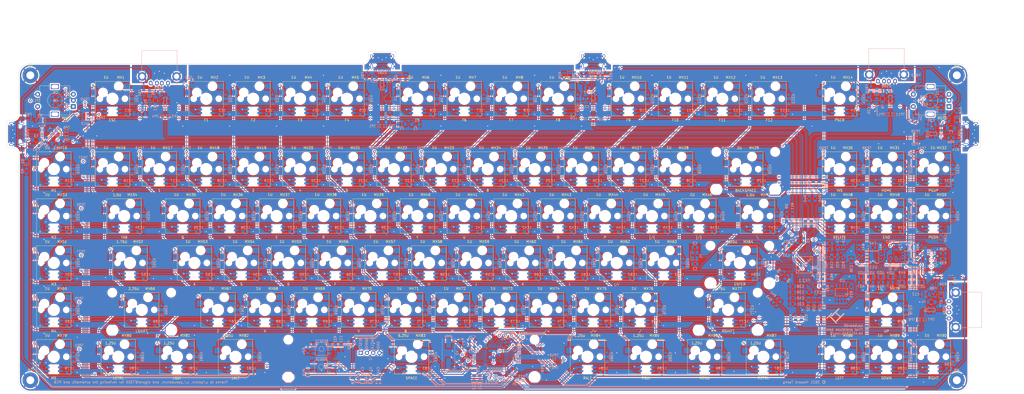
<source format=kicad_pcb>
(kicad_pcb (version 20171130) (host pcbnew "(5.1.10)-1")
  (layers (0 F.Cu signal) (31 B.Cu signal) (34 B.Paste user) (35 F.Paste user) (36 B.SilkS user) (37 F.SilkS user) (38 B.Mask user) (39 F.Mask user) (44 Edge.Cuts user))
  (net 0 "")
  (net 1 GND)
  (net 2 KEYBOARD_XTAL1)
  (net 3 KEYBOARD_XTAL2)
  (net 4 XRSTJ)
  (net 5 +3V3)
  (net 6 +1V8)
  (net 7 HUB_XIN)
  (net 8 HUB_XOUT)
  (net 9 HUB_DRV)
  (net 10 "Net-(D10-Pad1)")
  (net 11 Earth)
  (net 12 KEYBOARD_RESET)
  (net 13 COL2)
  (net 14 COL1)
  (net 15 COL3)
  (net 16 "Net-(KD1-Pad2)")
  (net 17 ROW2)
  (net 18 "Net-(KD2-Pad2)")
  (net 19 ROW4)
  (net 20 "Net-(KD3-Pad2)")
  (net 21 "Net-(KD4-Pad2)")
  (net 22 "Net-(KD5-Pad2)")
  (net 23 "Net-(KD6-Pad2)")
  (net 24 ROT1_ROW)
  (net 25 "Net-(KD7-Pad2)")
  (net 26 ROW3)
  (net 27 "Net-(KD8-Pad2)")
  (net 28 ROW5)
  (net 29 "Net-(KD9-Pad2)")
  (net 30 "Net-(KD10-Pad2)")
  (net 31 "Net-(KD11-Pad2)")
  (net 32 "Net-(KD12-Pad2)")
  (net 33 "Net-(KD13-Pad2)")
  (net 34 "Net-(KD14-Pad2)")
  (net 35 "Net-(KD15-Pad2)")
  (net 36 "Net-(KD16-Pad2)")
  (net 37 "Net-(KD17-Pad2)")
  (net 38 "Net-(KD18-Pad2)")
  (net 39 "Net-(KD19-Pad2)")
  (net 40 "Net-(KD20-Pad2)")
  (net 41 "Net-(KD21-Pad2)")
  (net 42 "Net-(KD22-Pad2)")
  (net 43 "Net-(KD23-Pad2)")
  (net 44 "Net-(KD24-Pad2)")
  (net 45 "Net-(KD25-Pad2)")
  (net 46 "Net-(KD26-Pad2)")
  (net 47 "Net-(KD27-Pad2)")
  (net 48 "Net-(KD28-Pad2)")
  (net 49 "Net-(KD29-Pad2)")
  (net 50 "Net-(KD30-Pad2)")
  (net 51 "Net-(KD31-Pad2)")
  (net 52 "Net-(KD32-Pad2)")
  (net 53 "Net-(KD33-Pad2)")
  (net 54 "Net-(KD34-Pad2)")
  (net 55 "Net-(KD35-Pad2)")
  (net 56 "Net-(KD36-Pad2)")
  (net 57 "Net-(KD37-Pad2)")
  (net 58 "Net-(KD38-Pad2)")
  (net 59 "Net-(KD39-Pad2)")
  (net 60 "Net-(KD40-Pad2)")
  (net 61 "Net-(KD41-Pad2)")
  (net 62 "Net-(KD42-Pad2)")
  (net 63 "Net-(KD43-Pad2)")
  (net 64 "Net-(KD44-Pad2)")
  (net 65 "Net-(KD45-Pad2)")
  (net 66 "Net-(KD46-Pad2)")
  (net 67 "Net-(KD47-Pad2)")
  (net 68 "Net-(KD48-Pad2)")
  (net 69 "Net-(KD49-Pad2)")
  (net 70 "Net-(KD50-Pad2)")
  (net 71 "Net-(KD51-Pad2)")
  (net 72 "Net-(KD52-Pad2)")
  (net 73 "Net-(KD53-Pad2)")
  (net 74 "Net-(KD54-Pad2)")
  (net 75 "Net-(KD55-Pad2)")
  (net 76 "Net-(KD56-Pad2)")
  (net 77 "Net-(KD57-Pad2)")
  (net 78 "Net-(KD58-Pad2)")
  (net 79 "Net-(KD59-Pad2)")
  (net 80 "Net-(KD60-Pad2)")
  (net 81 "Net-(KD61-Pad2)")
  (net 82 "Net-(KD62-Pad2)")
  (net 83 "Net-(KD63-Pad2)")
  (net 84 "Net-(KD64-Pad2)")
  (net 85 "Net-(KD65-Pad2)")
  (net 86 "Net-(KD66-Pad2)")
  (net 87 "Net-(KD67-Pad2)")
  (net 88 "Net-(KD68-Pad2)")
  (net 89 "Net-(KD69-Pad2)")
  (net 90 "Net-(KD70-Pad2)")
  (net 91 "Net-(KD71-Pad2)")
  (net 92 "Net-(KD72-Pad2)")
  (net 93 "Net-(KD73-Pad2)")
  (net 94 "Net-(KD74-Pad2)")
  (net 95 "Net-(KD75-Pad2)")
  (net 96 "Net-(KD76-Pad2)")
  (net 97 "Net-(KD77-Pad2)")
  (net 98 "Net-(KD78-Pad2)")
  (net 99 "Net-(KD79-Pad2)")
  (net 100 "Net-(KD80-Pad2)")
  (net 101 "Net-(KD81-Pad2)")
  (net 102 "Net-(KD82-Pad2)")
  (net 103 "Net-(KD83-Pad2)")
  (net 104 "Net-(KD84-Pad2)")
  (net 105 "Net-(KD85-Pad2)")
  (net 106 "Net-(KD86-Pad2)")
  (net 107 "Net-(KD87-Pad2)")
  (net 108 "Net-(KD88-Pad2)")
  (net 109 "Net-(KD89-Pad2)")
  (net 110 "Net-(KD90-Pad2)")
  (net 111 DOUT1)
  (net 112 DOUT2)
  (net 113 DOUT3)
  (net 114 DOUT4)
  (net 115 DOUT5)
  (net 116 COL0)
  (net 117 COL4)
  (net 118 COL5)
  (net 119 COL6)
  (net 120 COL7)
  (net 121 COL8)
  (net 122 KEYBOARD_SDA)
  (net 123 KEYBOARD_SCL)
  (net 124 BKL_DATA_IN)
  (net 125 ENCODER_A)
  (net 126 ENCODER_B1)
  (net 127 KEYBOARD_D+)
  (net 128 KEYBOARD_D-)
  (net 129 HUB_D+)
  (net 130 HUB_D-)
  (net 131 VBUSM)
  (net 132 HUB_LED1)
  (net 133 HUB_LED2)
  (net 134 HUB_LED3)
  (net 135 HUB_LED4)
  (net 136 HUB_LED5)
  (net 137 HUB_LED6)
  (net 138 HUB_LED7)
  (net 139 HUB_PORT5_D-)
  (net 140 HUB_PORT5_D+)
  (net 141 HUB_PORT6_D-)
  (net 142 HUB_PORT6_D+)
  (net 143 HUB_PORT7_D-)
  (net 144 HUB_PORT7_D+)
  (net 145 HUB_PORT2_D+)
  (net 146 HUB_PORT2_D-)
  (net 147 HUB_PORT3_D+)
  (net 148 HUB_PORT3_D-)
  (net 149 HUB_PORT4_D+)
  (net 150 HUB_PORT4_D-)
  (net 151 HUB_SDA)
  (net 152 "Net-(USB1-Pad3)")
  (net 153 "Net-(USB1-Pad9)")
  (net 154 "Net-(USB2-Pad3)")
  (net 155 "Net-(USB2-Pad9)")
  (net 156 BOOT0)
  (net 157 COL17)
  (net 158 COL16)
  (net 159 ROW1)
  (net 160 COL9)
  (net 161 COL10)
  (net 162 COL11)
  (net 163 COL12)
  (net 164 COL13)
  (net 165 COL14)
  (net 166 COL15)
  (net 167 ENCODER_B2)
  (net 168 BKL_DATA_IN_3V3)
  (net 169 "Net-(MX1-Pad5)")
  (net 170 "Net-(MX1-Pad4)")
  (net 171 "Net-(MX2-Pad5)")
  (net 172 "Net-(MX3-Pad5)")
  (net 173 "Net-(MX4-Pad5)")
  (net 174 "Net-(MX5-Pad5)")
  (net 175 "Net-(MX6-Pad5)")
  (net 176 "Net-(MX7-Pad5)")
  (net 177 "Net-(MX8-Pad5)")
  (net 178 "Net-(MX10-Pad4)")
  (net 179 "Net-(MX10-Pad5)")
  (net 180 "Net-(MX11-Pad5)")
  (net 181 "Net-(MX12-Pad5)")
  (net 182 "Net-(MX13-Pad5)")
  (net 183 "Net-(MX15-Pad5)")
  (net 184 "Net-(MX16-Pad5)")
  (net 185 "Net-(MX17-Pad5)")
  (net 186 "Net-(MX18-Pad5)")
  (net 187 "Net-(MX19-Pad5)")
  (net 188 "Net-(MX20-Pad5)")
  (net 189 "Net-(MX21-Pad5)")
  (net 190 "Net-(MX22-Pad5)")
  (net 191 "Net-(MX23-Pad5)")
  (net 192 "Net-(MX24-Pad5)")
  (net 193 "Net-(MX25-Pad5)")
  (net 194 "Net-(MX26-Pad5)")
  (net 195 "Net-(MX27-Pad5)")
  (net 196 "Net-(MX28-Pad5)")
  (net 197 "Net-(MX29-Pad5)")
  (net 198 "Net-(MX30-Pad5)")
  (net 199 "Net-(MX31-Pad5)")
  (net 200 "Net-(MX33-Pad5)")
  (net 201 "Net-(MX34-Pad5)")
  (net 202 "Net-(MX35-Pad5)")
  (net 203 "Net-(MX36-Pad5)")
  (net 204 "Net-(MX37-Pad5)")
  (net 205 "Net-(MX38-Pad5)")
  (net 206 "Net-(MX39-Pad5)")
  (net 207 "Net-(MX40-Pad5)")
  (net 208 "Net-(MX41-Pad5)")
  (net 209 "Net-(MX42-Pad5)")
  (net 210 "Net-(MX43-Pad5)")
  (net 211 "Net-(MX44-Pad5)")
  (net 212 "Net-(MX45-Pad5)")
  (net 213 "Net-(MX46-Pad5)")
  (net 214 "Net-(MX47-Pad5)")
  (net 215 "Net-(MX48-Pad5)")
  (net 216 "Net-(MX49-Pad5)")
  (net 217 "Net-(MX51-Pad5)")
  (net 218 "Net-(MX52-Pad5)")
  (net 219 "Net-(MX53-Pad5)")
  (net 220 "Net-(MX54-Pad5)")
  (net 221 "Net-(MX55-Pad5)")
  (net 222 "Net-(MX56-Pad5)")
  (net 223 "Net-(MX57-Pad5)")
  (net 224 "Net-(MX58-Pad5)")
  (net 225 "Net-(MX59-Pad5)")
  (net 226 "Net-(MX60-Pad5)")
  (net 227 "Net-(MX61-Pad5)")
  (net 228 "Net-(MX62-Pad5)")
  (net 229 "Net-(MX63-Pad5)")
  (net 230 "Net-(MX65-Pad5)")
  (net 231 "Net-(MX66-Pad5)")
  (net 232 "Net-(MX67-Pad5)")
  (net 233 "Net-(MX68-Pad5)")
  (net 234 "Net-(MX69-Pad5)")
  (net 235 "Net-(MX70-Pad5)")
  (net 236 "Net-(MX71-Pad5)")
  (net 237 "Net-(MX72-Pad5)")
  (net 238 "Net-(MX73-Pad5)")
  (net 239 "Net-(MX74-Pad5)")
  (net 240 "Net-(MX75-Pad5)")
  (net 241 "Net-(MX76-Pad5)")
  (net 242 "Net-(MX77-Pad5)")
  (net 243 "Net-(MX79-Pad5)")
  (net 244 "Net-(MX80-Pad5)")
  (net 245 "Net-(MX81-Pad5)")
  (net 246 "Net-(MX82-Pad5)")
  (net 247 "Net-(MX83-Pad5)")
  (net 248 "Net-(MX84-Pad5)")
  (net 249 "Net-(MX85-Pad5)")
  (net 250 "Net-(MX86-Pad5)")
  (net 251 "Net-(MX87-Pad5)")
  (net 252 "Net-(MX88-Pad5)")
  (net 253 "Net-(MX89-Pad5)")
  (net 254 "Net-(MX90-Pad5)")
  (net 255 "Net-(C6-Pad1)")
  (net 256 "Net-(D3-Pad2)")
  (net 257 "Net-(R26-Pad1)")
  (net 258 "Net-(USB5-Pad3)")
  (net 259 "Net-(USB5-Pad9)")
  (net 260 "Net-(USB7-Pad3)")
  (net 261 "Net-(USB7-Pad9)")
  (net 262 "Net-(R4-Pad1)")
  (net 263 "Net-(R37-Pad1)")
  (net 264 "Net-(R46-Pad1)")
  (net 265 PORT1-4_PWR)
  (net 266 OVCJ1)
  (net 267 PWRJ)
  (net 268 OVCJ5)
  (net 269 PORT5-7PWR)
  (net 270 "Net-(R9-Pad1)")
  (net 271 "Net-(D5-Pad1)")
  (net 272 "Net-(D7-Pad1)")
  (net 273 "Net-(D1-Pad1)")
  (net 274 "Net-(D6-Pad1)")
  (net 275 "Net-(D8-Pad1)")
  (net 276 "Net-(D9-Pad1)")
  (net 277 "Net-(D1-Pad2)")
  (net 278 "Net-(D6-Pad2)")
  (net 279 "Net-(D8-Pad2)")
  (net 280 +5V)
  (net 281 "Net-(C25-Pad1)")
  (net 282 "Net-(C34-Pad1)")
  (net 283 "Net-(D4-Pad2)")
  (net 284 "Net-(D5-Pad2)")
  (net 285 "Net-(D7-Pad2)")
  (net 286 SWCLK)
  (net 287 SWDIO)
  (net 288 BOOT1)
  (net 289 HUB_PORT1_D-)
  (net 290 HUB_PORT1_D+)
  (net 291 KEYBOARD_5V)
  (net 292 VBUS)
  (net 293 "Net-(R35-Pad2)")
  (net 294 "Net-(R36-Pad2)")
  (net 295 "Net-(BOOT0-Pad1)")
  (net 296 "Net-(FE2.1-Pad27)")
  (net 297 "Net-(C4-Pad1)")
  (net 298 "Net-(C8-Pad2)")
  (net 299 "Net-(C9-Pad1)")
  (net 300 "Net-(C10-Pad2)")
  (net 301 "Net-(C11-Pad1)")
  (net 302 "Net-(C12-Pad1)")
  (net 303 "Net-(C17-Pad1)")
  (net 304 "Net-(C30-Pad1)")
  (net 305 "Net-(C41-Pad1)")
  (net 306 "Net-(D2-Pad1)")
  (net 307 "Net-(D9-Pad2)")
  (net 308 "Net-(F8-Pad2)")
  (net 309 "Net-(FB2-Pad2)")
  (net 310 "Net-(R3-Pad1)")
  (net 311 "Net-(R5-Pad1)")
  (net 312 "Net-(R6-Pad1)")
  (net 313 "Net-(R7-Pad2)")
  (net 314 "Net-(R11-Pad1)")
  (net 315 "Net-(R12-Pad1)")
  (net 316 "Net-(R13-Pad1)")
  (net 317 "Net-(R14-Pad2)")
  (net 318 "Net-(R23-Pad1)")
  (net 319 "Net-(R24-Pad2)")
  (net 320 "Net-(R33-Pad2)")
  (net 321 "Net-(R34-Pad2)")
  (net 322 "Net-(R40-Pad1)")
  (net 323 "Net-(R42-Pad1)")
  (net 324 "Net-(R44-Pad1)")
  (net 325 "Net-(R47-Pad1)")
  (net 326 "Net-(R49-Pad1)")
  (net 327 "Net-(R50-Pad2)")
  (net 328 "Net-(R52-Pad1)")
  (net 329 "Net-(R53-Pad1)")
  (net 330 "Net-(R54-Pad1)")
  (net 331 "Net-(R56-Pad2)")
  (net 332 "Net-(R59-Pad1)")
  (net 333 "Net-(U1-Pad3)")
  (module custom-footprints:logo (layer F.Cu) (at 406.3744 253.1903)
    (fp_text reference logo hide)
    (fp_text value G*** hide)
  )
  (module Resistor_SMD:R_0805_2012Metric (layer B.Cu) (at 192.0754 270.6517 270)
    (fp_text reference R24 (at 0 1.65 90) (layer B.SilkS) (effects (justify mirror)))
    (fp_text value 330)
    (pad 2 smd roundrect (at 0.9125 0 270) (size 1.025 1.4) (layers B.Cu B.Paste B.Mask) (roundrect_rratio 0.243902) (net 319 "Net-(R24-Pad2)"))
    (pad 1 smd roundrect (at -0.9125 0 270) (size 1.025 1.4) (layers B.Cu B.Paste B.Mask) (roundrect_rratio 0.243902) (net 1 GND))
  )
  (module Resistor_SMD:R_0805_2012Metric (layer B.Cu) (at 203.1872 276.2076 270)
    (fp_text reference R25 (at 0 -1.5874 90) (layer B.SilkS) (effects (justify mirror)))
    (fp_text value 10k)
    (pad 2 smd roundrect (at 0.9125 0 270) (size 1.025 1.4) (layers B.Cu B.Paste B.Mask) (roundrect_rratio 0.243902) (net 1 GND))
    (pad 1 smd roundrect (at -0.9125 0 270) (size 1.025 1.4) (layers B.Cu B.Paste B.Mask) (roundrect_rratio 0.243902) (net 156 BOOT0))
  )
  (module Resistor_SMD:R_0805_2012Metric (layer B.Cu) (at 192.0754 279.3824 90)
    (fp_text reference R19 (at 0 -1.5874 90) (layer B.SilkS) (effects (justify mirror)))
    (fp_text value 1k)
    (pad 2 smd roundrect (at 0.9125 0 90) (size 1.025 1.4) (layers B.Cu B.Paste B.Mask) (roundrect_rratio 0.243902) (net 295 "Net-(BOOT0-Pad1)"))
    (pad 1 smd roundrect (at -0.9125 0 90) (size 1.025 1.4) (layers B.Cu B.Paste B.Mask) (roundrect_rratio 0.243902) (net 5 +3V3))
  )
  (module Resistor_SMD:R_0805_2012Metric (layer B.Cu) (at 453.2027 184.1384)
    (fp_text reference R56 (at 0 1.65) (layer B.SilkS) (effects (justify mirror)))
    (fp_text value 56K)
    (pad 2 smd roundrect (at 0.9125 0) (size 1.025 1.4) (layers B.Cu B.Paste B.Mask) (roundrect_rratio 0.243902) (net 331 "Net-(R56-Pad2)"))
    (pad 1 smd roundrect (at -0.9125 0) (size 1.025 1.4) (layers B.Cu B.Paste B.Mask) (roundrect_rratio 0.243902) (net 304 "Net-(C30-Pad1)"))
  )
  (module Resistor_SMD:R_0805_2012Metric (layer B.Cu) (at 449.2342 180.1699 270)
    (fp_text reference R50 (at 3.1748 0 90) (layer B.SilkS) (effects (justify mirror)))
    (fp_text value 56K)
    (pad 2 smd roundrect (at 0.9125 0 270) (size 1.025 1.4) (layers B.Cu B.Paste B.Mask) (roundrect_rratio 0.243902) (net 327 "Net-(R50-Pad2)"))
    (pad 1 smd roundrect (at -0.9125 0 270) (size 1.025 1.4) (layers B.Cu B.Paste B.Mask) (roundrect_rratio 0.243902) (net 304 "Net-(C30-Pad1)"))
  )
  (module Resistor_SMD:R_0805_2012Metric (layer B.Cu) (at 84.1322 180.9636 180)
    (fp_text reference R14 (at 0 1.65) (layer B.SilkS) (effects (justify mirror)))
    (fp_text value 56K)
    (pad 2 smd roundrect (at 0.9125 0 180) (size 1.025 1.4) (layers B.Cu B.Paste B.Mask) (roundrect_rratio 0.243902) (net 317 "Net-(R14-Pad2)"))
    (pad 1 smd roundrect (at -0.9125 0 180) (size 1.025 1.4) (layers B.Cu B.Paste B.Mask) (roundrect_rratio 0.243902) (net 255 "Net-(C6-Pad1)"))
  )
  (module Resistor_SMD:R_0805_2012Metric (layer B.Cu) (at 85.7196 184.9321 90)
    (fp_text reference R7 (at -2.3811 0 180) (layer B.SilkS) (effects (justify mirror)))
    (fp_text value 56K)
    (pad 2 smd roundrect (at 0.9125 0 90) (size 1.025 1.4) (layers B.Cu B.Paste B.Mask) (roundrect_rratio 0.243902) (net 313 "Net-(R7-Pad2)"))
    (pad 1 smd roundrect (at -0.9125 0 90) (size 1.025 1.4) (layers B.Cu B.Paste B.Mask) (roundrect_rratio 0.243902) (net 255 "Net-(C6-Pad1)"))
  )
  (module Resistor_SMD:R_0805_2012Metric (layer B.Cu) (at 203.1872 269.0643 90)
    (fp_text reference R22 (at 3.1748 0 90) (layer B.SilkS) (effects (justify mirror)))
    (fp_text value 10k)
    (pad 2 smd roundrect (at 0.9125 0 90) (size 1.025 1.4) (layers B.Cu B.Paste B.Mask) (roundrect_rratio 0.243902) (net 12 KEYBOARD_RESET))
    (pad 1 smd roundrect (at -0.9125 0 90) (size 1.025 1.4) (layers B.Cu B.Paste B.Mask) (roundrect_rratio 0.243902) (net 5 +3V3))
  )
  (module Package_TO_SOT_SMD:SOT-23-5 (layer B.Cu) (at 224.6171 168.2644 90)
    (fp_text reference U1 (at 0 2.9 90) (layer B.SilkS) (effects (justify mirror)))
    (fp_text value SD00HA)
    (pad 5 smd rect (at 1.1 0.95 90) (size 1.06 0.65) (layers B.Cu B.Paste B.Mask) (net 292 VBUS))
    (pad 4 smd rect (at 1.1 -0.95 90) (size 1.06 0.65) (layers B.Cu B.Paste B.Mask) (net 292 VBUS))
    (pad 3 smd rect (at -1.1 -0.95 90) (size 1.06 0.65) (layers B.Cu B.Paste B.Mask) (net 333 "Net-(U1-Pad3)"))
    (pad 2 smd rect (at -1.1 0 90) (size 1.06 0.65) (layers B.Cu B.Paste B.Mask) (net 1 GND))
    (pad 1 smd rect (at -1.1 0.95 90) (size 1.06 0.65) (layers B.Cu B.Paste B.Mask) (net 309 "Net-(FB2-Pad2)"))
  )
  (module random-keyboard-parts:SKQG-1155865 (layer B.Cu) (at 197.4624 277.0835 180)
    (fp_text reference BOOT0 (at -0.1689 3.257) (layer B.SilkS) (effects (justify mirror)))
    (fp_text value SW_Push)
    (pad 4 smd rect (at -3.1 -1.85 180) (size 1.8 1.1) (layers B.Cu B.Paste B.Mask))
    (pad 3 smd rect (at 3.1 1.85 180) (size 1.8 1.1) (layers B.Cu B.Paste B.Mask))
    (pad 2 smd rect (at -3.1 1.85 180) (size 1.8 1.1) (layers B.Cu B.Paste B.Mask) (net 156 BOOT0))
    (pad 1 smd rect (at 3.1 -1.85 180) (size 1.8 1.1) (layers B.Cu B.Paste B.Mask) (net 295 "Net-(BOOT0-Pad1)"))
  )
  (module Fuse:Fuse_1206_3216Metric (layer B.Cu) (at 230.173 178.5825)
    (fp_text reference F1 (at 0 1.82) (layer B.SilkS) (effects (justify mirror)))
    (fp_text value 500mA)
    (pad 2 smd roundrect (at 1.4 0) (size 1.25 1.75) (layers B.Cu B.Paste B.Mask) (roundrect_rratio 0.2) (net 280 +5V))
    (pad 1 smd roundrect (at -1.4 0) (size 1.25 1.75) (layers B.Cu B.Paste B.Mask) (roundrect_rratio 0.2) (net 280 +5V))
  )
  (module Resistor_SMD:R_0805_2012Metric (layer B.Cu) (at 310.73355 159.5337 180)
    (fp_text reference R36 (at 0 1.65) (layer B.SilkS) (effects (justify mirror)))
    (fp_text value 56K)
    (pad 2 smd roundrect (at 0.9125 0 180) (size 1.025 1.4) (layers B.Cu B.Paste B.Mask) (roundrect_rratio 0.243902) (net 294 "Net-(R36-Pad2)"))
    (pad 1 smd roundrect (at -0.9125 0 180) (size 1.025 1.4) (layers B.Cu B.Paste B.Mask) (roundrect_rratio 0.243902) (net 303 "Net-(C17-Pad1)"))
  )
  (module Resistor_SMD:R_0805_2012Metric (layer B.Cu) (at 305.5745 163.89905)
    (fp_text reference R33 (at 0 1.65) (layer B.SilkS) (effects (justify mirror)))
    (fp_text value 56K)
    (pad 2 smd roundrect (at 0.9125 0) (size 1.025 1.4) (layers B.Cu B.Paste B.Mask) (roundrect_rratio 0.243902) (net 320 "Net-(R33-Pad2)"))
    (pad 1 smd roundrect (at -0.9125 0) (size 1.025 1.4) (layers B.Cu B.Paste B.Mask) (roundrect_rratio 0.243902) (net 303 "Net-(C17-Pad1)"))
  )
  (module TestPoint:TestPoint_Pad_1.0x1.0mm (layer B.Cu) (at 429.78855 174.614 90)
    (fp_text reference TP11 (at 0 2.77795 180) (layer B.SilkS) (effects (justify mirror)))
    (fp_text value TestPoint_Small)
    (pad 1 smd rect (at 0 0 90) (size 1 1) (layers B.Cu B.Mask) (net 322 "Net-(R40-Pad1)"))
  )
  (module custom-footprints:CherryMX_6.25u_PCB_KailhSocket_LTST-A683CEGBW (layer F.Cu) (at 234.1415 273.0328)
    (fp_text reference MX83 (at 3.7084 -8.5852) (layer F.SilkS))
    (fp_text value SPACE (at 0 8.6625) (layer F.SilkS))
    (fp_text user 6.25U (at -3.2385 -8.5852) (layer F.SilkS))
    (fp_line (start -1.7 3.55) (end 1.7 3.55) (layer Edge.Cuts) (width 0.05))
    (fp_line (start 1.7 3.55) (end 1.7 6.55) (layer Edge.Cuts) (width 0.05))
    (fp_line (start 1.7 6.55) (end -1.7 6.55) (layer Edge.Cuts) (width 0.05))
    (fp_line (start -1.7 6.55) (end -1.7 3.55) (layer Edge.Cuts) (width 0.05))
    (pad "" np_thru_hole circle (at 49.99355 -6.9596) (size 3.048 3.048) (drill 3.048) (layers *.Cu *.Mask))
    (pad "" np_thru_hole circle (at 49.99355 8.2804) (size 3.9878 3.9878) (drill 3.9878) (layers *.Cu *.Mask))
    (pad "" np_thru_hole circle (at -50.00625 -6.9596) (size 3.048 3.048) (drill 3.048) (layers *.Cu *.Mask))
    (pad "" np_thru_hole circle (at -50.00625 8.2804) (size 3.9878 3.9878) (drill 3.9878) (layers *.Cu *.Mask))
    (pad 6 smd rect (at 2.6 5.8) (size 1.8 0.9) (layers B.Cu B.Paste B.Mask) (net 280 +5V))
    (pad 5 smd rect (at 2.6 4.3) (size 1.8 0.9) (layers B.Cu B.Paste B.Mask) (net 247 "Net-(MX83-Pad5)"))
    (pad 4 smd rect (at -2.6 5.8) (size 1.8 0.9) (layers B.Cu B.Paste B.Mask) (net 246 "Net-(MX82-Pad5)"))
    (pad 3 smd rect (at -2.6 4.3) (size 1.8 0.9) (layers B.Cu B.Paste B.Mask) (net 1 GND))
    (pad 2 smd rect (at 6.015 -5.08) (size 2.55 2.5) (layers B.Cu B.Paste B.Mask) (net 103 "Net-(KD83-Pad2)"))
    (pad 1 smd rect (at -7.41 -2.54) (size 2.55 2.5) (layers B.Cu B.Paste B.Mask) (net 119 COL6))
    (pad "" np_thru_hole circle (at 2.54 -5.08) (size 3 3) (drill 3) (layers *.Cu *.Mask))
    (pad "" np_thru_hole circle (at -3.81 -2.54) (size 3 3) (drill 3) (layers *.Cu *.Mask))
    (pad "" np_thru_hole circle (at 5.08 0) (size 1.75 1.75) (drill 1.75) (layers *.Cu *.Mask))
    (pad "" np_thru_hole circle (at -5.08 0) (size 1.75 1.75) (drill 1.75) (layers *.Cu *.Mask))
    (pad "" np_thru_hole circle (at 0 0) (size 4 4) (drill 4) (layers *.Cu *.Mask))
  )
  (module TestPoint:TestPoint_Pad_1.0x1.0mm (layer B.Cu) (at 292.0816 276.2076)
    (fp_text reference TP47 (at 0 1.448) (layer B.SilkS) (effects (justify mirror)))
    (fp_text value TestPoint_Small)
    (pad 1 smd rect (at 0 0) (size 1 1) (layers B.Cu B.Mask) (net 127 KEYBOARD_D+))
  )
  (module TestPoint:TestPoint_Pad_1.0x1.0mm (layer B.Cu) (at 292.0816 273.8265 180)
    (fp_text reference TP45 (at 0 1.448) (layer B.SilkS) (effects (justify mirror)))
    (fp_text value TestPoint_Small)
    (pad 1 smd rect (at 0 0 180) (size 1 1) (layers B.Cu B.Mask) (net 128 KEYBOARD_D-))
  )
  (module TestPoint:TestPoint_Pad_1.0x1.0mm (layer B.Cu) (at 438.9161 185.32895)
    (fp_text reference TP32 (at 0 1.448) (layer B.SilkS) (effects (justify mirror)))
    (fp_text value TestPoint_Small)
    (pad 1 smd rect (at 0 0) (size 1 1) (layers B.Cu B.Mask) (net 329 "Net-(R53-Pad1)"))
  )
  (module TestPoint:TestPoint_Pad_1.0x1.0mm (layer B.Cu) (at 438.9161 182.94785 180)
    (fp_text reference TP29 (at 0 1.448) (layer B.SilkS) (effects (justify mirror)))
    (fp_text value TestPoint_Small)
    (pad 1 smd rect (at 0 0 180) (size 1 1) (layers B.Cu B.Mask) (net 328 "Net-(R52-Pad1)"))
  )
  (module TestPoint:TestPoint_Pad_1.0x1.0mm (layer B.Cu) (at 427.40745 174.614 270)
    (fp_text reference TP12 (at 0 2.77795 180) (layer B.SilkS) (effects (justify mirror)))
    (fp_text value TestPoint_Small)
    (pad 1 smd rect (at 0 0 270) (size 1 1) (layers B.Cu B.Mask) (net 323 "Net-(R42-Pad1)"))
  )
  (module TestPoint:TestPoint_Pad_1.0x1.0mm (layer B.Cu) (at 309.14615 176.59825 90)
    (fp_text reference TP10 (at 0 2.77795 180) (layer B.SilkS) (effects (justify mirror)))
    (fp_text value TestPoint_Small)
    (pad 1 smd rect (at 0 0 90) (size 1 1) (layers B.Cu B.Mask) (net 293 "Net-(R35-Pad2)"))
  )
  (module TestPoint:TestPoint_Pad_1.0x1.0mm (layer B.Cu) (at 306.76505 176.59825 270)
    (fp_text reference TP9 (at 0 2.77795 180) (layer B.SilkS) (effects (justify mirror)))
    (fp_text value TestPoint_Small)
    (pad 1 smd rect (at 0 0 270) (size 1 1) (layers B.Cu B.Mask) (net 321 "Net-(R34-Pad2)"))
  )
  (module TestPoint:TestPoint_Pad_1.0x1.0mm (layer B.Cu) (at 440.10665 257.9525 270)
    (fp_text reference TP8 (at 0 2.77795 180) (layer B.SilkS) (effects (justify mirror)))
    (fp_text value TestPoint_Small)
    (pad 1 smd rect (at 0 0 270) (size 1 1) (layers B.Cu B.Mask) (net 257 "Net-(R26-Pad1)"))
  )
  (module TestPoint:TestPoint_Pad_1.0x1.0mm (layer B.Cu) (at 442.48775 257.9525 90)
    (fp_text reference TP7 (at 0 2.77795 180) (layer B.SilkS) (effects (justify mirror)))
    (fp_text value TestPoint_Small)
    (pad 1 smd rect (at 0 0 90) (size 1 1) (layers B.Cu B.Mask) (net 318 "Net-(R23-Pad1)"))
  )
  (module TestPoint:TestPoint_Pad_1.0x1.0mm (layer B.Cu) (at 94.05345 181.36045 180)
    (fp_text reference TP6 (at 0 1.448) (layer B.SilkS) (effects (justify mirror)))
    (fp_text value TestPoint_Small)
    (pad 1 smd rect (at 0 0 180) (size 1 1) (layers B.Cu B.Mask) (net 314 "Net-(R11-Pad1)"))
  )
  (module TestPoint:TestPoint_Pad_1.0x1.0mm (layer B.Cu) (at 94.05345 183.74155)
    (fp_text reference TP5 (at 0 1.448) (layer B.SilkS) (effects (justify mirror)))
    (fp_text value TestPoint_Small)
    (pad 1 smd rect (at 0 0) (size 1 1) (layers B.Cu B.Mask) (net 270 "Net-(R9-Pad1)"))
  )
  (module TestPoint:TestPoint_Pad_1.0x1.0mm (layer B.Cu) (at 132.94475 175.4077 270)
    (fp_text reference TP4 (at 0 2.77795 180) (layer B.SilkS) (effects (justify mirror)))
    (fp_text value TestPoint_Small)
    (pad 1 smd rect (at 0 0 270) (size 1 1) (layers B.Cu B.Mask) (net 312 "Net-(R6-Pad1)"))
  )
  (module TestPoint:TestPoint_Pad_1.0x1.0mm (layer B.Cu) (at 135.32585 175.4077 90)
    (fp_text reference TP3 (at 0 2.77795 180) (layer B.SilkS) (effects (justify mirror)))
    (fp_text value TestPoint_Small)
    (pad 1 smd rect (at 0 0 90) (size 1 1) (layers B.Cu B.Mask) (net 311 "Net-(R5-Pad1)"))
  )
  (module TestPoint:TestPoint_Pad_1.0x1.0mm (layer B.Cu) (at 223.42655 179.3762 180)
    (fp_text reference TP2 (at -2.77795 0 180) (layer B.SilkS) (effects (justify mirror)))
    (fp_text value TestPoint_Small)
    (pad 1 smd rect (at 0 0 180) (size 1 1) (layers B.Cu B.Mask) (net 262 "Net-(R4-Pad1)"))
  )
  (module TestPoint:TestPoint_Pad_1.0x1.0mm (layer B.Cu) (at 221.04545 179.3762 180)
    (fp_text reference TP1 (at 2.77795 0 180) (layer B.SilkS) (effects (justify mirror)))
    (fp_text value TestPoint_Small)
    (pad 1 smd rect (at 0 0 180) (size 1 1) (layers B.Cu B.Mask) (net 310 "Net-(R3-Pad1)"))
  )
  (module TestPoint:TestPoint_THTPad_D1.0mm_Drill0.5mm (layer B.Cu) (at 279.3824 265.0958 180)
    (fp_text reference TP23 (at 0 1.448) (layer B.SilkS) (effects (justify mirror)))
    (fp_text value TestPoint_Small)
    (pad 1 thru_hole circle (at 0 0 180) (size 1 1) (drill 0.5) (layers *.Cu *.Mask) (net 288 BOOT1))
  )
  (module TestPoint:TestPoint_THTPad_D1.0mm_Drill0.5mm (layer B.Cu) (at 265.8895 281.7635)
    (fp_text reference TP13 (at 0 1.448) (layer B.SilkS) (effects (justify mirror)))
    (fp_text value TestPoint_Small)
    (pad 1 thru_hole circle (at 0 0) (size 1 1) (drill 0.5) (layers *.Cu *.Mask) (net 156 BOOT0))
  )
  (module Resistor_SMD:R_0603_1608Metric (layer B.Cu) (at 277.795 267.4769 180)
    (fp_text reference R27 (at 0 -1.5874) (layer B.SilkS) (effects (justify mirror)))
    (fp_text value 10k)
    (pad 2 smd roundrect (at 0.825 0 180) (size 0.8 0.95) (layers B.Cu B.Paste B.Mask) (net 288 BOOT1))
    (pad 1 smd roundrect (at -0.825 0 180) (size 0.8 0.95) (layers B.Cu B.Paste B.Mask) (net 1 GND))
  )
  (module Connector_PinSocket_2.54mm:PinSocket_1x04_P2.54mm_Vertical (layer B.Cu) (at 213.5053 271.4454 270)
    (fp_text reference J1 (at 2.3811 -3.9685 180) (layer B.SilkS) (effects (justify mirror)))
    (fp_text value Conn_01x04)
    (pad 4 thru_hole oval (at 0 -7.62 270) (size 1.7 1.7) (drill 1) (layers *.Cu *.Mask) (net 1 GND))
    (pad 3 thru_hole oval (at 0 -5.08 270) (size 1.7 1.7) (drill 1) (layers *.Cu *.Mask) (net 286 SWCLK))
    (pad 2 thru_hole oval (at 0 -2.54 270) (size 1.7 1.7) (drill 1) (layers *.Cu *.Mask) (net 287 SWDIO))
    (pad 1 thru_hole rect (at 0 0 270) (size 1.7 1.7) (drill 1) (layers *.Cu *.Mask) (net 12 KEYBOARD_RESET))
  )
  (module Capacitor_SMD:C_0805_2012Metric (layer B.Cu) (at 205.5683 269.0643 270)
    (fp_text reference C13 (at -3.1748 0 90) (layer B.SilkS) (effects (justify mirror)))
    (fp_text value 100nF)
    (pad 2 smd roundrect (at 0.95 0 270) (size 1 1.45) (layers B.Cu B.Paste B.Mask) (net 1 GND))
    (pad 1 smd roundrect (at -0.95 0 270) (size 1 1.45) (layers B.Cu B.Paste B.Mask) (net 12 KEYBOARD_RESET))
  )
  (module TestPoint:TestPoint_THTPad_D1.0mm_Drill0.5mm (layer B.Cu) (at 254.7777 272.2391 90)
    (fp_text reference TP15 (at 0 1.448 90) (layer B.SilkS) (effects (justify mirror)))
    (fp_text value TestPoint_Small)
    (pad 1 thru_hole circle (at 0 0 90) (size 1 1) (drill 0.5) (layers *.Cu *.Mask) (net 3 KEYBOARD_XTAL2))
  )
  (module TestPoint:TestPoint_THTPad_D1.0mm_Drill0.5mm (layer B.Cu) (at 257.1588 274.6202 90)
    (fp_text reference TP14 (at 0 1.448 90) (layer B.SilkS) (effects (justify mirror)))
    (fp_text value TestPoint_Small)
    (pad 1 thru_hole circle (at 0 0 90) (size 1 1) (drill 0.5) (layers *.Cu *.Mask) (net 2 KEYBOARD_XTAL1))
  )
  (module Capacitor_SMD:C_0805_2012Metric (layer B.Cu) (at 259.5399 277.795 270)
    (fp_text reference C18 (at 0 -1.5874 90) (layer B.SilkS) (effects (justify mirror)))
    (fp_text value 100nF)
    (pad 2 smd roundrect (at 0.95 0 270) (size 1 1.45) (layers B.Cu B.Paste B.Mask) (net 1 GND))
    (pad 1 smd roundrect (at -0.95 0 270) (size 1 1.45) (layers B.Cu B.Paste B.Mask) (net 5 +3V3))
  )
  (module Crystal:Crystal_SMD_HC49-SD (layer B.Cu) (at 249.2218 271.4454 90)
    (fp_text reference Y2 (at 0 3.55 90) (layer B.SilkS) (effects (justify mirror)))
    (fp_text value 8MHz)
    (pad 2 smd rect (at 4.25 0 90) (size 4.5 2) (layers B.Cu B.Paste B.Mask) (net 3 KEYBOARD_XTAL2))
    (pad 1 smd rect (at -4.25 0 90) (size 4.5 2) (layers B.Cu B.Paste B.Mask) (net 2 KEYBOARD_XTAL1))
  )
  (module Package_QFP:LQFP-48_7x7mm_P0.5mm (layer B.Cu) (at 268.2706 273.0328)
    (fp_text reference STM32 (at 0 5.85) (layer B.SilkS) (effects (justify mirror)))
    (fp_text value STM32F103C8T6)
    (pad 48 smd roundrect (at -2.75 4.1625) (size 0.3 1.475) (layers B.Cu B.Paste B.Mask) (net 5 +3V3))
    (pad 47 smd roundrect (at -2.25 4.1625) (size 0.3 1.475) (layers B.Cu B.Paste B.Mask) (net 1 GND))
    (pad 46 smd roundrect (at -1.75 4.1625) (size 0.3 1.475) (layers B.Cu B.Paste B.Mask) (net 24 ROT1_ROW))
    (pad 45 smd roundrect (at -1.25 4.1625) (size 0.3 1.475) (layers B.Cu B.Paste B.Mask) (net 159 ROW1))
    (pad 44 smd roundrect (at -0.75 4.1625) (size 0.3 1.475) (layers B.Cu B.Paste B.Mask) (net 156 BOOT0))
    (pad 43 smd roundrect (at -0.25 4.1625) (size 0.3 1.475) (layers B.Cu B.Paste B.Mask) (net 122 KEYBOARD_SDA))
    (pad 42 smd roundrect (at 0.25 4.1625) (size 0.3 1.475) (layers B.Cu B.Paste B.Mask) (net 123 KEYBOARD_SCL))
    (pad 41 smd roundrect (at 0.75 4.1625) (size 0.3 1.475) (layers B.Cu B.Paste B.Mask) (net 17 ROW2))
    (pad 40 smd roundrect (at 1.25 4.1625) (size 0.3 1.475) (layers B.Cu B.Paste B.Mask) (net 26 ROW3))
    (pad 39 smd roundrect (at 1.75 4.1625) (size 0.3 1.475) (layers B.Cu B.Paste B.Mask) (net 19 ROW4))
    (pad 38 smd roundrect (at 2.25 4.1625) (size 0.3 1.475) (layers B.Cu B.Paste B.Mask) (net 28 ROW5))
    (pad 37 smd roundrect (at 2.75 4.1625) (size 0.3 1.475) (layers B.Cu B.Paste B.Mask) (net 286 SWCLK))
    (pad 36 smd roundrect (at 4.1625 2.75) (size 1.475 0.3) (layers B.Cu B.Paste B.Mask) (net 5 +3V3))
    (pad 35 smd roundrect (at 4.1625 2.25) (size 1.475 0.3) (layers B.Cu B.Paste B.Mask) (net 1 GND))
    (pad 34 smd roundrect (at 4.1625 1.75) (size 1.475 0.3) (layers B.Cu B.Paste B.Mask) (net 287 SWDIO))
    (pad 33 smd roundrect (at 4.1625 1.25) (size 1.475 0.3) (layers B.Cu B.Paste B.Mask) (net 127 KEYBOARD_D+))
    (pad 32 smd roundrect (at 4.1625 0.75) (size 1.475 0.3) (layers B.Cu B.Paste B.Mask) (net 128 KEYBOARD_D-))
    (pad 31 smd roundrect (at 4.1625 0.25) (size 1.475 0.3) (layers B.Cu B.Paste B.Mask) (net 168 BKL_DATA_IN_3V3))
    (pad 30 smd roundrect (at 4.1625 -0.25) (size 1.475 0.3) (layers B.Cu B.Paste B.Mask) (net 157 COL17))
    (pad 29 smd roundrect (at 4.1625 -0.75) (size 1.475 0.3) (layers B.Cu B.Paste B.Mask) (net 158 COL16))
    (pad 28 smd roundrect (at 4.1625 -1.25) (size 1.475 0.3) (layers B.Cu B.Paste B.Mask) (net 166 COL15))
    (pad 27 smd roundrect (at 4.1625 -1.75) (size 1.475 0.3) (layers B.Cu B.Paste B.Mask) (net 165 COL14))
    (pad 26 smd roundrect (at 4.1625 -2.25) (size 1.475 0.3) (layers B.Cu B.Paste B.Mask) (net 164 COL13))
    (pad 25 smd roundrect (at 4.1625 -2.75) (size 1.475 0.3) (layers B.Cu B.Paste B.Mask) (net 163 COL12))
    (pad 24 smd roundrect (at 2.75 -4.1625) (size 0.3 1.475) (layers B.Cu B.Paste B.Mask) (net 5 +3V3))
    (pad 23 smd roundrect (at 2.25 -4.1625) (size 0.3 1.475) (layers B.Cu B.Paste B.Mask) (net 1 GND))
    (pad 22 smd roundrect (at 1.75 -4.1625) (size 0.3 1.475) (layers B.Cu B.Paste B.Mask) (net 162 COL11))
    (pad 21 smd roundrect (at 1.25 -4.1625) (size 0.3 1.475) (layers B.Cu B.Paste B.Mask) (net 161 COL10))
    (pad 20 smd roundrect (at 0.75 -4.1625) (size 0.3 1.475) (layers B.Cu B.Paste B.Mask) (net 288 BOOT1))
    (pad 19 smd roundrect (at 0.25 -4.1625) (size 0.3 1.475) (layers B.Cu B.Paste B.Mask) (net 167 ENCODER_B2))
    (pad 18 smd roundrect (at -0.25 -4.1625) (size 0.3 1.475) (layers B.Cu B.Paste B.Mask) (net 126 ENCODER_B1))
    (pad 17 smd roundrect (at -0.75 -4.1625) (size 0.3 1.475) (layers B.Cu B.Paste B.Mask) (net 125 ENCODER_A))
    (pad 16 smd roundrect (at -1.25 -4.1625) (size 0.3 1.475) (layers B.Cu B.Paste B.Mask) (net 160 COL9))
    (pad 15 smd roundrect (at -1.75 -4.1625) (size 0.3 1.475) (layers B.Cu B.Paste B.Mask) (net 121 COL8))
    (pad 14 smd roundrect (at -2.25 -4.1625) (size 0.3 1.475) (layers B.Cu B.Paste B.Mask) (net 120 COL7))
    (pad 13 smd roundrect (at -2.75 -4.1625) (size 0.3 1.475) (layers B.Cu B.Paste B.Mask) (net 119 COL6))
    (pad 12 smd roundrect (at -4.1625 -2.75) (size 1.475 0.3) (layers B.Cu B.Paste B.Mask) (net 118 COL5))
    (pad 11 smd roundrect (at -4.1625 -2.25) (size 1.475 0.3) (layers B.Cu B.Paste B.Mask) (net 117 COL4))
    (pad 10 smd roundrect (at -4.1625 -1.75) (size 1.475 0.3) (layers B.Cu B.Paste B.Mask) (net 15 COL3))
    (pad 9 smd roundrect (at -4.1625 -1.25) (size 1.475 0.3) (layers B.Cu B.Paste B.Mask) (net 5 +3V3))
    (pad 8 smd roundrect (at -4.1625 -0.75) (size 1.475 0.3) (layers B.Cu B.Paste B.Mask) (net 1 GND))
    (pad 7 smd roundrect (at -4.1625 -0.25) (size 1.475 0.3) (layers B.Cu B.Paste B.Mask) (net 12 KEYBOARD_RESET))
    (pad 6 smd roundrect (at -4.1625 0.25) (size 1.475 0.3) (layers B.Cu B.Paste B.Mask) (net 3 KEYBOARD_XTAL2))
    (pad 5 smd roundrect (at -4.1625 0.75) (size 1.475 0.3) (layers B.Cu B.Paste B.Mask) (net 2 KEYBOARD_XTAL1))
    (pad 4 smd roundrect (at -4.1625 1.25) (size 1.475 0.3) (layers B.Cu B.Paste B.Mask) (net 14 COL1))
    (pad 3 smd roundrect (at -4.1625 1.75) (size 1.475 0.3) (layers B.Cu B.Paste B.Mask) (net 116 COL0))
    (pad 2 smd roundrect (at -4.1625 2.25) (size 1.475 0.3) (layers B.Cu B.Paste B.Mask) (net 13 COL2))
    (pad 1 smd roundrect (at -4.1625 2.75) (size 1.475 0.3) (layers B.Cu B.Paste B.Mask) (net 5 +3V3))
  )
  (module Resistor_SMD:R_0603_1608Metric (layer B.Cu) (at 426.2169 228.5856 270)
    (fp_text reference R61 (at 0 1.5874 270) (layer B.SilkS) (effects (justify mirror)))
    (fp_text value 100k)
    (pad 2 smd roundrect (at 0.825 0 270) (size 0.8 0.95) (layers B.Cu B.Paste B.Mask) (net 269 PORT5-7PWR))
    (pad 1 smd roundrect (at -0.825 0 270) (size 0.8 0.95) (layers B.Cu B.Paste B.Mask) (net 280 +5V))
  )
  (module Resistor_SMD:R_0603_1608Metric (layer B.Cu) (at 441.2972 228.5856 270)
    (fp_text reference R55 (at 0 1.5874 270) (layer B.SilkS) (effects (justify mirror)))
    (fp_text value 100k)
    (pad 2 smd roundrect (at 0.825 0 270) (size 0.8 0.95) (layers B.Cu B.Paste B.Mask) (net 265 PORT1-4_PWR))
    (pad 1 smd roundrect (at -0.825 0 270) (size 0.8 0.95) (layers B.Cu B.Paste B.Mask) (net 280 +5V))
  )
  (module TestPoint:TestPoint_THTPad_D1.0mm_Drill0.5mm (layer B.Cu) (at 107.1495 174.614)
    (fp_text reference TP53 (at 0.7937 1.5874) (layer B.SilkS) (effects (justify mirror)))
    (fp_text value TestPoint_Small)
    (pad 1 thru_hole circle (at 0 0) (size 1 1) (drill 0.5) (layers *.Cu *.Mask) (net 124 BKL_DATA_IN))
  )
  (module TestPoint:TestPoint_THTPad_D1.0mm_Drill0.5mm (layer B.Cu) (at 428.598 227.7919 180)
    (fp_text reference TP52 (at 0 1.448) (layer B.SilkS) (effects (justify mirror)))
    (fp_text value TestPoint_Small)
    (pad 1 thru_hole circle (at 0 0 180) (size 1 1) (drill 0.5) (layers *.Cu *.Mask) (net 269 PORT5-7PWR))
  )
  (module TestPoint:TestPoint_THTPad_D1.0mm_Drill0.5mm (layer B.Cu) (at 441.2972 235.7289)
    (fp_text reference TP39 (at 0 1.448) (layer B.SilkS) (effects (justify mirror)))
    (fp_text value TestPoint_Small)
    (pad 1 thru_hole circle (at 0 0) (size 1 1) (drill 0.5) (layers *.Cu *.Mask) (net 265 PORT1-4_PWR))
  )
  (module Capacitor_SMD:C_1206_3216Metric (layer B.Cu) (at 235.7289 178.5825)
    (fp_text reference C1 (at 0 1.85) (layer B.SilkS) (effects (justify mirror)))
    (fp_text value 100uF)
    (pad 2 smd roundrect (at 1.475 0) (size 1.15 1.8) (layers B.Cu B.Paste B.Mask) (roundrect_rratio 0.217391) (net 1 GND))
    (pad 1 smd roundrect (at -1.475 0) (size 1.15 1.8) (layers B.Cu B.Paste B.Mask) (roundrect_rratio 0.217391) (net 280 +5V))
  )
  (module TestPoint:TestPoint_THTPad_D1.0mm_Drill0.5mm (layer B.Cu) (at 272.2391 264.3021)
    (fp_text reference TP21 (at 0 1.448) (layer B.SilkS) (effects (justify mirror)))
    (fp_text value TestPoint_Small)
    (pad 1 thru_hole circle (at 0 0) (size 1 1) (drill 0.5) (layers *.Cu *.Mask) (net 167 ENCODER_B2))
  )
  (module LED_SMD:LED_0805_2012Metric (layer B.Cu) (at 229.3793 159.5337 270)
    (fp_text reference D2 (at 0 1.65 90) (layer B.SilkS) (effects (justify mirror)))
    (fp_text value Red)
    (pad 2 smd roundrect (at 0.9375 0 270) (size 0.975 1.4) (layers B.Cu B.Paste B.Mask) (net 292 VBUS))
    (pad 1 smd roundrect (at -0.9375 0 270) (size 0.975 1.4) (layers B.Cu B.Paste B.Mask) (net 306 "Net-(D2-Pad1)"))
  )
  (module LED_SMD:LED_0805_2012Metric (layer B.Cu) (at 455.5838 176.9951 270)
    (fp_text reference D9 (at 0 -1.5874 90) (layer B.SilkS) (effects (justify mirror)))
    (fp_text value Red)
    (pad 2 smd roundrect (at 0.9375 0 270) (size 0.975 1.4) (layers B.Cu B.Paste B.Mask) (net 307 "Net-(D9-Pad2)"))
    (pad 1 smd roundrect (at -0.9375 0 270) (size 0.975 1.4) (layers B.Cu B.Paste B.Mask) (net 276 "Net-(D9-Pad1)"))
  )
  (module LED_SMD:LED_0805_2012Metric (layer B.Cu) (at 298.4312 158.74 270)
    (fp_text reference D6 (at 0 -1.5874 90) (layer B.SilkS) (effects (justify mirror)))
    (fp_text value Red)
    (pad 2 smd roundrect (at 0.9375 0 270) (size 0.975 1.4) (layers B.Cu B.Paste B.Mask) (net 278 "Net-(D6-Pad2)"))
    (pad 1 smd roundrect (at -0.9375 0 270) (size 0.975 1.4) (layers B.Cu B.Paste B.Mask) (net 274 "Net-(D6-Pad1)"))
  )
  (module LED_SMD:LED_0805_2012Metric (layer B.Cu) (at 77.7826 193.6628 90)
    (fp_text reference D1 (at 0 -1.5874 90) (layer B.SilkS) (effects (justify mirror)))
    (fp_text value Red)
    (pad 2 smd roundrect (at 0.9375 0 90) (size 0.975 1.4) (layers B.Cu B.Paste B.Mask) (net 277 "Net-(D1-Pad2)"))
    (pad 1 smd roundrect (at -0.9375 0 90) (size 0.975 1.4) (layers B.Cu B.Paste B.Mask) (net 273 "Net-(D1-Pad1)"))
  )
  (module Resistor_SMD:R_0805_2012Metric (layer B.Cu) (at 231.7604 159.5337 90)
    (fp_text reference R8 (at 0 1.65 90) (layer B.SilkS) (effects (justify mirror)))
    (fp_text value 330)
    (pad 2 smd roundrect (at 0.9125 0 90) (size 1.025 1.4) (layers B.Cu B.Paste B.Mask) (roundrect_rratio 0.243902) (net 306 "Net-(D2-Pad1)"))
    (pad 1 smd roundrect (at -0.9125 0 90) (size 1.025 1.4) (layers B.Cu B.Paste B.Mask) (roundrect_rratio 0.243902) (net 1 GND))
  )
  (module Resistor_SMD:R_0805_2012Metric (layer B.Cu) (at 455.5838 173.0266 270)
    (fp_text reference R48 (at 0 -1.5874 90) (layer B.SilkS) (effects (justify mirror)))
    (fp_text value 330)
    (pad 2 smd roundrect (at 0.9125 0 270) (size 1.025 1.4) (layers B.Cu B.Paste B.Mask) (roundrect_rratio 0.243902) (net 276 "Net-(D9-Pad1)"))
    (pad 1 smd roundrect (at -0.9125 0 270) (size 1.025 1.4) (layers B.Cu B.Paste B.Mask) (roundrect_rratio 0.243902) (net 1 GND))
  )
  (module Resistor_SMD:R_0805_2012Metric (layer B.Cu) (at 423.0421 169.0581 90)
    (fp_text reference R45 (at -3.1748 0 90) (layer B.SilkS) (effects (justify mirror)))
    (fp_text value 330)
    (pad 2 smd roundrect (at 0.9125 0 90) (size 1.025 1.4) (layers B.Cu B.Paste B.Mask) (roundrect_rratio 0.243902) (net 275 "Net-(D8-Pad1)"))
    (pad 1 smd roundrect (at -0.9125 0 90) (size 1.025 1.4) (layers B.Cu B.Paste B.Mask) (roundrect_rratio 0.243902) (net 1 GND))
  )
  (module Resistor_SMD:R_0805_2012Metric (layer B.Cu) (at 296.0501 158.74 90)
    (fp_text reference R28 (at 0 -1.5874 90) (layer B.SilkS) (effects (justify mirror)))
    (fp_text value 330)
    (pad 2 smd roundrect (at 0.9125 0 90) (size 1.025 1.4) (layers B.Cu B.Paste B.Mask) (roundrect_rratio 0.243902) (net 274 "Net-(D6-Pad1)"))
    (pad 1 smd roundrect (at -0.9125 0 90) (size 1.025 1.4) (layers B.Cu B.Paste B.Mask) (roundrect_rratio 0.243902) (net 1 GND))
  )
  (module Resistor_SMD:R_0805_2012Metric (layer B.Cu) (at 450.0279 245.2533 180)
    (fp_text reference R30 (at 0 1.65) (layer B.SilkS) (effects (justify mirror)))
    (fp_text value 330)
    (pad 2 smd roundrect (at 0.9125 0 180) (size 1.025 1.4) (layers B.Cu B.Paste B.Mask) (roundrect_rratio 0.243902) (net 272 "Net-(D7-Pad1)"))
    (pad 1 smd roundrect (at -0.9125 0 180) (size 1.025 1.4) (layers B.Cu B.Paste B.Mask) (roundrect_rratio 0.243902) (net 1 GND))
  )
  (module Resistor_SMD:R_0805_2012Metric (layer B.Cu) (at 77.7826 197.6313 90)
    (fp_text reference R2 (at 0 -1.5874 90) (layer B.SilkS) (effects (justify mirror)))
    (fp_text value 330)
    (pad 2 smd roundrect (at 0.9125 0 90) (size 1.025 1.4) (layers B.Cu B.Paste B.Mask) (roundrect_rratio 0.243902) (net 273 "Net-(D1-Pad1)"))
    (pad 1 smd roundrect (at -0.9125 0 90) (size 1.025 1.4) (layers B.Cu B.Paste B.Mask) (roundrect_rratio 0.243902) (net 1 GND))
  )
  (module Resistor_SMD:R_0805_2012Metric (layer B.Cu) (at 127.7857 169.8518 90)
    (fp_text reference R10 (at 0 -1.5874 90) (layer B.SilkS) (effects (justify mirror)))
    (fp_text value 330)
    (pad 2 smd roundrect (at 0.9125 0 90) (size 1.025 1.4) (layers B.Cu B.Paste B.Mask) (roundrect_rratio 0.243902) (net 271 "Net-(D5-Pad1)"))
    (pad 1 smd roundrect (at -0.9125 0 90) (size 1.025 1.4) (layers B.Cu B.Paste B.Mask) (roundrect_rratio 0.243902) (net 1 GND))
  )
  (module LED_SMD:LED_0805_2012Metric (layer B.Cu) (at 423.0421 165.0896 90)
    (fp_text reference D8 (at 0 1.5874 90) (layer B.SilkS) (effects (justify mirror)))
    (fp_text value Red)
    (pad 2 smd roundrect (at 0.9375 0 90) (size 0.975 1.4) (layers B.Cu B.Paste B.Mask) (net 279 "Net-(D8-Pad2)"))
    (pad 1 smd roundrect (at -0.9375 0 90) (size 0.975 1.4) (layers B.Cu B.Paste B.Mask) (net 275 "Net-(D8-Pad1)"))
  )
  (module LED_SMD:LED_0805_2012Metric (layer B.Cu) (at 449.2342 248.4281 270)
    (fp_text reference D7 (at 2.3811 0 90) (layer B.SilkS) (effects (justify mirror)))
    (fp_text value Red)
    (pad 2 smd roundrect (at 0.9375 0 270) (size 0.975 1.4) (layers B.Cu B.Paste B.Mask) (net 285 "Net-(D7-Pad2)"))
    (pad 1 smd roundrect (at -0.9375 0 270) (size 0.975 1.4) (layers B.Cu B.Paste B.Mask) (net 272 "Net-(D7-Pad1)"))
  )
  (module LED_SMD:LED_0805_2012Metric (layer B.Cu) (at 127.7857 165.8833 90)
    (fp_text reference D5 (at 0 1.5874 90) (layer B.SilkS) (effects (justify mirror)))
    (fp_text value Red)
    (pad 2 smd roundrect (at 0.9375 0 90) (size 0.975 1.4) (layers B.Cu B.Paste B.Mask) (net 284 "Net-(D5-Pad2)"))
    (pad 1 smd roundrect (at -0.9375 0 90) (size 0.975 1.4) (layers B.Cu B.Paste B.Mask) (net 271 "Net-(D5-Pad1)"))
  )
  (module TestPoint:TestPoint_THTPad_D1.0mm_Drill0.5mm (layer B.Cu) (at 104.7684 189.6943 180)
    (fp_text reference TP18 (at 0 1.448) (layer B.SilkS) (effects (justify mirror)))
    (fp_text value TestPoint_Small)
    (pad 1 thru_hole circle (at 0 0 180) (size 1 1) (drill 0.5) (layers *.Cu *.Mask) (net 14 COL1))
  )
  (module TestPoint:TestPoint_THTPad_D1.0mm_Drill0.5mm (layer B.Cu) (at 123.8172 189.6943 180)
    (fp_text reference TP16 (at 0 1.448) (layer B.SilkS) (effects (justify mirror)))
    (fp_text value TestPoint_Small)
    (pad 1 thru_hole circle (at 0 0 180) (size 1 1) (drill 0.5) (layers *.Cu *.Mask) (net 13 COL2))
  )
  (module TestPoint:TestPoint_THTPad_D1.0mm_Drill0.5mm (layer B.Cu) (at 361.9272 189.6943 180)
    (fp_text reference TP49 (at 0 1.448) (layer B.SilkS) (effects (justify mirror)))
    (fp_text value TestPoint_Small)
    (pad 1 thru_hole circle (at 0 0 180) (size 1 1) (drill 0.5) (layers *.Cu *.Mask) (net 165 COL14))
  )
  (module TestPoint:TestPoint_THTPad_D1.0mm_Drill0.5mm (layer B.Cu) (at 277.0013 282.5572)
    (fp_text reference TP35 (at 0 1.448) (layer B.SilkS) (effects (justify mirror)))
    (fp_text value TestPoint_Small)
    (pad 1 thru_hole circle (at 0 0) (size 1 1) (drill 0.5) (layers *.Cu *.Mask) (net 122 KEYBOARD_SDA))
  )
  (module TestPoint:TestPoint_THTPad_D1.0mm_Drill0.5mm (layer B.Cu) (at 279.3824 282.5572 180)
    (fp_text reference TP33 (at 0 1.448) (layer B.SilkS) (effects (justify mirror)))
    (fp_text value TestPoint_Small)
    (pad 1 thru_hole circle (at 0 0 180) (size 1 1) (drill 0.5) (layers *.Cu *.Mask) (net 123 KEYBOARD_SCL))
  )
  (module TestPoint:TestPoint_THTPad_D1.0mm_Drill0.5mm (layer B.Cu) (at 277.0013 272.2391)
    (fp_text reference TP43 (at 0 1.448) (layer B.SilkS) (effects (justify mirror)))
    (fp_text value TestPoint_Small)
    (pad 1 thru_hole circle (at 0 0) (size 1 1) (drill 0.5) (layers *.Cu *.Mask) (net 168 BKL_DATA_IN_3V3))
  )
  (module TestPoint:TestPoint_THTPad_D1.0mm_Drill0.5mm (layer B.Cu) (at 295.2564 189.6943 180)
    (fp_text reference TP44 (at 0 1.448) (layer B.SilkS) (effects (justify mirror)))
    (fp_text value TestPoint_Small)
    (pad 1 thru_hole circle (at 0 0 180) (size 1 1) (drill 0.5) (layers *.Cu *.Mask) (net 162 COL11))
  )
  (module TestPoint:TestPoint_THTPad_D1.0mm_Drill0.5mm (layer B.Cu) (at 276.2076 189.6943 180)
    (fp_text reference TP42 (at 0 1.448) (layer B.SilkS) (effects (justify mirror)))
    (fp_text value TestPoint_Small)
    (pad 1 thru_hole circle (at 0 0 180) (size 1 1) (drill 0.5) (layers *.Cu *.Mask) (net 161 COL10))
  )
  (module TestPoint:TestPoint_THTPad_D1.0mm_Drill0.5mm (layer B.Cu) (at 257.1588 189.6943 180)
    (fp_text reference TP34 (at 0 1.448) (layer B.SilkS) (effects (justify mirror)))
    (fp_text value TestPoint_Small)
    (pad 1 thru_hole circle (at 0 0 180) (size 1 1) (drill 0.5) (layers *.Cu *.Mask) (net 160 COL9))
  )
  (module TestPoint:TestPoint_THTPad_D1.0mm_Drill0.5mm (layer B.Cu) (at 238.11 189.6943 180)
    (fp_text reference TP31 (at 0 1.448) (layer B.SilkS) (effects (justify mirror)))
    (fp_text value TestPoint_Small)
    (pad 1 thru_hole circle (at 0 0 180) (size 1 1) (drill 0.5) (layers *.Cu *.Mask) (net 121 COL8))
  )
  (module TestPoint:TestPoint_THTPad_D1.0mm_Drill0.5mm (layer B.Cu) (at 219.0612 189.6943 180)
    (fp_text reference TP28 (at 0 1.448) (layer B.SilkS) (effects (justify mirror)))
    (fp_text value TestPoint_Small)
    (pad 1 thru_hole circle (at 0 0 180) (size 1 1) (drill 0.5) (layers *.Cu *.Mask) (net 120 COL7))
  )
  (module TestPoint:TestPoint_THTPad_D1.0mm_Drill0.5mm (layer B.Cu) (at 200.0124 189.6943 180)
    (fp_text reference TP26 (at 0 1.448) (layer B.SilkS) (effects (justify mirror)))
    (fp_text value TestPoint_Small)
    (pad 1 thru_hole circle (at 0 0 180) (size 1 1) (drill 0.5) (layers *.Cu *.Mask) (net 119 COL6))
  )
  (module TestPoint:TestPoint_THTPad_D1.0mm_Drill0.5mm (layer B.Cu) (at 180.9636 189.6943 180)
    (fp_text reference TP24 (at 0 1.448) (layer B.SilkS) (effects (justify mirror)))
    (fp_text value TestPoint_Small)
    (pad 1 thru_hole circle (at 0 0 180) (size 1 1) (drill 0.5) (layers *.Cu *.Mask) (net 118 COL5))
  )
  (module TestPoint:TestPoint_THTPad_D1.0mm_Drill0.5mm (layer B.Cu) (at 161.9148 189.6943 180)
    (fp_text reference TP22 (at 0 1.448) (layer B.SilkS) (effects (justify mirror)))
    (fp_text value TestPoint_Small)
    (pad 1 thru_hole circle (at 0 0 180) (size 1 1) (drill 0.5) (layers *.Cu *.Mask) (net 117 COL4))
  )
  (module TestPoint:TestPoint_THTPad_D1.0mm_Drill0.5mm (layer B.Cu) (at 274.6202 264.3021 180)
    (fp_text reference TP19 (at 0 1.448) (layer B.SilkS) (effects (justify mirror)))
    (fp_text value TestPoint_Small)
    (pad 1 thru_hole circle (at 0 0 180) (size 1 1) (drill 0.5) (layers *.Cu *.Mask) (net 126 ENCODER_B1))
  )
  (module TestPoint:TestPoint_THTPad_D1.0mm_Drill0.5mm (layer B.Cu) (at 269.858 264.3021 180)
    (fp_text reference TP36 (at 0 1.448) (layer B.SilkS) (effects (justify mirror)))
    (fp_text value TestPoint_Small)
    (pad 1 thru_hole circle (at 0 0 180) (size 1 1) (drill 0.5) (layers *.Cu *.Mask) (net 125 ENCODER_A))
  )
  (module TestPoint:TestPoint_THTPad_D1.0mm_Drill0.5mm (layer B.Cu) (at 441.2972 189.6943 180)
    (fp_text reference TP41 (at 0 1.448) (layer B.SilkS) (effects (justify mirror)))
    (fp_text value TestPoint_Small)
    (pad 1 thru_hole circle (at 0 0 180) (size 1 1) (drill 0.5) (layers *.Cu *.Mask) (net 157 COL17))
  )
  (module TestPoint:TestPoint_THTPad_D1.0mm_Drill0.5mm (layer B.Cu) (at 419.0736 189.6943 180)
    (fp_text reference TP38 (at 0 1.448) (layer B.SilkS) (effects (justify mirror)))
    (fp_text value TestPoint_Small)
    (pad 1 thru_hole circle (at 0 0 180) (size 1 1) (drill 0.5) (layers *.Cu *.Mask) (net 158 COL16))
  )
  (module TestPoint:TestPoint_THTPad_D1.0mm_Drill0.5mm (layer B.Cu) (at 401.6122 189.6943 180)
    (fp_text reference TP50 (at 0 1.448) (layer B.SilkS) (effects (justify mirror)))
    (fp_text value TestPoint_Small)
    (pad 1 thru_hole circle (at 0 0 180) (size 1 1) (drill 0.5) (layers *.Cu *.Mask) (net 166 COL15))
  )
  (module TestPoint:TestPoint_THTPad_D1.0mm_Drill0.5mm (layer B.Cu) (at 101.5936 169.8518 180)
    (fp_text reference TP40 (at 0 1.448) (layer B.SilkS) (effects (justify mirror)))
    (fp_text value TestPoint_Small)
    (pad 1 thru_hole circle (at 0 0 180) (size 1 1) (drill 0.5) (layers *.Cu *.Mask) (net 24 ROT1_ROW))
  )
  (module TestPoint:TestPoint_THTPad_D1.0mm_Drill0.5mm (layer B.Cu) (at 100.7999 193.6628 180)
    (fp_text reference TP37 (at 0 1.448) (layer B.SilkS) (effects (justify mirror)))
    (fp_text value TestPoint_Small)
    (pad 1 thru_hole circle (at 0 0 180) (size 1 1) (drill 0.5) (layers *.Cu *.Mask) (net 159 ROW1))
  )
  (module TestPoint:TestPoint_THTPad_D1.0mm_Drill0.5mm (layer B.Cu) (at 100.0062 212.7116 180)
    (fp_text reference TP30 (at 0 1.448) (layer B.SilkS) (effects (justify mirror)))
    (fp_text value TestPoint_Small)
    (pad 1 thru_hole circle (at 0 0 180) (size 1 1) (drill 0.5) (layers *.Cu *.Mask) (net 17 ROW2))
  )
  (module TestPoint:TestPoint_THTPad_D1.0mm_Drill0.5mm (layer B.Cu) (at 100.0062 231.7604 180)
    (fp_text reference TP27 (at 0 1.448) (layer B.SilkS) (effects (justify mirror)))
    (fp_text value TestPoint_Small)
    (pad 1 thru_hole circle (at 0 0 180) (size 1 1) (drill 0.5) (layers *.Cu *.Mask) (net 26 ROW3))
  )
  (module TestPoint:TestPoint_THTPad_D1.0mm_Drill0.5mm (layer B.Cu) (at 99.2125 250.8092 180)
    (fp_text reference TP25 (at 0 1.448) (layer B.SilkS) (effects (justify mirror)))
    (fp_text value TestPoint_Small)
    (pad 1 thru_hole circle (at 0 0 180) (size 1 1) (drill 0.5) (layers *.Cu *.Mask) (net 19 ROW4))
  )
  (module TestPoint:TestPoint_THTPad_D1.0mm_Drill0.5mm (layer B.Cu) (at 99.2125 269.858 180)
    (fp_text reference TP51 (at 0 1.448) (layer B.SilkS) (effects (justify mirror)))
    (fp_text value TestPoint_Small)
    (pad 1 thru_hole circle (at 0 0 180) (size 1 1) (drill 0.5) (layers *.Cu *.Mask) (net 28 ROW5))
  )
  (module TestPoint:TestPoint_THTPad_D1.0mm_Drill0.5mm (layer B.Cu) (at 79.37 169.0581)
    (fp_text reference TP17 (at 2.3811 0) (layer B.SilkS) (effects (justify mirror)))
    (fp_text value TestPoint_Small)
    (pad 1 thru_hole circle (at 0 0) (size 1 1) (drill 0.5) (layers *.Cu *.Mask) (net 116 COL0))
  )
  (module TestPoint:TestPoint_THTPad_D1.0mm_Drill0.5mm (layer B.Cu) (at 142.866 189.6943 180)
    (fp_text reference TP20 (at 0 1.448) (layer B.SilkS) (effects (justify mirror)))
    (fp_text value TestPoint_Small)
    (pad 1 thru_hole circle (at 0 0 180) (size 1 1) (drill 0.5) (layers *.Cu *.Mask) (net 15 COL3))
  )
  (module TestPoint:TestPoint_THTPad_D1.0mm_Drill0.5mm (layer B.Cu) (at 333.354 189.6943 180)
    (fp_text reference TP48 (at 0 1.448) (layer B.SilkS) (effects (justify mirror)))
    (fp_text value TestPoint_Small)
    (pad 1 thru_hole circle (at 0 0 180) (size 1 1) (drill 0.5) (layers *.Cu *.Mask) (net 164 COL13))
  )
  (module TestPoint:TestPoint_THTPad_D1.0mm_Drill0.5mm (layer B.Cu) (at 314.3052 189.6943 180)
    (fp_text reference TP46 (at 0 1.448) (layer B.SilkS) (effects (justify mirror)))
    (fp_text value TestPoint_Small)
    (pad 1 thru_hole circle (at 0 0 180) (size 1 1) (drill 0.5) (layers *.Cu *.Mask) (net 163 COL12))
  )
  (module custom-footprints:CherryMX_1.00u_PCB_KailhSocket_LTST-A683CEGBW (layer F.Cu) (at 255.5714 168.2644)
    (fp_text reference MX7 (at 3.3655 -8.636) (layer F.SilkS))
    (fp_text value F6 (at 0 8.6625) (layer F.SilkS))
    (fp_text user 1U (at -2.6035 -8.6995) (layer F.SilkS))
    (fp_line (start -1.7 6.55) (end -1.7 3.55) (layer Edge.Cuts) (width 0.05))
    (fp_line (start 1.7 6.55) (end -1.7 6.55) (layer Edge.Cuts) (width 0.05))
    (fp_line (start 1.7 3.55) (end 1.7 6.55) (layer Edge.Cuts) (width 0.05))
    (fp_line (start -1.7 3.55) (end 1.7 3.55) (layer Edge.Cuts) (width 0.05))
    (pad 6 smd rect (at 2.6 5.8) (size 1.8 0.9) (layers B.Cu B.Paste B.Mask) (net 280 +5V))
    (pad 5 smd rect (at 2.6 4.3) (size 1.8 0.9) (layers B.Cu B.Paste B.Mask) (net 176 "Net-(MX7-Pad5)"))
    (pad 4 smd rect (at -2.6 5.8) (size 1.8 0.9) (layers B.Cu B.Paste B.Mask) (net 175 "Net-(MX6-Pad5)"))
    (pad 3 smd rect (at -2.6 4.3) (size 1.8 0.9) (layers B.Cu B.Paste B.Mask) (net 1 GND))
    (pad 2 smd rect (at 6.015 -5.08) (size 2.55 2.5) (layers B.Cu B.Paste B.Mask) (net 25 "Net-(KD7-Pad2)"))
    (pad 1 smd rect (at -7.41 -2.54) (size 2.55 2.5) (layers B.Cu B.Paste B.Mask) (net 121 COL8))
    (pad "" np_thru_hole circle (at 2.54 -5.08) (size 3 3) (drill 3) (layers *.Cu *.Mask))
    (pad "" np_thru_hole circle (at -3.81 -2.54) (size 3 3) (drill 3) (layers *.Cu *.Mask))
    (pad "" np_thru_hole circle (at 5.08 0) (size 1.75 1.75) (drill 1.75) (layers *.Cu *.Mask))
    (pad "" np_thru_hole circle (at -5.08 0) (size 1.75 1.75) (drill 1.75) (layers *.Cu *.Mask))
    (pad "" np_thru_hole circle (at 0 0) (size 4 4) (drill 4) (layers *.Cu *.Mask))
  )
  (module custom-footprints:CherryMX_1.00u_PCB_KailhSocket_LTST-A683CEGBW (layer F.Cu) (at 236.5226 168.2644)
    (fp_text reference MX6 (at 3.3655 -8.636) (layer F.SilkS))
    (fp_text value F5 (at 0 8.6625) (layer F.SilkS))
    (fp_text user 1U (at -2.6035 -8.6995) (layer F.SilkS))
    (fp_line (start -1.7 6.55) (end -1.7 3.55) (layer Edge.Cuts) (width 0.05))
    (fp_line (start 1.7 6.55) (end -1.7 6.55) (layer Edge.Cuts) (width 0.05))
    (fp_line (start 1.7 3.55) (end 1.7 6.55) (layer Edge.Cuts) (width 0.05))
    (fp_line (start -1.7 3.55) (end 1.7 3.55) (layer Edge.Cuts) (width 0.05))
    (pad 6 smd rect (at 2.6 5.8) (size 1.8 0.9) (layers B.Cu B.Paste B.Mask) (net 280 +5V))
    (pad 5 smd rect (at 2.6 4.3) (size 1.8 0.9) (layers B.Cu B.Paste B.Mask) (net 175 "Net-(MX6-Pad5)"))
    (pad 4 smd rect (at -2.6 5.8) (size 1.8 0.9) (layers B.Cu B.Paste B.Mask) (net 174 "Net-(MX5-Pad5)"))
    (pad 3 smd rect (at -2.6 4.3) (size 1.8 0.9) (layers B.Cu B.Paste B.Mask) (net 1 GND))
    (pad 2 smd rect (at 6.015 -5.08) (size 2.55 2.5) (layers B.Cu B.Paste B.Mask) (net 23 "Net-(KD6-Pad2)"))
    (pad 1 smd rect (at -7.41 -2.54) (size 2.55 2.5) (layers B.Cu B.Paste B.Mask) (net 120 COL7))
    (pad "" np_thru_hole circle (at 2.54 -5.08) (size 3 3) (drill 3) (layers *.Cu *.Mask))
    (pad "" np_thru_hole circle (at -3.81 -2.54) (size 3 3) (drill 3) (layers *.Cu *.Mask))
    (pad "" np_thru_hole circle (at 5.08 0) (size 1.75 1.75) (drill 1.75) (layers *.Cu *.Mask))
    (pad "" np_thru_hole circle (at -5.08 0) (size 1.75 1.75) (drill 1.75) (layers *.Cu *.Mask))
    (pad "" np_thru_hole circle (at 0 0) (size 4 4) (drill 4) (layers *.Cu *.Mask))
  )
  (module Capacitor_SMD:C_0805_2012Metric (layer B.Cu) (at 253.984 276.2076 270)
    (fp_text reference C3 (at 0 -1.5874 90) (layer B.SilkS) (effects (justify mirror)))
    (fp_text value 20pF)
    (pad 2 smd roundrect (at 0.95 0 270) (size 1 1.45) (layers B.Cu B.Paste B.Mask) (net 1 GND))
    (pad 1 smd roundrect (at -0.95 0 270) (size 1 1.45) (layers B.Cu B.Paste B.Mask) (net 2 KEYBOARD_XTAL1))
  )
  (module Capacitor_SMD:C_1206_3216Metric (layer B.Cu) (at 304.7808 168.2644 270)
    (fp_text reference C17 (at 3.1748 0 180) (layer B.SilkS) (effects (justify mirror)))
    (fp_text value 100uF)
    (pad 2 smd roundrect (at 1.475 0 270) (size 1.15 1.8) (layers B.Cu B.Paste B.Mask) (roundrect_rratio 0.217391) (net 1 GND))
    (pad 1 smd roundrect (at -1.475 0 270) (size 1.15 1.8) (layers B.Cu B.Paste B.Mask) (roundrect_rratio 0.217391) (net 303 "Net-(C17-Pad1)"))
  )
  (module Capacitor_SMD:C_0805_2012Metric (layer B.Cu) (at 253.984 267.4769 90)
    (fp_text reference C7 (at 0 1.5874 90) (layer B.SilkS) (effects (justify mirror)))
    (fp_text value 20pF)
    (pad 2 smd roundrect (at 0.95 0 90) (size 1 1.45) (layers B.Cu B.Paste B.Mask) (net 1 GND))
    (pad 1 smd roundrect (at -0.95 0 90) (size 1 1.45) (layers B.Cu B.Paste B.Mask) (net 3 KEYBOARD_XTAL2))
  )
  (module Capacitor_SMD:C_1206_3216Metric (layer B.Cu) (at 445.2657 178.5825 180)
    (fp_text reference C30 (at 0 1.5874) (layer B.SilkS) (effects (justify mirror)))
    (fp_text value 100uF)
    (pad 2 smd roundrect (at 1.475 0 180) (size 1.15 1.8) (layers B.Cu B.Paste B.Mask) (roundrect_rratio 0.217391) (net 1 GND))
    (pad 1 smd roundrect (at -1.475 0 180) (size 1.15 1.8) (layers B.Cu B.Paste B.Mask) (roundrect_rratio 0.217391) (net 304 "Net-(C30-Pad1)"))
  )
  (module Capacitor_SMD:C_1206_3216Metric (layer B.Cu) (at 419.8673 169.0581 270)
    (fp_text reference C25 (at 3.9685 0 90) (layer B.SilkS) (effects (justify mirror)))
    (fp_text value 100uF)
    (pad 2 smd roundrect (at 1.475 0 270) (size 1.15 1.8) (layers B.Cu B.Paste B.Mask) (roundrect_rratio 0.217391) (net 1 GND))
    (pad 1 smd roundrect (at -1.475 0 270) (size 1.15 1.8) (layers B.Cu B.Paste B.Mask) (roundrect_rratio 0.217391) (net 281 "Net-(C25-Pad1)"))
  )
  (module Capacitor_SMD:C_0805_2012Metric (layer B.Cu) (at 273.0328 267.87375 135)
    (fp_text reference C19 (at -3.086769 0.280615 135) (layer B.SilkS) (effects (justify mirror)))
    (fp_text value 100nF)
    (pad 2 smd roundrect (at 0.95 0 135) (size 1 1.45) (layers B.Cu B.Paste B.Mask) (net 1 GND))
    (pad 1 smd roundrect (at -0.95 0 135) (size 1 1.45) (layers B.Cu B.Paste B.Mask) (net 5 +3V3))
  )
  (module Capacitor_SMD:C_1206_3216Metric (layer B.Cu) (at 89.5757 186.5195)
    (fp_text reference C6 (at 0 1.98425) (layer B.SilkS) (effects (justify mirror)))
    (fp_text value 100uF)
    (pad 2 smd roundrect (at 1.475 0) (size 1.15 1.8) (layers B.Cu B.Paste B.Mask) (roundrect_rratio 0.217391) (net 1 GND))
    (pad 1 smd roundrect (at -1.475 0) (size 1.15 1.8) (layers B.Cu B.Paste B.Mask) (roundrect_rratio 0.217391) (net 255 "Net-(C6-Pad1)"))
  )
  (module Capacitor_SMD:C_1206_3216Metric (layer B.Cu) (at 124.6109 174.614 180)
    (fp_text reference C4 (at 0 1.5874) (layer B.SilkS) (effects (justify mirror)))
    (fp_text value 100uF)
    (pad 2 smd roundrect (at 1.475 0 180) (size 1.15 1.8) (layers B.Cu B.Paste B.Mask) (roundrect_rratio 0.217391) (net 1 GND))
    (pad 1 smd roundrect (at -1.475 0 180) (size 1.15 1.8) (layers B.Cu B.Paste B.Mask) (roundrect_rratio 0.217391) (net 297 "Net-(C4-Pad1)"))
  )
  (module Capacitor_SMD:C_0805_2012Metric (layer B.Cu) (at 397.6437 250.0155 270)
    (fp_text reference C29 (at 3.1748 0 90) (layer B.SilkS) (effects (justify mirror)))
    (fp_text value 100nF)
    (pad 2 smd roundrect (at 0.95 0 270) (size 1 1.45) (layers B.Cu B.Paste B.Mask) (net 6 +1V8))
    (pad 1 smd roundrect (at -0.95 0 270) (size 1 1.45) (layers B.Cu B.Paste B.Mask) (net 1 GND))
  )
  (module Capacitor_SMD:C_0805_2012Metric (layer B.Cu) (at 386.3756 230.173)
    (fp_text reference C33 (at 0 1.68) (layer B.SilkS) (effects (justify mirror)))
    (fp_text value 100nF)
    (pad 2 smd roundrect (at 0.95 0) (size 1 1.45) (layers B.Cu B.Paste B.Mask) (net 5 +3V3))
    (pad 1 smd roundrect (at -0.95 0) (size 1 1.45) (layers B.Cu B.Paste B.Mask) (net 1 GND))
  )
  (module Capacitor_SMD:C_1206_3216Metric (layer B.Cu) (at 442.8846 247.6344 180)
    (fp_text reference C12 (at 3.9685 0) (layer B.SilkS) (effects (justify mirror)))
    (fp_text value 100uF)
    (pad 2 smd roundrect (at 1.475 0 180) (size 1.15 1.8) (layers B.Cu B.Paste B.Mask) (roundrect_rratio 0.217391) (net 1 GND))
    (pad 1 smd roundrect (at -1.475 0 180) (size 1.15 1.8) (layers B.Cu B.Paste B.Mask) (roundrect_rratio 0.217391) (net 302 "Net-(C12-Pad1)"))
  )
  (module Diode_SMD:D_SOD-123 (layer B.Cu) (at 438.9161 176.2014 90)
    (fp_text reference D4 (at 0 2 90) (layer B.SilkS) (effects (justify mirror)))
    (fp_text value SOD-123)
    (pad 2 smd rect (at 1.65 0 90) (size 0.9 1.2) (layers B.Cu B.Paste B.Mask) (net 283 "Net-(D4-Pad2)"))
    (pad 1 smd rect (at -1.65 0 90) (size 0.9 1.2) (layers B.Cu B.Paste B.Mask) (net 24 ROT1_ROW))
  )
  (module Resistor_SMD:R_0603_1608Metric (layer B.Cu) (at 402.4059 232.5541 270)
    (fp_text reference R29 (at 0 1.43 90) (layer B.SilkS) (effects (justify mirror)))
    (fp_text value 100k)
    (pad 2 smd roundrect (at 0.825 0 270) (size 0.8 0.95) (layers B.Cu B.Paste B.Mask) (net 4 XRSTJ))
    (pad 1 smd roundrect (at -0.825 0 270) (size 0.8 0.95) (layers B.Cu B.Paste B.Mask) (net 5 +3V3))
  )
  (module Resistor_SMD:R_0603_1608Metric (layer B.Cu) (at 409.5492 232.5541 90)
    (fp_text reference R32 (at -3.1748 0 90) (layer B.SilkS) (effects (justify mirror)))
    (fp_text value 100k)
    (pad 2 smd roundrect (at 0.825 0 90) (size 0.8 0.95) (layers B.Cu B.Paste B.Mask) (net 1 GND))
    (pad 1 smd roundrect (at -0.825 0 90) (size 0.8 0.95) (layers B.Cu B.Paste B.Mask) (net 131 VBUSM))
  )
  (module Resistor_SMD:R_0805_2012Metric (layer B.Cu) (at 433.3602 240.4911)
    (fp_text reference R49 (at 0 -1.5874) (layer B.SilkS) (effects (justify mirror)))
    (fp_text value 330)
    (pad 2 smd roundrect (at 0.9125 0) (size 1.025 1.4) (layers B.Cu B.Paste B.Mask) (roundrect_rratio 0.243902) (net 136 HUB_LED5))
    (pad 1 smd roundrect (at -0.9125 0) (size 1.025 1.4) (layers B.Cu B.Paste B.Mask) (roundrect_rratio 0.243902) (net 326 "Net-(R49-Pad1)"))
  )
  (module Resistor_SMD:R_0805_2012Metric (layer B.Cu) (at 388.913 215.0927 270)
    (fp_text reference R11 (at -3.1748 0 90) (layer B.SilkS) (effects (justify mirror)))
    (fp_text value 22)
    (pad 2 smd roundrect (at 0.9125 0 270) (size 1.025 1.4) (layers B.Cu B.Paste B.Mask) (roundrect_rratio 0.243902) (net 145 HUB_PORT2_D+))
    (pad 1 smd roundrect (at -0.9125 0 270) (size 1.025 1.4) (layers B.Cu B.Paste B.Mask) (roundrect_rratio 0.243902) (net 314 "Net-(R11-Pad1)"))
  )
  (module Resistor_SMD:R_0805_2012Metric (layer B.Cu) (at 445.66255 167.4707)
    (fp_text reference R18 (at -3.57165 0 180) (layer B.SilkS) (effects (justify mirror)))
    (fp_text value 10k)
    (pad 2 smd roundrect (at 0.9125 0) (size 1.025 1.4) (layers B.Cu B.Paste B.Mask) (roundrect_rratio 0.243902) (net 301 "Net-(C11-Pad1)"))
    (pad 1 smd roundrect (at -0.9125 0) (size 1.025 1.4) (layers B.Cu B.Paste B.Mask) (roundrect_rratio 0.243902) (net 167 ENCODER_B2))
  )
  (module Resistor_SMD:R_0805_2012Metric (layer B.Cu) (at 412.724 244.4596 270)
    (fp_text reference R21 (at 3.1748 0 90) (layer B.SilkS) (effects (justify mirror)))
    (fp_text value 10k)
    (pad 2 smd roundrect (at 0.9125 0 270) (size 1.025 1.4) (layers B.Cu B.Paste B.Mask) (roundrect_rratio 0.243902) (net 132 HUB_LED1))
    (pad 1 smd roundrect (at -0.9125 0 270) (size 1.025 1.4) (layers B.Cu B.Paste B.Mask) (roundrect_rratio 0.243902) (net 5 +3V3))
  )
  (module Resistor_SMD:R_0805_2012Metric (layer B.Cu) (at 404.787 245.2533 270)
    (fp_text reference R20 (at 0 1.5874 90) (layer B.SilkS) (effects (justify mirror)))
    (fp_text value 10k)
    (pad 2 smd roundrect (at 0.9125 0 270) (size 1.025 1.4) (layers B.Cu B.Paste B.Mask) (roundrect_rratio 0.243902) (net 5 +3V3))
    (pad 1 smd roundrect (at -0.9125 0 270) (size 1.025 1.4) (layers B.Cu B.Paste B.Mask) (roundrect_rratio 0.243902) (net 151 HUB_SDA))
  )
  (module Resistor_SMD:R_0603_1608Metric (layer B.Cu) (at 430.9791 233.3478 270)
    (fp_text reference R57 (at 3.1748 0 90) (layer B.SilkS) (effects (justify mirror)))
    (fp_text value 100k)
    (pad 2 smd roundrect (at 0.825 0 270) (size 0.8 0.95) (layers B.Cu B.Paste B.Mask) (net 266 OVCJ1))
    (pad 1 smd roundrect (at -0.825 0 270) (size 0.8 0.95) (layers B.Cu B.Paste B.Mask) (net 280 +5V))
  )
  (module Resistor_SMD:R_0603_1608Metric (layer B.Cu) (at 428.598 233.3791 270)
    (fp_text reference R60 (at 3.1435 0 90) (layer B.SilkS) (effects (justify mirror)))
    (fp_text value 100k)
    (pad 2 smd roundrect (at 0.825 0 270) (size 0.8 0.95) (layers B.Cu B.Paste B.Mask) (net 267 PWRJ))
    (pad 1 smd roundrect (at -0.825 0 270) (size 0.8 0.95) (layers B.Cu B.Paste B.Mask) (net 280 +5V))
  )
  (module Resistor_SMD:R_0603_1608Metric (layer B.Cu) (at 415.8988 232.5541 270)
    (fp_text reference R62 (at 3.1748 13.4929 90) (layer B.SilkS) (effects (justify mirror)))
    (fp_text value 100k)
    (pad 2 smd roundrect (at 0.825 0 270) (size 0.8 0.95) (layers B.Cu B.Paste B.Mask) (net 268 OVCJ5))
    (pad 1 smd roundrect (at -0.825 0 270) (size 0.8 0.95) (layers B.Cu B.Paste B.Mask) (net 280 +5V))
  )
  (module custom-footprints:24LC04 (layer B.Cu) (at 408.7555 246.8407 180)
    (fp_text reference U5 (at -1.5874 4.7622) (layer B.SilkS) (effects (font (size 1.143 1.143) (thickness 0.152)) (justify left mirror)))
    (fp_text value 24LC02BT-I/SN hide)
    (pad 1 smd oval (at -1.905 -2.772 180) (size 0.588 2.045) (layers B.Cu B.Paste B.Mask) (net 1 GND))
    (pad 2 smd oval (at -0.635 -2.772 180) (size 0.588 2.045) (layers B.Cu B.Paste B.Mask) (net 1 GND))
    (pad 3 smd oval (at 0.635 -2.772 180) (size 0.588 2.045) (layers B.Cu B.Paste B.Mask) (net 1 GND))
    (pad 4 smd oval (at 1.905 -2.772 180) (size 0.588 2.045) (layers B.Cu B.Paste B.Mask) (net 1 GND))
    (pad 8 smd oval (at -1.905 2.772 180) (size 0.588 2.045) (layers B.Cu B.Paste B.Mask) (net 5 +3V3))
    (pad 7 smd oval (at -0.635 2.772 180) (size 0.588 2.045) (layers B.Cu B.Paste B.Mask) (net 5 +3V3))
    (pad 6 smd oval (at 0.635 2.772 180) (size 0.588 2.045) (layers B.Cu B.Paste B.Mask) (net 132 HUB_LED1))
    (pad 5 smd oval (at 1.905 2.772 180) (size 0.588 2.045) (layers B.Cu B.Paste B.Mask) (net 151 HUB_SDA))
  )
  (module random-keyboard-parts:SOT143B (layer B.Cu) (at 428.598 168.2644 180)
    (fp_text reference U8 (at 0 -2.45) (layer B.SilkS) (effects (justify mirror)))
    (fp_text value PRTR5V0U2X)
    (pad 1 smd rect (at -1 0.75 270) (size 1 0.7) (layers B.Cu B.Paste B.Mask) (net 1 GND))
    (pad 4 smd rect (at 1 0.95 270) (size 0.6 0.7) (layers B.Cu B.Paste B.Mask) (net 281 "Net-(C25-Pad1)"))
    (pad 2 smd rect (at -1 -0.95 270) (size 0.6 0.7) (layers B.Cu B.Paste B.Mask) (net 322 "Net-(R40-Pad1)"))
    (pad 3 smd rect (at 1 -0.95 270) (size 0.6 0.7) (layers B.Cu B.Paste B.Mask) (net 323 "Net-(R42-Pad1)"))
  )
  (module random-keyboard-parts:SOT143B (layer B.Cu) (at 445.2657 253.984 90)
    (fp_text reference U6 (at 0 -2.45 90) (layer B.SilkS) (effects (justify mirror)))
    (fp_text value PRTR5V0U2X)
    (pad 1 smd rect (at -1 0.75 180) (size 1 0.7) (layers B.Cu B.Paste B.Mask) (net 1 GND))
    (pad 4 smd rect (at 1 0.95 180) (size 0.6 0.7) (layers B.Cu B.Paste B.Mask) (net 302 "Net-(C12-Pad1)"))
    (pad 2 smd rect (at -1 -0.95 180) (size 0.6 0.7) (layers B.Cu B.Paste B.Mask) (net 318 "Net-(R23-Pad1)"))
    (pad 3 smd rect (at 1 -0.95 180) (size 0.6 0.7) (layers B.Cu B.Paste B.Mask) (net 257 "Net-(R26-Pad1)"))
  )
  (module Package_TO_SOT_SMD:SOT-23 (layer B.Cu) (at 217.4738 282.16035 270)
    (fp_text reference U12 (at -3.57165 0 270) (layer B.SilkS) (effects (justify mirror)))
    (fp_text value XC6206P332MR)
    (pad 3 smd rect (at 1 0 270) (size 0.9 0.8) (layers B.Cu B.Paste B.Mask) (net 291 KEYBOARD_5V))
    (pad 2 smd rect (at -1 -0.95 270) (size 0.9 0.8) (layers B.Cu B.Paste B.Mask) (net 5 +3V3))
    (pad 1 smd rect (at -1 0.95 270) (size 0.9 0.8) (layers B.Cu B.Paste B.Mask) (net 1 GND))
  )
  (module Package_TO_SOT_SMD:SOT-23-5 (layer B.Cu) (at 101.5936 175.4077)
    (fp_text reference U13 (at 0 2.9) (layer B.SilkS) (effects (justify mirror)))
    (fp_text value 74LVC1G34)
    (pad 5 smd rect (at 1.1 0.95) (size 1.06 0.65) (layers B.Cu B.Paste B.Mask) (net 291 KEYBOARD_5V))
    (pad 4 smd rect (at 1.1 -0.95) (size 1.06 0.65) (layers B.Cu B.Paste B.Mask) (net 124 BKL_DATA_IN))
    (pad 3 smd rect (at -1.1 -0.95) (size 1.06 0.65) (layers B.Cu B.Paste B.Mask) (net 1 GND))
    (pad 2 smd rect (at -1.1 0) (size 1.06 0.65) (layers B.Cu B.Paste B.Mask) (net 168 BKL_DATA_IN_3V3))
    (pad 1 smd rect (at -1.1 0.95) (size 1.06 0.65) (layers B.Cu B.Paste B.Mask))
  )
  (module custom-footprints:MIC2505 (layer B.Cu) (at 436.684101 232.5541 90)
    (fp_text reference U9 (at -3.9685 -1.736501 180) (layer B.SilkS) (effects (font (size 1.143 1.143) (thickness 0.152)) (justify right mirror)))
    (fp_text value SOIC-8_L5.0-W4.0-P1.27-LS6.0-BL hide)
    (pad 1 smd oval (at -1.905 -2.705 90) (size 0.568 1.95) (layers B.Cu B.Paste B.Mask) (net 267 PWRJ))
    (pad 2 smd oval (at -0.635 -2.705 90) (size 0.568 1.95) (layers B.Cu B.Paste B.Mask) (net 266 OVCJ1))
    (pad 3 smd oval (at 0.635 -2.705 90) (size 0.568 1.95) (layers B.Cu B.Paste B.Mask) (net 1 GND))
    (pad 4 smd oval (at 1.905 -2.705 90) (size 0.568 1.95) (layers B.Cu B.Paste B.Mask) (net 282 "Net-(C34-Pad1)"))
    (pad 8 smd oval (at -1.905 2.705 90) (size 0.568 1.95) (layers B.Cu B.Paste B.Mask) (net 265 PORT1-4_PWR))
    (pad 7 smd oval (at -0.635 2.705 90) (size 0.568 1.95) (layers B.Cu B.Paste B.Mask) (net 280 +5V))
    (pad 6 smd oval (at 0.635 2.705 90) (size 0.568 1.95) (layers B.Cu B.Paste B.Mask) (net 265 PORT1-4_PWR))
    (pad 5 smd oval (at 1.905 2.705 90) (size 0.568 1.95) (layers B.Cu B.Paste B.Mask) (net 280 +5V))
  )
  (module custom-footprints:MIC2505 (layer B.Cu) (at 421.603801 232.5541 90)
    (fp_text reference U11 (at -3.9685 -1.736501 180) (layer B.SilkS) (effects (font (size 1.143 1.143) (thickness 0.152)) (justify right mirror)))
    (fp_text value SOIC-8_L5.0-W4.0-P1.27-LS6.0-BL hide)
    (pad 1 smd oval (at -1.905 -2.705 90) (size 0.568 1.95) (layers B.Cu B.Paste B.Mask) (net 267 PWRJ))
    (pad 2 smd oval (at -0.635 -2.705 90) (size 0.568 1.95) (layers B.Cu B.Paste B.Mask) (net 268 OVCJ5))
    (pad 3 smd oval (at 0.635 -2.705 90) (size 0.568 1.95) (layers B.Cu B.Paste B.Mask) (net 1 GND))
    (pad 4 smd oval (at 1.905 -2.705 90) (size 0.568 1.95) (layers B.Cu B.Paste B.Mask) (net 305 "Net-(C41-Pad1)"))
    (pad 8 smd oval (at -1.905 2.705 90) (size 0.568 1.95) (layers B.Cu B.Paste B.Mask) (net 269 PORT5-7PWR))
    (pad 7 smd oval (at -0.635 2.705 90) (size 0.568 1.95) (layers B.Cu B.Paste B.Mask) (net 280 +5V))
    (pad 6 smd oval (at 0.635 2.705 90) (size 0.568 1.95) (layers B.Cu B.Paste B.Mask) (net 269 PORT5-7PWR))
    (pad 5 smd oval (at 1.905 2.705 90) (size 0.568 1.95) (layers B.Cu B.Paste B.Mask) (net 280 +5V))
  )
  (module Type-C:HRO-TYPE-C-31-M-12-Assembly (layer B.Cu) (at 69.0519 182.551 90)
    (fp_text reference USB2 (at 0 9.25 90) (layer B.SilkS) (effects (justify mirror)))
    (fp_text value HRO-TYPE-C-31-M-12)
    (pad 12 smd rect (at 3.225 7.695 90) (size 0.6 1.45) (layers B.Cu B.Paste B.Mask) (net 1 GND))
    (pad 1 smd rect (at -3.225 7.695 90) (size 0.6 1.45) (layers B.Cu B.Paste B.Mask) (net 1 GND))
    (pad 11 smd rect (at 2.45 7.695 90) (size 0.6 1.45) (layers B.Cu B.Paste B.Mask) (net 277 "Net-(D1-Pad2)"))
    (pad 2 smd rect (at -2.45 7.695 90) (size 0.6 1.45) (layers B.Cu B.Paste B.Mask) (net 277 "Net-(D1-Pad2)"))
    (pad 3 smd rect (at -1.75 7.695 90) (size 0.3 1.45) (layers B.Cu B.Paste B.Mask) (net 154 "Net-(USB2-Pad3)"))
    (pad 10 smd rect (at 1.75 7.695 90) (size 0.3 1.45) (layers B.Cu B.Paste B.Mask) (net 317 "Net-(R14-Pad2)"))
    (pad 4 smd rect (at -1.25 7.695 90) (size 0.3 1.45) (layers B.Cu B.Paste B.Mask) (net 313 "Net-(R7-Pad2)"))
    (pad 9 smd rect (at 1.25 7.695 90) (size 0.3 1.45) (layers B.Cu B.Paste B.Mask) (net 155 "Net-(USB2-Pad9)"))
    (pad 5 smd rect (at -0.75 7.695 90) (size 0.3 1.45) (layers B.Cu B.Paste B.Mask) (net 270 "Net-(R9-Pad1)"))
    (pad 8 smd rect (at 0.75 7.695 90) (size 0.3 1.45) (layers B.Cu B.Paste B.Mask) (net 314 "Net-(R11-Pad1)"))
    (pad 7 smd rect (at 0.25 7.695 90) (size 0.3 1.45) (layers B.Cu B.Paste B.Mask) (net 270 "Net-(R9-Pad1)"))
    (pad 6 smd rect (at -0.25 7.695 90) (size 0.3 1.45) (layers B.Cu B.Paste B.Mask) (net 314 "Net-(R11-Pad1)"))
    (pad "" np_thru_hole circle (at 2.89 6.25 90) (size 0.65 0.65) (drill 0.65) (layers *.Cu *.Mask))
    (pad "" np_thru_hole circle (at -2.89 6.25 90) (size 0.65 0.65) (drill 0.65) (layers *.Cu *.Mask))
    (pad 13 thru_hole oval (at -4.32 6.78 90) (size 1 2.1) (drill oval 0.6 1.7) (layers *.Cu *.Mask) (net 11 Earth))
    (pad 13 thru_hole oval (at 4.32 6.78 90) (size 1 2.1) (drill oval 0.6 1.7) (layers *.Cu *.Mask) (net 11 Earth))
    (pad 13 thru_hole oval (at -4.32 2.6 90) (size 1 1.6) (drill oval 0.6 1.2) (layers *.Cu *.Mask) (net 11 Earth))
    (pad 13 thru_hole oval (at 4.32 2.6 90) (size 1 1.6) (drill oval 0.6 1.2) (layers *.Cu *.Mask) (net 11 Earth))
  )
  (module random-keyboard-parts:USB-A-Generic (layer B.Cu) (at 131.7542 161.9148)
    (fp_text reference USB3 (at 0 2) (layer B.SilkS) (effects (justify mirror)))
    (fp_text value USB_A)
    (pad 5 thru_hole circle (at -7 -2.71) (size 3.5 3.5) (drill 2.1) (layers *.Cu *.Mask) (net 11 Earth))
    (pad 4 thru_hole oval (at 3.5 0) (size 1.5 2) (drill 0.9) (layers *.Cu *.Mask) (net 1 GND))
    (pad 3 thru_hole oval (at 1 0) (size 1.5 2) (drill 0.9) (layers *.Cu *.Mask) (net 311 "Net-(R5-Pad1)"))
    (pad 2 thru_hole oval (at -1 0) (size 1.5 2) (drill 0.9) (layers *.Cu *.Mask) (net 312 "Net-(R6-Pad1)"))
    (pad 5 thru_hole circle (at 7 -2.71) (size 3.5 3.5) (drill 2.1) (layers *.Cu *.Mask) (net 11 Earth))
    (pad 1 thru_hole oval (at -3.5 0) (size 1.5 2) (drill 0.9) (layers *.Cu *.Mask) (net 284 "Net-(D5-Pad2)"))
  )
  (module Crystal:Crystal_SMD_3225-4Pin_3.2x2.5mm (layer B.Cu) (at 349.1717 231.85095 90)
    (fp_text reference Y1 (at -0.3063 2.4374 90) (layer B.SilkS) (effects (justify mirror)))
    (fp_text value 12MHz)
    (pad 4 smd rect (at -1.1 0.85 90) (size 1.4 1.2) (layers B.Cu B.Paste B.Mask) (net 1 GND))
    (pad 3 smd rect (at 1.1 0.85 90) (size 1.4 1.2) (layers B.Cu B.Paste B.Mask) (net 8 HUB_XOUT))
    (pad 2 smd rect (at 1.1 -0.85 90) (size 1.4 1.2) (layers B.Cu B.Paste B.Mask) (net 1 GND))
    (pad 1 smd rect (at -1.1 -0.85 90) (size 1.4 1.2) (layers B.Cu B.Paste B.Mask) (net 7 HUB_XIN))
  )
  (module LED_SMD:LED_0805_2012Metric (layer B.Cu) (at 400.8185 240.4911 270)
    (fp_text reference D10 (at 0 1.65 90) (layer B.SilkS) (effects (justify mirror)))
    (fp_text value Red)
    (pad 2 smd roundrect (at 0.9375 0 270) (size 0.975 1.4) (layers B.Cu B.Paste B.Mask) (net 9 HUB_DRV))
    (pad 1 smd roundrect (at -0.9375 0 270) (size 0.975 1.4) (layers B.Cu B.Paste B.Mask) (net 10 "Net-(D10-Pad1)"))
  )
  (module Inductor_SMD:L_0805_2012Metric (layer B.Cu) (at 210.3305 268.2706 90)
    (fp_text reference FB15 (at 0 -1.5874 90) (layer B.SilkS) (effects (justify mirror)))
    (fp_text value "60 @ 100 MHz")
    (pad 2 smd roundrect (at 1.0625 0 90) (size 0.875 1.2) (layers B.Cu B.Paste B.Mask) (net 280 +5V))
    (pad 1 smd roundrect (at -1.0625 0 90) (size 0.875 1.2) (layers B.Cu B.Paste B.Mask) (net 308 "Net-(F8-Pad2)"))
  )
  (module Inductor_SMD:L_0805_2012Metric (layer B.Cu) (at 452.409 176.2014 270)
    (fp_text reference FB13 (at 0 1.5874 90) (layer B.SilkS) (effects (justify mirror)))
    (fp_text value "60 @ 100 MHz")
    (pad 2 smd roundrect (at 1.0625 0 270) (size 0.875 1.2) (layers B.Cu B.Paste B.Mask) (net 304 "Net-(C30-Pad1)"))
    (pad 1 smd roundrect (at -1.0625 0 270) (size 0.875 1.2) (layers B.Cu B.Paste B.Mask) (net 269 PORT5-7PWR))
  )
  (module Inductor_SMD:L_0805_2012Metric (layer B.Cu) (at 420.661 164.2959 270)
    (fp_text reference FB10 (at 0 1.5874 90) (layer B.SilkS) (effects (justify mirror)))
    (fp_text value "60 @ 100 MHz")
    (pad 2 smd roundrect (at 1.0625 0 270) (size 0.875 1.2) (layers B.Cu B.Paste B.Mask) (net 281 "Net-(C25-Pad1)"))
    (pad 1 smd roundrect (at -1.0625 0 270) (size 0.875 1.2) (layers B.Cu B.Paste B.Mask) (net 269 PORT5-7PWR))
  )
  (module Inductor_SMD:L_0805_2012Metric (layer B.Cu) (at 303.1934 160.3274 270)
    (fp_text reference FB8 (at 0 1.55 90) (layer B.SilkS) (effects (justify mirror)))
    (fp_text value "60 @ 100 MHz")
    (pad 2 smd roundrect (at 1.0625 0 270) (size 0.875 1.2) (layers B.Cu B.Paste B.Mask) (net 303 "Net-(C17-Pad1)"))
    (pad 1 smd roundrect (at -1.0625 0 270) (size 0.875 1.2) (layers B.Cu B.Paste B.Mask) (net 269 PORT5-7PWR))
  )
  (module Inductor_SMD:L_0805_2012Metric (layer B.Cu) (at 446.8531 247.6344 270)
    (fp_text reference FB6 (at -2.3811 0.7937 180) (layer B.SilkS) (effects (justify mirror)))
    (fp_text value "60 @ 100 MHz")
    (pad 2 smd roundrect (at 1.0625 0 270) (size 0.875 1.2) (layers B.Cu B.Paste B.Mask) (net 302 "Net-(C12-Pad1)"))
    (pad 1 smd roundrect (at -1.0625 0 270) (size 0.875 1.2) (layers B.Cu B.Paste B.Mask) (net 265 PORT1-4_PWR))
  )
  (module Inductor_SMD:L_0805_2012Metric (layer B.Cu) (at 81.7511 187.3132)
    (fp_text reference FB3 (at 0 1.5874) (layer B.SilkS) (effects (justify mirror)))
    (fp_text value "60 @ 100 MHz")
    (pad 2 smd roundrect (at 1.0625 0) (size 0.875 1.2) (layers B.Cu B.Paste B.Mask) (net 255 "Net-(C6-Pad1)"))
    (pad 1 smd roundrect (at -1.0625 0) (size 0.875 1.2) (layers B.Cu B.Paste B.Mask) (net 265 PORT1-4_PWR))
  )
  (module Inductor_SMD:L_0805_2012Metric (layer B.Cu) (at 125.4046 165.8833 270)
    (fp_text reference FB1 (at 0 1.5874 90) (layer B.SilkS) (effects (justify mirror)))
    (fp_text value "60 @ 100 MHz")
    (pad 2 smd roundrect (at 1.0625 0 270) (size 0.875 1.2) (layers B.Cu B.Paste B.Mask) (net 297 "Net-(C4-Pad1)"))
    (pad 1 smd roundrect (at -1.0625 0 270) (size 0.875 1.2) (layers B.Cu B.Paste B.Mask) (net 265 PORT1-4_PWR))
  )
  (module Fuse:Fuse_1206_3216Metric (layer B.Cu) (at 81.7511 184.9321 180)
    (fp_text reference F3 (at 0 1.5874) (layer B.SilkS) (effects (justify mirror)))
    (fp_text value 500mA)
    (pad 2 smd roundrect (at 1.4 0 180) (size 1.25 1.75) (layers B.Cu B.Paste B.Mask) (roundrect_rratio 0.2) (net 277 "Net-(D1-Pad2)"))
    (pad 1 smd roundrect (at -1.4 0 180) (size 1.25 1.75) (layers B.Cu B.Paste B.Mask) (roundrect_rratio 0.2) (net 255 "Net-(C6-Pad1)"))
  )
  (module Capacitor_SMD:C_0805_2012Metric (layer B.Cu) (at 349.228 235.33205)
    (fp_text reference C2 (at 0 1.98425) (layer B.SilkS) (effects (justify mirror)))
    (fp_text value 22pF)
    (pad 2 smd roundrect (at 0.95 0) (size 1 1.45) (layers B.Cu B.Paste B.Mask) (net 1 GND))
    (pad 1 smd roundrect (at -0.95 0) (size 1 1.45) (layers B.Cu B.Paste B.Mask) (net 7 HUB_XIN))
  )
  (module Capacitor_SMD:C_0805_2012Metric (layer B.Cu) (at 349.228 228.5856 180)
    (fp_text reference C5 (at 0 1.5874) (layer B.SilkS) (effects (justify mirror)))
    (fp_text value 22pF)
    (pad 2 smd roundrect (at 0.95 0 180) (size 1 1.45) (layers B.Cu B.Paste B.Mask) (net 1 GND))
    (pad 1 smd roundrect (at -0.95 0 180) (size 1 1.45) (layers B.Cu B.Paste B.Mask) (net 8 HUB_XOUT))
  )
  (module Fuse:Fuse_1206_3216Metric (layer B.Cu) (at 453.2027 180.1699)
    (fp_text reference F7 (at 0 1.5874) (layer B.SilkS) (effects (justify mirror)))
    (fp_text value 500mA)
    (pad 2 smd roundrect (at 1.4 0) (size 1.25 1.75) (layers B.Cu B.Paste B.Mask) (roundrect_rratio 0.2) (net 307 "Net-(D9-Pad2)"))
    (pad 1 smd roundrect (at -1.4 0) (size 1.25 1.75) (layers B.Cu B.Paste B.Mask) (roundrect_rratio 0.2) (net 304 "Net-(C30-Pad1)"))
  )
  (module Fuse:Fuse_1206_3216Metric (layer B.Cu) (at 305.5745 160.3274 90)
    (fp_text reference F5 (at 0 1.5874 90) (layer B.SilkS) (effects (justify mirror)))
    (fp_text value 500mA)
    (pad 2 smd roundrect (at 1.4 0 90) (size 1.25 1.75) (layers B.Cu B.Paste B.Mask) (roundrect_rratio 0.2) (net 278 "Net-(D6-Pad2)"))
    (pad 1 smd roundrect (at -1.4 0 90) (size 1.25 1.75) (layers B.Cu B.Paste B.Mask) (roundrect_rratio 0.2) (net 303 "Net-(C17-Pad1)"))
  )
  (module Fuse:Fuse_1206_3216Metric (layer B.Cu) (at 425.4232 168.2644 270)
    (fp_text reference F6 (at 3.1748 0 270) (layer B.SilkS) (effects (justify mirror)))
    (fp_text value 500mA)
    (pad 2 smd roundrect (at 1.4 0 270) (size 1.25 1.75) (layers B.Cu B.Paste B.Mask) (roundrect_rratio 0.2) (net 281 "Net-(C25-Pad1)"))
    (pad 1 smd roundrect (at -1.4 0 270) (size 1.25 1.75) (layers B.Cu B.Paste B.Mask) (roundrect_rratio 0.2) (net 279 "Net-(D8-Pad2)"))
  )
  (module Fuse:Fuse_1206_3216Metric (layer B.Cu) (at 445.2657 250.8092 180)
    (fp_text reference F4 (at 3.1748 0) (layer B.SilkS) (effects (justify mirror)))
    (fp_text value 500mA)
    (pad 2 smd roundrect (at 1.4 0 180) (size 1.25 1.75) (layers B.Cu B.Paste B.Mask) (roundrect_rratio 0.2) (net 302 "Net-(C12-Pad1)"))
    (pad 1 smd roundrect (at -1.4 0 180) (size 1.25 1.75) (layers B.Cu B.Paste B.Mask) (roundrect_rratio 0.2) (net 285 "Net-(D7-Pad2)"))
  )
  (module random-keyboard-parts:USB-A-Generic (layer B.Cu) (at 427.0106 161.1211)
    (fp_text reference USB6 (at 0 2) (layer B.SilkS) (effects (justify mirror)))
    (fp_text value USB_A)
    (pad 5 thru_hole circle (at -7 -2.71) (size 3.5 3.5) (drill 2.1) (layers *.Cu *.Mask) (net 11 Earth))
    (pad 4 thru_hole oval (at 3.5 0) (size 1.5 2) (drill 0.9) (layers *.Cu *.Mask) (net 1 GND))
    (pad 3 thru_hole oval (at 1 0) (size 1.5 2) (drill 0.9) (layers *.Cu *.Mask) (net 322 "Net-(R40-Pad1)"))
    (pad 2 thru_hole oval (at -1 0) (size 1.5 2) (drill 0.9) (layers *.Cu *.Mask) (net 323 "Net-(R42-Pad1)"))
    (pad 5 thru_hole circle (at 7 -2.71) (size 3.5 3.5) (drill 2.1) (layers *.Cu *.Mask) (net 11 Earth))
    (pad 1 thru_hole oval (at -3.5 0) (size 1.5 2) (drill 0.9) (layers *.Cu *.Mask) (net 279 "Net-(D8-Pad2)"))
  )
  (module custom-footprints:CherryMX_1.00u_PCB_KailhSocket_LTST-A683CEGBW (layer F.Cu) (at 427.0106 253.984)
    (fp_text reference MX78 (at 3.3655 -8.636) (layer F.SilkS))
    (fp_text value UP (at 0 8.6625) (layer F.SilkS))
    (fp_text user 1U (at -2.6035 -8.6995) (layer F.SilkS))
    (fp_line (start -1.7 6.55) (end -1.7 3.55) (layer Edge.Cuts) (width 0.05))
    (fp_line (start 1.7 6.55) (end -1.7 6.55) (layer Edge.Cuts) (width 0.05))
    (fp_line (start 1.7 3.55) (end 1.7 6.55) (layer Edge.Cuts) (width 0.05))
    (fp_line (start -1.7 3.55) (end 1.7 3.55) (layer Edge.Cuts) (width 0.05))
    (pad 6 smd rect (at 2.6 5.8) (size 1.8 0.9) (layers B.Cu B.Paste B.Mask) (net 280 +5V))
    (pad 5 smd rect (at 2.6 4.3) (size 1.8 0.9) (layers B.Cu B.Paste B.Mask) (net 115 DOUT5))
    (pad 4 smd rect (at -2.6 5.8) (size 1.8 0.9) (layers B.Cu B.Paste B.Mask) (net 242 "Net-(MX77-Pad5)"))
    (pad 3 smd rect (at -2.6 4.3) (size 1.8 0.9) (layers B.Cu B.Paste B.Mask) (net 1 GND))
    (pad 2 smd rect (at 6.015 -5.08) (size 2.55 2.5) (layers B.Cu B.Paste B.Mask) (net 98 "Net-(KD78-Pad2)"))
    (pad 1 smd rect (at -7.41 -2.54) (size 2.55 2.5) (layers B.Cu B.Paste B.Mask) (net 158 COL16))
    (pad "" np_thru_hole circle (at 2.54 -5.08) (size 3 3) (drill 3) (layers *.Cu *.Mask))
    (pad "" np_thru_hole circle (at -3.81 -2.54) (size 3 3) (drill 3) (layers *.Cu *.Mask))
    (pad "" np_thru_hole circle (at 5.08 0) (size 1.75 1.75) (drill 1.75) (layers *.Cu *.Mask))
    (pad "" np_thru_hole circle (at -5.08 0) (size 1.75 1.75) (drill 1.75) (layers *.Cu *.Mask))
    (pad "" np_thru_hole circle (at 0 0) (size 4 4) (drill 4) (layers *.Cu *.Mask))
  )
  (module Capacitor_SMD:C_0805_2012Metric (layer B.Cu) (at 421.4547 228.5856 180)
    (fp_text reference C42 (at 0 1.68) (layer B.SilkS) (effects (justify mirror)))
    (fp_text value 100nF)
    (pad 2 smd roundrect (at 0.95 0 180) (size 1 1.45) (layers B.Cu B.Paste B.Mask) (net 1 GND))
    (pad 1 smd roundrect (at -0.95 0 180) (size 1 1.45) (layers B.Cu B.Paste B.Mask) (net 280 +5V))
  )
  (module Capacitor_SMD:C_0805_2012Metric (layer B.Cu) (at 415.8988 228.5856 90)
    (fp_text reference C41 (at 0 1.68 90) (layer B.SilkS) (effects (justify mirror)))
    (fp_text value 100nF)
    (pad 2 smd roundrect (at 0.95 0 90) (size 1 1.45) (layers B.Cu B.Paste B.Mask) (net 1 GND))
    (pad 1 smd roundrect (at -0.95 0 90) (size 1 1.45) (layers B.Cu B.Paste B.Mask) (net 305 "Net-(C41-Pad1)"))
  )
  (module Capacitor_SMD:C_0805_2012Metric (layer B.Cu) (at 436.535 228.5856 180)
    (fp_text reference C35 (at 0 1.68) (layer B.SilkS) (effects (justify mirror)))
    (fp_text value 100nF)
    (pad 2 smd roundrect (at 0.95 0 180) (size 1 1.45) (layers B.Cu B.Paste B.Mask) (net 1 GND))
    (pad 1 smd roundrect (at -0.95 0 180) (size 1 1.45) (layers B.Cu B.Paste B.Mask) (net 280 +5V))
  )
  (module Capacitor_SMD:C_0805_2012Metric (layer B.Cu) (at 430.9791 228.5856 90)
    (fp_text reference C34 (at 0 1.68 90) (layer B.SilkS) (effects (justify mirror)))
    (fp_text value 100nF)
    (pad 2 smd roundrect (at 0.95 0 90) (size 1 1.45) (layers B.Cu B.Paste B.Mask) (net 1 GND))
    (pad 1 smd roundrect (at -0.95 0 90) (size 1 1.45) (layers B.Cu B.Paste B.Mask) (net 282 "Net-(C34-Pad1)"))
  )
  (module custom-footprints:CherryMX_1.00u_PCB_KailhSocket_LTST-A683CEGBW (layer F.Cu) (at 169.8518 196.8376)
    (fp_text reference MX19 (at 3.3655 -8.636) (layer F.SilkS))
    (fp_text value 3 (at 0 8.6625) (layer F.SilkS))
    (fp_text user 1U (at -2.6035 -8.6995) (layer F.SilkS))
    (fp_line (start -1.7 6.55) (end -1.7 3.55) (layer Edge.Cuts) (width 0.05))
    (fp_line (start 1.7 6.55) (end -1.7 6.55) (layer Edge.Cuts) (width 0.05))
    (fp_line (start 1.7 3.55) (end 1.7 6.55) (layer Edge.Cuts) (width 0.05))
    (fp_line (start -1.7 3.55) (end 1.7 3.55) (layer Edge.Cuts) (width 0.05))
    (pad 6 smd rect (at 2.6 5.8) (size 1.8 0.9) (layers B.Cu B.Paste B.Mask) (net 280 +5V))
    (pad 5 smd rect (at 2.6 4.3) (size 1.8 0.9) (layers B.Cu B.Paste B.Mask) (net 187 "Net-(MX19-Pad5)"))
    (pad 4 smd rect (at -2.6 5.8) (size 1.8 0.9) (layers B.Cu B.Paste B.Mask) (net 186 "Net-(MX18-Pad5)"))
    (pad 3 smd rect (at -2.6 4.3) (size 1.8 0.9) (layers B.Cu B.Paste B.Mask) (net 1 GND))
    (pad 2 smd rect (at 6.015 -5.08) (size 2.55 2.5) (layers B.Cu B.Paste B.Mask) (net 39 "Net-(KD19-Pad2)"))
    (pad 1 smd rect (at -7.41 -2.54) (size 2.55 2.5) (layers B.Cu B.Paste B.Mask) (net 117 COL4))
    (pad "" np_thru_hole circle (at 2.54 -5.08) (size 3 3) (drill 3) (layers *.Cu *.Mask))
    (pad "" np_thru_hole circle (at -3.81 -2.54) (size 3 3) (drill 3) (layers *.Cu *.Mask))
    (pad "" np_thru_hole circle (at 5.08 0) (size 1.75 1.75) (drill 1.75) (layers *.Cu *.Mask))
    (pad "" np_thru_hole circle (at -5.08 0) (size 1.75 1.75) (drill 1.75) (layers *.Cu *.Mask))
    (pad "" np_thru_hole circle (at 0 0) (size 4 4) (drill 4) (layers *.Cu *.Mask))
  )
  (module Type-C:HRO-TYPE-C-31-M-12-Assembly (layer B.Cu) (at 222.236 148.4219)
    (fp_text reference USB1 (at 0 9.25) (layer B.SilkS) (effects (justify mirror)))
    (fp_text value HRO-TYPE-C-31-M-12)
    (pad 12 smd rect (at 3.225 7.695) (size 0.6 1.45) (layers B.Cu B.Paste B.Mask) (net 1 GND))
    (pad 1 smd rect (at -3.225 7.695) (size 0.6 1.45) (layers B.Cu B.Paste B.Mask) (net 1 GND))
    (pad 11 smd rect (at 2.45 7.695) (size 0.6 1.45) (layers B.Cu B.Paste B.Mask) (net 292 VBUS))
    (pad 2 smd rect (at -2.45 7.695) (size 0.6 1.45) (layers B.Cu B.Paste B.Mask) (net 292 VBUS))
    (pad 3 smd rect (at -1.75 7.695) (size 0.3 1.45) (layers B.Cu B.Paste B.Mask) (net 152 "Net-(USB1-Pad3)"))
    (pad 10 smd rect (at 1.75 7.695) (size 0.3 1.45) (layers B.Cu B.Paste B.Mask) (net 315 "Net-(R12-Pad1)"))
    (pad 4 smd rect (at -1.25 7.695) (size 0.3 1.45) (layers B.Cu B.Paste B.Mask) (net 316 "Net-(R13-Pad1)"))
    (pad 9 smd rect (at 1.25 7.695) (size 0.3 1.45) (layers B.Cu B.Paste B.Mask) (net 153 "Net-(USB1-Pad9)"))
    (pad 5 smd rect (at -0.75 7.695) (size 0.3 1.45) (layers B.Cu B.Paste B.Mask) (net 310 "Net-(R3-Pad1)"))
    (pad 8 smd rect (at 0.75 7.695) (size 0.3 1.45) (layers B.Cu B.Paste B.Mask) (net 262 "Net-(R4-Pad1)"))
    (pad 7 smd rect (at 0.25 7.695) (size 0.3 1.45) (layers B.Cu B.Paste B.Mask) (net 310 "Net-(R3-Pad1)"))
    (pad 6 smd rect (at -0.25 7.695) (size 0.3 1.45) (layers B.Cu B.Paste B.Mask) (net 262 "Net-(R4-Pad1)"))
    (pad "" np_thru_hole circle (at 2.89 6.25) (size 0.65 0.65) (drill 0.65) (layers *.Cu *.Mask))
    (pad "" np_thru_hole circle (at -2.89 6.25) (size 0.65 0.65) (drill 0.65) (layers *.Cu *.Mask))
    (pad 13 thru_hole oval (at -4.32 6.78) (size 1 2.1) (drill oval 0.6 1.7) (layers *.Cu *.Mask) (net 11 Earth))
    (pad 13 thru_hole oval (at 4.32 6.78) (size 1 2.1) (drill oval 0.6 1.7) (layers *.Cu *.Mask) (net 11 Earth))
    (pad 13 thru_hole oval (at -4.32 2.6) (size 1 1.6) (drill oval 0.6 1.2) (layers *.Cu *.Mask) (net 11 Earth))
    (pad 13 thru_hole oval (at 4.32 2.6) (size 1 1.6) (drill oval 0.6 1.2) (layers *.Cu *.Mask) (net 11 Earth))
  )
  (module Resistor_SMD:R_0805_2012Metric (layer B.Cu) (at 450.0279 233.3478 180)
    (fp_text reference R39 (at 0 -1.5874) (layer B.SilkS) (effects (justify mirror)))
    (fp_text value 10k)
    (pad 2 smd roundrect (at 0.9125 0 180) (size 1.025 1.4) (layers B.Cu B.Paste B.Mask) (roundrect_rratio 0.243902) (net 123 KEYBOARD_SCL))
    (pad 1 smd roundrect (at -0.9125 0 180) (size 1.025 1.4) (layers B.Cu B.Paste B.Mask) (roundrect_rratio 0.243902) (net 5 +3V3))
  )
  (module Resistor_SMD:R_0805_2012Metric (layer B.Cu) (at 450.0279 230.9667 180)
    (fp_text reference R38 (at 0 1.5874) (layer B.SilkS) (effects (justify mirror)))
    (fp_text value 10k)
    (pad 2 smd roundrect (at 0.9125 0 180) (size 1.025 1.4) (layers B.Cu B.Paste B.Mask) (roundrect_rratio 0.243902) (net 122 KEYBOARD_SDA))
    (pad 1 smd roundrect (at -0.9125 0 180) (size 1.025 1.4) (layers B.Cu B.Paste B.Mask) (roundrect_rratio 0.243902) (net 5 +3V3))
  )
  (module Inductor_SMD:L_0805_2012Metric (layer B.Cu) (at 225.4108 175.1389 90)
    (fp_text reference FB2 (at 0 -1.5874 90) (layer B.SilkS) (effects (justify mirror)))
    (fp_text value "60 @ 100 MHz")
    (pad 2 smd roundrect (at 1.0625 0 90) (size 0.875 1.2) (layers B.Cu B.Paste B.Mask) (net 309 "Net-(FB2-Pad2)"))
    (pad 1 smd roundrect (at -1.0625 0 90) (size 0.875 1.2) (layers B.Cu B.Paste B.Mask) (net 280 +5V))
  )
  (module custom-footprints:CherryMX_1.25u_PCB_KailhSocket_LTST-A683CEGBW (layer F.Cu) (at 305.5745 273.0328)
    (fp_text reference MX84 (at 3.3655 -8.636) (layer F.SilkS))
    (fp_text value RALT (at 0 8.6625) (layer F.SilkS))
    (fp_text user 1.25U (at -3.1115 -8.5725) (layer F.SilkS))
    (fp_line (start -1.7 3.55) (end 1.7 3.55) (layer Edge.Cuts) (width 0.05))
    (fp_line (start 1.7 3.55) (end 1.7 6.55) (layer Edge.Cuts) (width 0.05))
    (fp_line (start 1.7 6.55) (end -1.7 6.55) (layer Edge.Cuts) (width 0.05))
    (fp_line (start -1.7 6.55) (end -1.7 3.55) (layer Edge.Cuts) (width 0.05))
    (pad 6 smd rect (at 2.6 5.8) (size 1.8 0.9) (layers B.Cu B.Paste B.Mask) (net 280 +5V))
    (pad 5 smd rect (at 2.6 4.3) (size 1.8 0.9) (layers B.Cu B.Paste B.Mask) (net 248 "Net-(MX84-Pad5)"))
    (pad 4 smd rect (at -2.6 5.8) (size 1.8 0.9) (layers B.Cu B.Paste B.Mask) (net 247 "Net-(MX83-Pad5)"))
    (pad 3 smd rect (at -2.6 4.3) (size 1.8 0.9) (layers B.Cu B.Paste B.Mask) (net 1 GND))
    (pad 2 smd rect (at 6.015 -5.08) (size 2.55 2.5) (layers B.Cu B.Paste B.Mask) (net 104 "Net-(KD84-Pad2)"))
    (pad 1 smd rect (at -7.41 -2.54) (size 2.55 2.5) (layers B.Cu B.Paste B.Mask) (net 161 COL10))
    (pad "" np_thru_hole circle (at 2.54 -5.08) (size 3 3) (drill 3) (layers *.Cu *.Mask))
    (pad "" np_thru_hole circle (at -3.81 -2.54) (size 3 3) (drill 3) (layers *.Cu *.Mask))
    (pad "" np_thru_hole circle (at 5.08 0) (size 1.75 1.75) (drill 1.75) (layers *.Cu *.Mask))
    (pad "" np_thru_hole circle (at -5.08 0) (size 1.75 1.75) (drill 1.75) (layers *.Cu *.Mask))
    (pad "" np_thru_hole circle (at 0 0) (size 4 4) (drill 4) (layers *.Cu *.Mask))
  )
  (module random-keyboard-parts:USB-A-Generic (layer B.Cu) (at 452.409 253.984 270)
    (fp_text reference USB4 (at 0 2 90) (layer B.SilkS) (effects (justify mirror)))
    (fp_text value USB_A)
    (pad 5 thru_hole circle (at -7 -2.71 270) (size 3.5 3.5) (drill 2.1) (layers *.Cu *.Mask) (net 11 Earth))
    (pad 4 thru_hole oval (at 3.5 0 270) (size 1.5 2) (drill 0.9) (layers *.Cu *.Mask) (net 1 GND))
    (pad 3 thru_hole oval (at 1 0 270) (size 1.5 2) (drill 0.9) (layers *.Cu *.Mask) (net 318 "Net-(R23-Pad1)"))
    (pad 2 thru_hole oval (at -1 0 270) (size 1.5 2) (drill 0.9) (layers *.Cu *.Mask) (net 257 "Net-(R26-Pad1)"))
    (pad 5 thru_hole circle (at 7 -2.71 270) (size 3.5 3.5) (drill 2.1) (layers *.Cu *.Mask) (net 11 Earth))
    (pad 1 thru_hole oval (at -3.5 0 270) (size 1.5 2) (drill 0.9) (layers *.Cu *.Mask) (net 285 "Net-(D7-Pad2)"))
  )
  (module custom-footprints:CherryMX_1.00u_PCB_KailhSocket_LTST-A683CEGBW (layer F.Cu) (at 446.0594 196.8376)
    (fp_text reference MX32 (at 3.3655 -8.636) (layer F.SilkS))
    (fp_text value PGUP (at 0 8.6625) (layer F.SilkS))
    (fp_text user 1U (at -0.2224 -8.6995) (layer F.SilkS))
    (fp_line (start -1.7 6.55) (end -1.7 3.55) (layer Edge.Cuts) (width 0.05))
    (fp_line (start 1.7 6.55) (end -1.7 6.55) (layer Edge.Cuts) (width 0.05))
    (fp_line (start 1.7 3.55) (end 1.7 6.55) (layer Edge.Cuts) (width 0.05))
    (fp_line (start -1.7 3.55) (end 1.7 3.55) (layer Edge.Cuts) (width 0.05))
    (pad 6 smd rect (at 2.6 5.8) (size 1.8 0.9) (layers B.Cu B.Paste B.Mask) (net 280 +5V))
    (pad 5 smd rect (at 2.6 4.3) (size 1.8 0.9) (layers B.Cu B.Paste B.Mask) (net 112 DOUT2))
    (pad 4 smd rect (at -2.6 5.8) (size 1.8 0.9) (layers B.Cu B.Paste B.Mask) (net 199 "Net-(MX31-Pad5)"))
    (pad 3 smd rect (at -2.6 4.3) (size 1.8 0.9) (layers B.Cu B.Paste B.Mask) (net 1 GND))
    (pad 2 smd rect (at 6.015 -5.08) (size 2.55 2.5) (layers B.Cu B.Paste B.Mask) (net 52 "Net-(KD32-Pad2)"))
    (pad 1 smd rect (at -7.41 -2.54) (size 2.55 2.5) (layers B.Cu B.Paste B.Mask) (net 157 COL17))
    (pad "" np_thru_hole circle (at 2.54 -5.08) (size 3 3) (drill 3) (layers *.Cu *.Mask))
    (pad "" np_thru_hole circle (at -3.81 -2.54) (size 3 3) (drill 3) (layers *.Cu *.Mask))
    (pad "" np_thru_hole circle (at 5.08 0) (size 1.75 1.75) (drill 1.75) (layers *.Cu *.Mask))
    (pad "" np_thru_hole circle (at -5.08 0) (size 1.75 1.75) (drill 1.75) (layers *.Cu *.Mask))
    (pad "" np_thru_hole circle (at 0 0) (size 4 4) (drill 4) (layers *.Cu *.Mask))
  )
  (module Type-C:HRO-TYPE-C-31-M-12-Assembly (layer B.Cu) (at 465.9019 182.551 270)
    (fp_text reference USB7 (at 0 9.25 90) (layer B.SilkS) (effects (justify mirror)))
    (fp_text value HRO-TYPE-C-31-M-12)
    (pad 12 smd rect (at 3.225 7.695 270) (size 0.6 1.45) (layers B.Cu B.Paste B.Mask) (net 1 GND))
    (pad 1 smd rect (at -3.225 7.695 270) (size 0.6 1.45) (layers B.Cu B.Paste B.Mask) (net 1 GND))
    (pad 11 smd rect (at 2.45 7.695 270) (size 0.6 1.45) (layers B.Cu B.Paste B.Mask) (net 307 "Net-(D9-Pad2)"))
    (pad 2 smd rect (at -2.45 7.695 270) (size 0.6 1.45) (layers B.Cu B.Paste B.Mask) (net 307 "Net-(D9-Pad2)"))
    (pad 3 smd rect (at -1.75 7.695 270) (size 0.3 1.45) (layers B.Cu B.Paste B.Mask) (net 260 "Net-(USB7-Pad3)"))
    (pad 10 smd rect (at 1.75 7.695 270) (size 0.3 1.45) (layers B.Cu B.Paste B.Mask) (net 331 "Net-(R56-Pad2)"))
    (pad 4 smd rect (at -1.25 7.695 270) (size 0.3 1.45) (layers B.Cu B.Paste B.Mask) (net 327 "Net-(R50-Pad2)"))
    (pad 9 smd rect (at 1.25 7.695 270) (size 0.3 1.45) (layers B.Cu B.Paste B.Mask) (net 261 "Net-(USB7-Pad9)"))
    (pad 5 smd rect (at -0.75 7.695 270) (size 0.3 1.45) (layers B.Cu B.Paste B.Mask) (net 328 "Net-(R52-Pad1)"))
    (pad 8 smd rect (at 0.75 7.695 270) (size 0.3 1.45) (layers B.Cu B.Paste B.Mask) (net 329 "Net-(R53-Pad1)"))
    (pad 7 smd rect (at 0.25 7.695 270) (size 0.3 1.45) (layers B.Cu B.Paste B.Mask) (net 328 "Net-(R52-Pad1)"))
    (pad 6 smd rect (at -0.25 7.695 270) (size 0.3 1.45) (layers B.Cu B.Paste B.Mask) (net 329 "Net-(R53-Pad1)"))
    (pad "" np_thru_hole circle (at 2.89 6.25 270) (size 0.65 0.65) (drill 0.65) (layers *.Cu *.Mask))
    (pad "" np_thru_hole circle (at -2.89 6.25 270) (size 0.65 0.65) (drill 0.65) (layers *.Cu *.Mask))
    (pad 13 thru_hole oval (at -4.32 6.78 270) (size 1 2.1) (drill oval 0.6 1.7) (layers *.Cu *.Mask) (net 11 Earth))
    (pad 13 thru_hole oval (at 4.32 6.78 270) (size 1 2.1) (drill oval 0.6 1.7) (layers *.Cu *.Mask) (net 11 Earth))
    (pad 13 thru_hole oval (at -4.32 2.6 270) (size 1 1.6) (drill oval 0.6 1.2) (layers *.Cu *.Mask) (net 11 Earth))
    (pad 13 thru_hole oval (at 4.32 2.6 270) (size 1 1.6) (drill oval 0.6 1.2) (layers *.Cu *.Mask) (net 11 Earth))
  )
  (module LED_SMD:LED_0805_2012Metric (layer B.Cu) (at 441.2972 242.8722)
    (fp_text reference UD7 (at 0 1.65) (layer B.SilkS) (effects (justify mirror)))
    (fp_text value Green)
    (pad 2 smd roundrect (at 0.9375 0) (size 0.975 1.4) (layers B.Cu B.Paste B.Mask) (net 9 HUB_DRV))
    (pad 1 smd roundrect (at -0.9375 0) (size 0.975 1.4) (layers B.Cu B.Paste B.Mask) (net 332 "Net-(R59-Pad1)"))
  )
  (module LED_SMD:LED_0805_2012Metric (layer B.Cu) (at 437.3287 242.8722)
    (fp_text reference UD6 (at 0 1.65) (layer B.SilkS) (effects (justify mirror)))
    (fp_text value Green)
    (pad 2 smd roundrect (at 0.9375 0) (size 0.975 1.4) (layers B.Cu B.Paste B.Mask) (net 9 HUB_DRV))
    (pad 1 smd roundrect (at -0.9375 0) (size 0.975 1.4) (layers B.Cu B.Paste B.Mask) (net 330 "Net-(R54-Pad1)"))
  )
  (module LED_SMD:LED_0805_2012Metric (layer B.Cu) (at 433.3602 242.8722)
    (fp_text reference UD5 (at 0 1.65) (layer B.SilkS) (effects (justify mirror)))
    (fp_text value Green)
    (pad 2 smd roundrect (at 0.9375 0) (size 0.975 1.4) (layers B.Cu B.Paste B.Mask) (net 9 HUB_DRV))
    (pad 1 smd roundrect (at -0.9375 0) (size 0.975 1.4) (layers B.Cu B.Paste B.Mask) (net 326 "Net-(R49-Pad1)"))
  )
  (module LED_SMD:LED_0805_2012Metric (layer B.Cu) (at 428.598 240.4911 180)
    (fp_text reference UD4 (at 0 1.65) (layer B.SilkS) (effects (justify mirror)))
    (fp_text value Green)
    (pad 2 smd roundrect (at 0.9375 0 180) (size 0.975 1.4) (layers B.Cu B.Paste B.Mask) (net 9 HUB_DRV))
    (pad 1 smd roundrect (at -0.9375 0 180) (size 0.975 1.4) (layers B.Cu B.Paste B.Mask) (net 325 "Net-(R47-Pad1)"))
  )
  (module LED_SMD:LED_0805_2012Metric (layer B.Cu) (at 424.6295 240.4911 180)
    (fp_text reference UD3 (at 0 1.65) (layer B.SilkS) (effects (justify mirror)))
    (fp_text value Green)
    (pad 2 smd roundrect (at 0.9375 0 180) (size 0.975 1.4) (layers B.Cu B.Paste B.Mask) (net 9 HUB_DRV))
    (pad 1 smd roundrect (at -0.9375 0 180) (size 0.975 1.4) (layers B.Cu B.Paste B.Mask) (net 264 "Net-(R46-Pad1)"))
  )
  (module LED_SMD:LED_0805_2012Metric (layer B.Cu) (at 420.661 240.4911 180)
    (fp_text reference UD2 (at 0 1.65) (layer B.SilkS) (effects (justify mirror)))
    (fp_text value Green)
    (pad 2 smd roundrect (at 0.9375 0 180) (size 0.975 1.4) (layers B.Cu B.Paste B.Mask) (net 9 HUB_DRV))
    (pad 1 smd roundrect (at -0.9375 0 180) (size 0.975 1.4) (layers B.Cu B.Paste B.Mask) (net 324 "Net-(R44-Pad1)"))
  )
  (module LED_SMD:LED_0805_2012Metric (layer B.Cu) (at 416.6925 240.4911 180)
    (fp_text reference UD1 (at 0 1.65) (layer B.SilkS) (effects (justify mirror)))
    (fp_text value Green)
    (pad 2 smd roundrect (at 0.9375 0 180) (size 0.975 1.4) (layers B.Cu B.Paste B.Mask) (net 9 HUB_DRV))
    (pad 1 smd roundrect (at -0.9375 0 180) (size 0.975 1.4) (layers B.Cu B.Paste B.Mask) (net 263 "Net-(R37-Pad1)"))
  )
  (module Capacitor_SMD:C_0805_2012Metric (layer B.Cu) (at 449.2342 171.83605 90)
    (fp_text reference C10 (at -0.7937 -1.5874 90) (layer B.SilkS) (effects (justify mirror)))
    (fp_text value 100nF)
    (pad 2 smd roundrect (at 0.95 0 90) (size 1 1.45) (layers B.Cu B.Paste B.Mask) (net 300 "Net-(C10-Pad2)"))
    (pad 1 smd roundrect (at -0.95 0 90) (size 1 1.45) (layers B.Cu B.Paste B.Mask) (net 1 GND))
  )
  (module Capacitor_SMD:C_0805_2012Metric (layer B.Cu) (at 449.2342 166.28015 90)
    (fp_text reference C11 (at 0.7937 -1.5874 90) (layer B.SilkS) (effects (justify mirror)))
    (fp_text value 100nF)
    (pad 2 smd roundrect (at 0.95 0 90) (size 1 1.45) (layers B.Cu B.Paste B.Mask) (net 1 GND))
    (pad 1 smd roundrect (at -0.95 0 90) (size 1 1.45) (layers B.Cu B.Paste B.Mask) (net 301 "Net-(C11-Pad1)"))
  )
  (module Capacitor_SMD:C_0805_2012Metric (layer B.Cu) (at 395.65945 246.8407)
    (fp_text reference C37 (at 3.57165 0) (layer B.SilkS) (effects (justify mirror)))
    (fp_text value 10uF)
    (pad 2 smd roundrect (at 0.95 0) (size 1 1.45) (layers B.Cu B.Paste B.Mask) (net 1 GND))
    (pad 1 smd roundrect (at -0.95 0) (size 1 1.45) (layers B.Cu B.Paste B.Mask) (net 6 +1V8))
  )
  (module Capacitor_SMD:C_0805_2012Metric (layer B.Cu) (at 407.1681 228.5856 270)
    (fp_text reference C14 (at -3.1748 0 90) (layer B.SilkS) (effects (justify mirror)))
    (fp_text value 100nF)
    (pad 2 smd roundrect (at 0.95 0 270) (size 1 1.45) (layers B.Cu B.Paste B.Mask) (net 280 +5V))
    (pad 1 smd roundrect (at -0.95 0 270) (size 1 1.45) (layers B.Cu B.Paste B.Mask) (net 1 GND))
  )
  (module Diode_SMD:D_SOD-123 (layer B.Cu) (at 96.8314 196.775 90)
    (fp_text reference KD15 (at 0 2 90) (layer B.SilkS) (effects (justify mirror)))
    (fp_text value SOD-123)
    (pad 2 smd rect (at 1.65 0 90) (size 0.9 1.2) (layers B.Cu B.Paste B.Mask) (net 35 "Net-(KD15-Pad2)"))
    (pad 1 smd rect (at -1.65 0 90) (size 0.9 1.2) (layers B.Cu B.Paste B.Mask) (net 159 ROW1))
  )
  (module Diode_SMD:D_SOD-123 (layer B.Cu) (at 96.8314 215.8238 90)
    (fp_text reference KD33 (at 0 2 90) (layer B.SilkS) (effects (justify mirror)))
    (fp_text value SOD-123)
    (pad 2 smd rect (at 1.65 0 90) (size 0.9 1.2) (layers B.Cu B.Paste B.Mask) (net 53 "Net-(KD33-Pad2)"))
    (pad 1 smd rect (at -1.65 0 90) (size 0.9 1.2) (layers B.Cu B.Paste B.Mask) (net 17 ROW2))
  )
  (module Diode_SMD:D_SOD-123 (layer B.Cu) (at 96.8314 234.9352 90)
    (fp_text reference KD51 (at 0 2 90) (layer B.SilkS) (effects (justify mirror)))
    (fp_text value SOD-123)
    (pad 2 smd rect (at 1.65 0 90) (size 0.9 1.2) (layers B.Cu B.Paste B.Mask) (net 71 "Net-(KD51-Pad2)"))
    (pad 1 smd rect (at -1.65 0 90) (size 0.9 1.2) (layers B.Cu B.Paste B.Mask) (net 26 ROW3))
  )
  (module Diode_SMD:D_SOD-123 (layer B.Cu) (at 96.8314 253.984 90)
    (fp_text reference KD65 (at 0 2 90) (layer B.SilkS) (effects (justify mirror)))
    (fp_text value SOD-123)
    (pad 2 smd rect (at 1.65 0 90) (size 0.9 1.2) (layers B.Cu B.Paste B.Mask) (net 85 "Net-(KD65-Pad2)"))
    (pad 1 smd rect (at -1.65 0 90) (size 0.9 1.2) (layers B.Cu B.Paste B.Mask) (net 19 ROW4))
  )
  (module Diode_SMD:D_SOD-123 (layer B.Cu) (at 123.0235 273.0328 90)
    (fp_text reference KD80 (at 0 2 90) (layer B.SilkS) (effects (justify mirror)))
    (fp_text value SOD-123)
    (pad 2 smd rect (at 1.65 0 90) (size 0.9 1.2) (layers B.Cu B.Paste B.Mask) (net 100 "Net-(KD80-Pad2)"))
    (pad 1 smd rect (at -1.65 0 90) (size 0.9 1.2) (layers B.Cu B.Paste B.Mask) (net 28 ROW5))
  )
  (module Diode_SMD:D_SOD-123 (layer B.Cu) (at 120.6424 168.2644 90)
    (fp_text reference KD1 (at 0 2 90) (layer B.SilkS) (effects (justify mirror)))
    (fp_text value SOD-123)
    (pad 2 smd rect (at 1.65 0 90) (size 0.9 1.2) (layers B.Cu B.Paste B.Mask) (net 16 "Net-(KD1-Pad2)"))
    (pad 1 smd rect (at -1.65 0 90) (size 0.9 1.2) (layers B.Cu B.Paste B.Mask) (net 24 ROT1_ROW))
  )
  (module Diode_SMD:D_SOD-123 (layer B.Cu) (at 120.6424 196.8376 90)
    (fp_text reference KD16 (at 0 2 90) (layer B.SilkS) (effects (justify mirror)))
    (fp_text value SOD-123)
    (pad 2 smd rect (at 1.65 0 90) (size 0.9 1.2) (layers B.Cu B.Paste B.Mask) (net 36 "Net-(KD16-Pad2)"))
    (pad 1 smd rect (at -1.65 0 90) (size 0.9 1.2) (layers B.Cu B.Paste B.Mask) (net 159 ROW1))
  )
  (module Diode_SMD:D_SOD-123 (layer B.Cu) (at 125.4046 215.8864 90)
    (fp_text reference KD34 (at 0 2 90) (layer B.SilkS) (effects (justify mirror)))
    (fp_text value SOD-123)
    (pad 2 smd rect (at 1.65 0 90) (size 0.9 1.2) (layers B.Cu B.Paste B.Mask) (net 54 "Net-(KD34-Pad2)"))
    (pad 1 smd rect (at -1.65 0 90) (size 0.9 1.2) (layers B.Cu B.Paste B.Mask) (net 17 ROW2))
  )
  (module Diode_SMD:D_SOD-123 (layer B.Cu) (at 127.7857 234.9352 90)
    (fp_text reference KD52 (at 0 2 90) (layer B.SilkS) (effects (justify mirror)))
    (fp_text value SOD-123)
    (pad 2 smd rect (at 1.65 0 90) (size 0.9 1.2) (layers B.Cu B.Paste B.Mask) (net 72 "Net-(KD52-Pad2)"))
    (pad 1 smd rect (at -1.65 0 90) (size 0.9 1.2) (layers B.Cu B.Paste B.Mask) (net 26 ROW3))
  )
  (module Diode_SMD:D_SOD-123 (layer B.Cu) (at 96.8314 272.9702 90)
    (fp_text reference KD79 (at 0 2 90) (layer B.SilkS) (effects (justify mirror)))
    (fp_text value SOD-123)
    (pad 2 smd rect (at 1.65 0 90) (size 0.9 1.2) (layers B.Cu B.Paste B.Mask) (net 99 "Net-(KD79-Pad2)"))
    (pad 1 smd rect (at -1.65 0 90) (size 0.9 1.2) (layers B.Cu B.Paste B.Mask) (net 28 ROW5))
  )
  (module Diode_SMD:D_SOD-123 (layer B.Cu) (at 158.74 168.2644 90)
    (fp_text reference KD2 (at 0 2 90) (layer B.SilkS) (effects (justify mirror)))
    (fp_text value SOD-123)
    (pad 2 smd rect (at 1.65 0 90) (size 0.9 1.2) (layers B.Cu B.Paste B.Mask) (net 18 "Net-(KD2-Pad2)"))
    (pad 1 smd rect (at -1.65 0 90) (size 0.9 1.2) (layers B.Cu B.Paste B.Mask) (net 24 ROT1_ROW))
  )
  (module Diode_SMD:D_SOD-123 (layer B.Cu) (at 158.74 196.8376 90)
    (fp_text reference KD18 (at 0 2 90) (layer B.SilkS) (effects (justify mirror)))
    (fp_text value SOD-123)
    (pad 2 smd rect (at 1.65 0 90) (size 0.9 1.2) (layers B.Cu B.Paste B.Mask) (net 38 "Net-(KD18-Pad2)"))
    (pad 1 smd rect (at -1.65 0 90) (size 0.9 1.2) (layers B.Cu B.Paste B.Mask) (net 159 ROW1))
  )
  (module Diode_SMD:D_SOD-123 (layer B.Cu) (at 168.2644 215.8864 90)
    (fp_text reference KD36 (at 0 2 90) (layer B.SilkS) (effects (justify mirror)))
    (fp_text value SOD-123)
    (pad 2 smd rect (at 1.65 0 90) (size 0.9 1.2) (layers B.Cu B.Paste B.Mask) (net 56 "Net-(KD36-Pad2)"))
    (pad 1 smd rect (at -1.65 0 90) (size 0.9 1.2) (layers B.Cu B.Paste B.Mask) (net 17 ROW2))
  )
  (module Diode_SMD:D_SOD-123 (layer B.Cu) (at 173.0266 234.9352 90)
    (fp_text reference KD54 (at 0 2 90) (layer B.SilkS) (effects (justify mirror)))
    (fp_text value SOD-123)
    (pad 2 smd rect (at 1.65 0 90) (size 0.9 1.2) (layers B.Cu B.Paste B.Mask) (net 74 "Net-(KD54-Pad2)"))
    (pad 1 smd rect (at -1.65 0 90) (size 0.9 1.2) (layers B.Cu B.Paste B.Mask) (net 26 ROW3))
  )
  (module Diode_SMD:D_SOD-123 (layer B.Cu) (at 163.5022 253.984 90)
    (fp_text reference KD67 (at 0 2 90) (layer B.SilkS) (effects (justify mirror)))
    (fp_text value SOD-123)
    (pad 2 smd rect (at 1.65 0 90) (size 0.9 1.2) (layers B.Cu B.Paste B.Mask) (net 87 "Net-(KD67-Pad2)"))
    (pad 1 smd rect (at -1.65 0 90) (size 0.9 1.2) (layers B.Cu B.Paste B.Mask) (net 19 ROW4))
  )
  (module Diode_SMD:D_SOD-123 (layer B.Cu) (at 170.6455 273.0328 90)
    (fp_text reference KD82 (at 0 2 90) (layer B.SilkS) (effects (justify mirror)))
    (fp_text value SOD-123)
    (pad 2 smd rect (at 1.65 0 90) (size 0.9 1.2) (layers B.Cu B.Paste B.Mask) (net 102 "Net-(KD82-Pad2)"))
    (pad 1 smd rect (at -1.65 0 90) (size 0.9 1.2) (layers B.Cu B.Paste B.Mask) (net 28 ROW5))
  )
  (module Diode_SMD:D_SOD-123 (layer B.Cu) (at 139.6912 196.8376 90)
    (fp_text reference KD17 (at 0 2 90) (layer B.SilkS) (effects (justify mirror)))
    (fp_text value SOD-123)
    (pad 2 smd rect (at 1.65 0 90) (size 0.9 1.2) (layers B.Cu B.Paste B.Mask) (net 37 "Net-(KD17-Pad2)"))
    (pad 1 smd rect (at -1.65 0 90) (size 0.9 1.2) (layers B.Cu B.Paste B.Mask) (net 159 ROW1))
  )
  (module Diode_SMD:D_SOD-123 (layer B.Cu) (at 149.2156 215.8864 90)
    (fp_text reference KD35 (at 0 2 90) (layer B.SilkS) (effects (justify mirror)))
    (fp_text value SOD-123)
    (pad 2 smd rect (at 1.65 0 90) (size 0.9 1.2) (layers B.Cu B.Paste B.Mask) (net 55 "Net-(KD35-Pad2)"))
    (pad 1 smd rect (at -1.65 0 90) (size 0.9 1.2) (layers B.Cu B.Paste B.Mask) (net 17 ROW2))
  )
  (module Diode_SMD:D_SOD-123 (layer B.Cu) (at 153.9778 234.9352 90)
    (fp_text reference KD53 (at 0 2 90) (layer B.SilkS) (effects (justify mirror)))
    (fp_text value SOD-123)
    (pad 2 smd rect (at 1.65 0 90) (size 0.9 1.2) (layers B.Cu B.Paste B.Mask) (net 73 "Net-(KD53-Pad2)"))
    (pad 1 smd rect (at -1.65 0 90) (size 0.9 1.2) (layers B.Cu B.Paste B.Mask) (net 26 ROW3))
  )
  (module Diode_SMD:D_SOD-123 (layer B.Cu) (at 132.5479 253.984 90)
    (fp_text reference KD66 (at 0 2 90) (layer B.SilkS) (effects (justify mirror)))
    (fp_text value SOD-123)
    (pad 2 smd rect (at 1.65 0 90) (size 0.9 1.2) (layers B.Cu B.Paste B.Mask) (net 86 "Net-(KD66-Pad2)"))
    (pad 1 smd rect (at -1.65 0 90) (size 0.9 1.2) (layers B.Cu B.Paste B.Mask) (net 19 ROW4))
  )
  (module Diode_SMD:D_SOD-123 (layer B.Cu) (at 146.8345 273.0328 90)
    (fp_text reference KD81 (at 0 2 90) (layer B.SilkS) (effects (justify mirror)))
    (fp_text value SOD-123)
    (pad 2 smd rect (at 1.65 0 90) (size 0.9 1.2) (layers B.Cu B.Paste B.Mask) (net 101 "Net-(KD81-Pad2)"))
    (pad 1 smd rect (at -1.65 0 90) (size 0.9 1.2) (layers B.Cu B.Paste B.Mask) (net 28 ROW5))
  )
  (module Diode_SMD:D_SOD-123 (layer B.Cu) (at 177.7888 168.2644 90)
    (fp_text reference KD3 (at 0 2 90) (layer B.SilkS) (effects (justify mirror)))
    (fp_text value SOD-123)
    (pad 2 smd rect (at 1.65 0 90) (size 0.9 1.2) (layers B.Cu B.Paste B.Mask) (net 20 "Net-(KD3-Pad2)"))
    (pad 1 smd rect (at -1.65 0 90) (size 0.9 1.2) (layers B.Cu B.Paste B.Mask) (net 24 ROT1_ROW))
  )
  (module Diode_SMD:D_SOD-123 (layer B.Cu) (at 177.7888 196.8376 90)
    (fp_text reference KD19 (at 0 2 90) (layer B.SilkS) (effects (justify mirror)))
    (fp_text value SOD-123)
    (pad 2 smd rect (at 1.65 0 90) (size 0.9 1.2) (layers B.Cu B.Paste B.Mask) (net 39 "Net-(KD19-Pad2)"))
    (pad 1 smd rect (at -1.65 0 90) (size 0.9 1.2) (layers B.Cu B.Paste B.Mask) (net 159 ROW1))
  )
  (module Diode_SMD:D_SOD-123 (layer B.Cu) (at 187.3132 215.8864 90)
    (fp_text reference KD37 (at 0 2 90) (layer B.SilkS) (effects (justify mirror)))
    (fp_text value SOD-123)
    (pad 2 smd rect (at 1.65 0 90) (size 0.9 1.2) (layers B.Cu B.Paste B.Mask) (net 57 "Net-(KD37-Pad2)"))
    (pad 1 smd rect (at -1.65 0 90) (size 0.9 1.2) (layers B.Cu B.Paste B.Mask) (net 17 ROW2))
  )
  (module Diode_SMD:D_SOD-123 (layer B.Cu) (at 192.0754 234.9352 90)
    (fp_text reference KD55 (at 0 2 90) (layer B.SilkS) (effects (justify mirror)))
    (fp_text value SOD-123)
    (pad 2 smd rect (at 1.65 0 90) (size 0.9 1.2) (layers B.Cu B.Paste B.Mask) (net 75 "Net-(KD55-Pad2)"))
    (pad 1 smd rect (at -1.65 0 90) (size 0.9 1.2) (layers B.Cu B.Paste B.Mask) (net 26 ROW3))
  )
  (module Diode_SMD:D_SOD-123 (layer B.Cu) (at 182.551 253.984 90)
    (fp_text reference KD68 (at 0 2 90) (layer B.SilkS) (effects (justify mirror)))
    (fp_text value SOD-123)
    (pad 2 smd rect (at 1.65 0 90) (size 0.9 1.2) (layers B.Cu B.Paste B.Mask) (net 88 "Net-(KD68-Pad2)"))
    (pad 1 smd rect (at -1.65 0 90) (size 0.9 1.2) (layers B.Cu B.Paste B.Mask) (net 19 ROW4))
  )
  (module Diode_SMD:D_SOD-123 (layer B.Cu) (at 220.6486 253.984 90)
    (fp_text reference KD70 (at 0 2 90) (layer B.SilkS) (effects (justify mirror)))
    (fp_text value SOD-123)
    (pad 2 smd rect (at 1.65 0 90) (size 0.9 1.2) (layers B.Cu B.Paste B.Mask) (net 90 "Net-(KD70-Pad2)"))
    (pad 1 smd rect (at -1.65 0 90) (size 0.9 1.2) (layers B.Cu B.Paste B.Mask) (net 19 ROW4))
  )
  (module Diode_SMD:D_SOD-123 (layer B.Cu) (at 196.8376 168.2644 90)
    (fp_text reference KD4 (at 0 2 90) (layer B.SilkS) (effects (justify mirror)))
    (fp_text value SOD-123)
    (pad 2 smd rect (at 1.65 0 90) (size 0.9 1.2) (layers B.Cu B.Paste B.Mask) (net 21 "Net-(KD4-Pad2)"))
    (pad 1 smd rect (at -1.65 0 90) (size 0.9 1.2) (layers B.Cu B.Paste B.Mask) (net 24 ROT1_ROW))
  )
  (module Diode_SMD:D_SOD-123 (layer B.Cu) (at 196.8376 196.8376 90)
    (fp_text reference KD20 (at 0 2 90) (layer B.SilkS) (effects (justify mirror)))
    (fp_text value SOD-123)
    (pad 2 smd rect (at 1.65 0 90) (size 0.9 1.2) (layers B.Cu B.Paste B.Mask) (net 40 "Net-(KD20-Pad2)"))
    (pad 1 smd rect (at -1.65 0 90) (size 0.9 1.2) (layers B.Cu B.Paste B.Mask) (net 159 ROW1))
  )
  (module Diode_SMD:D_SOD-123 (layer B.Cu) (at 206.362 215.8864 90)
    (fp_text reference KD38 (at 0 2 90) (layer B.SilkS) (effects (justify mirror)))
    (fp_text value SOD-123)
    (pad 2 smd rect (at 1.65 0 90) (size 0.9 1.2) (layers B.Cu B.Paste B.Mask) (net 58 "Net-(KD38-Pad2)"))
    (pad 1 smd rect (at -1.65 0 90) (size 0.9 1.2) (layers B.Cu B.Paste B.Mask) (net 17 ROW2))
  )
  (module Diode_SMD:D_SOD-123 (layer B.Cu) (at 211.1242 234.9352 90)
    (fp_text reference KD56 (at 0 2 90) (layer B.SilkS) (effects (justify mirror)))
    (fp_text value SOD-123)
    (pad 2 smd rect (at 1.65 0 90) (size 0.9 1.2) (layers B.Cu B.Paste B.Mask) (net 76 "Net-(KD56-Pad2)"))
    (pad 1 smd rect (at -1.65 0 90) (size 0.9 1.2) (layers B.Cu B.Paste B.Mask) (net 26 ROW3))
  )
  (module Diode_SMD:D_SOD-123 (layer B.Cu) (at 201.5998 253.984 90)
    (fp_text reference KD69 (at 0 2 90) (layer B.SilkS) (effects (justify mirror)))
    (fp_text value SOD-123)
    (pad 2 smd rect (at 1.65 0 90) (size 0.9 1.2) (layers B.Cu B.Paste B.Mask) (net 89 "Net-(KD69-Pad2)"))
    (pad 1 smd rect (at -1.65 0 90) (size 0.9 1.2) (layers B.Cu B.Paste B.Mask) (net 19 ROW4))
  )
  (module Diode_SMD:D_SOD-123 (layer B.Cu) (at 215.8864 168.2644 90)
    (fp_text reference KD5 (at 0 2 90) (layer B.SilkS) (effects (justify mirror)))
    (fp_text value SOD-123)
    (pad 2 smd rect (at 1.65 0 90) (size 0.9 1.2) (layers B.Cu B.Paste B.Mask) (net 22 "Net-(KD5-Pad2)"))
    (pad 1 smd rect (at -1.65 0 90) (size 0.9 1.2) (layers B.Cu B.Paste B.Mask) (net 24 ROT1_ROW))
  )
  (module Diode_SMD:D_SOD-123 (layer B.Cu) (at 215.8864 196.8376 90)
    (fp_text reference KD21 (at 0 2 90) (layer B.SilkS) (effects (justify mirror)))
    (fp_text value SOD-123)
    (pad 2 smd rect (at 1.65 0 90) (size 0.9 1.2) (layers B.Cu B.Paste B.Mask) (net 41 "Net-(KD21-Pad2)"))
    (pad 1 smd rect (at -1.65 0 90) (size 0.9 1.2) (layers B.Cu B.Paste B.Mask) (net 159 ROW1))
  )
  (module Diode_SMD:D_SOD-123 (layer B.Cu) (at 225.4108 215.8864 90)
    (fp_text reference KD39 (at 0 2 90) (layer B.SilkS) (effects (justify mirror)))
    (fp_text value SOD-123)
    (pad 2 smd rect (at 1.65 0 90) (size 0.9 1.2) (layers B.Cu B.Paste B.Mask) (net 59 "Net-(KD39-Pad2)"))
    (pad 1 smd rect (at -1.65 0 90) (size 0.9 1.2) (layers B.Cu B.Paste B.Mask) (net 17 ROW2))
  )
  (module Diode_SMD:D_SOD-123 (layer B.Cu) (at 230.173 234.9352 90)
    (fp_text reference KD57 (at 0 2 90) (layer B.SilkS) (effects (justify mirror)))
    (fp_text value SOD-123)
    (pad 2 smd rect (at 1.65 0 90) (size 0.9 1.2) (layers B.Cu B.Paste B.Mask) (net 77 "Net-(KD57-Pad2)"))
    (pad 1 smd rect (at -1.65 0 90) (size 0.9 1.2) (layers B.Cu B.Paste B.Mask) (net 26 ROW3))
  )
  (module Diode_SMD:D_SOD-123 (layer B.Cu) (at 239.6974 253.984 90)
    (fp_text reference KD71 (at 0 2 90) (layer B.SilkS) (effects (justify mirror)))
    (fp_text value SOD-123)
    (pad 2 smd rect (at 1.65 0 90) (size 0.9 1.2) (layers B.Cu B.Paste B.Mask) (net 91 "Net-(KD71-Pad2)"))
    (pad 1 smd rect (at -1.65 0 90) (size 0.9 1.2) (layers B.Cu B.Paste B.Mask) (net 19 ROW4))
  )
  (module Diode_SMD:D_SOD-123 (layer B.Cu) (at 242.0785 273.0328 90)
    (fp_text reference KD83 (at 0 2 90) (layer B.SilkS) (effects (justify mirror)))
    (fp_text value SOD-123)
    (pad 2 smd rect (at 1.65 0 90) (size 0.9 1.2) (layers B.Cu B.Paste B.Mask) (net 103 "Net-(KD83-Pad2)"))
    (pad 1 smd rect (at -1.65 0 90) (size 0.9 1.2) (layers B.Cu B.Paste B.Mask) (net 28 ROW5))
  )
  (module Diode_SMD:D_SOD-123 (layer B.Cu) (at 244.4596 168.2644 90)
    (fp_text reference KD6 (at 0 2 90) (layer B.SilkS) (effects (justify mirror)))
    (fp_text value SOD-123)
    (pad 2 smd rect (at 1.65 0 90) (size 0.9 1.2) (layers B.Cu B.Paste B.Mask) (net 23 "Net-(KD6-Pad2)"))
    (pad 1 smd rect (at -1.65 0 90) (size 0.9 1.2) (layers B.Cu B.Paste B.Mask) (net 24 ROT1_ROW))
  )
  (module Diode_SMD:D_SOD-123 (layer B.Cu) (at 234.9352 196.8376 90)
    (fp_text reference KD22 (at 0 2 90) (layer B.SilkS) (effects (justify mirror)))
    (fp_text value SOD-123)
    (pad 2 smd rect (at 1.65 0 90) (size 0.9 1.2) (layers B.Cu B.Paste B.Mask) (net 42 "Net-(KD22-Pad2)"))
    (pad 1 smd rect (at -1.65 0 90) (size 0.9 1.2) (layers B.Cu B.Paste B.Mask) (net 159 ROW1))
  )
  (module Diode_SMD:D_SOD-123 (layer B.Cu) (at 244.4596 215.8864 90)
    (fp_text reference KD40 (at 0 2 90) (layer B.SilkS) (effects (justify mirror)))
    (fp_text value SOD-123)
    (pad 2 smd rect (at 1.65 0 90) (size 0.9 1.2) (layers B.Cu B.Paste B.Mask) (net 60 "Net-(KD40-Pad2)"))
    (pad 1 smd rect (at -1.65 0 90) (size 0.9 1.2) (layers B.Cu B.Paste B.Mask) (net 17 ROW2))
  )
  (module Diode_SMD:D_SOD-123 (layer B.Cu) (at 249.2218 234.9352 90)
    (fp_text reference KD58 (at 0 2 90) (layer B.SilkS) (effects (justify mirror)))
    (fp_text value SOD-123)
    (pad 2 smd rect (at 1.65 0 90) (size 0.9 1.2) (layers B.Cu B.Paste B.Mask) (net 78 "Net-(KD58-Pad2)"))
    (pad 1 smd rect (at -1.65 0 90) (size 0.9 1.2) (layers B.Cu B.Paste B.Mask) (net 26 ROW3))
  )
  (module Diode_SMD:D_SOD-123 (layer B.Cu) (at 258.7462 253.984 90)
    (fp_text reference KD72 (at 0 2 90) (layer B.SilkS) (effects (justify mirror)))
    (fp_text value SOD-123)
    (pad 2 smd rect (at 1.65 0 90) (size 0.9 1.2) (layers B.Cu B.Paste B.Mask) (net 92 "Net-(KD72-Pad2)"))
    (pad 1 smd rect (at -1.65 0 90) (size 0.9 1.2) (layers B.Cu B.Paste B.Mask) (net 19 ROW4))
  )
  (module Diode_SMD:D_SOD-123 (layer B.Cu) (at 263.5084 168.2644 90)
    (fp_text reference KD7 (at 0 2 90) (layer B.SilkS) (effects (justify mirror)))
    (fp_text value SOD-123)
    (pad 2 smd rect (at 1.65 0 90) (size 0.9 1.2) (layers B.Cu B.Paste B.Mask) (net 25 "Net-(KD7-Pad2)"))
    (pad 1 smd rect (at -1.65 0 90) (size 0.9 1.2) (layers B.Cu B.Paste B.Mask) (net 24 ROT1_ROW))
  )
  (module Diode_SMD:D_SOD-123 (layer B.Cu) (at 253.984 196.8376 90)
    (fp_text reference KD23 (at 0 2 90) (layer B.SilkS) (effects (justify mirror)))
    (fp_text value SOD-123)
    (pad 2 smd rect (at 1.65 0 90) (size 0.9 1.2) (layers B.Cu B.Paste B.Mask) (net 43 "Net-(KD23-Pad2)"))
    (pad 1 smd rect (at -1.65 0 90) (size 0.9 1.2) (layers B.Cu B.Paste B.Mask) (net 159 ROW1))
  )
  (module Diode_SMD:D_SOD-123 (layer B.Cu) (at 263.5084 215.8864 90)
    (fp_text reference KD41 (at 0 2 90) (layer B.SilkS) (effects (justify mirror)))
    (fp_text value SOD-123)
    (pad 2 smd rect (at 1.65 0 90) (size 0.9 1.2) (layers B.Cu B.Paste B.Mask) (net 61 "Net-(KD41-Pad2)"))
    (pad 1 smd rect (at -1.65 0 90) (size 0.9 1.2) (layers B.Cu B.Paste B.Mask) (net 17 ROW2))
  )
  (module Diode_SMD:D_SOD-123 (layer B.Cu) (at 268.2706 234.9352 90)
    (fp_text reference KD59 (at 0 2 90) (layer B.SilkS) (effects (justify mirror)))
    (fp_text value SOD-123)
    (pad 2 smd rect (at 1.65 0 90) (size 0.9 1.2) (layers B.Cu B.Paste B.Mask) (net 79 "Net-(KD59-Pad2)"))
    (pad 1 smd rect (at -1.65 0 90) (size 0.9 1.2) (layers B.Cu B.Paste B.Mask) (net 26 ROW3))
  )
  (module Diode_SMD:D_SOD-123 (layer B.Cu) (at 277.795 253.984 90)
    (fp_text reference KD73 (at 0 2 90) (layer B.SilkS) (effects (justify mirror)))
    (fp_text value SOD-123)
    (pad 2 smd rect (at 1.65 0 90) (size 0.9 1.2) (layers B.Cu B.Paste B.Mask) (net 93 "Net-(KD73-Pad2)"))
    (pad 1 smd rect (at -1.65 0 90) (size 0.9 1.2) (layers B.Cu B.Paste B.Mask) (net 19 ROW4))
  )
  (module Diode_SMD:D_SOD-123 (layer B.Cu) (at 282.5572 168.2644 90)
    (fp_text reference KD8 (at 0 2 90) (layer B.SilkS) (effects (justify mirror)))
    (fp_text value SOD-123)
    (pad 2 smd rect (at 1.65 0 90) (size 0.9 1.2) (layers B.Cu B.Paste B.Mask) (net 27 "Net-(KD8-Pad2)"))
    (pad 1 smd rect (at -1.65 0 90) (size 0.9 1.2) (layers B.Cu B.Paste B.Mask) (net 24 ROT1_ROW))
  )
  (module Diode_SMD:D_SOD-123 (layer B.Cu) (at 273.0328 196.8376 90)
    (fp_text reference KD24 (at 0 2 90) (layer B.SilkS) (effects (justify mirror)))
    (fp_text value SOD-123)
    (pad 2 smd rect (at 1.65 0 90) (size 0.9 1.2) (layers B.Cu B.Paste B.Mask) (net 44 "Net-(KD24-Pad2)"))
    (pad 1 smd rect (at -1.65 0 90) (size 0.9 1.2) (layers B.Cu B.Paste B.Mask) (net 159 ROW1))
  )
  (module Diode_SMD:D_SOD-123 (layer B.Cu) (at 282.5572 215.8864 90)
    (fp_text reference KD42 (at 0 2 90) (layer B.SilkS) (effects (justify mirror)))
    (fp_text value SOD-123)
    (pad 2 smd rect (at 1.65 0 90) (size 0.9 1.2) (layers B.Cu B.Paste B.Mask) (net 62 "Net-(KD42-Pad2)"))
    (pad 1 smd rect (at -1.65 0 90) (size 0.9 1.2) (layers B.Cu B.Paste B.Mask) (net 17 ROW2))
  )
  (module Diode_SMD:D_SOD-123 (layer B.Cu) (at 287.3194 234.9352 90)
    (fp_text reference KD60 (at 0 2 90) (layer B.SilkS) (effects (justify mirror)))
    (fp_text value SOD-123)
    (pad 2 smd rect (at 1.65 0 90) (size 0.9 1.2) (layers B.Cu B.Paste B.Mask) (net 80 "Net-(KD60-Pad2)"))
    (pad 1 smd rect (at -1.65 0 90) (size 0.9 1.2) (layers B.Cu B.Paste B.Mask) (net 26 ROW3))
  )
  (module Diode_SMD:D_SOD-123 (layer B.Cu) (at 296.8438 253.984 90)
    (fp_text reference KD74 (at 0 2 90) (layer B.SilkS) (effects (justify mirror)))
    (fp_text value SOD-123)
    (pad 2 smd rect (at 1.65 0 90) (size 0.9 1.2) (layers B.Cu B.Paste B.Mask) (net 94 "Net-(KD74-Pad2)"))
    (pad 1 smd rect (at -1.65 0 90) (size 0.9 1.2) (layers B.Cu B.Paste B.Mask) (net 19 ROW4))
  )
  (module Diode_SMD:D_SOD-123 (layer B.Cu) (at 301.606 168.2644 90)
    (fp_text reference KD9 (at -3.9685 0 90) (layer B.SilkS) (effects (justify mirror)))
    (fp_text value SOD-123)
    (pad 2 smd rect (at 1.65 0 90) (size 0.9 1.2) (layers B.Cu B.Paste B.Mask) (net 29 "Net-(KD9-Pad2)"))
    (pad 1 smd rect (at -1.65 0 90) (size 0.9 1.2) (layers B.Cu B.Paste B.Mask) (net 24 ROT1_ROW))
  )
  (module Diode_SMD:D_SOD-123 (layer B.Cu) (at 292.0816 196.8376 90)
    (fp_text reference KD25 (at 0 2 90) (layer B.SilkS) (effects (justify mirror)))
    (fp_text value SOD-123)
    (pad 2 smd rect (at 1.65 0 90) (size 0.9 1.2) (layers B.Cu B.Paste B.Mask) (net 45 "Net-(KD25-Pad2)"))
    (pad 1 smd rect (at -1.65 0 90) (size 0.9 1.2) (layers B.Cu B.Paste B.Mask) (net 159 ROW1))
  )
  (module Diode_SMD:D_SOD-123 (layer B.Cu) (at 301.606 215.8864 90)
    (fp_text reference KD43 (at 0 2 90) (layer B.SilkS) (effects (justify mirror)))
    (fp_text value SOD-123)
    (pad 2 smd rect (at 1.65 0 90) (size 0.9 1.2) (layers B.Cu B.Paste B.Mask) (net 63 "Net-(KD43-Pad2)"))
    (pad 1 smd rect (at -1.65 0 90) (size 0.9 1.2) (layers B.Cu B.Paste B.Mask) (net 17 ROW2))
  )
  (module Diode_SMD:D_SOD-123 (layer B.Cu) (at 306.3682 234.9352 90)
    (fp_text reference KD61 (at 0 2 90) (layer B.SilkS) (effects (justify mirror)))
    (fp_text value SOD-123)
    (pad 2 smd rect (at 1.65 0 90) (size 0.9 1.2) (layers B.Cu B.Paste B.Mask) (net 81 "Net-(KD61-Pad2)"))
    (pad 1 smd rect (at -1.65 0 90) (size 0.9 1.2) (layers B.Cu B.Paste B.Mask) (net 26 ROW3))
  )
  (module Diode_SMD:D_SOD-123 (layer B.Cu) (at 315.8926 253.984 90)
    (fp_text reference KD75 (at 0 2 90) (layer B.SilkS) (effects (justify mirror)))
    (fp_text value SOD-123)
    (pad 2 smd rect (at 1.65 0 90) (size 0.9 1.2) (layers B.Cu B.Paste B.Mask) (net 95 "Net-(KD75-Pad2)"))
    (pad 1 smd rect (at -1.65 0 90) (size 0.9 1.2) (layers B.Cu B.Paste B.Mask) (net 19 ROW4))
  )
  (module Diode_SMD:D_SOD-123 (layer B.Cu) (at 313.5115 273.0328 90)
    (fp_text reference KD84 (at 0 2 90) (layer B.SilkS) (effects (justify mirror)))
    (fp_text value SOD-123)
    (pad 2 smd rect (at 1.65 0 90) (size 0.9 1.2) (layers B.Cu B.Paste B.Mask) (net 104 "Net-(KD84-Pad2)"))
    (pad 1 smd rect (at -1.65 0 90) (size 0.9 1.2) (layers B.Cu B.Paste B.Mask) (net 28 ROW5))
  )
  (module Diode_SMD:D_SOD-123 (layer B.Cu) (at 330.1792 168.2644 90)
    (fp_text reference KD10 (at 0 2 90) (layer B.SilkS) (effects (justify mirror)))
    (fp_text value SOD-123)
    (pad 2 smd rect (at 1.65 0 90) (size 0.9 1.2) (layers B.Cu B.Paste B.Mask) (net 30 "Net-(KD10-Pad2)"))
    (pad 1 smd rect (at -1.65 0 90) (size 0.9 1.2) (layers B.Cu B.Paste B.Mask) (net 24 ROT1_ROW))
  )
  (module Diode_SMD:D_SOD-123 (layer B.Cu) (at 311.1304 196.8376 90)
    (fp_text reference KD26 (at 0 2 90) (layer B.SilkS) (effects (justify mirror)))
    (fp_text value SOD-123)
    (pad 2 smd rect (at 1.65 0 90) (size 0.9 1.2) (layers B.Cu B.Paste B.Mask) (net 46 "Net-(KD26-Pad2)"))
    (pad 1 smd rect (at -1.65 0 90) (size 0.9 1.2) (layers B.Cu B.Paste B.Mask) (net 159 ROW1))
  )
  (module Diode_SMD:D_SOD-123 (layer B.Cu) (at 320.6548 215.8864 90)
    (fp_text reference KD44 (at 0 2 90) (layer B.SilkS) (effects (justify mirror)))
    (fp_text value SOD-123)
    (pad 2 smd rect (at 1.65 0 90) (size 0.9 1.2) (layers B.Cu B.Paste B.Mask) (net 64 "Net-(KD44-Pad2)"))
    (pad 1 smd rect (at -1.65 0 90) (size 0.9 1.2) (layers B.Cu B.Paste B.Mask) (net 17 ROW2))
  )
  (module Diode_SMD:D_SOD-123 (layer B.Cu) (at 325.417 234.9352 90)
    (fp_text reference KD62 (at 0 2 90) (layer B.SilkS) (effects (justify mirror)))
    (fp_text value SOD-123)
    (pad 2 smd rect (at 1.65 0 90) (size 0.9 1.2) (layers B.Cu B.Paste B.Mask) (net 82 "Net-(KD62-Pad2)"))
    (pad 1 smd rect (at -1.65 0 90) (size 0.9 1.2) (layers B.Cu B.Paste B.Mask) (net 26 ROW3))
  )
  (module Diode_SMD:D_SOD-123 (layer B.Cu) (at 334.9414 253.984 90)
    (fp_text reference KD76 (at 0 2 90) (layer B.SilkS) (effects (justify mirror)))
    (fp_text value SOD-123)
    (pad 2 smd rect (at 1.65 0 90) (size 0.9 1.2) (layers B.Cu B.Paste B.Mask) (net 96 "Net-(KD76-Pad2)"))
    (pad 1 smd rect (at -1.65 0 90) (size 0.9 1.2) (layers B.Cu B.Paste B.Mask) (net 19 ROW4))
  )
  (module Diode_SMD:D_SOD-123 (layer B.Cu) (at 349.228 168.2644 90)
    (fp_text reference KD11 (at 0 2 90) (layer B.SilkS) (effects (justify mirror)))
    (fp_text value SOD-123)
    (pad 2 smd rect (at 1.65 0 90) (size 0.9 1.2) (layers B.Cu B.Paste B.Mask) (net 31 "Net-(KD11-Pad2)"))
    (pad 1 smd rect (at -1.65 0 90) (size 0.9 1.2) (layers B.Cu B.Paste B.Mask) (net 24 ROT1_ROW))
  )
  (module Diode_SMD:D_SOD-123 (layer B.Cu) (at 330.1792 196.8376 90)
    (fp_text reference KD27 (at 0 2 90) (layer B.SilkS) (effects (justify mirror)))
    (fp_text value SOD-123)
    (pad 2 smd rect (at 1.65 0 90) (size 0.9 1.2) (layers B.Cu B.Paste B.Mask) (net 47 "Net-(KD27-Pad2)"))
    (pad 1 smd rect (at -1.65 0 90) (size 0.9 1.2) (layers B.Cu B.Paste B.Mask) (net 159 ROW1))
  )
  (module Diode_SMD:D_SOD-123 (layer B.Cu) (at 339.7036 215.8864 90)
    (fp_text reference KD45 (at 0 2 90) (layer B.SilkS) (effects (justify mirror)))
    (fp_text value SOD-123)
    (pad 2 smd rect (at 1.65 0 90) (size 0.9 1.2) (layers B.Cu B.Paste B.Mask) (net 65 "Net-(KD45-Pad2)"))
    (pad 1 smd rect (at -1.65 0 90) (size 0.9 1.2) (layers B.Cu B.Paste B.Mask) (net 17 ROW2))
  )
  (module Diode_SMD:D_SOD-123 (layer B.Cu) (at 344.4658 234.9352 90)
    (fp_text reference KD63 (at 0 2 90) (layer B.SilkS) (effects (justify mirror)))
    (fp_text value SOD-123)
    (pad 2 smd rect (at 1.65 0 90) (size 0.9 1.2) (layers B.Cu B.Paste B.Mask) (net 83 "Net-(KD63-Pad2)"))
    (pad 1 smd rect (at -1.65 0 90) (size 0.9 1.2) (layers B.Cu B.Paste B.Mask) (net 26 ROW3))
  )
  (module Diode_SMD:D_SOD-123 (layer B.Cu) (at 337.3225 273.0328 90)
    (fp_text reference KD85 (at 0 2 90) (layer B.SilkS) (effects (justify mirror)))
    (fp_text value SOD-123)
    (pad 2 smd rect (at 1.65 0 90) (size 0.9 1.2) (layers B.Cu B.Paste B.Mask) (net 105 "Net-(KD85-Pad2)"))
    (pad 1 smd rect (at -1.65 0 90) (size 0.9 1.2) (layers B.Cu B.Paste B.Mask) (net 28 ROW5))
  )
  (module Diode_SMD:D_SOD-123 (layer B.Cu) (at 361.1335 273.0328 90)
    (fp_text reference KD86 (at 0 2 90) (layer B.SilkS) (effects (justify mirror)))
    (fp_text value SOD-123)
    (pad 2 smd rect (at 1.65 0 90) (size 0.9 1.2) (layers B.Cu B.Paste B.Mask) (net 106 "Net-(KD86-Pad2)"))
    (pad 1 smd rect (at -1.65 0 90) (size 0.9 1.2) (layers B.Cu B.Paste B.Mask) (net 28 ROW5))
  )
  (module Diode_SMD:D_SOD-123 (layer B.Cu) (at 368.2768 168.2644 90)
    (fp_text reference KD12 (at 0 2 90) (layer B.SilkS) (effects (justify mirror)))
    (fp_text value SOD-123)
    (pad 2 smd rect (at 1.65 0 90) (size 0.9 1.2) (layers B.Cu B.Paste B.Mask) (net 32 "Net-(KD12-Pad2)"))
    (pad 1 smd rect (at -1.65 0 90) (size 0.9 1.2) (layers B.Cu B.Paste B.Mask) (net 24 ROT1_ROW))
  )
  (module Diode_SMD:D_SOD-123 (layer B.Cu) (at 349.228 196.8376 90)
    (fp_text reference KD28 (at 0 2 90) (layer B.SilkS) (effects (justify mirror)))
    (fp_text value SOD-123)
    (pad 2 smd rect (at 1.65 0 90) (size 0.9 1.2) (layers B.Cu B.Paste B.Mask) (net 48 "Net-(KD28-Pad2)"))
    (pad 1 smd rect (at -1.65 0 90) (size 0.9 1.2) (layers B.Cu B.Paste B.Mask) (net 159 ROW1))
  )
  (module Diode_SMD:D_SOD-123 (layer B.Cu) (at 358.7524 215.8864 90)
    (fp_text reference KD46 (at 0 2 90) (layer B.SilkS) (effects (justify mirror)))
    (fp_text value SOD-123)
    (pad 2 smd rect (at 1.65 0 90) (size 0.9 1.2) (layers B.Cu B.Paste B.Mask) (net 66 "Net-(KD46-Pad2)"))
    (pad 1 smd rect (at -1.65 0 90) (size 0.9 1.2) (layers B.Cu B.Paste B.Mask) (net 17 ROW2))
  )
  (module Diode_SMD:D_SOD-123 (layer B.Cu) (at 384.9445 273.0328 90)
    (fp_text reference KD87 (at 0 2 90) (layer B.SilkS) (effects (justify mirror)))
    (fp_text value SOD-123)
    (pad 2 smd rect (at 1.65 0 90) (size 0.9 1.2) (layers B.Cu B.Paste B.Mask) (net 107 "Net-(KD87-Pad2)"))
    (pad 1 smd rect (at -1.65 0 90) (size 0.9 1.2) (layers B.Cu B.Paste B.Mask) (net 28 ROW5))
  )
  (module Diode_SMD:D_SOD-123 (layer B.Cu) (at 387.3256 168.2644 90)
    (fp_text reference KD13 (at 0 2 90) (layer B.SilkS) (effects (justify mirror)))
    (fp_text value SOD-123)
    (pad 2 smd rect (at 1.65 0 90) (size 0.9 1.2) (layers B.Cu B.Paste B.Mask) (net 33 "Net-(KD13-Pad2)"))
    (pad 1 smd rect (at -1.65 0 90) (size 0.9 1.2) (layers B.Cu B.Paste B.Mask) (net 24 ROT1_ROW))
  )
  (module Diode_SMD:D_SOD-123 (layer B.Cu) (at 377.8012 196.8376 90)
    (fp_text reference KD29 (at 0 2 90) (layer B.SilkS) (effects (justify mirror)))
    (fp_text value SOD-123)
    (pad 2 smd rect (at 1.65 0 90) (size 0.9 1.2) (layers B.Cu B.Paste B.Mask) (net 49 "Net-(KD29-Pad2)"))
    (pad 1 smd rect (at -1.65 0 90) (size 0.9 1.2) (layers B.Cu B.Paste B.Mask) (net 159 ROW1))
  )
  (module Diode_SMD:D_SOD-123 (layer B.Cu) (at 382.5634 215.8864 90)
    (fp_text reference KD47 (at 0 2 90) (layer B.SilkS) (effects (justify mirror)))
    (fp_text value SOD-123)
    (pad 2 smd rect (at 1.65 0 90) (size 0.9 1.2) (layers B.Cu B.Paste B.Mask) (net 67 "Net-(KD47-Pad2)"))
    (pad 1 smd rect (at -1.65 0 90) (size 0.9 1.2) (layers B.Cu B.Paste B.Mask) (net 17 ROW2))
  )
  (module Diode_SMD:D_SOD-123 (layer B.Cu) (at 375.4201 234.9352 90)
    (fp_text reference KD64 (at 0 2 90) (layer B.SilkS) (effects (justify mirror)))
    (fp_text value SOD-123)
    (pad 2 smd rect (at 1.65 0 90) (size 0.9 1.2) (layers B.Cu B.Paste B.Mask) (net 84 "Net-(KD64-Pad2)"))
    (pad 1 smd rect (at -1.65 0 90) (size 0.9 1.2) (layers B.Cu B.Paste B.Mask) (net 26 ROW3))
  )
  (module Diode_SMD:D_SOD-123 (layer B.Cu) (at 370.6579 253.984 90)
    (fp_text reference KD77 (at 0 2 90) (layer B.SilkS) (effects (justify mirror)))
    (fp_text value SOD-123)
    (pad 2 smd rect (at 1.65 0 90) (size 0.9 1.2) (layers B.Cu B.Paste B.Mask) (net 97 "Net-(KD77-Pad2)"))
    (pad 1 smd rect (at -1.65 0 90) (size 0.9 1.2) (layers B.Cu B.Paste B.Mask) (net 19 ROW4))
  )
  (module Diode_SMD:D_SOD-123 (layer B.Cu) (at 415.8988 273.0328 90)
    (fp_text reference KD88 (at 0 2 90) (layer B.SilkS) (effects (justify mirror)))
    (fp_text value SOD-123)
    (pad 2 smd rect (at 1.65 0 90) (size 0.9 1.2) (layers B.Cu B.Paste B.Mask) (net 108 "Net-(KD88-Pad2)"))
    (pad 1 smd rect (at -1.65 0 90) (size 0.9 1.2) (layers B.Cu B.Paste B.Mask) (net 28 ROW5))
  )
  (module Diode_SMD:D_SOD-123 (layer B.Cu) (at 415.8988 168.2644 90)
    (fp_text reference KD14 (at 0 2 90) (layer B.SilkS) (effects (justify mirror)))
    (fp_text value SOD-123)
    (pad 2 smd rect (at 1.65 0 90) (size 0.9 1.2) (layers B.Cu B.Paste B.Mask) (net 34 "Net-(KD14-Pad2)"))
    (pad 1 smd rect (at -1.65 0 90) (size 0.9 1.2) (layers B.Cu B.Paste B.Mask) (net 24 ROT1_ROW))
  )
  (module Diode_SMD:D_SOD-123 (layer B.Cu) (at 415.8988 196.8376 90)
    (fp_text reference KD30 (at 0 2 90) (layer B.SilkS) (effects (justify mirror)))
    (fp_text value SOD-123)
    (pad 2 smd rect (at 1.65 0 90) (size 0.9 1.2) (layers B.Cu B.Paste B.Mask) (net 50 "Net-(KD30-Pad2)"))
    (pad 1 smd rect (at -1.65 0 90) (size 0.9 1.2) (layers B.Cu B.Paste B.Mask) (net 159 ROW1))
  )
  (module Diode_SMD:D_SOD-123 (layer B.Cu) (at 415.8988 215.8864 90)
    (fp_text reference KD48 (at 0 2 90) (layer B.SilkS) (effects (justify mirror)))
    (fp_text value SOD-123)
    (pad 2 smd rect (at 1.65 0 90) (size 0.9 1.2) (layers B.Cu B.Paste B.Mask) (net 68 "Net-(KD48-Pad2)"))
    (pad 1 smd rect (at -1.65 0 90) (size 0.9 1.2) (layers B.Cu B.Paste B.Mask) (net 17 ROW2))
  )
  (module Diode_SMD:D_SOD-123 (layer B.Cu) (at 434.9476 196.8376 90)
    (fp_text reference KD31 (at 0 2 90) (layer B.SilkS) (effects (justify mirror)))
    (fp_text value SOD-123)
    (pad 2 smd rect (at 1.65 0 90) (size 0.9 1.2) (layers B.Cu B.Paste B.Mask) (net 51 "Net-(KD31-Pad2)"))
    (pad 1 smd rect (at -1.65 0 90) (size 0.9 1.2) (layers B.Cu B.Paste B.Mask) (net 159 ROW1))
  )
  (module Diode_SMD:D_SOD-123 (layer B.Cu) (at 434.9476 215.8864 90)
    (fp_text reference KD49 (at 0 2 90) (layer B.SilkS) (effects (justify mirror)))
    (fp_text value SOD-123)
    (pad 2 smd rect (at 1.65 0 90) (size 0.9 1.2) (layers B.Cu B.Paste B.Mask) (net 69 "Net-(KD49-Pad2)"))
    (pad 1 smd rect (at -1.65 0 90) (size 0.9 1.2) (layers B.Cu B.Paste B.Mask) (net 17 ROW2))
  )
  (module Diode_SMD:D_SOD-123 (layer B.Cu) (at 434.9476 253.984 90)
    (fp_text reference KD78 (at 0 2 90) (layer B.SilkS) (effects (justify mirror)))
    (fp_text value SOD-123)
    (pad 2 smd rect (at 1.65 0 90) (size 0.9 1.2) (layers B.Cu B.Paste B.Mask) (net 98 "Net-(KD78-Pad2)"))
    (pad 1 smd rect (at -1.65 0 90) (size 0.9 1.2) (layers B.Cu B.Paste B.Mask) (net 19 ROW4))
  )
  (module Diode_SMD:D_SOD-123 (layer B.Cu) (at 434.9476 273.0328 90)
    (fp_text reference KD89 (at 0 2 90) (layer B.SilkS) (effects (justify mirror)))
    (fp_text value SOD-123)
    (pad 2 smd rect (at 1.65 0 90) (size 0.9 1.2) (layers B.Cu B.Paste B.Mask) (net 109 "Net-(KD89-Pad2)"))
    (pad 1 smd rect (at -1.65 0 90) (size 0.9 1.2) (layers B.Cu B.Paste B.Mask) (net 28 ROW5))
  )
  (module Diode_SMD:D_SOD-123 (layer B.Cu) (at 453.9964 196.8376 90)
    (fp_text reference KD32 (at 0 2 90) (layer B.SilkS) (effects (justify mirror)))
    (fp_text value SOD-123)
    (pad 2 smd rect (at 1.65 0 90) (size 0.9 1.2) (layers B.Cu B.Paste B.Mask) (net 52 "Net-(KD32-Pad2)"))
    (pad 1 smd rect (at -1.65 0 90) (size 0.9 1.2) (layers B.Cu B.Paste B.Mask) (net 159 ROW1))
  )
  (module Diode_SMD:D_SOD-123 (layer B.Cu) (at 453.9964 215.8864 90)
    (fp_text reference KD50 (at 0 2 90) (layer B.SilkS) (effects (justify mirror)))
    (fp_text value SOD-123)
    (pad 2 smd rect (at 1.65 0 90) (size 0.9 1.2) (layers B.Cu B.Paste B.Mask) (net 70 "Net-(KD50-Pad2)"))
    (pad 1 smd rect (at -1.65 0 90) (size 0.9 1.2) (layers B.Cu B.Paste B.Mask) (net 17 ROW2))
  )
  (module Diode_SMD:D_SOD-123 (layer B.Cu) (at 453.9964 273.0328 90)
    (fp_text reference KD90 (at 0 2 90) (layer B.SilkS) (effects (justify mirror)))
    (fp_text value SOD-123)
    (pad 2 smd rect (at 1.65 0 90) (size 0.9 1.2) (layers B.Cu B.Paste B.Mask) (net 110 "Net-(KD90-Pad2)"))
    (pad 1 smd rect (at -1.65 0 90) (size 0.9 1.2) (layers B.Cu B.Paste B.Mask) (net 28 ROW5))
  )
  (module Resistor_SMD:R_0805_2012Metric (layer B.Cu) (at 445.66255 170.6455 180)
    (fp_text reference R16 (at 3.1748 0) (layer B.SilkS) (effects (justify mirror)))
    (fp_text value 10k)
    (pad 2 smd roundrect (at 0.9125 0 180) (size 1.025 1.4) (layers B.Cu B.Paste B.Mask) (roundrect_rratio 0.243902) (net 125 ENCODER_A))
    (pad 1 smd roundrect (at -0.9125 0 180) (size 1.025 1.4) (layers B.Cu B.Paste B.Mask) (roundrect_rratio 0.243902) (net 300 "Net-(C10-Pad2)"))
  )
  (module Resistor_SMD:R_0805_2012Metric (layer B.Cu) (at 393.2815 225.80765 270)
    (fp_text reference R4 (at 0 4.3685 90) (layer B.SilkS) (effects (justify mirror)))
    (fp_text value 22)
    (pad 2 smd roundrect (at 0.9125 0 270) (size 1.025 1.4) (layers B.Cu B.Paste B.Mask) (roundrect_rratio 0.243902) (net 129 HUB_D+))
    (pad 1 smd roundrect (at -0.9125 0 270) (size 1.025 1.4) (layers B.Cu B.Paste B.Mask) (roundrect_rratio 0.243902) (net 262 "Net-(R4-Pad1)"))
  )
  (module Resistor_SMD:R_0805_2012Metric (layer B.Cu) (at 390.9004 225.80765 270)
    (fp_text reference R3 (at 0 -4.3622 90) (layer B.SilkS) (effects (justify mirror)))
    (fp_text value 22)
    (pad 2 smd roundrect (at 0.9125 0 270) (size 1.025 1.4) (layers B.Cu B.Paste B.Mask) (roundrect_rratio 0.243902) (net 130 HUB_D-))
    (pad 1 smd roundrect (at -0.9125 0 270) (size 1.025 1.4) (layers B.Cu B.Paste B.Mask) (roundrect_rratio 0.243902) (net 310 "Net-(R3-Pad1)"))
  )
  (module Resistor_SMD:R_0805_2012Metric (layer B.Cu) (at 407.1681 232.5541 270)
    (fp_text reference R31 (at 3.1748 0 90) (layer B.SilkS) (effects (justify mirror)))
    (fp_text value 47k)
    (pad 2 smd roundrect (at 0.9125 0 270) (size 1.025 1.4) (layers B.Cu B.Paste B.Mask) (roundrect_rratio 0.243902) (net 131 VBUSM))
    (pad 1 smd roundrect (at -0.9125 0 270) (size 1.025 1.4) (layers B.Cu B.Paste B.Mask) (roundrect_rratio 0.243902) (net 280 +5V))
  )
  (module Resistor_SMD:R_0805_2012Metric (layer B.Cu) (at 416.6925 242.8722 180)
    (fp_text reference R37 (at 0 -1.5874) (layer B.SilkS) (effects (justify mirror)))
    (fp_text value 330)
    (pad 2 smd roundrect (at 0.9125 0 180) (size 1.025 1.4) (layers B.Cu B.Paste B.Mask) (roundrect_rratio 0.243902) (net 132 HUB_LED1))
    (pad 1 smd roundrect (at -0.9125 0 180) (size 1.025 1.4) (layers B.Cu B.Paste B.Mask) (roundrect_rratio 0.243902) (net 263 "Net-(R37-Pad1)"))
  )
  (module Resistor_SMD:R_0805_2012Metric (layer B.Cu) (at 420.661 242.8722 180)
    (fp_text reference R44 (at 0 -1.5874) (layer B.SilkS) (effects (justify mirror)))
    (fp_text value 330)
    (pad 2 smd roundrect (at 0.9125 0 180) (size 1.025 1.4) (layers B.Cu B.Paste B.Mask) (roundrect_rratio 0.243902) (net 133 HUB_LED2))
    (pad 1 smd roundrect (at -0.9125 0 180) (size 1.025 1.4) (layers B.Cu B.Paste B.Mask) (roundrect_rratio 0.243902) (net 324 "Net-(R44-Pad1)"))
  )
  (module Resistor_SMD:R_0805_2012Metric (layer B.Cu) (at 424.6295 242.8722 180)
    (fp_text reference R46 (at 0 -1.5874) (layer B.SilkS) (effects (justify mirror)))
    (fp_text value 330)
    (pad 2 smd roundrect (at 0.9125 0 180) (size 1.025 1.4) (layers B.Cu B.Paste B.Mask) (roundrect_rratio 0.243902) (net 134 HUB_LED3))
    (pad 1 smd roundrect (at -0.9125 0 180) (size 1.025 1.4) (layers B.Cu B.Paste B.Mask) (roundrect_rratio 0.243902) (net 264 "Net-(R46-Pad1)"))
  )
  (module Resistor_SMD:R_0805_2012Metric (layer B.Cu) (at 428.598 242.8722 180)
    (fp_text reference R47 (at 0 -1.5874) (layer B.SilkS) (effects (justify mirror)))
    (fp_text value 330)
    (pad 2 smd roundrect (at 0.9125 0 180) (size 1.025 1.4) (layers B.Cu B.Paste B.Mask) (roundrect_rratio 0.243902) (net 135 HUB_LED4))
    (pad 1 smd roundrect (at -0.9125 0 180) (size 1.025 1.4) (layers B.Cu B.Paste B.Mask) (roundrect_rratio 0.243902) (net 325 "Net-(R47-Pad1)"))
  )
  (module Resistor_SMD:R_0805_2012Metric (layer B.Cu) (at 437.3287 240.4911)
    (fp_text reference R54 (at 0 -1.5874) (layer B.SilkS) (effects (justify mirror)))
    (fp_text value 330)
    (pad 2 smd roundrect (at 0.9125 0) (size 1.025 1.4) (layers B.Cu B.Paste B.Mask) (roundrect_rratio 0.243902) (net 137 HUB_LED6))
    (pad 1 smd roundrect (at -0.9125 0) (size 1.025 1.4) (layers B.Cu B.Paste B.Mask) (roundrect_rratio 0.243902) (net 330 "Net-(R54-Pad1)"))
  )
  (module Resistor_SMD:R_0805_2012Metric (layer B.Cu) (at 441.2972 240.4911)
    (fp_text reference R59 (at 0 -1.5874) (layer B.SilkS) (effects (justify mirror)))
    (fp_text value 330)
    (pad 2 smd roundrect (at 0.9125 0) (size 1.025 1.4) (layers B.Cu B.Paste B.Mask) (roundrect_rratio 0.243902) (net 138 HUB_LED7))
    (pad 1 smd roundrect (at -0.9125 0) (size 1.025 1.4) (layers B.Cu B.Paste B.Mask) (roundrect_rratio 0.243902) (net 332 "Net-(R59-Pad1)"))
  )
  (module Resistor_SMD:R_0805_2012Metric (layer B.Cu) (at 403.1996 240.4911 90)
    (fp_text reference R63 (at 0 1.5874 90) (layer B.SilkS) (effects (justify mirror)))
    (fp_text value 330)
    (pad 2 smd roundrect (at 0.9125 0 90) (size 1.025 1.4) (layers B.Cu B.Paste B.Mask) (roundrect_rratio 0.243902) (net 10 "Net-(D10-Pad1)"))
    (pad 1 smd roundrect (at -0.9125 0 90) (size 1.025 1.4) (layers B.Cu B.Paste B.Mask) (roundrect_rratio 0.243902) (net 1 GND))
  )
  (module Resistor_SMD:R_0805_2012Metric (layer B.Cu) (at 219.0612 159.5337 180)
    (fp_text reference R13 (at 0 -1.5874) (layer B.SilkS) (effects (justify mirror)))
    (fp_text value 5.1K)
    (pad 2 smd roundrect (at 0.9125 0 180) (size 1.025 1.4) (layers B.Cu B.Paste B.Mask) (roundrect_rratio 0.243902) (net 1 GND))
    (pad 1 smd roundrect (at -0.9125 0 180) (size 1.025 1.4) (layers B.Cu B.Paste B.Mask) (roundrect_rratio 0.243902) (net 316 "Net-(R13-Pad1)"))
  )
  (module Resistor_SMD:R_0805_2012Metric (layer B.Cu) (at 225.4108 159.5337)
    (fp_text reference R12 (at 0 1.5874) (layer B.SilkS) (effects (justify mirror)))
    (fp_text value 5.1K)
    (pad 2 smd roundrect (at 0.9125 0) (size 1.025 1.4) (layers B.Cu B.Paste B.Mask) (roundrect_rratio 0.243902) (net 1 GND))
    (pad 1 smd roundrect (at -0.9125 0) (size 1.025 1.4) (layers B.Cu B.Paste B.Mask) (roundrect_rratio 0.243902) (net 315 "Net-(R12-Pad1)"))
  )
  (module Resistor_SMD:R_0805_2012Metric (layer B.Cu) (at 386.4131 227.7919)
    (fp_text reference R51 (at 0.1188 -1.5874) (layer B.SilkS) (effects (justify mirror)))
    (fp_text value 2.7k)
    (pad 2 smd roundrect (at 0.9125 0) (size 1.025 1.4) (layers B.Cu B.Paste B.Mask) (roundrect_rratio 0.243902) (net 296 "Net-(FE2.1-Pad27)"))
    (pad 1 smd roundrect (at -0.9125 0) (size 1.025 1.4) (layers B.Cu B.Paste B.Mask) (roundrect_rratio 0.243902) (net 1 GND))
  )
  (module Diode_SMD:D_SOD-123 (layer B.Cu) (at 83.3385 176.9951 180)
    (fp_text reference D3 (at 0 2) (layer B.SilkS) (effects (justify mirror)))
    (fp_text value SOD-123)
    (pad 2 smd rect (at 1.65 0 180) (size 0.9 1.2) (layers B.Cu B.Paste B.Mask) (net 256 "Net-(D3-Pad2)"))
    (pad 1 smd rect (at -1.65 0 180) (size 0.9 1.2) (layers B.Cu B.Paste B.Mask) (net 24 ROT1_ROW))
  )
  (module Rotary_Encoder:RotaryEncoder_Alps_EC11E-Switch_Vertical_H20mm (layer F.Cu) (at 96.8314 171.4392 180)
    (fp_text reference ROT1 (at 2.8 -4.7) (layer F.SilkS))
    (fp_text value Rotary_Encoder_Switch)
    (pad A thru_hole rect (at 0 0 180) (size 2 2) (drill 1) (layers *.Cu *.Mask) (net 298 "Net-(C8-Pad2)"))
    (pad C thru_hole circle (at 0 2.5 180) (size 2 2) (drill 1) (layers *.Cu *.Mask) (net 1 GND))
    (pad B thru_hole circle (at 0 5 180) (size 2 2) (drill 1) (layers *.Cu *.Mask) (net 299 "Net-(C9-Pad1)"))
    (pad MP thru_hole rect (at 7.5 -3.1 180) (size 3.2 2) (drill oval 2.8 1.5) (layers *.Cu *.Mask))
    (pad MP thru_hole rect (at 7.5 8.1 180) (size 3.2 2) (drill oval 2.8 1.5) (layers *.Cu *.Mask))
    (pad S2 thru_hole circle (at 14.5 0 180) (size 2 2) (drill 1) (layers *.Cu *.Mask) (net 256 "Net-(D3-Pad2)"))
    (pad S1 thru_hole circle (at 14.5 5 180) (size 2 2) (drill 1) (layers *.Cu *.Mask) (net 116 COL0))
  )
  (module Rotary_Encoder:RotaryEncoder_Alps_EC11E-Switch_Vertical_H20mm (layer F.Cu) (at 452.409 171.4392 180)
    (fp_text reference ROT2 (at 2.8 -4.7) (layer F.SilkS))
    (fp_text value Rotary_Encoder_Switch)
    (pad A thru_hole rect (at 0 0 180) (size 2 2) (drill 1) (layers *.Cu *.Mask) (net 300 "Net-(C10-Pad2)"))
    (pad C thru_hole circle (at 0 2.5 180) (size 2 2) (drill 1) (layers *.Cu *.Mask) (net 1 GND))
    (pad B thru_hole circle (at 0 5 180) (size 2 2) (drill 1) (layers *.Cu *.Mask) (net 301 "Net-(C11-Pad1)"))
    (pad MP thru_hole rect (at 7.5 -3.1 180) (size 3.2 2) (drill oval 2.8 1.5) (layers *.Cu *.Mask))
    (pad MP thru_hole rect (at 7.5 8.1 180) (size 3.2 2) (drill oval 2.8 1.5) (layers *.Cu *.Mask))
    (pad S2 thru_hole circle (at 14.5 0 180) (size 2 2) (drill 1) (layers *.Cu *.Mask) (net 283 "Net-(D4-Pad2)"))
    (pad S1 thru_hole circle (at 14.5 5 180) (size 2 2) (drill 1) (layers *.Cu *.Mask) (net 157 COL17))
  )
  (module random-keyboard-parts:SOT143B (layer B.Cu) (at 222.236 161.9148 180)
    (fp_text reference U2 (at 0 -2.45) (layer B.SilkS) (effects (justify mirror)))
    (fp_text value PRTR5V0U2X)
    (pad 1 smd rect (at -1 0.75 270) (size 1 0.7) (layers B.Cu B.Paste B.Mask) (net 1 GND))
    (pad 4 smd rect (at 1 0.95 270) (size 0.6 0.7) (layers B.Cu B.Paste B.Mask) (net 292 VBUS))
    (pad 2 smd rect (at -1 -0.95 270) (size 0.6 0.7) (layers B.Cu B.Paste B.Mask) (net 262 "Net-(R4-Pad1)"))
    (pad 3 smd rect (at 1 -0.95 270) (size 0.6 0.7) (layers B.Cu B.Paste B.Mask) (net 310 "Net-(R3-Pad1)"))
  )
  (module Capacitor_SMD:C_0805_2012Metric (layer B.Cu) (at 214.299 282.16035 90)
    (fp_text reference C43 (at 3.57165 0 270) (layer B.SilkS) (effects (justify mirror)))
    (fp_text value 1uF)
    (pad 2 smd roundrect (at 0.95 0 90) (size 1 1.45) (layers B.Cu B.Paste B.Mask) (net 1 GND))
    (pad 1 smd roundrect (at -0.95 0 90) (size 1 1.45) (layers B.Cu B.Paste B.Mask) (net 291 KEYBOARD_5V))
  )
  (module Capacitor_SMD:C_0805_2012Metric (layer B.Cu) (at 275.4139 278.5887)
    (fp_text reference C20 (at 0 1.5874) (layer B.SilkS) (effects (justify mirror)))
    (fp_text value 100nF)
    (pad 2 smd roundrect (at 0.95 0) (size 1 1.45) (layers B.Cu B.Paste B.Mask) (net 1 GND))
    (pad 1 smd roundrect (at -0.95 0) (size 1 1.45) (layers B.Cu B.Paste B.Mask) (net 5 +3V3))
  )
  (module Capacitor_SMD:C_0805_2012Metric (layer B.Cu) (at 409.5492 228.5856 270)
    (fp_text reference C15 (at -3.1748 0 90) (layer B.SilkS) (effects (justify mirror)))
    (fp_text value 4.7uF)
    (pad 2 smd roundrect (at 0.95 0 270) (size 1 1.45) (layers B.Cu B.Paste B.Mask) (net 280 +5V))
    (pad 1 smd roundrect (at -0.95 0 270) (size 1 1.45) (layers B.Cu B.Paste B.Mask) (net 1 GND))
  )
  (module Capacitor_SMD:C_0805_2012Metric (layer B.Cu) (at 220.6486 282.16035 270)
    (fp_text reference C44 (at -3.57165 0 270) (layer B.SilkS) (effects (justify mirror)))
    (fp_text value 1uF)
    (pad 2 smd roundrect (at 0.95 0 270) (size 1 1.45) (layers B.Cu B.Paste B.Mask) (net 1 GND))
    (pad 1 smd roundrect (at -0.95 0 270) (size 1 1.45) (layers B.Cu B.Paste B.Mask) (net 5 +3V3))
  )
  (module Capacitor_SMD:C_0805_2012Metric (layer B.Cu) (at 261.921 281.7635 270)
    (fp_text reference C21 (at 3.1748 0 270) (layer B.SilkS) (effects (justify mirror)))
    (fp_text value 10u)
    (pad 2 smd roundrect (at 0.95 0 270) (size 1 1.45) (layers B.Cu B.Paste B.Mask) (net 1 GND))
    (pad 1 smd roundrect (at -0.95 0 270) (size 1 1.45) (layers B.Cu B.Paste B.Mask) (net 5 +3V3))
  )
  (module Capacitor_SMD:C_0805_2012Metric (layer B.Cu) (at 259.5399 281.7635 270)
    (fp_text reference C22 (at 3.1748 0 90) (layer B.SilkS) (effects (justify mirror)))
    (fp_text value 100nF)
    (pad 2 smd roundrect (at 0.95 0 270) (size 1 1.45) (layers B.Cu B.Paste B.Mask) (net 1 GND))
    (pad 1 smd roundrect (at -0.95 0 270) (size 1 1.45) (layers B.Cu B.Paste B.Mask) (net 5 +3V3))
  )
  (module Capacitor_SMD:C_0805_2012Metric (layer B.Cu) (at 258.7462 269.0643)
    (fp_text reference C23 (at 0 1.68) (layer B.SilkS) (effects (justify mirror)))
    (fp_text value 10nF)
    (pad 2 smd roundrect (at 0.95 0) (size 1 1.45) (layers B.Cu B.Paste B.Mask) (net 5 +3V3))
    (pad 1 smd roundrect (at -0.95 0) (size 1 1.45) (layers B.Cu B.Paste B.Mask) (net 1 GND))
  )
  (module Capacitor_SMD:C_0805_2012Metric (layer B.Cu) (at 258.7462 266.6832 180)
    (fp_text reference C24 (at 0 1.68) (layer B.SilkS) (effects (justify mirror)))
    (fp_text value 1uF)
    (pad 2 smd roundrect (at 0.95 0 180) (size 1 1.45) (layers B.Cu B.Paste B.Mask) (net 1 GND))
    (pad 1 smd roundrect (at -0.95 0 180) (size 1 1.45) (layers B.Cu B.Paste B.Mask) (net 5 +3V3))
  )
  (module Capacitor_SMD:C_0805_2012Metric (layer B.Cu) (at 388.913 251.6029 180)
    (fp_text reference C31 (at -3.1748 0) (layer B.SilkS) (effects (justify mirror)))
    (fp_text value 100nF)
    (pad 2 smd roundrect (at 0.95 0 180) (size 1 1.45) (layers B.Cu B.Paste B.Mask) (net 1 GND))
    (pad 1 smd roundrect (at -0.95 0 180) (size 1 1.45) (layers B.Cu B.Paste B.Mask) (net 5 +3V3))
  )
  (module Capacitor_SMD:C_0805_2012Metric (layer B.Cu) (at 400.0248 250.0155 270)
    (fp_text reference C28 (at 3.1748 0 90) (layer B.SilkS) (effects (justify mirror)))
    (fp_text value 100nF)
    (pad 2 smd roundrect (at 0.95 0 270) (size 1 1.45) (layers B.Cu B.Paste B.Mask) (net 6 +1V8))
    (pad 1 smd roundrect (at -0.95 0 270) (size 1 1.45) (layers B.Cu B.Paste B.Mask) (net 1 GND))
  )
  (module Capacitor_SMD:C_0805_2012Metric (layer B.Cu) (at 388.913 249.2218 180)
    (fp_text reference C40 (at -3.1748 0) (layer B.SilkS) (effects (justify mirror)))
    (fp_text value 100nF)
    (pad 2 smd roundrect (at 0.95 0 180) (size 1 1.45) (layers B.Cu B.Paste B.Mask) (net 1 GND))
    (pad 1 smd roundrect (at -0.95 0 180) (size 1 1.45) (layers B.Cu B.Paste B.Mask) (net 5 +3V3))
  )
  (module Capacitor_SMD:C_0805_2012Metric (layer B.Cu) (at 388.913 246.8407 180)
    (fp_text reference C39 (at -3.1748 0) (layer B.SilkS) (effects (justify mirror)))
    (fp_text value 100nF)
    (pad 2 smd roundrect (at 0.95 0 180) (size 1 1.45) (layers B.Cu B.Paste B.Mask) (net 1 GND))
    (pad 1 smd roundrect (at -0.95 0 180) (size 1 1.45) (layers B.Cu B.Paste B.Mask) (net 5 +3V3))
  )
  (module Capacitor_SMD:C_0805_2012Metric (layer B.Cu) (at 388.913 244.4596)
    (fp_text reference C38 (at 3.1748 0) (layer B.SilkS) (effects (justify mirror)))
    (fp_text value 100nF)
    (pad 2 smd roundrect (at 0.95 0) (size 1 1.45) (layers B.Cu B.Paste B.Mask) (net 5 +3V3))
    (pad 1 smd roundrect (at -0.95 0) (size 1 1.45) (layers B.Cu B.Paste B.Mask) (net 1 GND))
  )
  (module Capacitor_SMD:C_0805_2012Metric (layer B.Cu) (at 395.2626 250.0155 90)
    (fp_text reference C32 (at -3.1748 0 90) (layer B.SilkS) (effects (justify mirror)))
    (fp_text value 100nF)
    (pad 2 smd roundrect (at 0.95 0 90) (size 1 1.45) (layers B.Cu B.Paste B.Mask) (net 1 GND))
    (pad 1 smd roundrect (at -0.95 0 90) (size 1 1.45) (layers B.Cu B.Paste B.Mask) (net 6 +1V8))
  )
  (module Capacitor_SMD:C_0805_2012Metric (layer B.Cu) (at 412.724 234.1415 90)
    (fp_text reference C36 (at -3.1748 0 90) (layer B.SilkS) (effects (justify mirror)))
    (fp_text value 10uF)
    (pad 2 smd roundrect (at 0.95 0 90) (size 1 1.45) (layers B.Cu B.Paste B.Mask) (net 1 GND))
    (pad 1 smd roundrect (at -0.95 0 90) (size 1 1.45) (layers B.Cu B.Paste B.Mask) (net 5 +3V3))
  )
  (module Capacitor_SMD:C_0805_2012Metric (layer B.Cu) (at 404.787 232.5541 90)
    (fp_text reference C16 (at -3.1748 0 90) (layer B.SilkS) (effects (justify mirror)))
    (fp_text value 100nF)
    (pad 2 smd roundrect (at 0.95 0 90) (size 1 1.45) (layers B.Cu B.Paste B.Mask) (net 1 GND))
    (pad 1 smd roundrect (at -0.95 0 90) (size 1 1.45) (layers B.Cu B.Paste B.Mask) (net 4 XRSTJ))
  )
  (module Capacitor_SMD:C_0805_2012Metric (layer B.Cu) (at 403.9933 229.3793)
    (fp_text reference C26 (at -3.1748 0) (layer B.SilkS) (effects (justify mirror)))
    (fp_text value 100nF)
    (pad 2 smd roundrect (at 0.95 0) (size 1 1.45) (layers B.Cu B.Paste B.Mask) (net 1 GND))
    (pad 1 smd roundrect (at -0.95 0) (size 1 1.45) (layers B.Cu B.Paste B.Mask) (net 5 +3V3))
  )
  (module Capacitor_SMD:C_0805_2012Metric (layer B.Cu) (at 403.9933 226.9982)
    (fp_text reference C27 (at -3.1748 0) (layer B.SilkS) (effects (justify mirror)))
    (fp_text value 100nF)
    (pad 2 smd roundrect (at 0.95 0) (size 1 1.45) (layers B.Cu B.Paste B.Mask) (net 1 GND))
    (pad 1 smd roundrect (at -0.95 0) (size 1 1.45) (layers B.Cu B.Paste B.Mask) (net 5 +3V3))
  )
  (module Fuse:Fuse_1206_3216Metric (layer B.Cu) (at 210.3305 280.1761 90)
    (fp_text reference F8 (at -3.1748 0 90) (layer B.SilkS) (effects (justify mirror)))
    (fp_text value 500mA)
    (pad 2 smd roundrect (at 1.4 0 90) (size 1.25 1.75) (layers B.Cu B.Paste B.Mask) (roundrect_rratio 0.2) (net 308 "Net-(F8-Pad2)"))
    (pad 1 smd roundrect (at -1.4 0 90) (size 1.25 1.75) (layers B.Cu B.Paste B.Mask) (roundrect_rratio 0.2) (net 291 KEYBOARD_5V))
  )
  (module Fuse:Fuse_1206_3216Metric (layer B.Cu) (at 130.1668 169.0581 270)
    (fp_text reference F2 (at 3.1748 0 90) (layer B.SilkS) (effects (justify mirror)))
    (fp_text value 500mA)
    (pad 2 smd roundrect (at 1.4 0 270) (size 1.25 1.75) (layers B.Cu B.Paste B.Mask) (roundrect_rratio 0.2) (net 297 "Net-(C4-Pad1)"))
    (pad 1 smd roundrect (at -1.4 0 270) (size 1.25 1.75) (layers B.Cu B.Paste B.Mask) (roundrect_rratio 0.2) (net 284 "Net-(D5-Pad2)"))
  )
  (module Inductor_SMD:L_0805_2012Metric (layer B.Cu) (at 215.8864 158.74 90)
    (fp_text reference FB5 (at 0 -1.5874 90) (layer B.SilkS) (effects (justify mirror)))
    (fp_text value "60 @ 100 MHz")
    (pad 2 smd roundrect (at 1.0625 0 90) (size 0.875 1.2) (layers B.Cu B.Paste B.Mask) (net 11 Earth))
    (pad 1 smd roundrect (at -1.0625 0 90) (size 0.875 1.2) (layers B.Cu B.Paste B.Mask) (net 1 GND))
  )
  (module Inductor_SMD:L_0805_2012Metric (layer B.Cu) (at 455.5838 187.3132 180)
    (fp_text reference FB14 (at 0 -1.5874) (layer B.SilkS) (effects (justify mirror)))
    (fp_text value "60 @ 100 MHz")
    (pad 2 smd roundrect (at 1.0625 0 180) (size 0.875 1.2) (layers B.Cu B.Paste B.Mask) (net 1 GND))
    (pad 1 smd roundrect (at -1.0625 0 180) (size 0.875 1.2) (layers B.Cu B.Paste B.Mask) (net 11 Earth))
  )
  (module Inductor_SMD:L_0805_2012Metric (layer B.Cu) (at 78.5763 176.2014)
    (fp_text reference FB7 (at 0 -1.5874) (layer B.SilkS) (effects (justify mirror)))
    (fp_text value "60 @ 100 MHz")
    (pad 2 smd roundrect (at 1.0625 0) (size 0.875 1.2) (layers B.Cu B.Paste B.Mask) (net 1 GND))
    (pad 1 smd roundrect (at -1.0625 0) (size 0.875 1.2) (layers B.Cu B.Paste B.Mask) (net 11 Earth))
  )
  (module Inductor_SMD:L_0805_2012Metric (layer B.Cu) (at 313.5115 158.74 270)
    (fp_text reference FB11 (at 0 -1.5874 90) (layer B.SilkS) (effects (justify mirror)))
    (fp_text value "60 @ 100 MHz")
    (pad 2 smd roundrect (at 1.0625 0 270) (size 0.875 1.2) (layers B.Cu B.Paste B.Mask) (net 1 GND))
    (pad 1 smd roundrect (at -1.0625 0 270) (size 0.875 1.2) (layers B.Cu B.Paste B.Mask) (net 11 Earth))
  )
  (module Inductor_SMD:L_0805_2012Metric (layer B.Cu) (at 438.9161 160.3274 180)
    (fp_text reference FB12 (at 0 1.55) (layer B.SilkS) (effects (justify mirror)))
    (fp_text value "60 @ 100 MHz")
    (pad 2 smd roundrect (at 1.0625 0 180) (size 0.875 1.2) (layers B.Cu B.Paste B.Mask) (net 11 Earth))
    (pad 1 smd roundrect (at -1.0625 0 180) (size 0.875 1.2) (layers B.Cu B.Paste B.Mask) (net 1 GND))
  )
  (module Inductor_SMD:L_0805_2012Metric (layer B.Cu) (at 143.6597 161.1211 180)
    (fp_text reference FB4 (at 0 1.5874) (layer B.SilkS) (effects (justify mirror)))
    (fp_text value "60 @ 100 MHz")
    (pad 2 smd roundrect (at 1.0625 0 180) (size 0.875 1.2) (layers B.Cu B.Paste B.Mask) (net 11 Earth))
    (pad 1 smd roundrect (at -1.0625 0 180) (size 0.875 1.2) (layers B.Cu B.Paste B.Mask) (net 1 GND))
  )
  (module Inductor_SMD:L_0805_2012Metric (layer B.Cu) (at 453.2027 242.0785 270)
    (fp_text reference FB9 (at 0 -1.5874 90) (layer B.SilkS) (effects (justify mirror)))
    (fp_text value "60 @ 100 MHz")
    (pad 2 smd roundrect (at 1.0625 0 270) (size 0.875 1.2) (layers B.Cu B.Paste B.Mask) (net 11 Earth))
    (pad 1 smd roundrect (at -1.0625 0 270) (size 0.875 1.2) (layers B.Cu B.Paste B.Mask) (net 1 GND))
  )
  (module Resistor_SMD:R_0805_2012Metric (layer B.Cu) (at 383.3571 250.0155 315)
    (fp_text reference R41 (at -3.367384 0 135) (layer B.SilkS) (effects (justify mirror)))
    (fp_text value 22)
    (pad 2 smd roundrect (at 0.9125 0 315) (size 1.025 1.4) (layers B.Cu B.Paste B.Mask) (roundrect_rratio 0.243902) (net 128 KEYBOARD_D-))
    (pad 1 smd roundrect (at -0.9125 0 315) (size 1.025 1.4) (layers B.Cu B.Paste B.Mask) (roundrect_rratio 0.243902) (net 289 HUB_PORT1_D-))
  )
  (module Resistor_SMD:R_0805_2012Metric (layer B.Cu) (at 398.04055 208.7431 270)
    (fp_text reference R40 (at 0 -1.98425 90) (layer B.SilkS) (effects (justify mirror)))
    (fp_text value 22)
    (pad 2 smd roundrect (at 0.9125 0 270) (size 1.025 1.4) (layers B.Cu B.Paste B.Mask) (roundrect_rratio 0.243902) (net 142 HUB_PORT6_D+))
    (pad 1 smd roundrect (at -0.9125 0 270) (size 1.025 1.4) (layers B.Cu B.Paste B.Mask) (roundrect_rratio 0.243902) (net 322 "Net-(R40-Pad1)"))
  )
  (module Resistor_SMD:R_0805_2012Metric (layer B.Cu) (at 395.65945 208.7431 270)
    (fp_text reference R42 (at 0 1.65 90) (layer B.SilkS) (effects (justify mirror)))
    (fp_text value 22)
    (pad 2 smd roundrect (at 0.9125 0 270) (size 1.025 1.4) (layers B.Cu B.Paste B.Mask) (roundrect_rratio 0.243902) (net 141 HUB_PORT6_D-))
    (pad 1 smd roundrect (at -0.9125 0 270) (size 1.025 1.4) (layers B.Cu B.Paste B.Mask) (roundrect_rratio 0.243902) (net 323 "Net-(R42-Pad1)"))
  )
  (module Resistor_SMD:R_0805_2012Metric (layer B.Cu) (at 381.7697 251.6029 315)
    (fp_text reference R43 (at -3.367384 0 135) (layer B.SilkS) (effects (justify mirror)))
    (fp_text value 22)
    (pad 2 smd roundrect (at 0.9125 0 315) (size 1.025 1.4) (layers B.Cu B.Paste B.Mask) (roundrect_rratio 0.243902) (net 127 KEYBOARD_D+))
    (pad 1 smd roundrect (at -0.9125 0 315) (size 1.025 1.4) (layers B.Cu B.Paste B.Mask) (roundrect_rratio 0.243902) (net 290 HUB_PORT1_D+))
  )
  (module Resistor_SMD:R_0805_2012Metric (layer B.Cu) (at 288.9068 277.795 90)
    (fp_text reference R58 (at 0 -1.5874 90) (layer B.SilkS) (effects (justify mirror)))
    (fp_text value 1.5k)
    (pad 2 smd roundrect (at 0.9125 0 90) (size 1.025 1.4) (layers B.Cu B.Paste B.Mask) (roundrect_rratio 0.243902) (net 127 KEYBOARD_D+))
    (pad 1 smd roundrect (at -0.9125 0 90) (size 1.025 1.4) (layers B.Cu B.Paste B.Mask) (roundrect_rratio 0.243902) (net 5 +3V3))
  )
  (module Resistor_SMD:R_0805_2012Metric (layer B.Cu) (at 399.62795 202.79035 270)
    (fp_text reference R53 (at 0 -1.98425 90) (layer B.SilkS) (effects (justify mirror)))
    (fp_text value 22)
    (pad 2 smd roundrect (at 0.9125 0 270) (size 1.025 1.4) (layers B.Cu B.Paste B.Mask) (roundrect_rratio 0.243902) (net 144 HUB_PORT7_D+))
    (pad 1 smd roundrect (at -0.9125 0 270) (size 1.025 1.4) (layers B.Cu B.Paste B.Mask) (roundrect_rratio 0.243902) (net 329 "Net-(R53-Pad1)"))
  )
  (module Resistor_SMD:R_0805_2012Metric (layer B.Cu) (at 397.24685 202.79035 270)
    (fp_text reference R52 (at 0 1.65 90) (layer B.SilkS) (effects (justify mirror)))
    (fp_text value 22)
    (pad 2 smd roundrect (at 0.9125 0 270) (size 1.025 1.4) (layers B.Cu B.Paste B.Mask) (roundrect_rratio 0.243902) (net 143 HUB_PORT7_D-))
    (pad 1 smd roundrect (at -0.9125 0 270) (size 1.025 1.4) (layers B.Cu B.Paste B.Mask) (roundrect_rratio 0.243902) (net 328 "Net-(R52-Pad1)"))
  )
  (module Resistor_SMD:R_0805_2012Metric (layer B.Cu) (at 386.5319 215.0927 270)
    (fp_text reference R9 (at -3.1748 0 90) (layer B.SilkS) (effects (justify mirror)))
    (fp_text value 22)
    (pad 2 smd roundrect (at 0.9125 0 270) (size 1.025 1.4) (layers B.Cu B.Paste B.Mask) (roundrect_rratio 0.243902) (net 146 HUB_PORT2_D-))
    (pad 1 smd roundrect (at -0.9125 0 270) (size 1.025 1.4) (layers B.Cu B.Paste B.Mask) (roundrect_rratio 0.243902) (net 270 "Net-(R9-Pad1)"))
  )
  (module Resistor_SMD:R_0805_2012Metric (layer B.Cu) (at 394.07205 219.0612 90)
    (fp_text reference R34 (at 0 -1.98425 90) (layer B.SilkS) (effects (justify mirror)))
    (fp_text value 22)
    (pad 2 smd roundrect (at 0.9125 0 90) (size 1.025 1.4) (layers B.Cu B.Paste B.Mask) (roundrect_rratio 0.243902) (net 321 "Net-(R34-Pad2)"))
    (pad 1 smd roundrect (at -0.9125 0 90) (size 1.025 1.4) (layers B.Cu B.Paste B.Mask) (roundrect_rratio 0.243902) (net 139 HUB_PORT5_D-))
  )
  (module Resistor_SMD:R_0805_2012Metric (layer B.Cu) (at 396.45315 219.0612 90)
    (fp_text reference R35 (at 0 1.98425 90) (layer B.SilkS) (effects (justify mirror)))
    (fp_text value 22)
    (pad 2 smd roundrect (at 0.9125 0 90) (size 1.025 1.4) (layers B.Cu B.Paste B.Mask) (roundrect_rratio 0.243902) (net 293 "Net-(R35-Pad2)"))
    (pad 1 smd roundrect (at -0.9125 0 90) (size 1.025 1.4) (layers B.Cu B.Paste B.Mask) (roundrect_rratio 0.243902) (net 140 HUB_PORT5_D+))
  )
  (module Resistor_SMD:R_0805_2012Metric (layer B.Cu) (at 384.796035 239.052165 45)
    (fp_text reference R5 (at -0.351269 -1.683692 45) (layer B.SilkS) (effects (justify mirror)))
    (fp_text value 22)
    (pad 2 smd roundrect (at 0.9125 0 45) (size 1.025 1.4) (layers B.Cu B.Paste B.Mask) (roundrect_rratio 0.243902) (net 147 HUB_PORT3_D+))
    (pad 1 smd roundrect (at -0.9125 0 45) (size 1.025 1.4) (layers B.Cu B.Paste B.Mask) (roundrect_rratio 0.243902) (net 311 "Net-(R5-Pad1)"))
  )
  (module Resistor_SMD:R_0805_2012Metric (layer B.Cu) (at 386.383435 240.639565 45)
    (fp_text reference R6 (at -0.351269 1.683692 45) (layer B.SilkS) (effects (justify mirror)))
    (fp_text value 22)
    (pad 2 smd roundrect (at 0.9125 0 45) (size 1.025 1.4) (layers B.Cu B.Paste B.Mask) (roundrect_rratio 0.243902) (net 148 HUB_PORT3_D-))
    (pad 1 smd roundrect (at -0.9125 0 45) (size 1.025 1.4) (layers B.Cu B.Paste B.Mask) (roundrect_rratio 0.243902) (net 312 "Net-(R6-Pad1)"))
  )
  (module Resistor_SMD:R_0805_2012Metric (layer B.Cu) (at 390.10355 257.1588 90)
    (fp_text reference R23 (at 0 -1.98425 90) (layer B.SilkS) (effects (justify mirror)))
    (fp_text value 22)
    (pad 2 smd roundrect (at 0.9125 0 90) (size 1.025 1.4) (layers B.Cu B.Paste B.Mask) (roundrect_rratio 0.243902) (net 149 HUB_PORT4_D+))
    (pad 1 smd roundrect (at -0.9125 0 90) (size 1.025 1.4) (layers B.Cu B.Paste B.Mask) (roundrect_rratio 0.243902) (net 318 "Net-(R23-Pad1)"))
  )
  (module Resistor_SMD:R_0805_2012Metric (layer B.Cu) (at 392.48465 257.1588 90)
    (fp_text reference R26 (at 0 1.98425 90) (layer B.SilkS) (effects (justify mirror)))
    (fp_text value 22)
    (pad 2 smd roundrect (at 0.9125 0 90) (size 1.025 1.4) (layers B.Cu B.Paste B.Mask) (roundrect_rratio 0.243902) (net 150 HUB_PORT4_D-))
    (pad 1 smd roundrect (at -0.9125 0 90) (size 1.025 1.4) (layers B.Cu B.Paste B.Mask) (roundrect_rratio 0.243902) (net 257 "Net-(R26-Pad1)"))
  )
  (module random-keyboard-parts:SKQG-1155865 (layer B.Cu) (at 197.6313 269.858 180)
    (fp_text reference RESET1 (at 0 3.1748 180) (layer B.SilkS) (effects (justify mirror)))
    (fp_text value SW_Push)
    (pad 4 smd rect (at -3.1 -1.85 180) (size 1.8 1.1) (layers B.Cu B.Paste B.Mask))
    (pad 3 smd rect (at 3.1 1.85 180) (size 1.8 1.1) (layers B.Cu B.Paste B.Mask))
    (pad 2 smd rect (at -3.1 1.85 180) (size 1.8 1.1) (layers B.Cu B.Paste B.Mask) (net 12 KEYBOARD_RESET))
    (pad 1 smd rect (at 3.1 -1.85 180) (size 1.8 1.1) (layers B.Cu B.Paste B.Mask) (net 319 "Net-(R24-Pad2)"))
  )
  (module random-keyboard-parts:SOT143B (layer B.Cu) (at 446.0594 182.551 90)
    (fp_text reference U10 (at 0 -2.45 90) (layer B.SilkS) (effects (justify mirror)))
    (fp_text value PRTR5V0U2X)
    (pad 1 smd rect (at -1 0.75 180) (size 1 0.7) (layers B.Cu B.Paste B.Mask) (net 1 GND))
    (pad 4 smd rect (at 1 0.95 180) (size 0.6 0.7) (layers B.Cu B.Paste B.Mask) (net 304 "Net-(C30-Pad1)"))
    (pad 2 smd rect (at -1 -0.95 180) (size 0.6 0.7) (layers B.Cu B.Paste B.Mask) (net 329 "Net-(R53-Pad1)"))
    (pad 3 smd rect (at 1 -0.95 180) (size 0.6 0.7) (layers B.Cu B.Paste B.Mask) (net 328 "Net-(R52-Pad1)"))
  )
  (module random-keyboard-parts:SOT143B (layer B.Cu) (at 88.8944 182.551 270)
    (fp_text reference U4 (at 0 -2.45 90) (layer B.SilkS) (effects (justify mirror)))
    (fp_text value PRTR5V0U2X)
    (pad 1 smd rect (at -1 0.75) (size 1 0.7) (layers B.Cu B.Paste B.Mask) (net 1 GND))
    (pad 4 smd rect (at 1 0.95) (size 0.6 0.7) (layers B.Cu B.Paste B.Mask) (net 255 "Net-(C6-Pad1)"))
    (pad 2 smd rect (at -1 -0.95) (size 0.6 0.7) (layers B.Cu B.Paste B.Mask) (net 314 "Net-(R11-Pad1)"))
    (pad 3 smd rect (at 1 -0.95) (size 0.6 0.7) (layers B.Cu B.Paste B.Mask) (net 270 "Net-(R9-Pad1)"))
  )
  (module Type-C:HRO-TYPE-C-31-M-12-Assembly (layer B.Cu) (at 307.9556 148.4219)
    (fp_text reference USB5 (at 0 9.25) (layer B.SilkS) (effects (justify mirror)))
    (fp_text value HRO-TYPE-C-31-M-12)
    (pad 12 smd rect (at 3.225 7.695) (size 0.6 1.45) (layers B.Cu B.Paste B.Mask) (net 1 GND))
    (pad 1 smd rect (at -3.225 7.695) (size 0.6 1.45) (layers B.Cu B.Paste B.Mask) (net 1 GND))
    (pad 11 smd rect (at 2.45 7.695) (size 0.6 1.45) (layers B.Cu B.Paste B.Mask) (net 278 "Net-(D6-Pad2)"))
    (pad 2 smd rect (at -2.45 7.695) (size 0.6 1.45) (layers B.Cu B.Paste B.Mask) (net 278 "Net-(D6-Pad2)"))
    (pad 3 smd rect (at -1.75 7.695) (size 0.3 1.45) (layers B.Cu B.Paste B.Mask) (net 258 "Net-(USB5-Pad3)"))
    (pad 10 smd rect (at 1.75 7.695) (size 0.3 1.45) (layers B.Cu B.Paste B.Mask) (net 294 "Net-(R36-Pad2)"))
    (pad 4 smd rect (at -1.25 7.695) (size 0.3 1.45) (layers B.Cu B.Paste B.Mask) (net 320 "Net-(R33-Pad2)"))
    (pad 9 smd rect (at 1.25 7.695) (size 0.3 1.45) (layers B.Cu B.Paste B.Mask) (net 259 "Net-(USB5-Pad9)"))
    (pad 5 smd rect (at -0.75 7.695) (size 0.3 1.45) (layers B.Cu B.Paste B.Mask) (net 321 "Net-(R34-Pad2)"))
    (pad 8 smd rect (at 0.75 7.695) (size 0.3 1.45) (layers B.Cu B.Paste B.Mask) (net 293 "Net-(R35-Pad2)"))
    (pad 7 smd rect (at 0.25 7.695) (size 0.3 1.45) (layers B.Cu B.Paste B.Mask) (net 321 "Net-(R34-Pad2)"))
    (pad 6 smd rect (at -0.25 7.695) (size 0.3 1.45) (layers B.Cu B.Paste B.Mask) (net 293 "Net-(R35-Pad2)"))
    (pad "" np_thru_hole circle (at 2.89 6.25) (size 0.65 0.65) (drill 0.65) (layers *.Cu *.Mask))
    (pad "" np_thru_hole circle (at -2.89 6.25) (size 0.65 0.65) (drill 0.65) (layers *.Cu *.Mask))
    (pad 13 thru_hole oval (at -4.32 6.78) (size 1 2.1) (drill oval 0.6 1.7) (layers *.Cu *.Mask) (net 11 Earth))
    (pad 13 thru_hole oval (at 4.32 6.78) (size 1 2.1) (drill oval 0.6 1.7) (layers *.Cu *.Mask) (net 11 Earth))
    (pad 13 thru_hole oval (at -4.32 2.6) (size 1 1.6) (drill oval 0.6 1.2) (layers *.Cu *.Mask) (net 11 Earth))
    (pad 13 thru_hole oval (at 4.32 2.6) (size 1 1.6) (drill oval 0.6 1.2) (layers *.Cu *.Mask) (net 11 Earth))
  )
  (module kbd:OLED_v2 (layer B.Cu) (at 445.2657 234.9352 270)
    (fp_text reference OL1)
    (fp_text value OLED hide)
    (fp_text user OLED (at 0 -1.5874 90) (layer B.SilkS) (effects (justify mirror)))
    (pad 4 thru_hole circle (at 3.81 0 270) (size 1.397 1.397) (drill 0.8128) (layers *.Cu B.SilkS F.Mask) (net 1 GND))
    (pad 3 thru_hole circle (at 1.27 0 270) (size 1.397 1.397) (drill 0.8128) (layers *.Cu B.SilkS F.Mask) (net 280 +5V))
    (pad 2 thru_hole circle (at -1.27 0 270) (size 1.397 1.397) (drill 0.8128) (layers *.Cu B.SilkS F.Mask) (net 123 KEYBOARD_SCL))
    (pad 1 thru_hole circle (at -3.81 0 270) (size 1.397 1.397) (drill 0.8128) (layers *.Cu B.SilkS F.Mask) (net 122 KEYBOARD_SDA))
  )
  (module custom-footprints:FE2.1 (layer B.Cu) (at 393.6752 235.7289 180)
    (fp_text reference FE2.1 (at -2.3811 -6.3496) (layer B.SilkS) (effects (font (size 1.143 1.143) (thickness 0.152)) (justify left mirror)))
    (fp_text value LQFP-48_L7.0-W7.0-P0.50-LS9.0-BL hide)
    (pad 1 smd oval (at -2.75 -4.25 180) (size 0.27 1.5) (layers B.Cu B.Paste B.Mask) (net 9 HUB_DRV))
    (pad 2 smd oval (at -2.25 -4.25 180) (size 0.27 1.5) (layers B.Cu B.Paste B.Mask) (net 151 HUB_SDA))
    (pad 3 smd oval (at -1.75 -4.25 180) (size 0.27 1.5) (layers B.Cu B.Paste B.Mask) (net 132 HUB_LED1))
    (pad 4 smd oval (at -1.25 -4.25 180) (size 0.27 1.5) (layers B.Cu B.Paste B.Mask) (net 133 HUB_LED2))
    (pad 5 smd oval (at -0.75 -4.25 180) (size 0.27 1.5) (layers B.Cu B.Paste B.Mask) (net 134 HUB_LED3))
    (pad 6 smd oval (at -0.25 -4.25 180) (size 0.27 1.5) (layers B.Cu B.Paste B.Mask) (net 6 +1V8))
    (pad 7 smd oval (at 0.25 -4.25 180) (size 0.27 1.5) (layers B.Cu B.Paste B.Mask) (net 135 HUB_LED4))
    (pad 8 smd oval (at 0.75 -4.25 180) (size 0.27 1.5) (layers B.Cu B.Paste B.Mask) (net 280 +5V))
    (pad 9 smd oval (at 1.25 -4.25 180) (size 0.27 1.5) (layers B.Cu B.Paste B.Mask) (net 5 +3V3))
    (pad 10 smd oval (at 1.75 -4.25 180) (size 0.27 1.5) (layers B.Cu B.Paste B.Mask) (net 1 GND))
    (pad 11 smd oval (at 2.25 -4.25 180) (size 0.27 1.5) (layers B.Cu B.Paste B.Mask) (net 150 HUB_PORT4_D-))
    (pad 12 smd oval (at 2.75 -4.25 180) (size 0.27 1.5) (layers B.Cu B.Paste B.Mask) (net 149 HUB_PORT4_D+))
    (pad 13 smd oval (at 4.25 -2.75 180) (size 1.5 0.27) (layers B.Cu B.Paste B.Mask) (net 148 HUB_PORT3_D-))
    (pad 14 smd oval (at 4.25 -2.25 180) (size 1.5 0.27) (layers B.Cu B.Paste B.Mask) (net 147 HUB_PORT3_D+))
    (pad 15 smd oval (at 4.25 -1.75 180) (size 1.5 0.27) (layers B.Cu B.Paste B.Mask) (net 5 +3V3))
    (pad 16 smd oval (at 4.25 -1.25 180) (size 1.5 0.27) (layers B.Cu B.Paste B.Mask) (net 146 HUB_PORT2_D-))
    (pad 17 smd oval (at 4.25 -0.75 180) (size 1.5 0.27) (layers B.Cu B.Paste B.Mask) (net 145 HUB_PORT2_D+))
    (pad 18 smd oval (at 4.25 -0.25 180) (size 1.5 0.27) (layers B.Cu B.Paste B.Mask) (net 289 HUB_PORT1_D-))
    (pad 19 smd oval (at 4.25 0.25 180) (size 1.5 0.27) (layers B.Cu B.Paste B.Mask) (net 290 HUB_PORT1_D+))
    (pad 20 smd oval (at 4.25 0.75 180) (size 1.5 0.27) (layers B.Cu B.Paste B.Mask) (net 5 +3V3))
    (pad 21 smd oval (at 4.25 1.25 180) (size 1.5 0.27) (layers B.Cu B.Paste B.Mask) (net 5 +3V3))
    (pad 22 smd oval (at 4.25 1.75 180) (size 1.5 0.27) (layers B.Cu B.Paste B.Mask) (net 7 HUB_XIN))
    (pad 23 smd oval (at 4.25 2.25 180) (size 1.5 0.27) (layers B.Cu B.Paste B.Mask) (net 8 HUB_XOUT))
    (pad 24 smd oval (at 4.25 2.75 180) (size 1.5 0.27) (layers B.Cu B.Paste B.Mask) (net 1 GND))
    (pad 25 smd oval (at 2.75 4.25 180) (size 0.27 1.5) (layers B.Cu B.Paste B.Mask) (net 6 +1V8))
    (pad 26 smd oval (at 2.25 4.25 180) (size 0.27 1.5) (layers B.Cu B.Paste B.Mask) (net 5 +3V3))
    (pad 27 smd oval (at 1.75 4.25 180) (size 0.27 1.5) (layers B.Cu B.Paste B.Mask) (net 296 "Net-(FE2.1-Pad27)"))
    (pad 28 smd oval (at 1.25 4.25 180) (size 0.27 1.5) (layers B.Cu B.Paste B.Mask) (net 6 +1V8))
    (pad 29 smd oval (at 0.75 4.25 180) (size 0.27 1.5) (layers B.Cu B.Paste B.Mask) (net 130 HUB_D-))
    (pad 30 smd oval (at 0.25 4.25 180) (size 0.27 1.5) (layers B.Cu B.Paste B.Mask) (net 129 HUB_D+))
    (pad 31 smd oval (at -0.25 4.25 180) (size 0.27 1.5) (layers B.Cu B.Paste B.Mask) (net 5 +3V3))
    (pad 32 smd oval (at -0.75 4.25 180) (size 0.27 1.5) (layers B.Cu B.Paste B.Mask) (net 139 HUB_PORT5_D-))
    (pad 33 smd oval (at -1.25 4.25 180) (size 0.27 1.5) (layers B.Cu B.Paste B.Mask) (net 140 HUB_PORT5_D+))
    (pad 34 smd oval (at -1.75 4.25 180) (size 0.27 1.5) (layers B.Cu B.Paste B.Mask) (net 141 HUB_PORT6_D-))
    (pad 35 smd oval (at -2.25 4.25 180) (size 0.27 1.5) (layers B.Cu B.Paste B.Mask) (net 142 HUB_PORT6_D+))
    (pad 36 smd oval (at -2.75 4.25 180) (size 0.27 1.5) (layers B.Cu B.Paste B.Mask) (net 5 +3V3))
    (pad 37 smd oval (at -4.25 2.75 180) (size 1.5 0.27) (layers B.Cu B.Paste B.Mask) (net 143 HUB_PORT7_D-))
    (pad 38 smd oval (at -4.25 2.25 180) (size 1.5 0.27) (layers B.Cu B.Paste B.Mask) (net 144 HUB_PORT7_D+))
    (pad 39 smd oval (at -4.25 1.75 180) (size 1.5 0.27) (layers B.Cu B.Paste B.Mask) (net 1 GND))
    (pad 40 smd oval (at -4.25 1.25 180) (size 1.5 0.27) (layers B.Cu B.Paste B.Mask) (net 4 XRSTJ))
    (pad 41 smd oval (at -4.25 0.75 180) (size 1.5 0.27) (layers B.Cu B.Paste B.Mask) (net 131 VBUSM))
    (pad 42 smd oval (at -4.25 0.25 180) (size 1.5 0.27) (layers B.Cu B.Paste B.Mask) (net 5 +3V3))
    (pad 43 smd oval (at -4.25 -0.25 180) (size 1.5 0.27) (layers B.Cu B.Paste B.Mask) (net 268 OVCJ5))
    (pad 44 smd oval (at -4.25 -0.75 180) (size 1.5 0.27) (layers B.Cu B.Paste B.Mask) (net 267 PWRJ))
    (pad 45 smd oval (at -4.25 -1.25 180) (size 1.5 0.27) (layers B.Cu B.Paste B.Mask) (net 266 OVCJ1))
    (pad 46 smd oval (at -4.25 -1.75 180) (size 1.5 0.27) (layers B.Cu B.Paste B.Mask) (net 138 HUB_LED7))
    (pad 47 smd oval (at -4.25 -2.25 180) (size 1.5 0.27) (layers B.Cu B.Paste B.Mask) (net 137 HUB_LED6))
    (pad 48 smd oval (at -4.25 -2.75 180) (size 1.5 0.27) (layers B.Cu B.Paste B.Mask) (net 136 HUB_LED5))
  )
  (module Capacitor_SMD:C_0805_2012Metric (layer B.Cu) (at 157.1526 174.614 180)
    (fp_text reference LC2 (at 0 1.68) (layer B.SilkS) (effects (justify mirror)))
    (fp_text value 10uF)
    (pad 2 smd roundrect (at 0.95 0 180) (size 1 1.45) (layers B.Cu B.Paste B.Mask) (net 280 +5V))
    (pad 1 smd roundrect (at -0.95 0 180) (size 1 1.45) (layers B.Cu B.Paste B.Mask) (net 1 GND))
  )
  (module Capacitor_SMD:C_0805_2012Metric (layer B.Cu) (at 176.2014 174.614 180)
    (fp_text reference LC3 (at 0 1.68) (layer B.SilkS) (effects (justify mirror)))
    (fp_text value 10uF)
    (pad 2 smd roundrect (at 0.95 0 180) (size 1 1.45) (layers B.Cu B.Paste B.Mask) (net 280 +5V))
    (pad 1 smd roundrect (at -0.95 0 180) (size 1 1.45) (layers B.Cu B.Paste B.Mask) (net 1 GND))
  )
  (module Capacitor_SMD:C_0805_2012Metric (layer B.Cu) (at 195.2502 174.614 180)
    (fp_text reference LC4 (at 0 1.68) (layer B.SilkS) (effects (justify mirror)))
    (fp_text value 10uF)
    (pad 2 smd roundrect (at 0.95 0 180) (size 1 1.45) (layers B.Cu B.Paste B.Mask) (net 280 +5V))
    (pad 1 smd roundrect (at -0.95 0 180) (size 1 1.45) (layers B.Cu B.Paste B.Mask) (net 1 GND))
  )
  (module Capacitor_SMD:C_0805_2012Metric (layer B.Cu) (at 214.299 174.614 180)
    (fp_text reference LC5 (at 0 1.68) (layer B.SilkS) (effects (justify mirror)))
    (fp_text value 10uF)
    (pad 2 smd roundrect (at 0.95 0 180) (size 1 1.45) (layers B.Cu B.Paste B.Mask) (net 280 +5V))
    (pad 1 smd roundrect (at -0.95 0 180) (size 1 1.45) (layers B.Cu B.Paste B.Mask) (net 1 GND))
  )
  (module Capacitor_SMD:C_0805_2012Metric (layer B.Cu) (at 242.8722 174.614 180)
    (fp_text reference LC6 (at 0 1.68) (layer B.SilkS) (effects (justify mirror)))
    (fp_text value 10uF)
    (pad 2 smd roundrect (at 0.95 0 180) (size 1 1.45) (layers B.Cu B.Paste B.Mask) (net 280 +5V))
    (pad 1 smd roundrect (at -0.95 0 180) (size 1 1.45) (layers B.Cu B.Paste B.Mask) (net 1 GND))
  )
  (module Capacitor_SMD:C_0805_2012Metric (layer B.Cu) (at 261.921 174.614 180)
    (fp_text reference LC7 (at 0 1.68) (layer B.SilkS) (effects (justify mirror)))
    (fp_text value 10uF)
    (pad 2 smd roundrect (at 0.95 0 180) (size 1 1.45) (layers B.Cu B.Paste B.Mask) (net 280 +5V))
    (pad 1 smd roundrect (at -0.95 0 180) (size 1 1.45) (layers B.Cu B.Paste B.Mask) (net 1 GND))
  )
  (module Capacitor_SMD:C_0805_2012Metric (layer B.Cu) (at 280.9698 174.614 180)
    (fp_text reference LC8 (at 0 1.68) (layer B.SilkS) (effects (justify mirror)))
    (fp_text value 10uF)
    (pad 2 smd roundrect (at 0.95 0 180) (size 1 1.45) (layers B.Cu B.Paste B.Mask) (net 280 +5V))
    (pad 1 smd roundrect (at -0.95 0 180) (size 1 1.45) (layers B.Cu B.Paste B.Mask) (net 1 GND))
  )
  (module Capacitor_SMD:C_0805_2012Metric (layer B.Cu) (at 300.0186 174.614 180)
    (fp_text reference LC9 (at 0 -1.5874) (layer B.SilkS) (effects (justify mirror)))
    (fp_text value 10uF)
    (pad 2 smd roundrect (at 0.95 0 180) (size 1 1.45) (layers B.Cu B.Paste B.Mask) (net 280 +5V))
    (pad 1 smd roundrect (at -0.95 0 180) (size 1 1.45) (layers B.Cu B.Paste B.Mask) (net 1 GND))
  )
  (module Capacitor_SMD:C_0805_2012Metric (layer B.Cu) (at 328.5918 174.614 180)
    (fp_text reference LC10 (at 0 1.68) (layer B.SilkS) (effects (justify mirror)))
    (fp_text value 10uF)
    (pad 2 smd roundrect (at 0.95 0 180) (size 1 1.45) (layers B.Cu B.Paste B.Mask) (net 280 +5V))
    (pad 1 smd roundrect (at -0.95 0 180) (size 1 1.45) (layers B.Cu B.Paste B.Mask) (net 1 GND))
  )
  (module Capacitor_SMD:C_0805_2012Metric (layer B.Cu) (at 347.6406 174.614 180)
    (fp_text reference LC11 (at 0 1.68) (layer B.SilkS) (effects (justify mirror)))
    (fp_text value 10uF)
    (pad 2 smd roundrect (at 0.95 0 180) (size 1 1.45) (layers B.Cu B.Paste B.Mask) (net 280 +5V))
    (pad 1 smd roundrect (at -0.95 0 180) (size 1 1.45) (layers B.Cu B.Paste B.Mask) (net 1 GND))
  )
  (module Capacitor_SMD:C_0805_2012Metric (layer B.Cu) (at 366.6894 174.614 180)
    (fp_text reference LC12 (at 0 1.68) (layer B.SilkS) (effects (justify mirror)))
    (fp_text value 10uF)
    (pad 2 smd roundrect (at 0.95 0 180) (size 1 1.45) (layers B.Cu B.Paste B.Mask) (net 280 +5V))
    (pad 1 smd roundrect (at -0.95 0 180) (size 1 1.45) (layers B.Cu B.Paste B.Mask) (net 1 GND))
  )
  (module Capacitor_SMD:C_0805_2012Metric (layer B.Cu) (at 385.7382 174.614 180)
    (fp_text reference LC13 (at 0 1.68) (layer B.SilkS) (effects (justify mirror)))
    (fp_text value 10uF)
    (pad 2 smd roundrect (at 0.95 0 180) (size 1 1.45) (layers B.Cu B.Paste B.Mask) (net 280 +5V))
    (pad 1 smd roundrect (at -0.95 0 180) (size 1 1.45) (layers B.Cu B.Paste B.Mask) (net 1 GND))
  )
  (module Capacitor_SMD:C_0805_2012Metric (layer B.Cu) (at 414.3114 174.614 180)
    (fp_text reference LC14 (at 0 1.68) (layer B.SilkS) (effects (justify mirror)))
    (fp_text value 10uF)
    (pad 2 smd roundrect (at 0.95 0 180) (size 1 1.45) (layers B.Cu B.Paste B.Mask) (net 280 +5V))
    (pad 1 smd roundrect (at -0.95 0 180) (size 1 1.45) (layers B.Cu B.Paste B.Mask) (net 1 GND))
  )
  (module Capacitor_SMD:C_0805_2012Metric (layer B.Cu) (at 157.1526 203.1872 180)
    (fp_text reference LC18 (at 0 1.68) (layer B.SilkS) (effects (justify mirror)))
    (fp_text value 10uF)
    (pad 2 smd roundrect (at 0.95 0 180) (size 1 1.45) (layers B.Cu B.Paste B.Mask) (net 280 +5V))
    (pad 1 smd roundrect (at -0.95 0 180) (size 1 1.45) (layers B.Cu B.Paste B.Mask) (net 1 GND))
  )
  (module Capacitor_SMD:C_0805_2012Metric (layer B.Cu) (at 176.2014 203.1872 180)
    (fp_text reference LC19 (at 0 1.68) (layer B.SilkS) (effects (justify mirror)))
    (fp_text value 10uF)
    (pad 2 smd roundrect (at 0.95 0 180) (size 1 1.45) (layers B.Cu B.Paste B.Mask) (net 280 +5V))
    (pad 1 smd roundrect (at -0.95 0 180) (size 1 1.45) (layers B.Cu B.Paste B.Mask) (net 1 GND))
  )
  (module Capacitor_SMD:C_0805_2012Metric (layer B.Cu) (at 195.2502 203.1872 180)
    (fp_text reference LC20 (at 0 1.68) (layer B.SilkS) (effects (justify mirror)))
    (fp_text value 10uF)
    (pad 2 smd roundrect (at 0.95 0 180) (size 1 1.45) (layers B.Cu B.Paste B.Mask) (net 280 +5V))
    (pad 1 smd roundrect (at -0.95 0 180) (size 1 1.45) (layers B.Cu B.Paste B.Mask) (net 1 GND))
  )
  (module Capacitor_SMD:C_0805_2012Metric (layer B.Cu) (at 214.299 203.1872 180)
    (fp_text reference LC21 (at 0 1.68) (layer B.SilkS) (effects (justify mirror)))
    (fp_text value 10uF)
    (pad 2 smd roundrect (at 0.95 0 180) (size 1 1.45) (layers B.Cu B.Paste B.Mask) (net 280 +5V))
    (pad 1 smd roundrect (at -0.95 0 180) (size 1 1.45) (layers B.Cu B.Paste B.Mask) (net 1 GND))
  )
  (module Capacitor_SMD:C_0805_2012Metric (layer B.Cu) (at 233.3478 203.1872 180)
    (fp_text reference LC22 (at 0 1.68) (layer B.SilkS) (effects (justify mirror)))
    (fp_text value 10uF)
    (pad 2 smd roundrect (at 0.95 0 180) (size 1 1.45) (layers B.Cu B.Paste B.Mask) (net 280 +5V))
    (pad 1 smd roundrect (at -0.95 0 180) (size 1 1.45) (layers B.Cu B.Paste B.Mask) (net 1 GND))
  )
  (module Capacitor_SMD:C_0805_2012Metric (layer B.Cu) (at 252.3966 203.1872 180)
    (fp_text reference LC23 (at 0 1.68) (layer B.SilkS) (effects (justify mirror)))
    (fp_text value 10uF)
    (pad 2 smd roundrect (at 0.95 0 180) (size 1 1.45) (layers B.Cu B.Paste B.Mask) (net 280 +5V))
    (pad 1 smd roundrect (at -0.95 0 180) (size 1 1.45) (layers B.Cu B.Paste B.Mask) (net 1 GND))
  )
  (module Capacitor_SMD:C_0805_2012Metric (layer B.Cu) (at 271.4454 203.1872 180)
    (fp_text reference LC24 (at 0 1.68) (layer B.SilkS) (effects (justify mirror)))
    (fp_text value 10uF)
    (pad 2 smd roundrect (at 0.95 0 180) (size 1 1.45) (layers B.Cu B.Paste B.Mask) (net 280 +5V))
    (pad 1 smd roundrect (at -0.95 0 180) (size 1 1.45) (layers B.Cu B.Paste B.Mask) (net 1 GND))
  )
  (module Capacitor_SMD:C_0805_2012Metric (layer B.Cu) (at 290.4942 203.1872 180)
    (fp_text reference LC25 (at 0 1.68) (layer B.SilkS) (effects (justify mirror)))
    (fp_text value 10uF)
    (pad 2 smd roundrect (at 0.95 0 180) (size 1 1.45) (layers B.Cu B.Paste B.Mask) (net 280 +5V))
    (pad 1 smd roundrect (at -0.95 0 180) (size 1 1.45) (layers B.Cu B.Paste B.Mask) (net 1 GND))
  )
  (module Capacitor_SMD:C_0805_2012Metric (layer B.Cu) (at 309.543 203.1872 180)
    (fp_text reference LC26 (at 0 1.68) (layer B.SilkS) (effects (justify mirror)))
    (fp_text value 10uF)
    (pad 2 smd roundrect (at 0.95 0 180) (size 1 1.45) (layers B.Cu B.Paste B.Mask) (net 280 +5V))
    (pad 1 smd roundrect (at -0.95 0 180) (size 1 1.45) (layers B.Cu B.Paste B.Mask) (net 1 GND))
  )
  (module Capacitor_SMD:C_0805_2012Metric (layer B.Cu) (at 328.5918 203.1872 180)
    (fp_text reference LC27 (at 0 1.68) (layer B.SilkS) (effects (justify mirror)))
    (fp_text value 10uF)
    (pad 2 smd roundrect (at 0.95 0 180) (size 1 1.45) (layers B.Cu B.Paste B.Mask) (net 280 +5V))
    (pad 1 smd roundrect (at -0.95 0 180) (size 1 1.45) (layers B.Cu B.Paste B.Mask) (net 1 GND))
  )
  (module Capacitor_SMD:C_0805_2012Metric (layer B.Cu) (at 347.6406 203.1872 180)
    (fp_text reference LC28 (at 0 1.68) (layer B.SilkS) (effects (justify mirror)))
    (fp_text value 10uF)
    (pad 2 smd roundrect (at 0.95 0 180) (size 1 1.45) (layers B.Cu B.Paste B.Mask) (net 280 +5V))
    (pad 1 smd roundrect (at -0.95 0 180) (size 1 1.45) (layers B.Cu B.Paste B.Mask) (net 1 GND))
  )
  (module Capacitor_SMD:C_0805_2012Metric (layer B.Cu) (at 376.2138 203.1872 180)
    (fp_text reference LC29 (at 0 1.68) (layer B.SilkS) (effects (justify mirror)))
    (fp_text value 10uF)
    (pad 2 smd roundrect (at 0.95 0 180) (size 1 1.45) (layers B.Cu B.Paste B.Mask) (net 280 +5V))
    (pad 1 smd roundrect (at -0.95 0 180) (size 1 1.45) (layers B.Cu B.Paste B.Mask) (net 1 GND))
  )
  (module Capacitor_SMD:C_0805_2012Metric (layer B.Cu) (at 414.3114 203.1872 180)
    (fp_text reference LC30 (at 0 1.68) (layer B.SilkS) (effects (justify mirror)))
    (fp_text value 10uF)
    (pad 2 smd roundrect (at 0.95 0 180) (size 1 1.45) (layers B.Cu B.Paste B.Mask) (net 280 +5V))
    (pad 1 smd roundrect (at -0.95 0 180) (size 1 1.45) (layers B.Cu B.Paste B.Mask) (net 1 GND))
  )
  (module Capacitor_SMD:C_0805_2012Metric (layer B.Cu) (at 433.3602 203.1872 180)
    (fp_text reference LC31 (at 0 1.68) (layer B.SilkS) (effects (justify mirror)))
    (fp_text value 10uF)
    (pad 2 smd roundrect (at 0.95 0 180) (size 1 1.45) (layers B.Cu B.Paste B.Mask) (net 280 +5V))
    (pad 1 smd roundrect (at -0.95 0 180) (size 1 1.45) (layers B.Cu B.Paste B.Mask) (net 1 GND))
  )
  (module Capacitor_SMD:C_0805_2012Metric (layer B.Cu) (at 452.409 203.1872 180)
    (fp_text reference LC32 (at 0 1.68) (layer B.SilkS) (effects (justify mirror)))
    (fp_text value 10uF)
    (pad 2 smd roundrect (at 0.95 0 180) (size 1 1.45) (layers B.Cu B.Paste B.Mask) (net 280 +5V))
    (pad 1 smd roundrect (at -0.95 0 180) (size 1 1.45) (layers B.Cu B.Paste B.Mask) (net 1 GND))
  )
  (module Capacitor_SMD:C_0805_2012Metric (layer B.Cu) (at 166.677 222.236 180)
    (fp_text reference LC36 (at 0 1.68) (layer B.SilkS) (effects (justify mirror)))
    (fp_text value 10uF)
    (pad 2 smd roundrect (at 0.95 0 180) (size 1 1.45) (layers B.Cu B.Paste B.Mask) (net 280 +5V))
    (pad 1 smd roundrect (at -0.95 0 180) (size 1 1.45) (layers B.Cu B.Paste B.Mask) (net 1 GND))
  )
  (module Capacitor_SMD:C_0805_2012Metric (layer B.Cu) (at 185.7258 222.236 180)
    (fp_text reference LC37 (at 0 1.68) (layer B.SilkS) (effects (justify mirror)))
    (fp_text value 10uF)
    (pad 2 smd roundrect (at 0.95 0 180) (size 1 1.45) (layers B.Cu B.Paste B.Mask) (net 280 +5V))
    (pad 1 smd roundrect (at -0.95 0 180) (size 1 1.45) (layers B.Cu B.Paste B.Mask) (net 1 GND))
  )
  (module Capacitor_SMD:C_0805_2012Metric (layer B.Cu) (at 204.7746 222.236 180)
    (fp_text reference LC38 (at 0 1.68) (layer B.SilkS) (effects (justify mirror)))
    (fp_text value 10uF)
    (pad 2 smd roundrect (at 0.95 0 180) (size 1 1.45) (layers B.Cu B.Paste B.Mask) (net 280 +5V))
    (pad 1 smd roundrect (at -0.95 0 180) (size 1 1.45) (layers B.Cu B.Paste B.Mask) (net 1 GND))
  )
  (module Capacitor_SMD:C_0805_2012Metric (layer B.Cu) (at 223.8234 222.236 180)
    (fp_text reference LC39 (at 0 1.68) (layer B.SilkS) (effects (justify mirror)))
    (fp_text value 10uF)
    (pad 2 smd roundrect (at 0.95 0 180) (size 1 1.45) (layers B.Cu B.Paste B.Mask) (net 280 +5V))
    (pad 1 smd roundrect (at -0.95 0 180) (size 1 1.45) (layers B.Cu B.Paste B.Mask) (net 1 GND))
  )
  (module Capacitor_SMD:C_0805_2012Metric (layer B.Cu) (at 242.8722 222.236 180)
    (fp_text reference LC40 (at 0 1.68) (layer B.SilkS) (effects (justify mirror)))
    (fp_text value 10uF)
    (pad 2 smd roundrect (at 0.95 0 180) (size 1 1.45) (layers B.Cu B.Paste B.Mask) (net 280 +5V))
    (pad 1 smd roundrect (at -0.95 0 180) (size 1 1.45) (layers B.Cu B.Paste B.Mask) (net 1 GND))
  )
  (module Capacitor_SMD:C_0805_2012Metric (layer B.Cu) (at 261.921 222.236 180)
    (fp_text reference LC41 (at 0 1.68) (layer B.SilkS) (effects (justify mirror)))
    (fp_text value 10uF)
    (pad 2 smd roundrect (at 0.95 0 180) (size 1 1.45) (layers B.Cu B.Paste B.Mask) (net 280 +5V))
    (pad 1 smd roundrect (at -0.95 0 180) (size 1 1.45) (layers B.Cu B.Paste B.Mask) (net 1 GND))
  )
  (module Capacitor_SMD:C_0805_2012Metric (layer B.Cu) (at 280.9698 222.236 180)
    (fp_text reference LC42 (at 0 1.68) (layer B.SilkS) (effects (justify mirror)))
    (fp_text value 10uF)
    (pad 2 smd roundrect (at 0.95 0 180) (size 1 1.45) (layers B.Cu B.Paste B.Mask) (net 280 +5V))
    (pad 1 smd roundrect (at -0.95 0 180) (size 1 1.45) (layers B.Cu B.Paste B.Mask) (net 1 GND))
  )
  (module Capacitor_SMD:C_0805_2012Metric (layer B.Cu) (at 300.0186 222.236 180)
    (fp_text reference LC43 (at 0 1.68) (layer B.SilkS) (effects (justify mirror)))
    (fp_text value 10uF)
    (pad 2 smd roundrect (at 0.95 0 180) (size 1 1.45) (layers B.Cu B.Paste B.Mask) (net 280 +5V))
    (pad 1 smd roundrect (at -0.95 0 180) (size 1 1.45) (layers B.Cu B.Paste B.Mask) (net 1 GND))
  )
  (module Capacitor_SMD:C_0805_2012Metric (layer B.Cu) (at 319.0674 222.236 180)
    (fp_text reference LC44 (at 0 1.68) (layer B.SilkS) (effects (justify mirror)))
    (fp_text value 10uF)
    (pad 2 smd roundrect (at 0.95 0 180) (size 1 1.45) (layers B.Cu B.Paste B.Mask) (net 280 +5V))
    (pad 1 smd roundrect (at -0.95 0 180) (size 1 1.45) (layers B.Cu B.Paste B.Mask) (net 1 GND))
  )
  (module Capacitor_SMD:C_0805_2012Metric (layer B.Cu) (at 338.1162 222.236 180)
    (fp_text reference LC45 (at 0 1.68) (layer B.SilkS) (effects (justify mirror)))
    (fp_text value 10uF)
    (pad 2 smd roundrect (at 0.95 0 180) (size 1 1.45) (layers B.Cu B.Paste B.Mask) (net 280 +5V))
    (pad 1 smd roundrect (at -0.95 0 180) (size 1 1.45) (layers B.Cu B.Paste B.Mask) (net 1 GND))
  )
  (module Capacitor_SMD:C_0805_2012Metric (layer B.Cu) (at 357.165 222.236 180)
    (fp_text reference LC46 (at 0 1.68) (layer B.SilkS) (effects (justify mirror)))
    (fp_text value 10uF)
    (pad 2 smd roundrect (at 0.95 0 180) (size 1 1.45) (layers B.Cu B.Paste B.Mask) (net 280 +5V))
    (pad 1 smd roundrect (at -0.95 0 180) (size 1 1.45) (layers B.Cu B.Paste B.Mask) (net 1 GND))
  )
  (module Capacitor_SMD:C_0805_2012Metric (layer B.Cu) (at 380.976 222.236 180)
    (fp_text reference LC47 (at 0 1.68) (layer B.SilkS) (effects (justify mirror)))
    (fp_text value 10uF)
    (pad 2 smd roundrect (at 0.95 0 180) (size 1 1.45) (layers B.Cu B.Paste B.Mask) (net 280 +5V))
    (pad 1 smd roundrect (at -0.95 0 180) (size 1 1.45) (layers B.Cu B.Paste B.Mask) (net 1 GND))
  )
  (module Capacitor_SMD:C_0805_2012Metric (layer B.Cu) (at 414.3114 222.236 180)
    (fp_text reference LC48 (at 0 1.68) (layer B.SilkS) (effects (justify mirror)))
    (fp_text value 10uF)
    (pad 2 smd roundrect (at 0.95 0 180) (size 1 1.45) (layers B.Cu B.Paste B.Mask) (net 280 +5V))
    (pad 1 smd roundrect (at -0.95 0 180) (size 1 1.45) (layers B.Cu B.Paste B.Mask) (net 1 GND))
  )
  (module Capacitor_SMD:C_0805_2012Metric (layer B.Cu) (at 433.5165 222.236 180)
    (fp_text reference LC49 (at 0 1.68) (layer B.SilkS) (effects (justify mirror)))
    (fp_text value 10uF)
    (pad 2 smd roundrect (at 0.95 0 180) (size 1 1.45) (layers B.Cu B.Paste B.Mask) (net 280 +5V))
    (pad 1 smd roundrect (at -0.95 0 180) (size 1 1.45) (layers B.Cu B.Paste B.Mask) (net 1 GND))
  )
  (module Capacitor_SMD:C_0805_2012Metric (layer B.Cu) (at 449.2342 224.6171 90)
    (fp_text reference LC50 (at 0 1.68 90) (layer B.SilkS) (effects (justify mirror)))
    (fp_text value 10uF)
    (pad 2 smd roundrect (at 0.95 0 90) (size 1 1.45) (layers B.Cu B.Paste B.Mask) (net 280 +5V))
    (pad 1 smd roundrect (at -0.95 0 90) (size 1 1.45) (layers B.Cu B.Paste B.Mask) (net 1 GND))
  )
  (module Capacitor_SMD:C_0805_2012Metric (layer B.Cu) (at 171.4392 241.2848 180)
    (fp_text reference LC54 (at 0 1.68) (layer B.SilkS) (effects (justify mirror)))
    (fp_text value 10uF)
    (pad 2 smd roundrect (at 0.95 0 180) (size 1 1.45) (layers B.Cu B.Paste B.Mask) (net 280 +5V))
    (pad 1 smd roundrect (at -0.95 0 180) (size 1 1.45) (layers B.Cu B.Paste B.Mask) (net 1 GND))
  )
  (module Capacitor_SMD:C_0805_2012Metric (layer B.Cu) (at 190.488 241.2848 180)
    (fp_text reference LC55 (at 0 1.68) (layer B.SilkS) (effects (justify mirror)))
    (fp_text value 10uF)
    (pad 2 smd roundrect (at 0.95 0 180) (size 1 1.45) (layers B.Cu B.Paste B.Mask) (net 280 +5V))
    (pad 1 smd roundrect (at -0.95 0 180) (size 1 1.45) (layers B.Cu B.Paste B.Mask) (net 1 GND))
  )
  (module Capacitor_SMD:C_0805_2012Metric (layer B.Cu) (at 209.5368 241.2848 180)
    (fp_text reference LC56 (at 0 1.68) (layer B.SilkS) (effects (justify mirror)))
    (fp_text value 10uF)
    (pad 2 smd roundrect (at 0.95 0 180) (size 1 1.45) (layers B.Cu B.Paste B.Mask) (net 280 +5V))
    (pad 1 smd roundrect (at -0.95 0 180) (size 1 1.45) (layers B.Cu B.Paste B.Mask) (net 1 GND))
  )
  (module Capacitor_SMD:C_0805_2012Metric (layer B.Cu) (at 228.5856 241.2848 180)
    (fp_text reference LC57 (at 0 1.68) (layer B.SilkS) (effects (justify mirror)))
    (fp_text value 10uF)
    (pad 2 smd roundrect (at 0.95 0 180) (size 1 1.45) (layers B.Cu B.Paste B.Mask) (net 280 +5V))
    (pad 1 smd roundrect (at -0.95 0 180) (size 1 1.45) (layers B.Cu B.Paste B.Mask) (net 1 GND))
  )
  (module Capacitor_SMD:C_0805_2012Metric (layer B.Cu) (at 247.6344 241.2848 180)
    (fp_text reference LC58 (at 0 1.68) (layer B.SilkS) (effects (justify mirror)))
    (fp_text value 10uF)
    (pad 2 smd roundrect (at 0.95 0 180) (size 1 1.45) (layers B.Cu B.Paste B.Mask) (net 280 +5V))
    (pad 1 smd roundrect (at -0.95 0 180) (size 1 1.45) (layers B.Cu B.Paste B.Mask) (net 1 GND))
  )
  (module Capacitor_SMD:C_0805_2012Metric (layer B.Cu) (at 266.0458 241.2848 180)
    (fp_text reference LC59 (at 0 1.68) (layer B.SilkS) (effects (justify mirror)))
    (fp_text value 10uF)
    (pad 2 smd roundrect (at 0.95 0 180) (size 1 1.45) (layers B.Cu B.Paste B.Mask) (net 280 +5V))
    (pad 1 smd roundrect (at -0.95 0 180) (size 1 1.45) (layers B.Cu B.Paste B.Mask) (net 1 GND))
  )
  (module Capacitor_SMD:C_0805_2012Metric (layer B.Cu) (at 285.732 241.2848 180)
    (fp_text reference LC60 (at 0 1.68) (layer B.SilkS) (effects (justify mirror)))
    (fp_text value 10uF)
    (pad 2 smd roundrect (at 0.95 0 180) (size 1 1.45) (layers B.Cu B.Paste B.Mask) (net 280 +5V))
    (pad 1 smd roundrect (at -0.95 0 180) (size 1 1.45) (layers B.Cu B.Paste B.Mask) (net 1 GND))
  )
  (module Capacitor_SMD:C_0805_2012Metric (layer B.Cu) (at 304.7808 241.2848 180)
    (fp_text reference LC61 (at 0 1.68) (layer B.SilkS) (effects (justify mirror)))
    (fp_text value 10uF)
    (pad 2 smd roundrect (at 0.95 0 180) (size 1 1.45) (layers B.Cu B.Paste B.Mask) (net 280 +5V))
    (pad 1 smd roundrect (at -0.95 0 180) (size 1 1.45) (layers B.Cu B.Paste B.Mask) (net 1 GND))
  )
  (module Capacitor_SMD:C_0805_2012Metric (layer B.Cu) (at 323.8296 241.2848 180)
    (fp_text reference LC62 (at 0 1.68) (layer B.SilkS) (effects (justify mirror)))
    (fp_text value 10uF)
    (pad 2 smd roundrect (at 0.95 0 180) (size 1 1.45) (layers B.Cu B.Paste B.Mask) (net 280 +5V))
    (pad 1 smd roundrect (at -0.95 0 180) (size 1 1.45) (layers B.Cu B.Paste B.Mask) (net 1 GND))
  )
  (module Capacitor_SMD:C_0805_2012Metric (layer B.Cu) (at 342.8784 241.2848 180)
    (fp_text reference LC63 (at 0 1.68) (layer B.SilkS) (effects (justify mirror)))
    (fp_text value 10uF)
    (pad 2 smd roundrect (at 0.95 0 180) (size 1 1.45) (layers B.Cu B.Paste B.Mask) (net 280 +5V))
    (pad 1 smd roundrect (at -0.95 0 180) (size 1 1.45) (layers B.Cu B.Paste B.Mask) (net 1 GND))
  )
  (module Capacitor_SMD:C_0805_2012Metric (layer B.Cu) (at 373.8327 241.2848 180)
    (fp_text reference LC64 (at 0 1.68) (layer B.SilkS) (effects (justify mirror)))
    (fp_text value 10uF)
    (pad 2 smd roundrect (at 0.95 0 180) (size 1 1.45) (layers B.Cu B.Paste B.Mask) (net 280 +5V))
    (pad 1 smd roundrect (at -0.95 0 180) (size 1 1.45) (layers B.Cu B.Paste B.Mask) (net 1 GND))
  )
  (module Capacitor_SMD:C_0805_2012Metric (layer B.Cu) (at 180.9636 260.3336 180)
    (fp_text reference LC68 (at 0 1.68) (layer B.SilkS) (effects (justify mirror)))
    (fp_text value 10uF)
    (pad 2 smd roundrect (at 0.95 0 180) (size 1 1.45) (layers B.Cu B.Paste B.Mask) (net 280 +5V))
    (pad 1 smd roundrect (at -0.95 0 180) (size 1 1.45) (layers B.Cu B.Paste B.Mask) (net 1 GND))
  )
  (module Capacitor_SMD:C_0805_2012Metric (layer B.Cu) (at 200.0124 260.3336 180)
    (fp_text reference LC69 (at 0 1.68) (layer B.SilkS) (effects (justify mirror)))
    (fp_text value 10uF)
    (pad 2 smd roundrect (at 0.95 0 180) (size 1 1.45) (layers B.Cu B.Paste B.Mask) (net 280 +5V))
    (pad 1 smd roundrect (at -0.95 0 180) (size 1 1.45) (layers B.Cu B.Paste B.Mask) (net 1 GND))
  )
  (module Capacitor_SMD:C_0805_2012Metric (layer B.Cu) (at 219.0612 260.3336 180)
    (fp_text reference LC70 (at 0 1.68) (layer B.SilkS) (effects (justify mirror)))
    (fp_text value 10uF)
    (pad 2 smd roundrect (at 0.95 0 180) (size 1 1.45) (layers B.Cu B.Paste B.Mask) (net 280 +5V))
    (pad 1 smd roundrect (at -0.95 0 180) (size 1 1.45) (layers B.Cu B.Paste B.Mask) (net 1 GND))
  )
  (module Capacitor_SMD:C_0805_2012Metric (layer B.Cu) (at 238.11 260.3336 180)
    (fp_text reference LC71 (at 0 1.68) (layer B.SilkS) (effects (justify mirror)))
    (fp_text value 10uF)
    (pad 2 smd roundrect (at 0.95 0 180) (size 1 1.45) (layers B.Cu B.Paste B.Mask) (net 280 +5V))
    (pad 1 smd roundrect (at -0.95 0 180) (size 1 1.45) (layers B.Cu B.Paste B.Mask) (net 1 GND))
  )
  (module Capacitor_SMD:C_0805_2012Metric (layer B.Cu) (at 257.1588 260.3336 180)
    (fp_text reference LC72 (at 0 1.68) (layer B.SilkS) (effects (justify mirror)))
    (fp_text value 10uF)
    (pad 2 smd roundrect (at 0.95 0 180) (size 1 1.45) (layers B.Cu B.Paste B.Mask) (net 280 +5V))
    (pad 1 smd roundrect (at -0.95 0 180) (size 1 1.45) (layers B.Cu B.Paste B.Mask) (net 1 GND))
  )
  (module Capacitor_SMD:C_0805_2012Metric (layer B.Cu) (at 276.2076 260.3336 180)
    (fp_text reference LC73 (at 0 1.68) (layer B.SilkS) (effects (justify mirror)))
    (fp_text value 10uF)
    (pad 2 smd roundrect (at 0.95 0 180) (size 1 1.45) (layers B.Cu B.Paste B.Mask) (net 280 +5V))
    (pad 1 smd roundrect (at -0.95 0 180) (size 1 1.45) (layers B.Cu B.Paste B.Mask) (net 1 GND))
  )
  (module Capacitor_SMD:C_0805_2012Metric (layer B.Cu) (at 295.2564 260.3336 180)
    (fp_text reference LC74 (at 0 1.68) (layer B.SilkS) (effects (justify mirror)))
    (fp_text value 10uF)
    (pad 2 smd roundrect (at 0.95 0 180) (size 1 1.45) (layers B.Cu B.Paste B.Mask) (net 280 +5V))
    (pad 1 smd roundrect (at -0.95 0 180) (size 1 1.45) (layers B.Cu B.Paste B.Mask) (net 1 GND))
  )
  (module Capacitor_SMD:C_0805_2012Metric (layer B.Cu) (at 314.3052 260.3336 180)
    (fp_text reference LC75 (at 0 1.68) (layer B.SilkS) (effects (justify mirror)))
    (fp_text value 10uF)
    (pad 2 smd roundrect (at 0.95 0 180) (size 1 1.45) (layers B.Cu B.Paste B.Mask) (net 280 +5V))
    (pad 1 smd roundrect (at -0.95 0 180) (size 1 1.45) (layers B.Cu B.Paste B.Mask) (net 1 GND))
  )
  (module Capacitor_SMD:C_0805_2012Metric (layer B.Cu) (at 333.354 260.3336 180)
    (fp_text reference LC76 (at 0 1.68) (layer B.SilkS) (effects (justify mirror)))
    (fp_text value 10uF)
    (pad 2 smd roundrect (at 0.95 0 180) (size 1 1.45) (layers B.Cu B.Paste B.Mask) (net 280 +5V))
    (pad 1 smd roundrect (at -0.95 0 180) (size 1 1.45) (layers B.Cu B.Paste B.Mask) (net 1 GND))
  )
  (module Capacitor_SMD:C_0805_2012Metric (layer B.Cu) (at 369.0705 260.3336 180)
    (fp_text reference LC77 (at 0 1.68) (layer B.SilkS) (effects (justify mirror)))
    (fp_text value 10uF)
    (pad 2 smd roundrect (at 0.95 0 180) (size 1 1.45) (layers B.Cu B.Paste B.Mask) (net 280 +5V))
    (pad 1 smd roundrect (at -0.95 0 180) (size 1 1.45) (layers B.Cu B.Paste B.Mask) (net 1 GND))
  )
  (module Capacitor_SMD:C_0805_2012Metric (layer B.Cu) (at 433.3602 260.3336 180)
    (fp_text reference LC78 (at 0 1.68) (layer B.SilkS) (effects (justify mirror)))
    (fp_text value 10uF)
    (pad 2 smd roundrect (at 0.95 0 180) (size 1 1.45) (layers B.Cu B.Paste B.Mask) (net 280 +5V))
    (pad 1 smd roundrect (at -0.95 0 180) (size 1 1.45) (layers B.Cu B.Paste B.Mask) (net 1 GND))
  )
  (module Capacitor_SMD:C_0805_2012Metric (layer B.Cu) (at 169.0581 279.3824 180)
    (fp_text reference LC82 (at 0 1.68) (layer B.SilkS) (effects (justify mirror)))
    (fp_text value 10uF)
    (pad 2 smd roundrect (at 0.95 0 180) (size 1 1.45) (layers B.Cu B.Paste B.Mask) (net 280 +5V))
    (pad 1 smd roundrect (at -0.95 0 180) (size 1 1.45) (layers B.Cu B.Paste B.Mask) (net 1 GND))
  )
  (module Capacitor_SMD:C_0805_2012Metric (layer B.Cu) (at 240.4911 279.3824 180)
    (fp_text reference LC83 (at 0 1.68) (layer B.SilkS) (effects (justify mirror)))
    (fp_text value 10uF)
    (pad 2 smd roundrect (at 0.95 0 180) (size 1 1.45) (layers B.Cu B.Paste B.Mask) (net 280 +5V))
    (pad 1 smd roundrect (at -0.95 0 180) (size 1 1.45) (layers B.Cu B.Paste B.Mask) (net 1 GND))
  )
  (module Capacitor_SMD:C_0805_2012Metric (layer B.Cu) (at 311.9241 279.3824 180)
    (fp_text reference LC84 (at 0 1.68) (layer B.SilkS) (effects (justify mirror)))
    (fp_text value 10uF)
    (pad 2 smd roundrect (at 0.95 0 180) (size 1 1.45) (layers B.Cu B.Paste B.Mask) (net 280 +5V))
    (pad 1 smd roundrect (at -0.95 0 180) (size 1 1.45) (layers B.Cu B.Paste B.Mask) (net 1 GND))
  )
  (module Capacitor_SMD:C_0805_2012Metric (layer B.Cu) (at 335.7351 279.3824 180)
    (fp_text reference LC85 (at 0 1.68) (layer B.SilkS) (effects (justify mirror)))
    (fp_text value 10uF)
    (pad 2 smd roundrect (at 0.95 0 180) (size 1 1.45) (layers B.Cu B.Paste B.Mask) (net 280 +5V))
    (pad 1 smd roundrect (at -0.95 0 180) (size 1 1.45) (layers B.Cu B.Paste B.Mask) (net 1 GND))
  )
  (module Capacitor_SMD:C_0805_2012Metric (layer B.Cu) (at 359.5461 279.3824 180)
    (fp_text reference LC86 (at 0 1.68) (layer B.SilkS) (effects (justify mirror)))
    (fp_text value 10uF)
    (pad 2 smd roundrect (at 0.95 0 180) (size 1 1.45) (layers B.Cu B.Paste B.Mask) (net 280 +5V))
    (pad 1 smd roundrect (at -0.95 0 180) (size 1 1.45) (layers B.Cu B.Paste B.Mask) (net 1 GND))
  )
  (module Capacitor_SMD:C_0805_2012Metric (layer B.Cu) (at 383.3571 279.3824 180)
    (fp_text reference LC87 (at 0 1.68) (layer B.SilkS) (effects (justify mirror)))
    (fp_text value 10uF)
    (pad 2 smd roundrect (at 0.95 0 180) (size 1 1.45) (layers B.Cu B.Paste B.Mask) (net 280 +5V))
    (pad 1 smd roundrect (at -0.95 0 180) (size 1 1.45) (layers B.Cu B.Paste B.Mask) (net 1 GND))
  )
  (module Capacitor_SMD:C_0805_2012Metric (layer B.Cu) (at 414.3114 279.3824 180)
    (fp_text reference LC88 (at 0 1.68) (layer B.SilkS) (effects (justify mirror)))
    (fp_text value 10uF)
    (pad 2 smd roundrect (at 0.95 0 180) (size 1 1.45) (layers B.Cu B.Paste B.Mask) (net 280 +5V))
    (pad 1 smd roundrect (at -0.95 0 180) (size 1 1.45) (layers B.Cu B.Paste B.Mask) (net 1 GND))
  )
  (module Capacitor_SMD:C_0805_2012Metric (layer B.Cu) (at 433.3602 279.3824 180)
    (fp_text reference LC89 (at 0 1.68) (layer B.SilkS) (effects (justify mirror)))
    (fp_text value 10uF)
    (pad 2 smd roundrect (at 0.95 0 180) (size 1 1.45) (layers B.Cu B.Paste B.Mask) (net 280 +5V))
    (pad 1 smd roundrect (at -0.95 0 180) (size 1 1.45) (layers B.Cu B.Paste B.Mask) (net 1 GND))
  )
  (module Capacitor_SMD:C_0805_2012Metric (layer B.Cu) (at 452.409 277.795 180)
    (fp_text reference LC90 (at 0 1.68) (layer B.SilkS) (effects (justify mirror)))
    (fp_text value 10uF)
    (pad 2 smd roundrect (at 0.95 0 180) (size 1 1.45) (layers B.Cu B.Paste B.Mask) (net 280 +5V))
    (pad 1 smd roundrect (at -0.95 0 180) (size 1 1.45) (layers B.Cu B.Paste B.Mask) (net 1 GND))
  )
  (module Capacitor_SMD:C_0805_2012Metric (layer B.Cu) (at 119.055 174.614 180)
    (fp_text reference LC1 (at 0 1.68) (layer B.SilkS) (effects (justify mirror)))
    (fp_text value 10uF)
    (pad 2 smd roundrect (at 0.95 0 180) (size 1 1.45) (layers B.Cu B.Paste B.Mask) (net 280 +5V))
    (pad 1 smd roundrect (at -0.95 0 180) (size 1 1.45) (layers B.Cu B.Paste B.Mask) (net 1 GND))
  )
  (module Capacitor_SMD:C_0805_2012Metric (layer B.Cu) (at 95.244 203.1872 180)
    (fp_text reference LC15 (at 0 1.68) (layer B.SilkS) (effects (justify mirror)))
    (fp_text value 10uF)
    (pad 2 smd roundrect (at 0.95 0 180) (size 1 1.45) (layers B.Cu B.Paste B.Mask) (net 280 +5V))
    (pad 1 smd roundrect (at -0.95 0 180) (size 1 1.45) (layers B.Cu B.Paste B.Mask) (net 1 GND))
  )
  (module Capacitor_SMD:C_0805_2012Metric (layer B.Cu) (at 119.055 203.1872 180)
    (fp_text reference LC16 (at 0 1.68) (layer B.SilkS) (effects (justify mirror)))
    (fp_text value 10uF)
    (pad 2 smd roundrect (at 0.95 0 180) (size 1 1.45) (layers B.Cu B.Paste B.Mask) (net 280 +5V))
    (pad 1 smd roundrect (at -0.95 0 180) (size 1 1.45) (layers B.Cu B.Paste B.Mask) (net 1 GND))
  )
  (module Capacitor_SMD:C_0805_2012Metric (layer B.Cu) (at 138.1038 203.1872 180)
    (fp_text reference LC17 (at 0 1.68) (layer B.SilkS) (effects (justify mirror)))
    (fp_text value 10uF)
    (pad 2 smd roundrect (at 0.95 0 180) (size 1 1.45) (layers B.Cu B.Paste B.Mask) (net 280 +5V))
    (pad 1 smd roundrect (at -0.95 0 180) (size 1 1.45) (layers B.Cu B.Paste B.Mask) (net 1 GND))
  )
  (module Capacitor_SMD:C_0805_2012Metric (layer B.Cu) (at 95.244 222.236 180)
    (fp_text reference LC33 (at 0 1.68) (layer B.SilkS) (effects (justify mirror)))
    (fp_text value 10uF)
    (pad 2 smd roundrect (at 0.95 0 180) (size 1 1.45) (layers B.Cu B.Paste B.Mask) (net 280 +5V))
    (pad 1 smd roundrect (at -0.95 0 180) (size 1 1.45) (layers B.Cu B.Paste B.Mask) (net 1 GND))
  )
  (module Capacitor_SMD:C_0805_2012Metric (layer B.Cu) (at 123.8172 222.236 180)
    (fp_text reference LC34 (at 0 1.68) (layer B.SilkS) (effects (justify mirror)))
    (fp_text value 10uF)
    (pad 2 smd roundrect (at 0.95 0 180) (size 1 1.45) (layers B.Cu B.Paste B.Mask) (net 280 +5V))
    (pad 1 smd roundrect (at -0.95 0 180) (size 1 1.45) (layers B.Cu B.Paste B.Mask) (net 1 GND))
  )
  (module Capacitor_SMD:C_0805_2012Metric (layer B.Cu) (at 147.6282 222.236 180)
    (fp_text reference LC35 (at 0 1.68) (layer B.SilkS) (effects (justify mirror)))
    (fp_text value 10uF)
    (pad 2 smd roundrect (at 0.95 0 180) (size 1 1.45) (layers B.Cu B.Paste B.Mask) (net 280 +5V))
    (pad 1 smd roundrect (at -0.95 0 180) (size 1 1.45) (layers B.Cu B.Paste B.Mask) (net 1 GND))
  )
  (module Capacitor_SMD:C_0805_2012Metric (layer B.Cu) (at 95.244 241.2848 180)
    (fp_text reference LC51 (at 0 1.68) (layer B.SilkS) (effects (justify mirror)))
    (fp_text value 10uF)
    (pad 2 smd roundrect (at 0.95 0 180) (size 1 1.45) (layers B.Cu B.Paste B.Mask) (net 280 +5V))
    (pad 1 smd roundrect (at -0.95 0 180) (size 1 1.45) (layers B.Cu B.Paste B.Mask) (net 1 GND))
  )
  (module Capacitor_SMD:C_0805_2012Metric (layer B.Cu) (at 126.1983 241.2848 180)
    (fp_text reference LC52 (at 0 1.68) (layer B.SilkS) (effects (justify mirror)))
    (fp_text value 10uF)
    (pad 2 smd roundrect (at 0.95 0 180) (size 1 1.45) (layers B.Cu B.Paste B.Mask) (net 280 +5V))
    (pad 1 smd roundrect (at -0.95 0 180) (size 1 1.45) (layers B.Cu B.Paste B.Mask) (net 1 GND))
  )
  (module Capacitor_SMD:C_0805_2012Metric (layer B.Cu) (at 152.3904 241.2848 180)
    (fp_text reference LC53 (at 0 1.68) (layer B.SilkS) (effects (justify mirror)))
    (fp_text value 10uF)
    (pad 2 smd roundrect (at 0.95 0 180) (size 1 1.45) (layers B.Cu B.Paste B.Mask) (net 280 +5V))
    (pad 1 smd roundrect (at -0.95 0 180) (size 1 1.45) (layers B.Cu B.Paste B.Mask) (net 1 GND))
  )
  (module Capacitor_SMD:C_0805_2012Metric (layer B.Cu) (at 95.244 260.3336 180)
    (fp_text reference LC65 (at 0 1.68) (layer B.SilkS) (effects (justify mirror)))
    (fp_text value 10uF)
    (pad 2 smd roundrect (at 0.95 0 180) (size 1 1.45) (layers B.Cu B.Paste B.Mask) (net 280 +5V))
    (pad 1 smd roundrect (at -0.95 0 180) (size 1 1.45) (layers B.Cu B.Paste B.Mask) (net 1 GND))
  )
  (module Capacitor_SMD:C_0805_2012Metric (layer B.Cu) (at 130.9605 260.3336 180)
    (fp_text reference LC66 (at 0 1.68) (layer B.SilkS) (effects (justify mirror)))
    (fp_text value 10uF)
    (pad 2 smd roundrect (at 0.95 0 180) (size 1 1.45) (layers B.Cu B.Paste B.Mask) (net 280 +5V))
    (pad 1 smd roundrect (at -0.95 0 180) (size 1 1.45) (layers B.Cu B.Paste B.Mask) (net 1 GND))
  )
  (module Capacitor_SMD:C_0805_2012Metric (layer B.Cu) (at 161.9148 260.3336 180)
    (fp_text reference LC67 (at 0 1.68) (layer B.SilkS) (effects (justify mirror)))
    (fp_text value 10uF)
    (pad 2 smd roundrect (at 0.95 0 180) (size 1 1.45) (layers B.Cu B.Paste B.Mask) (net 280 +5V))
    (pad 1 smd roundrect (at -0.95 0 180) (size 1 1.45) (layers B.Cu B.Paste B.Mask) (net 1 GND))
  )
  (module Capacitor_SMD:C_0805_2012Metric (layer B.Cu) (at 95.244 279.3824 180)
    (fp_text reference LC79 (at 0 1.68) (layer B.SilkS) (effects (justify mirror)))
    (fp_text value 10uF)
    (pad 2 smd roundrect (at 0.95 0 180) (size 1 1.45) (layers B.Cu B.Paste B.Mask) (net 280 +5V))
    (pad 1 smd roundrect (at -0.95 0 180) (size 1 1.45) (layers B.Cu B.Paste B.Mask) (net 1 GND))
  )
  (module Capacitor_SMD:C_0805_2012Metric (layer B.Cu) (at 121.4361 279.3824 180)
    (fp_text reference LC80 (at 0 1.68) (layer B.SilkS) (effects (justify mirror)))
    (fp_text value 10uF)
    (pad 2 smd roundrect (at 0.95 0 180) (size 1 1.45) (layers B.Cu B.Paste B.Mask) (net 280 +5V))
    (pad 1 smd roundrect (at -0.95 0 180) (size 1 1.45) (layers B.Cu B.Paste B.Mask) (net 1 GND))
  )
  (module Capacitor_SMD:C_0805_2012Metric (layer B.Cu) (at 145.2471 279.3824 180)
    (fp_text reference LC81 (at 0 1.68) (layer B.SilkS) (effects (justify mirror)))
    (fp_text value 10uF)
    (pad 2 smd roundrect (at 0.95 0 180) (size 1 1.45) (layers B.Cu B.Paste B.Mask) (net 280 +5V))
    (pad 1 smd roundrect (at -0.95 0 180) (size 1 1.45) (layers B.Cu B.Paste B.Mask) (net 1 GND))
  )
  (module custom-footprints:CherryMX_1.00u_PCB_KailhSocket_LTST-A683CEGBW (layer F.Cu) (at 112.7054 168.2644)
    (fp_text reference MX1 (at 3.3655 -8.636) (layer F.SilkS))
    (fp_text value ESC (at 0 8.6625) (layer F.SilkS))
    (fp_text user 1U (at -2.6035 -8.6995) (layer F.SilkS))
    (fp_line (start -1.7 6.55) (end -1.7 3.55) (layer Edge.Cuts) (width 0.05))
    (fp_line (start 1.7 6.55) (end -1.7 6.55) (layer Edge.Cuts) (width 0.05))
    (fp_line (start 1.7 3.55) (end 1.7 6.55) (layer Edge.Cuts) (width 0.05))
    (fp_line (start -1.7 3.55) (end 1.7 3.55) (layer Edge.Cuts) (width 0.05))
    (pad 6 smd rect (at 2.6 5.8) (size 1.8 0.9) (layers B.Cu B.Paste B.Mask) (net 280 +5V))
    (pad 5 smd rect (at 2.6 4.3) (size 1.8 0.9) (layers B.Cu B.Paste B.Mask) (net 169 "Net-(MX1-Pad5)"))
    (pad 4 smd rect (at -2.6 5.8) (size 1.8 0.9) (layers B.Cu B.Paste B.Mask) (net 170 "Net-(MX1-Pad4)"))
    (pad 3 smd rect (at -2.6 4.3) (size 1.8 0.9) (layers B.Cu B.Paste B.Mask) (net 1 GND))
    (pad 2 smd rect (at 6.015 -5.08) (size 2.55 2.5) (layers B.Cu B.Paste B.Mask) (net 16 "Net-(KD1-Pad2)"))
    (pad 1 smd rect (at -7.41 -2.54) (size 2.55 2.5) (layers B.Cu B.Paste B.Mask) (net 14 COL1))
    (pad "" np_thru_hole circle (at 2.54 -5.08) (size 3 3) (drill 3) (layers *.Cu *.Mask))
    (pad "" np_thru_hole circle (at -3.81 -2.54) (size 3 3) (drill 3) (layers *.Cu *.Mask))
    (pad "" np_thru_hole circle (at 5.08 0) (size 1.75 1.75) (drill 1.75) (layers *.Cu *.Mask))
    (pad "" np_thru_hole circle (at -5.08 0) (size 1.75 1.75) (drill 1.75) (layers *.Cu *.Mask))
    (pad "" np_thru_hole circle (at 0 0) (size 4 4) (drill 4) (layers *.Cu *.Mask))
  )
  (module custom-footprints:CherryMX_1.00u_PCB_KailhSocket_LTST-A683CEGBW (layer F.Cu) (at 150.803 168.2644)
    (fp_text reference MX2 (at 3.3655 -8.636) (layer F.SilkS))
    (fp_text value F1 (at 0 8.6625) (layer F.SilkS))
    (fp_text user 1U (at -2.6035 -8.6995) (layer F.SilkS))
    (fp_line (start -1.7 6.55) (end -1.7 3.55) (layer Edge.Cuts) (width 0.05))
    (fp_line (start 1.7 6.55) (end -1.7 6.55) (layer Edge.Cuts) (width 0.05))
    (fp_line (start 1.7 3.55) (end 1.7 6.55) (layer Edge.Cuts) (width 0.05))
    (fp_line (start -1.7 3.55) (end 1.7 3.55) (layer Edge.Cuts) (width 0.05))
    (pad 6 smd rect (at 2.6 5.8) (size 1.8 0.9) (layers B.Cu B.Paste B.Mask) (net 280 +5V))
    (pad 5 smd rect (at 2.6 4.3) (size 1.8 0.9) (layers B.Cu B.Paste B.Mask) (net 171 "Net-(MX2-Pad5)"))
    (pad 4 smd rect (at -2.6 5.8) (size 1.8 0.9) (layers B.Cu B.Paste B.Mask) (net 169 "Net-(MX1-Pad5)"))
    (pad 3 smd rect (at -2.6 4.3) (size 1.8 0.9) (layers B.Cu B.Paste B.Mask) (net 1 GND))
    (pad 2 smd rect (at 6.015 -5.08) (size 2.55 2.5) (layers B.Cu B.Paste B.Mask) (net 18 "Net-(KD2-Pad2)"))
    (pad 1 smd rect (at -7.41 -2.54) (size 2.55 2.5) (layers B.Cu B.Paste B.Mask) (net 15 COL3))
    (pad "" np_thru_hole circle (at 2.54 -5.08) (size 3 3) (drill 3) (layers *.Cu *.Mask))
    (pad "" np_thru_hole circle (at -3.81 -2.54) (size 3 3) (drill 3) (layers *.Cu *.Mask))
    (pad "" np_thru_hole circle (at 5.08 0) (size 1.75 1.75) (drill 1.75) (layers *.Cu *.Mask))
    (pad "" np_thru_hole circle (at -5.08 0) (size 1.75 1.75) (drill 1.75) (layers *.Cu *.Mask))
    (pad "" np_thru_hole circle (at 0 0) (size 4 4) (drill 4) (layers *.Cu *.Mask))
  )
  (module custom-footprints:CherryMX_1.00u_PCB_KailhSocket_LTST-A683CEGBW (layer F.Cu) (at 169.8518 168.2644)
    (fp_text reference MX3 (at 3.3655 -8.636) (layer F.SilkS))
    (fp_text value F2 (at 0 8.6625) (layer F.SilkS))
    (fp_text user 1U (at -2.6035 -8.6995) (layer F.SilkS))
    (fp_line (start -1.7 6.55) (end -1.7 3.55) (layer Edge.Cuts) (width 0.05))
    (fp_line (start 1.7 6.55) (end -1.7 6.55) (layer Edge.Cuts) (width 0.05))
    (fp_line (start 1.7 3.55) (end 1.7 6.55) (layer Edge.Cuts) (width 0.05))
    (fp_line (start -1.7 3.55) (end 1.7 3.55) (layer Edge.Cuts) (width 0.05))
    (pad 6 smd rect (at 2.6 5.8) (size 1.8 0.9) (layers B.Cu B.Paste B.Mask) (net 280 +5V))
    (pad 5 smd rect (at 2.6 4.3) (size 1.8 0.9) (layers B.Cu B.Paste B.Mask) (net 172 "Net-(MX3-Pad5)"))
    (pad 4 smd rect (at -2.6 5.8) (size 1.8 0.9) (layers B.Cu B.Paste B.Mask) (net 171 "Net-(MX2-Pad5)"))
    (pad 3 smd rect (at -2.6 4.3) (size 1.8 0.9) (layers B.Cu B.Paste B.Mask) (net 1 GND))
    (pad 2 smd rect (at 6.015 -5.08) (size 2.55 2.5) (layers B.Cu B.Paste B.Mask) (net 20 "Net-(KD3-Pad2)"))
    (pad 1 smd rect (at -7.41 -2.54) (size 2.55 2.5) (layers B.Cu B.Paste B.Mask) (net 117 COL4))
    (pad "" np_thru_hole circle (at 2.54 -5.08) (size 3 3) (drill 3) (layers *.Cu *.Mask))
    (pad "" np_thru_hole circle (at -3.81 -2.54) (size 3 3) (drill 3) (layers *.Cu *.Mask))
    (pad "" np_thru_hole circle (at 5.08 0) (size 1.75 1.75) (drill 1.75) (layers *.Cu *.Mask))
    (pad "" np_thru_hole circle (at -5.08 0) (size 1.75 1.75) (drill 1.75) (layers *.Cu *.Mask))
    (pad "" np_thru_hole circle (at 0 0) (size 4 4) (drill 4) (layers *.Cu *.Mask))
  )
  (module custom-footprints:CherryMX_1.00u_PCB_KailhSocket_LTST-A683CEGBW (layer F.Cu) (at 188.9006 168.2644)
    (fp_text reference MX4 (at 3.3655 -8.636) (layer F.SilkS))
    (fp_text value F3 (at 0 8.6625) (layer F.SilkS))
    (fp_text user 1U (at -2.6035 -8.6995) (layer F.SilkS))
    (fp_line (start -1.7 6.55) (end -1.7 3.55) (layer Edge.Cuts) (width 0.05))
    (fp_line (start 1.7 6.55) (end -1.7 6.55) (layer Edge.Cuts) (width 0.05))
    (fp_line (start 1.7 3.55) (end 1.7 6.55) (layer Edge.Cuts) (width 0.05))
    (fp_line (start -1.7 3.55) (end 1.7 3.55) (layer Edge.Cuts) (width 0.05))
    (pad 6 smd rect (at 2.6 5.8) (size 1.8 0.9) (layers B.Cu B.Paste B.Mask) (net 280 +5V))
    (pad 5 smd rect (at 2.6 4.3) (size 1.8 0.9) (layers B.Cu B.Paste B.Mask) (net 173 "Net-(MX4-Pad5)"))
    (pad 4 smd rect (at -2.6 5.8) (size 1.8 0.9) (layers B.Cu B.Paste B.Mask) (net 172 "Net-(MX3-Pad5)"))
    (pad 3 smd rect (at -2.6 4.3) (size 1.8 0.9) (layers B.Cu B.Paste B.Mask) (net 1 GND))
    (pad 2 smd rect (at 6.015 -5.08) (size 2.55 2.5) (layers B.Cu B.Paste B.Mask) (net 21 "Net-(KD4-Pad2)"))
    (pad 1 smd rect (at -7.41 -2.54) (size 2.55 2.5) (layers B.Cu B.Paste B.Mask) (net 118 COL5))
    (pad "" np_thru_hole circle (at 2.54 -5.08) (size 3 3) (drill 3) (layers *.Cu *.Mask))
    (pad "" np_thru_hole circle (at -3.81 -2.54) (size 3 3) (drill 3) (layers *.Cu *.Mask))
    (pad "" np_thru_hole circle (at 5.08 0) (size 1.75 1.75) (drill 1.75) (layers *.Cu *.Mask))
    (pad "" np_thru_hole circle (at -5.08 0) (size 1.75 1.75) (drill 1.75) (layers *.Cu *.Mask))
    (pad "" np_thru_hole circle (at 0 0) (size 4 4) (drill 4) (layers *.Cu *.Mask))
  )
  (module custom-footprints:CherryMX_1.00u_PCB_KailhSocket_LTST-A683CEGBW (layer F.Cu) (at 207.9494 168.2644)
    (fp_text reference MX5 (at 3.3655 -8.636) (layer F.SilkS))
    (fp_text value F4 (at 0 8.6625) (layer F.SilkS))
    (fp_text user 1U (at -2.6035 -8.6995) (layer F.SilkS))
    (fp_line (start -1.7 6.55) (end -1.7 3.55) (layer Edge.Cuts) (width 0.05))
    (fp_line (start 1.7 6.55) (end -1.7 6.55) (layer Edge.Cuts) (width 0.05))
    (fp_line (start 1.7 3.55) (end 1.7 6.55) (layer Edge.Cuts) (width 0.05))
    (fp_line (start -1.7 3.55) (end 1.7 3.55) (layer Edge.Cuts) (width 0.05))
    (pad 6 smd rect (at 2.6 5.8) (size 1.8 0.9) (layers B.Cu B.Paste B.Mask) (net 280 +5V))
    (pad 5 smd rect (at 2.6 4.3) (size 1.8 0.9) (layers B.Cu B.Paste B.Mask) (net 174 "Net-(MX5-Pad5)"))
    (pad 4 smd rect (at -2.6 5.8) (size 1.8 0.9) (layers B.Cu B.Paste B.Mask) (net 173 "Net-(MX4-Pad5)"))
    (pad 3 smd rect (at -2.6 4.3) (size 1.8 0.9) (layers B.Cu B.Paste B.Mask) (net 1 GND))
    (pad 2 smd rect (at 6.015 -5.08) (size 2.55 2.5) (layers B.Cu B.Paste B.Mask) (net 22 "Net-(KD5-Pad2)"))
    (pad 1 smd rect (at -7.41 -2.54) (size 2.55 2.5) (layers B.Cu B.Paste B.Mask) (net 119 COL6))
    (pad "" np_thru_hole circle (at 2.54 -5.08) (size 3 3) (drill 3) (layers *.Cu *.Mask))
    (pad "" np_thru_hole circle (at -3.81 -2.54) (size 3 3) (drill 3) (layers *.Cu *.Mask))
    (pad "" np_thru_hole circle (at 5.08 0) (size 1.75 1.75) (drill 1.75) (layers *.Cu *.Mask))
    (pad "" np_thru_hole circle (at -5.08 0) (size 1.75 1.75) (drill 1.75) (layers *.Cu *.Mask))
    (pad "" np_thru_hole circle (at 0 0) (size 4 4) (drill 4) (layers *.Cu *.Mask))
  )
  (module custom-footprints:CherryMX_1.00u_PCB_KailhSocket_LTST-A683CEGBW (layer F.Cu) (at 274.6202 168.2644)
    (fp_text reference MX8 (at 3.3655 -8.636) (layer F.SilkS))
    (fp_text value F7 (at 0 8.6625) (layer F.SilkS))
    (fp_text user 1U (at -2.6035 -8.6995) (layer F.SilkS))
    (fp_line (start -1.7 6.55) (end -1.7 3.55) (layer Edge.Cuts) (width 0.05))
    (fp_line (start 1.7 6.55) (end -1.7 6.55) (layer Edge.Cuts) (width 0.05))
    (fp_line (start 1.7 3.55) (end 1.7 6.55) (layer Edge.Cuts) (width 0.05))
    (fp_line (start -1.7 3.55) (end 1.7 3.55) (layer Edge.Cuts) (width 0.05))
    (pad 6 smd rect (at 2.6 5.8) (size 1.8 0.9) (layers B.Cu B.Paste B.Mask) (net 280 +5V))
    (pad 5 smd rect (at 2.6 4.3) (size 1.8 0.9) (layers B.Cu B.Paste B.Mask) (net 177 "Net-(MX8-Pad5)"))
    (pad 4 smd rect (at -2.6 5.8) (size 1.8 0.9) (layers B.Cu B.Paste B.Mask) (net 176 "Net-(MX7-Pad5)"))
    (pad 3 smd rect (at -2.6 4.3) (size 1.8 0.9) (layers B.Cu B.Paste B.Mask) (net 1 GND))
    (pad 2 smd rect (at 6.015 -5.08) (size 2.55 2.5) (layers B.Cu B.Paste B.Mask) (net 27 "Net-(KD8-Pad2)"))
    (pad 1 smd rect (at -7.41 -2.54) (size 2.55 2.5) (layers B.Cu B.Paste B.Mask) (net 160 COL9))
    (pad "" np_thru_hole circle (at 2.54 -5.08) (size 3 3) (drill 3) (layers *.Cu *.Mask))
    (pad "" np_thru_hole circle (at -3.81 -2.54) (size 3 3) (drill 3) (layers *.Cu *.Mask))
    (pad "" np_thru_hole circle (at 5.08 0) (size 1.75 1.75) (drill 1.75) (layers *.Cu *.Mask))
    (pad "" np_thru_hole circle (at -5.08 0) (size 1.75 1.75) (drill 1.75) (layers *.Cu *.Mask))
    (pad "" np_thru_hole circle (at 0 0) (size 4 4) (drill 4) (layers *.Cu *.Mask))
  )
  (module custom-footprints:CherryMX_1.00u_PCB_KailhSocket_LTST-A683CEGBW (layer F.Cu) (at 293.669 168.2644)
    (fp_text reference MX9 (at 3.3655 -8.636) (layer F.SilkS))
    (fp_text value F8 (at 0 8.6625) (layer F.SilkS))
    (fp_text user 1U (at -2.6035 -8.6995) (layer F.SilkS))
    (fp_line (start -1.7 6.55) (end -1.7 3.55) (layer Edge.Cuts) (width 0.05))
    (fp_line (start 1.7 6.55) (end -1.7 6.55) (layer Edge.Cuts) (width 0.05))
    (fp_line (start 1.7 3.55) (end 1.7 6.55) (layer Edge.Cuts) (width 0.05))
    (fp_line (start -1.7 3.55) (end 1.7 3.55) (layer Edge.Cuts) (width 0.05))
    (pad 6 smd rect (at 2.6 5.8) (size 1.8 0.9) (layers B.Cu B.Paste B.Mask) (net 280 +5V))
    (pad 5 smd rect (at 2.6 4.3) (size 1.8 0.9) (layers B.Cu B.Paste B.Mask) (net 178 "Net-(MX10-Pad4)"))
    (pad 4 smd rect (at -2.6 5.8) (size 1.8 0.9) (layers B.Cu B.Paste B.Mask) (net 177 "Net-(MX8-Pad5)"))
    (pad 3 smd rect (at -2.6 4.3) (size 1.8 0.9) (layers B.Cu B.Paste B.Mask) (net 1 GND))
    (pad 2 smd rect (at 6.015 -5.08) (size 2.55 2.5) (layers B.Cu B.Paste B.Mask) (net 29 "Net-(KD9-Pad2)"))
    (pad 1 smd rect (at -7.41 -2.54) (size 2.55 2.5) (layers B.Cu B.Paste B.Mask) (net 161 COL10))
    (pad "" np_thru_hole circle (at 2.54 -5.08) (size 3 3) (drill 3) (layers *.Cu *.Mask))
    (pad "" np_thru_hole circle (at -3.81 -2.54) (size 3 3) (drill 3) (layers *.Cu *.Mask))
    (pad "" np_thru_hole circle (at 5.08 0) (size 1.75 1.75) (drill 1.75) (layers *.Cu *.Mask))
    (pad "" np_thru_hole circle (at -5.08 0) (size 1.75 1.75) (drill 1.75) (layers *.Cu *.Mask))
    (pad "" np_thru_hole circle (at 0 0) (size 4 4) (drill 4) (layers *.Cu *.Mask))
  )
  (module custom-footprints:CherryMX_1.00u_PCB_KailhSocket_LTST-A683CEGBW (layer F.Cu) (at 322.2422 168.2644)
    (fp_text reference MX10 (at 3.3655 -8.636) (layer F.SilkS))
    (fp_text value F9 (at 0 8.6625) (layer F.SilkS))
    (fp_text user 1U (at -2.6035 -8.6995) (layer F.SilkS))
    (fp_line (start -1.7 6.55) (end -1.7 3.55) (layer Edge.Cuts) (width 0.05))
    (fp_line (start 1.7 6.55) (end -1.7 6.55) (layer Edge.Cuts) (width 0.05))
    (fp_line (start 1.7 3.55) (end 1.7 6.55) (layer Edge.Cuts) (width 0.05))
    (fp_line (start -1.7 3.55) (end 1.7 3.55) (layer Edge.Cuts) (width 0.05))
    (pad 6 smd rect (at 2.6 5.8) (size 1.8 0.9) (layers B.Cu B.Paste B.Mask) (net 280 +5V))
    (pad 5 smd rect (at 2.6 4.3) (size 1.8 0.9) (layers B.Cu B.Paste B.Mask) (net 179 "Net-(MX10-Pad5)"))
    (pad 4 smd rect (at -2.6 5.8) (size 1.8 0.9) (layers B.Cu B.Paste B.Mask) (net 178 "Net-(MX10-Pad4)"))
    (pad 3 smd rect (at -2.6 4.3) (size 1.8 0.9) (layers B.Cu B.Paste B.Mask) (net 1 GND))
    (pad 2 smd rect (at 6.015 -5.08) (size 2.55 2.5) (layers B.Cu B.Paste B.Mask) (net 30 "Net-(KD10-Pad2)"))
    (pad 1 smd rect (at -7.41 -2.54) (size 2.55 2.5) (layers B.Cu B.Paste B.Mask) (net 162 COL11))
    (pad "" np_thru_hole circle (at 2.54 -5.08) (size 3 3) (drill 3) (layers *.Cu *.Mask))
    (pad "" np_thru_hole circle (at -3.81 -2.54) (size 3 3) (drill 3) (layers *.Cu *.Mask))
    (pad "" np_thru_hole circle (at 5.08 0) (size 1.75 1.75) (drill 1.75) (layers *.Cu *.Mask))
    (pad "" np_thru_hole circle (at -5.08 0) (size 1.75 1.75) (drill 1.75) (layers *.Cu *.Mask))
    (pad "" np_thru_hole circle (at 0 0) (size 4 4) (drill 4) (layers *.Cu *.Mask))
  )
  (module custom-footprints:CherryMX_1.00u_PCB_KailhSocket_LTST-A683CEGBW (layer F.Cu) (at 341.291 168.2644)
    (fp_text reference MX11 (at 3.3655 -8.636) (layer F.SilkS))
    (fp_text value F10 (at 0 8.6625) (layer F.SilkS))
    (fp_text user 1U (at -2.6035 -8.6995) (layer F.SilkS))
    (fp_line (start -1.7 6.55) (end -1.7 3.55) (layer Edge.Cuts) (width 0.05))
    (fp_line (start 1.7 6.55) (end -1.7 6.55) (layer Edge.Cuts) (width 0.05))
    (fp_line (start 1.7 3.55) (end 1.7 6.55) (layer Edge.Cuts) (width 0.05))
    (fp_line (start -1.7 3.55) (end 1.7 3.55) (layer Edge.Cuts) (width 0.05))
    (pad 6 smd rect (at 2.6 5.8) (size 1.8 0.9) (layers B.Cu B.Paste B.Mask) (net 280 +5V))
    (pad 5 smd rect (at 2.6 4.3) (size 1.8 0.9) (layers B.Cu B.Paste B.Mask) (net 180 "Net-(MX11-Pad5)"))
    (pad 4 smd rect (at -2.6 5.8) (size 1.8 0.9) (layers B.Cu B.Paste B.Mask) (net 179 "Net-(MX10-Pad5)"))
    (pad 3 smd rect (at -2.6 4.3) (size 1.8 0.9) (layers B.Cu B.Paste B.Mask) (net 1 GND))
    (pad 2 smd rect (at 6.015 -5.08) (size 2.55 2.5) (layers B.Cu B.Paste B.Mask) (net 31 "Net-(KD11-Pad2)"))
    (pad 1 smd rect (at -7.41 -2.54) (size 2.55 2.5) (layers B.Cu B.Paste B.Mask) (net 163 COL12))
    (pad "" np_thru_hole circle (at 2.54 -5.08) (size 3 3) (drill 3) (layers *.Cu *.Mask))
    (pad "" np_thru_hole circle (at -3.81 -2.54) (size 3 3) (drill 3) (layers *.Cu *.Mask))
    (pad "" np_thru_hole circle (at 5.08 0) (size 1.75 1.75) (drill 1.75) (layers *.Cu *.Mask))
    (pad "" np_thru_hole circle (at -5.08 0) (size 1.75 1.75) (drill 1.75) (layers *.Cu *.Mask))
    (pad "" np_thru_hole circle (at 0 0) (size 4 4) (drill 4) (layers *.Cu *.Mask))
  )
  (module custom-footprints:CherryMX_1.00u_PCB_KailhSocket_LTST-A683CEGBW (layer F.Cu) (at 360.3398 168.2644)
    (fp_text reference MX12 (at 3.3655 -8.636) (layer F.SilkS))
    (fp_text value F11 (at 0 8.6625) (layer F.SilkS))
    (fp_text user 1U (at -2.6035 -8.6995) (layer F.SilkS))
    (fp_line (start -1.7 6.55) (end -1.7 3.55) (layer Edge.Cuts) (width 0.05))
    (fp_line (start 1.7 6.55) (end -1.7 6.55) (layer Edge.Cuts) (width 0.05))
    (fp_line (start 1.7 3.55) (end 1.7 6.55) (layer Edge.Cuts) (width 0.05))
    (fp_line (start -1.7 3.55) (end 1.7 3.55) (layer Edge.Cuts) (width 0.05))
    (pad 6 smd rect (at 2.6 5.8) (size 1.8 0.9) (layers B.Cu B.Paste B.Mask) (net 280 +5V))
    (pad 5 smd rect (at 2.6 4.3) (size 1.8 0.9) (layers B.Cu B.Paste B.Mask) (net 181 "Net-(MX12-Pad5)"))
    (pad 4 smd rect (at -2.6 5.8) (size 1.8 0.9) (layers B.Cu B.Paste B.Mask) (net 180 "Net-(MX11-Pad5)"))
    (pad 3 smd rect (at -2.6 4.3) (size 1.8 0.9) (layers B.Cu B.Paste B.Mask) (net 1 GND))
    (pad 2 smd rect (at 6.015 -5.08) (size 2.55 2.5) (layers B.Cu B.Paste B.Mask) (net 32 "Net-(KD12-Pad2)"))
    (pad 1 smd rect (at -7.41 -2.54) (size 2.55 2.5) (layers B.Cu B.Paste B.Mask) (net 164 COL13))
    (pad "" np_thru_hole circle (at 2.54 -5.08) (size 3 3) (drill 3) (layers *.Cu *.Mask))
    (pad "" np_thru_hole circle (at -3.81 -2.54) (size 3 3) (drill 3) (layers *.Cu *.Mask))
    (pad "" np_thru_hole circle (at 5.08 0) (size 1.75 1.75) (drill 1.75) (layers *.Cu *.Mask))
    (pad "" np_thru_hole circle (at -5.08 0) (size 1.75 1.75) (drill 1.75) (layers *.Cu *.Mask))
    (pad "" np_thru_hole circle (at 0 0) (size 4 4) (drill 4) (layers *.Cu *.Mask))
  )
  (module custom-footprints:CherryMX_1.00u_PCB_KailhSocket_LTST-A683CEGBW (layer F.Cu) (at 379.3886 168.2644)
    (fp_text reference MX13 (at 3.3655 -8.636) (layer F.SilkS))
    (fp_text value F12 (at 0 8.6625) (layer F.SilkS))
    (fp_text user 1U (at -2.6035 -8.6995) (layer F.SilkS))
    (fp_line (start -1.7 6.55) (end -1.7 3.55) (layer Edge.Cuts) (width 0.05))
    (fp_line (start 1.7 6.55) (end -1.7 6.55) (layer Edge.Cuts) (width 0.05))
    (fp_line (start 1.7 3.55) (end 1.7 6.55) (layer Edge.Cuts) (width 0.05))
    (fp_line (start -1.7 3.55) (end 1.7 3.55) (layer Edge.Cuts) (width 0.05))
    (pad 6 smd rect (at 2.6 5.8) (size 1.8 0.9) (layers B.Cu B.Paste B.Mask) (net 280 +5V))
    (pad 5 smd rect (at 2.6 4.3) (size 1.8 0.9) (layers B.Cu B.Paste B.Mask) (net 182 "Net-(MX13-Pad5)"))
    (pad 4 smd rect (at -2.6 5.8) (size 1.8 0.9) (layers B.Cu B.Paste B.Mask) (net 181 "Net-(MX12-Pad5)"))
    (pad 3 smd rect (at -2.6 4.3) (size 1.8 0.9) (layers B.Cu B.Paste B.Mask) (net 1 GND))
    (pad 2 smd rect (at 6.015 -5.08) (size 2.55 2.5) (layers B.Cu B.Paste B.Mask) (net 33 "Net-(KD13-Pad2)"))
    (pad 1 smd rect (at -7.41 -2.54) (size 2.55 2.5) (layers B.Cu B.Paste B.Mask) (net 165 COL14))
    (pad "" np_thru_hole circle (at 2.54 -5.08) (size 3 3) (drill 3) (layers *.Cu *.Mask))
    (pad "" np_thru_hole circle (at -3.81 -2.54) (size 3 3) (drill 3) (layers *.Cu *.Mask))
    (pad "" np_thru_hole circle (at 5.08 0) (size 1.75 1.75) (drill 1.75) (layers *.Cu *.Mask))
    (pad "" np_thru_hole circle (at -5.08 0) (size 1.75 1.75) (drill 1.75) (layers *.Cu *.Mask))
    (pad "" np_thru_hole circle (at 0 0) (size 4 4) (drill 4) (layers *.Cu *.Mask))
  )
  (module custom-footprints:CherryMX_1.00u_PCB_KailhSocket_LTST-A683CEGBW (layer F.Cu) (at 407.9618 168.2644)
    (fp_text reference MX14 (at 3.3655 -8.636) (layer F.SilkS))
    (fp_text value PSCR (at 0 8.6625) (layer F.SilkS))
    (fp_text user 1U (at -2.6035 -8.6995) (layer F.SilkS))
    (fp_line (start -1.7 6.55) (end -1.7 3.55) (layer Edge.Cuts) (width 0.05))
    (fp_line (start 1.7 6.55) (end -1.7 6.55) (layer Edge.Cuts) (width 0.05))
    (fp_line (start 1.7 3.55) (end 1.7 6.55) (layer Edge.Cuts) (width 0.05))
    (fp_line (start -1.7 3.55) (end 1.7 3.55) (layer Edge.Cuts) (width 0.05))
    (pad 6 smd rect (at 2.6 5.8) (size 1.8 0.9) (layers B.Cu B.Paste B.Mask) (net 280 +5V))
    (pad 5 smd rect (at 2.6 4.3) (size 1.8 0.9) (layers B.Cu B.Paste B.Mask) (net 111 DOUT1))
    (pad 4 smd rect (at -2.6 5.8) (size 1.8 0.9) (layers B.Cu B.Paste B.Mask) (net 182 "Net-(MX13-Pad5)"))
    (pad 3 smd rect (at -2.6 4.3) (size 1.8 0.9) (layers B.Cu B.Paste B.Mask) (net 1 GND))
    (pad 2 smd rect (at 6.015 -5.08) (size 2.55 2.5) (layers B.Cu B.Paste B.Mask) (net 34 "Net-(KD14-Pad2)"))
    (pad 1 smd rect (at -7.41 -2.54) (size 2.55 2.5) (layers B.Cu B.Paste B.Mask) (net 166 COL15))
    (pad "" np_thru_hole circle (at 2.54 -5.08) (size 3 3) (drill 3) (layers *.Cu *.Mask))
    (pad "" np_thru_hole circle (at -3.81 -2.54) (size 3 3) (drill 3) (layers *.Cu *.Mask))
    (pad "" np_thru_hole circle (at 5.08 0) (size 1.75 1.75) (drill 1.75) (layers *.Cu *.Mask))
    (pad "" np_thru_hole circle (at -5.08 0) (size 1.75 1.75) (drill 1.75) (layers *.Cu *.Mask))
    (pad "" np_thru_hole circle (at 0 0) (size 4 4) (drill 4) (layers *.Cu *.Mask))
  )
  (module custom-footprints:CherryMX_1.00u_PCB_KailhSocket_LTST-A683CEGBW (layer F.Cu) (at 88.8944 196.8376)
    (fp_text reference MX15 (at 3.3655 -8.636) (layer F.SilkS))
    (fp_text value M1 (at 0 8.6625) (layer F.SilkS))
    (fp_text user 1U (at -2.6035 -8.6995) (layer F.SilkS))
    (fp_line (start -1.7 6.55) (end -1.7 3.55) (layer Edge.Cuts) (width 0.05))
    (fp_line (start 1.7 6.55) (end -1.7 6.55) (layer Edge.Cuts) (width 0.05))
    (fp_line (start 1.7 3.55) (end 1.7 6.55) (layer Edge.Cuts) (width 0.05))
    (fp_line (start -1.7 3.55) (end 1.7 3.55) (layer Edge.Cuts) (width 0.05))
    (pad 6 smd rect (at 2.6 5.8) (size 1.8 0.9) (layers B.Cu B.Paste B.Mask) (net 280 +5V))
    (pad 5 smd rect (at 2.6 4.3) (size 1.8 0.9) (layers B.Cu B.Paste B.Mask) (net 183 "Net-(MX15-Pad5)"))
    (pad 4 smd rect (at -2.6 5.8) (size 1.8 0.9) (layers B.Cu B.Paste B.Mask) (net 111 DOUT1))
    (pad 3 smd rect (at -2.6 4.3) (size 1.8 0.9) (layers B.Cu B.Paste B.Mask) (net 1 GND))
    (pad 2 smd rect (at 6.015 -5.08) (size 2.55 2.5) (layers B.Cu B.Paste B.Mask) (net 35 "Net-(KD15-Pad2)"))
    (pad 1 smd rect (at -7.41 -2.54) (size 2.55 2.5) (layers B.Cu B.Paste B.Mask) (net 116 COL0))
    (pad "" np_thru_hole circle (at 2.54 -5.08) (size 3 3) (drill 3) (layers *.Cu *.Mask))
    (pad "" np_thru_hole circle (at -3.81 -2.54) (size 3 3) (drill 3) (layers *.Cu *.Mask))
    (pad "" np_thru_hole circle (at 5.08 0) (size 1.75 1.75) (drill 1.75) (layers *.Cu *.Mask))
    (pad "" np_thru_hole circle (at -5.08 0) (size 1.75 1.75) (drill 1.75) (layers *.Cu *.Mask))
    (pad "" np_thru_hole circle (at 0 0) (size 4 4) (drill 4) (layers *.Cu *.Mask))
  )
  (module custom-footprints:CherryMX_1.00u_PCB_KailhSocket_LTST-A683CEGBW (layer F.Cu) (at 112.7054 196.8376)
    (fp_text reference MX16 (at 3.3655 -8.636) (layer F.SilkS))
    (fp_text value `/~ (at 0 8.6625) (layer F.SilkS))
    (fp_text user 1U (at -2.6035 -8.6995) (layer F.SilkS))
    (fp_line (start -1.7 6.55) (end -1.7 3.55) (layer Edge.Cuts) (width 0.05))
    (fp_line (start 1.7 6.55) (end -1.7 6.55) (layer Edge.Cuts) (width 0.05))
    (fp_line (start 1.7 3.55) (end 1.7 6.55) (layer Edge.Cuts) (width 0.05))
    (fp_line (start -1.7 3.55) (end 1.7 3.55) (layer Edge.Cuts) (width 0.05))
    (pad 6 smd rect (at 2.6 5.8) (size 1.8 0.9) (layers B.Cu B.Paste B.Mask) (net 280 +5V))
    (pad 5 smd rect (at 2.6 4.3) (size 1.8 0.9) (layers B.Cu B.Paste B.Mask) (net 184 "Net-(MX16-Pad5)"))
    (pad 4 smd rect (at -2.6 5.8) (size 1.8 0.9) (layers B.Cu B.Paste B.Mask) (net 183 "Net-(MX15-Pad5)"))
    (pad 3 smd rect (at -2.6 4.3) (size 1.8 0.9) (layers B.Cu B.Paste B.Mask) (net 1 GND))
    (pad 2 smd rect (at 6.015 -5.08) (size 2.55 2.5) (layers B.Cu B.Paste B.Mask) (net 36 "Net-(KD16-Pad2)"))
    (pad 1 smd rect (at -7.41 -2.54) (size 2.55 2.5) (layers B.Cu B.Paste B.Mask) (net 14 COL1))
    (pad "" np_thru_hole circle (at 2.54 -5.08) (size 3 3) (drill 3) (layers *.Cu *.Mask))
    (pad "" np_thru_hole circle (at -3.81 -2.54) (size 3 3) (drill 3) (layers *.Cu *.Mask))
    (pad "" np_thru_hole circle (at 5.08 0) (size 1.75 1.75) (drill 1.75) (layers *.Cu *.Mask))
    (pad "" np_thru_hole circle (at -5.08 0) (size 1.75 1.75) (drill 1.75) (layers *.Cu *.Mask))
    (pad "" np_thru_hole circle (at 0 0) (size 4 4) (drill 4) (layers *.Cu *.Mask))
  )
  (module custom-footprints:CherryMX_1.00u_PCB_KailhSocket_LTST-A683CEGBW (layer F.Cu) (at 131.7542 196.8376)
    (fp_text reference MX17 (at 3.3655 -8.636) (layer F.SilkS))
    (fp_text value 1 (at 0 8.6625) (layer F.SilkS))
    (fp_text user 1U (at -2.6035 -8.6995) (layer F.SilkS))
    (fp_line (start -1.7 6.55) (end -1.7 3.55) (layer Edge.Cuts) (width 0.05))
    (fp_line (start 1.7 6.55) (end -1.7 6.55) (layer Edge.Cuts) (width 0.05))
    (fp_line (start 1.7 3.55) (end 1.7 6.55) (layer Edge.Cuts) (width 0.05))
    (fp_line (start -1.7 3.55) (end 1.7 3.55) (layer Edge.Cuts) (width 0.05))
    (pad 6 smd rect (at 2.6 5.8) (size 1.8 0.9) (layers B.Cu B.Paste B.Mask) (net 280 +5V))
    (pad 5 smd rect (at 2.6 4.3) (size 1.8 0.9) (layers B.Cu B.Paste B.Mask) (net 185 "Net-(MX17-Pad5)"))
    (pad 4 smd rect (at -2.6 5.8) (size 1.8 0.9) (layers B.Cu B.Paste B.Mask) (net 184 "Net-(MX16-Pad5)"))
    (pad 3 smd rect (at -2.6 4.3) (size 1.8 0.9) (layers B.Cu B.Paste B.Mask) (net 1 GND))
    (pad 2 smd rect (at 6.015 -5.08) (size 2.55 2.5) (layers B.Cu B.Paste B.Mask) (net 37 "Net-(KD17-Pad2)"))
    (pad 1 smd rect (at -7.41 -2.54) (size 2.55 2.5) (layers B.Cu B.Paste B.Mask) (net 13 COL2))
    (pad "" np_thru_hole circle (at 2.54 -5.08) (size 3 3) (drill 3) (layers *.Cu *.Mask))
    (pad "" np_thru_hole circle (at -3.81 -2.54) (size 3 3) (drill 3) (layers *.Cu *.Mask))
    (pad "" np_thru_hole circle (at 5.08 0) (size 1.75 1.75) (drill 1.75) (layers *.Cu *.Mask))
    (pad "" np_thru_hole circle (at -5.08 0) (size 1.75 1.75) (drill 1.75) (layers *.Cu *.Mask))
    (pad "" np_thru_hole circle (at 0 0) (size 4 4) (drill 4) (layers *.Cu *.Mask))
  )
  (module custom-footprints:CherryMX_1.00u_PCB_KailhSocket_LTST-A683CEGBW (layer F.Cu) (at 150.803 196.8376)
    (fp_text reference MX18 (at 3.3655 -8.636) (layer F.SilkS))
    (fp_text value 2 (at 0 8.6625) (layer F.SilkS))
    (fp_text user 1U (at -2.6035 -8.6995) (layer F.SilkS))
    (fp_line (start -1.7 6.55) (end -1.7 3.55) (layer Edge.Cuts) (width 0.05))
    (fp_line (start 1.7 6.55) (end -1.7 6.55) (layer Edge.Cuts) (width 0.05))
    (fp_line (start 1.7 3.55) (end 1.7 6.55) (layer Edge.Cuts) (width 0.05))
    (fp_line (start -1.7 3.55) (end 1.7 3.55) (layer Edge.Cuts) (width 0.05))
    (pad 6 smd rect (at 2.6 5.8) (size 1.8 0.9) (layers B.Cu B.Paste B.Mask) (net 280 +5V))
    (pad 5 smd rect (at 2.6 4.3) (size 1.8 0.9) (layers B.Cu B.Paste B.Mask) (net 186 "Net-(MX18-Pad5)"))
    (pad 4 smd rect (at -2.6 5.8) (size 1.8 0.9) (layers B.Cu B.Paste B.Mask) (net 185 "Net-(MX17-Pad5)"))
    (pad 3 smd rect (at -2.6 4.3) (size 1.8 0.9) (layers B.Cu B.Paste B.Mask) (net 1 GND))
    (pad 2 smd rect (at 6.015 -5.08) (size 2.55 2.5) (layers B.Cu B.Paste B.Mask) (net 38 "Net-(KD18-Pad2)"))
    (pad 1 smd rect (at -7.41 -2.54) (size 2.55 2.5) (layers B.Cu B.Paste B.Mask) (net 15 COL3))
    (pad "" np_thru_hole circle (at 2.54 -5.08) (size 3 3) (drill 3) (layers *.Cu *.Mask))
    (pad "" np_thru_hole circle (at -3.81 -2.54) (size 3 3) (drill 3) (layers *.Cu *.Mask))
    (pad "" np_thru_hole circle (at 5.08 0) (size 1.75 1.75) (drill 1.75) (layers *.Cu *.Mask))
    (pad "" np_thru_hole circle (at -5.08 0) (size 1.75 1.75) (drill 1.75) (layers *.Cu *.Mask))
    (pad "" np_thru_hole circle (at 0 0) (size 4 4) (drill 4) (layers *.Cu *.Mask))
  )
  (module custom-footprints:CherryMX_1.00u_PCB_KailhSocket_LTST-A683CEGBW (layer F.Cu) (at 188.9006 196.8376)
    (fp_text reference MX20 (at 3.3655 -8.636) (layer F.SilkS))
    (fp_text value 4 (at 0 8.6625) (layer F.SilkS))
    (fp_text user 1U (at -2.6035 -8.6995) (layer F.SilkS))
    (fp_line (start -1.7 6.55) (end -1.7 3.55) (layer Edge.Cuts) (width 0.05))
    (fp_line (start 1.7 6.55) (end -1.7 6.55) (layer Edge.Cuts) (width 0.05))
    (fp_line (start 1.7 3.55) (end 1.7 6.55) (layer Edge.Cuts) (width 0.05))
    (fp_line (start -1.7 3.55) (end 1.7 3.55) (layer Edge.Cuts) (width 0.05))
    (pad 6 smd rect (at 2.6 5.8) (size 1.8 0.9) (layers B.Cu B.Paste B.Mask) (net 280 +5V))
    (pad 5 smd rect (at 2.6 4.3) (size 1.8 0.9) (layers B.Cu B.Paste B.Mask) (net 188 "Net-(MX20-Pad5)"))
    (pad 4 smd rect (at -2.6 5.8) (size 1.8 0.9) (layers B.Cu B.Paste B.Mask) (net 187 "Net-(MX19-Pad5)"))
    (pad 3 smd rect (at -2.6 4.3) (size 1.8 0.9) (layers B.Cu B.Paste B.Mask) (net 1 GND))
    (pad 2 smd rect (at 6.015 -5.08) (size 2.55 2.5) (layers B.Cu B.Paste B.Mask) (net 40 "Net-(KD20-Pad2)"))
    (pad 1 smd rect (at -7.41 -2.54) (size 2.55 2.5) (layers B.Cu B.Paste B.Mask) (net 118 COL5))
    (pad "" np_thru_hole circle (at 2.54 -5.08) (size 3 3) (drill 3) (layers *.Cu *.Mask))
    (pad "" np_thru_hole circle (at -3.81 -2.54) (size 3 3) (drill 3) (layers *.Cu *.Mask))
    (pad "" np_thru_hole circle (at 5.08 0) (size 1.75 1.75) (drill 1.75) (layers *.Cu *.Mask))
    (pad "" np_thru_hole circle (at -5.08 0) (size 1.75 1.75) (drill 1.75) (layers *.Cu *.Mask))
    (pad "" np_thru_hole circle (at 0 0) (size 4 4) (drill 4) (layers *.Cu *.Mask))
  )
  (module custom-footprints:CherryMX_1.00u_PCB_KailhSocket_LTST-A683CEGBW (layer F.Cu) (at 207.9494 196.8376)
    (fp_text reference MX21 (at 3.3655 -8.636) (layer F.SilkS))
    (fp_text value 5 (at 0 8.6625) (layer F.SilkS))
    (fp_text user 1U (at -2.6035 -8.6995) (layer F.SilkS))
    (fp_line (start -1.7 6.55) (end -1.7 3.55) (layer Edge.Cuts) (width 0.05))
    (fp_line (start 1.7 6.55) (end -1.7 6.55) (layer Edge.Cuts) (width 0.05))
    (fp_line (start 1.7 3.55) (end 1.7 6.55) (layer Edge.Cuts) (width 0.05))
    (fp_line (start -1.7 3.55) (end 1.7 3.55) (layer Edge.Cuts) (width 0.05))
    (pad 6 smd rect (at 2.6 5.8) (size 1.8 0.9) (layers B.Cu B.Paste B.Mask) (net 280 +5V))
    (pad 5 smd rect (at 2.6 4.3) (size 1.8 0.9) (layers B.Cu B.Paste B.Mask) (net 189 "Net-(MX21-Pad5)"))
    (pad 4 smd rect (at -2.6 5.8) (size 1.8 0.9) (layers B.Cu B.Paste B.Mask) (net 188 "Net-(MX20-Pad5)"))
    (pad 3 smd rect (at -2.6 4.3) (size 1.8 0.9) (layers B.Cu B.Paste B.Mask) (net 1 GND))
    (pad 2 smd rect (at 6.015 -5.08) (size 2.55 2.5) (layers B.Cu B.Paste B.Mask) (net 41 "Net-(KD21-Pad2)"))
    (pad 1 smd rect (at -7.41 -2.54) (size 2.55 2.5) (layers B.Cu B.Paste B.Mask) (net 119 COL6))
    (pad "" np_thru_hole circle (at 2.54 -5.08) (size 3 3) (drill 3) (layers *.Cu *.Mask))
    (pad "" np_thru_hole circle (at -3.81 -2.54) (size 3 3) (drill 3) (layers *.Cu *.Mask))
    (pad "" np_thru_hole circle (at 5.08 0) (size 1.75 1.75) (drill 1.75) (layers *.Cu *.Mask))
    (pad "" np_thru_hole circle (at -5.08 0) (size 1.75 1.75) (drill 1.75) (layers *.Cu *.Mask))
    (pad "" np_thru_hole circle (at 0 0) (size 4 4) (drill 4) (layers *.Cu *.Mask))
  )
  (module custom-footprints:CherryMX_1.00u_PCB_KailhSocket_LTST-A683CEGBW (layer F.Cu) (at 226.9982 196.8376)
    (fp_text reference MX22 (at 3.3655 -8.636) (layer F.SilkS))
    (fp_text value 6 (at 0 8.6625) (layer F.SilkS))
    (fp_text user 1U (at -2.6035 -8.6995) (layer F.SilkS))
    (fp_line (start -1.7 6.55) (end -1.7 3.55) (layer Edge.Cuts) (width 0.05))
    (fp_line (start 1.7 6.55) (end -1.7 6.55) (layer Edge.Cuts) (width 0.05))
    (fp_line (start 1.7 3.55) (end 1.7 6.55) (layer Edge.Cuts) (width 0.05))
    (fp_line (start -1.7 3.55) (end 1.7 3.55) (layer Edge.Cuts) (width 0.05))
    (pad 6 smd rect (at 2.6 5.8) (size 1.8 0.9) (layers B.Cu B.Paste B.Mask) (net 280 +5V))
    (pad 5 smd rect (at 2.6 4.3) (size 1.8 0.9) (layers B.Cu B.Paste B.Mask) (net 190 "Net-(MX22-Pad5)"))
    (pad 4 smd rect (at -2.6 5.8) (size 1.8 0.9) (layers B.Cu B.Paste B.Mask) (net 189 "Net-(MX21-Pad5)"))
    (pad 3 smd rect (at -2.6 4.3) (size 1.8 0.9) (layers B.Cu B.Paste B.Mask) (net 1 GND))
    (pad 2 smd rect (at 6.015 -5.08) (size 2.55 2.5) (layers B.Cu B.Paste B.Mask) (net 42 "Net-(KD22-Pad2)"))
    (pad 1 smd rect (at -7.41 -2.54) (size 2.55 2.5) (layers B.Cu B.Paste B.Mask) (net 120 COL7))
    (pad "" np_thru_hole circle (at 2.54 -5.08) (size 3 3) (drill 3) (layers *.Cu *.Mask))
    (pad "" np_thru_hole circle (at -3.81 -2.54) (size 3 3) (drill 3) (layers *.Cu *.Mask))
    (pad "" np_thru_hole circle (at 5.08 0) (size 1.75 1.75) (drill 1.75) (layers *.Cu *.Mask))
    (pad "" np_thru_hole circle (at -5.08 0) (size 1.75 1.75) (drill 1.75) (layers *.Cu *.Mask))
    (pad "" np_thru_hole circle (at 0 0) (size 4 4) (drill 4) (layers *.Cu *.Mask))
  )
  (module custom-footprints:CherryMX_1.00u_PCB_KailhSocket_LTST-A683CEGBW (layer F.Cu) (at 246.047 196.8376)
    (fp_text reference MX23 (at 3.3655 -8.636) (layer F.SilkS))
    (fp_text value 7 (at 0 8.6625) (layer F.SilkS))
    (fp_text user 1U (at -2.6035 -8.6995) (layer F.SilkS))
    (fp_line (start -1.7 6.55) (end -1.7 3.55) (layer Edge.Cuts) (width 0.05))
    (fp_line (start 1.7 6.55) (end -1.7 6.55) (layer Edge.Cuts) (width 0.05))
    (fp_line (start 1.7 3.55) (end 1.7 6.55) (layer Edge.Cuts) (width 0.05))
    (fp_line (start -1.7 3.55) (end 1.7 3.55) (layer Edge.Cuts) (width 0.05))
    (pad 6 smd rect (at 2.6 5.8) (size 1.8 0.9) (layers B.Cu B.Paste B.Mask) (net 280 +5V))
    (pad 5 smd rect (at 2.6 4.3) (size 1.8 0.9) (layers B.Cu B.Paste B.Mask) (net 191 "Net-(MX23-Pad5)"))
    (pad 4 smd rect (at -2.6 5.8) (size 1.8 0.9) (layers B.Cu B.Paste B.Mask) (net 190 "Net-(MX22-Pad5)"))
    (pad 3 smd rect (at -2.6 4.3) (size 1.8 0.9) (layers B.Cu B.Paste B.Mask) (net 1 GND))
    (pad 2 smd rect (at 6.015 -5.08) (size 2.55 2.5) (layers B.Cu B.Paste B.Mask) (net 43 "Net-(KD23-Pad2)"))
    (pad 1 smd rect (at -7.41 -2.54) (size 2.55 2.5) (layers B.Cu B.Paste B.Mask) (net 121 COL8))
    (pad "" np_thru_hole circle (at 2.54 -5.08) (size 3 3) (drill 3) (layers *.Cu *.Mask))
    (pad "" np_thru_hole circle (at -3.81 -2.54) (size 3 3) (drill 3) (layers *.Cu *.Mask))
    (pad "" np_thru_hole circle (at 5.08 0) (size 1.75 1.75) (drill 1.75) (layers *.Cu *.Mask))
    (pad "" np_thru_hole circle (at -5.08 0) (size 1.75 1.75) (drill 1.75) (layers *.Cu *.Mask))
    (pad "" np_thru_hole circle (at 0 0) (size 4 4) (drill 4) (layers *.Cu *.Mask))
  )
  (module custom-footprints:CherryMX_1.00u_PCB_KailhSocket_LTST-A683CEGBW (layer F.Cu) (at 265.0958 196.8376)
    (fp_text reference MX24 (at 3.3655 -8.636) (layer F.SilkS))
    (fp_text value 8 (at 0 8.6625) (layer F.SilkS))
    (fp_text user 1U (at -2.6035 -8.6995) (layer F.SilkS))
    (fp_line (start -1.7 6.55) (end -1.7 3.55) (layer Edge.Cuts) (width 0.05))
    (fp_line (start 1.7 6.55) (end -1.7 6.55) (layer Edge.Cuts) (width 0.05))
    (fp_line (start 1.7 3.55) (end 1.7 6.55) (layer Edge.Cuts) (width 0.05))
    (fp_line (start -1.7 3.55) (end 1.7 3.55) (layer Edge.Cuts) (width 0.05))
    (pad 6 smd rect (at 2.6 5.8) (size 1.8 0.9) (layers B.Cu B.Paste B.Mask) (net 280 +5V))
    (pad 5 smd rect (at 2.6 4.3) (size 1.8 0.9) (layers B.Cu B.Paste B.Mask) (net 192 "Net-(MX24-Pad5)"))
    (pad 4 smd rect (at -2.6 5.8) (size 1.8 0.9) (layers B.Cu B.Paste B.Mask) (net 191 "Net-(MX23-Pad5)"))
    (pad 3 smd rect (at -2.6 4.3) (size 1.8 0.9) (layers B.Cu B.Paste B.Mask) (net 1 GND))
    (pad 2 smd rect (at 6.015 -5.08) (size 2.55 2.5) (layers B.Cu B.Paste B.Mask) (net 44 "Net-(KD24-Pad2)"))
    (pad 1 smd rect (at -7.41 -2.54) (size 2.55 2.5) (layers B.Cu B.Paste B.Mask) (net 160 COL9))
    (pad "" np_thru_hole circle (at 2.54 -5.08) (size 3 3) (drill 3) (layers *.Cu *.Mask))
    (pad "" np_thru_hole circle (at -3.81 -2.54) (size 3 3) (drill 3) (layers *.Cu *.Mask))
    (pad "" np_thru_hole circle (at 5.08 0) (size 1.75 1.75) (drill 1.75) (layers *.Cu *.Mask))
    (pad "" np_thru_hole circle (at -5.08 0) (size 1.75 1.75) (drill 1.75) (layers *.Cu *.Mask))
    (pad "" np_thru_hole circle (at 0 0) (size 4 4) (drill 4) (layers *.Cu *.Mask))
  )
  (module custom-footprints:CherryMX_1.00u_PCB_KailhSocket_LTST-A683CEGBW (layer F.Cu) (at 284.1446 196.8376)
    (fp_text reference MX25 (at 3.3655 -8.636) (layer F.SilkS))
    (fp_text value 9 (at 0 8.6625) (layer F.SilkS))
    (fp_text user 1U (at -2.6035 -8.6995) (layer F.SilkS))
    (fp_line (start -1.7 6.55) (end -1.7 3.55) (layer Edge.Cuts) (width 0.05))
    (fp_line (start 1.7 6.55) (end -1.7 6.55) (layer Edge.Cuts) (width 0.05))
    (fp_line (start 1.7 3.55) (end 1.7 6.55) (layer Edge.Cuts) (width 0.05))
    (fp_line (start -1.7 3.55) (end 1.7 3.55) (layer Edge.Cuts) (width 0.05))
    (pad 6 smd rect (at 2.6 5.8) (size 1.8 0.9) (layers B.Cu B.Paste B.Mask) (net 280 +5V))
    (pad 5 smd rect (at 2.6 4.3) (size 1.8 0.9) (layers B.Cu B.Paste B.Mask) (net 193 "Net-(MX25-Pad5)"))
    (pad 4 smd rect (at -2.6 5.8) (size 1.8 0.9) (layers B.Cu B.Paste B.Mask) (net 192 "Net-(MX24-Pad5)"))
    (pad 3 smd rect (at -2.6 4.3) (size 1.8 0.9) (layers B.Cu B.Paste B.Mask) (net 1 GND))
    (pad 2 smd rect (at 6.015 -5.08) (size 2.55 2.5) (layers B.Cu B.Paste B.Mask) (net 45 "Net-(KD25-Pad2)"))
    (pad 1 smd rect (at -7.41 -2.54) (size 2.55 2.5) (layers B.Cu B.Paste B.Mask) (net 161 COL10))
    (pad "" np_thru_hole circle (at 2.54 -5.08) (size 3 3) (drill 3) (layers *.Cu *.Mask))
    (pad "" np_thru_hole circle (at -3.81 -2.54) (size 3 3) (drill 3) (layers *.Cu *.Mask))
    (pad "" np_thru_hole circle (at 5.08 0) (size 1.75 1.75) (drill 1.75) (layers *.Cu *.Mask))
    (pad "" np_thru_hole circle (at -5.08 0) (size 1.75 1.75) (drill 1.75) (layers *.Cu *.Mask))
    (pad "" np_thru_hole circle (at 0 0) (size 4 4) (drill 4) (layers *.Cu *.Mask))
  )
  (module custom-footprints:CherryMX_1.00u_PCB_KailhSocket_LTST-A683CEGBW (layer F.Cu) (at 303.1934 196.8376)
    (fp_text reference MX26 (at 3.3655 -8.636) (layer F.SilkS))
    (fp_text value 0 (at 0 8.6625) (layer F.SilkS))
    (fp_text user 1U (at -2.6035 -8.6995) (layer F.SilkS))
    (fp_line (start -1.7 6.55) (end -1.7 3.55) (layer Edge.Cuts) (width 0.05))
    (fp_line (start 1.7 6.55) (end -1.7 6.55) (layer Edge.Cuts) (width 0.05))
    (fp_line (start 1.7 3.55) (end 1.7 6.55) (layer Edge.Cuts) (width 0.05))
    (fp_line (start -1.7 3.55) (end 1.7 3.55) (layer Edge.Cuts) (width 0.05))
    (pad 6 smd rect (at 2.6 5.8) (size 1.8 0.9) (layers B.Cu B.Paste B.Mask) (net 280 +5V))
    (pad 5 smd rect (at 2.6 4.3) (size 1.8 0.9) (layers B.Cu B.Paste B.Mask) (net 194 "Net-(MX26-Pad5)"))
    (pad 4 smd rect (at -2.6 5.8) (size 1.8 0.9) (layers B.Cu B.Paste B.Mask) (net 193 "Net-(MX25-Pad5)"))
    (pad 3 smd rect (at -2.6 4.3) (size 1.8 0.9) (layers B.Cu B.Paste B.Mask) (net 1 GND))
    (pad 2 smd rect (at 6.015 -5.08) (size 2.55 2.5) (layers B.Cu B.Paste B.Mask) (net 46 "Net-(KD26-Pad2)"))
    (pad 1 smd rect (at -7.41 -2.54) (size 2.55 2.5) (layers B.Cu B.Paste B.Mask) (net 162 COL11))
    (pad "" np_thru_hole circle (at 2.54 -5.08) (size 3 3) (drill 3) (layers *.Cu *.Mask))
    (pad "" np_thru_hole circle (at -3.81 -2.54) (size 3 3) (drill 3) (layers *.Cu *.Mask))
    (pad "" np_thru_hole circle (at 5.08 0) (size 1.75 1.75) (drill 1.75) (layers *.Cu *.Mask))
    (pad "" np_thru_hole circle (at -5.08 0) (size 1.75 1.75) (drill 1.75) (layers *.Cu *.Mask))
    (pad "" np_thru_hole circle (at 0 0) (size 4 4) (drill 4) (layers *.Cu *.Mask))
  )
  (module custom-footprints:CherryMX_1.00u_PCB_KailhSocket_LTST-A683CEGBW (layer F.Cu) (at 322.2422 196.8376)
    (fp_text reference MX27 (at 3.3655 -8.636) (layer F.SilkS))
    (fp_text value -/_ (at 0 8.6625) (layer F.SilkS))
    (fp_text user 1U (at -2.6035 -8.6995) (layer F.SilkS))
    (fp_line (start -1.7 6.55) (end -1.7 3.55) (layer Edge.Cuts) (width 0.05))
    (fp_line (start 1.7 6.55) (end -1.7 6.55) (layer Edge.Cuts) (width 0.05))
    (fp_line (start 1.7 3.55) (end 1.7 6.55) (layer Edge.Cuts) (width 0.05))
    (fp_line (start -1.7 3.55) (end 1.7 3.55) (layer Edge.Cuts) (width 0.05))
    (pad 6 smd rect (at 2.6 5.8) (size 1.8 0.9) (layers B.Cu B.Paste B.Mask) (net 280 +5V))
    (pad 5 smd rect (at 2.6 4.3) (size 1.8 0.9) (layers B.Cu B.Paste B.Mask) (net 195 "Net-(MX27-Pad5)"))
    (pad 4 smd rect (at -2.6 5.8) (size 1.8 0.9) (layers B.Cu B.Paste B.Mask) (net 194 "Net-(MX26-Pad5)"))
    (pad 3 smd rect (at -2.6 4.3) (size 1.8 0.9) (layers B.Cu B.Paste B.Mask) (net 1 GND))
    (pad 2 smd rect (at 6.015 -5.08) (size 2.55 2.5) (layers B.Cu B.Paste B.Mask) (net 47 "Net-(KD27-Pad2)"))
    (pad 1 smd rect (at -7.41 -2.54) (size 2.55 2.5) (layers B.Cu B.Paste B.Mask) (net 163 COL12))
    (pad "" np_thru_hole circle (at 2.54 -5.08) (size 3 3) (drill 3) (layers *.Cu *.Mask))
    (pad "" np_thru_hole circle (at -3.81 -2.54) (size 3 3) (drill 3) (layers *.Cu *.Mask))
    (pad "" np_thru_hole circle (at 5.08 0) (size 1.75 1.75) (drill 1.75) (layers *.Cu *.Mask))
    (pad "" np_thru_hole circle (at -5.08 0) (size 1.75 1.75) (drill 1.75) (layers *.Cu *.Mask))
    (pad "" np_thru_hole circle (at 0 0) (size 4 4) (drill 4) (layers *.Cu *.Mask))
  )
  (module custom-footprints:CherryMX_1.00u_PCB_KailhSocket_LTST-A683CEGBW (layer F.Cu) (at 341.291 196.8376)
    (fp_text reference MX28 (at 3.3655 -8.636) (layer F.SilkS))
    (fp_text value =/+ (at 0 8.6625) (layer F.SilkS))
    (fp_text user 1U (at -2.6035 -8.6995) (layer F.SilkS))
    (fp_line (start -1.7 6.55) (end -1.7 3.55) (layer Edge.Cuts) (width 0.05))
    (fp_line (start 1.7 6.55) (end -1.7 6.55) (layer Edge.Cuts) (width 0.05))
    (fp_line (start 1.7 3.55) (end 1.7 6.55) (layer Edge.Cuts) (width 0.05))
    (fp_line (start -1.7 3.55) (end 1.7 3.55) (layer Edge.Cuts) (width 0.05))
    (pad 6 smd rect (at 2.6 5.8) (size 1.8 0.9) (layers B.Cu B.Paste B.Mask) (net 280 +5V))
    (pad 5 smd rect (at 2.6 4.3) (size 1.8 0.9) (layers B.Cu B.Paste B.Mask) (net 196 "Net-(MX28-Pad5)"))
    (pad 4 smd rect (at -2.6 5.8) (size 1.8 0.9) (layers B.Cu B.Paste B.Mask) (net 195 "Net-(MX27-Pad5)"))
    (pad 3 smd rect (at -2.6 4.3) (size 1.8 0.9) (layers B.Cu B.Paste B.Mask) (net 1 GND))
    (pad 2 smd rect (at 6.015 -5.08) (size 2.55 2.5) (layers B.Cu B.Paste B.Mask) (net 48 "Net-(KD28-Pad2)"))
    (pad 1 smd rect (at -7.41 -2.54) (size 2.55 2.5) (layers B.Cu B.Paste B.Mask) (net 164 COL13))
    (pad "" np_thru_hole circle (at 2.54 -5.08) (size 3 3) (drill 3) (layers *.Cu *.Mask))
    (pad "" np_thru_hole circle (at -3.81 -2.54) (size 3 3) (drill 3) (layers *.Cu *.Mask))
    (pad "" np_thru_hole circle (at 5.08 0) (size 1.75 1.75) (drill 1.75) (layers *.Cu *.Mask))
    (pad "" np_thru_hole circle (at -5.08 0) (size 1.75 1.75) (drill 1.75) (layers *.Cu *.Mask))
    (pad "" np_thru_hole circle (at 0 0) (size 4 4) (drill 4) (layers *.Cu *.Mask))
  )
  (module custom-footprints:CherryMX_2.00u_PCB_KailhSocket_LTST-A683CEGBW (layer F.Cu) (at 369.8642 196.8376)
    (fp_text reference MX29 (at 3.3528 -8.636) (layer F.SilkS))
    (fp_text value BACKSPACE (at 0 8.6625) (layer F.SilkS))
    (fp_text user 2U (at -2.54 -8.5852) (layer F.SilkS))
    (fp_line (start -1.7 6.55) (end -1.7 3.55) (layer Edge.Cuts) (width 0.05))
    (fp_line (start 1.7 6.55) (end -1.7 6.55) (layer Edge.Cuts) (width 0.05))
    (fp_line (start 1.7 3.55) (end 1.7 6.55) (layer Edge.Cuts) (width 0.05))
    (fp_line (start -1.7 3.55) (end 1.7 3.55) (layer Edge.Cuts) (width 0.05))
    (pad "" np_thru_hole circle (at 11.938 -6.985) (size 3.048 3.048) (drill 3.048) (layers *.Cu *.Mask))
    (pad "" np_thru_hole circle (at 11.938 8.255) (size 3.9878 3.9878) (drill 3.9878) (layers *.Cu *.Mask))
    (pad "" np_thru_hole circle (at -11.938 8.255) (size 3.9878 3.9878) (drill 3.9878) (layers *.Cu *.Mask))
    (pad "" np_thru_hole circle (at -11.938 -6.985) (size 3.048 3.048) (drill 3.048) (layers *.Cu *.Mask))
    (pad 6 smd rect (at 2.6 5.8) (size 1.8 0.9) (layers B.Cu B.Paste B.Mask) (net 280 +5V))
    (pad 5 smd rect (at 2.6 4.3) (size 1.8 0.9) (layers B.Cu B.Paste B.Mask) (net 197 "Net-(MX29-Pad5)"))
    (pad 4 smd rect (at -2.6 5.8) (size 1.8 0.9) (layers B.Cu B.Paste B.Mask) (net 196 "Net-(MX28-Pad5)"))
    (pad 3 smd rect (at -2.6 4.3) (size 1.8 0.9) (layers B.Cu B.Paste B.Mask) (net 1 GND))
    (pad 2 smd rect (at 6.015 -5.08) (size 2.55 2.5) (layers B.Cu B.Paste B.Mask) (net 49 "Net-(KD29-Pad2)"))
    (pad 1 smd rect (at -7.41 -2.54) (size 2.55 2.5) (layers B.Cu B.Paste B.Mask) (net 165 COL14))
    (pad "" np_thru_hole circle (at 2.54 -5.08) (size 3 3) (drill 3) (layers *.Cu *.Mask))
    (pad "" np_thru_hole circle (at -3.81 -2.54) (size 3 3) (drill 3) (layers *.Cu *.Mask))
    (pad "" np_thru_hole circle (at 5.08 0) (size 1.75 1.75) (drill 1.75) (layers *.Cu *.Mask))
    (pad "" np_thru_hole circle (at -5.08 0) (size 1.75 1.75) (drill 1.75) (layers *.Cu *.Mask))
    (pad "" np_thru_hole circle (at 0 0) (size 4 4) (drill 4) (layers *.Cu *.Mask))
  )
  (module custom-footprints:CherryMX_1.00u_PCB_KailhSocket_LTST-A683CEGBW (layer F.Cu) (at 407.9618 196.8376)
    (fp_text reference MX30 (at 3.3655 -8.636) (layer F.SilkS))
    (fp_text value INS (at 0 8.6625) (layer F.SilkS))
    (fp_text user 1U (at -2.6035 -8.6995) (layer F.SilkS))
    (fp_line (start -1.7 6.55) (end -1.7 3.55) (layer Edge.Cuts) (width 0.05))
    (fp_line (start 1.7 6.55) (end -1.7 6.55) (layer Edge.Cuts) (width 0.05))
    (fp_line (start 1.7 3.55) (end 1.7 6.55) (layer Edge.Cuts) (width 0.05))
    (fp_line (start -1.7 3.55) (end 1.7 3.55) (layer Edge.Cuts) (width 0.05))
    (pad 6 smd rect (at 2.6 5.8) (size 1.8 0.9) (layers B.Cu B.Paste B.Mask) (net 280 +5V))
    (pad 5 smd rect (at 2.6 4.3) (size 1.8 0.9) (layers B.Cu B.Paste B.Mask) (net 198 "Net-(MX30-Pad5)"))
    (pad 4 smd rect (at -2.6 5.8) (size 1.8 0.9) (layers B.Cu B.Paste B.Mask) (net 197 "Net-(MX29-Pad5)"))
    (pad 3 smd rect (at -2.6 4.3) (size 1.8 0.9) (layers B.Cu B.Paste B.Mask) (net 1 GND))
    (pad 2 smd rect (at 6.015 -5.08) (size 2.55 2.5) (layers B.Cu B.Paste B.Mask) (net 50 "Net-(KD30-Pad2)"))
    (pad 1 smd rect (at -7.41 -2.54) (size 2.55 2.5) (layers B.Cu B.Paste B.Mask) (net 166 COL15))
    (pad "" np_thru_hole circle (at 2.54 -5.08) (size 3 3) (drill 3) (layers *.Cu *.Mask))
    (pad "" np_thru_hole circle (at -3.81 -2.54) (size 3 3) (drill 3) (layers *.Cu *.Mask))
    (pad "" np_thru_hole circle (at 5.08 0) (size 1.75 1.75) (drill 1.75) (layers *.Cu *.Mask))
    (pad "" np_thru_hole circle (at -5.08 0) (size 1.75 1.75) (drill 1.75) (layers *.Cu *.Mask))
    (pad "" np_thru_hole circle (at 0 0) (size 4 4) (drill 4) (layers *.Cu *.Mask))
  )
  (module custom-footprints:CherryMX_1.00u_PCB_KailhSocket_LTST-A683CEGBW (layer F.Cu) (at 427.0106 196.8376)
    (fp_text reference MX31 (at 3.3655 -8.636) (layer F.SilkS))
    (fp_text value HOME (at 0 8.6625) (layer F.SilkS))
    (fp_text user 1U (at -2.6035 -8.6995) (layer F.SilkS))
    (fp_line (start -1.7 6.55) (end -1.7 3.55) (layer Edge.Cuts) (width 0.05))
    (fp_line (start 1.7 6.55) (end -1.7 6.55) (layer Edge.Cuts) (width 0.05))
    (fp_line (start 1.7 3.55) (end 1.7 6.55) (layer Edge.Cuts) (width 0.05))
    (fp_line (start -1.7 3.55) (end 1.7 3.55) (layer Edge.Cuts) (width 0.05))
    (pad 6 smd rect (at 2.6 5.8) (size 1.8 0.9) (layers B.Cu B.Paste B.Mask) (net 280 +5V))
    (pad 5 smd rect (at 2.6 4.3) (size 1.8 0.9) (layers B.Cu B.Paste B.Mask) (net 199 "Net-(MX31-Pad5)"))
    (pad 4 smd rect (at -2.6 5.8) (size 1.8 0.9) (layers B.Cu B.Paste B.Mask) (net 198 "Net-(MX30-Pad5)"))
    (pad 3 smd rect (at -2.6 4.3) (size 1.8 0.9) (layers B.Cu B.Paste B.Mask) (net 1 GND))
    (pad 2 smd rect (at 6.015 -5.08) (size 2.55 2.5) (layers B.Cu B.Paste B.Mask) (net 51 "Net-(KD31-Pad2)"))
    (pad 1 smd rect (at -7.41 -2.54) (size 2.55 2.5) (layers B.Cu B.Paste B.Mask) (net 158 COL16))
    (pad "" np_thru_hole circle (at 2.54 -5.08) (size 3 3) (drill 3) (layers *.Cu *.Mask))
    (pad "" np_thru_hole circle (at -3.81 -2.54) (size 3 3) (drill 3) (layers *.Cu *.Mask))
    (pad "" np_thru_hole circle (at 5.08 0) (size 1.75 1.75) (drill 1.75) (layers *.Cu *.Mask))
    (pad "" np_thru_hole circle (at -5.08 0) (size 1.75 1.75) (drill 1.75) (layers *.Cu *.Mask))
    (pad "" np_thru_hole circle (at 0 0) (size 4 4) (drill 4) (layers *.Cu *.Mask))
  )
  (module custom-footprints:CherryMX_1.00u_PCB_KailhSocket_LTST-A683CEGBW (layer F.Cu) (at 88.8944 215.8864)
    (fp_text reference MX33 (at 3.3655 -8.636) (layer F.SilkS))
    (fp_text value M2 (at 0 8.6625) (layer F.SilkS))
    (fp_text user 1U (at -2.6035 -8.6995) (layer F.SilkS))
    (fp_line (start -1.7 6.55) (end -1.7 3.55) (layer Edge.Cuts) (width 0.05))
    (fp_line (start 1.7 6.55) (end -1.7 6.55) (layer Edge.Cuts) (width 0.05))
    (fp_line (start 1.7 3.55) (end 1.7 6.55) (layer Edge.Cuts) (width 0.05))
    (fp_line (start -1.7 3.55) (end 1.7 3.55) (layer Edge.Cuts) (width 0.05))
    (pad 6 smd rect (at 2.6 5.8) (size 1.8 0.9) (layers B.Cu B.Paste B.Mask) (net 280 +5V))
    (pad 5 smd rect (at 2.6 4.3) (size 1.8 0.9) (layers B.Cu B.Paste B.Mask) (net 200 "Net-(MX33-Pad5)"))
    (pad 4 smd rect (at -2.6 5.8) (size 1.8 0.9) (layers B.Cu B.Paste B.Mask) (net 112 DOUT2))
    (pad 3 smd rect (at -2.6 4.3) (size 1.8 0.9) (layers B.Cu B.Paste B.Mask) (net 1 GND))
    (pad 2 smd rect (at 6.015 -5.08) (size 2.55 2.5) (layers B.Cu B.Paste B.Mask) (net 53 "Net-(KD33-Pad2)"))
    (pad 1 smd rect (at -7.41 -2.54) (size 2.55 2.5) (layers B.Cu B.Paste B.Mask) (net 116 COL0))
    (pad "" np_thru_hole circle (at 2.54 -5.08) (size 3 3) (drill 3) (layers *.Cu *.Mask))
    (pad "" np_thru_hole circle (at -3.81 -2.54) (size 3 3) (drill 3) (layers *.Cu *.Mask))
    (pad "" np_thru_hole circle (at 5.08 0) (size 1.75 1.75) (drill 1.75) (layers *.Cu *.Mask))
    (pad "" np_thru_hole circle (at -5.08 0) (size 1.75 1.75) (drill 1.75) (layers *.Cu *.Mask))
    (pad "" np_thru_hole circle (at 0 0) (size 4 4) (drill 4) (layers *.Cu *.Mask))
  )
  (module custom-footprints:CherryMX_1.50u_PCB_KailhSocket_LTST-A683CEGBW (layer F.Cu) (at 117.4676 215.8864)
    (fp_text reference MX34 (at 3.302 -8.636) (layer F.SilkS))
    (fp_text value TAB (at 0 8.6625) (layer F.SilkS))
    (fp_text user 1.5U (at -2.8575 -8.5725) (layer F.SilkS))
    (fp_line (start -1.7 3.55) (end 1.7 3.55) (layer Edge.Cuts) (width 0.05))
    (fp_line (start 1.7 3.55) (end 1.7 6.55) (layer Edge.Cuts) (width 0.05))
    (fp_line (start 1.7 6.55) (end -1.7 6.55) (layer Edge.Cuts) (width 0.05))
    (fp_line (start -1.7 6.55) (end -1.7 3.55) (layer Edge.Cuts) (width 0.05))
    (pad 6 smd rect (at 2.6 5.8) (size 1.8 0.9) (layers B.Cu B.Paste B.Mask) (net 280 +5V))
    (pad 5 smd rect (at 2.6 4.3) (size 1.8 0.9) (layers B.Cu B.Paste B.Mask) (net 201 "Net-(MX34-Pad5)"))
    (pad 4 smd rect (at -2.6 5.8) (size 1.8 0.9) (layers B.Cu B.Paste B.Mask) (net 200 "Net-(MX33-Pad5)"))
    (pad 3 smd rect (at -2.6 4.3) (size 1.8 0.9) (layers B.Cu B.Paste B.Mask) (net 1 GND))
    (pad 2 smd rect (at 6.015 -5.08) (size 2.55 2.5) (layers B.Cu B.Paste B.Mask) (net 54 "Net-(KD34-Pad2)"))
    (pad 1 smd rect (at -7.41 -2.54) (size 2.55 2.5) (layers B.Cu B.Paste B.Mask) (net 14 COL1))
    (pad "" np_thru_hole circle (at 2.54 -5.08) (size 3 3) (drill 3) (layers *.Cu *.Mask))
    (pad "" np_thru_hole circle (at -3.81 -2.54) (size 3 3) (drill 3) (layers *.Cu *.Mask))
    (pad "" np_thru_hole circle (at 5.08 0) (size 1.75 1.75) (drill 1.75) (layers *.Cu *.Mask))
    (pad "" np_thru_hole circle (at -5.08 0) (size 1.75 1.75) (drill 1.75) (layers *.Cu *.Mask))
    (pad "" np_thru_hole circle (at 0 0) (size 4 4) (drill 4) (layers *.Cu *.Mask))
  )
  (module custom-footprints:CherryMX_1.00u_PCB_KailhSocket_LTST-A683CEGBW (layer F.Cu) (at 141.2786 215.8864)
    (fp_text reference MX35 (at 3.3655 -8.636) (layer F.SilkS))
    (fp_text value Q (at 0 8.6625) (layer F.SilkS))
    (fp_text user 1U (at -2.6035 -8.6995) (layer F.SilkS))
    (fp_line (start -1.7 6.55) (end -1.7 3.55) (layer Edge.Cuts) (width 0.05))
    (fp_line (start 1.7 6.55) (end -1.7 6.55) (layer Edge.Cuts) (width 0.05))
    (fp_line (start 1.7 3.55) (end 1.7 6.55) (layer Edge.Cuts) (width 0.05))
    (fp_line (start -1.7 3.55) (end 1.7 3.55) (layer Edge.Cuts) (width 0.05))
    (pad 6 smd rect (at 2.6 5.8) (size 1.8 0.9) (layers B.Cu B.Paste B.Mask) (net 280 +5V))
    (pad 5 smd rect (at 2.6 4.3) (size 1.8 0.9) (layers B.Cu B.Paste B.Mask) (net 202 "Net-(MX35-Pad5)"))
    (pad 4 smd rect (at -2.6 5.8) (size 1.8 0.9) (layers B.Cu B.Paste B.Mask) (net 201 "Net-(MX34-Pad5)"))
    (pad 3 smd rect (at -2.6 4.3) (size 1.8 0.9) (layers B.Cu B.Paste B.Mask) (net 1 GND))
    (pad 2 smd rect (at 6.015 -5.08) (size 2.55 2.5) (layers B.Cu B.Paste B.Mask) (net 55 "Net-(KD35-Pad2)"))
    (pad 1 smd rect (at -7.41 -2.54) (size 2.55 2.5) (layers B.Cu B.Paste B.Mask) (net 13 COL2))
    (pad "" np_thru_hole circle (at 2.54 -5.08) (size 3 3) (drill 3) (layers *.Cu *.Mask))
    (pad "" np_thru_hole circle (at -3.81 -2.54) (size 3 3) (drill 3) (layers *.Cu *.Mask))
    (pad "" np_thru_hole circle (at 5.08 0) (size 1.75 1.75) (drill 1.75) (layers *.Cu *.Mask))
    (pad "" np_thru_hole circle (at -5.08 0) (size 1.75 1.75) (drill 1.75) (layers *.Cu *.Mask))
    (pad "" np_thru_hole circle (at 0 0) (size 4 4) (drill 4) (layers *.Cu *.Mask))
  )
  (module custom-footprints:CherryMX_1.00u_PCB_KailhSocket_LTST-A683CEGBW (layer F.Cu) (at 160.3274 215.8864)
    (fp_text reference MX36 (at 3.3655 -8.636) (layer F.SilkS))
    (fp_text value W (at 0 8.6625) (layer F.SilkS))
    (fp_text user 1U (at -2.6035 -8.6995) (layer F.SilkS))
    (fp_line (start -1.7 6.55) (end -1.7 3.55) (layer Edge.Cuts) (width 0.05))
    (fp_line (start 1.7 6.55) (end -1.7 6.55) (layer Edge.Cuts) (width 0.05))
    (fp_line (start 1.7 3.55) (end 1.7 6.55) (layer Edge.Cuts) (width 0.05))
    (fp_line (start -1.7 3.55) (end 1.7 3.55) (layer Edge.Cuts) (width 0.05))
    (pad 6 smd rect (at 2.6 5.8) (size 1.8 0.9) (layers B.Cu B.Paste B.Mask) (net 280 +5V))
    (pad 5 smd rect (at 2.6 4.3) (size 1.8 0.9) (layers B.Cu B.Paste B.Mask) (net 203 "Net-(MX36-Pad5)"))
    (pad 4 smd rect (at -2.6 5.8) (size 1.8 0.9) (layers B.Cu B.Paste B.Mask) (net 202 "Net-(MX35-Pad5)"))
    (pad 3 smd rect (at -2.6 4.3) (size 1.8 0.9) (layers B.Cu B.Paste B.Mask) (net 1 GND))
    (pad 2 smd rect (at 6.015 -5.08) (size 2.55 2.5) (layers B.Cu B.Paste B.Mask) (net 56 "Net-(KD36-Pad2)"))
    (pad 1 smd rect (at -7.41 -2.54) (size 2.55 2.5) (layers B.Cu B.Paste B.Mask) (net 15 COL3))
    (pad "" np_thru_hole circle (at 2.54 -5.08) (size 3 3) (drill 3) (layers *.Cu *.Mask))
    (pad "" np_thru_hole circle (at -3.81 -2.54) (size 3 3) (drill 3) (layers *.Cu *.Mask))
    (pad "" np_thru_hole circle (at 5.08 0) (size 1.75 1.75) (drill 1.75) (layers *.Cu *.Mask))
    (pad "" np_thru_hole circle (at -5.08 0) (size 1.75 1.75) (drill 1.75) (layers *.Cu *.Mask))
    (pad "" np_thru_hole circle (at 0 0) (size 4 4) (drill 4) (layers *.Cu *.Mask))
  )
  (module custom-footprints:CherryMX_1.00u_PCB_KailhSocket_LTST-A683CEGBW (layer F.Cu) (at 179.3762 215.8864)
    (fp_text reference MX37 (at 3.3655 -8.636) (layer F.SilkS))
    (fp_text value E (at 0 8.6625) (layer F.SilkS))
    (fp_text user 1U (at -2.6035 -8.6995) (layer F.SilkS))
    (fp_line (start -1.7 6.55) (end -1.7 3.55) (layer Edge.Cuts) (width 0.05))
    (fp_line (start 1.7 6.55) (end -1.7 6.55) (layer Edge.Cuts) (width 0.05))
    (fp_line (start 1.7 3.55) (end 1.7 6.55) (layer Edge.Cuts) (width 0.05))
    (fp_line (start -1.7 3.55) (end 1.7 3.55) (layer Edge.Cuts) (width 0.05))
    (pad 6 smd rect (at 2.6 5.8) (size 1.8 0.9) (layers B.Cu B.Paste B.Mask) (net 280 +5V))
    (pad 5 smd rect (at 2.6 4.3) (size 1.8 0.9) (layers B.Cu B.Paste B.Mask) (net 204 "Net-(MX37-Pad5)"))
    (pad 4 smd rect (at -2.6 5.8) (size 1.8 0.9) (layers B.Cu B.Paste B.Mask) (net 203 "Net-(MX36-Pad5)"))
    (pad 3 smd rect (at -2.6 4.3) (size 1.8 0.9) (layers B.Cu B.Paste B.Mask) (net 1 GND))
    (pad 2 smd rect (at 6.015 -5.08) (size 2.55 2.5) (layers B.Cu B.Paste B.Mask) (net 57 "Net-(KD37-Pad2)"))
    (pad 1 smd rect (at -7.41 -2.54) (size 2.55 2.5) (layers B.Cu B.Paste B.Mask) (net 117 COL4))
    (pad "" np_thru_hole circle (at 2.54 -5.08) (size 3 3) (drill 3) (layers *.Cu *.Mask))
    (pad "" np_thru_hole circle (at -3.81 -2.54) (size 3 3) (drill 3) (layers *.Cu *.Mask))
    (pad "" np_thru_hole circle (at 5.08 0) (size 1.75 1.75) (drill 1.75) (layers *.Cu *.Mask))
    (pad "" np_thru_hole circle (at -5.08 0) (size 1.75 1.75) (drill 1.75) (layers *.Cu *.Mask))
    (pad "" np_thru_hole circle (at 0 0) (size 4 4) (drill 4) (layers *.Cu *.Mask))
  )
  (module custom-footprints:CherryMX_1.00u_PCB_KailhSocket_LTST-A683CEGBW (layer F.Cu) (at 198.425 215.8864)
    (fp_text reference MX38 (at 3.3655 -8.636) (layer F.SilkS))
    (fp_text value R (at 0 8.6625) (layer F.SilkS))
    (fp_text user 1U (at -2.6035 -8.6995) (layer F.SilkS))
    (fp_line (start -1.7 6.55) (end -1.7 3.55) (layer Edge.Cuts) (width 0.05))
    (fp_line (start 1.7 6.55) (end -1.7 6.55) (layer Edge.Cuts) (width 0.05))
    (fp_line (start 1.7 3.55) (end 1.7 6.55) (layer Edge.Cuts) (width 0.05))
    (fp_line (start -1.7 3.55) (end 1.7 3.55) (layer Edge.Cuts) (width 0.05))
    (pad 6 smd rect (at 2.6 5.8) (size 1.8 0.9) (layers B.Cu B.Paste B.Mask) (net 280 +5V))
    (pad 5 smd rect (at 2.6 4.3) (size 1.8 0.9) (layers B.Cu B.Paste B.Mask) (net 205 "Net-(MX38-Pad5)"))
    (pad 4 smd rect (at -2.6 5.8) (size 1.8 0.9) (layers B.Cu B.Paste B.Mask) (net 204 "Net-(MX37-Pad5)"))
    (pad 3 smd rect (at -2.6 4.3) (size 1.8 0.9) (layers B.Cu B.Paste B.Mask) (net 1 GND))
    (pad 2 smd rect (at 6.015 -5.08) (size 2.55 2.5) (layers B.Cu B.Paste B.Mask) (net 58 "Net-(KD38-Pad2)"))
    (pad 1 smd rect (at -7.41 -2.54) (size 2.55 2.5) (layers B.Cu B.Paste B.Mask) (net 118 COL5))
    (pad "" np_thru_hole circle (at 2.54 -5.08) (size 3 3) (drill 3) (layers *.Cu *.Mask))
    (pad "" np_thru_hole circle (at -3.81 -2.54) (size 3 3) (drill 3) (layers *.Cu *.Mask))
    (pad "" np_thru_hole circle (at 5.08 0) (size 1.75 1.75) (drill 1.75) (layers *.Cu *.Mask))
    (pad "" np_thru_hole circle (at -5.08 0) (size 1.75 1.75) (drill 1.75) (layers *.Cu *.Mask))
    (pad "" np_thru_hole circle (at 0 0) (size 4 4) (drill 4) (layers *.Cu *.Mask))
  )
  (module custom-footprints:CherryMX_1.00u_PCB_KailhSocket_LTST-A683CEGBW (layer F.Cu) (at 217.4738 215.8864)
    (fp_text reference MX39 (at 3.3655 -8.636) (layer F.SilkS))
    (fp_text value T (at 0 8.6625) (layer F.SilkS))
    (fp_text user 1U (at -2.6035 -8.6995) (layer F.SilkS))
    (fp_line (start -1.7 6.55) (end -1.7 3.55) (layer Edge.Cuts) (width 0.05))
    (fp_line (start 1.7 6.55) (end -1.7 6.55) (layer Edge.Cuts) (width 0.05))
    (fp_line (start 1.7 3.55) (end 1.7 6.55) (layer Edge.Cuts) (width 0.05))
    (fp_line (start -1.7 3.55) (end 1.7 3.55) (layer Edge.Cuts) (width 0.05))
    (pad 6 smd rect (at 2.6 5.8) (size 1.8 0.9) (layers B.Cu B.Paste B.Mask) (net 280 +5V))
    (pad 5 smd rect (at 2.6 4.3) (size 1.8 0.9) (layers B.Cu B.Paste B.Mask) (net 206 "Net-(MX39-Pad5)"))
    (pad 4 smd rect (at -2.6 5.8) (size 1.8 0.9) (layers B.Cu B.Paste B.Mask) (net 205 "Net-(MX38-Pad5)"))
    (pad 3 smd rect (at -2.6 4.3) (size 1.8 0.9) (layers B.Cu B.Paste B.Mask) (net 1 GND))
    (pad 2 smd rect (at 6.015 -5.08) (size 2.55 2.5) (layers B.Cu B.Paste B.Mask) (net 59 "Net-(KD39-Pad2)"))
    (pad 1 smd rect (at -7.41 -2.54) (size 2.55 2.5) (layers B.Cu B.Paste B.Mask) (net 119 COL6))
    (pad "" np_thru_hole circle (at 2.54 -5.08) (size 3 3) (drill 3) (layers *.Cu *.Mask))
    (pad "" np_thru_hole circle (at -3.81 -2.54) (size 3 3) (drill 3) (layers *.Cu *.Mask))
    (pad "" np_thru_hole circle (at 5.08 0) (size 1.75 1.75) (drill 1.75) (layers *.Cu *.Mask))
    (pad "" np_thru_hole circle (at -5.08 0) (size 1.75 1.75) (drill 1.75) (layers *.Cu *.Mask))
    (pad "" np_thru_hole circle (at 0 0) (size 4 4) (drill 4) (layers *.Cu *.Mask))
  )
  (module custom-footprints:CherryMX_1.00u_PCB_KailhSocket_LTST-A683CEGBW (layer F.Cu) (at 236.5226 215.8864)
    (fp_text reference MX40 (at 3.3655 -8.636) (layer F.SilkS))
    (fp_text value Y (at 0 8.6625) (layer F.SilkS))
    (fp_text user 1U (at -2.6035 -8.6995) (layer F.SilkS))
    (fp_line (start -1.7 6.55) (end -1.7 3.55) (layer Edge.Cuts) (width 0.05))
    (fp_line (start 1.7 6.55) (end -1.7 6.55) (layer Edge.Cuts) (width 0.05))
    (fp_line (start 1.7 3.55) (end 1.7 6.55) (layer Edge.Cuts) (width 0.05))
    (fp_line (start -1.7 3.55) (end 1.7 3.55) (layer Edge.Cuts) (width 0.05))
    (pad 6 smd rect (at 2.6 5.8) (size 1.8 0.9) (layers B.Cu B.Paste B.Mask) (net 280 +5V))
    (pad 5 smd rect (at 2.6 4.3) (size 1.8 0.9) (layers B.Cu B.Paste B.Mask) (net 207 "Net-(MX40-Pad5)"))
    (pad 4 smd rect (at -2.6 5.8) (size 1.8 0.9) (layers B.Cu B.Paste B.Mask) (net 206 "Net-(MX39-Pad5)"))
    (pad 3 smd rect (at -2.6 4.3) (size 1.8 0.9) (layers B.Cu B.Paste B.Mask) (net 1 GND))
    (pad 2 smd rect (at 6.015 -5.08) (size 2.55 2.5) (layers B.Cu B.Paste B.Mask) (net 60 "Net-(KD40-Pad2)"))
    (pad 1 smd rect (at -7.41 -2.54) (size 2.55 2.5) (layers B.Cu B.Paste B.Mask) (net 120 COL7))
    (pad "" np_thru_hole circle (at 2.54 -5.08) (size 3 3) (drill 3) (layers *.Cu *.Mask))
    (pad "" np_thru_hole circle (at -3.81 -2.54) (size 3 3) (drill 3) (layers *.Cu *.Mask))
    (pad "" np_thru_hole circle (at 5.08 0) (size 1.75 1.75) (drill 1.75) (layers *.Cu *.Mask))
    (pad "" np_thru_hole circle (at -5.08 0) (size 1.75 1.75) (drill 1.75) (layers *.Cu *.Mask))
    (pad "" np_thru_hole circle (at 0 0) (size 4 4) (drill 4) (layers *.Cu *.Mask))
  )
  (module custom-footprints:CherryMX_1.00u_PCB_KailhSocket_LTST-A683CEGBW (layer F.Cu) (at 255.5714 215.8864)
    (fp_text reference MX41 (at 3.3655 -8.636) (layer F.SilkS))
    (fp_text value U (at 0 8.6625) (layer F.SilkS))
    (fp_text user 1U (at -2.6035 -8.6995) (layer F.SilkS))
    (fp_line (start -1.7 6.55) (end -1.7 3.55) (layer Edge.Cuts) (width 0.05))
    (fp_line (start 1.7 6.55) (end -1.7 6.55) (layer Edge.Cuts) (width 0.05))
    (fp_line (start 1.7 3.55) (end 1.7 6.55) (layer Edge.Cuts) (width 0.05))
    (fp_line (start -1.7 3.55) (end 1.7 3.55) (layer Edge.Cuts) (width 0.05))
    (pad 6 smd rect (at 2.6 5.8) (size 1.8 0.9) (layers B.Cu B.Paste B.Mask) (net 280 +5V))
    (pad 5 smd rect (at 2.6 4.3) (size 1.8 0.9) (layers B.Cu B.Paste B.Mask) (net 208 "Net-(MX41-Pad5)"))
    (pad 4 smd rect (at -2.6 5.8) (size 1.8 0.9) (layers B.Cu B.Paste B.Mask) (net 207 "Net-(MX40-Pad5)"))
    (pad 3 smd rect (at -2.6 4.3) (size 1.8 0.9) (layers B.Cu B.Paste B.Mask) (net 1 GND))
    (pad 2 smd rect (at 6.015 -5.08) (size 2.55 2.5) (layers B.Cu B.Paste B.Mask) (net 61 "Net-(KD41-Pad2)"))
    (pad 1 smd rect (at -7.41 -2.54) (size 2.55 2.5) (layers B.Cu B.Paste B.Mask) (net 121 COL8))
    (pad "" np_thru_hole circle (at 2.54 -5.08) (size 3 3) (drill 3) (layers *.Cu *.Mask))
    (pad "" np_thru_hole circle (at -3.81 -2.54) (size 3 3) (drill 3) (layers *.Cu *.Mask))
    (pad "" np_thru_hole circle (at 5.08 0) (size 1.75 1.75) (drill 1.75) (layers *.Cu *.Mask))
    (pad "" np_thru_hole circle (at -5.08 0) (size 1.75 1.75) (drill 1.75) (layers *.Cu *.Mask))
    (pad "" np_thru_hole circle (at 0 0) (size 4 4) (drill 4) (layers *.Cu *.Mask))
  )
  (module custom-footprints:CherryMX_1.00u_PCB_KailhSocket_LTST-A683CEGBW (layer F.Cu) (at 274.6202 215.8864)
    (fp_text reference MX42 (at 3.3655 -8.636) (layer F.SilkS))
    (fp_text value I (at 0 8.6625) (layer F.SilkS))
    (fp_text user 1U (at -2.6035 -8.6995) (layer F.SilkS))
    (fp_line (start -1.7 6.55) (end -1.7 3.55) (layer Edge.Cuts) (width 0.05))
    (fp_line (start 1.7 6.55) (end -1.7 6.55) (layer Edge.Cuts) (width 0.05))
    (fp_line (start 1.7 3.55) (end 1.7 6.55) (layer Edge.Cuts) (width 0.05))
    (fp_line (start -1.7 3.55) (end 1.7 3.55) (layer Edge.Cuts) (width 0.05))
    (pad 6 smd rect (at 2.6 5.8) (size 1.8 0.9) (layers B.Cu B.Paste B.Mask) (net 280 +5V))
    (pad 5 smd rect (at 2.6 4.3) (size 1.8 0.9) (layers B.Cu B.Paste B.Mask) (net 209 "Net-(MX42-Pad5)"))
    (pad 4 smd rect (at -2.6 5.8) (size 1.8 0.9) (layers B.Cu B.Paste B.Mask) (net 208 "Net-(MX41-Pad5)"))
    (pad 3 smd rect (at -2.6 4.3) (size 1.8 0.9) (layers B.Cu B.Paste B.Mask) (net 1 GND))
    (pad 2 smd rect (at 6.015 -5.08) (size 2.55 2.5) (layers B.Cu B.Paste B.Mask) (net 62 "Net-(KD42-Pad2)"))
    (pad 1 smd rect (at -7.41 -2.54) (size 2.55 2.5) (layers B.Cu B.Paste B.Mask) (net 160 COL9))
    (pad "" np_thru_hole circle (at 2.54 -5.08) (size 3 3) (drill 3) (layers *.Cu *.Mask))
    (pad "" np_thru_hole circle (at -3.81 -2.54) (size 3 3) (drill 3) (layers *.Cu *.Mask))
    (pad "" np_thru_hole circle (at 5.08 0) (size 1.75 1.75) (drill 1.75) (layers *.Cu *.Mask))
    (pad "" np_thru_hole circle (at -5.08 0) (size 1.75 1.75) (drill 1.75) (layers *.Cu *.Mask))
    (pad "" np_thru_hole circle (at 0 0) (size 4 4) (drill 4) (layers *.Cu *.Mask))
  )
  (module custom-footprints:CherryMX_1.00u_PCB_KailhSocket_LTST-A683CEGBW (layer F.Cu) (at 293.669 215.8864)
    (fp_text reference MX43 (at 3.3655 -8.636) (layer F.SilkS))
    (fp_text value O (at 0 8.6625) (layer F.SilkS))
    (fp_text user 1U (at -2.6035 -8.6995) (layer F.SilkS))
    (fp_line (start -1.7 6.55) (end -1.7 3.55) (layer Edge.Cuts) (width 0.05))
    (fp_line (start 1.7 6.55) (end -1.7 6.55) (layer Edge.Cuts) (width 0.05))
    (fp_line (start 1.7 3.55) (end 1.7 6.55) (layer Edge.Cuts) (width 0.05))
    (fp_line (start -1.7 3.55) (end 1.7 3.55) (layer Edge.Cuts) (width 0.05))
    (pad 6 smd rect (at 2.6 5.8) (size 1.8 0.9) (layers B.Cu B.Paste B.Mask) (net 280 +5V))
    (pad 5 smd rect (at 2.6 4.3) (size 1.8 0.9) (layers B.Cu B.Paste B.Mask) (net 210 "Net-(MX43-Pad5)"))
    (pad 4 smd rect (at -2.6 5.8) (size 1.8 0.9) (layers B.Cu B.Paste B.Mask) (net 209 "Net-(MX42-Pad5)"))
    (pad 3 smd rect (at -2.6 4.3) (size 1.8 0.9) (layers B.Cu B.Paste B.Mask) (net 1 GND))
    (pad 2 smd rect (at 6.015 -5.08) (size 2.55 2.5) (layers B.Cu B.Paste B.Mask) (net 63 "Net-(KD43-Pad2)"))
    (pad 1 smd rect (at -7.41 -2.54) (size 2.55 2.5) (layers B.Cu B.Paste B.Mask) (net 161 COL10))
    (pad "" np_thru_hole circle (at 2.54 -5.08) (size 3 3) (drill 3) (layers *.Cu *.Mask))
    (pad "" np_thru_hole circle (at -3.81 -2.54) (size 3 3) (drill 3) (layers *.Cu *.Mask))
    (pad "" np_thru_hole circle (at 5.08 0) (size 1.75 1.75) (drill 1.75) (layers *.Cu *.Mask))
    (pad "" np_thru_hole circle (at -5.08 0) (size 1.75 1.75) (drill 1.75) (layers *.Cu *.Mask))
    (pad "" np_thru_hole circle (at 0 0) (size 4 4) (drill 4) (layers *.Cu *.Mask))
  )
  (module custom-footprints:CherryMX_1.00u_PCB_KailhSocket_LTST-A683CEGBW (layer F.Cu) (at 331.7666 215.8864)
    (fp_text reference MX45 (at 3.3655 -8.636) (layer F.SilkS))
    (fp_text value [/{ (at 0 8.6625) (layer F.SilkS))
    (fp_text user 1U (at -2.6035 -8.6995) (layer F.SilkS))
    (fp_line (start -1.7 6.55) (end -1.7 3.55) (layer Edge.Cuts) (width 0.05))
    (fp_line (start 1.7 6.55) (end -1.7 6.55) (layer Edge.Cuts) (width 0.05))
    (fp_line (start 1.7 3.55) (end 1.7 6.55) (layer Edge.Cuts) (width 0.05))
    (fp_line (start -1.7 3.55) (end 1.7 3.55) (layer Edge.Cuts) (width 0.05))
    (pad 6 smd rect (at 2.6 5.8) (size 1.8 0.9) (layers B.Cu B.Paste B.Mask) (net 280 +5V))
    (pad 5 smd rect (at 2.6 4.3) (size 1.8 0.9) (layers B.Cu B.Paste B.Mask) (net 212 "Net-(MX45-Pad5)"))
    (pad 4 smd rect (at -2.6 5.8) (size 1.8 0.9) (layers B.Cu B.Paste B.Mask) (net 211 "Net-(MX44-Pad5)"))
    (pad 3 smd rect (at -2.6 4.3) (size 1.8 0.9) (layers B.Cu B.Paste B.Mask) (net 1 GND))
    (pad 2 smd rect (at 6.015 -5.08) (size 2.55 2.5) (layers B.Cu B.Paste B.Mask) (net 65 "Net-(KD45-Pad2)"))
    (pad 1 smd rect (at -7.41 -2.54) (size 2.55 2.5) (layers B.Cu B.Paste B.Mask) (net 163 COL12))
    (pad "" np_thru_hole circle (at 2.54 -5.08) (size 3 3) (drill 3) (layers *.Cu *.Mask))
    (pad "" np_thru_hole circle (at -3.81 -2.54) (size 3 3) (drill 3) (layers *.Cu *.Mask))
    (pad "" np_thru_hole circle (at 5.08 0) (size 1.75 1.75) (drill 1.75) (layers *.Cu *.Mask))
    (pad "" np_thru_hole circle (at -5.08 0) (size 1.75 1.75) (drill 1.75) (layers *.Cu *.Mask))
    (pad "" np_thru_hole circle (at 0 0) (size 4 4) (drill 4) (layers *.Cu *.Mask))
  )
  (module custom-footprints:CherryMX_1.00u_PCB_KailhSocket_LTST-A683CEGBW (layer F.Cu) (at 350.8154 215.8864)
    (fp_text reference MX46 (at 3.3655 -8.636) (layer F.SilkS))
    (fp_text value ]/} (at 0 8.6625) (layer F.SilkS))
    (fp_text user 1U (at -2.6035 -8.6995) (layer F.SilkS))
    (fp_line (start -1.7 6.55) (end -1.7 3.55) (layer Edge.Cuts) (width 0.05))
    (fp_line (start 1.7 6.55) (end -1.7 6.55) (layer Edge.Cuts) (width 0.05))
    (fp_line (start 1.7 3.55) (end 1.7 6.55) (layer Edge.Cuts) (width 0.05))
    (fp_line (start -1.7 3.55) (end 1.7 3.55) (layer Edge.Cuts) (width 0.05))
    (pad 6 smd rect (at 2.6 5.8) (size 1.8 0.9) (layers B.Cu B.Paste B.Mask) (net 280 +5V))
    (pad 5 smd rect (at 2.6 4.3) (size 1.8 0.9) (layers B.Cu B.Paste B.Mask) (net 213 "Net-(MX46-Pad5)"))
    (pad 4 smd rect (at -2.6 5.8) (size 1.8 0.9) (layers B.Cu B.Paste B.Mask) (net 212 "Net-(MX45-Pad5)"))
    (pad 3 smd rect (at -2.6 4.3) (size 1.8 0.9) (layers B.Cu B.Paste B.Mask) (net 1 GND))
    (pad 2 smd rect (at 6.015 -5.08) (size 2.55 2.5) (layers B.Cu B.Paste B.Mask) (net 66 "Net-(KD46-Pad2)"))
    (pad 1 smd rect (at -7.41 -2.54) (size 2.55 2.5) (layers B.Cu B.Paste B.Mask) (net 164 COL13))
    (pad "" np_thru_hole circle (at 2.54 -5.08) (size 3 3) (drill 3) (layers *.Cu *.Mask))
    (pad "" np_thru_hole circle (at -3.81 -2.54) (size 3 3) (drill 3) (layers *.Cu *.Mask))
    (pad "" np_thru_hole circle (at 5.08 0) (size 1.75 1.75) (drill 1.75) (layers *.Cu *.Mask))
    (pad "" np_thru_hole circle (at -5.08 0) (size 1.75 1.75) (drill 1.75) (layers *.Cu *.Mask))
    (pad "" np_thru_hole circle (at 0 0) (size 4 4) (drill 4) (layers *.Cu *.Mask))
  )
  (module custom-footprints:CherryMX_1.00u_PCB_KailhSocket_LTST-A683CEGBW (layer F.Cu) (at 407.9618 215.8864)
    (fp_text reference MX48 (at 3.3655 -8.636) (layer F.SilkS))
    (fp_text value DELETE (at 0 8.6625) (layer F.SilkS))
    (fp_text user 1U (at -2.6035 -8.6995) (layer F.SilkS))
    (fp_line (start -1.7 6.55) (end -1.7 3.55) (layer Edge.Cuts) (width 0.05))
    (fp_line (start 1.7 6.55) (end -1.7 6.55) (layer Edge.Cuts) (width 0.05))
    (fp_line (start 1.7 3.55) (end 1.7 6.55) (layer Edge.Cuts) (width 0.05))
    (fp_line (start -1.7 3.55) (end 1.7 3.55) (layer Edge.Cuts) (width 0.05))
    (pad 6 smd rect (at 2.6 5.8) (size 1.8 0.9) (layers B.Cu B.Paste B.Mask) (net 280 +5V))
    (pad 5 smd rect (at 2.6 4.3) (size 1.8 0.9) (layers B.Cu B.Paste B.Mask) (net 215 "Net-(MX48-Pad5)"))
    (pad 4 smd rect (at -2.6 5.8) (size 1.8 0.9) (layers B.Cu B.Paste B.Mask) (net 214 "Net-(MX47-Pad5)"))
    (pad 3 smd rect (at -2.6 4.3) (size 1.8 0.9) (layers B.Cu B.Paste B.Mask) (net 1 GND))
    (pad 2 smd rect (at 6.015 -5.08) (size 2.55 2.5) (layers B.Cu B.Paste B.Mask) (net 68 "Net-(KD48-Pad2)"))
    (pad 1 smd rect (at -7.41 -2.54) (size 2.55 2.5) (layers B.Cu B.Paste B.Mask) (net 166 COL15))
    (pad "" np_thru_hole circle (at 2.54 -5.08) (size 3 3) (drill 3) (layers *.Cu *.Mask))
    (pad "" np_thru_hole circle (at -3.81 -2.54) (size 3 3) (drill 3) (layers *.Cu *.Mask))
    (pad "" np_thru_hole circle (at 5.08 0) (size 1.75 1.75) (drill 1.75) (layers *.Cu *.Mask))
    (pad "" np_thru_hole circle (at -5.08 0) (size 1.75 1.75) (drill 1.75) (layers *.Cu *.Mask))
    (pad "" np_thru_hole circle (at 0 0) (size 4 4) (drill 4) (layers *.Cu *.Mask))
  )
  (module custom-footprints:CherryMX_1.00u_PCB_KailhSocket_LTST-A683CEGBW (layer F.Cu) (at 427.0106 215.8864)
    (fp_text reference MX49 (at 3.3655 -8.636) (layer F.SilkS))
    (fp_text value END (at 0 8.6625) (layer F.SilkS))
    (fp_text user 1U (at -2.6035 -8.6995) (layer F.SilkS))
    (fp_line (start -1.7 6.55) (end -1.7 3.55) (layer Edge.Cuts) (width 0.05))
    (fp_line (start 1.7 6.55) (end -1.7 6.55) (layer Edge.Cuts) (width 0.05))
    (fp_line (start 1.7 3.55) (end 1.7 6.55) (layer Edge.Cuts) (width 0.05))
    (fp_line (start -1.7 3.55) (end 1.7 3.55) (layer Edge.Cuts) (width 0.05))
    (pad 6 smd rect (at 2.6 5.8) (size 1.8 0.9) (layers B.Cu B.Paste B.Mask) (net 280 +5V))
    (pad 5 smd rect (at 2.6 4.3) (size 1.8 0.9) (layers B.Cu B.Paste B.Mask) (net 216 "Net-(MX49-Pad5)"))
    (pad 4 smd rect (at -2.6 5.8) (size 1.8 0.9) (layers B.Cu B.Paste B.Mask) (net 215 "Net-(MX48-Pad5)"))
    (pad 3 smd rect (at -2.6 4.3) (size 1.8 0.9) (layers B.Cu B.Paste B.Mask) (net 1 GND))
    (pad 2 smd rect (at 6.015 -5.08) (size 2.55 2.5) (layers B.Cu B.Paste B.Mask) (net 69 "Net-(KD49-Pad2)"))
    (pad 1 smd rect (at -7.41 -2.54) (size 2.55 2.5) (layers B.Cu B.Paste B.Mask) (net 158 COL16))
    (pad "" np_thru_hole circle (at 2.54 -5.08) (size 3 3) (drill 3) (layers *.Cu *.Mask))
    (pad "" np_thru_hole circle (at -3.81 -2.54) (size 3 3) (drill 3) (layers *.Cu *.Mask))
    (pad "" np_thru_hole circle (at 5.08 0) (size 1.75 1.75) (drill 1.75) (layers *.Cu *.Mask))
    (pad "" np_thru_hole circle (at -5.08 0) (size 1.75 1.75) (drill 1.75) (layers *.Cu *.Mask))
    (pad "" np_thru_hole circle (at 0 0) (size 4 4) (drill 4) (layers *.Cu *.Mask))
  )
  (module custom-footprints:CherryMX_1.00u_PCB_KailhSocket_LTST-A683CEGBW (layer F.Cu) (at 88.8944 234.9352)
    (fp_text reference MX51 (at 3.3655 -8.636) (layer F.SilkS))
    (fp_text value M3 (at 0 8.6625) (layer F.SilkS))
    (fp_text user 1U (at -2.6035 -8.6995) (layer F.SilkS))
    (fp_line (start -1.7 6.55) (end -1.7 3.55) (layer Edge.Cuts) (width 0.05))
    (fp_line (start 1.7 6.55) (end -1.7 6.55) (layer Edge.Cuts) (width 0.05))
    (fp_line (start 1.7 3.55) (end 1.7 6.55) (layer Edge.Cuts) (width 0.05))
    (fp_line (start -1.7 3.55) (end 1.7 3.55) (layer Edge.Cuts) (width 0.05))
    (pad 6 smd rect (at 2.6 5.8) (size 1.8 0.9) (layers B.Cu B.Paste B.Mask) (net 280 +5V))
    (pad 5 smd rect (at 2.6 4.3) (size 1.8 0.9) (layers B.Cu B.Paste B.Mask) (net 217 "Net-(MX51-Pad5)"))
    (pad 4 smd rect (at -2.6 5.8) (size 1.8 0.9) (layers B.Cu B.Paste B.Mask) (net 113 DOUT3))
    (pad 3 smd rect (at -2.6 4.3) (size 1.8 0.9) (layers B.Cu B.Paste B.Mask) (net 1 GND))
    (pad 2 smd rect (at 6.015 -5.08) (size 2.55 2.5) (layers B.Cu B.Paste B.Mask) (net 71 "Net-(KD51-Pad2)"))
    (pad 1 smd rect (at -7.41 -2.54) (size 2.55 2.5) (layers B.Cu B.Paste B.Mask) (net 116 COL0))
    (pad "" np_thru_hole circle (at 2.54 -5.08) (size 3 3) (drill 3) (layers *.Cu *.Mask))
    (pad "" np_thru_hole circle (at -3.81 -2.54) (size 3 3) (drill 3) (layers *.Cu *.Mask))
    (pad "" np_thru_hole circle (at 5.08 0) (size 1.75 1.75) (drill 1.75) (layers *.Cu *.Mask))
    (pad "" np_thru_hole circle (at -5.08 0) (size 1.75 1.75) (drill 1.75) (layers *.Cu *.Mask))
    (pad "" np_thru_hole circle (at 0 0) (size 4 4) (drill 4) (layers *.Cu *.Mask))
  )
  (module custom-footprints:CherryMX_1.75u_PCB_KailhSocket_LTST-A683CEGBW (layer F.Cu) (at 119.8487 234.9352)
    (fp_text reference MX52 (at 3.2766 -8.636) (layer F.SilkS))
    (fp_text value CAPS)
    (fp_text user 1.75U (at -3.3528 -8.5852) (layer F.SilkS))
    (fp_line (start -1.7 3.55) (end 1.7 3.55) (layer Edge.Cuts) (width 0.05))
    (fp_line (start 1.7 3.55) (end 1.7 6.55) (layer Edge.Cuts) (width 0.05))
    (fp_line (start 1.7 6.55) (end -1.7 6.55) (layer Edge.Cuts) (width 0.05))
    (fp_line (start -1.7 6.55) (end -1.7 3.55) (layer Edge.Cuts) (width 0.05))
    (pad 6 smd rect (at 2.6 5.8) (size 1.8 0.9) (layers B.Cu B.Paste B.Mask) (net 280 +5V))
    (pad 5 smd rect (at 2.6 4.3) (size 1.8 0.9) (layers B.Cu B.Paste B.Mask) (net 218 "Net-(MX52-Pad5)"))
    (pad 4 smd rect (at -2.6 5.8) (size 1.8 0.9) (layers B.Cu B.Paste B.Mask) (net 217 "Net-(MX51-Pad5)"))
    (pad 3 smd rect (at -2.6 4.3) (size 1.8 0.9) (layers B.Cu B.Paste B.Mask) (net 1 GND))
    (pad 2 smd rect (at 6.015 -5.08) (size 2.55 2.5) (layers B.Cu B.Paste B.Mask) (net 72 "Net-(KD52-Pad2)"))
    (pad 1 smd rect (at -7.41 -2.54) (size 2.55 2.5) (layers B.Cu B.Paste B.Mask) (net 14 COL1))
    (pad "" np_thru_hole circle (at 2.54 -5.08) (size 3 3) (drill 3) (layers *.Cu *.Mask))
    (pad "" np_thru_hole circle (at -3.81 -2.54) (size 3 3) (drill 3) (layers *.Cu *.Mask))
    (pad "" np_thru_hole circle (at 5.08 0) (size 1.75 1.75) (drill 1.75) (layers *.Cu *.Mask))
    (pad "" np_thru_hole circle (at -5.08 0) (size 1.75 1.75) (drill 1.75) (layers *.Cu *.Mask))
    (pad "" np_thru_hole circle (at 0 0) (size 4 4) (drill 4) (layers *.Cu *.Mask))
  )
  (module custom-footprints:CherryMX_1.00u_PCB_KailhSocket_LTST-A683CEGBW (layer F.Cu) (at 145.9825 234.9352)
    (fp_text reference MX53 (at 3.3655 -8.636) (layer F.SilkS))
    (fp_text value A (at 0 8.6625) (layer F.SilkS))
    (fp_text user 1U (at -2.6035 -8.6995) (layer F.SilkS))
    (fp_line (start -1.7 6.55) (end -1.7 3.55) (layer Edge.Cuts) (width 0.05))
    (fp_line (start 1.7 6.55) (end -1.7 6.55) (layer Edge.Cuts) (width 0.05))
    (fp_line (start 1.7 3.55) (end 1.7 6.55) (layer Edge.Cuts) (width 0.05))
    (fp_line (start -1.7 3.55) (end 1.7 3.55) (layer Edge.Cuts) (width 0.05))
    (pad 6 smd rect (at 2.6 5.8) (size 1.8 0.9) (layers B.Cu B.Paste B.Mask) (net 280 +5V))
    (pad 5 smd rect (at 2.6 4.3) (size 1.8 0.9) (layers B.Cu B.Paste B.Mask) (net 219 "Net-(MX53-Pad5)"))
    (pad 4 smd rect (at -2.6 5.8) (size 1.8 0.9) (layers B.Cu B.Paste B.Mask) (net 218 "Net-(MX52-Pad5)"))
    (pad 3 smd rect (at -2.6 4.3) (size 1.8 0.9) (layers B.Cu B.Paste B.Mask) (net 1 GND))
    (pad 2 smd rect (at 6.015 -5.08) (size 2.55 2.5) (layers B.Cu B.Paste B.Mask) (net 73 "Net-(KD53-Pad2)"))
    (pad 1 smd rect (at -7.41 -2.54) (size 2.55 2.5) (layers B.Cu B.Paste B.Mask) (net 13 COL2))
    (pad "" np_thru_hole circle (at 2.54 -5.08) (size 3 3) (drill 3) (layers *.Cu *.Mask))
    (pad "" np_thru_hole circle (at -3.81 -2.54) (size 3 3) (drill 3) (layers *.Cu *.Mask))
    (pad "" np_thru_hole circle (at 5.08 0) (size 1.75 1.75) (drill 1.75) (layers *.Cu *.Mask))
    (pad "" np_thru_hole circle (at -5.08 0) (size 1.75 1.75) (drill 1.75) (layers *.Cu *.Mask))
    (pad "" np_thru_hole circle (at 0 0) (size 4 4) (drill 4) (layers *.Cu *.Mask))
  )
  (module custom-footprints:CherryMX_1.00u_PCB_KailhSocket_LTST-A683CEGBW (layer F.Cu) (at 165.0896 234.9352)
    (fp_text reference MX54 (at 3.3655 -8.636) (layer F.SilkS))
    (fp_text value S (at 0 8.6625) (layer F.SilkS))
    (fp_text user 1U (at -2.6035 -8.6995) (layer F.SilkS))
    (fp_line (start -1.7 6.55) (end -1.7 3.55) (layer Edge.Cuts) (width 0.05))
    (fp_line (start 1.7 6.55) (end -1.7 6.55) (layer Edge.Cuts) (width 0.05))
    (fp_line (start 1.7 3.55) (end 1.7 6.55) (layer Edge.Cuts) (width 0.05))
    (fp_line (start -1.7 3.55) (end 1.7 3.55) (layer Edge.Cuts) (width 0.05))
    (pad 6 smd rect (at 2.6 5.8) (size 1.8 0.9) (layers B.Cu B.Paste B.Mask) (net 280 +5V))
    (pad 5 smd rect (at 2.6 4.3) (size 1.8 0.9) (layers B.Cu B.Paste B.Mask) (net 220 "Net-(MX54-Pad5)"))
    (pad 4 smd rect (at -2.6 5.8) (size 1.8 0.9) (layers B.Cu B.Paste B.Mask) (net 219 "Net-(MX53-Pad5)"))
    (pad 3 smd rect (at -2.6 4.3) (size 1.8 0.9) (layers B.Cu B.Paste B.Mask) (net 1 GND))
    (pad 2 smd rect (at 6.015 -5.08) (size 2.55 2.5) (layers B.Cu B.Paste B.Mask) (net 74 "Net-(KD54-Pad2)"))
    (pad 1 smd rect (at -7.41 -2.54) (size 2.55 2.5) (layers B.Cu B.Paste B.Mask) (net 15 COL3))
    (pad "" np_thru_hole circle (at 2.54 -5.08) (size 3 3) (drill 3) (layers *.Cu *.Mask))
    (pad "" np_thru_hole circle (at -3.81 -2.54) (size 3 3) (drill 3) (layers *.Cu *.Mask))
    (pad "" np_thru_hole circle (at 5.08 0) (size 1.75 1.75) (drill 1.75) (layers *.Cu *.Mask))
    (pad "" np_thru_hole circle (at -5.08 0) (size 1.75 1.75) (drill 1.75) (layers *.Cu *.Mask))
    (pad "" np_thru_hole circle (at 0 0) (size 4 4) (drill 4) (layers *.Cu *.Mask))
  )
  (module custom-footprints:CherryMX_1.00u_PCB_KailhSocket_LTST-A683CEGBW (layer F.Cu) (at 184.1384 234.9352)
    (fp_text reference MX55 (at 3.3655 -8.636) (layer F.SilkS))
    (fp_text value D (at 0 8.6625) (layer F.SilkS))
    (fp_text user 1U (at -2.6035 -8.6995) (layer F.SilkS))
    (fp_line (start -1.7 6.55) (end -1.7 3.55) (layer Edge.Cuts) (width 0.05))
    (fp_line (start 1.7 6.55) (end -1.7 6.55) (layer Edge.Cuts) (width 0.05))
    (fp_line (start 1.7 3.55) (end 1.7 6.55) (layer Edge.Cuts) (width 0.05))
    (fp_line (start -1.7 3.55) (end 1.7 3.55) (layer Edge.Cuts) (width 0.05))
    (pad 6 smd rect (at 2.6 5.8) (size 1.8 0.9) (layers B.Cu B.Paste B.Mask) (net 280 +5V))
    (pad 5 smd rect (at 2.6 4.3) (size 1.8 0.9) (layers B.Cu B.Paste B.Mask) (net 221 "Net-(MX55-Pad5)"))
    (pad 4 smd rect (at -2.6 5.8) (size 1.8 0.9) (layers B.Cu B.Paste B.Mask) (net 220 "Net-(MX54-Pad5)"))
    (pad 3 smd rect (at -2.6 4.3) (size 1.8 0.9) (layers B.Cu B.Paste B.Mask) (net 1 GND))
    (pad 2 smd rect (at 6.015 -5.08) (size 2.55 2.5) (layers B.Cu B.Paste B.Mask) (net 75 "Net-(KD55-Pad2)"))
    (pad 1 smd rect (at -7.41 -2.54) (size 2.55 2.5) (layers B.Cu B.Paste B.Mask) (net 117 COL4))
    (pad "" np_thru_hole circle (at 2.54 -5.08) (size 3 3) (drill 3) (layers *.Cu *.Mask))
    (pad "" np_thru_hole circle (at -3.81 -2.54) (size 3 3) (drill 3) (layers *.Cu *.Mask))
    (pad "" np_thru_hole circle (at 5.08 0) (size 1.75 1.75) (drill 1.75) (layers *.Cu *.Mask))
    (pad "" np_thru_hole circle (at -5.08 0) (size 1.75 1.75) (drill 1.75) (layers *.Cu *.Mask))
    (pad "" np_thru_hole circle (at 0 0) (size 4 4) (drill 4) (layers *.Cu *.Mask))
  )
  (module custom-footprints:CherryMX_1.00u_PCB_KailhSocket_LTST-A683CEGBW (layer F.Cu) (at 203.1872 234.9352)
    (fp_text reference MX56 (at 3.3655 -8.636) (layer F.SilkS))
    (fp_text value F (at 0 8.6625) (layer F.SilkS))
    (fp_text user 1U (at -2.6035 -8.6995) (layer F.SilkS))
    (fp_line (start -1.7 6.55) (end -1.7 3.55) (layer Edge.Cuts) (width 0.05))
    (fp_line (start 1.7 6.55) (end -1.7 6.55) (layer Edge.Cuts) (width 0.05))
    (fp_line (start 1.7 3.55) (end 1.7 6.55) (layer Edge.Cuts) (width 0.05))
    (fp_line (start -1.7 3.55) (end 1.7 3.55) (layer Edge.Cuts) (width 0.05))
    (pad 6 smd rect (at 2.6 5.8) (size 1.8 0.9) (layers B.Cu B.Paste B.Mask) (net 280 +5V))
    (pad 5 smd rect (at 2.6 4.3) (size 1.8 0.9) (layers B.Cu B.Paste B.Mask) (net 222 "Net-(MX56-Pad5)"))
    (pad 4 smd rect (at -2.6 5.8) (size 1.8 0.9) (layers B.Cu B.Paste B.Mask) (net 221 "Net-(MX55-Pad5)"))
    (pad 3 smd rect (at -2.6 4.3) (size 1.8 0.9) (layers B.Cu B.Paste B.Mask) (net 1 GND))
    (pad 2 smd rect (at 6.015 -5.08) (size 2.55 2.5) (layers B.Cu B.Paste B.Mask) (net 76 "Net-(KD56-Pad2)"))
    (pad 1 smd rect (at -7.41 -2.54) (size 2.55 2.5) (layers B.Cu B.Paste B.Mask) (net 118 COL5))
    (pad "" np_thru_hole circle (at 2.54 -5.08) (size 3 3) (drill 3) (layers *.Cu *.Mask))
    (pad "" np_thru_hole circle (at -3.81 -2.54) (size 3 3) (drill 3) (layers *.Cu *.Mask))
    (pad "" np_thru_hole circle (at 5.08 0) (size 1.75 1.75) (drill 1.75) (layers *.Cu *.Mask))
    (pad "" np_thru_hole circle (at -5.08 0) (size 1.75 1.75) (drill 1.75) (layers *.Cu *.Mask))
    (pad "" np_thru_hole circle (at 0 0) (size 4 4) (drill 4) (layers *.Cu *.Mask))
  )
  (module custom-footprints:CherryMX_1.00u_PCB_KailhSocket_LTST-A683CEGBW (layer F.Cu) (at 222.236 234.9352)
    (fp_text reference MX57 (at 3.3655 -8.636) (layer F.SilkS))
    (fp_text value G (at 0 8.6625) (layer F.SilkS))
    (fp_text user 1U (at -2.6035 -8.6995) (layer F.SilkS))
    (fp_line (start -1.7 6.55) (end -1.7 3.55) (layer Edge.Cuts) (width 0.05))
    (fp_line (start 1.7 6.55) (end -1.7 6.55) (layer Edge.Cuts) (width 0.05))
    (fp_line (start 1.7 3.55) (end 1.7 6.55) (layer Edge.Cuts) (width 0.05))
    (fp_line (start -1.7 3.55) (end 1.7 3.55) (layer Edge.Cuts) (width 0.05))
    (pad 6 smd rect (at 2.6 5.8) (size 1.8 0.9) (layers B.Cu B.Paste B.Mask) (net 280 +5V))
    (pad 5 smd rect (at 2.6 4.3) (size 1.8 0.9) (layers B.Cu B.Paste B.Mask) (net 223 "Net-(MX57-Pad5)"))
    (pad 4 smd rect (at -2.6 5.8) (size 1.8 0.9) (layers B.Cu B.Paste B.Mask) (net 222 "Net-(MX56-Pad5)"))
    (pad 3 smd rect (at -2.6 4.3) (size 1.8 0.9) (layers B.Cu B.Paste B.Mask) (net 1 GND))
    (pad 2 smd rect (at 6.015 -5.08) (size 2.55 2.5) (layers B.Cu B.Paste B.Mask) (net 77 "Net-(KD57-Pad2)"))
    (pad 1 smd rect (at -7.41 -2.54) (size 2.55 2.5) (layers B.Cu B.Paste B.Mask) (net 119 COL6))
    (pad "" np_thru_hole circle (at 2.54 -5.08) (size 3 3) (drill 3) (layers *.Cu *.Mask))
    (pad "" np_thru_hole circle (at -3.81 -2.54) (size 3 3) (drill 3) (layers *.Cu *.Mask))
    (pad "" np_thru_hole circle (at 5.08 0) (size 1.75 1.75) (drill 1.75) (layers *.Cu *.Mask))
    (pad "" np_thru_hole circle (at -5.08 0) (size 1.75 1.75) (drill 1.75) (layers *.Cu *.Mask))
    (pad "" np_thru_hole circle (at 0 0) (size 4 4) (drill 4) (layers *.Cu *.Mask))
  )
  (module custom-footprints:CherryMX_1.00u_PCB_KailhSocket_LTST-A683CEGBW (layer F.Cu) (at 260.3336 234.9352)
    (fp_text reference MX59 (at 3.3655 -8.636) (layer F.SilkS))
    (fp_text value J (at 0 8.6625) (layer F.SilkS))
    (fp_text user 1U (at -2.6035 -8.6995) (layer F.SilkS))
    (fp_line (start -1.7 6.55) (end -1.7 3.55) (layer Edge.Cuts) (width 0.05))
    (fp_line (start 1.7 6.55) (end -1.7 6.55) (layer Edge.Cuts) (width 0.05))
    (fp_line (start 1.7 3.55) (end 1.7 6.55) (layer Edge.Cuts) (width 0.05))
    (fp_line (start -1.7 3.55) (end 1.7 3.55) (layer Edge.Cuts) (width 0.05))
    (pad 6 smd rect (at 2.6 5.8) (size 1.8 0.9) (layers B.Cu B.Paste B.Mask) (net 280 +5V))
    (pad 5 smd rect (at 2.6 4.3) (size 1.8 0.9) (layers B.Cu B.Paste B.Mask) (net 225 "Net-(MX59-Pad5)"))
    (pad 4 smd rect (at -2.6 5.8) (size 1.8 0.9) (layers B.Cu B.Paste B.Mask) (net 224 "Net-(MX58-Pad5)"))
    (pad 3 smd rect (at -2.6 4.3) (size 1.8 0.9) (layers B.Cu B.Paste B.Mask) (net 1 GND))
    (pad 2 smd rect (at 6.015 -5.08) (size 2.55 2.5) (layers B.Cu B.Paste B.Mask) (net 79 "Net-(KD59-Pad2)"))
    (pad 1 smd rect (at -7.41 -2.54) (size 2.55 2.5) (layers B.Cu B.Paste B.Mask) (net 121 COL8))
    (pad "" np_thru_hole circle (at 2.54 -5.08) (size 3 3) (drill 3) (layers *.Cu *.Mask))
    (pad "" np_thru_hole circle (at -3.81 -2.54) (size 3 3) (drill 3) (layers *.Cu *.Mask))
    (pad "" np_thru_hole circle (at 5.08 0) (size 1.75 1.75) (drill 1.75) (layers *.Cu *.Mask))
    (pad "" np_thru_hole circle (at -5.08 0) (size 1.75 1.75) (drill 1.75) (layers *.Cu *.Mask))
    (pad "" np_thru_hole circle (at 0 0) (size 4 4) (drill 4) (layers *.Cu *.Mask))
  )
  (module custom-footprints:CherryMX_1.00u_PCB_KailhSocket_LTST-A683CEGBW (layer F.Cu) (at 279.3824 234.9352)
    (fp_text reference MX60 (at 3.3655 -8.636) (layer F.SilkS))
    (fp_text value K (at 0 8.6625) (layer F.SilkS))
    (fp_text user 1U (at -2.6035 -8.6995) (layer F.SilkS))
    (fp_line (start -1.7 6.55) (end -1.7 3.55) (layer Edge.Cuts) (width 0.05))
    (fp_line (start 1.7 6.55) (end -1.7 6.55) (layer Edge.Cuts) (width 0.05))
    (fp_line (start 1.7 3.55) (end 1.7 6.55) (layer Edge.Cuts) (width 0.05))
    (fp_line (start -1.7 3.55) (end 1.7 3.55) (layer Edge.Cuts) (width 0.05))
    (pad 6 smd rect (at 2.6 5.8) (size 1.8 0.9) (layers B.Cu B.Paste B.Mask) (net 280 +5V))
    (pad 5 smd rect (at 2.6 4.3) (size 1.8 0.9) (layers B.Cu B.Paste B.Mask) (net 226 "Net-(MX60-Pad5)"))
    (pad 4 smd rect (at -2.6 5.8) (size 1.8 0.9) (layers B.Cu B.Paste B.Mask) (net 225 "Net-(MX59-Pad5)"))
    (pad 3 smd rect (at -2.6 4.3) (size 1.8 0.9) (layers B.Cu B.Paste B.Mask) (net 1 GND))
    (pad 2 smd rect (at 6.015 -5.08) (size 2.55 2.5) (layers B.Cu B.Paste B.Mask) (net 80 "Net-(KD60-Pad2)"))
    (pad 1 smd rect (at -7.41 -2.54) (size 2.55 2.5) (layers B.Cu B.Paste B.Mask) (net 160 COL9))
    (pad "" np_thru_hole circle (at 2.54 -5.08) (size 3 3) (drill 3) (layers *.Cu *.Mask))
    (pad "" np_thru_hole circle (at -3.81 -2.54) (size 3 3) (drill 3) (layers *.Cu *.Mask))
    (pad "" np_thru_hole circle (at 5.08 0) (size 1.75 1.75) (drill 1.75) (layers *.Cu *.Mask))
    (pad "" np_thru_hole circle (at -5.08 0) (size 1.75 1.75) (drill 1.75) (layers *.Cu *.Mask))
    (pad "" np_thru_hole circle (at 0 0) (size 4 4) (drill 4) (layers *.Cu *.Mask))
  )
  (module custom-footprints:CherryMX_1.00u_PCB_KailhSocket_LTST-A683CEGBW (layer F.Cu) (at 298.4312 234.9352)
    (fp_text reference MX61 (at 3.3655 -8.636) (layer F.SilkS))
    (fp_text value L (at 0 8.6625) (layer F.SilkS))
    (fp_text user 1U (at -2.6035 -8.6995) (layer F.SilkS))
    (fp_line (start -1.7 6.55) (end -1.7 3.55) (layer Edge.Cuts) (width 0.05))
    (fp_line (start 1.7 6.55) (end -1.7 6.55) (layer Edge.Cuts) (width 0.05))
    (fp_line (start 1.7 3.55) (end 1.7 6.55) (layer Edge.Cuts) (width 0.05))
    (fp_line (start -1.7 3.55) (end 1.7 3.55) (layer Edge.Cuts) (width 0.05))
    (pad 6 smd rect (at 2.6 5.8) (size 1.8 0.9) (layers B.Cu B.Paste B.Mask) (net 280 +5V))
    (pad 5 smd rect (at 2.6 4.3) (size 1.8 0.9) (layers B.Cu B.Paste B.Mask) (net 227 "Net-(MX61-Pad5)"))
    (pad 4 smd rect (at -2.6 5.8) (size 1.8 0.9) (layers B.Cu B.Paste B.Mask) (net 226 "Net-(MX60-Pad5)"))
    (pad 3 smd rect (at -2.6 4.3) (size 1.8 0.9) (layers B.Cu B.Paste B.Mask) (net 1 GND))
    (pad 2 smd rect (at 6.015 -5.08) (size 2.55 2.5) (layers B.Cu B.Paste B.Mask) (net 81 "Net-(KD61-Pad2)"))
    (pad 1 smd rect (at -7.41 -2.54) (size 2.55 2.5) (layers B.Cu B.Paste B.Mask) (net 161 COL10))
    (pad "" np_thru_hole circle (at 2.54 -5.08) (size 3 3) (drill 3) (layers *.Cu *.Mask))
    (pad "" np_thru_hole circle (at -3.81 -2.54) (size 3 3) (drill 3) (layers *.Cu *.Mask))
    (pad "" np_thru_hole circle (at 5.08 0) (size 1.75 1.75) (drill 1.75) (layers *.Cu *.Mask))
    (pad "" np_thru_hole circle (at -5.08 0) (size 1.75 1.75) (drill 1.75) (layers *.Cu *.Mask))
    (pad "" np_thru_hole circle (at 0 0) (size 4 4) (drill 4) (layers *.Cu *.Mask))
  )
  (module custom-footprints:CherryMX_1.00u_PCB_KailhSocket_LTST-A683CEGBW (layer F.Cu) (at 336.5288 234.9352)
    (fp_text reference MX63 (at 3.3655 -8.636) (layer F.SilkS))
    (fp_text value '/" (at 0 8.6625) (layer F.SilkS))
    (fp_text user 1U (at -2.6035 -8.6995) (layer F.SilkS))
    (fp_line (start -1.7 6.55) (end -1.7 3.55) (layer Edge.Cuts) (width 0.05))
    (fp_line (start 1.7 6.55) (end -1.7 6.55) (layer Edge.Cuts) (width 0.05))
    (fp_line (start 1.7 3.55) (end 1.7 6.55) (layer Edge.Cuts) (width 0.05))
    (fp_line (start -1.7 3.55) (end 1.7 3.55) (layer Edge.Cuts) (width 0.05))
    (pad 6 smd rect (at 2.6 5.8) (size 1.8 0.9) (layers B.Cu B.Paste B.Mask) (net 280 +5V))
    (pad 5 smd rect (at 2.6 4.3) (size 1.8 0.9) (layers B.Cu B.Paste B.Mask) (net 229 "Net-(MX63-Pad5)"))
    (pad 4 smd rect (at -2.6 5.8) (size 1.8 0.9) (layers B.Cu B.Paste B.Mask) (net 228 "Net-(MX62-Pad5)"))
    (pad 3 smd rect (at -2.6 4.3) (size 1.8 0.9) (layers B.Cu B.Paste B.Mask) (net 1 GND))
    (pad 2 smd rect (at 6.015 -5.08) (size 2.55 2.5) (layers B.Cu B.Paste B.Mask) (net 83 "Net-(KD63-Pad2)"))
    (pad 1 smd rect (at -7.41 -2.54) (size 2.55 2.5) (layers B.Cu B.Paste B.Mask) (net 163 COL12))
    (pad "" np_thru_hole circle (at 2.54 -5.08) (size 3 3) (drill 3) (layers *.Cu *.Mask))
    (pad "" np_thru_hole circle (at -3.81 -2.54) (size 3 3) (drill 3) (layers *.Cu *.Mask))
    (pad "" np_thru_hole circle (at 5.08 0) (size 1.75 1.75) (drill 1.75) (layers *.Cu *.Mask))
    (pad "" np_thru_hole circle (at -5.08 0) (size 1.75 1.75) (drill 1.75) (layers *.Cu *.Mask))
    (pad "" np_thru_hole circle (at 0 0) (size 4 4) (drill 4) (layers *.Cu *.Mask))
  )
  (module custom-footprints:CherryMX_1.00u_PCB_KailhSocket_LTST-A683CEGBW (layer F.Cu) (at 88.8944 253.984)
    (fp_text reference MX65 (at 3.3655 -8.636) (layer F.SilkS))
    (fp_text value M4 (at 0 8.6625) (layer F.SilkS))
    (fp_text user 1U (at -2.6035 -8.6995) (layer F.SilkS))
    (fp_line (start -1.7 6.55) (end -1.7 3.55) (layer Edge.Cuts) (width 0.05))
    (fp_line (start 1.7 6.55) (end -1.7 6.55) (layer Edge.Cuts) (width 0.05))
    (fp_line (start 1.7 3.55) (end 1.7 6.55) (layer Edge.Cuts) (width 0.05))
    (fp_line (start -1.7 3.55) (end 1.7 3.55) (layer Edge.Cuts) (width 0.05))
    (pad 6 smd rect (at 2.6 5.8) (size 1.8 0.9) (layers B.Cu B.Paste B.Mask) (net 280 +5V))
    (pad 5 smd rect (at 2.6 4.3) (size 1.8 0.9) (layers B.Cu B.Paste B.Mask) (net 230 "Net-(MX65-Pad5)"))
    (pad 4 smd rect (at -2.6 5.8) (size 1.8 0.9) (layers B.Cu B.Paste B.Mask) (net 114 DOUT4))
    (pad 3 smd rect (at -2.6 4.3) (size 1.8 0.9) (layers B.Cu B.Paste B.Mask) (net 1 GND))
    (pad 2 smd rect (at 6.015 -5.08) (size 2.55 2.5) (layers B.Cu B.Paste B.Mask) (net 85 "Net-(KD65-Pad2)"))
    (pad 1 smd rect (at -7.41 -2.54) (size 2.55 2.5) (layers B.Cu B.Paste B.Mask) (net 116 COL0))
    (pad "" np_thru_hole circle (at 2.54 -5.08) (size 3 3) (drill 3) (layers *.Cu *.Mask))
    (pad "" np_thru_hole circle (at -3.81 -2.54) (size 3 3) (drill 3) (layers *.Cu *.Mask))
    (pad "" np_thru_hole circle (at 5.08 0) (size 1.75 1.75) (drill 1.75) (layers *.Cu *.Mask))
    (pad "" np_thru_hole circle (at -5.08 0) (size 1.75 1.75) (drill 1.75) (layers *.Cu *.Mask))
    (pad "" np_thru_hole circle (at 0 0) (size 4 4) (drill 4) (layers *.Cu *.Mask))
  )
  (module custom-footprints:CherryMX_2.25u_PCB_KailhSocket_LTST-A683CEGBW (layer F.Cu) (at 124.6109 253.984)
    (fp_text reference MX66 (at 3.4036 -8.5852) (layer F.SilkS))
    (fp_text value LSHIFT (at 0 8.6625) (layer F.SilkS))
    (fp_text user 2.25U (at -3.2512 -8.5725) (layer F.SilkS))
    (fp_line (start -1.7 6.55) (end -1.7 3.55) (layer Edge.Cuts) (width 0.05))
    (fp_line (start 1.7 6.55) (end -1.7 6.55) (layer Edge.Cuts) (width 0.05))
    (fp_line (start 1.7 3.55) (end 1.7 6.55) (layer Edge.Cuts) (width 0.05))
    (fp_line (start -1.7 3.55) (end 1.7 3.55) (layer Edge.Cuts) (width 0.05))
    (pad "" np_thru_hole circle (at 11.938 -6.985) (size 3.048 3.048) (drill 3.048) (layers *.Cu *.Mask))
    (pad "" np_thru_hole circle (at -11.938 -6.985) (size 3.048 3.048) (drill 3.048) (layers *.Cu *.Mask))
    (pad "" np_thru_hole circle (at 11.938 8.255) (size 3.9878 3.9878) (drill 3.9878) (layers *.Cu *.Mask))
    (pad "" np_thru_hole circle (at -11.938 8.255) (size 3.9878 3.9878) (drill 3.9878) (layers *.Cu *.Mask))
    (pad 6 smd rect (at 2.6 5.8) (size 1.8 0.9) (layers B.Cu B.Paste B.Mask) (net 280 +5V))
    (pad 5 smd rect (at 2.6 4.3) (size 1.8 0.9) (layers B.Cu B.Paste B.Mask) (net 231 "Net-(MX66-Pad5)"))
    (pad 4 smd rect (at -2.6 5.8) (size 1.8 0.9) (layers B.Cu B.Paste B.Mask) (net 230 "Net-(MX65-Pad5)"))
    (pad 3 smd rect (at -2.6 4.3) (size 1.8 0.9) (layers B.Cu B.Paste B.Mask) (net 1 GND))
    (pad 2 smd rect (at 6.015 -5.08) (size 2.55 2.5) (layers B.Cu B.Paste B.Mask) (net 86 "Net-(KD66-Pad2)"))
    (pad 1 smd rect (at -7.41 -2.54) (size 2.55 2.5) (layers B.Cu B.Paste B.Mask) (net 14 COL1))
    (pad "" np_thru_hole circle (at 2.54 -5.08) (size 3 3) (drill 3) (layers *.Cu *.Mask))
    (pad "" np_thru_hole circle (at -3.81 -2.54) (size 3 3) (drill 3) (layers *.Cu *.Mask))
    (pad "" np_thru_hole circle (at 5.08 0) (size 1.75 1.75) (drill 1.75) (layers *.Cu *.Mask))
    (pad "" np_thru_hole circle (at -5.08 0) (size 1.75 1.75) (drill 1.75) (layers *.Cu *.Mask))
    (pad "" np_thru_hole circle (at 0 0) (size 4 4) (drill 4) (layers *.Cu *.Mask))
  )
  (module custom-footprints:CherryMX_1.00u_PCB_KailhSocket_LTST-A683CEGBW (layer F.Cu) (at 155.5652 253.984)
    (fp_text reference MX67 (at 3.3655 -8.636) (layer F.SilkS))
    (fp_text value Z (at 0 8.6625) (layer F.SilkS))
    (fp_text user 1U (at -2.6035 -8.6995) (layer F.SilkS))
    (fp_line (start -1.7 6.55) (end -1.7 3.55) (layer Edge.Cuts) (width 0.05))
    (fp_line (start 1.7 6.55) (end -1.7 6.55) (layer Edge.Cuts) (width 0.05))
    (fp_line (start 1.7 3.55) (end 1.7 6.55) (layer Edge.Cuts) (width 0.05))
    (fp_line (start -1.7 3.55) (end 1.7 3.55) (layer Edge.Cuts) (width 0.05))
    (pad 6 smd rect (at 2.6 5.8) (size 1.8 0.9) (layers B.Cu B.Paste B.Mask) (net 280 +5V))
    (pad 5 smd rect (at 2.6 4.3) (size 1.8 0.9) (layers B.Cu B.Paste B.Mask) (net 232 "Net-(MX67-Pad5)"))
    (pad 4 smd rect (at -2.6 5.8) (size 1.8 0.9) (layers B.Cu B.Paste B.Mask) (net 231 "Net-(MX66-Pad5)"))
    (pad 3 smd rect (at -2.6 4.3) (size 1.8 0.9) (layers B.Cu B.Paste B.Mask) (net 1 GND))
    (pad 2 smd rect (at 6.015 -5.08) (size 2.55 2.5) (layers B.Cu B.Paste B.Mask) (net 87 "Net-(KD67-Pad2)"))
    (pad 1 smd rect (at -7.41 -2.54) (size 2.55 2.5) (layers B.Cu B.Paste B.Mask) (net 13 COL2))
    (pad "" np_thru_hole circle (at 2.54 -5.08) (size 3 3) (drill 3) (layers *.Cu *.Mask))
    (pad "" np_thru_hole circle (at -3.81 -2.54) (size 3 3) (drill 3) (layers *.Cu *.Mask))
    (pad "" np_thru_hole circle (at 5.08 0) (size 1.75 1.75) (drill 1.75) (layers *.Cu *.Mask))
    (pad "" np_thru_hole circle (at -5.08 0) (size 1.75 1.75) (drill 1.75) (layers *.Cu *.Mask))
    (pad "" np_thru_hole circle (at 0 0) (size 4 4) (drill 4) (layers *.Cu *.Mask))
  )
  (module custom-footprints:CherryMX_1.00u_PCB_KailhSocket_LTST-A683CEGBW (layer F.Cu) (at 174.614 253.984)
    (fp_text reference MX68 (at 3.3655 -8.636) (layer F.SilkS))
    (fp_text value X (at 0 8.6625) (layer F.SilkS))
    (fp_text user 1U (at -2.6035 -8.6995) (layer F.SilkS))
    (fp_line (start -1.7 6.55) (end -1.7 3.55) (layer Edge.Cuts) (width 0.05))
    (fp_line (start 1.7 6.55) (end -1.7 6.55) (layer Edge.Cuts) (width 0.05))
    (fp_line (start 1.7 3.55) (end 1.7 6.55) (layer Edge.Cuts) (width 0.05))
    (fp_line (start -1.7 3.55) (end 1.7 3.55) (layer Edge.Cuts) (width 0.05))
    (pad 6 smd rect (at 2.6 5.8) (size 1.8 0.9) (layers B.Cu B.Paste B.Mask) (net 280 +5V))
    (pad 5 smd rect (at 2.6 4.3) (size 1.8 0.9) (layers B.Cu B.Paste B.Mask) (net 233 "Net-(MX68-Pad5)"))
    (pad 4 smd rect (at -2.6 5.8) (size 1.8 0.9) (layers B.Cu B.Paste B.Mask) (net 232 "Net-(MX67-Pad5)"))
    (pad 3 smd rect (at -2.6 4.3) (size 1.8 0.9) (layers B.Cu B.Paste B.Mask) (net 1 GND))
    (pad 2 smd rect (at 6.015 -5.08) (size 2.55 2.5) (layers B.Cu B.Paste B.Mask) (net 88 "Net-(KD68-Pad2)"))
    (pad 1 smd rect (at -7.41 -2.54) (size 2.55 2.5) (layers B.Cu B.Paste B.Mask) (net 15 COL3))
    (pad "" np_thru_hole circle (at 2.54 -5.08) (size 3 3) (drill 3) (layers *.Cu *.Mask))
    (pad "" np_thru_hole circle (at -3.81 -2.54) (size 3 3) (drill 3) (layers *.Cu *.Mask))
    (pad "" np_thru_hole circle (at 5.08 0) (size 1.75 1.75) (drill 1.75) (layers *.Cu *.Mask))
    (pad "" np_thru_hole circle (at -5.08 0) (size 1.75 1.75) (drill 1.75) (layers *.Cu *.Mask))
    (pad "" np_thru_hole circle (at 0 0) (size 4 4) (drill 4) (layers *.Cu *.Mask))
  )
  (module custom-footprints:CherryMX_1.00u_PCB_KailhSocket_LTST-A683CEGBW (layer F.Cu) (at 193.6628 253.984)
    (fp_text reference MX69 (at 3.3655 -8.636) (layer F.SilkS))
    (fp_text value C (at 0 8.6625) (layer F.SilkS))
    (fp_text user 1U (at -2.6035 -8.6995) (layer F.SilkS))
    (fp_line (start -1.7 6.55) (end -1.7 3.55) (layer Edge.Cuts) (width 0.05))
    (fp_line (start 1.7 6.55) (end -1.7 6.55) (layer Edge.Cuts) (width 0.05))
    (fp_line (start 1.7 3.55) (end 1.7 6.55) (layer Edge.Cuts) (width 0.05))
    (fp_line (start -1.7 3.55) (end 1.7 3.55) (layer Edge.Cuts) (width 0.05))
    (pad 6 smd rect (at 2.6 5.8) (size 1.8 0.9) (layers B.Cu B.Paste B.Mask) (net 280 +5V))
    (pad 5 smd rect (at 2.6 4.3) (size 1.8 0.9) (layers B.Cu B.Paste B.Mask) (net 234 "Net-(MX69-Pad5)"))
    (pad 4 smd rect (at -2.6 5.8) (size 1.8 0.9) (layers B.Cu B.Paste B.Mask) (net 233 "Net-(MX68-Pad5)"))
    (pad 3 smd rect (at -2.6 4.3) (size 1.8 0.9) (layers B.Cu B.Paste B.Mask) (net 1 GND))
    (pad 2 smd rect (at 6.015 -5.08) (size 2.55 2.5) (layers B.Cu B.Paste B.Mask) (net 89 "Net-(KD69-Pad2)"))
    (pad 1 smd rect (at -7.41 -2.54) (size 2.55 2.5) (layers B.Cu B.Paste B.Mask) (net 117 COL4))
    (pad "" np_thru_hole circle (at 2.54 -5.08) (size 3 3) (drill 3) (layers *.Cu *.Mask))
    (pad "" np_thru_hole circle (at -3.81 -2.54) (size 3 3) (drill 3) (layers *.Cu *.Mask))
    (pad "" np_thru_hole circle (at 5.08 0) (size 1.75 1.75) (drill 1.75) (layers *.Cu *.Mask))
    (pad "" np_thru_hole circle (at -5.08 0) (size 1.75 1.75) (drill 1.75) (layers *.Cu *.Mask))
    (pad "" np_thru_hole circle (at 0 0) (size 4 4) (drill 4) (layers *.Cu *.Mask))
  )
  (module custom-footprints:CherryMX_1.00u_PCB_KailhSocket_LTST-A683CEGBW (layer F.Cu) (at 212.7116 253.984)
    (fp_text reference MX70 (at 3.3655 -8.636) (layer F.SilkS))
    (fp_text value V (at 0 8.6625) (layer F.SilkS))
    (fp_text user 1U (at -2.6035 -8.6995) (layer F.SilkS))
    (fp_line (start -1.7 6.55) (end -1.7 3.55) (layer Edge.Cuts) (width 0.05))
    (fp_line (start 1.7 6.55) (end -1.7 6.55) (layer Edge.Cuts) (width 0.05))
    (fp_line (start 1.7 3.55) (end 1.7 6.55) (layer Edge.Cuts) (width 0.05))
    (fp_line (start -1.7 3.55) (end 1.7 3.55) (layer Edge.Cuts) (width 0.05))
    (pad 6 smd rect (at 2.6 5.8) (size 1.8 0.9) (layers B.Cu B.Paste B.Mask) (net 280 +5V))
    (pad 5 smd rect (at 2.6 4.3) (size 1.8 0.9) (layers B.Cu B.Paste B.Mask) (net 235 "Net-(MX70-Pad5)"))
    (pad 4 smd rect (at -2.6 5.8) (size 1.8 0.9) (layers B.Cu B.Paste B.Mask) (net 234 "Net-(MX69-Pad5)"))
    (pad 3 smd rect (at -2.6 4.3) (size 1.8 0.9) (layers B.Cu B.Paste B.Mask) (net 1 GND))
    (pad 2 smd rect (at 6.015 -5.08) (size 2.55 2.5) (layers B.Cu B.Paste B.Mask) (net 90 "Net-(KD70-Pad2)"))
    (pad 1 smd rect (at -7.41 -2.54) (size 2.55 2.5) (layers B.Cu B.Paste B.Mask) (net 118 COL5))
    (pad "" np_thru_hole circle (at 2.54 -5.08) (size 3 3) (drill 3) (layers *.Cu *.Mask))
    (pad "" np_thru_hole circle (at -3.81 -2.54) (size 3 3) (drill 3) (layers *.Cu *.Mask))
    (pad "" np_thru_hole circle (at 5.08 0) (size 1.75 1.75) (drill 1.75) (layers *.Cu *.Mask))
    (pad "" np_thru_hole circle (at -5.08 0) (size 1.75 1.75) (drill 1.75) (layers *.Cu *.Mask))
    (pad "" np_thru_hole circle (at 0 0) (size 4 4) (drill 4) (layers *.Cu *.Mask))
  )
  (module custom-footprints:CherryMX_1.00u_PCB_KailhSocket_LTST-A683CEGBW (layer F.Cu) (at 231.7604 253.984)
    (fp_text reference MX71 (at 3.3655 -8.636) (layer F.SilkS))
    (fp_text value B (at 0 8.6625) (layer F.SilkS))
    (fp_text user 1U (at -2.6035 -8.6995) (layer F.SilkS))
    (fp_line (start -1.7 6.55) (end -1.7 3.55) (layer Edge.Cuts) (width 0.05))
    (fp_line (start 1.7 6.55) (end -1.7 6.55) (layer Edge.Cuts) (width 0.05))
    (fp_line (start 1.7 3.55) (end 1.7 6.55) (layer Edge.Cuts) (width 0.05))
    (fp_line (start -1.7 3.55) (end 1.7 3.55) (layer Edge.Cuts) (width 0.05))
    (pad 6 smd rect (at 2.6 5.8) (size 1.8 0.9) (layers B.Cu B.Paste B.Mask) (net 280 +5V))
    (pad 5 smd rect (at 2.6 4.3) (size 1.8 0.9) (layers B.Cu B.Paste B.Mask) (net 236 "Net-(MX71-Pad5)"))
    (pad 4 smd rect (at -2.6 5.8) (size 1.8 0.9) (layers B.Cu B.Paste B.Mask) (net 235 "Net-(MX70-Pad5)"))
    (pad 3 smd rect (at -2.6 4.3) (size 1.8 0.9) (layers B.Cu B.Paste B.Mask) (net 1 GND))
    (pad 2 smd rect (at 6.015 -5.08) (size 2.55 2.5) (layers B.Cu B.Paste B.Mask) (net 91 "Net-(KD71-Pad2)"))
    (pad 1 smd rect (at -7.41 -2.54) (size 2.55 2.5) (layers B.Cu B.Paste B.Mask) (net 119 COL6))
    (pad "" np_thru_hole circle (at 2.54 -5.08) (size 3 3) (drill 3) (layers *.Cu *.Mask))
    (pad "" np_thru_hole circle (at -3.81 -2.54) (size 3 3) (drill 3) (layers *.Cu *.Mask))
    (pad "" np_thru_hole circle (at 5.08 0) (size 1.75 1.75) (drill 1.75) (layers *.Cu *.Mask))
    (pad "" np_thru_hole circle (at -5.08 0) (size 1.75 1.75) (drill 1.75) (layers *.Cu *.Mask))
    (pad "" np_thru_hole circle (at 0 0) (size 4 4) (drill 4) (layers *.Cu *.Mask))
  )
  (module custom-footprints:CherryMX_1.00u_PCB_KailhSocket_LTST-A683CEGBW (layer F.Cu) (at 250.8092 253.984)
    (fp_text reference MX72 (at 3.3655 -8.636) (layer F.SilkS))
    (fp_text value N (at 0 8.6625) (layer F.SilkS))
    (fp_text user 1U (at -2.6035 -8.6995) (layer F.SilkS))
    (fp_line (start -1.7 6.55) (end -1.7 3.55) (layer Edge.Cuts) (width 0.05))
    (fp_line (start 1.7 6.55) (end -1.7 6.55) (layer Edge.Cuts) (width 0.05))
    (fp_line (start 1.7 3.55) (end 1.7 6.55) (layer Edge.Cuts) (width 0.05))
    (fp_line (start -1.7 3.55) (end 1.7 3.55) (layer Edge.Cuts) (width 0.05))
    (pad 6 smd rect (at 2.6 5.8) (size 1.8 0.9) (layers B.Cu B.Paste B.Mask) (net 280 +5V))
    (pad 5 smd rect (at 2.6 4.3) (size 1.8 0.9) (layers B.Cu B.Paste B.Mask) (net 237 "Net-(MX72-Pad5)"))
    (pad 4 smd rect (at -2.6 5.8) (size 1.8 0.9) (layers B.Cu B.Paste B.Mask) (net 236 "Net-(MX71-Pad5)"))
    (pad 3 smd rect (at -2.6 4.3) (size 1.8 0.9) (layers B.Cu B.Paste B.Mask) (net 1 GND))
    (pad 2 smd rect (at 6.015 -5.08) (size 2.55 2.5) (layers B.Cu B.Paste B.Mask) (net 92 "Net-(KD72-Pad2)"))
    (pad 1 smd rect (at -7.41 -2.54) (size 2.55 2.5) (layers B.Cu B.Paste B.Mask) (net 120 COL7))
    (pad "" np_thru_hole circle (at 2.54 -5.08) (size 3 3) (drill 3) (layers *.Cu *.Mask))
    (pad "" np_thru_hole circle (at -3.81 -2.54) (size 3 3) (drill 3) (layers *.Cu *.Mask))
    (pad "" np_thru_hole circle (at 5.08 0) (size 1.75 1.75) (drill 1.75) (layers *.Cu *.Mask))
    (pad "" np_thru_hole circle (at -5.08 0) (size 1.75 1.75) (drill 1.75) (layers *.Cu *.Mask))
    (pad "" np_thru_hole circle (at 0 0) (size 4 4) (drill 4) (layers *.Cu *.Mask))
  )
  (module custom-footprints:CherryMX_1.00u_PCB_KailhSocket_LTST-A683CEGBW (layer F.Cu) (at 269.858 253.984)
    (fp_text reference MX73 (at 3.3655 -8.636) (layer F.SilkS))
    (fp_text value M (at 0 8.6625) (layer F.SilkS))
    (fp_text user 1U (at -2.6035 -8.6995) (layer F.SilkS))
    (fp_line (start -1.7 6.55) (end -1.7 3.55) (layer Edge.Cuts) (width 0.05))
    (fp_line (start 1.7 6.55) (end -1.7 6.55) (layer Edge.Cuts) (width 0.05))
    (fp_line (start 1.7 3.55) (end 1.7 6.55) (layer Edge.Cuts) (width 0.05))
    (fp_line (start -1.7 3.55) (end 1.7 3.55) (layer Edge.Cuts) (width 0.05))
    (pad 6 smd rect (at 2.6 5.8) (size 1.8 0.9) (layers B.Cu B.Paste B.Mask) (net 280 +5V))
    (pad 5 smd rect (at 2.6 4.3) (size 1.8 0.9) (layers B.Cu B.Paste B.Mask) (net 238 "Net-(MX73-Pad5)"))
    (pad 4 smd rect (at -2.6 5.8) (size 1.8 0.9) (layers B.Cu B.Paste B.Mask) (net 237 "Net-(MX72-Pad5)"))
    (pad 3 smd rect (at -2.6 4.3) (size 1.8 0.9) (layers B.Cu B.Paste B.Mask) (net 1 GND))
    (pad 2 smd rect (at 6.015 -5.08) (size 2.55 2.5) (layers B.Cu B.Paste B.Mask) (net 93 "Net-(KD73-Pad2)"))
    (pad 1 smd rect (at -7.41 -2.54) (size 2.55 2.5) (layers B.Cu B.Paste B.Mask) (net 121 COL8))
    (pad "" np_thru_hole circle (at 2.54 -5.08) (size 3 3) (drill 3) (layers *.Cu *.Mask))
    (pad "" np_thru_hole circle (at -3.81 -2.54) (size 3 3) (drill 3) (layers *.Cu *.Mask))
    (pad "" np_thru_hole circle (at 5.08 0) (size 1.75 1.75) (drill 1.75) (layers *.Cu *.Mask))
    (pad "" np_thru_hole circle (at -5.08 0) (size 1.75 1.75) (drill 1.75) (layers *.Cu *.Mask))
    (pad "" np_thru_hole circle (at 0 0) (size 4 4) (drill 4) (layers *.Cu *.Mask))
  )
  (module custom-footprints:CherryMX_1.00u_PCB_KailhSocket_LTST-A683CEGBW (layer F.Cu) (at 288.9068 253.984)
    (fp_text reference MX74 (at 3.3655 -8.636) (layer F.SilkS))
    (fp_text value ,/< (at 0 8.6625) (layer F.SilkS))
    (fp_text user 1U (at -2.6035 -8.6995) (layer F.SilkS))
    (fp_line (start -1.7 6.55) (end -1.7 3.55) (layer Edge.Cuts) (width 0.05))
    (fp_line (start 1.7 6.55) (end -1.7 6.55) (layer Edge.Cuts) (width 0.05))
    (fp_line (start 1.7 3.55) (end 1.7 6.55) (layer Edge.Cuts) (width 0.05))
    (fp_line (start -1.7 3.55) (end 1.7 3.55) (layer Edge.Cuts) (width 0.05))
    (pad 6 smd rect (at 2.6 5.8) (size 1.8 0.9) (layers B.Cu B.Paste B.Mask) (net 280 +5V))
    (pad 5 smd rect (at 2.6 4.3) (size 1.8 0.9) (layers B.Cu B.Paste B.Mask) (net 239 "Net-(MX74-Pad5)"))
    (pad 4 smd rect (at -2.6 5.8) (size 1.8 0.9) (layers B.Cu B.Paste B.Mask) (net 238 "Net-(MX73-Pad5)"))
    (pad 3 smd rect (at -2.6 4.3) (size 1.8 0.9) (layers B.Cu B.Paste B.Mask) (net 1 GND))
    (pad 2 smd rect (at 6.015 -5.08) (size 2.55 2.5) (layers B.Cu B.Paste B.Mask) (net 94 "Net-(KD74-Pad2)"))
    (pad 1 smd rect (at -7.41 -2.54) (size 2.55 2.5) (layers B.Cu B.Paste B.Mask) (net 160 COL9))
    (pad "" np_thru_hole circle (at 2.54 -5.08) (size 3 3) (drill 3) (layers *.Cu *.Mask))
    (pad "" np_thru_hole circle (at -3.81 -2.54) (size 3 3) (drill 3) (layers *.Cu *.Mask))
    (pad "" np_thru_hole circle (at 5.08 0) (size 1.75 1.75) (drill 1.75) (layers *.Cu *.Mask))
    (pad "" np_thru_hole circle (at -5.08 0) (size 1.75 1.75) (drill 1.75) (layers *.Cu *.Mask))
    (pad "" np_thru_hole circle (at 0 0) (size 4 4) (drill 4) (layers *.Cu *.Mask))
  )
  (module custom-footprints:CherryMX_1.00u_PCB_KailhSocket_LTST-A683CEGBW (layer F.Cu) (at 307.9556 253.984)
    (fp_text reference MX75 (at 3.3655 -8.636) (layer F.SilkS))
    (fp_text value ./> (at 0 8.6625) (layer F.SilkS))
    (fp_text user 1U (at -2.6035 -8.6995) (layer F.SilkS))
    (fp_line (start -1.7 6.55) (end -1.7 3.55) (layer Edge.Cuts) (width 0.05))
    (fp_line (start 1.7 6.55) (end -1.7 6.55) (layer Edge.Cuts) (width 0.05))
    (fp_line (start 1.7 3.55) (end 1.7 6.55) (layer Edge.Cuts) (width 0.05))
    (fp_line (start -1.7 3.55) (end 1.7 3.55) (layer Edge.Cuts) (width 0.05))
    (pad 6 smd rect (at 2.6 5.8) (size 1.8 0.9) (layers B.Cu B.Paste B.Mask) (net 280 +5V))
    (pad 5 smd rect (at 2.6 4.3) (size 1.8 0.9) (layers B.Cu B.Paste B.Mask) (net 240 "Net-(MX75-Pad5)"))
    (pad 4 smd rect (at -2.6 5.8) (size 1.8 0.9) (layers B.Cu B.Paste B.Mask) (net 239 "Net-(MX74-Pad5)"))
    (pad 3 smd rect (at -2.6 4.3) (size 1.8 0.9) (layers B.Cu B.Paste B.Mask) (net 1 GND))
    (pad 2 smd rect (at 6.015 -5.08) (size 2.55 2.5) (layers B.Cu B.Paste B.Mask) (net 95 "Net-(KD75-Pad2)"))
    (pad 1 smd rect (at -7.41 -2.54) (size 2.55 2.5) (layers B.Cu B.Paste B.Mask) (net 161 COL10))
    (pad "" np_thru_hole circle (at 2.54 -5.08) (size 3 3) (drill 3) (layers *.Cu *.Mask))
    (pad "" np_thru_hole circle (at -3.81 -2.54) (size 3 3) (drill 3) (layers *.Cu *.Mask))
    (pad "" np_thru_hole circle (at 5.08 0) (size 1.75 1.75) (drill 1.75) (layers *.Cu *.Mask))
    (pad "" np_thru_hole circle (at -5.08 0) (size 1.75 1.75) (drill 1.75) (layers *.Cu *.Mask))
    (pad "" np_thru_hole circle (at 0 0) (size 4 4) (drill 4) (layers *.Cu *.Mask))
  )
  (module custom-footprints:CherryMX_1.00u_PCB_KailhSocket_LTST-A683CEGBW (layer F.Cu) (at 327.0044 253.984)
    (fp_text reference MX76 (at 3.3655 -8.636) (layer F.SilkS))
    (fp_text value / (at 0 8.6625) (layer F.SilkS))
    (fp_text user 1U (at -2.6035 -8.6995) (layer F.SilkS))
    (fp_line (start -1.7 6.55) (end -1.7 3.55) (layer Edge.Cuts) (width 0.05))
    (fp_line (start 1.7 6.55) (end -1.7 6.55) (layer Edge.Cuts) (width 0.05))
    (fp_line (start 1.7 3.55) (end 1.7 6.55) (layer Edge.Cuts) (width 0.05))
    (fp_line (start -1.7 3.55) (end 1.7 3.55) (layer Edge.Cuts) (width 0.05))
    (pad 6 smd rect (at 2.6 5.8) (size 1.8 0.9) (layers B.Cu B.Paste B.Mask) (net 280 +5V))
    (pad 5 smd rect (at 2.6 4.3) (size 1.8 0.9) (layers B.Cu B.Paste B.Mask) (net 241 "Net-(MX76-Pad5)"))
    (pad 4 smd rect (at -2.6 5.8) (size 1.8 0.9) (layers B.Cu B.Paste B.Mask) (net 240 "Net-(MX75-Pad5)"))
    (pad 3 smd rect (at -2.6 4.3) (size 1.8 0.9) (layers B.Cu B.Paste B.Mask) (net 1 GND))
    (pad 2 smd rect (at 6.015 -5.08) (size 2.55 2.5) (layers B.Cu B.Paste B.Mask) (net 96 "Net-(KD76-Pad2)"))
    (pad 1 smd rect (at -7.41 -2.54) (size 2.55 2.5) (layers B.Cu B.Paste B.Mask) (net 162 COL11))
    (pad "" np_thru_hole circle (at 2.54 -5.08) (size 3 3) (drill 3) (layers *.Cu *.Mask))
    (pad "" np_thru_hole circle (at -3.81 -2.54) (size 3 3) (drill 3) (layers *.Cu *.Mask))
    (pad "" np_thru_hole circle (at 5.08 0) (size 1.75 1.75) (drill 1.75) (layers *.Cu *.Mask))
    (pad "" np_thru_hole circle (at -5.08 0) (size 1.75 1.75) (drill 1.75) (layers *.Cu *.Mask))
    (pad "" np_thru_hole circle (at 0 0) (size 4 4) (drill 4) (layers *.Cu *.Mask))
  )
  (module custom-footprints:CherryMX_2.75u_PCB_KailhSocket_LTST-A683CEGBW (layer F.Cu) (at 362.7209 253.984)
    (fp_text reference MX77 (at 3.6068 -8.5852) (layer F.SilkS))
    (fp_text value RSHIFT (at 0 8.6625) (layer F.SilkS))
    (fp_text user 2.75U (at -3.4036 -8.5852) (layer F.SilkS))
    (fp_line (start -1.7 3.55) (end 1.7 3.55) (layer Edge.Cuts) (width 0.05))
    (fp_line (start 1.7 3.55) (end 1.7 6.55) (layer Edge.Cuts) (width 0.05))
    (fp_line (start 1.7 6.55) (end -1.7 6.55) (layer Edge.Cuts) (width 0.05))
    (fp_line (start -1.7 6.55) (end -1.7 3.55) (layer Edge.Cuts) (width 0.05))
    (pad "" np_thru_hole circle (at 0 0) (size 4 4) (drill 4) (layers *.Cu *.Mask))
    (pad "" np_thru_hole circle (at -5.08 0) (size 1.75 1.75) (drill 1.75) (layers *.Cu *.Mask))
    (pad "" np_thru_hole circle (at 5.08 0) (size 1.75 1.75) (drill 1.75) (layers *.Cu *.Mask))
    (pad "" np_thru_hole circle (at -3.81 -2.54) (size 3 3) (drill 3) (layers *.Cu *.Mask))
    (pad "" np_thru_hole circle (at 2.54 -5.08) (size 3 3) (drill 3) (layers *.Cu *.Mask))
    (pad 1 smd rect (at -7.41 -2.54) (size 2.55 2.5) (layers B.Cu B.Paste B.Mask) (net 165 COL14))
    (pad 2 smd rect (at 6.015 -5.08) (size 2.55 2.5) (layers B.Cu B.Paste B.Mask) (net 97 "Net-(KD77-Pad2)"))
    (pad 3 smd rect (at -2.6 4.3) (size 1.8 0.9) (layers B.Cu B.Paste B.Mask) (net 1 GND))
    (pad 4 smd rect (at -2.6 5.8) (size 1.8 0.9) (layers B.Cu B.Paste B.Mask) (net 241 "Net-(MX76-Pad5)"))
    (pad 5 smd rect (at 2.6 4.3) (size 1.8 0.9) (layers B.Cu B.Paste B.Mask) (net 242 "Net-(MX77-Pad5)"))
    (pad 6 smd rect (at 2.6 5.8) (size 1.8 0.9) (layers B.Cu B.Paste B.Mask) (net 280 +5V))
    (pad "" np_thru_hole circle (at -11.90625 8.255) (size 3.9878 3.9878) (drill 3.9878) (layers *.Cu *.Mask))
    (pad "" np_thru_hole circle (at 11.96975 8.255) (size 3.9878 3.9878) (drill 3.9878) (layers *.Cu *.Mask))
    (pad "" np_thru_hole circle (at -11.90625 -6.985) (size 3.048 3.048) (drill 3.048) (layers *.Cu *.Mask))
    (pad "" np_thru_hole circle (at 11.96975 -6.985) (size 3.048 3.048) (drill 3.048) (layers *.Cu *.Mask))
  )
  (module custom-footprints:CherryMX_1.00u_PCB_KailhSocket_LTST-A683CEGBW (layer F.Cu) (at 88.8944 273.0328)
    (fp_text reference MX79 (at 3.3655 -8.636) (layer F.SilkS))
    (fp_text value M5 (at 0 8.6625) (layer F.SilkS))
    (fp_text user 1U (at -2.6035 -8.6995) (layer F.SilkS))
    (fp_line (start -1.7 6.55) (end -1.7 3.55) (layer Edge.Cuts) (width 0.05))
    (fp_line (start 1.7 6.55) (end -1.7 6.55) (layer Edge.Cuts) (width 0.05))
    (fp_line (start 1.7 3.55) (end 1.7 6.55) (layer Edge.Cuts) (width 0.05))
    (fp_line (start -1.7 3.55) (end 1.7 3.55) (layer Edge.Cuts) (width 0.05))
    (pad 6 smd rect (at 2.6 5.8) (size 1.8 0.9) (layers B.Cu B.Paste B.Mask) (net 280 +5V))
    (pad 5 smd rect (at 2.6 4.3) (size 1.8 0.9) (layers B.Cu B.Paste B.Mask) (net 243 "Net-(MX79-Pad5)"))
    (pad 4 smd rect (at -2.6 5.8) (size 1.8 0.9) (layers B.Cu B.Paste B.Mask) (net 115 DOUT5))
    (pad 3 smd rect (at -2.6 4.3) (size 1.8 0.9) (layers B.Cu B.Paste B.Mask) (net 1 GND))
    (pad 2 smd rect (at 6.015 -5.08) (size 2.55 2.5) (layers B.Cu B.Paste B.Mask) (net 99 "Net-(KD79-Pad2)"))
    (pad 1 smd rect (at -7.41 -2.54) (size 2.55 2.5) (layers B.Cu B.Paste B.Mask) (net 116 COL0))
    (pad "" np_thru_hole circle (at 2.54 -5.08) (size 3 3) (drill 3) (layers *.Cu *.Mask))
    (pad "" np_thru_hole circle (at -3.81 -2.54) (size 3 3) (drill 3) (layers *.Cu *.Mask))
    (pad "" np_thru_hole circle (at 5.08 0) (size 1.75 1.75) (drill 1.75) (layers *.Cu *.Mask))
    (pad "" np_thru_hole circle (at -5.08 0) (size 1.75 1.75) (drill 1.75) (layers *.Cu *.Mask))
    (pad "" np_thru_hole circle (at 0 0) (size 4 4) (drill 4) (layers *.Cu *.Mask))
  )
  (module custom-footprints:CherryMX_1.25u_PCB_KailhSocket_LTST-A683CEGBW (layer F.Cu) (at 115.0865 273.0328)
    (fp_text reference MX80 (at 3.3655 -8.636) (layer F.SilkS))
    (fp_text value LCTRL (at 0 8.6625) (layer F.SilkS))
    (fp_text user 1.25U (at -3.1115 -5.5559) (layer F.SilkS))
    (fp_line (start -1.7 3.55) (end 1.7 3.55) (layer Edge.Cuts) (width 0.05))
    (fp_line (start 1.7 3.55) (end 1.7 6.55) (layer Edge.Cuts) (width 0.05))
    (fp_line (start 1.7 6.55) (end -1.7 6.55) (layer Edge.Cuts) (width 0.05))
    (fp_line (start -1.7 6.55) (end -1.7 3.55) (layer Edge.Cuts) (width 0.05))
    (pad 6 smd rect (at 2.6 5.8) (size 1.8 0.9) (layers B.Cu B.Paste B.Mask) (net 280 +5V))
    (pad 5 smd rect (at 2.6 4.3) (size 1.8 0.9) (layers B.Cu B.Paste B.Mask) (net 244 "Net-(MX80-Pad5)"))
    (pad 4 smd rect (at -2.6 5.8) (size 1.8 0.9) (layers B.Cu B.Paste B.Mask) (net 243 "Net-(MX79-Pad5)"))
    (pad 3 smd rect (at -2.6 4.3) (size 1.8 0.9) (layers B.Cu B.Paste B.Mask) (net 1 GND))
    (pad 2 smd rect (at 6.015 -5.08) (size 2.55 2.5) (layers B.Cu B.Paste B.Mask) (net 100 "Net-(KD80-Pad2)"))
    (pad 1 smd rect (at -7.41 -2.54) (size 2.55 2.5) (layers B.Cu B.Paste B.Mask) (net 14 COL1))
    (pad "" np_thru_hole circle (at 2.54 -5.08) (size 3 3) (drill 3) (layers *.Cu *.Mask))
    (pad "" np_thru_hole circle (at -3.81 -2.54) (size 3 3) (drill 3) (layers *.Cu *.Mask))
    (pad "" np_thru_hole circle (at 5.08 0) (size 1.75 1.75) (drill 1.75) (layers *.Cu *.Mask))
    (pad "" np_thru_hole circle (at -5.08 0) (size 1.75 1.75) (drill 1.75) (layers *.Cu *.Mask))
    (pad "" np_thru_hole circle (at 0 0) (size 4 4) (drill 4) (layers *.Cu *.Mask))
  )
  (module custom-footprints:CherryMX_1.25u_PCB_KailhSocket_LTST-A683CEGBW (layer F.Cu) (at 138.8975 273.0328)
    (fp_text reference MX81 (at 3.3655 -8.636) (layer F.SilkS))
    (fp_text value LGUI (at 0 8.6625) (layer F.SilkS))
    (fp_text user 1.25U (at -3.1748 -5.5559) (layer F.SilkS))
    (fp_line (start -1.7 3.55) (end 1.7 3.55) (layer Edge.Cuts) (width 0.05))
    (fp_line (start 1.7 3.55) (end 1.7 6.55) (layer Edge.Cuts) (width 0.05))
    (fp_line (start 1.7 6.55) (end -1.7 6.55) (layer Edge.Cuts) (width 0.05))
    (fp_line (start -1.7 6.55) (end -1.7 3.55) (layer Edge.Cuts) (width 0.05))
    (pad 6 smd rect (at 2.6 5.8) (size 1.8 0.9) (layers B.Cu B.Paste B.Mask) (net 280 +5V))
    (pad 5 smd rect (at 2.6 4.3) (size 1.8 0.9) (layers B.Cu B.Paste B.Mask) (net 245 "Net-(MX81-Pad5)"))
    (pad 4 smd rect (at -2.6 5.8) (size 1.8 0.9) (layers B.Cu B.Paste B.Mask) (net 244 "Net-(MX80-Pad5)"))
    (pad 3 smd rect (at -2.6 4.3) (size 1.8 0.9) (layers B.Cu B.Paste B.Mask) (net 1 GND))
    (pad 2 smd rect (at 6.015 -5.08) (size 2.55 2.5) (layers B.Cu B.Paste B.Mask) (net 101 "Net-(KD81-Pad2)"))
    (pad 1 smd rect (at -7.41 -2.54) (size 2.55 2.5) (layers B.Cu B.Paste B.Mask) (net 13 COL2))
    (pad "" np_thru_hole circle (at 2.54 -5.08) (size 3 3) (drill 3) (layers *.Cu *.Mask))
    (pad "" np_thru_hole circle (at -3.81 -2.54) (size 3 3) (drill 3) (layers *.Cu *.Mask))
    (pad "" np_thru_hole circle (at 5.08 0) (size 1.75 1.75) (drill 1.75) (layers *.Cu *.Mask))
    (pad "" np_thru_hole circle (at -5.08 0) (size 1.75 1.75) (drill 1.75) (layers *.Cu *.Mask))
    (pad "" np_thru_hole circle (at 0 0) (size 4 4) (drill 4) (layers *.Cu *.Mask))
  )
  (module custom-footprints:CherryMX_1.25u_PCB_KailhSocket_LTST-A683CEGBW (layer F.Cu) (at 162.7085 273.0328)
    (fp_text reference MX82 (at 3.3655 -8.636) (layer F.SilkS))
    (fp_text value LALT (at 0 8.6625) (layer F.SilkS))
    (fp_text user 1.25U (at -3.1115 -8.5725) (layer F.SilkS))
    (fp_line (start -1.7 3.55) (end 1.7 3.55) (layer Edge.Cuts) (width 0.05))
    (fp_line (start 1.7 3.55) (end 1.7 6.55) (layer Edge.Cuts) (width 0.05))
    (fp_line (start 1.7 6.55) (end -1.7 6.55) (layer Edge.Cuts) (width 0.05))
    (fp_line (start -1.7 6.55) (end -1.7 3.55) (layer Edge.Cuts) (width 0.05))
    (pad 6 smd rect (at 2.6 5.8) (size 1.8 0.9) (layers B.Cu B.Paste B.Mask) (net 280 +5V))
    (pad 5 smd rect (at 2.6 4.3) (size 1.8 0.9) (layers B.Cu B.Paste B.Mask) (net 246 "Net-(MX82-Pad5)"))
    (pad 4 smd rect (at -2.6 5.8) (size 1.8 0.9) (layers B.Cu B.Paste B.Mask) (net 245 "Net-(MX81-Pad5)"))
    (pad 3 smd rect (at -2.6 4.3) (size 1.8 0.9) (layers B.Cu B.Paste B.Mask) (net 1 GND))
    (pad 2 smd rect (at 6.015 -5.08) (size 2.55 2.5) (layers B.Cu B.Paste B.Mask) (net 102 "Net-(KD82-Pad2)"))
    (pad 1 smd rect (at -7.41 -2.54) (size 2.55 2.5) (layers B.Cu B.Paste B.Mask) (net 15 COL3))
    (pad "" np_thru_hole circle (at 2.54 -5.08) (size 3 3) (drill 3) (layers *.Cu *.Mask))
    (pad "" np_thru_hole circle (at -3.81 -2.54) (size 3 3) (drill 3) (layers *.Cu *.Mask))
    (pad "" np_thru_hole circle (at 5.08 0) (size 1.75 1.75) (drill 1.75) (layers *.Cu *.Mask))
    (pad "" np_thru_hole circle (at -5.08 0) (size 1.75 1.75) (drill 1.75) (layers *.Cu *.Mask))
    (pad "" np_thru_hole circle (at 0 0) (size 4 4) (drill 4) (layers *.Cu *.Mask))
  )
  (module custom-footprints:CherryMX_1.25u_PCB_KailhSocket_LTST-A683CEGBW (layer F.Cu) (at 329.3855 273.0328)
    (fp_text reference MX85 (at 3.3655 -8.636) (layer F.SilkS))
    (fp_text value RGUI (at 0 8.6625) (layer F.SilkS))
    (fp_text user 1.25U (at -3.1115 -8.5725) (layer F.SilkS))
    (fp_line (start -1.7 3.55) (end 1.7 3.55) (layer Edge.Cuts) (width 0.05))
    (fp_line (start 1.7 3.55) (end 1.7 6.55) (layer Edge.Cuts) (width 0.05))
    (fp_line (start 1.7 6.55) (end -1.7 6.55) (layer Edge.Cuts) (width 0.05))
    (fp_line (start -1.7 6.55) (end -1.7 3.55) (layer Edge.Cuts) (width 0.05))
    (pad 6 smd rect (at 2.6 5.8) (size 1.8 0.9) (layers B.Cu B.Paste B.Mask) (net 280 +5V))
    (pad 5 smd rect (at 2.6 4.3) (size 1.8 0.9) (layers B.Cu B.Paste B.Mask) (net 249 "Net-(MX85-Pad5)"))
    (pad 4 smd rect (at -2.6 5.8) (size 1.8 0.9) (layers B.Cu B.Paste B.Mask) (net 248 "Net-(MX84-Pad5)"))
    (pad 3 smd rect (at -2.6 4.3) (size 1.8 0.9) (layers B.Cu B.Paste B.Mask) (net 1 GND))
    (pad 2 smd rect (at 6.015 -5.08) (size 2.55 2.5) (layers B.Cu B.Paste B.Mask) (net 105 "Net-(KD85-Pad2)"))
    (pad 1 smd rect (at -7.41 -2.54) (size 2.55 2.5) (layers B.Cu B.Paste B.Mask) (net 162 COL11))
    (pad "" np_thru_hole circle (at 2.54 -5.08) (size 3 3) (drill 3) (layers *.Cu *.Mask))
    (pad "" np_thru_hole circle (at -3.81 -2.54) (size 3 3) (drill 3) (layers *.Cu *.Mask))
    (pad "" np_thru_hole circle (at 5.08 0) (size 1.75 1.75) (drill 1.75) (layers *.Cu *.Mask))
    (pad "" np_thru_hole circle (at -5.08 0) (size 1.75 1.75) (drill 1.75) (layers *.Cu *.Mask))
    (pad "" np_thru_hole circle (at 0 0) (size 4 4) (drill 4) (layers *.Cu *.Mask))
  )
  (module custom-footprints:CherryMX_1.25u_PCB_KailhSocket_LTST-A683CEGBW (layer F.Cu) (at 353.1965 273.0328)
    (fp_text reference MX86 (at 3.3655 -8.636) (layer F.SilkS))
    (fp_text value MENU (at 0 8.6625) (layer F.SilkS))
    (fp_text user 1.25U (at -3.1748 -5.5559) (layer F.SilkS))
    (fp_line (start -1.7 3.55) (end 1.7 3.55) (layer Edge.Cuts) (width 0.05))
    (fp_line (start 1.7 3.55) (end 1.7 6.55) (layer Edge.Cuts) (width 0.05))
    (fp_line (start 1.7 6.55) (end -1.7 6.55) (layer Edge.Cuts) (width 0.05))
    (fp_line (start -1.7 6.55) (end -1.7 3.55) (layer Edge.Cuts) (width 0.05))
    (pad 6 smd rect (at 2.6 5.8) (size 1.8 0.9) (layers B.Cu B.Paste B.Mask) (net 280 +5V))
    (pad 5 smd rect (at 2.6 4.3) (size 1.8 0.9) (layers B.Cu B.Paste B.Mask) (net 250 "Net-(MX86-Pad5)"))
    (pad 4 smd rect (at -2.6 5.8) (size 1.8 0.9) (layers B.Cu B.Paste B.Mask) (net 249 "Net-(MX85-Pad5)"))
    (pad 3 smd rect (at -2.6 4.3) (size 1.8 0.9) (layers B.Cu B.Paste B.Mask) (net 1 GND))
    (pad 2 smd rect (at 6.015 -5.08) (size 2.55 2.5) (layers B.Cu B.Paste B.Mask) (net 106 "Net-(KD86-Pad2)"))
    (pad 1 smd rect (at -7.41 -2.54) (size 2.55 2.5) (layers B.Cu B.Paste B.Mask) (net 164 COL13))
    (pad "" np_thru_hole circle (at 2.54 -5.08) (size 3 3) (drill 3) (layers *.Cu *.Mask))
    (pad "" np_thru_hole circle (at -3.81 -2.54) (size 3 3) (drill 3) (layers *.Cu *.Mask))
    (pad "" np_thru_hole circle (at 5.08 0) (size 1.75 1.75) (drill 1.75) (layers *.Cu *.Mask))
    (pad "" np_thru_hole circle (at -5.08 0) (size 1.75 1.75) (drill 1.75) (layers *.Cu *.Mask))
    (pad "" np_thru_hole circle (at 0 0) (size 4 4) (drill 4) (layers *.Cu *.Mask))
  )
  (module custom-footprints:CherryMX_1.00u_PCB_KailhSocket_LTST-A683CEGBW (layer F.Cu) (at 427.0106 273.0328)
    (fp_text reference MX89 (at 3.3655 -8.636) (layer F.SilkS))
    (fp_text value DOWN (at 0 8.6625) (layer F.SilkS))
    (fp_text user 1U (at -2.6035 -8.6995) (layer F.SilkS))
    (fp_line (start -1.7 6.55) (end -1.7 3.55) (layer Edge.Cuts) (width 0.05))
    (fp_line (start 1.7 6.55) (end -1.7 6.55) (layer Edge.Cuts) (width 0.05))
    (fp_line (start 1.7 3.55) (end 1.7 6.55) (layer Edge.Cuts) (width 0.05))
    (fp_line (start -1.7 3.55) (end 1.7 3.55) (layer Edge.Cuts) (width 0.05))
    (pad 6 smd rect (at 2.6 5.8) (size 1.8 0.9) (layers B.Cu B.Paste B.Mask) (net 280 +5V))
    (pad 5 smd rect (at 2.6 4.3) (size 1.8 0.9) (layers B.Cu B.Paste B.Mask) (net 253 "Net-(MX89-Pad5)"))
    (pad 4 smd rect (at -2.6 5.8) (size 1.8 0.9) (layers B.Cu B.Paste B.Mask) (net 252 "Net-(MX88-Pad5)"))
    (pad 3 smd rect (at -2.6 4.3) (size 1.8 0.9) (layers B.Cu B.Paste B.Mask) (net 1 GND))
    (pad 2 smd rect (at 6.015 -5.08) (size 2.55 2.5) (layers B.Cu B.Paste B.Mask) (net 109 "Net-(KD89-Pad2)"))
    (pad 1 smd rect (at -7.41 -2.54) (size 2.55 2.5) (layers B.Cu B.Paste B.Mask) (net 158 COL16))
    (pad "" np_thru_hole circle (at 2.54 -5.08) (size 3 3) (drill 3) (layers *.Cu *.Mask))
    (pad "" np_thru_hole circle (at -3.81 -2.54) (size 3 3) (drill 3) (layers *.Cu *.Mask))
    (pad "" np_thru_hole circle (at 5.08 0) (size 1.75 1.75) (drill 1.75) (layers *.Cu *.Mask))
    (pad "" np_thru_hole circle (at -5.08 0) (size 1.75 1.75) (drill 1.75) (layers *.Cu *.Mask))
    (pad "" np_thru_hole circle (at 0 0) (size 4 4) (drill 4) (layers *.Cu *.Mask))
  )
  (module Resistor_SMD:R_0805_2012Metric (layer B.Cu) (at 104.7684 173.8203 90)
    (fp_text reference R1 (at -3.1748 0 90) (layer B.SilkS) (effects (justify mirror)))
    (fp_text value 500)
    (pad 2 smd roundrect (at 0.9125 0 90) (size 1.025 1.4) (layers B.Cu B.Paste B.Mask) (roundrect_rratio 0.243902) (net 170 "Net-(MX1-Pad4)"))
    (pad 1 smd roundrect (at -0.9125 0 90) (size 1.025 1.4) (layers B.Cu B.Paste B.Mask) (roundrect_rratio 0.243902) (net 124 BKL_DATA_IN))
  )
  (module random-keyboard-parts:SOT143B (layer B.Cu) (at 134.1353 169.0581 180)
    (fp_text reference U3 (at 0 -2.45) (layer B.SilkS) (effects (justify mirror)))
    (fp_text value PRTR5V0U2X)
    (pad 1 smd rect (at -1 0.75 270) (size 1 0.7) (layers B.Cu B.Paste B.Mask) (net 1 GND))
    (pad 4 smd rect (at 1 0.95 270) (size 0.6 0.7) (layers B.Cu B.Paste B.Mask) (net 297 "Net-(C4-Pad1)"))
    (pad 2 smd rect (at -1 -0.95 270) (size 0.6 0.7) (layers B.Cu B.Paste B.Mask) (net 311 "Net-(R5-Pad1)"))
    (pad 3 smd rect (at 1 -0.95 270) (size 0.6 0.7) (layers B.Cu B.Paste B.Mask) (net 312 "Net-(R6-Pad1)"))
  )
  (module custom-footprints:CherryMX_2.25u_PCB_KailhSocket_LTST-A683CEGBW (layer F.Cu) (at 367.4831 234.9352)
    (fp_text reference MX64 (at 3.4036 -8.5852) (layer F.SilkS))
    (fp_text value ENTER (at 0 8.6625) (layer F.SilkS))
    (fp_text user 2.25U (at -3.2512 -8.5725) (layer F.SilkS))
    (fp_line (start -1.7 6.55) (end -1.7 3.55) (layer Edge.Cuts) (width 0.05))
    (fp_line (start 1.7 6.55) (end -1.7 6.55) (layer Edge.Cuts) (width 0.05))
    (fp_line (start 1.7 3.55) (end 1.7 6.55) (layer Edge.Cuts) (width 0.05))
    (fp_line (start -1.7 3.55) (end 1.7 3.55) (layer Edge.Cuts) (width 0.05))
    (pad "" np_thru_hole circle (at 11.938 -6.985) (size 3.048 3.048) (drill 3.048) (layers *.Cu *.Mask))
    (pad "" np_thru_hole circle (at -11.938 -6.985) (size 3.048 3.048) (drill 3.048) (layers *.Cu *.Mask))
    (pad "" np_thru_hole circle (at 11.938 8.255) (size 3.9878 3.9878) (drill 3.9878) (layers *.Cu *.Mask))
    (pad "" np_thru_hole circle (at -11.938 8.255) (size 3.9878 3.9878) (drill 3.9878) (layers *.Cu *.Mask))
    (pad 6 smd rect (at 2.6 5.8) (size 1.8 0.9) (layers B.Cu B.Paste B.Mask) (net 280 +5V))
    (pad 5 smd rect (at 2.6 4.3) (size 1.8 0.9) (layers B.Cu B.Paste B.Mask) (net 114 DOUT4))
    (pad 4 smd rect (at -2.6 5.8) (size 1.8 0.9) (layers B.Cu B.Paste B.Mask) (net 229 "Net-(MX63-Pad5)"))
    (pad 3 smd rect (at -2.6 4.3) (size 1.8 0.9) (layers B.Cu B.Paste B.Mask) (net 1 GND))
    (pad 2 smd rect (at 6.015 -5.08) (size 2.55 2.5) (layers B.Cu B.Paste B.Mask) (net 84 "Net-(KD64-Pad2)"))
    (pad 1 smd rect (at -7.41 -2.54) (size 2.55 2.5) (layers B.Cu B.Paste B.Mask) (net 165 COL14))
    (pad "" np_thru_hole circle (at 2.54 -5.08) (size 3 3) (drill 3) (layers *.Cu *.Mask))
    (pad "" np_thru_hole circle (at -3.81 -2.54) (size 3 3) (drill 3) (layers *.Cu *.Mask))
    (pad "" np_thru_hole circle (at 5.08 0) (size 1.75 1.75) (drill 1.75) (layers *.Cu *.Mask))
    (pad "" np_thru_hole circle (at -5.08 0) (size 1.75 1.75) (drill 1.75) (layers *.Cu *.Mask))
    (pad "" np_thru_hole circle (at 0 0) (size 4 4) (drill 4) (layers *.Cu *.Mask))
  )
  (module custom-footprints:CherryMX_1.50u_PCB_KailhSocket_LTST-A683CEGBW (layer F.Cu) (at 374.6264 215.8864)
    (fp_text reference MX47 (at 3.302 -8.636) (layer F.SilkS))
    (fp_text value \ (at 0 8.6625) (layer F.SilkS))
    (fp_text user 1.5U (at -2.8575 -8.5725) (layer F.SilkS))
    (fp_line (start -1.7 3.55) (end 1.7 3.55) (layer Edge.Cuts) (width 0.05))
    (fp_line (start 1.7 3.55) (end 1.7 6.55) (layer Edge.Cuts) (width 0.05))
    (fp_line (start 1.7 6.55) (end -1.7 6.55) (layer Edge.Cuts) (width 0.05))
    (fp_line (start -1.7 6.55) (end -1.7 3.55) (layer Edge.Cuts) (width 0.05))
    (pad 6 smd rect (at 2.6 5.8) (size 1.8 0.9) (layers B.Cu B.Paste B.Mask) (net 280 +5V))
    (pad 5 smd rect (at 2.6 4.3) (size 1.8 0.9) (layers B.Cu B.Paste B.Mask) (net 214 "Net-(MX47-Pad5)"))
    (pad 4 smd rect (at -2.6 5.8) (size 1.8 0.9) (layers B.Cu B.Paste B.Mask) (net 213 "Net-(MX46-Pad5)"))
    (pad 3 smd rect (at -2.6 4.3) (size 1.8 0.9) (layers B.Cu B.Paste B.Mask) (net 1 GND))
    (pad 2 smd rect (at 6.015 -5.08) (size 2.55 2.5) (layers B.Cu B.Paste B.Mask) (net 67 "Net-(KD47-Pad2)"))
    (pad 1 smd rect (at -7.41 -2.54) (size 2.55 2.5) (layers B.Cu B.Paste B.Mask) (net 165 COL14))
    (pad "" np_thru_hole circle (at 2.54 -5.08) (size 3 3) (drill 3) (layers *.Cu *.Mask))
    (pad "" np_thru_hole circle (at -3.81 -2.54) (size 3 3) (drill 3) (layers *.Cu *.Mask))
    (pad "" np_thru_hole circle (at 5.08 0) (size 1.75 1.75) (drill 1.75) (layers *.Cu *.Mask))
    (pad "" np_thru_hole circle (at -5.08 0) (size 1.75 1.75) (drill 1.75) (layers *.Cu *.Mask))
    (pad "" np_thru_hole circle (at 0 0) (size 4 4) (drill 4) (layers *.Cu *.Mask))
  )
  (module custom-footprints:CherryMX_1.00u_PCB_KailhSocket_LTST-A683CEGBW (layer F.Cu) (at 312.7178 215.8864)
    (fp_text reference MX44 (at 3.3655 -8.636) (layer F.SilkS))
    (fp_text value P (at 0 8.6625) (layer F.SilkS))
    (fp_text user 1U (at -2.6035 -8.6995) (layer F.SilkS))
    (fp_line (start -1.7 6.55) (end -1.7 3.55) (layer Edge.Cuts) (width 0.05))
    (fp_line (start 1.7 6.55) (end -1.7 6.55) (layer Edge.Cuts) (width 0.05))
    (fp_line (start 1.7 3.55) (end 1.7 6.55) (layer Edge.Cuts) (width 0.05))
    (fp_line (start -1.7 3.55) (end 1.7 3.55) (layer Edge.Cuts) (width 0.05))
    (pad 6 smd rect (at 2.6 5.8) (size 1.8 0.9) (layers B.Cu B.Paste B.Mask) (net 280 +5V))
    (pad 5 smd rect (at 2.6 4.3) (size 1.8 0.9) (layers B.Cu B.Paste B.Mask) (net 211 "Net-(MX44-Pad5)"))
    (pad 4 smd rect (at -2.6 5.8) (size 1.8 0.9) (layers B.Cu B.Paste B.Mask) (net 210 "Net-(MX43-Pad5)"))
    (pad 3 smd rect (at -2.6 4.3) (size 1.8 0.9) (layers B.Cu B.Paste B.Mask) (net 1 GND))
    (pad 2 smd rect (at 6.015 -5.08) (size 2.55 2.5) (layers B.Cu B.Paste B.Mask) (net 64 "Net-(KD44-Pad2)"))
    (pad 1 smd rect (at -7.41 -2.54) (size 2.55 2.5) (layers B.Cu B.Paste B.Mask) (net 162 COL11))
    (pad "" np_thru_hole circle (at 2.54 -5.08) (size 3 3) (drill 3) (layers *.Cu *.Mask))
    (pad "" np_thru_hole circle (at -3.81 -2.54) (size 3 3) (drill 3) (layers *.Cu *.Mask))
    (pad "" np_thru_hole circle (at 5.08 0) (size 1.75 1.75) (drill 1.75) (layers *.Cu *.Mask))
    (pad "" np_thru_hole circle (at -5.08 0) (size 1.75 1.75) (drill 1.75) (layers *.Cu *.Mask))
    (pad "" np_thru_hole circle (at 0 0) (size 4 4) (drill 4) (layers *.Cu *.Mask))
  )
  (module MountingHole:MountingHole_3.2mm_M3_Pad (layer F.Cu) (at 79.37 158.74)
    (fp_text reference H1 (at 0 -4.2) (layer F.SilkS))
    (fp_text value Hole)
    (pad 1 thru_hole circle (at 0 0) (size 6.4 6.4) (drill 3.2) (layers *.Cu *.Mask) (net 1 GND))
  )
  (module MountingHole:MountingHole_3.2mm_M3_Pad (layer F.Cu) (at 79.37 282.5572)
    (fp_text reference H2 (at 0 -4.2) (layer F.SilkS))
    (fp_text value Hole)
    (pad 1 thru_hole circle (at 0 0) (size 6.4 6.4) (drill 3.2) (layers *.Cu *.Mask) (net 1 GND))
  )
  (module MountingHole:MountingHole_3.2mm_M3_Pad (layer F.Cu) (at 455.5838 158.74)
    (fp_text reference H3 (at 0 -4.2) (layer F.SilkS))
    (fp_text value Hole)
    (pad 1 thru_hole circle (at 0 0) (size 6.4 6.4) (drill 3.2) (layers *.Cu *.Mask) (net 1 GND))
  )
  (module MountingHole:MountingHole_3.2mm_M3_Pad (layer F.Cu) (at 455.5838 282.5572)
    (fp_text reference H4 (at 0 -4.2) (layer F.SilkS))
    (fp_text value Hole)
    (pad 1 thru_hole circle (at 0 0) (size 6.4 6.4) (drill 3.2) (layers *.Cu *.Mask) (net 1 GND))
  )
  (module custom-footprints:CherryMX_1.00u_PCB_KailhSocket_LTST-A683CEGBW (layer F.Cu) (at 407.9618 273.0328)
    (fp_text reference MX88 (at 3.3655 -8.636) (layer F.SilkS))
    (fp_text value LEFT (at 0 8.6625) (layer F.SilkS))
    (fp_text user 1U (at -2.6035 -8.6995) (layer F.SilkS))
    (fp_line (start -1.7 6.55) (end -1.7 3.55) (layer Edge.Cuts) (width 0.05))
    (fp_line (start 1.7 6.55) (end -1.7 6.55) (layer Edge.Cuts) (width 0.05))
    (fp_line (start 1.7 3.55) (end 1.7 6.55) (layer Edge.Cuts) (width 0.05))
    (fp_line (start -1.7 3.55) (end 1.7 3.55) (layer Edge.Cuts) (width 0.05))
    (pad 6 smd rect (at 2.6 5.8) (size 1.8 0.9) (layers B.Cu B.Paste B.Mask) (net 280 +5V))
    (pad 5 smd rect (at 2.6 4.3) (size 1.8 0.9) (layers B.Cu B.Paste B.Mask) (net 252 "Net-(MX88-Pad5)"))
    (pad 4 smd rect (at -2.6 5.8) (size 1.8 0.9) (layers B.Cu B.Paste B.Mask) (net 251 "Net-(MX87-Pad5)"))
    (pad 3 smd rect (at -2.6 4.3) (size 1.8 0.9) (layers B.Cu B.Paste B.Mask) (net 1 GND))
    (pad 2 smd rect (at 6.015 -5.08) (size 2.55 2.5) (layers B.Cu B.Paste B.Mask) (net 108 "Net-(KD88-Pad2)"))
    (pad 1 smd rect (at -7.41 -2.54) (size 2.55 2.5) (layers B.Cu B.Paste B.Mask) (net 166 COL15))
    (pad "" np_thru_hole circle (at 2.54 -5.08) (size 3 3) (drill 3) (layers *.Cu *.Mask))
    (pad "" np_thru_hole circle (at -3.81 -2.54) (size 3 3) (drill 3) (layers *.Cu *.Mask))
    (pad "" np_thru_hole circle (at 5.08 0) (size 1.75 1.75) (drill 1.75) (layers *.Cu *.Mask))
    (pad "" np_thru_hole circle (at -5.08 0) (size 1.75 1.75) (drill 1.75) (layers *.Cu *.Mask))
    (pad "" np_thru_hole circle (at 0 0) (size 4 4) (drill 4) (layers *.Cu *.Mask))
  )
  (module custom-footprints:CherryMX_1.25u_PCB_KailhSocket_LTST-A683CEGBW (layer F.Cu) (at 377.0075 273.0328)
    (fp_text reference MX87 (at 3.3655 -8.636) (layer F.SilkS))
    (fp_text value RCTRL (at 0 8.6625) (layer F.SilkS))
    (fp_text user 1.25U (at -3.1115 -5.5559) (layer F.SilkS))
    (fp_line (start -1.7 3.55) (end 1.7 3.55) (layer Edge.Cuts) (width 0.05))
    (fp_line (start 1.7 3.55) (end 1.7 6.55) (layer Edge.Cuts) (width 0.05))
    (fp_line (start 1.7 6.55) (end -1.7 6.55) (layer Edge.Cuts) (width 0.05))
    (fp_line (start -1.7 6.55) (end -1.7 3.55) (layer Edge.Cuts) (width 0.05))
    (pad 6 smd rect (at 2.6 5.8) (size 1.8 0.9) (layers B.Cu B.Paste B.Mask) (net 280 +5V))
    (pad 5 smd rect (at 2.6 4.3) (size 1.8 0.9) (layers B.Cu B.Paste B.Mask) (net 251 "Net-(MX87-Pad5)"))
    (pad 4 smd rect (at -2.6 5.8) (size 1.8 0.9) (layers B.Cu B.Paste B.Mask) (net 250 "Net-(MX86-Pad5)"))
    (pad 3 smd rect (at -2.6 4.3) (size 1.8 0.9) (layers B.Cu B.Paste B.Mask) (net 1 GND))
    (pad 2 smd rect (at 6.015 -5.08) (size 2.55 2.5) (layers B.Cu B.Paste B.Mask) (net 107 "Net-(KD87-Pad2)"))
    (pad 1 smd rect (at -7.41 -2.54) (size 2.55 2.5) (layers B.Cu B.Paste B.Mask) (net 165 COL14))
    (pad "" np_thru_hole circle (at 2.54 -5.08) (size 3 3) (drill 3) (layers *.Cu *.Mask))
    (pad "" np_thru_hole circle (at -3.81 -2.54) (size 3 3) (drill 3) (layers *.Cu *.Mask))
    (pad "" np_thru_hole circle (at 5.08 0) (size 1.75 1.75) (drill 1.75) (layers *.Cu *.Mask))
    (pad "" np_thru_hole circle (at -5.08 0) (size 1.75 1.75) (drill 1.75) (layers *.Cu *.Mask))
    (pad "" np_thru_hole circle (at 0 0) (size 4 4) (drill 4) (layers *.Cu *.Mask))
  )
  (module custom-footprints:CherryMX_1.00u_PCB_KailhSocket_LTST-A683CEGBW (layer F.Cu) (at 446.0594 215.8864)
    (fp_text reference MX50 (at 3.3655 -8.636) (layer F.SilkS))
    (fp_text value PGDN (at 0 8.6625) (layer F.SilkS))
    (fp_text user 1U (at -2.6035 -8.6995) (layer F.SilkS))
    (fp_line (start -1.7 6.55) (end -1.7 3.55) (layer Edge.Cuts) (width 0.05))
    (fp_line (start 1.7 6.55) (end -1.7 6.55) (layer Edge.Cuts) (width 0.05))
    (fp_line (start 1.7 3.55) (end 1.7 6.55) (layer Edge.Cuts) (width 0.05))
    (fp_line (start -1.7 3.55) (end 1.7 3.55) (layer Edge.Cuts) (width 0.05))
    (pad 6 smd rect (at 2.6 5.8) (size 1.8 0.9) (layers B.Cu B.Paste B.Mask) (net 280 +5V))
    (pad 5 smd rect (at 2.6 4.3) (size 1.8 0.9) (layers B.Cu B.Paste B.Mask) (net 113 DOUT3))
    (pad 4 smd rect (at -2.6 5.8) (size 1.8 0.9) (layers B.Cu B.Paste B.Mask) (net 216 "Net-(MX49-Pad5)"))
    (pad 3 smd rect (at -2.6 4.3) (size 1.8 0.9) (layers B.Cu B.Paste B.Mask) (net 1 GND))
    (pad 2 smd rect (at 6.015 -5.08) (size 2.55 2.5) (layers B.Cu B.Paste B.Mask) (net 70 "Net-(KD50-Pad2)"))
    (pad 1 smd rect (at -7.41 -2.54) (size 2.55 2.5) (layers B.Cu B.Paste B.Mask) (net 157 COL17))
    (pad "" np_thru_hole circle (at 2.54 -5.08) (size 3 3) (drill 3) (layers *.Cu *.Mask))
    (pad "" np_thru_hole circle (at -3.81 -2.54) (size 3 3) (drill 3) (layers *.Cu *.Mask))
    (pad "" np_thru_hole circle (at 5.08 0) (size 1.75 1.75) (drill 1.75) (layers *.Cu *.Mask))
    (pad "" np_thru_hole circle (at -5.08 0) (size 1.75 1.75) (drill 1.75) (layers *.Cu *.Mask))
    (pad "" np_thru_hole circle (at 0 0) (size 4 4) (drill 4) (layers *.Cu *.Mask))
  )
  (module custom-footprints:CherryMX_1.00u_PCB_KailhSocket_LTST-A683CEGBW (layer F.Cu) (at 446.0594 273.0328)
    (fp_text reference MX90 (at 3.3655 -8.636) (layer F.SilkS))
    (fp_text value RIGHT (at 0 8.6625) (layer F.SilkS))
    (fp_text user 1U (at -2.6035 -8.6995) (layer F.SilkS))
    (fp_line (start -1.7 6.55) (end -1.7 3.55) (layer Edge.Cuts) (width 0.05))
    (fp_line (start 1.7 6.55) (end -1.7 6.55) (layer Edge.Cuts) (width 0.05))
    (fp_line (start 1.7 3.55) (end 1.7 6.55) (layer Edge.Cuts) (width 0.05))
    (fp_line (start -1.7 3.55) (end 1.7 3.55) (layer Edge.Cuts) (width 0.05))
    (pad 6 smd rect (at 2.6 5.8) (size 1.8 0.9) (layers B.Cu B.Paste B.Mask) (net 280 +5V))
    (pad 5 smd rect (at 2.6 4.3) (size 1.8 0.9) (layers B.Cu B.Paste B.Mask) (net 254 "Net-(MX90-Pad5)"))
    (pad 4 smd rect (at -2.6 5.8) (size 1.8 0.9) (layers B.Cu B.Paste B.Mask) (net 253 "Net-(MX89-Pad5)"))
    (pad 3 smd rect (at -2.6 4.3) (size 1.8 0.9) (layers B.Cu B.Paste B.Mask) (net 1 GND))
    (pad 2 smd rect (at 6.015 -5.08) (size 2.55 2.5) (layers B.Cu B.Paste B.Mask) (net 110 "Net-(KD90-Pad2)"))
    (pad 1 smd rect (at -7.41 -2.54) (size 2.55 2.5) (layers B.Cu B.Paste B.Mask) (net 157 COL17))
    (pad "" np_thru_hole circle (at 2.54 -5.08) (size 3 3) (drill 3) (layers *.Cu *.Mask))
    (pad "" np_thru_hole circle (at -3.81 -2.54) (size 3 3) (drill 3) (layers *.Cu *.Mask))
    (pad "" np_thru_hole circle (at 5.08 0) (size 1.75 1.75) (drill 1.75) (layers *.Cu *.Mask))
    (pad "" np_thru_hole circle (at -5.08 0) (size 1.75 1.75) (drill 1.75) (layers *.Cu *.Mask))
    (pad "" np_thru_hole circle (at 0 0) (size 4 4) (drill 4) (layers *.Cu *.Mask))
  )
  (module Capacitor_SMD:C_0805_2012Metric (layer B.Cu) (at 89.6881 170.6455)
    (fp_text reference C8 (at 0 -1.5874 180) (layer B.SilkS) (effects (justify mirror)))
    (fp_text value 100nF)
    (pad 2 smd roundrect (at 0.95 0) (size 1 1.45) (layers B.Cu B.Paste B.Mask) (net 298 "Net-(C8-Pad2)"))
    (pad 1 smd roundrect (at -0.95 0) (size 1 1.45) (layers B.Cu B.Paste B.Mask) (net 1 GND))
  )
  (module Capacitor_SMD:C_0805_2012Metric (layer B.Cu) (at 89.6881 167.4707 180)
    (fp_text reference C9 (at 0 1.68 180) (layer B.SilkS) (effects (justify mirror)))
    (fp_text value 100nF)
    (pad 2 smd roundrect (at 0.95 0 180) (size 1 1.45) (layers B.Cu B.Paste B.Mask) (net 1 GND))
    (pad 1 smd roundrect (at -0.95 0 180) (size 1 1.45) (layers B.Cu B.Paste B.Mask) (net 299 "Net-(C9-Pad1)"))
  )
  (module Resistor_SMD:R_0805_2012Metric (layer B.Cu) (at 92.8629 171.4392 270)
    (fp_text reference R15 (at 0 -1.5874 270) (layer B.SilkS) (effects (justify mirror)))
    (fp_text value 10k)
    (pad 2 smd roundrect (at 0.9125 0 270) (size 1.025 1.4) (layers B.Cu B.Paste B.Mask) (roundrect_rratio 0.243902) (net 125 ENCODER_A))
    (pad 1 smd roundrect (at -0.9125 0 270) (size 1.025 1.4) (layers B.Cu B.Paste B.Mask) (roundrect_rratio 0.243902) (net 298 "Net-(C8-Pad2)"))
  )
  (module Resistor_SMD:R_0805_2012Metric (layer B.Cu) (at 92.8629 166.677 270)
    (fp_text reference R17 (at 0 -1.5874 270) (layer B.SilkS) (effects (justify mirror)))
    (fp_text value 10k)
    (pad 2 smd roundrect (at 0.9125 0 270) (size 1.025 1.4) (layers B.Cu B.Paste B.Mask) (roundrect_rratio 0.243902) (net 299 "Net-(C9-Pad1)"))
    (pad 1 smd roundrect (at -0.9125 0 270) (size 1.025 1.4) (layers B.Cu B.Paste B.Mask) (roundrect_rratio 0.243902) (net 126 ENCODER_B1))
  )
  (module random-keyboard-parts:SOT143B (layer B.Cu) (at 307.9556 167.4707 180)
    (fp_text reference U7 (at 0 -2.3811) (layer B.SilkS) (effects (justify mirror)))
    (fp_text value PRTR5V0U2X)
    (pad 1 smd rect (at -1 0.75 270) (size 1 0.7) (layers B.Cu B.Paste B.Mask) (net 1 GND))
    (pad 4 smd rect (at 1 0.95 270) (size 0.6 0.7) (layers B.Cu B.Paste B.Mask) (net 303 "Net-(C17-Pad1)"))
    (pad 2 smd rect (at -1 -0.95 270) (size 0.6 0.7) (layers B.Cu B.Paste B.Mask) (net 293 "Net-(R35-Pad2)"))
    (pad 3 smd rect (at 1 -0.95 270) (size 0.6 0.7) (layers B.Cu B.Paste B.Mask) (net 321 "Net-(R34-Pad2)"))
  )
  (module custom-footprints:CherryMX_1.00u_PCB_KailhSocket_LTST-A683CEGBW (layer F.Cu) (at 241.2848 234.9352)
    (fp_text reference MX58 (at 3.3655 -8.636) (layer F.SilkS))
    (fp_text value H (at 0 8.6625) (layer F.SilkS))
    (fp_text user 1U (at -2.6035 -8.6995) (layer F.SilkS))
    (fp_line (start -1.7 6.55) (end -1.7 3.55) (layer Edge.Cuts) (width 0.05))
    (fp_line (start 1.7 6.55) (end -1.7 6.55) (layer Edge.Cuts) (width 0.05))
    (fp_line (start 1.7 3.55) (end 1.7 6.55) (layer Edge.Cuts) (width 0.05))
    (fp_line (start -1.7 3.55) (end 1.7 3.55) (layer Edge.Cuts) (width 0.05))
    (pad 6 smd rect (at 2.6 5.8) (size 1.8 0.9) (layers B.Cu B.Paste B.Mask) (net 280 +5V))
    (pad 5 smd rect (at 2.6 4.3) (size 1.8 0.9) (layers B.Cu B.Paste B.Mask) (net 224 "Net-(MX58-Pad5)"))
    (pad 4 smd rect (at -2.6 5.8) (size 1.8 0.9) (layers B.Cu B.Paste B.Mask) (net 223 "Net-(MX57-Pad5)"))
    (pad 3 smd rect (at -2.6 4.3) (size 1.8 0.9) (layers B.Cu B.Paste B.Mask) (net 1 GND))
    (pad 2 smd rect (at 6.015 -5.08) (size 2.55 2.5) (layers B.Cu B.Paste B.Mask) (net 78 "Net-(KD58-Pad2)"))
    (pad 1 smd rect (at -7.41 -2.54) (size 2.55 2.5) (layers B.Cu B.Paste B.Mask) (net 120 COL7))
    (pad "" np_thru_hole circle (at 2.54 -5.08) (size 3 3) (drill 3) (layers *.Cu *.Mask))
    (pad "" np_thru_hole circle (at -3.81 -2.54) (size 3 3) (drill 3) (layers *.Cu *.Mask))
    (pad "" np_thru_hole circle (at 5.08 0) (size 1.75 1.75) (drill 1.75) (layers *.Cu *.Mask))
    (pad "" np_thru_hole circle (at -5.08 0) (size 1.75 1.75) (drill 1.75) (layers *.Cu *.Mask))
    (pad "" np_thru_hole circle (at 0 0) (size 4 4) (drill 4) (layers *.Cu *.Mask))
  )
  (module custom-footprints:CherryMX_1.00u_PCB_KailhSocket_LTST-A683CEGBW (layer F.Cu) (at 317.48 234.9352)
    (fp_text reference MX62 (at 3.3655 -8.636) (layer F.SilkS))
    (fp_text value ;/: (at 0 8.6625) (layer F.SilkS))
    (fp_text user 1U (at -2.6035 -8.6995) (layer F.SilkS))
    (fp_line (start -1.7 6.55) (end -1.7 3.55) (layer Edge.Cuts) (width 0.05))
    (fp_line (start 1.7 6.55) (end -1.7 6.55) (layer Edge.Cuts) (width 0.05))
    (fp_line (start 1.7 3.55) (end 1.7 6.55) (layer Edge.Cuts) (width 0.05))
    (fp_line (start -1.7 3.55) (end 1.7 3.55) (layer Edge.Cuts) (width 0.05))
    (pad 6 smd rect (at 2.6 5.8) (size 1.8 0.9) (layers B.Cu B.Paste B.Mask) (net 280 +5V))
    (pad 5 smd rect (at 2.6 4.3) (size 1.8 0.9) (layers B.Cu B.Paste B.Mask) (net 228 "Net-(MX62-Pad5)"))
    (pad 4 smd rect (at -2.6 5.8) (size 1.8 0.9) (layers B.Cu B.Paste B.Mask) (net 227 "Net-(MX61-Pad5)"))
    (pad 3 smd rect (at -2.6 4.3) (size 1.8 0.9) (layers B.Cu B.Paste B.Mask) (net 1 GND))
    (pad 2 smd rect (at 6.015 -5.08) (size 2.55 2.5) (layers B.Cu B.Paste B.Mask) (net 82 "Net-(KD62-Pad2)"))
    (pad 1 smd rect (at -7.41 -2.54) (size 2.55 2.5) (layers B.Cu B.Paste B.Mask) (net 162 COL11))
    (pad "" np_thru_hole circle (at 2.54 -5.08) (size 3 3) (drill 3) (layers *.Cu *.Mask))
    (pad "" np_thru_hole circle (at -3.81 -2.54) (size 3 3) (drill 3) (layers *.Cu *.Mask))
    (pad "" np_thru_hole circle (at 5.08 0) (size 1.75 1.75) (drill 1.75) (layers *.Cu *.Mask))
    (pad "" np_thru_hole circle (at -5.08 0) (size 1.75 1.75) (drill 1.75) (layers *.Cu *.Mask))
    (pad "" np_thru_hole circle (at 0 0) (size 4 4) (drill 4) (layers *.Cu *.Mask))
  )
  (gr_text "Thanks to u/polkm, u/_pseudonym, and sigprof#7355 for reviewing the schematic and PCB" (at 88.8944 283.3509) (layer B.SilkS) (effects (font (size 1 1)) (justify right mirror)))
  (gr_text "© 2021 Howard Tseng" (at 393.6752 283.3509) (layer B.SilkS) (effects (font (size 1 1)) (justify mirror)))
  (gr_text kb.ht12345.xyz/0 (at 417.4862 263.5084) (layer B.SilkS) (effects (font (size 1 1)) (justify left mirror)))
  (gr_text "First prototype batch" (at 417.4862 261.921) (layer B.SilkS) (effects (font (size 1 1)) (justify left mirror)))
  (gr_text keyboard0 (at 417.4862 260.3336) (layer B.SilkS) (effects (font (size 1 1)) (justify left mirror)))
  (gr_text RESET (at 213.5053 267.4769 90) (layer B.SilkS) (effects (font (size 1 1)) (justify mirror)))
  (gr_text SWDIO (at 215.8864 267.4769 90) (layer B.SilkS) (effects (font (size 1 1)) (justify mirror)))
  (gr_text SWCLK (at 218.2675 267.4769 90) (layer B.SilkS) (effects (font (size 1 1)) (justify mirror)))
  (gr_text GND (at 220.6486 268.2706 90) (layer B.SilkS) (effects (font (size 1 1)) (justify mirror)))
  (gr_line (start 69.8456 188.1069) (end 72.2267 188.1069) (layer Edge.Cuts) (width 0.1))
  (gr_line (start 74.6078 282.5572) (end 74.6078 190.488) (layer Edge.Cuts) (width 0.1))
  (gr_line (start 74.6078 158.74) (end 74.6078 174.614) (layer Edge.Cuts) (width 0.1))
  (gr_line (start 72.2267 176.9951) (end 69.8456 176.9951) (layer Edge.Cuts) (width 0.1))
  (gr_arc (start 72.2267 174.614) (end 72.2267 176.9951) (angle -90) (layer Edge.Cuts) (width 0.1))
  (gr_arc (start 72.2267 190.488) (end 74.6078 190.488) (angle -90) (layer Edge.Cuts) (width 0.1))
  (gr_line (start 313.5115 151.5967) (end 313.5115 149.2156) (layer Edge.Cuts) (width 0.1))
  (gr_line (start 302.3997 151.5967) (end 302.3997 149.2156) (layer Edge.Cuts) (width 0.1))
  (gr_line (start 315.8926 153.9778) (end 455.5838 153.9778) (layer Edge.Cuts) (width 0.1))
  (gr_line (start 230.173 153.9778) (end 300.0186 153.9778) (layer Edge.Cuts) (width 0.1))
  (gr_arc (start 300.0186 151.5967) (end 300.0186 153.9778) (angle -90) (layer Edge.Cuts) (width 0.1))
  (gr_arc (start 315.8926 151.5967) (end 313.5115 151.5967) (angle -90) (layer Edge.Cuts) (width 0.1))
  (gr_line (start 227.7919 149.2156) (end 227.7919 151.5967) (layer Edge.Cuts) (width 0.1))
  (gr_line (start 216.6801 149.2156) (end 227.7919 149.2156) (layer Edge.Cuts) (width 0.1))
  (gr_line (start 216.6801 151.5967) (end 216.6801 149.2156) (layer Edge.Cuts) (width 0.1))
  (gr_line (start 79.37 153.9778) (end 214.299 153.9778) (layer Edge.Cuts) (width 0.1))
  (gr_arc (start 214.299 151.5967) (end 214.299 153.9778) (angle -90) (layer Edge.Cuts) (width 0.1))
  (gr_arc (start 230.173 151.5967) (end 227.7919 151.5967) (angle -90) (layer Edge.Cuts) (width 0.1))
  (gr_line (start 465.1082 176.9951) (end 462.7271 176.9951) (layer Edge.Cuts) (width 0.1))
  (gr_line (start 465.1082 188.1069) (end 465.1082 176.9951) (layer Edge.Cuts) (width 0.1))
  (gr_line (start 462.7271 188.1069) (end 465.1082 188.1069) (layer Edge.Cuts) (width 0.1))
  (gr_arc (start 462.7271 190.488) (end 462.7271 188.1069) (angle -90) (layer Edge.Cuts) (width 0.1))
  (gr_arc (start 462.7271 174.614) (end 460.346 174.614) (angle -90) (layer Edge.Cuts) (width 0.1))
  (gr_line (start 460.346 174.614) (end 460.346 158.74) (layer Edge.Cuts) (width 0.1))
  (gr_line (start 460.346 282.5572) (end 460.346 190.488) (layer Edge.Cuts) (width 0.1))
  (gr_text JLCJLCJLCJLC (at 393.6752 235.7289 45) (layer B.SilkS) (effects (font (size 0.75 0.75) (thickness 0.175)) (justify mirror)))
  (gr_line (start 69.8456 176.9951) (end 69.8456 188.1069) (layer Edge.Cuts) (width 0.1))
  (gr_line (start 313.5115 149.2156) (end 302.3997 149.2156) (layer Edge.Cuts) (width 0.1))
  (gr_line (start 79.37 287.3194) (end 455.5838 287.3194) (layer Edge.Cuts) (width 0.1))
  (gr_arc (start 455.5838 282.5572) (end 455.5838 287.3194) (angle -90) (layer Edge.Cuts) (width 0.1))
  (gr_arc (start 455.5838 158.74) (end 460.346 158.74) (angle -90) (layer Edge.Cuts) (width 0.1))
  (gr_arc (start 79.37 158.74) (end 79.37 153.9778) (angle -90) (layer Edge.Cuts) (width 0.1))
  (gr_arc (start 79.37 282.5572) (end 74.6078 282.5572) (angle -90) (layer Edge.Cuts) (width 0.1))
  (segment (start 446.0157 254.984) (end 450.2342 254.984) (width 0.25) (layer B.Cu) (net 1))
  (segment (start 264.1081 272.2828) (end 260.2897 272.2828) (width 0.25) (layer B.Cu) (net 1))
  (segment (start 257.7962 269.0643) (end 257.7962 266.6832) (width 0.25) (layer B.Cu) (net 1))
  (segment (start 403.91199 232.47911) (end 404.787 231.6041) (width 0.25) (layer B.Cu) (net 1))
  (segment (start 401.8677 232.47911) (end 403.91199 232.47911) (width 0.25) (layer B.Cu) (net 1))
  (segment (start 400.36791 233.9789) (end 401.8677 232.47911) (width 0.25) (layer B.Cu) (net 1))
  (segment (start 397.9252 233.9789) (end 400.36791 233.9789) (width 0.25) (layer B.Cu) (net 1))
  (segment (start 404.787 227.1545) (end 404.9433 226.9982) (width 0.25) (layer B.Cu) (net 1))
  (segment (start 404.787 231.6041) (end 404.787 227.1545) (width 0.25) (layer B.Cu) (net 1))
  (segment (start 405.66201 232.47911) (end 404.787 231.6041) (width 0.25) (layer B.Cu) (net 1))
  (segment (start 141.6101 239.2352) (end 141.2786 238.9037) (width 0.25) (layer B.Cu) (net 1))
  (via (at 141.67545 239.30055) (size 0.8) (drill 0.4) (layers F.Cu B.Cu) (net 1))
  (segment (start 143.3825 239.2352) (end 141.6101 239.2352) (width 0.25) (layer B.Cu) (net 1))
  (segment (start 348.278 230.70725) (end 348.3217 230.75095) (width 0.25) (layer B.Cu) (net 1))
  (segment (start 348.278 228.5856) (end 348.278 230.70725) (width 0.25) (layer B.Cu) (net 1))
  (segment (start 350.0217 232.55095) (end 350.0217 232.95095) (width 0.25) (layer B.Cu) (net 1))
  (segment (start 348.3217 230.85095) (end 350.0217 232.55095) (width 0.25) (layer B.Cu) (net 1))
  (segment (start 348.3217 230.75095) (end 348.3217 230.85095) (width 0.25) (layer B.Cu) (net 1))
  (via (at 260.3336 260.3336) (size 0.8) (drill 0.4) (layers F.Cu B.Cu) (net 1))
  (via (at 348.4343 277.0013) (size 0.8) (drill 0.4) (layers F.Cu B.Cu) (net 1))
  (segment (start 348.7658 277.3328) (end 348.4343 277.0013) (width 0.25) (layer B.Cu) (net 1))
  (segment (start 350.5965 277.3328) (end 348.7658 277.3328) (width 0.25) (layer B.Cu) (net 1))
  (via (at 324.6233 277.0013) (size 0.8) (drill 0.4) (layers F.Cu B.Cu) (net 1))
  (segment (start 324.9548 277.3328) (end 324.6233 277.0013) (width 0.25) (layer B.Cu) (net 1))
  (segment (start 326.7855 277.3328) (end 324.9548 277.3328) (width 0.25) (layer B.Cu) (net 1))
  (via (at 300.0186 277.795) (size 0.8) (drill 0.4) (layers F.Cu B.Cu) (net 1))
  (segment (start 347.6406 276.2076) (end 348.4343 277.0013) (width 0.25) (layer F.Cu) (net 1))
  (segment (start 324.6233 277.0013) (end 323.8296 276.2076) (width 0.25) (layer F.Cu) (net 1))
  (segment (start 323.8296 276.2076) (end 347.6406 276.2076) (width 0.25) (layer F.Cu) (net 1))
  (segment (start 347.6406 276.2076) (end 371.4516 276.2076) (width 0.25) (layer F.Cu) (net 1))
  (via (at 383.3571 222.236) (size 0.8) (drill 0.4) (layers F.Cu B.Cu) (net 1))
  (via (at 266.6832 255.96825) (size 0.8) (drill 0.4) (layers F.Cu B.Cu) (net 1))
  (segment (start 261.921 255.96825) (end 266.6832 255.96825) (width 0.25) (layer B.Cu) (net 1))
  (via (at 99.2125 173.0266) (size 0.8) (drill 0.4) (layers F.Cu B.Cu) (net 1))
  (segment (start 241.4411 279.3824) (end 241.41885 279.3824) (width 0.25) (layer B.Cu) (net 1))
  (segment (start 271.385699 267.201999) (end 272.361049 267.201999) (width 0.25) (layer B.Cu) (net 1))
  (segment (start 270.5206 268.067098) (end 271.385699 267.201999) (width 0.25) (layer B.Cu) (net 1))
  (segment (start 270.5206 268.8703) (end 270.5206 268.067098) (width 0.25) (layer B.Cu) (net 1))
  (segment (start 360.1209 258.284) (end 359.8776 258.284) (width 0.25) (layer B.Cu) (net 1))
  (segment (start 387.963 249.2218) (end 387.963 244.4596) (width 0.25) (layer B.Cu) (net 1))
  (segment (start 223.236 161.012402) (end 223.236 161.2774) (width 0.25) (layer B.Cu) (net 1))
  (via (at 306.76505 170.24865) (size 0.8) (drill 0.4) (layers F.Cu B.Cu) (net 1))
  (via (at 309.14615 170.24865) (size 0.8) (drill 0.4) (layers F.Cu B.Cu) (net 1))
  (via (at 306.76505 173.42345) (size 0.8) (drill 0.4) (layers F.Cu B.Cu) (net 1))
  (via (at 309.14615 173.42345) (size 0.8) (drill 0.4) (layers F.Cu B.Cu) (net 1))
  (segment (start 306.76505 170.24865) (end 306.76505 173.42345) (width 0.25) (layer B.Cu) (net 1))
  (segment (start 309.14615 173.42345) (end 309.14615 170.24865) (width 0.25) (layer B.Cu) (net 1))
  (via (at 435.7413 264.3021) (size 0.8) (drill 0.4) (layers F.Cu B.Cu) (net 1))
  (via (at 439.7098 264.3021) (size 0.8) (drill 0.4) (layers F.Cu B.Cu) (net 1))
  (segment (start 435.7413 264.3021) (end 439.7098 264.3021) (width 0.25) (layer B.Cu) (net 1))
  (via (at 375.4201 251.6029) (size 0.8) (drill 0.4) (layers F.Cu B.Cu) (net 1))
  (via (at 422.2484 173.42345) (size 0.8) (drill 0.4) (layers F.Cu B.Cu) (net 1))
  (segment (start 421.05785 174.614) (end 422.2484 173.42345) (width 0.25) (layer B.Cu) (net 1))
  (segment (start 415.2614 174.614) (end 421.05785 174.614) (width 0.25) (layer B.Cu) (net 1))
  (segment (start 100.4936 174.4577) (end 99.8499 174.4577) (width 0.25) (layer B.Cu) (net 1))
  (segment (start 99.2125 173.8203) (end 99.2125 173.0266) (width 0.25) (layer B.Cu) (net 1))
  (segment (start 99.8499 174.4577) (end 99.2125 173.8203) (width 0.25) (layer B.Cu) (net 1))
  (segment (start 88.257 181.551) (end 88.207 181.551) (width 0.2) (layer B.Cu) (net 1))
  (segment (start 241.4411 279.3824) (end 241.4411 279.5387) (width 0.25) (layer B.Cu) (net 1))
  (via (at 174.614 279.3824) (size 0.8) (drill 0.4) (layers F.Cu B.Cu) (net 1))
  (via (at 365.102 263.5084) (size 0.8) (drill 0.4) (layers F.Cu B.Cu) (net 1))
  (via (at 440.5035 250.8092) (size 0.8) (drill 0.4) (layers F.Cu B.Cu) (net 1))
  (via (at 430.9791 251.6029) (size 0.8) (drill 0.4) (layers F.Cu B.Cu) (net 1))
  (via (at 83.3385 222.236) (size 0.8) (drill 0.4) (layers F.Cu B.Cu) (net 1))
  (via (at 396.85 179.3762) (size 0.8) (drill 0.4) (layers F.Cu B.Cu) (net 1))
  (via (at 317.48 271.4454) (size 0.8) (drill 0.4) (layers F.Cu B.Cu) (net 1))
  (via (at 341.291 271.4454) (size 0.8) (drill 0.4) (layers F.Cu B.Cu) (net 1))
  (via (at 296.0501 267.4769) (size 0.8) (drill 0.4) (layers F.Cu B.Cu) (net 1))
  (via (at 146.0408 260.3336) (size 0.8) (drill 0.4) (layers F.Cu B.Cu) (net 1))
  (via (at 117.4676 260.3336) (size 0.8) (drill 0.4) (layers F.Cu B.Cu) (net 1))
  (via (at 361.1335 241.2848) (size 0.8) (drill 0.4) (layers F.Cu B.Cu) (net 1))
  (via (at 83.3385 241.2848) (size 0.8) (drill 0.4) (layers F.Cu B.Cu) (net 1))
  (via (at 83.3385 260.3336) (size 0.8) (drill 0.4) (layers F.Cu B.Cu) (net 1))
  (via (at 83.3385 275.4139) (size 0.8) (drill 0.4) (layers F.Cu B.Cu) (net 1))
  (via (at 146.0408 264.3021) (size 0.8) (drill 0.4) (layers F.Cu B.Cu) (net 1))
  (via (at 126.992 263.5084) (size 0.8) (drill 0.4) (layers F.Cu B.Cu) (net 1))
  (via (at 98.4188 260.3336) (size 0.8) (drill 0.4) (layers F.Cu B.Cu) (net 1))
  (via (at 98.4188 265.0958) (size 0.8) (drill 0.4) (layers F.Cu B.Cu) (net 1))
  (via (at 83.3385 203.1872) (size 0.8) (drill 0.4) (layers F.Cu B.Cu) (net 1))
  (via (at 84.9259 263.5084) (size 0.8) (drill 0.4) (layers F.Cu B.Cu) (net 1))
  (via (at 84.9259 244.4596) (size 0.8) (drill 0.4) (layers F.Cu B.Cu) (net 1))
  (via (at 84.9259 225.4108) (size 0.8) (drill 0.4) (layers F.Cu B.Cu) (net 1))
  (via (at 84.9259 206.362) (size 0.8) (drill 0.4) (layers F.Cu B.Cu) (net 1))
  (via (at 303.1934 179.3762) (size 0.8) (drill 0.4) (layers F.Cu B.Cu) (net 1))
  (via (at 284.1446 179.3762) (size 0.8) (drill 0.4) (layers F.Cu B.Cu) (net 1))
  (via (at 265.0958 179.3762) (size 0.8) (drill 0.4) (layers F.Cu B.Cu) (net 1))
  (via (at 246.047 179.3762) (size 0.8) (drill 0.4) (layers F.Cu B.Cu) (net 1))
  (via (at 198.425 179.3762) (size 0.8) (drill 0.4) (layers F.Cu B.Cu) (net 1))
  (via (at 179.3762 179.3762) (size 0.8) (drill 0.4) (layers F.Cu B.Cu) (net 1))
  (via (at 160.3274 179.3762) (size 0.8) (drill 0.4) (layers F.Cu B.Cu) (net 1))
  (via (at 141.2786 179.3762) (size 0.8) (drill 0.4) (layers F.Cu B.Cu) (net 1))
  (via (at 105.5621 169.8518) (size 0.8) (drill 0.4) (layers F.Cu B.Cu) (net 1))
  (via (at 203.58405 172.62975) (size 0.8) (drill 0.4) (layers F.Cu B.Cu) (net 1))
  (via (at 146.43765 172.62975) (size 0.8) (drill 0.4) (layers F.Cu B.Cu) (net 1))
  (via (at 358.35555 258.34935) (size 0.8) (drill 0.4) (layers F.Cu B.Cu) (net 1))
  (via (at 363.11775 239.30055) (size 0.8) (drill 0.4) (layers F.Cu B.Cu) (net 1))
  (via (at 422.64525 258.34935) (size 0.8) (drill 0.4) (layers F.Cu B.Cu) (net 1))
  (via (at 120.24555 258.34935) (size 0.8) (drill 0.4) (layers F.Cu B.Cu) (net 1))
  (via (at 108.34005 172.62975) (size 0.8) (drill 0.4) (layers F.Cu B.Cu) (net 1))
  (via (at 441.69405 277.39815) (size 0.8) (drill 0.4) (layers F.Cu B.Cu) (net 1))
  (via (at 422.64525 277.39815) (size 0.8) (drill 0.4) (layers F.Cu B.Cu) (net 1))
  (via (at 403.59645 277.39815) (size 0.8) (drill 0.4) (layers F.Cu B.Cu) (net 1))
  (via (at 158.34315 277.39815) (size 0.8) (drill 0.4) (layers F.Cu B.Cu) (net 1))
  (via (at 284.54145 258.34935) (size 0.8) (drill 0.4) (layers F.Cu B.Cu) (net 1))
  (via (at 303.59025 258.34935) (size 0.8) (drill 0.4) (layers F.Cu B.Cu) (net 1))
  (via (at 322.63905 258.34935) (size 0.8) (drill 0.4) (layers F.Cu B.Cu) (net 1))
  (via (at 371.4516 260.3336) (size 0.8) (drill 0.4) (layers F.Cu B.Cu) (net 1))
  (via (at 246.44385 258.34935) (size 0.8) (drill 0.4) (layers F.Cu B.Cu) (net 1))
  (via (at 227.39505 258.34935) (size 0.8) (drill 0.4) (layers F.Cu B.Cu) (net 1))
  (via (at 208.34625 258.34935) (size 0.8) (drill 0.4) (layers F.Cu B.Cu) (net 1))
  (via (at 189.29745 258.34935) (size 0.8) (drill 0.4) (layers F.Cu B.Cu) (net 1))
  (via (at 170.24865 258.34935) (size 0.8) (drill 0.4) (layers F.Cu B.Cu) (net 1))
  (via (at 151.19985 258.34935) (size 0.8) (drill 0.4) (layers F.Cu B.Cu) (net 1))
  (via (at 251.20605 220.25175) (size 0.8) (drill 0.4) (layers F.Cu B.Cu) (net 1))
  (via (at 246.047 222.236) (size 0.8) (drill 0.4) (layers F.Cu B.Cu) (net 1))
  (via (at 232.15725 220.25175) (size 0.8) (drill 0.4) (layers F.Cu B.Cu) (net 1))
  (via (at 226.9982 222.236) (size 0.8) (drill 0.4) (layers F.Cu B.Cu) (net 1))
  (via (at 213.10845 220.25175) (size 0.8) (drill 0.4) (layers F.Cu B.Cu) (net 1))
  (via (at 207.9494 222.236) (size 0.8) (drill 0.4) (layers F.Cu B.Cu) (net 1))
  (via (at 194.05965 220.25175) (size 0.8) (drill 0.4) (layers F.Cu B.Cu) (net 1))
  (via (at 188.9006 222.236) (size 0.8) (drill 0.4) (layers F.Cu B.Cu) (net 1))
  (via (at 175.01085 220.25175) (size 0.8) (drill 0.4) (layers F.Cu B.Cu) (net 1))
  (via (at 169.8518 222.236) (size 0.8) (drill 0.4) (layers F.Cu B.Cu) (net 1))
  (via (at 155.96205 220.25175) (size 0.8) (drill 0.4) (layers F.Cu B.Cu) (net 1))
  (via (at 150.803 222.236) (size 0.8) (drill 0.4) (layers F.Cu B.Cu) (net 1))
  (via (at 136.91325 220.25175) (size 0.8) (drill 0.4) (layers F.Cu B.Cu) (net 1))
  (via (at 131.7542 222.236) (size 0.8) (drill 0.4) (layers F.Cu B.Cu) (net 1))
  (via (at 113.10225 220.25175) (size 0.8) (drill 0.4) (layers F.Cu B.Cu) (net 1))
  (via (at 109.92745 240.88795) (size 0.8) (drill 0.4) (layers F.Cu B.Cu) (net 1))
  (via (at 115.48335 239.30055) (size 0.8) (drill 0.4) (layers F.Cu B.Cu) (net 1))
  (via (at 129.3731 241.2848) (size 0.8) (drill 0.4) (layers F.Cu B.Cu) (net 1))
  (via (at 360.3398 222.236) (size 0.8) (drill 0.4) (layers F.Cu B.Cu) (net 1))
  (via (at 265.0958 222.236) (size 0.8) (drill 0.4) (layers F.Cu B.Cu) (net 1))
  (via (at 270.25485 220.25175) (size 0.8) (drill 0.4) (layers F.Cu B.Cu) (net 1))
  (via (at 284.1446 222.236) (size 0.8) (drill 0.4) (layers F.Cu B.Cu) (net 1))
  (via (at 289.30365 220.25175) (size 0.8) (drill 0.4) (layers F.Cu B.Cu) (net 1))
  (via (at 303.1934 222.236) (size 0.8) (drill 0.4) (layers F.Cu B.Cu) (net 1))
  (via (at 308.35245 220.25175) (size 0.8) (drill 0.4) (layers F.Cu B.Cu) (net 1))
  (via (at 322.2422 222.236) (size 0.8) (drill 0.4) (layers F.Cu B.Cu) (net 1))
  (via (at 327.40125 220.25175) (size 0.8) (drill 0.4) (layers F.Cu B.Cu) (net 1))
  (via (at 346.45005 220.25175) (size 0.8) (drill 0.4) (layers F.Cu B.Cu) (net 1))
  (via (at 341.291 222.236) (size 0.8) (drill 0.4) (layers F.Cu B.Cu) (net 1))
  (via (at 370.26105 220.25175) (size 0.8) (drill 0.4) (layers F.Cu B.Cu) (net 1))
  (via (at 417.4862 222.236) (size 0.8) (drill 0.4) (layers F.Cu B.Cu) (net 1))
  (via (at 422.64525 220.25175) (size 0.8) (drill 0.4) (layers F.Cu B.Cu) (net 1))
  (via (at 439.7098 222.236) (size 0.8) (drill 0.4) (layers F.Cu B.Cu) (net 1))
  (via (at 441.69405 220.25175) (size 0.8) (drill 0.4) (layers F.Cu B.Cu) (net 1))
  (via (at 453.9964 206.362) (size 0.8) (drill 0.4) (layers F.Cu B.Cu) (net 1))
  (via (at 453.9964 201.20295) (size 0.8) (drill 0.4) (layers F.Cu B.Cu) (net 1))
  (via (at 441.69405 201.20295) (size 0.8) (drill 0.4) (layers F.Cu B.Cu) (net 1))
  (via (at 439.7098 203.1872) (size 0.8) (drill 0.4) (layers F.Cu B.Cu) (net 1))
  (via (at 422.64525 201.20295) (size 0.8) (drill 0.4) (layers F.Cu B.Cu) (net 1))
  (via (at 417.4862 203.1872) (size 0.8) (drill 0.4) (layers F.Cu B.Cu) (net 1))
  (via (at 146.43765 201.20295) (size 0.8) (drill 0.4) (layers F.Cu B.Cu) (net 1))
  (via (at 378.99175 203.1872) (size 0.8) (drill 0.4) (layers F.Cu B.Cu) (net 1))
  (via (at 365.49885 201.20295) (size 0.8) (drill 0.4) (layers F.Cu B.Cu) (net 1))
  (via (at 350.8154 203.1872) (size 0.8) (drill 0.4) (layers F.Cu B.Cu) (net 1))
  (via (at 336.92565 201.20295) (size 0.8) (drill 0.4) (layers F.Cu B.Cu) (net 1))
  (via (at 331.7666 203.1872) (size 0.8) (drill 0.4) (layers F.Cu B.Cu) (net 1))
  (via (at 317.87685 201.20295) (size 0.8) (drill 0.4) (layers F.Cu B.Cu) (net 1))
  (via (at 312.7178 203.1872) (size 0.8) (drill 0.4) (layers F.Cu B.Cu) (net 1))
  (via (at 298.82805 201.20295) (size 0.8) (drill 0.4) (layers F.Cu B.Cu) (net 1))
  (via (at 293.669 203.1872) (size 0.8) (drill 0.4) (layers F.Cu B.Cu) (net 1))
  (via (at 279.77925 201.20295) (size 0.8) (drill 0.4) (layers F.Cu B.Cu) (net 1))
  (via (at 274.6202 203.1872) (size 0.8) (drill 0.4) (layers F.Cu B.Cu) (net 1))
  (via (at 260.73045 201.20295) (size 0.8) (drill 0.4) (layers F.Cu B.Cu) (net 1))
  (via (at 255.5714 203.1872) (size 0.8) (drill 0.4) (layers F.Cu B.Cu) (net 1))
  (via (at 241.68165 201.20295) (size 0.8) (drill 0.4) (layers F.Cu B.Cu) (net 1))
  (via (at 236.5226 203.1872) (size 0.8) (drill 0.4) (layers F.Cu B.Cu) (net 1))
  (via (at 222.63285 201.20295) (size 0.8) (drill 0.4) (layers F.Cu B.Cu) (net 1))
  (via (at 203.58405 201.20295) (size 0.8) (drill 0.4) (layers F.Cu B.Cu) (net 1))
  (via (at 217.4738 203.1872) (size 0.8) (drill 0.4) (layers F.Cu B.Cu) (net 1))
  (via (at 198.425 203.1872) (size 0.8) (drill 0.4) (layers F.Cu B.Cu) (net 1))
  (via (at 184.53525 201.20295) (size 0.8) (drill 0.4) (layers F.Cu B.Cu) (net 1))
  (via (at 179.3762 203.1872) (size 0.8) (drill 0.4) (layers F.Cu B.Cu) (net 1))
  (via (at 165.48645 201.20295) (size 0.8) (drill 0.4) (layers F.Cu B.Cu) (net 1))
  (via (at 160.3274 203.1872) (size 0.8) (drill 0.4) (layers F.Cu B.Cu) (net 1))
  (via (at 141.2786 203.1872) (size 0.8) (drill 0.4) (layers F.Cu B.Cu) (net 1))
  (via (at 127.38885 201.20295) (size 0.8) (drill 0.4) (layers F.Cu B.Cu) (net 1))
  (via (at 122.2298 203.1872) (size 0.8) (drill 0.4) (layers F.Cu B.Cu) (net 1))
  (via (at 108.34005 201.20295) (size 0.8) (drill 0.4) (layers F.Cu B.Cu) (net 1))
  (via (at 403.59645 172.62975) (size 0.8) (drill 0.4) (layers F.Cu B.Cu) (net 1))
  (via (at 375.02325 172.62975) (size 0.8) (drill 0.4) (layers F.Cu B.Cu) (net 1))
  (via (at 198.425 174.614) (size 0.8) (drill 0.4) (layers F.Cu B.Cu) (net 1))
  (via (at 184.53525 172.62975) (size 0.8) (drill 0.4) (layers F.Cu B.Cu) (net 1))
  (via (at 179.3762 174.614) (size 0.8) (drill 0.4) (layers F.Cu B.Cu) (net 1))
  (via (at 165.48645 172.62975) (size 0.8) (drill 0.4) (layers F.Cu B.Cu) (net 1))
  (via (at 160.3274 174.614) (size 0.8) (drill 0.4) (layers F.Cu B.Cu) (net 1))
  (via (at 331.7666 174.614) (size 0.8) (drill 0.4) (layers F.Cu B.Cu) (net 1))
  (via (at 317.87685 172.62975) (size 0.8) (drill 0.4) (layers F.Cu B.Cu) (net 1))
  (via (at 350.8154 174.614) (size 0.8) (drill 0.4) (layers F.Cu B.Cu) (net 1))
  (via (at 336.92565 172.62975) (size 0.8) (drill 0.4) (layers F.Cu B.Cu) (net 1))
  (via (at 369.8642 174.614) (size 0.8) (drill 0.4) (layers F.Cu B.Cu) (net 1))
  (via (at 355.97445 172.62975) (size 0.8) (drill 0.4) (layers F.Cu B.Cu) (net 1))
  (via (at 284.1446 174.614) (size 0.8) (drill 0.4) (layers F.Cu B.Cu) (net 1))
  (via (at 289.30365 172.62975) (size 0.8) (drill 0.4) (layers F.Cu B.Cu) (net 1))
  (via (at 265.0958 174.614) (size 0.8) (drill 0.4) (layers F.Cu B.Cu) (net 1))
  (via (at 270.25485 172.62975) (size 0.8) (drill 0.4) (layers F.Cu B.Cu) (net 1))
  (via (at 251.20605 172.62975) (size 0.8) (drill 0.4) (layers F.Cu B.Cu) (net 1))
  (via (at 232.15725 172.62975) (size 0.8) (drill 0.4) (layers F.Cu B.Cu) (net 1))
  (via (at 246.047 174.614) (size 0.8) (drill 0.4) (layers F.Cu B.Cu) (net 1))
  (via (at 110.72115 277.39815) (size 0.8) (drill 0.4) (layers F.Cu B.Cu) (net 1))
  (via (at 134.53215 277.39815) (size 0.8) (drill 0.4) (layers F.Cu B.Cu) (net 1))
  (via (at 373.8327 254.7777) (size 0.8) (drill 0.4) (layers F.Cu B.Cu) (net 1))
  (via (at 160.72425 239.30055) (size 0.8) (drill 0.4) (layers F.Cu B.Cu) (net 1))
  (via (at 179.77305 239.30055) (size 0.8) (drill 0.4) (layers F.Cu B.Cu) (net 1))
  (via (at 198.82185 239.30055) (size 0.8) (drill 0.4) (layers F.Cu B.Cu) (net 1))
  (via (at 217.87065 239.30055) (size 0.8) (drill 0.4) (layers F.Cu B.Cu) (net 1))
  (via (at 236.91945 239.30055) (size 0.8) (drill 0.4) (layers F.Cu B.Cu) (net 1))
  (via (at 255.96825 239.30055) (size 0.8) (drill 0.4) (layers F.Cu B.Cu) (net 1))
  (via (at 275.01705 239.30055) (size 0.8) (drill 0.4) (layers F.Cu B.Cu) (net 1))
  (via (at 294.06585 239.30055) (size 0.8) (drill 0.4) (layers F.Cu B.Cu) (net 1))
  (via (at 313.11465 239.30055) (size 0.8) (drill 0.4) (layers F.Cu B.Cu) (net 1))
  (via (at 332.16345 239.30055) (size 0.8) (drill 0.4) (layers F.Cu B.Cu) (net 1))
  (via (at 403.9933 250.0155) (size 0.8) (drill 0.4) (layers F.Cu B.Cu) (net 1))
  (via (at 439.7098 279.3824) (size 0.8) (drill 0.4) (layers F.Cu B.Cu) (net 1))
  (via (at 417.4862 279.3824) (size 0.8) (drill 0.4) (layers F.Cu B.Cu) (net 1))
  (via (at 388.913 279.3824) (size 0.8) (drill 0.4) (layers F.Cu B.Cu) (net 1))
  (via (at 365.102 278.98555) (size 0.8) (drill 0.4) (layers F.Cu B.Cu) (net 1))
  (via (at 341.291 279.3824) (size 0.8) (drill 0.4) (layers F.Cu B.Cu) (net 1))
  (via (at 317.48 279.3824) (size 0.8) (drill 0.4) (layers F.Cu B.Cu) (net 1))
  (via (at 150.803 279.3824) (size 0.8) (drill 0.4) (layers F.Cu B.Cu) (net 1))
  (via (at 126.992 279.3824) (size 0.8) (drill 0.4) (layers F.Cu B.Cu) (net 1))
  (via (at 98.4188 279.3824) (size 0.8) (drill 0.4) (layers F.Cu B.Cu) (net 1))
  (via (at 98.4188 222.236) (size 0.8) (drill 0.4) (layers F.Cu B.Cu) (net 1))
  (via (at 346.0532 241.2848) (size 0.8) (drill 0.4) (layers F.Cu B.Cu) (net 1))
  (via (at 327.0044 241.2848) (size 0.8) (drill 0.4) (layers F.Cu B.Cu) (net 1))
  (via (at 307.9556 241.2848) (size 0.8) (drill 0.4) (layers F.Cu B.Cu) (net 1))
  (via (at 288.9068 241.2848) (size 0.8) (drill 0.4) (layers F.Cu B.Cu) (net 1))
  (via (at 269.858 241.2848) (size 0.8) (drill 0.4) (layers F.Cu B.Cu) (net 1))
  (via (at 250.8092 241.2848) (size 0.8) (drill 0.4) (layers F.Cu B.Cu) (net 1))
  (via (at 231.7604 241.2848) (size 0.8) (drill 0.4) (layers F.Cu B.Cu) (net 1))
  (via (at 212.7116 241.2848) (size 0.8) (drill 0.4) (layers F.Cu B.Cu) (net 1))
  (via (at 193.6628 241.2848) (size 0.8) (drill 0.4) (layers F.Cu B.Cu) (net 1))
  (via (at 174.614 241.2848) (size 0.8) (drill 0.4) (layers F.Cu B.Cu) (net 1))
  (via (at 155.5652 241.2848) (size 0.8) (drill 0.4) (layers F.Cu B.Cu) (net 1))
  (via (at 136.5164 241.2848) (size 0.8) (drill 0.4) (layers F.Cu B.Cu) (net 1))
  (via (at 98.4188 241.2848) (size 0.8) (drill 0.4) (layers F.Cu B.Cu) (net 1))
  (via (at 133.3416 260.3336) (size 0.8) (drill 0.4) (layers F.Cu B.Cu) (net 1))
  (via (at 165.0896 260.3336) (size 0.8) (drill 0.4) (layers F.Cu B.Cu) (net 1))
  (via (at 336.5288 260.3336) (size 0.8) (drill 0.4) (layers F.Cu B.Cu) (net 1))
  (via (at 317.48 260.3336) (size 0.8) (drill 0.4) (layers F.Cu B.Cu) (net 1))
  (via (at 298.4312 260.3336) (size 0.8) (drill 0.4) (layers F.Cu B.Cu) (net 1))
  (via (at 222.236 260.3336) (size 0.8) (drill 0.4) (layers F.Cu B.Cu) (net 1))
  (via (at 203.1872 260.3336) (size 0.8) (drill 0.4) (layers F.Cu B.Cu) (net 1))
  (via (at 184.1384 260.3336) (size 0.8) (drill 0.4) (layers F.Cu B.Cu) (net 1))
  (via (at 246.047 158.74) (size 0.8) (drill 0.4) (layers F.Cu B.Cu) (net 1))
  (via (at 284.1446 158.74) (size 0.8) (drill 0.4) (layers F.Cu B.Cu) (net 1))
  (via (at 160.3274 158.74) (size 0.8) (drill 0.4) (layers F.Cu B.Cu) (net 1))
  (via (at 198.425 158.74) (size 0.8) (drill 0.4) (layers F.Cu B.Cu) (net 1))
  (via (at 331.7666 158.74) (size 0.8) (drill 0.4) (layers F.Cu B.Cu) (net 1))
  (via (at 369.8642 158.74) (size 0.8) (drill 0.4) (layers F.Cu B.Cu) (net 1))
  (via (at 398.4374 158.74) (size 0.8) (drill 0.4) (layers F.Cu B.Cu) (net 1))
  (via (at 438.1224 169.0581) (size 0.8) (drill 0.4) (layers F.Cu B.Cu) (net 1))
  (via (at 384.9445 203.9809) (size 0.8) (drill 0.4) (layers F.Cu B.Cu) (net 1))
  (via (at 357.165 260.3336) (size 0.8) (drill 0.4) (layers F.Cu B.Cu) (net 1))
  (via (at 100.7999 188.1069) (size 0.8) (drill 0.4) (layers F.Cu B.Cu) (net 1))
  (via (at 106.3558 188.1069) (size 0.8) (drill 0.4) (layers F.Cu B.Cu) (net 1))
  (via (at 100.7999 183.3447) (size 0.8) (drill 0.4) (layers F.Cu B.Cu) (net 1))
  (via (at 106.3558 183.3447) (size 0.8) (drill 0.4) (layers F.Cu B.Cu) (net 1))
  (segment (start 100.7999 183.3447) (end 106.3558 183.3447) (width 0.25) (layer B.Cu) (net 1))
  (segment (start 100.7999 188.1069) (end 106.3558 188.1069) (width 0.25) (layer B.Cu) (net 1))
  (via (at 395.2626 238.11) (size 0.8) (drill 0.4) (layers F.Cu B.Cu) (net 1))
  (segment (start 450.2342 254.984) (end 450.8216 255.5714) (width 0.25) (layer B.Cu) (net 1))
  (segment (start 452.409 257.484) (end 451.1468 257.484) (width 0.25) (layer B.Cu) (net 1))
  (segment (start 450.8216 257.1588) (end 450.8216 255.5714) (width 0.25) (layer B.Cu) (net 1))
  (segment (start 451.1468 257.484) (end 450.8216 257.1588) (width 0.25) (layer B.Cu) (net 1))
  (segment (start 348.278 227.9482) (end 348.278 228.5856) (width 0.25) (layer B.Cu) (net 1))
  (via (at 230.173 174.614) (size 0.8) (drill 0.4) (layers F.Cu B.Cu) (net 1))
  (segment (start 225.461 156.4091) (end 225.461 156.1169) (width 0.254) (layer B.Cu) (net 1))
  (segment (start 408.79919 232.47911) (end 409.5492 231.7291) (width 0.25) (layer B.Cu) (net 1))
  (segment (start 411.0116 233.1915) (end 409.5492 231.7291) (width 0.25) (layer B.Cu) (net 1))
  (segment (start 412.724 233.1915) (end 411.0116 233.1915) (width 0.25) (layer B.Cu) (net 1))
  (segment (start 407.1681 227.6356) (end 409.5492 227.6356) (width 0.25) (layer B.Cu) (net 1))
  (segment (start 405.66201 232.47911) (end 408.79919 232.47911) (width 0.25) (layer B.Cu) (net 1))
  (segment (start 406.5307 226.9982) (end 407.1681 227.6356) (width 0.25) (layer B.Cu) (net 1))
  (segment (start 404.9433 226.9982) (end 406.5307 226.9982) (width 0.25) (layer B.Cu) (net 1))
  (segment (start 419.5547 227.6356) (end 420.5047 228.5856) (width 0.25) (layer B.Cu) (net 1))
  (segment (start 415.8988 227.6356) (end 417.6425 227.6356) (width 0.25) (layer B.Cu) (net 1))
  (segment (start 418.898801 231.9191) (end 420.1897 231.9191) (width 0.25) (layer B.Cu) (net 1))
  (segment (start 420.1897 231.9191) (end 420.5047 231.6041) (width 0.25) (layer B.Cu) (net 1))
  (segment (start 420.5047 231.6041) (end 420.5047 228.5856) (width 0.25) (layer B.Cu) (net 1))
  (segment (start 435.585 231.538201) (end 435.585 228.5856) (width 0.25) (layer B.Cu) (net 1))
  (segment (start 435.204101 231.9191) (end 435.585 231.538201) (width 0.25) (layer B.Cu) (net 1))
  (segment (start 433.979101 231.9191) (end 435.204101 231.9191) (width 0.25) (layer B.Cu) (net 1))
  (segment (start 434.635 227.6356) (end 435.585 228.5856) (width 0.25) (layer B.Cu) (net 1))
  (segment (start 430.9791 227.6356) (end 434.635 227.6356) (width 0.25) (layer B.Cu) (net 1))
  (via (at 412.724 230.173) (size 0.8) (drill 0.4) (layers F.Cu B.Cu) (net 1))
  (via (at 421.4547 234.1415) (size 0.8) (drill 0.4) (layers F.Cu B.Cu) (net 1))
  (via (at 411.9303 240.4911) (size 0.8) (drill 0.4) (layers F.Cu B.Cu) (net 1))
  (via (at 402.4059 245.2533) (size 0.8) (drill 0.4) (layers F.Cu B.Cu) (net 1))
  (via (at 417.4862 246.047) (size 0.8) (drill 0.4) (layers F.Cu B.Cu) (net 1))
  (via (at 421.4547 246.047) (size 0.8) (drill 0.4) (layers F.Cu B.Cu) (net 1))
  (via (at 425.4232 246.047) (size 0.8) (drill 0.4) (layers F.Cu B.Cu) (net 1))
  (via (at 415.1051 253.1903) (size 0.8) (drill 0.4) (layers F.Cu B.Cu) (net 1))
  (via (at 433.3602 228.5856) (size 0.8) (drill 0.4) (layers F.Cu B.Cu) (net 1))
  (via (at 288.9068 282.5572) (size 0.8) (drill 0.4) (layers F.Cu B.Cu) (net 1))
  (via (at 442.0909 283.3509) (size 0.8) (drill 0.4) (layers F.Cu B.Cu) (net 1))
  (segment (start 350.0217 235.17575) (end 350.178 235.33205) (width 0.25) (layer B.Cu) (net 1))
  (segment (start 350.0217 232.95095) (end 350.0217 235.17575) (width 0.25) (layer B.Cu) (net 1))
  (segment (start 88.1444 181.551) (end 88.307 181.551) (width 0.25) (layer B.Cu) (net 1))
  (segment (start 76.7469 179.326) (end 80.2139 179.326) (width 0.25) (layer B.Cu) (net 1))
  (via (at 79.37 186.5195) (size 0.8) (drill 0.4) (layers F.Cu B.Cu) (net 1))
  (segment (start 77.8328 185.776) (end 78.5763 186.5195) (width 0.25) (layer B.Cu) (net 1))
  (segment (start 76.7469 185.776) (end 77.8328 185.776) (width 0.25) (layer B.Cu) (net 1))
  (via (at 80.2139 179.326) (size 0.8) (drill 0.4) (layers F.Cu B.Cu) (net 1))
  (via (at 303.9871 157.9463) (size 0.8) (drill 0.4) (layers F.Cu B.Cu) (net 1))
  (segment (start 304.7306 157.2028) (end 303.9871 157.9463) (width 0.25) (layer B.Cu) (net 1))
  (segment (start 304.7306 156.1169) (end 304.7306 157.2028) (width 0.25) (layer B.Cu) (net 1))
  (segment (start 226.3233 159.5337) (end 226.3233 158.8588) (width 0.25) (layer B.Cu) (net 1))
  (segment (start 225.461 157.9965) (end 225.461 156.1169) (width 0.25) (layer B.Cu) (net 1))
  (segment (start 226.3233 158.8588) (end 225.461 157.9965) (width 0.25) (layer B.Cu) (net 1))
  (segment (start 218.1487 158.8588) (end 218.1487 159.5337) (width 0.25) (layer B.Cu) (net 1))
  (segment (start 219.011 157.9965) (end 218.1487 158.8588) (width 0.25) (layer B.Cu) (net 1))
  (segment (start 219.011 156.1169) (end 219.011 157.9965) (width 0.25) (layer B.Cu) (net 1))
  (via (at 406.3744 239.6974) (size 0.8) (drill 0.4) (layers F.Cu B.Cu) (net 1))
  (segment (start 404.6682 241.4036) (end 406.3744 239.6974) (width 0.25) (layer B.Cu) (net 1))
  (segment (start 403.1996 241.4036) (end 404.6682 241.4036) (width 0.25) (layer B.Cu) (net 1))
  (via (at 434.1539 186.5195) (size 0.8) (drill 0.4) (layers F.Cu B.Cu) (net 1))
  (via (at 440.5035 186.5195) (size 0.8) (drill 0.4) (layers F.Cu B.Cu) (net 1))
  (via (at 423.8358 186.5195) (size 0.8) (drill 0.4) (layers F.Cu B.Cu) (net 1))
  (via (at 434.1539 181.7573) (size 0.8) (drill 0.4) (layers F.Cu B.Cu) (net 1))
  (segment (start 434.1539 181.7573) (end 440.5035 181.7573) (width 0.25) (layer B.Cu) (net 1))
  (segment (start 434.1539 186.5195) (end 440.5035 186.5195) (width 0.25) (layer B.Cu) (net 1))
  (via (at 302.3997 274.6202) (size 0.8) (drill 0.4) (layers F.Cu B.Cu) (net 1))
  (segment (start 300.4808 277.3328) (end 300.0186 277.795) (width 0.25) (layer B.Cu) (net 1))
  (segment (start 302.9745 277.3328) (end 300.4808 277.3328) (width 0.25) (layer B.Cu) (net 1))
  (segment (start 385.4256 230.173) (end 385.4256 231.5037) (width 0.25) (layer B.Cu) (net 1))
  (segment (start 386.9008 232.9789) (end 389.4252 232.9789) (width 0.25) (layer B.Cu) (net 1))
  (segment (start 385.4256 231.5037) (end 386.9008 232.9789) (width 0.25) (layer B.Cu) (net 1))
  (segment (start 385.4256 227.8669) (end 385.5006 227.7919) (width 0.25) (layer B.Cu) (net 1))
  (segment (start 385.4256 230.173) (end 385.4256 227.8669) (width 0.25) (layer B.Cu) (net 1))
  (via (at 447.6468 235.7289) (size 0.8) (drill 0.4) (layers F.Cu B.Cu) (net 1))
  (segment (start 449.2342 225.5671) (end 449.0144 225.3473) (width 0.381) (layer B.Cu) (net 1))
  (via (at 435.7413 260.3336) (size 0.8) (drill 0.4) (layers F.Cu B.Cu) (net 1))
  (via (at 439.7098 260.3336) (size 0.8) (drill 0.4) (layers F.Cu B.Cu) (net 1))
  (segment (start 435.7413 260.3336) (end 439.7098 260.3336) (width 0.25) (layer B.Cu) (net 1))
  (via (at 228.5856 277.795) (size 0.8) (drill 0.4) (layers F.Cu B.Cu) (net 1))
  (segment (start 231.5415 277.3328) (end 229.8415 277.3328) (width 0.25) (layer B.Cu) (net 1))
  (segment (start 229.3793 277.795) (end 228.5856 277.795) (width 0.25) (layer B.Cu) (net 1))
  (segment (start 229.8415 277.3328) (end 229.3793 277.795) (width 0.25) (layer B.Cu) (net 1))
  (segment (start 230.14781 276.23279) (end 228.5856 277.795) (width 0.25) (layer F.Cu) (net 1))
  (segment (start 242.89739 276.23279) (end 243.6659 277.0013) (width 0.25) (layer F.Cu) (net 1))
  (via (at 243.6659 277.0013) (size 0.8) (drill 0.4) (layers F.Cu B.Cu) (net 1))
  (segment (start 230.14781 276.23279) (end 242.89739 276.23279) (width 0.25) (layer F.Cu) (net 1))
  (segment (start 384.6878 231.5037) (end 385.4256 231.5037) (width 0.25) (layer B.Cu) (net 1))
  (segment (start 383.3571 230.173) (end 384.6878 231.5037) (width 0.25) (layer B.Cu) (net 1))
  (segment (start 383.3571 227.7919) (end 383.3571 230.173) (width 0.25) (layer B.Cu) (net 1))
  (segment (start 380.976 225.4108) (end 383.3571 227.7919) (width 0.25) (layer B.Cu) (net 1))
  (segment (start 351.4528 225.4108) (end 380.976 225.4108) (width 0.25) (layer B.Cu) (net 1))
  (segment (start 348.278 228.5856) (end 351.4528 225.4108) (width 0.25) (layer B.Cu) (net 1))
  (via (at 363.5146 203.1872) (size 0.8) (drill 0.4) (layers F.Cu B.Cu) (net 1))
  (via (at 98.4188 185.7258) (size 0.8) (drill 0.4) (layers F.Cu B.Cu) (net 1))
  (segment (start 447.8031 283.3509) (end 442.0909 283.3509) (width 0.508) (layer B.Cu) (net 1))
  (segment (start 453.359 277.795) (end 447.8031 283.3509) (width 0.508) (layer B.Cu) (net 1))
  (via (at 372.2453 277.0013) (size 0.8) (drill 0.4) (layers F.Cu B.Cu) (net 1))
  (segment (start 372.5768 277.3328) (end 372.2453 277.0013) (width 0.25) (layer B.Cu) (net 1))
  (segment (start 374.4075 277.3328) (end 372.5768 277.3328) (width 0.25) (layer B.Cu) (net 1))
  (segment (start 372.2453 277.0013) (end 371.4516 276.2076) (width 0.25) (layer F.Cu) (net 1))
  (segment (start 127.7857 170.7643) (end 127.7921 170.7643) (width 0.381) (layer B.Cu) (net 1))
  (via (at 131.7542 165.8833) (size 0.8) (drill 0.4) (layers F.Cu B.Cu) (net 1))
  (segment (start 135.1353 162.0337) (end 135.2542 161.9148) (width 0.25) (layer B.Cu) (net 1))
  (segment (start 135.1353 168.3081) (end 135.1353 162.0337) (width 0.25) (layer B.Cu) (net 1))
  (segment (start 78.5763 186.5195) (end 79.37 186.5195) (width 0.25) (layer B.Cu) (net 1))
  (via (at 87.307 189.6943) (size 0.8) (drill 0.4) (layers F.Cu B.Cu) (net 1))
  (segment (start 429.598 162.0337) (end 430.5106 161.1211) (width 0.25) (layer B.Cu) (net 1))
  (segment (start 429.598 167.5144) (end 429.598 162.0337) (width 0.25) (layer B.Cu) (net 1))
  (via (at 427.0106 165.8833) (size 0.8) (drill 0.4) (layers F.Cu B.Cu) (net 1))
  (segment (start 301.606 276.2076) (end 300.0186 277.795) (width 0.25) (layer F.Cu) (net 1))
  (segment (start 323.8296 276.2076) (end 301.606 276.2076) (width 0.25) (layer F.Cu) (net 1))
  (via (at 289.7005 272.2391) (size 0.8) (drill 0.4) (layers F.Cu B.Cu) (net 1))
  (segment (start 272.4331 275.2828) (end 273.783 275.2828) (width 0.25) (layer B.Cu) (net 1))
  (segment (start 276.3639 277.8637) (end 276.3639 278.5887) (width 0.25) (layer B.Cu) (net 1))
  (segment (start 273.783 275.2828) (end 276.3639 277.8637) (width 0.25) (layer B.Cu) (net 1))
  (via (at 124.6109 169.8518) (size 0.8) (drill 0.4) (layers F.Cu B.Cu) (net 1))
  (via (at 124.6109 173.8203) (size 0.8) (drill 0.4) (layers F.Cu B.Cu) (net 1))
  (via (at 138.8975 169.8518) (size 0.8) (drill 0.4) (layers F.Cu B.Cu) (net 1))
  (via (at 138.8975 173.8203) (size 0.8) (drill 0.4) (layers F.Cu B.Cu) (net 1))
  (segment (start 124.6109 169.8518) (end 124.6109 173.8203) (width 0.25) (layer B.Cu) (net 1))
  (segment (start 138.8975 173.8203) (end 138.8975 169.8518) (width 0.25) (layer B.Cu) (net 1))
  (via (at 245.2533 273.0328) (size 0.8) (drill 0.4) (layers F.Cu B.Cu) (net 1))
  (via (at 316.6863 155.5652) (size 0.8) (drill 0.4) (layers F.Cu B.Cu) (net 1))
  (segment (start 315.0989 157.9463) (end 317.48 155.5652) (width 0.381) (layer F.Cu) (net 1))
  (segment (start 303.9871 157.9463) (end 315.0989 157.9463) (width 0.381) (layer F.Cu) (net 1))
  (segment (start 317.48 155.5652) (end 318.2737 154.7715) (width 0.381) (layer B.Cu) (net 1))
  (via (at 448.4405 155.5652) (size 0.8) (drill 0.4) (layers F.Cu B.Cu) (net 1))
  (segment (start 447.6468 154.7715) (end 448.4405 155.5652) (width 0.381) (layer B.Cu) (net 1))
  (segment (start 318.2737 154.7715) (end 447.6468 154.7715) (width 0.381) (layer B.Cu) (net 1))
  (via (at 397.6437 231.7604) (size 0.8) (drill 0.4) (layers F.Cu B.Cu) (net 1))
  (via (at 392.8815 235.7289) (size 0.8) (drill 0.4) (layers F.Cu B.Cu) (net 1))
  (via (at 447.6468 229.3793) (size 0.8) (drill 0.4) (layers F.Cu B.Cu) (net 1))
  (via (at 442.8846 233.3478) (size 0.8) (drill 0.4) (layers F.Cu B.Cu) (net 1))
  (via (at 439.7098 227.7919) (size 0.8) (drill 0.4) (layers F.Cu B.Cu) (net 1))
  (via (at 427.0106 234.1415) (size 0.8) (drill 0.4) (layers F.Cu B.Cu) (net 1))
  (via (at 447.6468 232.15725) (size 0.8) (drill 0.4) (layers F.Cu B.Cu) (net 1))
  (via (at 283.3509 277.0013) (size 0.8) (drill 0.4) (layers F.Cu B.Cu) (net 1))
  (via (at 265.49265 258.34935) (size 0.8) (drill 0.4) (layers F.Cu B.Cu) (net 1))
  (via (at 274.6202 266.6832) (size 0.8) (drill 0.4) (layers F.Cu B.Cu) (net 1))
  (segment (start 274.101401 267.201999) (end 274.6202 266.6832) (width 0.25) (layer B.Cu) (net 1))
  (segment (start 272.361049 267.201999) (end 274.101401 267.201999) (width 0.25) (layer B.Cu) (net 1))
  (via (at 269.0643 271.4454) (size 0.8) (drill 0.4) (layers F.Cu B.Cu) (net 1))
  (via (at 265.8895 273.0328) (size 0.8) (drill 0.4) (layers F.Cu B.Cu) (net 1))
  (via (at 98.4188 203.1872) (size 0.8) (drill 0.4) (layers F.Cu B.Cu) (net 1))
  (via (at 388.913 174.614) (size 0.8) (drill 0.4) (layers F.Cu B.Cu) (net 1))
  (via (at 251.6029 277.0013) (size 0.8) (drill 0.4) (layers F.Cu B.Cu) (net 1))
  (segment (start 266.6832 263.5084) (end 266.6832 255.96825) (width 0.25) (layer F.Cu) (net 1))
  (via (at 266.6832 263.5084) (size 0.8) (drill 0.4) (layers F.Cu B.Cu) (net 1))
  (via (at 250.8092 270.6517) (size 0.8) (drill 0.4) (layers F.Cu B.Cu) (net 1))
  (via (at 280.9698 265.8895) (size 0.8) (drill 0.4) (layers F.Cu B.Cu) (net 1))
  (segment (start 257.1588 282.7135) (end 261.921 282.7135) (width 0.25) (layer B.Cu) (net 1))
  (segment (start 266.0206 278.25209) (end 266.0206 277.1953) (width 0.25) (layer B.Cu) (net 1))
  (segment (start 262.35289 282.7135) (end 261.921 282.7135) (width 0.25) (layer B.Cu) (net 1))
  (via (at 225.4108 279.3824) (size 0.8) (drill 0.4) (layers F.Cu B.Cu) (net 1))
  (via (at 224.6171 273.8265) (size 0.8) (drill 0.4) (layers F.Cu B.Cu) (net 1))
  (segment (start 226.9982 279.3824) (end 228.5856 277.795) (width 0.25) (layer F.Cu) (net 1))
  (segment (start 225.4108 279.3824) (end 226.9982 279.3824) (width 0.25) (layer F.Cu) (net 1))
  (via (at 219.0612 267.4769) (size 0.8) (drill 0.4) (layers F.Cu B.Cu) (net 1))
  (segment (start 264.151845 279.815448) (end 264.151845 281.613245) (width 0.25) (layer B.Cu) (net 1))
  (segment (start 264.528845 279.438448) (end 264.151845 279.815448) (width 0.25) (layer B.Cu) (net 1))
  (segment (start 264.834242 279.438448) (end 264.528845 279.438448) (width 0.25) (layer B.Cu) (net 1))
  (segment (start 266.0206 278.25209) (end 264.834242 279.438448) (width 0.25) (layer B.Cu) (net 1))
  (segment (start 263.05159 282.7135) (end 261.921 282.7135) (width 0.25) (layer B.Cu) (net 1))
  (segment (start 264.151845 281.613245) (end 263.05159 282.7135) (width 0.25) (layer B.Cu) (net 1))
  (via (at 389.7067 261.1273) (size 0.8) (drill 0.4) (layers F.Cu B.Cu) (net 1))
  (segment (start 434.075708 262.636508) (end 435.7413 264.3021) (width 0.381) (layer B.Cu) (net 1))
  (segment (start 391.215908 262.636508) (end 434.075708 262.636508) (width 0.381) (layer B.Cu) (net 1))
  (segment (start 389.7067 261.1273) (end 391.215908 262.636508) (width 0.381) (layer B.Cu) (net 1))
  (via (at 403.59645 220.25175) (size 0.8) (drill 0.4) (layers F.Cu B.Cu) (net 1))
  (via (at 403.59645 201.20295) (size 0.8) (drill 0.4) (layers F.Cu B.Cu) (net 1))
  (via (at 400.0248 225.4108) (size 0.8) (drill 0.4) (layers F.Cu B.Cu) (net 1))
  (segment (start 400.0883 225.3473) (end 400.0248 225.4108) (width 0.381) (layer B.Cu) (net 1))
  (segment (start 449.0144 225.3473) (end 400.0883 225.3473) (width 0.381) (layer B.Cu) (net 1))
  (via (at 355.5776 235.7289) (size 0.8) (drill 0.4) (layers F.Cu B.Cu) (net 1))
  (via (at 366.6894 230.173) (size 0.8) (drill 0.4) (layers F.Cu B.Cu) (net 1))
  (via (at 378.5949 238.9037) (size 0.8) (drill 0.4) (layers F.Cu B.Cu) (net 1))
  (via (at 380.1823 232.5541) (size 0.8) (drill 0.4) (layers F.Cu B.Cu) (net 1))
  (via (at 388.1193 225.4108) (size 0.8) (drill 0.4) (layers F.Cu B.Cu) (net 1))
  (via (at 404.787 217.4738) (size 0.8) (drill 0.4) (layers F.Cu B.Cu) (net 1))
  (via (at 404.787 198.425) (size 0.8) (drill 0.4) (layers F.Cu B.Cu) (net 1))
  (via (at 261.921 277.0013) (size 0.8) (drill 0.4) (layers F.Cu B.Cu) (net 1))
  (via (at 397.6437 240.4911) (size 0.8) (drill 0.4) (layers F.Cu B.Cu) (net 1))
  (via (at 85.7196 218.2675) (size 0.8) (drill 0.4) (layers F.Cu B.Cu) (net 1))
  (via (at 85.7196 199.2187) (size 0.8) (drill 0.4) (layers F.Cu B.Cu) (net 1))
  (via (at 85.7196 237.3163) (size 0.8) (drill 0.4) (layers F.Cu B.Cu) (net 1))
  (via (at 85.7196 256.3651) (size 0.8) (drill 0.4) (layers F.Cu B.Cu) (net 1))
  (via (at 85.7196 275.4139) (size 0.8) (drill 0.4) (layers F.Cu B.Cu) (net 1))
  (via (at 241.2848 260.3336) (size 0.8) (drill 0.4) (layers F.Cu B.Cu) (net 1))
  (via (at 275.4139 277.0013) (size 0.8) (drill 0.4) (layers F.Cu B.Cu) (net 1))
  (via (at 286.92255 265.0958) (size 0.8) (drill 0.4) (layers F.Cu B.Cu) (net 1))
  (via (at 448.83735 252.3966) (size 0.8) (drill 0.4) (layers F.Cu B.Cu) (net 1))
  (via (at 247.6344 281.7635) (size 0.8) (drill 0.4) (layers F.Cu B.Cu) (net 1))
  (via (at 243.6659 281.7635) (size 0.8) (drill 0.4) (layers F.Cu B.Cu) (net 1))
  (segment (start 243.6659 281.6072) (end 243.6659 281.7635) (width 0.25) (layer B.Cu) (net 1))
  (segment (start 241.4411 279.3824) (end 243.6659 281.6072) (width 0.25) (layer B.Cu) (net 1))
  (segment (start 247.6344 281.7635) (end 243.6659 277.795) (width 0.25) (layer B.Cu) (net 1))
  (segment (start 243.6659 277.795) (end 243.6659 277.0013) (width 0.25) (layer B.Cu) (net 1))
  (segment (start 256.2088 281.7635) (end 257.1588 282.7135) (width 0.25) (layer B.Cu) (net 1))
  (segment (start 247.6344 281.7635) (end 256.2088 281.7635) (width 0.25) (layer B.Cu) (net 1))
  (via (at 260.73045 254.7777) (size 0.8) (drill 0.4) (layers F.Cu B.Cu) (net 1))
  (segment (start 260.73045 254.7777) (end 261.921 255.96825) (width 0.25) (layer B.Cu) (net 1))
  (segment (start 387.963 249.2218) (end 387.963 251.6029) (width 0.25) (layer B.Cu) (net 1))
  (segment (start 310.65856 165.01774) (end 308.9556 166.7207) (width 0.25) (layer B.Cu) (net 1))
  (segment (start 311.1806 158.32348) (end 310.65856 158.84552) (width 0.25) (layer B.Cu) (net 1))
  (segment (start 310.65856 158.84552) (end 310.65856 165.01774) (width 0.25) (layer B.Cu) (net 1))
  (segment (start 311.1806 156.1169) (end 311.1806 158.32348) (width 0.25) (layer B.Cu) (net 1))
  (via (at 197.6313 278.5887) (size 0.8) (drill 0.4) (layers F.Cu B.Cu) (net 1))
  (via (at 204.7746 278.5887) (size 0.8) (drill 0.4) (layers F.Cu B.Cu) (net 1))
  (via (at 220.6486 170.6455) (size 0.8) (drill 0.4) (layers F.Cu B.Cu) (net 1))
  (via (at 220.6486 177.7888) (size 0.8) (drill 0.4) (layers F.Cu B.Cu) (net 1))
  (via (at 223.8234 177.7888) (size 0.8) (drill 0.4) (layers F.Cu B.Cu) (net 1))
  (via (at 223.8234 170.6455) (size 0.8) (drill 0.4) (layers F.Cu B.Cu) (net 1))
  (segment (start 223.8234 170.6455) (end 223.8234 177.7888) (width 0.25) (layer B.Cu) (net 1))
  (segment (start 220.6486 170.6455) (end 220.6486 177.7888) (width 0.25) (layer B.Cu) (net 1))
  (segment (start 224.6171 169.8518) (end 223.8234 170.6455) (width 0.25) (layer B.Cu) (net 1))
  (segment (start 224.6171 169.3644) (end 224.6171 169.8518) (width 0.25) (layer B.Cu) (net 1))
  (via (at 87.307 180.1699) (size 0.8) (drill 0.4) (layers F.Cu B.Cu) (net 1))
  (segment (start 88.1444 181.0073) (end 87.307 180.1699) (width 0.25) (layer B.Cu) (net 1))
  (segment (start 88.1444 181.551) (end 88.1444 181.0073) (width 0.25) (layer B.Cu) (net 1))
  (via (at 92.8629 185.7258) (size 0.8) (drill 0.4) (layers F.Cu B.Cu) (net 1))
  (segment (start 92.0692 186.5195) (end 92.8629 185.7258) (width 0.25) (layer B.Cu) (net 1))
  (segment (start 91.0507 186.5195) (end 92.0692 186.5195) (width 0.25) (layer B.Cu) (net 1))
  (via (at 223.8234 165.0896) (size 0.8) (drill 0.4) (layers F.Cu B.Cu) (net 1))
  (via (at 226.9982 163.5022) (size 0.8) (drill 0.4) (layers F.Cu B.Cu) (net 1))
  (segment (start 456.0585 185.776) (end 454.5213 187.3132) (width 0.25) (layer B.Cu) (net 1))
  (segment (start 458.2069 185.776) (end 456.0585 185.776) (width 0.25) (layer B.Cu) (net 1))
  (via (at 303.1934 174.614) (size 0.8) (drill 0.4) (layers F.Cu B.Cu) (net 1))
  (via (at 217.4738 174.614) (size 0.8) (drill 0.4) (layers F.Cu B.Cu) (net 1))
  (via (at 449.2342 169.0581) (size 0.8) (drill 0.4) (layers F.Cu B.Cu) (net 1))
  (segment (start 260.73045 259.93675) (end 260.3336 260.3336) (width 0.25) (layer F.Cu) (net 1))
  (segment (start 260.73045 254.7777) (end 260.73045 259.93675) (width 0.25) (layer F.Cu) (net 1))
  (via (at 279.3824 260.3336) (size 0.8) (drill 0.4) (layers F.Cu B.Cu) (net 1))
  (via (at 226.2045 260.3336) (size 0.8) (drill 0.4) (layers F.Cu B.Cu) (net 1))
  (via (at 299.2249 279.3824) (size 0.8) (drill 0.4) (layers F.Cu B.Cu) (net 1))
  (via (at 301.606 280.0448) (size 0.8) (drill 0.4) (layers F.Cu B.Cu) (net 1))
  (segment (start 300.9436 279.3824) (end 301.606 280.0448) (width 0.25) (layer F.Cu) (net 1))
  (segment (start 299.2249 279.3824) (end 300.9436 279.3824) (width 0.25) (layer F.Cu) (net 1))
  (segment (start 458.2069 179.326) (end 457.121 179.326) (width 0.25) (layer B.Cu) (net 1))
  (segment (start 456.60881 178.81381) (end 457.121 179.326) (width 0.25) (layer B.Cu) (net 1))
  (segment (start 456.60881 173.13911) (end 456.60881 178.81381) (width 0.25) (layer B.Cu) (net 1))
  (segment (start 455.5838 172.1141) (end 456.60881 173.13911) (width 0.25) (layer B.Cu) (net 1))
  (segment (start 391.9252 253.0277) (end 392.8815 253.984) (width 0.25) (layer B.Cu) (net 1))
  (via (at 392.8815 253.984) (size 0.8) (drill 0.4) (layers F.Cu B.Cu) (net 1))
  (segment (start 391.9252 239.9789) (end 391.9252 253.0277) (width 0.25) (layer B.Cu) (net 1))
  (segment (start 417.6425 227.6356) (end 419.5547 227.6356) (width 0.25) (layer B.Cu) (net 1))
  (via (at 417.6425 227.6356) (size 0.8) (drill 0.4) (layers F.Cu B.Cu) (net 1))
  (via (at 424.6295 227.7919) (size 0.8) (drill 0.4) (layers F.Cu B.Cu) (net 1))
  (segment (start 395.02205 248.82495) (end 395.2626 249.0655) (width 0.25) (layer B.Cu) (net 1))
  (segment (start 395.2626 249.0655) (end 397.6437 249.0655) (width 0.25) (layer B.Cu) (net 1))
  (segment (start 397.6437 249.0655) (end 400.0248 249.0655) (width 0.25) (layer B.Cu) (net 1))
  (via (at 280.9698 280.1761) (size 0.8) (drill 0.4) (layers F.Cu B.Cu) (net 1))
  (segment (start 257.7962 269.7893) (end 260.2897 272.2828) (width 0.25) (layer B.Cu) (net 1))
  (segment (start 257.7962 269.0643) (end 257.7962 269.7893) (width 0.25) (layer B.Cu) (net 1))
  (segment (start 266.0458 264.1458) (end 266.6832 263.5084) (width 0.25) (layer B.Cu) (net 1))
  (segment (start 260.3336 264.1458) (end 266.0458 264.1458) (width 0.25) (layer B.Cu) (net 1))
  (segment (start 257.7962 266.6832) (end 260.3336 264.1458) (width 0.25) (layer B.Cu) (net 1))
  (segment (start 216.988798 281.16035) (end 216.5238 281.16035) (width 0.25) (layer B.Cu) (net 1))
  (segment (start 218.938798 283.11035) (end 216.988798 281.16035) (width 0.25) (layer B.Cu) (net 1))
  (segment (start 220.6486 283.11035) (end 218.938798 283.11035) (width 0.25) (layer B.Cu) (net 1))
  (segment (start 214.349 281.16035) (end 214.299 281.21035) (width 0.25) (layer B.Cu) (net 1))
  (segment (start 216.5238 281.16035) (end 214.349 281.16035) (width 0.25) (layer B.Cu) (net 1))
  (via (at 207.1557 273.0328) (size 0.8) (drill 0.4) (layers F.Cu B.Cu) (net 1))
  (via (at 218.2675 278.5887) (size 0.8) (drill 0.4) (layers F.Cu B.Cu) (net 1))
  (segment (start 249.734 276.2076) (end 249.2218 275.6954) (width 0.25) (layer B.Cu) (net 2))
  (segment (start 253.984 275.2576) (end 255.4588 273.7828) (width 0.25) (layer B.Cu) (net 2))
  (segment (start 257.9088 273.8702) (end 257.9088 273.7828) (width 0.25) (layer B.Cu) (net 2))
  (segment (start 257.1588 274.6202) (end 257.9088 273.8702) (width 0.25) (layer B.Cu) (net 2))
  (segment (start 257.9088 273.7828) (end 255.4588 273.7828) (width 0.25) (layer B.Cu) (net 2))
  (segment (start 264.1081 273.7828) (end 257.9088 273.7828) (width 0.25) (layer B.Cu) (net 2))
  (segment (start 253.5462 275.6954) (end 253.984 275.2576) (width 0.508) (layer B.Cu) (net 2))
  (segment (start 249.2218 275.6954) (end 253.5462 275.6954) (width 0.508) (layer B.Cu) (net 2))
  (segment (start 264.1081 273.2828) (end 255.8214 273.2828) (width 0.25) (layer B.Cu) (net 3))
  (segment (start 253.984 271.4454) (end 253.984 268.4269) (width 0.25) (layer B.Cu) (net 3))
  (segment (start 255.8214 273.2828) (end 253.984 271.4454) (width 0.25) (layer B.Cu) (net 3))
  (segment (start 252.7525 267.1954) (end 253.984 268.4269) (width 0.508) (layer B.Cu) (net 3))
  (segment (start 249.2218 267.1954) (end 252.7525 267.1954) (width 0.508) (layer B.Cu) (net 3))
  (segment (start 402.4434 233.5041) (end 402.4059 233.4666) (width 0.25) (layer B.Cu) (net 4))
  (segment (start 401.3936 234.4789) (end 402.4059 233.4666) (width 0.25) (layer B.Cu) (net 4))
  (segment (start 397.9252 234.4789) (end 401.3936 234.4789) (width 0.25) (layer B.Cu) (net 4))
  (segment (start 404.7495 233.4666) (end 404.787 233.5041) (width 0.25) (layer B.Cu) (net 4))
  (segment (start 402.4059 233.4666) (end 404.7495 233.4666) (width 0.25) (layer B.Cu) (net 4))
  (segment (start 396.4252 234.9789) (end 396.4252 231.4789) (width 0.25) (layer B.Cu) (net 5))
  (segment (start 396.4252 231.4789) (end 396.4252 230.5978) (width 0.25) (layer B.Cu) (net 5))
  (segment (start 396.4252 230.5978) (end 399.2311 227.7919) (width 0.25) (layer B.Cu) (net 5))
  (segment (start 401.4559 227.7919) (end 403.0433 229.3793) (width 0.25) (layer B.Cu) (net 5))
  (segment (start 403.0433 231.0042) (end 402.4059 231.6416) (width 0.25) (layer B.Cu) (net 5))
  (segment (start 403.0433 229.3793) (end 403.0433 231.0042) (width 0.25) (layer B.Cu) (net 5))
  (segment (start 389.4252 234.4789) (end 390.0441 234.4789) (width 0.25) (layer B.Cu) (net 5))
  (segment (start 391.1315 237.4789) (end 391.2941 237.3163) (width 0.25) (layer B.Cu) (net 5))
  (segment (start 389.4252 237.4789) (end 391.1315 237.4789) (width 0.25) (layer B.Cu) (net 5))
  (segment (start 391.2941 235.7289) (end 391.2941 237.3163) (width 0.25) (layer B.Cu) (net 5))
  (segment (start 390.4567 234.9789) (end 390.5004 234.9352) (width 0.25) (layer B.Cu) (net 5))
  (segment (start 389.4252 234.9789) (end 390.4567 234.9789) (width 0.25) (layer B.Cu) (net 5))
  (segment (start 390.5004 234.9352) (end 391.2941 235.7289) (width 0.25) (layer B.Cu) (net 5))
  (segment (start 390.0441 234.4789) (end 390.5004 234.9352) (width 0.25) (layer B.Cu) (net 5))
  (segment (start 389.941148 249.143652) (end 389.863 249.2218) (width 0.25) (layer B.Cu) (net 5))
  (segment (start 393.9252 232.4789) (end 396.4252 234.9789) (width 0.25) (layer B.Cu) (net 5))
  (segment (start 393.9252 231.4789) (end 393.9252 232.4789) (width 0.25) (layer B.Cu) (net 5))
  (segment (start 402.2496 227.7919) (end 403.0433 226.9982) (width 0.25) (layer B.Cu) (net 5))
  (segment (start 401.4559 227.7919) (end 402.2496 227.7919) (width 0.25) (layer B.Cu) (net 5))
  (segment (start 400.0248 227.7919) (end 401.4559 227.7919) (width 0.25) (layer B.Cu) (net 5))
  (segment (start 399.2311 227.7919) (end 400.0248 227.7919) (width 0.25) (layer B.Cu) (net 5))
  (segment (start 259.6962 266.6832) (end 259.6962 269.0643) (width 0.25) (layer B.Cu) (net 5))
  (segment (start 260.671 271.7828) (end 259.6962 270.808) (width 0.25) (layer B.Cu) (net 5))
  (segment (start 264.1081 271.7828) (end 260.671 271.7828) (width 0.25) (layer B.Cu) (net 5))
  (segment (start 265.5206 276.5765) (end 265.5206 277.1953) (width 0.25) (layer B.Cu) (net 5))
  (segment (start 218.4738 281.21035) (end 218.4238 281.16035) (width 0.381) (layer B.Cu) (net 5))
  (segment (start 265.5206 276.23555) (end 265.06785 275.7828) (width 0.25) (layer B.Cu) (net 5))
  (segment (start 265.5206 277.1953) (end 265.5206 276.23555) (width 0.25) (layer B.Cu) (net 5))
  (segment (start 264.1081 275.7828) (end 265.06785 275.7828) (width 0.25) (layer B.Cu) (net 5))
  (segment (start 392.4252 238.4474) (end 391.2941 237.3163) (width 0.25) (layer B.Cu) (net 5))
  (segment (start 392.4252 239.9789) (end 392.4252 238.4474) (width 0.25) (layer B.Cu) (net 5))
  (via (at 399.62795 244.4596) (size 0.8) (drill 0.4) (layers F.Cu B.Cu) (net 5))
  (via (at 399.62795 228.98245) (size 0.8) (drill 0.4) (layers F.Cu B.Cu) (net 5))
  (segment (start 399.62795 228.18875) (end 400.0248 227.7919) (width 0.25) (layer B.Cu) (net 5))
  (segment (start 399.62795 228.98245) (end 399.62795 228.18875) (width 0.25) (layer B.Cu) (net 5))
  (segment (start 395.65945 236.91945) (end 390.10355 231.36355) (width 0.25) (layer F.Cu) (net 5))
  (via (at 390.10355 231.36355) (size 0.8) (drill 0.4) (layers F.Cu B.Cu) (net 5))
  (segment (start 399.62795 244.4596) (end 399.62795 236.12575) (width 0.25) (layer F.Cu) (net 5))
  (segment (start 391.2941 233.582248) (end 391.2941 235.7289) (width 0.25) (layer B.Cu) (net 5))
  (segment (start 390.10355 232.391698) (end 391.2941 233.582248) (width 0.25) (layer B.Cu) (net 5))
  (segment (start 390.10355 231.36355) (end 390.10355 232.391698) (width 0.25) (layer B.Cu) (net 5))
  (segment (start 271.0206 268.8703) (end 271.0206 275.173502) (width 0.25) (layer B.Cu) (net 5))
  (segment (start 389.941148 244.381452) (end 389.863 244.4596) (width 0.25) (layer B.Cu) (net 5))
  (segment (start 389.863 244.4596) (end 389.863 246.8407) (width 0.25) (layer B.Cu) (net 5))
  (segment (start 389.863 246.8407) (end 389.863 249.2218) (width 0.25) (layer B.Cu) (net 5))
  (segment (start 273.704551 268.545501) (end 272.361049 268.545501) (width 0.25) (layer B.Cu) (net 5))
  (segment (start 272.361049 268.545501) (end 271.04855 269.858) (width 0.25) (layer B.Cu) (net 5))
  (segment (start 391.4252 230.4789) (end 391.1193 230.173) (width 0.25) (layer B.Cu) (net 5))
  (segment (start 391.4252 231.4789) (end 391.4252 230.4789) (width 0.25) (layer B.Cu) (net 5))
  (segment (start 390.10355 231.36355) (end 388.913 230.173) (width 0.25) (layer B.Cu) (net 5))
  (segment (start 265.5206 277.1953) (end 265.5206 278.11568) (width 0.25) (layer B.Cu) (net 5))
  (segment (start 398.83425 236.91945) (end 399.62795 236.12575) (width 0.25) (layer F.Cu) (net 5))
  (segment (start 395.65945 236.91945) (end 398.83425 236.91945) (width 0.25) (layer F.Cu) (net 5))
  (segment (start 399.62795 236.12575) (end 399.62795 228.98245) (width 0.25) (layer F.Cu) (net 5))
  (segment (start 397.9252 235.4789) (end 411.6116 235.4789) (width 0.25) (layer B.Cu) (net 5))
  (segment (start 412.724 243.84641) (end 412.724 243.5471) (width 0.25) (layer B.Cu) (net 5))
  (segment (start 410.40461 246.1658) (end 412.724 243.84641) (width 0.25) (layer B.Cu) (net 5))
  (segment (start 404.787 246.1658) (end 410.40461 246.1658) (width 0.25) (layer B.Cu) (net 5))
  (segment (start 409.3905 244.0687) (end 409.3905 243.0309) (width 0.25) (layer B.Cu) (net 5))
  (segment (start 409.3905 243.0309) (end 409.5492 242.8722) (width 0.25) (layer B.Cu) (net 5))
  (segment (start 412.0491 242.8722) (end 412.724 243.5471) (width 0.25) (layer B.Cu) (net 5))
  (segment (start 410.6605 243.3483) (end 411.1366 242.8722) (width 0.25) (layer B.Cu) (net 5))
  (segment (start 410.6605 244.0687) (end 410.6605 243.3483) (width 0.25) (layer B.Cu) (net 5))
  (segment (start 411.1366 242.8722) (end 412.0491 242.8722) (width 0.25) (layer B.Cu) (net 5))
  (segment (start 409.5492 242.8722) (end 411.1366 242.8722) (width 0.25) (layer B.Cu) (net 5))
  (segment (start 411.999 235.0915) (end 411.6116 235.4789) (width 0.25) (layer B.Cu) (net 5))
  (segment (start 412.724 235.0915) (end 411.999 235.0915) (width 0.25) (layer B.Cu) (net 5))
  (segment (start 396.9252 235.4789) (end 397.9252 235.4789) (width 0.25) (layer B.Cu) (net 5))
  (segment (start 396.4252 234.9789) (end 396.9252 235.4789) (width 0.25) (layer B.Cu) (net 5))
  (segment (start 401.33415 246.1658) (end 399.62795 244.4596) (width 0.25) (layer B.Cu) (net 5))
  (segment (start 404.787 246.1658) (end 401.33415 246.1658) (width 0.25) (layer B.Cu) (net 5))
  (segment (start 388.913 230.173) (end 387.3256 230.173) (width 0.25) (layer B.Cu) (net 5))
  (segment (start 391.1193 230.173) (end 388.913 230.173) (width 0.25) (layer B.Cu) (net 5))
  (segment (start 450.9404 230.9667) (end 450.9404 233.3478) (width 0.25) (layer B.Cu) (net 5))
  (segment (start 274.4639 278.5887) (end 274.4639 276.845) (width 0.25) (layer B.Cu) (net 5))
  (segment (start 273.4017 275.7828) (end 272.4331 275.7828) (width 0.25) (layer B.Cu) (net 5))
  (segment (start 274.4639 276.845) (end 273.4017 275.7828) (width 0.25) (layer B.Cu) (net 5))
  (segment (start 450.9404 233.3478) (end 450.9404 235.6101) (width 0.25) (layer B.Cu) (net 5))
  (via (at 414.989297 234.819397) (size 0.8) (drill 0.4) (layers F.Cu B.Cu) (net 5))
  (segment (start 414.717194 235.0915) (end 414.989297 234.819397) (width 0.25) (layer B.Cu) (net 5))
  (segment (start 412.724 235.0915) (end 414.717194 235.0915) (width 0.25) (layer B.Cu) (net 5))
  (via (at 418.2799 235.7289) (size 0.8) (drill 0.4) (layers F.Cu B.Cu) (net 5))
  (segment (start 415.8988 235.7289) (end 418.2799 235.7289) (width 0.25) (layer F.Cu) (net 5))
  (segment (start 414.989297 234.819397) (end 415.8988 235.7289) (width 0.25) (layer F.Cu) (net 5))
  (via (at 427.0106 235.7289) (size 0.8) (drill 0.4) (layers F.Cu B.Cu) (net 5))
  (segment (start 418.2799 235.7289) (end 427.0106 235.7289) (width 0.25) (layer B.Cu) (net 5))
  (via (at 434.9476 236.5226) (size 0.8) (drill 0.4) (layers F.Cu B.Cu) (net 5))
  (segment (start 434.1539 235.7289) (end 434.9476 236.5226) (width 0.25) (layer F.Cu) (net 5))
  (segment (start 427.0106 235.7289) (end 434.1539 235.7289) (width 0.25) (layer F.Cu) (net 5))
  (segment (start 441.545309 237.721699) (end 440.8525 237.02889) (width 0.25) (layer B.Cu) (net 5))
  (segment (start 448.828801 237.721699) (end 441.545309 237.721699) (width 0.25) (layer B.Cu) (net 5))
  (segment (start 450.9404 235.6101) (end 448.828801 237.721699) (width 0.25) (layer B.Cu) (net 5))
  (segment (start 435.45389 237.02889) (end 434.9476 236.5226) (width 0.25) (layer B.Cu) (net 5))
  (segment (start 440.8525 237.02889) (end 435.45389 237.02889) (width 0.25) (layer B.Cu) (net 5))
  (segment (start 271.629898 275.7828) (end 272.4331 275.7828) (width 0.25) (layer B.Cu) (net 5))
  (segment (start 271.0206 275.173502) (end 271.629898 275.7828) (width 0.25) (layer B.Cu) (net 5))
  (via (at 267.4769 275.4139) (size 0.8) (drill 0.4) (layers F.Cu B.Cu) (net 5))
  (segment (start 267.108 275.7828) (end 267.4769 275.4139) (width 0.25) (layer B.Cu) (net 5))
  (segment (start 265.06785 275.7828) (end 267.108 275.7828) (width 0.25) (layer B.Cu) (net 5))
  (segment (start 267.629898 271.7828) (end 264.1081 271.7828) (width 0.25) (layer B.Cu) (net 5))
  (segment (start 271.0206 275.173502) (end 267.629898 271.7828) (width 0.25) (layer B.Cu) (net 5))
  (via (at 267.629898 271.7828) (size 0.8) (drill 0.4) (layers F.Cu B.Cu) (net 5))
  (segment (start 267.4769 271.935798) (end 267.629898 271.7828) (width 0.25) (layer F.Cu) (net 5))
  (segment (start 267.4769 275.4139) (end 267.4769 271.935798) (width 0.25) (layer F.Cu) (net 5))
  (segment (start 261.921 280.8135) (end 263.746062 278.988438) (width 0.25) (layer B.Cu) (net 5))
  (segment (start 264.647842 278.988438) (end 263.746062 278.988438) (width 0.25) (layer B.Cu) (net 5))
  (segment (start 265.5206 278.11568) (end 264.647842 278.988438) (width 0.25) (layer B.Cu) (net 5))
  (segment (start 279.640488 279.63871) (end 280.621799 278.657399) (width 0.25) (layer B.Cu) (net 5))
  (segment (start 275.51391 279.63871) (end 279.640488 279.63871) (width 0.25) (layer B.Cu) (net 5))
  (segment (start 274.4639 278.5887) (end 275.51391 279.63871) (width 0.25) (layer B.Cu) (net 5))
  (segment (start 288.856699 278.657399) (end 288.9068 278.7075) (width 0.25) (layer B.Cu) (net 5))
  (segment (start 280.621799 278.657399) (end 288.856699 278.657399) (width 0.25) (layer B.Cu) (net 5))
  (segment (start 264.1081 275.7828) (end 261.4962 275.7828) (width 0.25) (layer B.Cu) (net 5))
  (segment (start 389.863 249.2218) (end 389.863 251.6029) (width 0.25) (layer B.Cu) (net 5))
  (segment (start 220.5986 281.16035) (end 220.6486 281.21035) (width 0.381) (layer B.Cu) (net 5))
  (segment (start 218.4238 281.16035) (end 220.5986 281.16035) (width 0.381) (layer B.Cu) (net 5))
  (segment (start 259.5399 280.8135) (end 261.921 280.8135) (width 0.25) (layer B.Cu) (net 5))
  (segment (start 391.2941 237.3163) (end 391.2941 238.344448) (width 0.25) (layer B.Cu) (net 5))
  (segment (start 389.863 239.775548) (end 391.2941 238.344448) (width 0.25) (layer B.Cu) (net 5))
  (segment (start 389.863 244.4596) (end 389.863 239.775548) (width 0.25) (layer B.Cu) (net 5))
  (segment (start 259.6962 270.808) (end 259.6962 269.0643) (width 0.25) (layer B.Cu) (net 5))
  (segment (start 261.4962 275.7828) (end 260.2777 277.0013) (width 0.381) (layer B.Cu) (net 5))
  (segment (start 260.2777 277.0013) (end 257.9525 277.0013) (width 0.381) (layer B.Cu) (net 5))
  (segment (start 241.166099 273.842299) (end 239.316308 275.69209) (width 0.381) (layer B.Cu) (net 5))
  (segment (start 257.9525 277.0013) (end 254.7777 280.1761) (width 0.381) (layer B.Cu) (net 5))
  (segment (start 246.440651 278.982351) (end 246.440651 275.807551) (width 0.381) (layer B.Cu) (net 5))
  (segment (start 254.7777 280.1761) (end 247.6344 280.1761) (width 0.381) (layer B.Cu) (net 5))
  (segment (start 247.6344 280.1761) (end 246.440651 278.982351) (width 0.381) (layer B.Cu) (net 5))
  (segment (start 246.440651 275.807551) (end 244.475399 273.842299) (width 0.381) (layer B.Cu) (net 5))
  (segment (start 244.475399 273.842299) (end 241.166099 273.842299) (width 0.381) (layer B.Cu) (net 5))
  (segment (start 218.4238 281.16035) (end 216.611429 279.347979) (width 0.381) (layer B.Cu) (net 5))
  (segment (start 216.611429 279.347979) (end 212.332159 279.347979) (width 0.381) (layer B.Cu) (net 5))
  (segment (start 212.332159 279.347979) (end 211.504038 280.1761) (width 0.381) (layer B.Cu) (net 5))
  (segment (start 203.721202 280.2949) (end 203.840002 280.1761) (width 0.25) (layer B.Cu) (net 5))
  (segment (start 192.0754 280.2949) (end 203.721202 280.2949) (width 0.25) (layer B.Cu) (net 5))
  (segment (start 211.504038 280.1761) (end 203.840002 280.1761) (width 0.381) (layer B.Cu) (net 5))
  (segment (start 201.458902 277.795) (end 203.840002 280.1761) (width 0.25) (layer B.Cu) (net 5))
  (segment (start 200.0124 277.795) (end 201.458902 277.795) (width 0.25) (layer B.Cu) (net 5))
  (segment (start 199.337399 277.119999) (end 200.0124 277.795) (width 0.25) (layer B.Cu) (net 5))
  (segment (start 199.934398 273.8265) (end 199.337399 274.423499) (width 0.25) (layer B.Cu) (net 5))
  (segment (start 201.5998 273.8265) (end 199.934398 273.8265) (width 0.25) (layer B.Cu) (net 5))
  (segment (start 203.1872 272.2391) (end 201.5998 273.8265) (width 0.25) (layer B.Cu) (net 5))
  (segment (start 199.337399 274.423499) (end 199.337399 277.119999) (width 0.25) (layer B.Cu) (net 5))
  (segment (start 203.1872 269.9768) (end 203.1872 272.2391) (width 0.25) (layer B.Cu) (net 5))
  (segment (start 226.16686 275.69209) (end 220.6486 281.21035) (width 0.381) (layer B.Cu) (net 5))
  (segment (start 239.316308 275.69209) (end 226.16686 275.69209) (width 0.381) (layer B.Cu) (net 5))
  (segment (start 393.9252 235.4789) (end 393.9252 239.9789) (width 0.25) (layer B.Cu) (net 6))
  (segment (start 390.9252 232.4789) (end 393.9252 235.4789) (width 0.25) (layer B.Cu) (net 6))
  (segment (start 390.9252 231.4789) (end 390.9252 232.4789) (width 0.25) (layer B.Cu) (net 6))
  (segment (start 393.9252 233.9789) (end 393.9252 235.4789) (width 0.25) (layer B.Cu) (net 6))
  (segment (start 392.4252 232.4789) (end 393.9252 233.9789) (width 0.25) (layer B.Cu) (net 6))
  (segment (start 392.4252 231.4789) (end 392.4252 232.4789) (width 0.25) (layer B.Cu) (net 6))
  (segment (start 400.26535 251.20605) (end 400.0248 250.9655) (width 0.25) (layer B.Cu) (net 6))
  (segment (start 393.9252 246.05645) (end 394.70945 246.8407) (width 0.25) (layer B.Cu) (net 6))
  (segment (start 393.9252 239.9789) (end 393.9252 246.05645) (width 0.25) (layer B.Cu) (net 6))
  (segment (start 400.0248 250.9655) (end 395.2626 250.9655) (width 0.25) (layer B.Cu) (net 6))
  (segment (start 393.9252 249.6281) (end 393.9252 246.05645) (width 0.25) (layer B.Cu) (net 6))
  (segment (start 395.2626 250.9655) (end 393.9252 249.6281) (width 0.25) (layer B.Cu) (net 6))
  (segment (start 348.3217 233.135952) (end 348.3217 232.95095) (width 0.25) (layer B.Cu) (net 7))
  (segment (start 348.3217 235.28835) (end 348.278 235.33205) (width 0.25) (layer B.Cu) (net 7))
  (segment (start 348.3217 232.95095) (end 348.3217 235.28835) (width 0.25) (layer B.Cu) (net 7))
  (segment (start 378.720978 230.62301) (end 382.21971 230.62301) (width 0.25) (layer B.Cu) (net 7))
  (segment (start 375.149328 227.05136) (end 378.720978 230.62301) (width 0.25) (layer B.Cu) (net 7))
  (segment (start 382.21971 230.62301) (end 385.5756 233.9789) (width 0.25) (layer B.Cu) (net 7))
  (segment (start 360.5262 227.05136) (end 375.149328 227.05136) (width 0.25) (layer B.Cu) (net 7))
  (segment (start 385.5756 233.9789) (end 389.4252 233.9789) (width 0.25) (layer B.Cu) (net 7))
  (segment (start 351.05496 236.5226) (end 360.5262 227.05136) (width 0.25) (layer B.Cu) (net 7))
  (segment (start 349.46855 236.5226) (end 351.05496 236.5226) (width 0.25) (layer B.Cu) (net 7))
  (segment (start 348.278 235.33205) (end 349.46855 236.5226) (width 0.25) (layer B.Cu) (net 7))
  (segment (start 350.178 228.5856) (end 350.178 230.59465) (width 0.25) (layer B.Cu) (net 8))
  (segment (start 351.82485 232.5541) (end 350.0217 230.75095) (width 0.25) (layer B.Cu) (net 8))
  (segment (start 354.38705 232.5541) (end 351.82485 232.5541) (width 0.25) (layer B.Cu) (net 8))
  (segment (start 360.3398 226.60135) (end 354.38705 232.5541) (width 0.25) (layer B.Cu) (net 8))
  (segment (start 375.335728 226.60135) (end 360.3398 226.60135) (width 0.25) (layer B.Cu) (net 8))
  (segment (start 378.907378 230.173) (end 375.335728 226.60135) (width 0.25) (layer B.Cu) (net 8))
  (segment (start 382.5634 230.173) (end 378.907378 230.173) (width 0.25) (layer B.Cu) (net 8))
  (segment (start 385.8693 233.4789) (end 382.5634 230.173) (width 0.25) (layer B.Cu) (net 8))
  (segment (start 389.4252 233.4789) (end 385.8693 233.4789) (width 0.25) (layer B.Cu) (net 8))
  (segment (start 396.4252 239.9789) (end 396.4252 241.64645) (width 0.25) (layer B.Cu) (net 9))
  (segment (start 396.4252 241.64645) (end 397.647325 242.868575) (width 0.25) (layer B.Cu) (net 9))
  (segment (start 397.647325 242.868575) (end 397.65095 242.8722) (width 0.25) (layer B.Cu) (net 9))
  (segment (start 397.647325 242.868575) (end 400.028425 242.868575) (width 0.25) (layer B.Cu) (net 9))
  (segment (start 400.8185 241.4286) (end 400.8185 242.0785) (width 0.25) (layer B.Cu) (net 9))
  (segment (start 434.2977 242.8722) (end 434.2977 243.91895) (width 0.25) (layer B.Cu) (net 9))
  (segment (start 434.2977 243.91895) (end 433.75705 244.4596) (width 0.25) (layer B.Cu) (net 9))
  (segment (start 433.75705 244.4596) (end 437.72555 244.4596) (width 0.25) (layer B.Cu) (net 9))
  (segment (start 438.2662 242.8722) (end 438.2662 243.91895) (width 0.25) (layer B.Cu) (net 9))
  (segment (start 438.2662 243.91895) (end 437.72555 244.4596) (width 0.25) (layer B.Cu) (net 9))
  (segment (start 441.69405 244.4596) (end 437.72555 244.4596) (width 0.25) (layer B.Cu) (net 9))
  (segment (start 442.2347 243.91895) (end 441.69405 244.4596) (width 0.25) (layer B.Cu) (net 9))
  (segment (start 442.2347 242.8722) (end 442.2347 243.91895) (width 0.25) (layer B.Cu) (net 9))
  (segment (start 400.42165 242.47535) (end 400.47481 242.42219) (width 0.25) (layer B.Cu) (net 9))
  (segment (start 400.8185 242.0785) (end 400.42165 242.47535) (width 0.25) (layer B.Cu) (net 9))
  (segment (start 400.42165 242.47535) (end 400.028425 242.868575) (width 0.25) (layer B.Cu) (net 9))
  (segment (start 419.7235 240.4911) (end 419.7235 239.5536) (width 0.25) (layer B.Cu) (net 9))
  (segment (start 423.692 240.4911) (end 423.692 239.5536) (width 0.25) (layer B.Cu) (net 9))
  (segment (start 427.6605 240.4911) (end 427.6605 239.5536) (width 0.25) (layer B.Cu) (net 9))
  (segment (start 403.260315 242.868575) (end 400.028425 242.868575) (width 0.25) (layer B.Cu) (net 9))
  (segment (start 403.26394 242.8722) (end 403.260315 242.868575) (width 0.25) (layer B.Cu) (net 9))
  (segment (start 405.5807 242.8722) (end 403.26394 242.8722) (width 0.25) (layer B.Cu) (net 9))
  (segment (start 409.52399 238.92891) (end 405.5807 242.8722) (width 0.25) (layer B.Cu) (net 9))
  (segment (start 419.7235 239.5536) (end 419.09881 238.92891) (width 0.25) (layer B.Cu) (net 9))
  (segment (start 423.692 239.5536) (end 423.06731 238.92891) (width 0.25) (layer B.Cu) (net 9))
  (segment (start 423.06731 238.92891) (end 419.09881 238.92891) (width 0.25) (layer B.Cu) (net 9))
  (segment (start 427.6605 239.5536) (end 427.03581 238.92891) (width 0.25) (layer B.Cu) (net 9))
  (segment (start 427.03581 238.92891) (end 423.06731 238.92891) (width 0.25) (layer B.Cu) (net 9))
  (segment (start 430.9791 243.6659) (end 431.7728 244.4596) (width 0.25) (layer B.Cu) (net 9))
  (segment (start 430.9791 239.6974) (end 430.9791 243.6659) (width 0.25) (layer B.Cu) (net 9))
  (segment (start 431.7728 244.4596) (end 433.75705 244.4596) (width 0.25) (layer B.Cu) (net 9))
  (segment (start 430.21061 238.92891) (end 430.9791 239.6974) (width 0.25) (layer B.Cu) (net 9))
  (segment (start 427.03581 238.92891) (end 430.21061 238.92891) (width 0.25) (layer B.Cu) (net 9))
  (segment (start 415.755 239.5536) (end 415.13031 238.92891) (width 0.25) (layer B.Cu) (net 9))
  (segment (start 415.755 240.4911) (end 415.755 239.5536) (width 0.25) (layer B.Cu) (net 9))
  (segment (start 415.13031 238.92891) (end 409.52399 238.92891) (width 0.25) (layer B.Cu) (net 9))
  (segment (start 419.09881 238.92891) (end 415.13031 238.92891) (width 0.25) (layer B.Cu) (net 9))
  (segment (start 403.1746 239.5536) (end 403.1996 239.5786) (width 0.25) (layer B.Cu) (net 10))
  (segment (start 400.8185 239.5536) (end 403.1746 239.5536) (width 0.25) (layer B.Cu) (net 10))
  (via (at 129.76995 157.9463) (size 0.8) (drill 0.4) (layers F.Cu B.Cu) (net 11))
  (via (at 133.73845 157.9463) (size 0.8) (drill 0.4) (layers F.Cu B.Cu) (net 11))
  (via (at 425.02635 157.9463) (size 0.8) (drill 0.4) (layers F.Cu B.Cu) (net 11))
  (via (at 428.99485 157.9463) (size 0.8) (drill 0.4) (layers F.Cu B.Cu) (net 11))
  (via (at 222.236 152.3904) (size 0.8) (drill 0.4) (layers F.Cu B.Cu) (net 11))
  (via (at 220.6486 151.5967) (size 0.8) (drill 0.4) (layers F.Cu B.Cu) (net 11))
  (via (at 223.8234 151.5967) (size 0.8) (drill 0.4) (layers F.Cu B.Cu) (net 11))
  (via (at 306.3682 151.5967) (size 0.8) (drill 0.4) (layers F.Cu B.Cu) (net 11))
  (via (at 309.543 151.5967) (size 0.8) (drill 0.4) (layers F.Cu B.Cu) (net 11))
  (via (at 427.0106 157.1526) (size 0.8) (drill 0.4) (layers F.Cu B.Cu) (net 11))
  (via (at 462.7271 180.9636) (size 0.8) (drill 0.4) (layers F.Cu B.Cu) (net 11))
  (via (at 462.7271 184.1384) (size 0.8) (drill 0.4) (layers F.Cu B.Cu) (net 11))
  (via (at 72.2267 184.1384) (size 0.8) (drill 0.4) (layers F.Cu B.Cu) (net 11))
  (via (at 72.2267 180.9636) (size 0.8) (drill 0.4) (layers F.Cu B.Cu) (net 11))
  (via (at 455.5838 255.5714) (size 0.8) (drill 0.4) (layers F.Cu B.Cu) (net 11))
  (via (at 455.5838 252.3966) (size 0.8) (drill 0.4) (layers F.Cu B.Cu) (net 11))
  (segment (start 458.4071 178.231) (end 459.1219 178.231) (width 0.381) (layer B.Cu) (net 11))
  (segment (start 217.916 155.2019) (end 217.916 155.9167) (width 0.381) (layer B.Cu) (net 11))
  (via (at 461.9334 182.551) (size 0.8) (drill 0.4) (layers F.Cu B.Cu) (net 11))
  (segment (start 75.8319 186.871) (end 76.5467 186.871) (width 0.25) (layer B.Cu) (net 11))
  (segment (start 303.6356 155.2019) (end 303.6356 155.9167) (width 0.254) (layer B.Cu) (net 11))
  (via (at 307.9556 152.3904) (size 0.8) (drill 0.4) (layers F.Cu B.Cu) (net 11))
  (via (at 131.7542 157.1526) (size 0.8) (drill 0.4) (layers F.Cu B.Cu) (net 11))
  (via (at 73.0204 182.551) (size 0.8) (drill 0.4) (layers F.Cu B.Cu) (net 11))
  (via (at 456.3775 253.984) (size 0.8) (drill 0.4) (layers F.Cu B.Cu) (net 11))
  (segment (start 312.2756 155.2019) (end 312.2756 155.9167) (width 0.25) (layer B.Cu) (net 11))
  (segment (start 459.1219 186.871) (end 458.4071 186.871) (width 0.25) (layer B.Cu) (net 11))
  (segment (start 457.0885 186.871) (end 456.6463 187.3132) (width 0.25) (layer B.Cu) (net 11))
  (segment (start 459.1219 186.871) (end 457.0885 186.871) (width 0.25) (layer B.Cu) (net 11))
  (segment (start 215.8864 157.2315) (end 217.916 155.2019) (width 0.25) (layer B.Cu) (net 11))
  (segment (start 75.8319 177.8833) (end 77.5138 176.2014) (width 0.25) (layer B.Cu) (net 11))
  (segment (start 75.8319 178.231) (end 75.8319 177.8833) (width 0.25) (layer B.Cu) (net 11))
  (segment (start 215.8864 157.6775) (end 215.8864 157.2315) (width 0.25) (layer B.Cu) (net 11))
  (segment (start 312.2756 156.4416) (end 313.5115 157.6775) (width 0.25) (layer B.Cu) (net 11))
  (segment (start 312.2756 155.2019) (end 312.2756 156.4416) (width 0.25) (layer B.Cu) (net 11))
  (segment (start 264.1081 272.7828) (end 257.7025 272.7828) (width 0.25) (layer B.Cu) (net 12))
  (via (at 255.5714 270.6517) (size 0.8) (drill 0.4) (layers F.Cu B.Cu) (net 12))
  (segment (start 238.112902 266.6832) (end 237.557501 266.127799) (width 0.25) (layer F.Cu) (net 12))
  (segment (start 251.6029 266.6832) (end 238.112902 266.6832) (width 0.25) (layer F.Cu) (net 12))
  (segment (start 255.5714 270.6517) (end 251.6029 266.6832) (width 0.25) (layer F.Cu) (net 12))
  (segment (start 213.5053 271.4454) (end 218.822901 266.127799) (width 0.25) (layer F.Cu) (net 12))
  (segment (start 237.557501 266.127799) (end 218.822901 266.127799) (width 0.25) (layer F.Cu) (net 12))
  (segment (start 203.331 268.008) (end 203.1872 268.1518) (width 0.25) (layer B.Cu) (net 12))
  (segment (start 205.6746 268.008) (end 205.5683 268.1143) (width 0.25) (layer B.Cu) (net 12))
  (segment (start 203.2247 268.1143) (end 203.1872 268.1518) (width 0.25) (layer B.Cu) (net 12))
  (segment (start 205.5683 268.1143) (end 203.2247 268.1143) (width 0.25) (layer B.Cu) (net 12))
  (segment (start 203.0434 268.008) (end 203.1872 268.1518) (width 0.25) (layer B.Cu) (net 12))
  (segment (start 200.7313 268.008) (end 203.0434 268.008) (width 0.25) (layer B.Cu) (net 12))
  (segment (start 255.5714 270.6517) (end 257.7025 272.7828) (width 0.25) (layer B.Cu) (net 12))
  (segment (start 213.5053 271.138906) (end 213.5053 271.4454) (width 0.25) (layer B.Cu) (net 12))
  (segment (start 210.480694 268.1143) (end 213.5053 271.138906) (width 0.25) (layer B.Cu) (net 12))
  (segment (start 205.5683 268.1143) (end 210.480694 268.1143) (width 0.25) (layer B.Cu) (net 12))
  (via (at 123.8172 191.2817) (size 0.8) (drill 0.4) (layers F.Cu B.Cu) (net 13))
  (via (at 133.3416 210.3305) (size 0.8) (drill 0.4) (layers F.Cu B.Cu) (net 13))
  (via (at 138.1038 229.3793) (size 0.8) (drill 0.4) (layers F.Cu B.Cu) (net 13))
  (via (at 147.6282 248.4281) (size 0.8) (drill 0.4) (layers F.Cu B.Cu) (net 13))
  (via (at 130.9605 267.4769) (size 0.8) (drill 0.4) (layers F.Cu B.Cu) (net 13))
  (segment (start 147.6282 248.4281) (end 146.927826 248.4281) (width 0.25) (layer F.Cu) (net 13))
  (segment (start 130.9605 264.395426) (end 130.9605 267.4769) (width 0.25) (layer F.Cu) (net 13))
  (segment (start 147.6282 248.4281) (end 138.1038 238.9037) (width 0.25) (layer F.Cu) (net 13))
  (segment (start 138.1038 238.9037) (end 138.1038 229.3793) (width 0.25) (layer F.Cu) (net 13))
  (segment (start 138.1038 229.3793) (end 133.3416 224.6171) (width 0.25) (layer F.Cu) (net 13))
  (segment (start 133.3416 224.6171) (end 133.3416 210.3305) (width 0.25) (layer F.Cu) (net 13))
  (segment (start 133.3416 210.3305) (end 123.8172 200.8061) (width 0.25) (layer F.Cu) (net 13))
  (segment (start 123.8172 200.8061) (end 123.8172 191.2817) (width 0.25) (layer F.Cu) (net 13))
  (segment (start 124.6692 192.1337) (end 123.8172 191.2817) (width 0.25) (layer B.Cu) (net 13))
  (segment (start 124.6692 194.2976) (end 124.6692 192.1337) (width 0.25) (layer B.Cu) (net 13))
  (segment (start 134.1936 211.1825) (end 133.3416 210.3305) (width 0.25) (layer B.Cu) (net 13))
  (segment (start 134.1936 213.3464) (end 134.1936 211.1825) (width 0.25) (layer B.Cu) (net 13))
  (segment (start 138.8975 230.173) (end 138.1038 229.3793) (width 0.25) (layer B.Cu) (net 13))
  (segment (start 138.8975 232.3952) (end 138.8975 230.173) (width 0.25) (layer B.Cu) (net 13))
  (segment (start 148.4802 249.2801) (end 147.6282 248.4281) (width 0.25) (layer B.Cu) (net 13))
  (segment (start 148.4802 251.444) (end 148.4802 249.2801) (width 0.25) (layer B.Cu) (net 13))
  (segment (start 131.8125 268.3289) (end 130.9605 267.4769) (width 0.25) (layer B.Cu) (net 13))
  (segment (start 131.8125 270.4928) (end 131.8125 268.3289) (width 0.25) (layer B.Cu) (net 13))
  (segment (start 123.8172 189.6943) (end 123.8172 191.2817) (width 0.254) (layer F.Cu) (net 13))
  (via (at 259.557769 275.48574) (size 0.8) (drill 0.4) (layers F.Cu B.Cu) (net 13))
  (segment (start 259.776218 275.267291) (end 259.557769 275.48574) (width 0.25) (layer B.Cu) (net 13))
  (segment (start 264.092591 275.267291) (end 259.776218 275.267291) (width 0.25) (layer B.Cu) (net 13))
  (segment (start 264.1081 275.2828) (end 264.092591 275.267291) (width 0.25) (layer B.Cu) (net 13))
  (segment (start 176.808699 268.720609) (end 173.18389 265.0958) (width 0.25) (layer F.Cu) (net 13))
  (segment (start 209.880491 268.720609) (end 176.808699 268.720609) (width 0.25) (layer F.Cu) (net 13))
  (segment (start 254.518293 265.677789) (end 212.923311 265.677789) (width 0.25) (layer F.Cu) (net 13))
  (segment (start 259.557769 270.717265) (end 254.518293 265.677789) (width 0.25) (layer F.Cu) (net 13))
  (segment (start 212.923311 265.677789) (end 209.880491 268.720609) (width 0.25) (layer F.Cu) (net 13))
  (segment (start 259.557769 275.48574) (end 259.557769 270.717265) (width 0.25) (layer F.Cu) (net 13))
  (segment (start 134.181963 263.555063) (end 134.181963 261.173963) (width 0.25) (layer F.Cu) (net 13))
  (segment (start 135.7227 265.0958) (end 134.181963 263.555063) (width 0.25) (layer F.Cu) (net 13))
  (segment (start 134.181963 261.173963) (end 130.9605 264.395426) (width 0.25) (layer F.Cu) (net 13))
  (segment (start 146.927826 248.4281) (end 134.181963 261.173963) (width 0.25) (layer F.Cu) (net 13))
  (segment (start 173.18389 265.0958) (end 135.7227 265.0958) (width 0.25) (layer F.Cu) (net 13))
  (via (at 107.1495 267.4769) (size 0.8) (drill 0.4) (layers F.Cu B.Cu) (net 14))
  (via (at 116.6739 248.4281) (size 0.8) (drill 0.4) (layers F.Cu B.Cu) (net 14))
  (via (at 111.9117 229.3793) (size 0.8) (drill 0.4) (layers F.Cu B.Cu) (net 14))
  (via (at 109.5306 210.3305) (size 0.8) (drill 0.4) (layers F.Cu B.Cu) (net 14))
  (via (at 104.7684 191.2817) (size 0.8) (drill 0.4) (layers F.Cu B.Cu) (net 14))
  (via (at 104.7684 162.7085) (size 0.8) (drill 0.4) (layers F.Cu B.Cu) (net 14))
  (segment (start 104.7684 162.7085) (end 104.7684 191.2817) (width 0.25) (layer F.Cu) (net 14))
  (segment (start 104.7684 205.5683) (end 104.7684 191.2817) (width 0.25) (layer F.Cu) (net 14))
  (segment (start 109.5306 210.3305) (end 104.7684 205.5683) (width 0.25) (layer F.Cu) (net 14))
  (segment (start 109.5306 210.3305) (end 109.5306 226.9982) (width 0.25) (layer F.Cu) (net 14))
  (segment (start 109.5306 226.9982) (end 111.9117 229.3793) (width 0.25) (layer F.Cu) (net 14))
  (segment (start 105.6204 163.5605) (end 104.7684 162.7085) (width 0.25) (layer B.Cu) (net 14))
  (segment (start 105.6204 165.7244) (end 105.6204 163.5605) (width 0.25) (layer B.Cu) (net 14))
  (segment (start 105.6204 192.1337) (end 104.7684 191.2817) (width 0.25) (layer B.Cu) (net 14))
  (segment (start 105.6204 194.2976) (end 105.6204 192.1337) (width 0.25) (layer B.Cu) (net 14))
  (segment (start 110.3826 211.1825) (end 109.5306 210.3305) (width 0.25) (layer B.Cu) (net 14))
  (segment (start 110.3826 213.3464) (end 110.3826 211.1825) (width 0.25) (layer B.Cu) (net 14))
  (segment (start 112.7637 230.2313) (end 111.9117 229.3793) (width 0.25) (layer B.Cu) (net 14))
  (segment (start 112.7637 232.3952) (end 112.7637 230.2313) (width 0.25) (layer B.Cu) (net 14))
  (segment (start 117.5259 249.2801) (end 116.6739 248.4281) (width 0.25) (layer B.Cu) (net 14))
  (segment (start 117.5259 251.444) (end 117.5259 249.2801) (width 0.25) (layer B.Cu) (net 14))
  (segment (start 108.0015 268.3289) (end 107.1495 267.4769) (width 0.25) (layer B.Cu) (net 14))
  (segment (start 108.0015 270.4928) (end 108.0015 268.3289) (width 0.25) (layer B.Cu) (net 14))
  (segment (start 111.9117 229.3793) (end 111.9117 239.6974) (width 0.25) (layer F.Cu) (net 14))
  (segment (start 116.6739 244.4596) (end 116.6739 248.4281) (width 0.25) (layer F.Cu) (net 14))
  (segment (start 111.9117 239.6974) (end 116.6739 244.4596) (width 0.25) (layer F.Cu) (net 14))
  (segment (start 107.1495 261.921) (end 116.6739 252.3966) (width 0.25) (layer F.Cu) (net 14))
  (segment (start 107.1495 267.4769) (end 107.1495 261.921) (width 0.25) (layer F.Cu) (net 14))
  (segment (start 116.6739 252.3966) (end 116.6739 248.4281) (width 0.25) (layer F.Cu) (net 14))
  (via (at 248.4281 279.3824) (size 0.8) (drill 0.4) (layers F.Cu B.Cu) (net 14))
  (segment (start 259.687707 274.2828) (end 264.1081 274.2828) (width 0.25) (layer B.Cu) (net 14))
  (segment (start 248.4281 279.3824) (end 254.588107 279.3824) (width 0.25) (layer B.Cu) (net 14))
  (segment (start 254.588107 279.3824) (end 259.687707 274.2828) (width 0.25) (layer B.Cu) (net 14))
  (segment (start 107.1495 277.0013) (end 107.1495 267.4769) (width 0.25) (layer F.Cu) (net 14))
  (segment (start 111.01168 280.86348) (end 107.1495 277.0013) (width 0.25) (layer F.Cu) (net 14))
  (segment (start 182.566301 278.094279) (end 179.7971 280.86348) (width 0.25) (layer F.Cu) (net 14))
  (segment (start 185.621124 278.09428) (end 182.566301 278.094279) (width 0.25) (layer F.Cu) (net 14))
  (segment (start 188.390324 280.86348) (end 185.621124 278.09428) (width 0.25) (layer F.Cu) (net 14))
  (segment (start 179.7971 280.86348) (end 111.01168 280.86348) (width 0.25) (layer F.Cu) (net 14))
  (segment (start 241.269108 280.86348) (end 188.390324 280.86348) (width 0.25) (layer F.Cu) (net 14))
  (segment (start 242.750188 279.3824) (end 241.269108 280.86348) (width 0.25) (layer F.Cu) (net 14))
  (segment (start 248.4281 279.3824) (end 242.750188 279.3824) (width 0.25) (layer F.Cu) (net 14))
  (via (at 166.677 248.4281) (size 0.8) (drill 0.4) (layers F.Cu B.Cu) (net 15))
  (via (at 157.1526 229.3793) (size 0.8) (drill 0.4) (layers F.Cu B.Cu) (net 15))
  (via (at 152.3904 210.3305) (size 0.8) (drill 0.4) (layers F.Cu B.Cu) (net 15))
  (via (at 142.866 191.2817) (size 0.8) (drill 0.4) (layers F.Cu B.Cu) (net 15))
  (via (at 142.866 162.7085) (size 0.8) (drill 0.4) (layers F.Cu B.Cu) (net 15))
  (segment (start 152.3904 210.3305) (end 152.3904 224.6171) (width 0.25) (layer F.Cu) (net 15))
  (segment (start 152.3904 224.6171) (end 157.1526 229.3793) (width 0.25) (layer F.Cu) (net 15))
  (segment (start 152.3904 210.3305) (end 142.866 200.8061) (width 0.25) (layer F.Cu) (net 15))
  (segment (start 142.866 200.8061) (end 142.866 191.2817) (width 0.25) (layer F.Cu) (net 15))
  (segment (start 142.866 162.7085) (end 142.866 191.2817) (width 0.25) (layer F.Cu) (net 15))
  (segment (start 166.677 248.4281) (end 157.1526 238.9037) (width 0.25) (layer F.Cu) (net 15))
  (segment (start 157.1526 238.9037) (end 157.1526 229.3793) (width 0.25) (layer F.Cu) (net 15))
  (segment (start 143.718 163.5605) (end 142.866 162.7085) (width 0.25) (layer B.Cu) (net 15))
  (segment (start 143.718 165.7244) (end 143.718 163.5605) (width 0.25) (layer B.Cu) (net 15))
  (segment (start 143.718 192.1337) (end 142.866 191.2817) (width 0.25) (layer B.Cu) (net 15))
  (segment (start 143.718 194.2976) (end 143.718 192.1337) (width 0.25) (layer B.Cu) (net 15))
  (segment (start 153.2424 211.1825) (end 152.3904 210.3305) (width 0.25) (layer B.Cu) (net 15))
  (segment (start 153.2424 213.3464) (end 153.2424 211.1825) (width 0.25) (layer B.Cu) (net 15))
  (segment (start 158.0046 230.2313) (end 157.1526 229.3793) (width 0.25) (layer B.Cu) (net 15))
  (segment (start 158.0046 232.3952) (end 158.0046 230.2313) (width 0.25) (layer B.Cu) (net 15))
  (segment (start 167.529 249.2801) (end 166.677 248.4281) (width 0.25) (layer B.Cu) (net 15))
  (segment (start 167.529 251.444) (end 167.529 249.2801) (width 0.25) (layer B.Cu) (net 15))
  (segment (start 155.6235 270.4928) (end 155.6235 267.4186) (width 0.25) (layer B.Cu) (net 15))
  (segment (start 166.677 248.4281) (end 166.677 256.3651) (width 0.25) (layer F.Cu) (net 15))
  (via (at 158.74 264.3021) (size 0.8) (drill 0.4) (layers F.Cu B.Cu) (net 15))
  (segment (start 155.6235 267.4186) (end 158.74 264.3021) (width 0.25) (layer B.Cu) (net 15))
  (segment (start 158.74 264.3021) (end 166.677 256.3651) (width 0.25) (layer F.Cu) (net 15))
  (via (at 260.449403 270.535897) (size 0.8) (drill 0.4) (layers F.Cu B.Cu) (net 15))
  (segment (start 261.196306 271.2828) (end 260.449403 270.535897) (width 0.25) (layer B.Cu) (net 15))
  (segment (start 264.1081 271.2828) (end 261.196306 271.2828) (width 0.25) (layer B.Cu) (net 15))
  (segment (start 255.141286 265.22778) (end 260.449403 270.535897) (width 0.25) (layer F.Cu) (net 15))
  (segment (start 209.69409 268.2706) (end 212.73691 265.22778) (width 0.25) (layer F.Cu) (net 15))
  (segment (start 212.73691 265.22778) (end 255.141286 265.22778) (width 0.25) (layer F.Cu) (net 15))
  (segment (start 173.0266 264.3021) (end 176.9951 268.2706) (width 0.25) (layer F.Cu) (net 15))
  (segment (start 158.74 264.3021) (end 173.0266 264.3021) (width 0.25) (layer F.Cu) (net 15))
  (segment (start 209.69409 268.2706) (end 176.9951 268.2706) (width 0.25) (layer F.Cu) (net 15))
  (segment (start 120.6424 165.2794) (end 118.5474 163.1844) (width 0.25) (layer B.Cu) (net 16))
  (segment (start 120.6424 166.6144) (end 120.6424 165.2794) (width 0.25) (layer B.Cu) (net 16))
  (segment (start 434.9476 217.5364) (end 434.9476 218.2675) (width 0.25) (layer B.Cu) (net 17))
  (via (at 100.7999 219.0612) (size 0.8) (drill 0.4) (layers F.Cu B.Cu) (net 17))
  (via (at 384.9445 217.4738) (size 0.8) (drill 0.4) (layers F.Cu B.Cu) (net 17))
  (segment (start 415.8988 217.5364) (end 415.8988 218.2675) (width 0.25) (layer B.Cu) (net 17))
  (segment (start 434.9476 218.2675) (end 434.1539 219.0612) (width 0.25) (layer B.Cu) (net 17))
  (segment (start 434.1539 219.0612) (end 416.6925 219.0612) (width 0.25) (layer B.Cu) (net 17))
  (segment (start 416.6925 219.0612) (end 415.8988 218.2675) (width 0.25) (layer B.Cu) (net 17))
  (segment (start 382.5634 217.5364) (end 382.5008 217.5364) (width 0.25) (layer B.Cu) (net 17))
  (segment (start 382.5008 217.5364) (end 380.976 219.0612) (width 0.25) (layer B.Cu) (net 17))
  (segment (start 380.976 219.0612) (end 359.5461 219.0612) (width 0.25) (layer B.Cu) (net 17))
  (segment (start 359.5461 219.0612) (end 358.7524 218.2675) (width 0.25) (layer B.Cu) (net 17))
  (segment (start 358.7524 218.2675) (end 358.7524 217.5364) (width 0.25) (layer B.Cu) (net 17))
  (segment (start 358.7524 218.2675) (end 357.9587 219.0612) (width 0.25) (layer B.Cu) (net 17))
  (segment (start 357.9587 219.0612) (end 340.4973 219.0612) (width 0.25) (layer B.Cu) (net 17))
  (segment (start 340.4973 219.0612) (end 339.7036 218.2675) (width 0.25) (layer B.Cu) (net 17))
  (segment (start 339.7036 218.2675) (end 339.7036 217.5364) (width 0.25) (layer B.Cu) (net 17))
  (segment (start 339.7036 218.2675) (end 338.9099 219.0612) (width 0.25) (layer B.Cu) (net 17))
  (segment (start 338.9099 219.0612) (end 321.4485 219.0612) (width 0.25) (layer B.Cu) (net 17))
  (segment (start 321.4485 219.0612) (end 320.6548 218.2675) (width 0.25) (layer B.Cu) (net 17))
  (segment (start 320.6548 218.2675) (end 320.6548 217.5364) (width 0.25) (layer B.Cu) (net 17))
  (segment (start 320.6548 218.2675) (end 319.8611 219.0612) (width 0.25) (layer B.Cu) (net 17))
  (segment (start 319.8611 219.0612) (end 302.3997 219.0612) (width 0.25) (layer B.Cu) (net 17))
  (segment (start 302.3997 219.0612) (end 301.606 218.2675) (width 0.25) (layer B.Cu) (net 17))
  (segment (start 301.606 218.2675) (end 301.606 217.5364) (width 0.25) (layer B.Cu) (net 17))
  (segment (start 301.606 218.2675) (end 300.8123 219.0612) (width 0.25) (layer B.Cu) (net 17))
  (segment (start 300.8123 219.0612) (end 283.3509 219.0612) (width 0.25) (layer B.Cu) (net 17))
  (segment (start 283.3509 219.0612) (end 282.5572 218.2675) (width 0.25) (layer B.Cu) (net 17))
  (segment (start 282.5572 218.2675) (end 282.5572 217.5364) (width 0.25) (layer B.Cu) (net 17))
  (segment (start 282.5572 218.2675) (end 281.7635 219.0612) (width 0.25) (layer B.Cu) (net 17))
  (segment (start 281.7635 219.0612) (end 264.3021 219.0612) (width 0.25) (layer B.Cu) (net 17))
  (segment (start 264.3021 219.0612) (end 263.5084 218.2675) (width 0.25) (layer B.Cu) (net 17))
  (segment (start 263.5084 218.2675) (end 263.5084 217.5364) (width 0.25) (layer B.Cu) (net 17))
  (segment (start 263.5084 218.2675) (end 262.7147 219.0612) (width 0.25) (layer B.Cu) (net 17))
  (segment (start 262.7147 219.0612) (end 245.2533 219.0612) (width 0.25) (layer B.Cu) (net 17))
  (segment (start 245.2533 219.0612) (end 244.4596 218.2675) (width 0.25) (layer B.Cu) (net 17))
  (segment (start 244.4596 218.2675) (end 244.4596 217.5364) (width 0.25) (layer B.Cu) (net 17))
  (segment (start 244.4596 218.2675) (end 243.6659 219.0612) (width 0.25) (layer B.Cu) (net 17))
  (segment (start 243.6659 219.0612) (end 226.2045 219.0612) (width 0.25) (layer B.Cu) (net 17))
  (segment (start 226.2045 219.0612) (end 225.4108 218.2675) (width 0.25) (layer B.Cu) (net 17))
  (segment (start 225.4108 218.2675) (end 225.4108 217.5364) (width 0.25) (layer B.Cu) (net 17))
  (segment (start 225.4108 218.2675) (end 224.6171 219.0612) (width 0.25) (layer B.Cu) (net 17))
  (segment (start 224.6171 219.0612) (end 207.1557 219.0612) (width 0.25) (layer B.Cu) (net 17))
  (segment (start 207.1557 219.0612) (end 206.362 218.2675) (width 0.25) (layer B.Cu) (net 17))
  (segment (start 206.362 218.2675) (end 206.362 217.5364) (width 0.25) (layer B.Cu) (net 17))
  (segment (start 206.362 218.2675) (end 205.5683 219.0612) (width 0.25) (layer B.Cu) (net 17))
  (segment (start 205.5683 219.0612) (end 188.1069 219.0612) (width 0.25) (layer B.Cu) (net 17))
  (segment (start 188.1069 219.0612) (end 187.3132 218.2675) (width 0.25) (layer B.Cu) (net 17))
  (segment (start 187.3132 218.2675) (end 187.3132 217.5364) (width 0.25) (layer B.Cu) (net 17))
  (segment (start 187.3132 218.2675) (end 186.5195 219.0612) (width 0.25) (layer B.Cu) (net 17))
  (segment (start 186.5195 219.0612) (end 169.0581 219.0612) (width 0.25) (layer B.Cu) (net 17))
  (segment (start 169.0581 219.0612) (end 168.2644 218.2675) (width 0.25) (layer B.Cu) (net 17))
  (segment (start 168.2644 218.2675) (end 168.2644 217.5364) (width 0.25) (layer B.Cu) (net 17))
  (segment (start 168.2644 218.2675) (end 167.4707 219.0612) (width 0.25) (layer B.Cu) (net 17))
  (segment (start 167.4707 219.0612) (end 150.0093 219.0612) (width 0.25) (layer B.Cu) (net 17))
  (segment (start 150.0093 219.0612) (end 149.2156 218.2675) (width 0.25) (layer B.Cu) (net 17))
  (segment (start 149.2156 218.2675) (end 149.2156 217.5364) (width 0.25) (layer B.Cu) (net 17))
  (segment (start 149.2156 218.2675) (end 148.4219 219.0612) (width 0.25) (layer B.Cu) (net 17))
  (segment (start 148.4219 219.0612) (end 126.1983 219.0612) (width 0.25) (layer B.Cu) (net 17))
  (segment (start 126.1983 219.0612) (end 125.4046 218.2675) (width 0.25) (layer B.Cu) (net 17))
  (segment (start 125.4046 218.2675) (end 125.4046 217.5364) (width 0.25) (layer B.Cu) (net 17))
  (segment (start 125.4046 218.2675) (end 124.6109 219.0612) (width 0.25) (layer B.Cu) (net 17))
  (segment (start 124.6109 219.0612) (end 100.7999 219.0612) (width 0.25) (layer B.Cu) (net 17))
  (segment (start 100.7999 219.0612) (end 97.6251 219.0612) (width 0.25) (layer B.Cu) (net 17))
  (segment (start 97.6251 219.0612) (end 96.8314 218.2675) (width 0.25) (layer B.Cu) (net 17))
  (segment (start 96.8314 218.2675) (end 96.8314 217.4738) (width 0.25) (layer B.Cu) (net 17))
  (segment (start 384.8819 217.5364) (end 384.9445 217.4738) (width 0.25) (layer B.Cu) (net 17))
  (segment (start 382.5634 217.5364) (end 384.8819 217.5364) (width 0.25) (layer B.Cu) (net 17))
  (segment (start 384.9445 217.4738) (end 400.8185 217.4738) (width 0.25) (layer F.Cu) (net 17))
  (segment (start 100.0062 218.2675) (end 100.7999 219.0612) (width 0.2) (layer F.Cu) (net 17))
  (segment (start 100.0062 212.7116) (end 100.0062 218.2675) (width 0.2) (layer F.Cu) (net 17))
  (segment (start 269.21362 281.656794) (end 269.082394 281.78802) (width 0.25) (layer B.Cu) (net 17))
  (segment (start 269.21362 280.635386) (end 269.21362 281.656794) (width 0.25) (layer B.Cu) (net 17))
  (segment (start 269.0206 280.442366) (end 269.21362 280.635386) (width 0.25) (layer B.Cu) (net 17))
  (via (at 269.082394 281.78802) (size 0.8) (drill 0.4) (layers F.Cu B.Cu) (net 17))
  (segment (start 269.0206 277.1953) (end 269.0206 280.442366) (width 0.25) (layer B.Cu) (net 17))
  (segment (start 268.144542 282.725872) (end 269.082394 281.78802) (width 0.25) (layer F.Cu) (net 17))
  (segment (start 185.248323 283.632101) (end 186.154552 282.725872) (width 0.25) (layer F.Cu) (net 17))
  (segment (start 186.154552 282.725872) (end 268.144542 282.725872) (width 0.25) (layer F.Cu) (net 17))
  (segment (start 181.947276 282.5572) (end 183.022177 283.632101) (width 0.25) (layer F.Cu) (net 17))
  (segment (start 104.28928 282.5572) (end 181.947276 282.5572) (width 0.25) (layer F.Cu) (net 17))
  (segment (start 101.48728 279.7552) (end 104.28928 282.5572) (width 0.25) (layer F.Cu) (net 17))
  (segment (start 183.022177 283.632101) (end 185.248323 283.632101) (width 0.25) (layer F.Cu) (net 17))
  (segment (start 101.48728 219.74858) (end 101.48728 279.7552) (width 0.25) (layer F.Cu) (net 17))
  (segment (start 100.7999 219.0612) (end 101.48728 219.74858) (width 0.25) (layer F.Cu) (net 17))
  (via (at 400.8185 217.4738) (size 0.8) (drill 0.4) (layers F.Cu B.Cu) (net 17))
  (segment (start 402.4059 219.0612) (end 400.8185 217.4738) (width 0.25) (layer B.Cu) (net 17))
  (segment (start 415.1051 219.0612) (end 402.4059 219.0612) (width 0.25) (layer B.Cu) (net 17))
  (segment (start 415.8988 218.2675) (end 415.1051 219.0612) (width 0.25) (layer B.Cu) (net 17))
  (segment (start 452.4716 219.0612) (end 453.9964 217.5364) (width 0.25) (layer B.Cu) (net 17))
  (segment (start 435.7413 219.0612) (end 452.4716 219.0612) (width 0.25) (layer B.Cu) (net 17))
  (segment (start 434.9476 218.2675) (end 435.7413 219.0612) (width 0.25) (layer B.Cu) (net 17))
  (segment (start 158.74 165.2794) (end 156.645 163.1844) (width 0.25) (layer B.Cu) (net 18))
  (segment (start 158.74 166.6144) (end 158.74 165.2794) (width 0.25) (layer B.Cu) (net 18))
  (segment (start 96.8314 255.634) (end 96.8314 256.3651) (width 0.25) (layer B.Cu) (net 19))
  (segment (start 96.8314 256.3651) (end 97.6251 257.1588) (width 0.25) (layer B.Cu) (net 19))
  (segment (start 434.9476 255.634) (end 434.9476 256.3651) (width 0.25) (layer B.Cu) (net 19))
  (segment (start 434.9476 256.3651) (end 434.1539 257.1588) (width 0.25) (layer B.Cu) (net 19))
  (via (at 375.4201 257.1588) (size 0.8) (drill 0.4) (layers F.Cu B.Cu) (net 19))
  (segment (start 375.4201 257.1588) (end 371.4516 257.1588) (width 0.25) (layer B.Cu) (net 19))
  (segment (start 371.4516 257.1588) (end 370.6579 256.3651) (width 0.25) (layer B.Cu) (net 19))
  (segment (start 370.6579 256.3651) (end 370.6579 255.634) (width 0.25) (layer B.Cu) (net 19))
  (segment (start 370.6579 256.3651) (end 369.8642 257.1588) (width 0.25) (layer B.Cu) (net 19))
  (segment (start 369.8642 257.1588) (end 335.7351 257.1588) (width 0.25) (layer B.Cu) (net 19))
  (segment (start 335.7351 257.1588) (end 334.9414 256.3651) (width 0.25) (layer B.Cu) (net 19))
  (segment (start 334.9414 256.3651) (end 334.9414 255.634) (width 0.25) (layer B.Cu) (net 19))
  (segment (start 334.9414 256.3651) (end 334.1477 257.1588) (width 0.25) (layer B.Cu) (net 19))
  (segment (start 334.1477 257.1588) (end 316.6863 257.1588) (width 0.25) (layer B.Cu) (net 19))
  (segment (start 316.6863 257.1588) (end 315.8926 256.3651) (width 0.25) (layer B.Cu) (net 19))
  (segment (start 315.8926 256.3651) (end 315.8926 255.634) (width 0.25) (layer B.Cu) (net 19))
  (segment (start 315.8926 256.3651) (end 315.0989 257.1588) (width 0.25) (layer B.Cu) (net 19))
  (segment (start 315.0989 257.1588) (end 297.6375 257.1588) (width 0.25) (layer B.Cu) (net 19))
  (segment (start 297.6375 257.1588) (end 296.8438 256.3651) (width 0.25) (layer B.Cu) (net 19))
  (segment (start 296.8438 256.3651) (end 296.8438 255.634) (width 0.25) (layer B.Cu) (net 19))
  (segment (start 296.8438 256.3651) (end 296.0501 257.1588) (width 0.25) (layer B.Cu) (net 19))
  (segment (start 296.0501 257.1588) (end 278.5887 257.1588) (width 0.25) (layer B.Cu) (net 19))
  (segment (start 278.5887 257.1588) (end 277.795 256.3651) (width 0.25) (layer B.Cu) (net 19))
  (segment (start 277.795 256.3651) (end 277.795 255.634) (width 0.25) (layer B.Cu) (net 19))
  (segment (start 277.795 256.3651) (end 277.0013 257.1588) (width 0.25) (layer B.Cu) (net 19))
  (segment (start 277.0013 257.1588) (end 259.5399 257.1588) (width 0.25) (layer B.Cu) (net 19))
  (segment (start 259.5399 257.1588) (end 258.7462 256.3651) (width 0.25) (layer B.Cu) (net 19))
  (segment (start 258.7462 256.3651) (end 258.7462 255.634) (width 0.25) (layer B.Cu) (net 19))
  (segment (start 258.7462 256.3651) (end 257.9525 257.1588) (width 0.25) (layer B.Cu) (net 19))
  (segment (start 257.9525 257.1588) (end 240.4911 257.1588) (width 0.25) (layer B.Cu) (net 19))
  (segment (start 240.4911 257.1588) (end 239.6974 256.3651) (width 0.25) (layer B.Cu) (net 19))
  (segment (start 239.6974 256.3651) (end 239.6974 255.634) (width 0.25) (layer B.Cu) (net 19))
  (segment (start 239.6974 256.3651) (end 238.9037 257.1588) (width 0.25) (layer B.Cu) (net 19))
  (segment (start 220.6486 255.634) (end 220.6486 256.3651) (width 0.25) (layer B.Cu) (net 19))
  (segment (start 220.6486 256.3651) (end 221.4423 257.1588) (width 0.25) (layer B.Cu) (net 19))
  (segment (start 221.4423 257.1588) (end 238.9037 257.1588) (width 0.25) (layer B.Cu) (net 19))
  (segment (start 220.6486 256.3651) (end 219.8549 257.1588) (width 0.25) (layer B.Cu) (net 19))
  (segment (start 219.8549 257.1588) (end 202.3935 257.1588) (width 0.25) (layer B.Cu) (net 19))
  (segment (start 202.3935 257.1588) (end 201.5998 256.3651) (width 0.25) (layer B.Cu) (net 19))
  (segment (start 201.5998 256.3651) (end 201.5998 255.634) (width 0.25) (layer B.Cu) (net 19))
  (segment (start 201.5998 256.3651) (end 200.8061 257.1588) (width 0.25) (layer B.Cu) (net 19))
  (segment (start 200.8061 257.1588) (end 183.3447 257.1588) (width 0.25) (layer B.Cu) (net 19))
  (segment (start 182.551 255.634) (end 182.551 256.3651) (width 0.25) (layer B.Cu) (net 19))
  (segment (start 182.551 256.3651) (end 183.3447 257.1588) (width 0.25) (layer B.Cu) (net 19))
  (segment (start 182.551 256.3651) (end 181.7573 257.1588) (width 0.25) (layer B.Cu) (net 19))
  (segment (start 181.7573 257.1588) (end 164.2959 257.1588) (width 0.25) (layer B.Cu) (net 19))
  (segment (start 164.2959 257.1588) (end 163.5022 256.3651) (width 0.25) (layer B.Cu) (net 19))
  (segment (start 163.5022 256.3651) (end 163.5022 255.634) (width 0.25) (layer B.Cu) (net 19))
  (segment (start 163.5022 256.3651) (end 162.7085 257.1588) (width 0.25) (layer B.Cu) (net 19))
  (segment (start 162.7085 257.1588) (end 133.3416 257.1588) (width 0.25) (layer B.Cu) (net 19))
  (segment (start 133.3416 257.1588) (end 132.5479 256.3651) (width 0.25) (layer B.Cu) (net 19))
  (segment (start 132.5479 256.3651) (end 132.5479 255.634) (width 0.25) (layer B.Cu) (net 19))
  (segment (start 132.5479 256.3651) (end 131.7542 257.1588) (width 0.25) (layer B.Cu) (net 19))
  (segment (start 131.7542 257.1588) (end 97.6251 257.1588) (width 0.25) (layer B.Cu) (net 19))
  (segment (start 399.2311 257.1588) (end 375.4201 257.1588) (width 0.25) (layer F.Cu) (net 19))
  (via (at 99.60935 257.1588) (size 0.8) (drill 0.4) (layers F.Cu B.Cu) (net 19))
  (segment (start 182.649376 284.53212) (end 185.621124 284.53212) (width 0.25) (layer F.Cu) (net 19))
  (segment (start 181.574476 283.45722) (end 182.649376 284.53212) (width 0.25) (layer F.Cu) (net 19))
  (segment (start 103.916479 283.457219) (end 181.574476 283.45722) (width 0.25) (layer F.Cu) (net 19))
  (segment (start 100.58726 258.13671) (end 100.58726 280.128) (width 0.25) (layer F.Cu) (net 19))
  (segment (start 100.58726 280.128) (end 103.916479 283.457219) (width 0.25) (layer F.Cu) (net 19))
  (segment (start 99.60935 257.1588) (end 100.58726 258.13671) (width 0.25) (layer F.Cu) (net 19))
  (segment (start 99.2125 256.76195) (end 99.60935 257.1588) (width 0.2) (layer F.Cu) (net 19))
  (segment (start 99.2125 250.8092) (end 99.2125 256.76195) (width 0.2) (layer F.Cu) (net 19))
  (via (at 270.661666 282.571206) (size 0.8) (drill 0.4) (layers F.Cu B.Cu) (net 19))
  (segment (start 270.806898 282.425974) (end 270.661666 282.571206) (width 0.25) (layer B.Cu) (net 19))
  (segment (start 270.806898 280.955844) (end 270.806898 282.425974) (width 0.25) (layer B.Cu) (net 19))
  (segment (start 270.0206 280.169546) (end 270.806898 280.955844) (width 0.25) (layer B.Cu) (net 19))
  (segment (start 270.0206 277.1953) (end 270.0206 280.169546) (width 0.25) (layer B.Cu) (net 19))
  (segment (start 270.661666 282.571206) (end 270.661666 283.007798) (width 0.25) (layer F.Cu) (net 19))
  (segment (start 270.661666 283.007798) (end 270.043573 283.625891) (width 0.25) (layer F.Cu) (net 19))
  (segment (start 186.527353 283.625891) (end 270.043573 283.625891) (width 0.25) (layer F.Cu) (net 19))
  (segment (start 185.621124 284.53212) (end 186.527353 283.625891) (width 0.25) (layer F.Cu) (net 19))
  (via (at 399.2311 257.1588) (size 0.8) (drill 0.4) (layers F.Cu B.Cu) (net 19))
  (segment (start 399.2311 257.1588) (end 434.1539 257.1588) (width 0.25) (layer B.Cu) (net 19))
  (segment (start 177.7888 165.2794) (end 175.6938 163.1844) (width 0.25) (layer B.Cu) (net 20))
  (segment (start 177.7888 166.6144) (end 177.7888 165.2794) (width 0.25) (layer B.Cu) (net 20))
  (segment (start 196.8376 165.2794) (end 194.7426 163.1844) (width 0.25) (layer B.Cu) (net 21))
  (segment (start 196.8376 166.6144) (end 196.8376 165.2794) (width 0.25) (layer B.Cu) (net 21))
  (segment (start 215.8864 165.2794) (end 213.7914 163.1844) (width 0.25) (layer B.Cu) (net 22))
  (segment (start 215.8864 166.6144) (end 215.8864 165.2794) (width 0.25) (layer B.Cu) (net 22))
  (segment (start 244.4596 165.2794) (end 242.3646 163.1844) (width 0.25) (layer B.Cu) (net 23))
  (segment (start 244.4596 166.6144) (end 244.4596 165.2794) (width 0.25) (layer B.Cu) (net 23))
  (segment (start 158.74 169.9144) (end 158.8026 169.9144) (width 0.25) (layer B.Cu) (net 24))
  (segment (start 177.7888 169.9144) (end 177.8514 169.9144) (width 0.25) (layer B.Cu) (net 24))
  (segment (start 120.705 169.9144) (end 120.6424 169.9144) (width 0.25) (layer B.Cu) (net 24))
  (segment (start 215.8864 169.9144) (end 215.8864 170.6455) (width 0.25) (layer B.Cu) (net 24))
  (segment (start 215.8864 170.6455) (end 216.6801 171.4392) (width 0.25) (layer B.Cu) (net 24))
  (segment (start 243.6659 171.4392) (end 244.4596 170.6455) (width 0.25) (layer B.Cu) (net 24))
  (segment (start 244.4596 170.6455) (end 244.4596 169.9144) (width 0.25) (layer B.Cu) (net 24))
  (segment (start 120.6424 169.9144) (end 120.6424 170.6455) (width 0.25) (layer B.Cu) (net 24))
  (segment (start 120.6424 170.6455) (end 119.8487 171.4392) (width 0.25) (layer B.Cu) (net 24))
  (segment (start 119.8487 171.4392) (end 101.5936 171.4392) (width 0.25) (layer B.Cu) (net 24))
  (segment (start 120.6424 170.6455) (end 121.4361 171.4392) (width 0.25) (layer B.Cu) (net 24))
  (segment (start 157.9463 171.4392) (end 158.74 170.6455) (width 0.25) (layer B.Cu) (net 24))
  (segment (start 158.74 170.6455) (end 158.74 169.9144) (width 0.25) (layer B.Cu) (net 24))
  (segment (start 158.74 170.6455) (end 159.5337 171.4392) (width 0.25) (layer B.Cu) (net 24))
  (segment (start 159.5337 171.4392) (end 176.9951 171.4392) (width 0.25) (layer B.Cu) (net 24))
  (segment (start 176.9951 171.4392) (end 177.7888 170.6455) (width 0.25) (layer B.Cu) (net 24))
  (segment (start 177.7888 170.6455) (end 177.7888 169.9144) (width 0.25) (layer B.Cu) (net 24))
  (segment (start 177.7888 170.6455) (end 178.5825 171.4392) (width 0.25) (layer B.Cu) (net 24))
  (segment (start 178.5825 171.4392) (end 196.0439 171.4392) (width 0.25) (layer B.Cu) (net 24))
  (segment (start 196.0439 171.4392) (end 196.8376 170.6455) (width 0.25) (layer B.Cu) (net 24))
  (segment (start 196.8376 170.6455) (end 196.8376 169.9144) (width 0.25) (layer B.Cu) (net 24))
  (segment (start 244.4596 170.6455) (end 245.2533 171.4392) (width 0.25) (layer B.Cu) (net 24))
  (segment (start 245.2533 171.4392) (end 262.7147 171.4392) (width 0.25) (layer B.Cu) (net 24))
  (segment (start 262.7147 171.4392) (end 263.5084 170.6455) (width 0.25) (layer B.Cu) (net 24))
  (segment (start 263.5084 170.6455) (end 263.5084 169.9144) (width 0.25) (layer B.Cu) (net 24))
  (segment (start 282.5572 170.6455) (end 282.5572 169.9144) (width 0.25) (layer B.Cu) (net 24))
  (segment (start 281.7635 171.4392) (end 282.5572 170.6455) (width 0.25) (layer B.Cu) (net 24))
  (segment (start 264.3021 171.4392) (end 281.7635 171.4392) (width 0.25) (layer B.Cu) (net 24))
  (segment (start 263.5084 170.6455) (end 264.3021 171.4392) (width 0.25) (layer B.Cu) (net 24))
  (segment (start 282.5572 170.6455) (end 283.3509 171.4392) (width 0.25) (layer B.Cu) (net 24))
  (segment (start 283.3509 171.4392) (end 300.8123 171.4392) (width 0.25) (layer B.Cu) (net 24))
  (segment (start 300.8123 171.4392) (end 301.606 170.6455) (width 0.25) (layer B.Cu) (net 24))
  (segment (start 301.606 170.6455) (end 301.606 169.9144) (width 0.25) (layer B.Cu) (net 24))
  (segment (start 301.606 170.6455) (end 302.3997 171.4392) (width 0.25) (layer B.Cu) (net 24))
  (segment (start 330.1792 170.6455) (end 330.1792 169.9144) (width 0.25) (layer B.Cu) (net 24))
  (segment (start 349.228 170.6455) (end 349.228 169.9144) (width 0.25) (layer B.Cu) (net 24))
  (segment (start 348.4343 171.4392) (end 349.228 170.6455) (width 0.25) (layer B.Cu) (net 24))
  (segment (start 330.9729 171.4392) (end 348.4343 171.4392) (width 0.25) (layer B.Cu) (net 24))
  (segment (start 330.1792 170.6455) (end 330.9729 171.4392) (width 0.25) (layer B.Cu) (net 24))
  (segment (start 349.228 170.6455) (end 350.0217 171.4392) (width 0.25) (layer B.Cu) (net 24))
  (segment (start 350.0217 171.4392) (end 367.4831 171.4392) (width 0.25) (layer B.Cu) (net 24))
  (segment (start 367.4831 171.4392) (end 368.2768 170.6455) (width 0.25) (layer B.Cu) (net 24))
  (segment (start 368.2768 170.6455) (end 368.2768 169.9144) (width 0.25) (layer B.Cu) (net 24))
  (segment (start 368.2768 170.6455) (end 369.0705 171.4392) (width 0.25) (layer B.Cu) (net 24))
  (segment (start 369.0705 171.4392) (end 386.5319 171.4392) (width 0.25) (layer B.Cu) (net 24))
  (segment (start 386.5319 171.4392) (end 387.3256 170.6455) (width 0.25) (layer B.Cu) (net 24))
  (segment (start 387.3256 170.6455) (end 387.3256 169.9144) (width 0.25) (layer B.Cu) (net 24))
  (segment (start 387.3256 170.6455) (end 388.1193 171.4392) (width 0.25) (layer B.Cu) (net 24))
  (segment (start 388.1193 171.4392) (end 415.1051 171.4392) (width 0.25) (layer B.Cu) (net 24))
  (segment (start 415.1051 171.4392) (end 415.8988 170.6455) (width 0.25) (layer B.Cu) (net 24))
  (segment (start 415.8988 170.6455) (end 415.8988 169.9144) (width 0.25) (layer B.Cu) (net 24))
  (segment (start 415.8988 170.6455) (end 416.6925 171.4392) (width 0.25) (layer B.Cu) (net 24))
  (via (at 421.4547 171.4392) (size 0.8) (drill 0.4) (layers F.Cu B.Cu) (net 24))
  (segment (start 416.6925 171.4392) (end 421.4547 171.4392) (width 0.25) (layer B.Cu) (net 24))
  (segment (start 421.4547 171.4392) (end 432.5665 171.4392) (width 0.25) (layer F.Cu) (net 24))
  (segment (start 438.9161 177.7888) (end 438.9161 177.8514) (width 0.25) (layer B.Cu) (net 24))
  (via (at 101.5936 171.4392) (size 0.8) (drill 0.4) (layers F.Cu B.Cu) (net 24))
  (segment (start 329.3855 171.4392) (end 330.1792 170.6455) (width 0.25) (layer B.Cu) (net 24))
  (via (at 226.9982 171.4392) (size 0.8) (drill 0.4) (layers F.Cu B.Cu) (net 24))
  (via (at 217.4738 171.4392) (size 0.8) (drill 0.4) (layers F.Cu B.Cu) (net 24))
  (via (at 432.5665 171.4392) (size 0.8) (drill 0.4) (layers F.Cu B.Cu) (net 24))
  (segment (start 196.8376 170.6455) (end 197.6313 171.4392) (width 0.25) (layer B.Cu) (net 24))
  (segment (start 197.6313 171.4392) (end 215.0927 171.4392) (width 0.25) (layer B.Cu) (net 24))
  (segment (start 215.0927 171.4392) (end 215.8864 170.6455) (width 0.25) (layer B.Cu) (net 24))
  (segment (start 432.5665 171.4392) (end 434.1539 171.4392) (width 0.254) (layer B.Cu) (net 24))
  (segment (start 438.9161 177.8514) (end 437.3913 177.8514) (width 0.254) (layer B.Cu) (net 24))
  (segment (start 437.3913 177.8514) (end 435.7413 176.2014) (width 0.254) (layer B.Cu) (net 24))
  (segment (start 435.7413 173.0266) (end 434.1539 171.4392) (width 0.254) (layer B.Cu) (net 24))
  (segment (start 435.7413 176.2014) (end 435.7413 173.0266) (width 0.254) (layer B.Cu) (net 24))
  (segment (start 94.170998 176.9951) (end 99.726898 171.4392) (width 0.25) (layer B.Cu) (net 24))
  (segment (start 99.726898 171.4392) (end 101.5936 171.4392) (width 0.25) (layer B.Cu) (net 24))
  (segment (start 84.9885 176.9951) (end 94.170998 176.9951) (width 0.25) (layer B.Cu) (net 24))
  (segment (start 216.6801 171.4392) (end 217.4738 171.4392) (width 0.25) (layer B.Cu) (net 24))
  (segment (start 243.6659 171.4392) (end 226.9982 171.4392) (width 0.25) (layer B.Cu) (net 24))
  (segment (start 217.4738 171.4392) (end 226.9982 171.4392) (width 0.25) (layer F.Cu) (net 24))
  (segment (start 101.5936 171.4392) (end 101.5936 169.8518) (width 0.254) (layer F.Cu) (net 24))
  (segment (start 121.4361 171.4392) (end 123.8172 171.4392) (width 0.25) (layer B.Cu) (net 24))
  (segment (start 139.6912 171.4392) (end 157.9463 171.4392) (width 0.25) (layer B.Cu) (net 24))
  (via (at 123.8172 171.4392) (size 0.8) (drill 0.4) (layers F.Cu B.Cu) (net 24))
  (via (at 139.6912 171.4392) (size 0.8) (drill 0.4) (layers F.Cu B.Cu) (net 24))
  (segment (start 123.8172 171.4392) (end 139.6912 171.4392) (width 0.25) (layer F.Cu) (net 24))
  (via (at 303.1934 171.4392) (size 0.8) (drill 0.4) (layers F.Cu B.Cu) (net 24))
  (segment (start 302.3997 171.4392) (end 303.1934 171.4392) (width 0.25) (layer B.Cu) (net 24))
  (via (at 312.7178 171.4392) (size 0.8) (drill 0.4) (layers F.Cu B.Cu) (net 24))
  (segment (start 303.1934 171.4392) (end 312.7178 171.4392) (width 0.25) (layer F.Cu) (net 24))
  (segment (start 312.7178 171.4392) (end 329.3855 171.4392) (width 0.25) (layer B.Cu) (net 24))
  (via (at 264.876846 280.163449) (size 0.8) (drill 0.4) (layers F.Cu B.Cu) (net 24))
  (segment (start 266.5206 278.519695) (end 264.876846 280.163449) (width 0.25) (layer B.Cu) (net 24))
  (segment (start 266.5206 277.1953) (end 266.5206 278.519695) (width 0.25) (layer B.Cu) (net 24))
  (segment (start 242.57985 280.189148) (end 264.851147 280.189148) (width 0.25) (layer F.Cu) (net 24))
  (segment (start 182.752701 278.544289) (end 185.434723 278.544289) (width 0.25) (layer F.Cu) (net 24))
  (segment (start 185.434723 278.544289) (end 188.203924 281.31349) (width 0.25) (layer F.Cu) (net 24))
  (segment (start 179.9835 281.31349) (end 182.752701 278.544289) (width 0.25) (layer F.Cu) (net 24))
  (segment (start 264.851147 280.189148) (end 264.876846 280.163449) (width 0.25) (layer F.Cu) (net 24))
  (segment (start 104.31839 281.31349) (end 179.9835 281.31349) (width 0.25) (layer F.Cu) (net 24))
  (segment (start 102.3873 279.3824) (end 104.31839 281.31349) (width 0.25) (layer F.Cu) (net 24))
  (segment (start 188.203924 281.31349) (end 241.455508 281.31349) (width 0.25) (layer F.Cu) (net 24))
  (segment (start 102.3873 172.2329) (end 102.3873 279.3824) (width 0.25) (layer F.Cu) (net 24))
  (segment (start 241.455508 281.31349) (end 242.57985 280.189148) (width 0.25) (layer F.Cu) (net 24))
  (segment (start 101.5936 171.4392) (end 102.3873 172.2329) (width 0.25) (layer F.Cu) (net 24))
  (segment (start 263.5084 165.2794) (end 261.4134 163.1844) (width 0.25) (layer B.Cu) (net 25))
  (segment (start 263.5084 166.6144) (end 263.5084 165.2794) (width 0.25) (layer B.Cu) (net 25))
  (segment (start 96.8314 236.5852) (end 96.8314 237.3163) (width 0.25) (layer B.Cu) (net 26))
  (segment (start 96.8314 237.3163) (end 97.6251 238.11) (width 0.25) (layer B.Cu) (net 26))
  (segment (start 126.992 238.11) (end 127.7857 237.3163) (width 0.25) (layer B.Cu) (net 26))
  (segment (start 127.7857 237.3163) (end 127.7857 236.5852) (width 0.25) (layer B.Cu) (net 26))
  (via (at 100.0062 238.11) (size 0.8) (drill 0.4) (layers F.Cu B.Cu) (net 26))
  (segment (start 100.0062 238.11) (end 126.992 238.11) (width 0.25) (layer B.Cu) (net 26))
  (segment (start 97.6251 238.11) (end 100.0062 238.11) (width 0.25) (layer B.Cu) (net 26))
  (segment (start 375.4201 236.5852) (end 375.4201 237.3163) (width 0.25) (layer B.Cu) (net 26))
  (segment (start 375.4201 237.3163) (end 374.6264 238.11) (width 0.25) (layer B.Cu) (net 26))
  (segment (start 374.6264 238.11) (end 345.2595 238.11) (width 0.25) (layer B.Cu) (net 26))
  (segment (start 345.2595 238.11) (end 344.4658 237.3163) (width 0.25) (layer B.Cu) (net 26))
  (segment (start 344.4658 237.3163) (end 344.4658 236.5852) (width 0.25) (layer B.Cu) (net 26))
  (segment (start 344.4658 237.3163) (end 343.6721 238.11) (width 0.25) (layer B.Cu) (net 26))
  (segment (start 343.6721 238.11) (end 326.2107 238.11) (width 0.25) (layer B.Cu) (net 26))
  (segment (start 326.2107 238.11) (end 325.417 237.3163) (width 0.25) (layer B.Cu) (net 26))
  (segment (start 325.417 237.3163) (end 325.417 236.5852) (width 0.25) (layer B.Cu) (net 26))
  (segment (start 325.417 237.3163) (end 324.6233 238.11) (width 0.25) (layer B.Cu) (net 26))
  (segment (start 324.6233 238.11) (end 307.1619 238.11) (width 0.25) (layer B.Cu) (net 26))
  (segment (start 307.1619 238.11) (end 306.3682 237.3163) (width 0.25) (layer B.Cu) (net 26))
  (segment (start 306.3682 237.3163) (end 306.3682 236.5852) (width 0.25) (layer B.Cu) (net 26))
  (segment (start 306.3682 237.3163) (end 305.5745 238.11) (width 0.25) (layer B.Cu) (net 26))
  (segment (start 305.5745 238.11) (end 288.1131 238.11) (width 0.25) (layer B.Cu) (net 26))
  (segment (start 288.1131 238.11) (end 287.3194 237.3163) (width 0.25) (layer B.Cu) (net 26))
  (segment (start 287.3194 237.3163) (end 287.3194 236.5852) (width 0.25) (layer B.Cu) (net 26))
  (segment (start 287.3194 237.3163) (end 286.5257 238.11) (width 0.25) (layer B.Cu) (net 26))
  (segment (start 286.5257 238.11) (end 269.0643 238.11) (width 0.25) (layer B.Cu) (net 26))
  (segment (start 269.0643 238.11) (end 268.2706 237.3163) (width 0.25) (layer B.Cu) (net 26))
  (segment (start 268.2706 237.3163) (end 268.2706 236.5852) (width 0.25) (layer B.Cu) (net 26))
  (segment (start 268.2706 237.3163) (end 267.4769 238.11) (width 0.25) (layer B.Cu) (net 26))
  (segment (start 267.4769 238.11) (end 250.0155 238.11) (width 0.25) (layer B.Cu) (net 26))
  (segment (start 250.0155 238.11) (end 249.2218 237.3163) (width 0.25) (layer B.Cu) (net 26))
  (segment (start 249.2218 237.3163) (end 249.2218 236.5852) (width 0.25) (layer B.Cu) (net 26))
  (segment (start 249.2218 237.3163) (end 248.4281 238.11) (width 0.25) (layer B.Cu) (net 26))
  (segment (start 248.4281 238.11) (end 230.9667 238.11) (width 0.25) (layer B.Cu) (net 26))
  (segment (start 230.9667 238.11) (end 230.173 237.3163) (width 0.25) (layer B.Cu) (net 26))
  (segment (start 230.173 237.3163) (end 230.173 236.5852) (width 0.25) (layer B.Cu) (net 26))
  (segment (start 211.1242 237.3163) (end 211.1242 236.5852) (width 0.25) (layer B.Cu) (net 26))
  (segment (start 211.9179 238.11) (end 211.1242 237.3163) (width 0.25) (layer B.Cu) (net 26))
  (segment (start 229.3793 238.11) (end 211.9179 238.11) (width 0.25) (layer B.Cu) (net 26))
  (segment (start 230.173 237.3163) (end 229.3793 238.11) (width 0.25) (layer B.Cu) (net 26))
  (segment (start 192.8691 238.11) (end 192.0754 237.3163) (width 0.25) (layer B.Cu) (net 26))
  (segment (start 210.3305 238.11) (end 192.8691 238.11) (width 0.25) (layer B.Cu) (net 26))
  (segment (start 192.0754 237.3163) (end 192.0754 236.5852) (width 0.25) (layer B.Cu) (net 26))
  (segment (start 211.1242 237.3163) (end 210.3305 238.11) (width 0.25) (layer B.Cu) (net 26))
  (segment (start 192.0754 237.3163) (end 191.2817 238.11) (width 0.25) (layer B.Cu) (net 26))
  (segment (start 191.2817 238.11) (end 173.8203 238.11) (width 0.25) (layer B.Cu) (net 26))
  (segment (start 173.8203 238.11) (end 173.0266 237.3163) (width 0.25) (layer B.Cu) (net 26))
  (segment (start 173.0266 237.3163) (end 173.0266 236.5852) (width 0.25) (layer B.Cu) (net 26))
  (segment (start 153.9778 237.3163) (end 153.9778 236.5852) (width 0.25) (layer B.Cu) (net 26))
  (segment (start 154.7715 238.11) (end 153.9778 237.3163) (width 0.25) (layer B.Cu) (net 26))
  (segment (start 172.2329 238.11) (end 154.7715 238.11) (width 0.25) (layer B.Cu) (net 26))
  (segment (start 173.0266 237.3163) (end 172.2329 238.11) (width 0.25) (layer B.Cu) (net 26))
  (segment (start 153.9778 237.3163) (end 153.1841 238.11) (width 0.25) (layer B.Cu) (net 26))
  (segment (start 153.1841 238.11) (end 128.5794 238.11) (width 0.25) (layer B.Cu) (net 26))
  (segment (start 128.5794 238.11) (end 127.7857 237.3163) (width 0.25) (layer B.Cu) (net 26))
  (segment (start 100.0062 238.11) (end 100.0062 231.7604) (width 0.2) (layer F.Cu) (net 26))
  (via (at 270.081897 281.756422) (size 0.8) (drill 0.4) (layers F.Cu B.Cu) (net 26))
  (segment (start 270.081897 280.867253) (end 270.081897 281.756422) (width 0.25) (layer B.Cu) (net 26))
  (segment (start 269.5206 280.305956) (end 270.081897 280.867253) (width 0.25) (layer B.Cu) (net 26))
  (segment (start 269.5206 277.1953) (end 269.5206 280.305956) (width 0.25) (layer B.Cu) (net 26))
  (segment (start 270.081897 281.756422) (end 270.081897 281.861519) (width 0.25) (layer F.Cu) (net 26))
  (segment (start 270.081897 282.077973) (end 270.081897 281.756422) (width 0.25) (layer F.Cu) (net 26))
  (segment (start 268.983989 283.175881) (end 270.081897 282.077973) (width 0.25) (layer F.Cu) (net 26))
  (segment (start 186.340953 283.175881) (end 268.983989 283.175881) (width 0.25) (layer F.Cu) (net 26))
  (segment (start 182.835777 284.082111) (end 185.434723 284.082111) (width 0.25) (layer F.Cu) (net 26))
  (segment (start 181.760876 283.00721) (end 182.835777 284.082111) (width 0.25) (layer F.Cu) (net 26))
  (segment (start 104.10288 283.00721) (end 181.760876 283.00721) (width 0.25) (layer F.Cu) (net 26))
  (segment (start 185.434723 284.082111) (end 186.340953 283.175881) (width 0.25) (layer F.Cu) (net 26))
  (segment (start 101.037271 279.941601) (end 104.10288 283.00721) (width 0.25) (layer F.Cu) (net 26))
  (segment (start 101.03727 239.14107) (end 101.037271 279.941601) (width 0.25) (layer F.Cu) (net 26))
  (segment (start 100.0062 238.11) (end 101.03727 239.14107) (width 0.25) (layer F.Cu) (net 26))
  (segment (start 282.5572 165.2794) (end 280.4622 163.1844) (width 0.25) (layer B.Cu) (net 27))
  (segment (start 282.5572 166.6144) (end 282.5572 165.2794) (width 0.25) (layer B.Cu) (net 27))
  (segment (start 170.6455 274.6828) (end 170.7081 274.6828) (width 0.25) (layer B.Cu) (net 28))
  (segment (start 242.0785 274.6828) (end 242.1411 274.6828) (width 0.25) (layer B.Cu) (net 28))
  (segment (start 313.5115 274.6828) (end 313.5115 275.4139) (width 0.25) (layer B.Cu) (net 28))
  (segment (start 313.5115 275.4139) (end 314.3052 276.2076) (width 0.25) (layer B.Cu) (net 28))
  (segment (start 314.3052 276.2076) (end 336.5288 276.2076) (width 0.25) (layer B.Cu) (net 28))
  (segment (start 336.5288 276.2076) (end 337.3225 275.4139) (width 0.25) (layer B.Cu) (net 28))
  (segment (start 337.3225 275.4139) (end 337.3225 274.6828) (width 0.25) (layer B.Cu) (net 28))
  (segment (start 337.3225 275.4139) (end 338.1162 276.2076) (width 0.25) (layer B.Cu) (net 28))
  (segment (start 338.1162 276.2076) (end 360.3398 276.2076) (width 0.25) (layer B.Cu) (net 28))
  (segment (start 360.3398 276.2076) (end 361.1335 275.4139) (width 0.25) (layer B.Cu) (net 28))
  (segment (start 361.1335 275.4139) (end 361.1335 274.6828) (width 0.25) (layer B.Cu) (net 28))
  (segment (start 361.1335 275.4139) (end 361.9272 276.2076) (width 0.25) (layer B.Cu) (net 28))
  (segment (start 361.9272 276.2076) (end 384.1508 276.2076) (width 0.25) (layer B.Cu) (net 28))
  (segment (start 384.1508 276.2076) (end 384.9445 275.4139) (width 0.25) (layer B.Cu) (net 28))
  (segment (start 384.9445 275.4139) (end 384.9445 274.6828) (width 0.25) (layer B.Cu) (net 28))
  (segment (start 453.9964 274.6828) (end 453.9964 275.4139) (width 0.25) (layer B.Cu) (net 28))
  (segment (start 453.9964 275.4139) (end 453.2027 276.2076) (width 0.25) (layer B.Cu) (net 28))
  (segment (start 453.2027 276.2076) (end 435.7413 276.2076) (width 0.25) (layer B.Cu) (net 28))
  (segment (start 435.7413 276.2076) (end 434.9476 275.4139) (width 0.25) (layer B.Cu) (net 28))
  (segment (start 434.9476 275.4139) (end 434.9476 274.6828) (width 0.25) (layer B.Cu) (net 28))
  (segment (start 434.9476 275.4139) (end 434.1539 276.2076) (width 0.25) (layer B.Cu) (net 28))
  (segment (start 434.1539 276.2076) (end 416.6925 276.2076) (width 0.25) (layer B.Cu) (net 28))
  (segment (start 416.6925 276.2076) (end 415.8988 275.4139) (width 0.25) (layer B.Cu) (net 28))
  (segment (start 415.8988 275.4139) (end 415.8988 274.6828) (width 0.25) (layer B.Cu) (net 28))
  (segment (start 415.8988 275.4139) (end 415.1051 276.2076) (width 0.25) (layer B.Cu) (net 28))
  (segment (start 415.1051 276.2076) (end 385.7382 276.2076) (width 0.25) (layer B.Cu) (net 28))
  (segment (start 385.7382 276.2076) (end 384.9445 275.4139) (width 0.25) (layer B.Cu) (net 28))
  (segment (start 96.8314 274.6202) (end 96.8314 275.4139) (width 0.25) (layer B.Cu) (net 28))
  (segment (start 96.8314 275.4139) (end 97.6251 276.2076) (width 0.25) (layer B.Cu) (net 28))
  (segment (start 97.6251 276.2076) (end 122.2298 276.2076) (width 0.25) (layer B.Cu) (net 28))
  (segment (start 123.0235 274.6828) (end 123.0235 275.4139) (width 0.25) (layer B.Cu) (net 28))
  (segment (start 123.0235 275.4139) (end 122.2298 276.2076) (width 0.25) (layer B.Cu) (net 28))
  (via (at 175.4077 276.2076) (size 0.8) (drill 0.4) (layers F.Cu B.Cu) (net 28))
  (segment (start 175.4077 276.2076) (end 171.4392 276.2076) (width 0.25) (layer B.Cu) (net 28))
  (segment (start 171.4392 276.2076) (end 170.6455 275.4139) (width 0.25) (layer B.Cu) (net 28))
  (segment (start 170.6455 275.4139) (end 170.6455 274.6828) (width 0.25) (layer B.Cu) (net 28))
  (segment (start 170.6455 275.4139) (end 169.8518 276.2076) (width 0.25) (layer B.Cu) (net 28))
  (segment (start 169.8518 276.2076) (end 147.6282 276.2076) (width 0.25) (layer B.Cu) (net 28))
  (segment (start 147.6282 276.2076) (end 146.8345 275.4139) (width 0.25) (layer B.Cu) (net 28))
  (segment (start 146.8345 275.4139) (end 146.8345 274.6828) (width 0.25) (layer B.Cu) (net 28))
  (segment (start 123.8172 276.2076) (end 123.0235 275.4139) (width 0.25) (layer B.Cu) (net 28))
  (segment (start 146.0408 276.2076) (end 123.8172 276.2076) (width 0.25) (layer B.Cu) (net 28))
  (segment (start 146.8345 275.4139) (end 146.0408 276.2076) (width 0.25) (layer B.Cu) (net 28))
  (via (at 99.2125 276.2076) (size 0.8) (drill 0.4) (layers F.Cu B.Cu) (net 28))
  (via (at 226.9982 277.0013) (size 0.8) (drill 0.4) (layers F.Cu B.Cu) (net 28))
  (segment (start 99.2125 276.2076) (end 99.2125 269.858) (width 0.2) (layer F.Cu) (net 28))
  (via (at 271.531898 281.7635) (size 0.8) (drill 0.4) (layers F.Cu B.Cu) (net 28))
  (segment (start 271.531898 281.044434) (end 271.531898 281.7635) (width 0.25) (layer B.Cu) (net 28))
  (segment (start 270.5206 280.033136) (end 271.531898 281.044434) (width 0.25) (layer B.Cu) (net 28))
  (segment (start 270.5206 277.1953) (end 270.5206 280.033136) (width 0.25) (layer B.Cu) (net 28))
  (segment (start 100.13725 277.13235) (end 99.2125 276.2076) (width 0.25) (layer F.Cu) (net 28))
  (segment (start 103.73008 283.907228) (end 100.13725 280.3144) (width 0.25) (layer F.Cu) (net 28))
  (segment (start 182.462975 284.982129) (end 181.388074 283.907228) (width 0.25) (layer F.Cu) (net 28))
  (segment (start 100.13725 280.3144) (end 100.13725 277.13235) (width 0.25) (layer F.Cu) (net 28))
  (segment (start 185.807525 284.982129) (end 182.462975 284.982129) (width 0.25) (layer F.Cu) (net 28))
  (segment (start 186.713753 284.075901) (end 185.807525 284.982129) (width 0.25) (layer F.Cu) (net 28))
  (segment (start 270.229973 284.075901) (end 186.713753 284.075901) (width 0.25) (layer F.Cu) (net 28))
  (segment (start 271.531898 282.773976) (end 270.229973 284.075901) (width 0.25) (layer F.Cu) (net 28))
  (segment (start 181.388074 283.907228) (end 103.73008 283.907228) (width 0.25) (layer F.Cu) (net 28))
  (segment (start 271.531898 281.7635) (end 271.531898 282.773976) (width 0.25) (layer F.Cu) (net 28))
  (segment (start 276.418898 281.28219) (end 274.854891 282.846197) (width 0.25) (layer B.Cu) (net 28))
  (segment (start 293.108497 283.632101) (end 282.044701 283.632101) (width 0.25) (layer B.Cu) (net 28))
  (segment (start 279.69479 281.28219) (end 276.418898 281.28219) (width 0.25) (layer B.Cu) (net 28))
  (segment (start 282.044701 283.632101) (end 279.69479 281.28219) (width 0.25) (layer B.Cu) (net 28))
  (segment (start 300.532998 276.2076) (end 293.108497 283.632101) (width 0.25) (layer B.Cu) (net 28))
  (segment (start 312.7178 276.2076) (end 300.532998 276.2076) (width 0.25) (layer B.Cu) (net 28))
  (segment (start 313.5115 275.4139) (end 312.7178 276.2076) (width 0.25) (layer B.Cu) (net 28))
  (segment (start 226.2045 276.2076) (end 226.9982 277.0013) (width 0.25) (layer F.Cu) (net 28))
  (segment (start 175.4077 276.2076) (end 226.2045 276.2076) (width 0.25) (layer F.Cu) (net 28))
  (segment (start 272.614595 282.846197) (end 271.531898 281.7635) (width 0.25) (layer B.Cu) (net 28))
  (segment (start 274.854891 282.846197) (end 272.614595 282.846197) (width 0.25) (layer B.Cu) (net 28))
  (segment (start 227.7919 276.2076) (end 226.9982 277.0013) (width 0.25) (layer B.Cu) (net 28))
  (segment (start 241.2848 276.2076) (end 227.7919 276.2076) (width 0.25) (layer B.Cu) (net 28))
  (segment (start 242.0785 275.4139) (end 241.2848 276.2076) (width 0.25) (layer B.Cu) (net 28))
  (segment (start 242.0785 274.6828) (end 242.0785 275.4139) (width 0.25) (layer B.Cu) (net 28))
  (segment (start 301.606 165.2794) (end 299.511 163.1844) (width 0.25) (layer B.Cu) (net 29))
  (segment (start 301.606 166.6144) (end 301.606 165.2794) (width 0.25) (layer B.Cu) (net 29))
  (segment (start 330.1792 165.2794) (end 328.0842 163.1844) (width 0.25) (layer B.Cu) (net 30))
  (segment (start 330.1792 166.6144) (end 330.1792 165.2794) (width 0.25) (layer B.Cu) (net 30))
  (segment (start 349.228 165.2794) (end 347.133 163.1844) (width 0.25) (layer B.Cu) (net 31))
  (segment (start 349.228 166.6144) (end 349.228 165.2794) (width 0.25) (layer B.Cu) (net 31))
  (segment (start 368.2768 165.2794) (end 366.1818 163.1844) (width 0.25) (layer B.Cu) (net 32))
  (segment (start 368.2768 166.6144) (end 368.2768 165.2794) (width 0.25) (layer B.Cu) (net 32))
  (segment (start 387.3256 165.2794) (end 385.2306 163.1844) (width 0.25) (layer B.Cu) (net 33))
  (segment (start 387.3256 166.6144) (end 387.3256 165.2794) (width 0.25) (layer B.Cu) (net 33))
  (segment (start 415.8988 165.2794) (end 413.8038 163.1844) (width 0.25) (layer B.Cu) (net 34))
  (segment (start 415.8988 166.6144) (end 415.8988 165.2794) (width 0.25) (layer B.Cu) (net 34))
  (segment (start 96.8314 193.8526) (end 94.7364 191.7576) (width 0.25) (layer B.Cu) (net 35))
  (segment (start 96.8314 195.125) (end 96.8314 193.8526) (width 0.25) (layer B.Cu) (net 35))
  (segment (start 120.6424 193.8526) (end 118.5474 191.7576) (width 0.25) (layer B.Cu) (net 36))
  (segment (start 120.6424 195.1876) (end 120.6424 193.8526) (width 0.25) (layer B.Cu) (net 36))
  (segment (start 139.6912 193.8526) (end 137.5962 191.7576) (width 0.25) (layer B.Cu) (net 37))
  (segment (start 139.6912 195.1876) (end 139.6912 193.8526) (width 0.25) (layer B.Cu) (net 37))
  (segment (start 158.74 193.8526) (end 156.645 191.7576) (width 0.25) (layer B.Cu) (net 38))
  (segment (start 158.74 195.1876) (end 158.74 193.8526) (width 0.25) (layer B.Cu) (net 38))
  (segment (start 177.7888 193.8526) (end 175.6938 191.7576) (width 0.25) (layer B.Cu) (net 39))
  (segment (start 177.7888 195.1876) (end 177.7888 193.8526) (width 0.25) (layer B.Cu) (net 39))
  (segment (start 196.8376 193.8526) (end 194.7426 191.7576) (width 0.25) (layer B.Cu) (net 40))
  (segment (start 196.8376 195.1876) (end 196.8376 193.8526) (width 0.25) (layer B.Cu) (net 40))
  (segment (start 215.8864 193.8526) (end 213.7914 191.7576) (width 0.25) (layer B.Cu) (net 41))
  (segment (start 215.8864 195.1876) (end 215.8864 193.8526) (width 0.25) (layer B.Cu) (net 41))
  (segment (start 234.9352 193.8526) (end 232.8402 191.7576) (width 0.25) (layer B.Cu) (net 42))
  (segment (start 234.9352 195.1876) (end 234.9352 193.8526) (width 0.25) (layer B.Cu) (net 42))
  (segment (start 253.984 193.8526) (end 251.889 191.7576) (width 0.25) (layer B.Cu) (net 43))
  (segment (start 253.984 195.1876) (end 253.984 193.8526) (width 0.25) (layer B.Cu) (net 43))
  (segment (start 273.0328 193.8526) (end 270.9378 191.7576) (width 0.25) (layer B.Cu) (net 44))
  (segment (start 273.0328 195.1876) (end 273.0328 193.8526) (width 0.25) (layer B.Cu) (net 44))
  (segment (start 292.0816 193.8526) (end 289.9866 191.7576) (width 0.25) (layer B.Cu) (net 45))
  (segment (start 292.0816 195.1876) (end 292.0816 193.8526) (width 0.25) (layer B.Cu) (net 45))
  (segment (start 311.1304 193.8526) (end 309.0354 191.7576) (width 0.25) (layer B.Cu) (net 46))
  (segment (start 311.1304 195.1876) (end 311.1304 193.8526) (width 0.25) (layer B.Cu) (net 46))
  (segment (start 330.1792 193.8526) (end 328.0842 191.7576) (width 0.25) (layer B.Cu) (net 47))
  (segment (start 330.1792 195.1876) (end 330.1792 193.8526) (width 0.25) (layer B.Cu) (net 47))
  (segment (start 349.228 193.8526) (end 347.133 191.7576) (width 0.25) (layer B.Cu) (net 48))
  (segment (start 349.228 195.1876) (end 349.228 193.8526) (width 0.25) (layer B.Cu) (net 48))
  (segment (start 377.8012 193.8526) (end 375.7062 191.7576) (width 0.25) (layer B.Cu) (net 49))
  (segment (start 377.8012 195.1876) (end 377.8012 193.8526) (width 0.25) (layer B.Cu) (net 49))
  (segment (start 415.8988 193.8526) (end 413.8038 191.7576) (width 0.25) (layer B.Cu) (net 50))
  (segment (start 415.8988 195.1876) (end 415.8988 193.8526) (width 0.25) (layer B.Cu) (net 50))
  (segment (start 434.9476 193.8526) (end 432.8526 191.7576) (width 0.25) (layer B.Cu) (net 51))
  (segment (start 434.9476 195.1876) (end 434.9476 193.8526) (width 0.25) (layer B.Cu) (net 51))
  (segment (start 453.9964 193.8526) (end 451.9014 191.7576) (width 0.25) (layer B.Cu) (net 52))
  (segment (start 453.9964 195.1876) (end 453.9964 193.8526) (width 0.25) (layer B.Cu) (net 52))
  (segment (start 96.8314 212.9014) (end 94.7364 210.8064) (width 0.25) (layer B.Cu) (net 53))
  (segment (start 96.8314 214.1738) (end 96.8314 212.9014) (width 0.25) (layer B.Cu) (net 53))
  (segment (start 125.4046 212.9014) (end 123.3096 210.8064) (width 0.25) (layer B.Cu) (net 54))
  (segment (start 125.4046 214.2364) (end 125.4046 212.9014) (width 0.25) (layer B.Cu) (net 54))
  (segment (start 149.2156 214.2364) (end 149.153 214.2364) (width 0.25) (layer B.Cu) (net 55))
  (segment (start 149.2156 212.9014) (end 147.1206 210.8064) (width 0.25) (layer B.Cu) (net 55))
  (segment (start 149.2156 214.2364) (end 149.2156 212.9014) (width 0.25) (layer B.Cu) (net 55))
  (segment (start 168.2644 212.9014) (end 166.1694 210.8064) (width 0.25) (layer B.Cu) (net 56))
  (segment (start 168.2644 214.2364) (end 168.2644 212.9014) (width 0.25) (layer B.Cu) (net 56))
  (segment (start 187.3132 212.9014) (end 185.2182 210.8064) (width 0.25) (layer B.Cu) (net 57))
  (segment (start 187.3132 214.2364) (end 187.3132 212.9014) (width 0.25) (layer B.Cu) (net 57))
  (segment (start 206.362 212.9014) (end 204.267 210.8064) (width 0.25) (layer B.Cu) (net 58))
  (segment (start 206.362 214.2364) (end 206.362 212.9014) (width 0.25) (layer B.Cu) (net 58))
  (segment (start 225.4108 212.9014) (end 223.3158 210.8064) (width 0.25) (layer B.Cu) (net 59))
  (segment (start 225.4108 214.2364) (end 225.4108 212.9014) (width 0.25) (layer B.Cu) (net 59))
  (segment (start 244.4596 212.9014) (end 242.3646 210.8064) (width 0.25) (layer B.Cu) (net 60))
  (segment (start 244.4596 214.2364) (end 244.4596 212.9014) (width 0.25) (layer B.Cu) (net 60))
  (segment (start 263.5084 212.9014) (end 261.4134 210.8064) (width 0.25) (layer B.Cu) (net 61))
  (segment (start 263.5084 214.2364) (end 263.5084 212.9014) (width 0.25) (layer B.Cu) (net 61))
  (segment (start 282.5572 212.9014) (end 280.4622 210.8064) (width 0.25) (layer B.Cu) (net 62))
  (segment (start 282.5572 214.2364) (end 282.5572 212.9014) (width 0.25) (layer B.Cu) (net 62))
  (segment (start 301.606 212.9014) (end 299.511 210.8064) (width 0.25) (layer B.Cu) (net 63))
  (segment (start 301.606 214.2364) (end 301.606 212.9014) (width 0.25) (layer B.Cu) (net 63))
  (segment (start 320.6548 212.9014) (end 318.5598 210.8064) (width 0.25) (layer B.Cu) (net 64))
  (segment (start 320.6548 214.2364) (end 320.6548 212.9014) (width 0.25) (layer B.Cu) (net 64))
  (segment (start 339.7036 212.9014) (end 337.6086 210.8064) (width 0.25) (layer B.Cu) (net 65))
  (segment (start 339.7036 214.2364) (end 339.7036 212.9014) (width 0.25) (layer B.Cu) (net 65))
  (segment (start 358.7524 212.9014) (end 356.6574 210.8064) (width 0.25) (layer B.Cu) (net 66))
  (segment (start 358.7524 214.2364) (end 358.7524 212.9014) (width 0.25) (layer B.Cu) (net 66))
  (segment (start 382.5634 212.9014) (end 380.4684 210.8064) (width 0.25) (layer B.Cu) (net 67))
  (segment (start 382.5634 214.2364) (end 382.5634 212.9014) (width 0.25) (layer B.Cu) (net 67))
  (segment (start 415.8988 212.9014) (end 413.8038 210.8064) (width 0.25) (layer B.Cu) (net 68))
  (segment (start 415.8988 214.2364) (end 415.8988 212.9014) (width 0.25) (layer B.Cu) (net 68))
  (segment (start 434.9476 212.9014) (end 432.8526 210.8064) (width 0.25) (layer B.Cu) (net 69))
  (segment (start 434.9476 214.2364) (end 434.9476 212.9014) (width 0.25) (layer B.Cu) (net 69))
  (segment (start 452.6129 210.2679) (end 452.0744 210.8064) (width 0.25) (layer B.Cu) (net 70))
  (segment (start 453.9964 212.7284) (end 452.0744 210.8064) (width 0.25) (layer B.Cu) (net 70))
  (segment (start 453.9964 214.2364) (end 453.9964 212.7284) (width 0.25) (layer B.Cu) (net 70))
  (segment (start 96.8314 231.9502) (end 94.7364 229.8552) (width 0.25) (layer B.Cu) (net 71))
  (segment (start 96.8314 233.2852) (end 96.8314 231.9502) (width 0.25) (layer B.Cu) (net 71))
  (segment (start 127.7857 231.9502) (end 125.6907 229.8552) (width 0.25) (layer B.Cu) (net 72))
  (segment (start 127.7857 233.2852) (end 127.7857 231.9502) (width 0.25) (layer B.Cu) (net 72))
  (segment (start 153.9778 232.0085) (end 151.8245 229.8552) (width 0.25) (layer B.Cu) (net 73))
  (segment (start 153.9778 233.2852) (end 153.9778 232.0085) (width 0.25) (layer B.Cu) (net 73))
  (segment (start 173.0266 231.9502) (end 170.9316 229.8552) (width 0.25) (layer B.Cu) (net 74))
  (segment (start 173.0266 233.2852) (end 173.0266 231.9502) (width 0.25) (layer B.Cu) (net 74))
  (segment (start 192.0754 231.9502) (end 189.9804 229.8552) (width 0.25) (layer B.Cu) (net 75))
  (segment (start 192.0754 233.2852) (end 192.0754 231.9502) (width 0.25) (layer B.Cu) (net 75))
  (segment (start 211.1242 231.9502) (end 209.0292 229.8552) (width 0.25) (layer B.Cu) (net 76))
  (segment (start 211.1242 233.2852) (end 211.1242 231.9502) (width 0.25) (layer B.Cu) (net 76))
  (segment (start 230.173 231.9502) (end 228.078 229.8552) (width 0.25) (layer B.Cu) (net 77))
  (segment (start 230.173 233.2852) (end 230.173 231.9502) (width 0.25) (layer B.Cu) (net 77))
  (segment (start 249.2218 231.9502) (end 247.1268 229.8552) (width 0.25) (layer B.Cu) (net 78))
  (segment (start 249.2218 233.2852) (end 249.2218 231.9502) (width 0.25) (layer B.Cu) (net 78))
  (segment (start 268.2706 231.9502) (end 266.1756 229.8552) (width 0.25) (layer B.Cu) (net 79))
  (segment (start 268.2706 233.2852) (end 268.2706 231.9502) (width 0.25) (layer B.Cu) (net 79))
  (segment (start 287.3194 231.9502) (end 285.2244 229.8552) (width 0.25) (layer B.Cu) (net 80))
  (segment (start 287.3194 233.2852) (end 287.3194 231.9502) (width 0.25) (layer B.Cu) (net 80))
  (segment (start 306.3682 231.9502) (end 304.2732 229.8552) (width 0.25) (layer B.Cu) (net 81))
  (segment (start 306.3682 233.2852) (end 306.3682 231.9502) (width 0.25) (layer B.Cu) (net 81))
  (segment (start 325.417 231.9502) (end 323.322 229.8552) (width 0.25) (layer B.Cu) (net 82))
  (segment (start 325.417 233.2852) (end 325.417 231.9502) (width 0.25) (layer B.Cu) (net 82))
  (segment (start 344.4658 231.9502) (end 342.3708 229.8552) (width 0.25) (layer B.Cu) (net 83))
  (segment (start 344.4658 233.2852) (end 344.4658 231.9502) (width 0.25) (layer B.Cu) (net 83))
  (segment (start 375.4201 231.9502) (end 373.3251 229.8552) (width 0.25) (layer B.Cu) (net 84))
  (segment (start 375.4201 233.2852) (end 375.4201 231.9502) (width 0.25) (layer B.Cu) (net 84))
  (segment (start 96.8314 250.999) (end 94.7364 248.904) (width 0.25) (layer B.Cu) (net 85))
  (segment (start 96.8314 252.334) (end 96.8314 250.999) (width 0.25) (layer B.Cu) (net 85))
  (segment (start 132.5479 250.999) (end 130.4529 248.904) (width 0.25) (layer B.Cu) (net 86))
  (segment (start 132.5479 252.334) (end 132.5479 250.999) (width 0.25) (layer B.Cu) (net 86))
  (segment (start 163.5022 250.999) (end 161.4072 248.904) (width 0.25) (layer B.Cu) (net 87))
  (segment (start 163.5022 252.334) (end 163.5022 250.999) (width 0.25) (layer B.Cu) (net 87))
  (segment (start 182.551 250.999) (end 180.456 248.904) (width 0.25) (layer B.Cu) (net 88))
  (segment (start 182.551 252.334) (end 182.551 250.999) (width 0.25) (layer B.Cu) (net 88))
  (segment (start 201.5998 250.999) (end 199.5048 248.904) (width 0.25) (layer B.Cu) (net 89))
  (segment (start 201.5998 252.334) (end 201.5998 250.999) (width 0.25) (layer B.Cu) (net 89))
  (segment (start 220.6486 250.999) (end 218.5536 248.904) (width 0.25) (layer B.Cu) (net 90))
  (segment (start 220.6486 252.334) (end 220.6486 250.999) (width 0.25) (layer B.Cu) (net 90))
  (segment (start 239.6974 250.999) (end 237.6024 248.904) (width 0.25) (layer B.Cu) (net 91))
  (segment (start 239.6974 252.334) (end 239.6974 250.999) (width 0.25) (layer B.Cu) (net 91))
  (segment (start 258.7462 250.999) (end 256.6512 248.904) (width 0.25) (layer B.Cu) (net 92))
  (segment (start 258.7462 252.334) (end 258.7462 250.999) (width 0.25) (layer B.Cu) (net 92))
  (segment (start 277.795 250.999) (end 275.7 248.904) (width 0.25) (layer B.Cu) (net 93))
  (segment (start 277.795 252.334) (end 277.795 250.999) (width 0.25) (layer B.Cu) (net 93))
  (segment (start 296.8438 250.999) (end 294.7488 248.904) (width 0.25) (layer B.Cu) (net 94))
  (segment (start 296.8438 252.334) (end 296.8438 250.999) (width 0.25) (layer B.Cu) (net 94))
  (segment (start 315.8926 250.999) (end 313.7976 248.904) (width 0.25) (layer B.Cu) (net 95))
  (segment (start 315.8926 252.334) (end 315.8926 250.999) (width 0.25) (layer B.Cu) (net 95))
  (segment (start 334.9414 250.999) (end 332.8464 248.904) (width 0.25) (layer B.Cu) (net 96))
  (segment (start 334.9414 252.334) (end 334.9414 250.999) (width 0.25) (layer B.Cu) (net 96))
  (segment (start 370.6579 250.999) (end 368.5629 248.904) (width 0.25) (layer B.Cu) (net 97))
  (segment (start 370.6579 252.334) (end 370.6579 250.999) (width 0.25) (layer B.Cu) (net 97))
  (segment (start 434.9476 250.999) (end 432.8526 248.904) (width 0.25) (layer B.Cu) (net 98))
  (segment (start 434.9476 252.334) (end 434.9476 250.999) (width 0.25) (layer B.Cu) (net 98))
  (segment (start 96.8314 270.0478) (end 94.7364 267.9528) (width 0.25) (layer B.Cu) (net 99))
  (segment (start 96.8314 271.3202) (end 96.8314 270.0478) (width 0.25) (layer B.Cu) (net 99))
  (segment (start 123.0235 270.0478) (end 120.9285 267.9528) (width 0.25) (layer B.Cu) (net 100))
  (segment (start 123.0235 271.3828) (end 123.0235 270.0478) (width 0.25) (layer B.Cu) (net 100))
  (segment (start 146.8345 270.0478) (end 144.7395 267.9528) (width 0.25) (layer B.Cu) (net 101))
  (segment (start 146.8345 271.3828) (end 146.8345 270.0478) (width 0.25) (layer B.Cu) (net 101))
  (segment (start 170.6455 270.0478) (end 168.5505 267.9528) (width 0.25) (layer B.Cu) (net 102))
  (segment (start 170.6455 271.3828) (end 170.6455 270.0478) (width 0.25) (layer B.Cu) (net 102))
  (segment (start 242.0785 270.0478) (end 239.9835 267.9528) (width 0.25) (layer B.Cu) (net 103))
  (segment (start 242.0785 271.3828) (end 242.0785 270.0478) (width 0.25) (layer B.Cu) (net 103))
  (segment (start 313.5115 270.0478) (end 311.4165 267.9528) (width 0.25) (layer B.Cu) (net 104))
  (segment (start 313.5115 271.3828) (end 313.5115 270.0478) (width 0.25) (layer B.Cu) (net 104))
  (segment (start 337.3225 270.0478) (end 335.2275 267.9528) (width 0.25) (layer B.Cu) (net 105))
  (segment (start 337.3225 271.3828) (end 337.3225 270.0478) (width 0.25) (layer B.Cu) (net 105))
  (segment (start 361.1335 270.0478) (end 359.0385 267.9528) (width 0.25) (layer B.Cu) (net 106))
  (segment (start 361.1335 271.3828) (end 361.1335 270.0478) (width 0.25) (layer B.Cu) (net 106))
  (segment (start 384.9445 270.0478) (end 382.8495 267.9528) (width 0.25) (layer B.Cu) (net 107))
  (segment (start 384.9445 271.3828) (end 384.9445 270.0478) (width 0.25) (layer B.Cu) (net 107))
  (segment (start 415.8988 270.0478) (end 413.8038 267.9528) (width 0.25) (layer B.Cu) (net 108))
  (segment (start 415.8988 271.3828) (end 415.8988 270.0478) (width 0.25) (layer B.Cu) (net 108))
  (segment (start 434.9476 270.0478) (end 432.8526 267.9528) (width 0.25) (layer B.Cu) (net 109))
  (segment (start 434.9476 271.3828) (end 434.9476 270.0478) (width 0.25) (layer B.Cu) (net 109))
  (segment (start 453.9964 270.0478) (end 451.9014 267.9528) (width 0.25) (layer B.Cu) (net 110))
  (segment (start 453.9964 271.3828) (end 453.9964 270.0478) (width 0.25) (layer B.Cu) (net 110))
  (via (at 415.1051 172.2329) (size 0.8) (drill 0.4) (layers F.Cu B.Cu) (net 111))
  (segment (start 414.7736 172.5644) (end 415.1051 172.2329) (width 0.254) (layer B.Cu) (net 111))
  (segment (start 410.5618 172.5644) (end 414.7736 172.5644) (width 0.254) (layer B.Cu) (net 111))
  (via (at 384.9445 187.3132) (size 0.8) (drill 0.4) (layers F.Cu B.Cu) (net 111))
  (segment (start 393.6752 178.5825) (end 393.6752 165.8833) (width 0.254) (layer F.Cu) (net 111))
  (segment (start 384.9445 187.3132) (end 393.6752 178.5825) (width 0.254) (layer F.Cu) (net 111))
  (segment (start 85.17 202.6376) (end 86.2944 202.6376) (width 0.254) (layer B.Cu) (net 111))
  (segment (start 84.1322 201.5998) (end 85.17 202.6376) (width 0.254) (layer B.Cu) (net 111))
  (segment (start 84.1322 198.263598) (end 84.1322 201.5998) (width 0.254) (layer B.Cu) (net 111))
  (segment (start 415.1051 172.2329) (end 415.1051 163.5022) (width 0.25) (layer F.Cu) (net 111))
  (segment (start 393.6752 165.0896) (end 393.6752 165.8833) (width 0.25) (layer F.Cu) (net 111))
  (segment (start 397.881072 160.883728) (end 393.6752 165.0896) (width 0.25) (layer F.Cu) (net 111))
  (segment (start 412.486628 160.883728) (end 397.881072 160.883728) (width 0.25) (layer F.Cu) (net 111))
  (segment (start 415.1051 163.5022) (end 412.486628 160.883728) (width 0.25) (layer F.Cu) (net 111))
  (segment (start 384.9445 187.3132) (end 94.4503 187.3132) (width 0.254) (layer B.Cu) (net 111))
  (segment (start 88.019999 194.375799) (end 84.1322 198.263598) (width 0.254) (layer B.Cu) (net 111))
  (segment (start 93.174838 187.3132) (end 94.4503 187.3132) (width 0.25) (layer B.Cu) (net 111))
  (segment (start 88.019999 194.375799) (end 88.019999 192.465212) (width 0.25) (layer B.Cu) (net 111))
  (segment (start 88.022826 192.465212) (end 93.174838 187.3132) (width 0.25) (layer B.Cu) (net 111))
  (segment (start 88.019999 192.465212) (end 88.022826 192.465212) (width 0.25) (layer B.Cu) (net 111))
  (segment (start 85.1404 221.6864) (end 86.2944 221.6864) (width 0.254) (layer B.Cu) (net 112))
  (segment (start 84.1322 220.6782) (end 85.1404 221.6864) (width 0.254) (layer B.Cu) (net 112))
  (segment (start 84.1322 217.312398) (end 84.1322 220.6782) (width 0.254) (layer B.Cu) (net 112))
  (segment (start 385.7382 206.362) (end 384.686699 207.413501) (width 0.254) (layer B.Cu) (net 112))
  (segment (start 384.686699 207.413501) (end 356.629101 207.413501) (width 0.254) (layer B.Cu) (net 112))
  (segment (start 355.835401 207.413501) (end 353.9902 205.5683) (width 0.25) (layer B.Cu) (net 112))
  (segment (start 356.629101 207.413501) (end 355.835401 207.413501) (width 0.25) (layer B.Cu) (net 112))
  (segment (start 353.9902 205.5683) (end 93.968538 205.5683) (width 0.25) (layer B.Cu) (net 112))
  (via (at 401.6122 206.362) (size 0.8) (drill 0.4) (layers F.Cu B.Cu) (net 112))
  (segment (start 387.3256 206.362) (end 401.6122 206.362) (width 0.25) (layer F.Cu) (net 112))
  (via (at 387.3256 206.362) (size 0.8) (drill 0.4) (layers F.Cu B.Cu) (net 112))
  (segment (start 385.7382 206.362) (end 387.3256 206.362) (width 0.25) (layer B.Cu) (net 112))
  (segment (start 451.1531 201.1376) (end 452.409 202.3935) (width 0.25) (layer B.Cu) (net 112))
  (segment (start 448.6594 201.1376) (end 451.1531 201.1376) (width 0.25) (layer B.Cu) (net 112))
  (segment (start 451.6153 205.5683) (end 402.4059 205.5683) (width 0.25) (layer B.Cu) (net 112))
  (segment (start 452.409 202.3935) (end 452.409 204.7746) (width 0.25) (layer B.Cu) (net 112))
  (segment (start 452.409 204.7746) (end 451.6153 205.5683) (width 0.25) (layer B.Cu) (net 112))
  (segment (start 402.4059 205.5683) (end 401.6122 206.362) (width 0.25) (layer B.Cu) (net 112))
  (segment (start 88.019999 213.424599) (end 88.019999 211.516839) (width 0.25) (layer B.Cu) (net 112))
  (segment (start 88.019999 213.424599) (end 84.1322 217.312398) (width 0.254) (layer B.Cu) (net 112))
  (segment (start 88.019999 211.516839) (end 93.968538 205.5683) (width 0.25) (layer B.Cu) (net 112))
  (segment (start 84.1322 239.727) (end 85.1404 240.7352) (width 0.254) (layer B.Cu) (net 113))
  (segment (start 85.1404 240.7352) (end 86.2944 240.7352) (width 0.254) (layer B.Cu) (net 113))
  (segment (start 84.1322 236.361198) (end 84.1322 239.727) (width 0.254) (layer B.Cu) (net 113))
  (via (at 384.1508 224.6171) (size 0.8) (drill 0.4) (layers F.Cu B.Cu) (net 113))
  (segment (start 450.3594 220.1864) (end 448.6594 220.1864) (width 0.25) (layer B.Cu) (net 113))
  (segment (start 450.8216 220.6486) (end 450.3594 220.1864) (width 0.25) (layer B.Cu) (net 113))
  (segment (start 450.8216 223.61789) (end 450.8216 220.6486) (width 0.25) (layer B.Cu) (net 113))
  (segment (start 388.913 219.8549) (end 398.4374 219.8549) (width 0.25) (layer F.Cu) (net 113))
  (segment (start 384.1508 224.6171) (end 388.913 219.8549) (width 0.25) (layer F.Cu) (net 113))
  (segment (start 450.8216 223.61789) (end 449.82239 224.6171) (width 0.25) (layer B.Cu) (net 113))
  (segment (start 93.81254 224.6171) (end 384.1508 224.6171) (width 0.25) (layer B.Cu) (net 113))
  (segment (start 449.82239 224.6171) (end 403.1996 224.6171) (width 0.25) (layer B.Cu) (net 113))
  (via (at 400.8185 222.236) (size 0.8) (drill 0.4) (layers F.Cu B.Cu) (net 113))
  (segment (start 403.1996 224.6171) (end 400.8185 222.236) (width 0.25) (layer B.Cu) (net 113))
  (segment (start 400.8185 222.236) (end 398.4374 219.8549) (width 0.25) (layer F.Cu) (net 113))
  (segment (start 88.019999 232.473399) (end 88.019999 230.409641) (width 0.25) (layer B.Cu) (net 113))
  (segment (start 88.019999 232.473399) (end 84.1322 236.361198) (width 0.254) (layer B.Cu) (net 113))
  (segment (start 88.019999 230.409641) (end 93.81254 224.6171) (width 0.25) (layer B.Cu) (net 113))
  (segment (start 373.70971 240.36811) (end 373.70971 242.99519) (width 0.254) (layer B.Cu) (net 114))
  (segment (start 372.5768 239.2352) (end 373.70971 240.36811) (width 0.254) (layer B.Cu) (net 114))
  (segment (start 370.0831 239.2352) (end 372.5768 239.2352) (width 0.254) (layer B.Cu) (net 114))
  (segment (start 85.1404 259.784) (end 86.2944 259.784) (width 0.254) (layer B.Cu) (net 114))
  (segment (start 84.1322 258.7758) (end 85.1404 259.784) (width 0.254) (layer B.Cu) (net 114))
  (segment (start 84.1322 255.409998) (end 84.1322 258.7758) (width 0.254) (layer B.Cu) (net 114))
  (segment (start 356.659133 245.511101) (end 353.454301 245.511101) (width 0.254) (layer B.Cu) (net 114))
  (segment (start 357.700899 245.511101) (end 356.659133 245.511101) (width 0.25) (layer B.Cu) (net 114))
  (segment (start 359.5461 243.6659) (end 357.700899 245.511101) (width 0.25) (layer B.Cu) (net 114))
  (segment (start 359.5461 243.6659) (end 373.039 243.6659) (width 0.25) (layer B.Cu) (net 114))
  (segment (start 373.70971 242.99519) (end 373.039 243.6659) (width 0.254) (layer B.Cu) (net 114))
  (segment (start 351.6091 243.6659) (end 353.454301 245.511101) (width 0.25) (layer B.Cu) (net 114))
  (segment (start 93.6566 243.6659) (end 351.6091 243.6659) (width 0.25) (layer B.Cu) (net 114))
  (segment (start 88.019999 251.522199) (end 88.019999 249.302501) (width 0.25) (layer B.Cu) (net 114))
  (segment (start 88.019999 251.522199) (end 84.1322 255.409998) (width 0.254) (layer B.Cu) (net 114))
  (segment (start 93.6566 243.6659) (end 88.019999 249.302501) (width 0.25) (layer B.Cu) (net 114))
  (segment (start 85.1404 278.8328) (end 86.2944 278.8328) (width 0.254) (layer B.Cu) (net 115))
  (segment (start 84.1322 277.8246) (end 85.1404 278.8328) (width 0.254) (layer B.Cu) (net 115))
  (segment (start 84.1322 274.458798) (end 84.1322 277.8246) (width 0.254) (layer B.Cu) (net 115))
  (segment (start 375.804683 264.559901) (end 349.485801 264.559901) (width 0.254) (layer B.Cu) (net 115))
  (segment (start 376.749699 264.559901) (end 377.8012 263.5084) (width 0.25) (layer B.Cu) (net 115))
  (segment (start 375.804683 264.559901) (end 376.749699 264.559901) (width 0.25) (layer B.Cu) (net 115))
  (segment (start 430.1854 263.5084) (end 377.8012 263.5084) (width 0.254) (layer B.Cu) (net 115))
  (segment (start 108.805599 262.783399) (end 93.899839 262.783399) (width 0.25) (layer B.Cu) (net 115))
  (segment (start 110.582101 264.559901) (end 108.805599 262.783399) (width 0.25) (layer B.Cu) (net 115))
  (segment (start 111.653899 264.559901) (end 110.582101 264.559901) (width 0.25) (layer B.Cu) (net 115))
  (segment (start 137.845999 264.559901) (end 111.653899 264.559901) (width 0.254) (layer B.Cu) (net 115))
  (segment (start 348.692101 264.559901) (end 346.8469 262.7147) (width 0.25) (layer B.Cu) (net 115))
  (segment (start 349.485801 264.559901) (end 348.692101 264.559901) (width 0.25) (layer B.Cu) (net 115))
  (via (at 434.1539 258.7462) (size 0.8) (drill 0.4) (layers F.Cu B.Cu) (net 115))
  (segment (start 433.6917 258.284) (end 434.1539 258.7462) (width 0.25) (layer B.Cu) (net 115))
  (segment (start 429.6106 258.284) (end 433.6917 258.284) (width 0.25) (layer B.Cu) (net 115))
  (segment (start 434.1539 258.7462) (end 434.1539 264.3021) (width 0.25) (layer F.Cu) (net 115))
  (via (at 434.1539 264.3021) (size 0.8) (drill 0.4) (layers F.Cu B.Cu) (net 115))
  (segment (start 434.1539 264.3021) (end 433.3602 263.5084) (width 0.25) (layer B.Cu) (net 115))
  (segment (start 433.3602 263.5084) (end 430.1854 263.5084) (width 0.25) (layer B.Cu) (net 115))
  (segment (start 138.639699 264.559901) (end 140.4849 262.7147) (width 0.25) (layer B.Cu) (net 115))
  (segment (start 137.845999 264.559901) (end 138.639699 264.559901) (width 0.25) (layer B.Cu) (net 115))
  (segment (start 346.8469 262.7147) (end 140.4849 262.7147) (width 0.25) (layer B.Cu) (net 115))
  (segment (start 88.019999 270.570999) (end 88.019999 268.663239) (width 0.25) (layer B.Cu) (net 115))
  (segment (start 88.019999 270.570999) (end 84.1322 274.458798) (width 0.254) (layer B.Cu) (net 115))
  (segment (start 93.899839 262.783399) (end 88.019999 268.663239) (width 0.25) (layer B.Cu) (net 115))
  (via (at 80.9574 210.3305) (size 0.8) (drill 0.4) (layers F.Cu B.Cu) (net 116))
  (via (at 80.9574 229.3793) (size 0.8) (drill 0.4) (layers F.Cu B.Cu) (net 116))
  (via (at 80.9574 248.4281) (size 0.8) (drill 0.4) (layers F.Cu B.Cu) (net 116))
  (via (at 80.9574 267.4769) (size 0.8) (drill 0.4) (layers F.Cu B.Cu) (net 116))
  (segment (start 80.9574 267.4769) (end 80.9574 248.4281) (width 0.25) (layer F.Cu) (net 116))
  (segment (start 80.9574 248.4281) (end 80.9574 229.3793) (width 0.25) (layer F.Cu) (net 116))
  (segment (start 81.8094 211.1825) (end 80.9574 210.3305) (width 0.25) (layer B.Cu) (net 116))
  (segment (start 81.8094 213.3464) (end 81.8094 211.1825) (width 0.25) (layer B.Cu) (net 116))
  (segment (start 81.8094 230.2313) (end 80.9574 229.3793) (width 0.25) (layer B.Cu) (net 116))
  (segment (start 81.8094 232.3952) (end 81.8094 230.2313) (width 0.25) (layer B.Cu) (net 116))
  (segment (start 81.8094 249.2801) (end 80.9574 248.4281) (width 0.25) (layer B.Cu) (net 116))
  (segment (start 81.8094 251.444) (end 81.8094 249.2801) (width 0.25) (layer B.Cu) (net 116))
  (segment (start 81.8094 268.3289) (end 80.9574 267.4769) (width 0.25) (layer B.Cu) (net 116))
  (segment (start 81.8094 270.4928) (end 81.8094 268.3289) (width 0.25) (layer B.Cu) (net 116))
  (via (at 80.9574 196.8376) (size 0.8) (drill 0.4) (layers F.Cu B.Cu) (net 116))
  (segment (start 81.4844 196.3106) (end 80.9574 196.8376) (width 0.25) (layer B.Cu) (net 116))
  (segment (start 81.4844 194.2976) (end 81.4844 196.3106) (width 0.25) (layer B.Cu) (net 116))
  (segment (start 80.9574 210.3305) (end 80.9574 196.8376) (width 0.25) (layer F.Cu) (net 116))
  (segment (start 80.9574 210.3305) (end 80.9574 229.3793) (width 0.25) (layer F.Cu) (net 116))
  (segment (start 83.73535 167.84315) (end 82.3314 166.4392) (width 0.25) (layer F.Cu) (net 116))
  (segment (start 83.73535 167.86755) (end 83.73535 167.84315) (width 0.25) (layer F.Cu) (net 116))
  (segment (start 84.1322 168.2644) (end 83.73535 167.86755) (width 0.25) (layer F.Cu) (net 116))
  (segment (start 84.1322 185.7258) (end 84.1322 168.2644) (width 0.25) (layer F.Cu) (net 116))
  (segment (start 80.9574 188.9006) (end 84.1322 185.7258) (width 0.25) (layer F.Cu) (net 116))
  (segment (start 80.9574 196.8376) (end 80.9574 188.9006) (width 0.25) (layer F.Cu) (net 116))
  (segment (start 79.37 169.0581) (end 79.37 168.2644) (width 0.25) (layer F.Cu) (net 116))
  (segment (start 81.1952 166.4392) (end 82.3314 166.4392) (width 0.25) (layer F.Cu) (net 116))
  (segment (start 79.37 168.2644) (end 81.1952 166.4392) (width 0.25) (layer F.Cu) (net 116))
  (via (at 274.73035 281.87365) (size 0.8) (drill 0.4) (layers F.Cu B.Cu) (net 116))
  (segment (start 88.419657 285.257257) (end 80.9574 277.795) (width 0.25) (layer F.Cu) (net 116))
  (segment (start 180.803437 285.257257) (end 88.419657 285.257257) (width 0.25) (layer F.Cu) (net 116))
  (segment (start 181.878336 286.332156) (end 180.803437 285.257257) (width 0.25) (layer F.Cu) (net 116))
  (segment (start 186.398464 286.332156) (end 181.878336 286.332156) (width 0.25) (layer F.Cu) (net 116))
  (segment (start 187.304689 285.425931) (end 186.398464 286.332156) (width 0.25) (layer F.Cu) (net 116))
  (segment (start 80.9574 277.795) (end 80.9574 267.4769) (width 0.25) (layer F.Cu) (net 116))
  (segment (start 271.178069 285.425931) (end 187.304689 285.425931) (width 0.25) (layer F.Cu) (net 116))
  (segment (start 274.73035 281.87365) (end 271.178069 285.425931) (width 0.25) (layer F.Cu) (net 116))
  (segment (start 269.817401 274.688899) (end 265.005203 274.688899) (width 0.25) (layer B.Cu) (net 116))
  (segment (start 272.307799 277.179297) (end 269.817401 274.688899) (width 0.25) (layer B.Cu) (net 116))
  (segment (start 265.005203 274.688899) (end 264.911302 274.7828) (width 0.25) (layer B.Cu) (net 116))
  (segment (start 272.307799 280.524101) (end 272.307799 277.179297) (width 0.25) (layer B.Cu) (net 116))
  (segment (start 264.911302 274.7828) (end 264.1081 274.7828) (width 0.25) (layer B.Cu) (net 116))
  (segment (start 272.753498 280.9698) (end 272.307799 280.524101) (width 0.25) (layer B.Cu) (net 116))
  (segment (start 274.22335 280.9698) (end 272.753498 280.9698) (width 0.25) (layer B.Cu) (net 116))
  (segment (start 274.73035 281.4768) (end 274.22335 280.9698) (width 0.25) (layer B.Cu) (net 116))
  (segment (start 274.73035 281.87365) (end 274.73035 281.4768) (width 0.25) (layer B.Cu) (net 116))
  (via (at 161.9148 162.7085) (size 0.8) (drill 0.4) (layers F.Cu B.Cu) (net 117))
  (via (at 161.9148 191.2817) (size 0.8) (drill 0.4) (layers F.Cu B.Cu) (net 117))
  (via (at 171.4392 210.3305) (size 0.8) (drill 0.4) (layers F.Cu B.Cu) (net 117))
  (via (at 176.2014 229.3793) (size 0.8) (drill 0.4) (layers F.Cu B.Cu) (net 117))
  (via (at 185.7258 248.4281) (size 0.8) (drill 0.4) (layers F.Cu B.Cu) (net 117))
  (segment (start 185.7258 248.4281) (end 176.2014 238.9037) (width 0.25) (layer F.Cu) (net 117))
  (segment (start 176.2014 238.9037) (end 176.2014 229.3793) (width 0.25) (layer F.Cu) (net 117))
  (segment (start 176.2014 229.3793) (end 171.4392 224.6171) (width 0.25) (layer F.Cu) (net 117))
  (segment (start 171.4392 224.6171) (end 171.4392 210.3305) (width 0.25) (layer F.Cu) (net 117))
  (segment (start 171.4392 210.3305) (end 161.9148 200.8061) (width 0.25) (layer F.Cu) (net 117))
  (segment (start 161.9148 200.8061) (end 161.9148 191.2817) (width 0.25) (layer F.Cu) (net 117))
  (segment (start 161.9148 191.2817) (end 161.9148 162.7085) (width 0.25) (layer F.Cu) (net 117))
  (segment (start 162.7668 163.5605) (end 161.9148 162.7085) (width 0.25) (layer B.Cu) (net 117))
  (segment (start 162.7668 165.7244) (end 162.7668 163.5605) (width 0.25) (layer B.Cu) (net 117))
  (segment (start 162.7668 192.1337) (end 161.9148 191.2817) (width 0.25) (layer B.Cu) (net 117))
  (segment (start 162.7668 194.2976) (end 162.7668 192.1337) (width 0.25) (layer B.Cu) (net 117))
  (segment (start 172.2912 211.1825) (end 171.4392 210.3305) (width 0.25) (layer B.Cu) (net 117))
  (segment (start 172.2912 213.3464) (end 172.2912 211.1825) (width 0.25) (layer B.Cu) (net 117))
  (segment (start 177.0534 230.2313) (end 176.2014 229.3793) (width 0.25) (layer B.Cu) (net 117))
  (segment (start 177.0534 232.3952) (end 177.0534 230.2313) (width 0.25) (layer B.Cu) (net 117))
  (segment (start 186.5778 249.2801) (end 185.7258 248.4281) (width 0.25) (layer B.Cu) (net 117))
  (segment (start 186.5778 251.444) (end 186.5778 249.2801) (width 0.25) (layer B.Cu) (net 117))
  (via (at 261.156511 269.828789) (size 0.8) (drill 0.4) (layers F.Cu B.Cu) (net 117))
  (segment (start 262.110522 270.7828) (end 261.156511 269.828789) (width 0.25) (layer B.Cu) (net 117))
  (segment (start 264.1081 270.7828) (end 262.110522 270.7828) (width 0.25) (layer B.Cu) (net 117))
  (segment (start 185.7258 263.5084) (end 185.7258 248.4281) (width 0.25) (layer F.Cu) (net 117))
  (segment (start 186.995171 264.777771) (end 185.7258 263.5084) (width 0.25) (layer F.Cu) (net 117))
  (segment (start 256.105493 264.777771) (end 186.995171 264.777771) (width 0.25) (layer F.Cu) (net 117))
  (segment (start 261.156511 269.828789) (end 256.105493 264.777771) (width 0.25) (layer F.Cu) (net 117))
  (via (at 204.7746 248.4281) (size 0.8) (drill 0.4) (layers F.Cu B.Cu) (net 118))
  (via (at 195.2502 229.3793) (size 0.8) (drill 0.4) (layers F.Cu B.Cu) (net 118))
  (via (at 190.488 210.3305) (size 0.8) (drill 0.4) (layers F.Cu B.Cu) (net 118))
  (via (at 180.9636 191.2817) (size 0.8) (drill 0.4) (layers F.Cu B.Cu) (net 118))
  (via (at 180.9636 162.7085) (size 0.8) (drill 0.4) (layers F.Cu B.Cu) (net 118))
  (segment (start 190.488 210.3305) (end 190.488 224.6171) (width 0.25) (layer F.Cu) (net 118))
  (segment (start 190.488 224.6171) (end 195.2502 229.3793) (width 0.25) (layer F.Cu) (net 118))
  (segment (start 180.9636 191.2817) (end 180.9636 200.8061) (width 0.25) (layer F.Cu) (net 118))
  (segment (start 180.9636 200.8061) (end 190.488 210.3305) (width 0.25) (layer F.Cu) (net 118))
  (segment (start 180.9636 162.7085) (end 180.9636 191.2817) (width 0.25) (layer F.Cu) (net 118))
  (segment (start 204.7746 248.4281) (end 195.2502 238.9037) (width 0.25) (layer F.Cu) (net 118))
  (segment (start 195.2502 238.9037) (end 195.2502 229.3793) (width 0.25) (layer F.Cu) (net 118))
  (segment (start 181.8156 163.5605) (end 180.9636 162.7085) (width 0.25) (layer B.Cu) (net 118))
  (segment (start 181.8156 165.7244) (end 181.8156 163.5605) (width 0.25) (layer B.Cu) (net 118))
  (segment (start 181.8156 192.1337) (end 180.9636 191.2817) (width 0.25) (layer B.Cu) (net 118))
  (segment (start 181.8156 194.2976) (end 181.8156 192.1337) (width 0.25) (layer B.Cu) (net 118))
  (segment (start 191.34 211.1825) (end 190.488 210.3305) (width 0.25) (layer B.Cu) (net 118))
  (segment (start 191.34 213.3464) (end 191.34 211.1825) (width 0.25) (layer B.Cu) (net 118))
  (segment (start 196.1022 230.2313) (end 195.2502 229.3793) (width 0.25) (layer B.Cu) (net 118))
  (segment (start 196.1022 232.3952) (end 196.1022 230.2313) (width 0.25) (layer B.Cu) (net 118))
  (segment (start 205.6266 249.2801) (end 204.7746 248.4281) (width 0.25) (layer B.Cu) (net 118))
  (segment (start 205.6266 251.444) (end 205.6266 249.2801) (width 0.25) (layer B.Cu) (net 118))
  (via (at 261.921 269.0643) (size 0.8) (drill 0.4) (layers F.Cu B.Cu) (net 118))
  (segment (start 263.1395 270.2828) (end 261.921 269.0643) (width 0.25) (layer B.Cu) (net 118))
  (segment (start 264.1081 270.2828) (end 263.1395 270.2828) (width 0.25) (layer B.Cu) (net 118))
  (segment (start 204.7746 248.4281) (end 204.7746 263.5084) (width 0.25) (layer F.Cu) (net 118))
  (segment (start 204.7746 263.5084) (end 205.5683 264.3021) (width 0.25) (layer F.Cu) (net 118))
  (segment (start 257.1588 264.3021) (end 261.921 269.0643) (width 0.25) (layer F.Cu) (net 118))
  (segment (start 205.5683 264.3021) (end 257.1588 264.3021) (width 0.25) (layer F.Cu) (net 118))
  (via (at 223.8234 248.4281) (size 0.8) (drill 0.4) (layers F.Cu B.Cu) (net 119))
  (via (at 214.299 229.3793) (size 0.8) (drill 0.4) (layers F.Cu B.Cu) (net 119))
  (via (at 209.5368 210.3305) (size 0.8) (drill 0.4) (layers F.Cu B.Cu) (net 119))
  (via (at 200.0124 191.2817) (size 0.8) (drill 0.4) (layers F.Cu B.Cu) (net 119))
  (via (at 200.0124 162.7085) (size 0.8) (drill 0.4) (layers F.Cu B.Cu) (net 119))
  (segment (start 214.299 229.3793) (end 214.299 238.9037) (width 0.25) (layer F.Cu) (net 119))
  (segment (start 214.299 238.9037) (end 223.8234 248.4281) (width 0.25) (layer F.Cu) (net 119))
  (segment (start 209.5368 210.3305) (end 209.5368 224.6171) (width 0.25) (layer F.Cu) (net 119))
  (segment (start 209.5368 224.6171) (end 214.299 229.3793) (width 0.25) (layer F.Cu) (net 119))
  (segment (start 200.0124 191.2817) (end 200.0124 200.8061) (width 0.25) (layer F.Cu) (net 119))
  (segment (start 200.0124 200.8061) (end 209.5368 210.3305) (width 0.25) (layer F.Cu) (net 119))
  (segment (start 200.0124 162.7085) (end 200.0124 191.2817) (width 0.25) (layer F.Cu) (net 119))
  (segment (start 200.8644 163.5605) (end 200.0124 162.7085) (width 0.25) (layer B.Cu) (net 119))
  (segment (start 200.8644 165.7244) (end 200.8644 163.5605) (width 0.25) (layer B.Cu) (net 119))
  (segment (start 200.8644 192.1337) (end 200.0124 191.2817) (width 0.25) (layer B.Cu) (net 119))
  (segment (start 200.8644 194.2976) (end 200.8644 192.1337) (width 0.25) (layer B.Cu) (net 119))
  (segment (start 210.3888 211.1825) (end 209.5368 210.3305) (width 0.25) (layer B.Cu) (net 119))
  (segment (start 210.3888 213.3464) (end 210.3888 211.1825) (width 0.25) (layer B.Cu) (net 119))
  (segment (start 215.151 230.2313) (end 214.299 229.3793) (width 0.25) (layer B.Cu) (net 119))
  (segment (start 215.151 232.3952) (end 215.151 230.2313) (width 0.25) (layer B.Cu) (net 119))
  (segment (start 224.6754 249.2801) (end 223.8234 248.4281) (width 0.25) (layer B.Cu) (net 119))
  (segment (start 224.6754 251.444) (end 224.6754 249.2801) (width 0.25) (layer B.Cu) (net 119))
  (segment (start 223.8234 248.4281) (end 223.8234 263.5084) (width 0.25) (layer F.Cu) (net 119))
  (via (at 223.8234 263.5084) (size 0.8) (drill 0.4) (layers F.Cu B.Cu) (net 119))
  (segment (start 226.7315 266.4165) (end 223.8234 263.5084) (width 0.25) (layer B.Cu) (net 119))
  (segment (start 226.7315 270.4928) (end 226.7315 266.4165) (width 0.25) (layer B.Cu) (net 119))
  (segment (start 223.8234 263.5084) (end 224.16709 263.85209) (width 0.25) (layer F.Cu) (net 119))
  (via (at 264.3021 266.6832) (size 0.8) (drill 0.4) (layers F.Cu B.Cu) (net 119))
  (segment (start 261.47099 263.85209) (end 264.3021 266.6832) (width 0.25) (layer F.Cu) (net 119))
  (segment (start 224.16709 263.85209) (end 261.47099 263.85209) (width 0.25) (layer F.Cu) (net 119))
  (segment (start 265.5206 267.9017) (end 265.5206 268.8703) (width 0.25) (layer B.Cu) (net 119))
  (segment (start 264.3021 266.6832) (end 265.5206 267.9017) (width 0.25) (layer B.Cu) (net 119))
  (via (at 242.8722 248.4281) (size 0.8) (drill 0.4) (layers F.Cu B.Cu) (net 120))
  (via (at 233.3478 229.3793) (size 0.8) (drill 0.4) (layers F.Cu B.Cu) (net 120))
  (via (at 228.5856 210.3305) (size 0.8) (drill 0.4) (layers F.Cu B.Cu) (net 120))
  (via (at 219.0612 191.2817) (size 0.8) (drill 0.4) (layers F.Cu B.Cu) (net 120))
  (via (at 228.5856 162.7085) (size 0.8) (drill 0.4) (layers F.Cu B.Cu) (net 120))
  (segment (start 233.3478 229.3793) (end 233.3478 238.9037) (width 0.25) (layer F.Cu) (net 120))
  (segment (start 233.3478 238.9037) (end 242.8722 248.4281) (width 0.25) (layer F.Cu) (net 120))
  (segment (start 219.0612 191.2817) (end 219.0612 200.8061) (width 0.25) (layer F.Cu) (net 120))
  (segment (start 219.0612 200.8061) (end 228.5856 210.3305) (width 0.25) (layer F.Cu) (net 120))
  (segment (start 229.4376 163.5605) (end 228.5856 162.7085) (width 0.25) (layer B.Cu) (net 120))
  (segment (start 229.4376 165.7244) (end 229.4376 163.5605) (width 0.25) (layer B.Cu) (net 120))
  (segment (start 219.9132 192.1337) (end 219.0612 191.2817) (width 0.25) (layer B.Cu) (net 120))
  (segment (start 219.9132 194.2976) (end 219.9132 192.1337) (width 0.25) (layer B.Cu) (net 120))
  (segment (start 229.4376 211.1825) (end 228.5856 210.3305) (width 0.25) (layer B.Cu) (net 120))
  (segment (start 229.4376 213.3464) (end 229.4376 211.1825) (width 0.25) (layer B.Cu) (net 120))
  (segment (start 234.1998 230.2313) (end 233.3478 229.3793) (width 0.25) (layer B.Cu) (net 120))
  (segment (start 234.1998 232.3952) (end 234.1998 230.2313) (width 0.25) (layer B.Cu) (net 120))
  (segment (start 243.7242 249.2801) (end 242.8722 248.4281) (width 0.25) (layer B.Cu) (net 120))
  (segment (start 243.7242 251.444) (end 243.7242 249.2801) (width 0.25) (layer B.Cu) (net 120))
  (segment (start 242.8722 262.7147) (end 242.8722 248.4281) (width 0.25) (layer F.Cu) (net 120))
  (segment (start 219.0612 191.2817) (end 219.0612 189.6943) (width 0.254) (layer F.Cu) (net 120))
  (segment (start 219.0612 189.6943) (end 228.5856 180.1699) (width 0.254) (layer F.Cu) (net 120))
  (segment (start 228.5856 180.1699) (end 228.5856 162.7085) (width 0.25) (layer F.Cu) (net 120))
  (segment (start 242.8722 262.7147) (end 243.55958 263.40208) (width 0.25) (layer F.Cu) (net 120))
  (via (at 265.108451 265.670546) (size 0.8) (drill 0.4) (layers F.Cu B.Cu) (net 120))
  (segment (start 262.839985 263.40208) (end 265.108451 265.670546) (width 0.25) (layer F.Cu) (net 120))
  (segment (start 243.55958 263.40208) (end 262.839985 263.40208) (width 0.25) (layer F.Cu) (net 120))
  (segment (start 266.0206 266.582695) (end 266.0206 268.8703) (width 0.25) (layer B.Cu) (net 120))
  (segment (start 265.108451 265.670546) (end 266.0206 266.582695) (width 0.25) (layer B.Cu) (net 120))
  (segment (start 228.5856 219.8549) (end 228.5856 210.3305) (width 0.25) (layer F.Cu) (net 120))
  (segment (start 233.3478 224.6171) (end 228.5856 219.8549) (width 0.25) (layer F.Cu) (net 120))
  (segment (start 233.3478 229.3793) (end 233.3478 224.6171) (width 0.25) (layer F.Cu) (net 120))
  (via (at 261.921 248.4281) (size 0.8) (drill 0.4) (layers F.Cu B.Cu) (net 121))
  (via (at 252.3966 229.3793) (size 0.8) (drill 0.4) (layers F.Cu B.Cu) (net 121))
  (via (at 247.6344 210.3305) (size 0.8) (drill 0.4) (layers F.Cu B.Cu) (net 121))
  (via (at 238.11 191.2817) (size 0.8) (drill 0.4) (layers F.Cu B.Cu) (net 121))
  (via (at 247.6344 162.7085) (size 0.8) (drill 0.4) (layers F.Cu B.Cu) (net 121))
  (segment (start 247.6344 210.3305) (end 247.6344 224.6171) (width 0.25) (layer F.Cu) (net 121))
  (segment (start 247.6344 224.6171) (end 252.3966 229.3793) (width 0.25) (layer F.Cu) (net 121))
  (segment (start 248.4864 163.5605) (end 247.6344 162.7085) (width 0.25) (layer B.Cu) (net 121))
  (segment (start 248.4864 165.7244) (end 248.4864 163.5605) (width 0.25) (layer B.Cu) (net 121))
  (segment (start 238.962 192.1337) (end 238.11 191.2817) (width 0.25) (layer B.Cu) (net 121))
  (segment (start 238.962 194.2976) (end 238.962 192.1337) (width 0.25) (layer B.Cu) (net 121))
  (segment (start 248.4864 211.1825) (end 247.6344 210.3305) (width 0.25) (layer B.Cu) (net 121))
  (segment (start 248.4864 213.3464) (end 248.4864 211.1825) (width 0.25) (layer B.Cu) (net 121))
  (segment (start 253.2486 230.2313) (end 252.3966 229.3793) (width 0.25) (layer B.Cu) (net 121))
  (segment (start 253.2486 232.3952) (end 253.2486 230.2313) (width 0.25) (layer B.Cu) (net 121))
  (segment (start 262.773 249.2801) (end 261.921 248.4281) (width 0.25) (layer B.Cu) (net 121))
  (segment (start 262.773 251.444) (end 262.773 249.2801) (width 0.25) (layer B.Cu) (net 121))
  (segment (start 238.11 200.8061) (end 247.6344 210.3305) (width 0.25) (layer F.Cu) (net 121))
  (segment (start 238.11 191.2817) (end 238.11 200.8061) (width 0.25) (layer F.Cu) (net 121))
  (segment (start 238.11 191.2817) (end 238.11 189.6943) (width 0.254) (layer F.Cu) (net 121))
  (segment (start 238.11 189.6943) (end 247.6344 180.1699) (width 0.254) (layer F.Cu) (net 121))
  (segment (start 247.6344 162.7085) (end 247.6344 180.1699) (width 0.25) (layer F.Cu) (net 121))
  (via (at 265.913884 265.077857) (size 0.8) (drill 0.4) (layers F.Cu B.Cu) (net 121))
  (segment (start 261.921 261.084973) (end 265.913884 265.077857) (width 0.25) (layer F.Cu) (net 121))
  (segment (start 261.921 248.4281) (end 261.921 261.084973) (width 0.25) (layer F.Cu) (net 121))
  (segment (start 266.5206 265.684573) (end 266.5206 268.8703) (width 0.25) (layer B.Cu) (net 121))
  (segment (start 265.913884 265.077857) (end 266.5206 265.684573) (width 0.25) (layer B.Cu) (net 121))
  (segment (start 261.921 248.4281) (end 252.3966 238.9037) (width 0.25) (layer F.Cu) (net 121))
  (segment (start 252.3966 229.3793) (end 252.3966 238.9037) (width 0.25) (layer F.Cu) (net 121))
  (segment (start 445.4242 230.9667) (end 445.2657 231.1252) (width 0.25) (layer B.Cu) (net 122))
  (segment (start 449.1154 230.9667) (end 445.4242 230.9667) (width 0.25) (layer B.Cu) (net 122))
  (via (at 267.4769 280.9698) (size 0.8) (drill 0.4) (layers F.Cu B.Cu) (net 122))
  (segment (start 268.0206 280.4261) (end 267.4769 280.9698) (width 0.25) (layer B.Cu) (net 122))
  (segment (start 268.0206 277.1953) (end 268.0206 280.4261) (width 0.25) (layer B.Cu) (net 122))
  (segment (start 280.1761 285.732) (end 277.0013 282.5572) (width 0.25) (layer F.Cu) (net 122))
  (segment (start 434.318441 285.731999) (end 280.1761 285.732) (width 0.25) (layer F.Cu) (net 122))
  (segment (start 438.9161 281.13434) (end 434.318441 285.731999) (width 0.25) (layer F.Cu) (net 122))
  (segment (start 441.9324 231.1252) (end 438.9161 234.1415) (width 0.25) (layer F.Cu) (net 122))
  (segment (start 438.9161 234.1415) (end 438.9161 281.13434) (width 0.25) (layer F.Cu) (net 122))
  (segment (start 445.2657 231.1252) (end 441.9324 231.1252) (width 0.25) (layer F.Cu) (net 122))
  (segment (start 267.4769 281.891938) (end 267.4769 280.9698) (width 0.25) (layer B.Cu) (net 122))
  (segment (start 275.812284 283.746216) (end 269.331178 283.746216) (width 0.25) (layer B.Cu) (net 122))
  (segment (start 277.0013 282.5572) (end 275.812284 283.746216) (width 0.25) (layer B.Cu) (net 122))
  (segment (start 269.331178 283.746216) (end 267.4769 281.891938) (width 0.25) (layer B.Cu) (net 122))
  (segment (start 445.5831 233.3478) (end 445.2657 233.6652) (width 0.25) (layer B.Cu) (net 123))
  (segment (start 449.1154 233.3478) (end 445.5831 233.3478) (width 0.25) (layer B.Cu) (net 123))
  (segment (start 438.46609 280.94794) (end 434.13204 285.28199) (width 0.25) (layer F.Cu) (net 123))
  (segment (start 442.319491 230.101699) (end 438.46609 233.9551) (width 0.25) (layer F.Cu) (net 123))
  (segment (start 434.13204 285.28199) (end 294.80639 285.28199) (width 0.25) (layer F.Cu) (net 123))
  (segment (start 445.756981 230.101699) (end 442.319491 230.101699) (width 0.25) (layer F.Cu) (net 123))
  (segment (start 446.289201 230.633919) (end 445.756981 230.101699) (width 0.25) (layer F.Cu) (net 123))
  (segment (start 446.289201 232.641699) (end 446.289201 230.633919) (width 0.25) (layer F.Cu) (net 123))
  (segment (start 438.46609 233.9551) (end 438.46609 280.94794) (width 0.25) (layer F.Cu) (net 123))
  (segment (start 445.2657 233.6652) (end 446.289201 232.641699) (width 0.25) (layer F.Cu) (net 123))
  (segment (start 294.80639 285.2784) (end 294.80639 285.28199) (width 0.25) (layer F.Cu) (net 123))
  (via (at 268.488619 280.983387) (size 0.8) (drill 0.4) (layers F.Cu B.Cu) (net 123))
  (segment (start 268.5206 280.951406) (end 268.488619 280.983387) (width 0.25) (layer B.Cu) (net 123))
  (segment (start 268.5206 277.1953) (end 268.5206 280.951406) (width 0.25) (layer B.Cu) (net 123))
  (segment (start 282.10719 285.28199) (end 294.80639 285.28199) (width 0.25) (layer F.Cu) (net 123))
  (segment (start 279.3824 282.5572) (end 282.10719 285.28199) (width 0.25) (layer F.Cu) (net 123))
  (segment (start 278.557399 281.732199) (end 279.3824 282.5572) (width 0.25) (layer B.Cu) (net 123))
  (segment (start 276.605299 281.732199) (end 278.557399 281.732199) (width 0.25) (layer B.Cu) (net 123))
  (segment (start 268.08862 281.867248) (end 269.517579 283.296207) (width 0.25) (layer B.Cu) (net 123))
  (segment (start 275.041291 283.296207) (end 276.605299 281.732199) (width 0.25) (layer B.Cu) (net 123))
  (segment (start 268.08862 281.383386) (end 268.08862 281.867248) (width 0.25) (layer B.Cu) (net 123))
  (segment (start 269.517579 283.296207) (end 275.041291 283.296207) (width 0.25) (layer B.Cu) (net 123))
  (segment (start 268.488619 280.983387) (end 268.08862 281.383386) (width 0.25) (layer B.Cu) (net 123))
  (segment (start 104.4933 174.4577) (end 104.7684 174.7328) (width 0.25) (layer B.Cu) (net 124))
  (segment (start 102.6936 174.4577) (end 104.4933 174.4577) (width 0.25) (layer B.Cu) (net 124))
  (segment (start 107.0307 174.7328) (end 107.1495 174.614) (width 0.25) (layer B.Cu) (net 124))
  (segment (start 104.7684 174.7328) (end 107.0307 174.7328) (width 0.25) (layer B.Cu) (net 124))
  (segment (start 437.3287 179.0034) (end 440.5035 175.8286) (width 0.25) (layer F.Cu) (net 125))
  (segment (start 437.3287 280.81251) (end 437.3287 179.0034) (width 0.25) (layer F.Cu) (net 125))
  (segment (start 434.65926 283.48195) (end 437.3287 280.81251) (width 0.25) (layer F.Cu) (net 125))
  (segment (start 113.418901 165.009401) (end 107.9432 159.5337) (width 0.25) (layer F.Cu) (net 125))
  (segment (start 143.392984 160.433718) (end 138.817301 165.009401) (width 0.25) (layer F.Cu) (net 125))
  (segment (start 438.520402 165.0896) (end 419.0736 165.0896) (width 0.25) (layer F.Cu) (net 125))
  (segment (start 440.5035 167.072698) (end 438.520402 165.0896) (width 0.25) (layer F.Cu) (net 125))
  (segment (start 138.817301 165.009401) (end 113.418901 165.009401) (width 0.25) (layer F.Cu) (net 125))
  (segment (start 414.417719 160.433719) (end 143.392984 160.433718) (width 0.25) (layer F.Cu) (net 125))
  (segment (start 419.0736 165.0896) (end 414.417719 160.433719) (width 0.25) (layer F.Cu) (net 125))
  (segment (start 296.907971 284.38197) (end 275.55309 263.027089) (width 0.25) (layer F.Cu) (net 125))
  (segment (start 433.75924 284.38197) (end 296.907971 284.38197) (width 0.25) (layer F.Cu) (net 125))
  (segment (start 434.868955 283.272255) (end 433.75924 284.38197) (width 0.25) (layer F.Cu) (net 125))
  (segment (start 271.133011 263.027089) (end 269.858 264.3021) (width 0.25) (layer F.Cu) (net 125))
  (segment (start 275.55309 263.027089) (end 271.133011 263.027089) (width 0.25) (layer F.Cu) (net 125))
  (segment (start 267.5206 268.8703) (end 267.5206 266.6395) (width 0.25) (layer B.Cu) (net 125))
  (segment (start 267.5206 266.6395) (end 269.858 264.3021) (width 0.25) (layer B.Cu) (net 125))
  (via (at 94.4503 172.2329) (size 0.8) (drill 0.4) (layers F.Cu B.Cu) (net 125))
  (segment (start 94.3315 172.3517) (end 94.4503 172.2329) (width 0.25) (layer B.Cu) (net 125))
  (segment (start 92.8629 172.3517) (end 94.3315 172.3517) (width 0.25) (layer B.Cu) (net 125))
  (segment (start 94.4503 164.2959) (end 99.2125 159.5337) (width 0.25) (layer F.Cu) (net 125))
  (segment (start 94.4503 172.2329) (end 94.4503 164.2959) (width 0.25) (layer F.Cu) (net 125))
  (segment (start 107.9432 159.5337) (end 99.2125 159.5337) (width 0.25) (layer F.Cu) (net 125))
  (via (at 440.5035 169.0581) (size 0.8) (drill 0.4) (layers F.Cu B.Cu) (net 125))
  (segment (start 440.5035 169.0581) (end 440.5035 167.072698) (width 0.25) (layer F.Cu) (net 125))
  (segment (start 440.5035 175.8286) (end 440.5035 169.0581) (width 0.25) (layer F.Cu) (net 125))
  (segment (start 442.0909 170.6455) (end 440.5035 169.0581) (width 0.25) (layer B.Cu) (net 125))
  (segment (start 444.75005 170.6455) (end 442.0909 170.6455) (width 0.25) (layer B.Cu) (net 125))
  (segment (start 270.602773 284.975921) (end 277.836619 277.742075) (width 0.25) (layer F.Cu) (net 126))
  (segment (start 187.118289 284.975921) (end 270.602773 284.975921) (width 0.25) (layer F.Cu) (net 126))
  (segment (start 277.836619 277.742075) (end 277.836619 267.518519) (width 0.25) (layer F.Cu) (net 126))
  (segment (start 186.212063 285.882147) (end 187.118289 284.975921) (width 0.25) (layer F.Cu) (net 126))
  (segment (start 182.064737 285.882147) (end 186.212063 285.882147) (width 0.25) (layer F.Cu) (net 126))
  (segment (start 88.606057 284.807247) (end 180.989837 284.807247) (width 0.25) (layer F.Cu) (net 126))
  (segment (start 81.7511 277.95229) (end 88.606057 284.807247) (width 0.25) (layer F.Cu) (net 126))
  (segment (start 81.7511 188.9006) (end 81.7511 277.95229) (width 0.25) (layer F.Cu) (net 126))
  (segment (start 277.836619 267.518519) (end 274.6202 264.3021) (width 0.25) (layer F.Cu) (net 126))
  (segment (start 93.6566 176.9951) (end 81.7511 188.9006) (width 0.25) (layer F.Cu) (net 126))
  (segment (start 180.989837 284.807247) (end 182.064737 285.882147) (width 0.25) (layer F.Cu) (net 126))
  (via (at 93.6566 164.2959) (size 0.8) (drill 0.4) (layers F.Cu B.Cu) (net 126))
  (segment (start 92.8629 165.0896) (end 93.6566 164.2959) (width 0.25) (layer B.Cu) (net 126))
  (segment (start 92.8629 165.7645) (end 92.8629 165.0896) (width 0.25) (layer B.Cu) (net 126))
  (segment (start 93.6566 164.2959) (end 93.6566 176.9951) (width 0.25) (layer F.Cu) (net 126))
  (segment (start 273.795199 263.477099) (end 274.6202 264.3021) (width 0.25) (layer B.Cu) (net 126))
  (segment (start 271.843099 263.477099) (end 273.795199 263.477099) (width 0.25) (layer B.Cu) (net 126))
  (segment (start 271.04855 264.271648) (end 271.843099 263.477099) (width 0.25) (layer B.Cu) (net 126))
  (segment (start 271.04855 264.69895) (end 271.04855 264.271648) (width 0.25) (layer B.Cu) (net 126))
  (segment (start 268.0206 267.7269) (end 271.04855 264.69895) (width 0.25) (layer B.Cu) (net 126))
  (segment (start 268.0206 268.8703) (end 268.0206 267.7269) (width 0.25) (layer B.Cu) (net 126))
  (via (at 386.0069 261.921) (size 0.8) (drill 0.4) (layers F.Cu B.Cu) (net 127))
  (segment (start 292.831601 276.2076) (end 293.797151 275.24205) (width 0.2) (layer B.Cu) (net 127))
  (segment (start 292.0816 276.2076) (end 292.831601 276.2076) (width 0.2) (layer B.Cu) (net 127))
  (segment (start 295.997067 274.197732) (end 296.421332 274.197732) (width 0.2) (layer B.Cu) (net 127))
  (segment (start 294.952749 275.24205) (end 295.997067 274.197732) (width 0.2) (layer B.Cu) (net 127))
  (segment (start 293.797151 275.24205) (end 294.952749 275.24205) (width 0.2) (layer B.Cu) (net 127))
  (via (at 296.421332 274.197732) (size 0.8) (drill 0.4) (layers F.Cu B.Cu) (net 127))
  (segment (start 386.3069 262.221) (end 386.0069 261.921) (width 0.2) (layer F.Cu) (net 127))
  (segment (start 386.3069 279.2892) (end 386.3069 262.221) (width 0.2) (layer F.Cu) (net 127))
  (segment (start 298.5244 280.7448) (end 384.8513 280.7448) (width 0.2) (layer F.Cu) (net 127))
  (segment (start 296.128868 278.349268) (end 298.5244 280.7448) (width 0.2) (layer F.Cu) (net 127))
  (segment (start 296.128868 274.490196) (end 296.128868 278.349268) (width 0.2) (layer F.Cu) (net 127))
  (segment (start 296.421332 274.197732) (end 296.128868 274.490196) (width 0.2) (layer F.Cu) (net 127))
  (segment (start 384.8513 280.7448) (end 386.3069 279.2892) (width 0.2) (layer F.Cu) (net 127))
  (segment (start 383.684136 252.248135) (end 386.3069 254.870899) (width 0.2) (layer B.Cu) (net 127))
  (segment (start 382.414935 252.248135) (end 383.684136 252.248135) (width 0.2) (layer B.Cu) (net 127))
  (segment (start 386.3069 261.621) (end 386.0069 261.921) (width 0.2) (layer B.Cu) (net 127))
  (segment (start 386.3069 254.870899) (end 386.3069 261.621) (width 0.2) (layer B.Cu) (net 127))
  (segment (start 275.527 274.2578) (end 272.4581 274.2578) (width 0.2) (layer B.Cu) (net 127))
  (segment (start 276.51125 275.24205) (end 275.527 274.2578) (width 0.2) (layer B.Cu) (net 127))
  (segment (start 290.366049 275.24205) (end 276.51125 275.24205) (width 0.2) (layer B.Cu) (net 127))
  (segment (start 291.331599 276.2076) (end 290.366049 275.24205) (width 0.2) (layer B.Cu) (net 127))
  (segment (start 272.4581 274.2578) (end 272.4331 274.2828) (width 0.2) (layer B.Cu) (net 127))
  (segment (start 292.0816 276.2076) (end 291.331599 276.2076) (width 0.2) (layer B.Cu) (net 127))
  (segment (start 288.9068 275.8639) (end 289.52865 275.24205) (width 0.2) (layer B.Cu) (net 127))
  (segment (start 288.9068 276.8825) (end 288.9068 275.8639) (width 0.2) (layer B.Cu) (net 127))
  (via (at 387.0569 261.921) (size 0.8) (drill 0.4) (layers F.Cu B.Cu) (net 128))
  (segment (start 292.831601 273.8265) (end 293.797151 274.79205) (width 0.2) (layer B.Cu) (net 128))
  (segment (start 292.0816 273.8265) (end 292.831601 273.8265) (width 0.2) (layer B.Cu) (net 128))
  (segment (start 294.766351 274.79205) (end 295.678868 273.879533) (width 0.2) (layer B.Cu) (net 128))
  (segment (start 293.797151 274.79205) (end 294.766351 274.79205) (width 0.2) (layer B.Cu) (net 128))
  (segment (start 295.678868 273.879533) (end 295.678868 273.455268) (width 0.2) (layer B.Cu) (net 128))
  (via (at 295.678868 273.455268) (size 0.8) (drill 0.4) (layers F.Cu B.Cu) (net 128))
  (segment (start 386.7569 279.4756) (end 386.7569 262.221) (width 0.2) (layer F.Cu) (net 128))
  (segment (start 385.0377 281.1948) (end 386.7569 279.4756) (width 0.2) (layer F.Cu) (net 128))
  (segment (start 295.678868 278.535668) (end 298.338 281.1948) (width 0.2) (layer F.Cu) (net 128))
  (segment (start 295.678868 273.455268) (end 295.678868 278.535668) (width 0.2) (layer F.Cu) (net 128))
  (segment (start 298.338 281.1948) (end 385.0377 281.1948) (width 0.2) (layer F.Cu) (net 128))
  (segment (start 386.7569 262.221) (end 387.0569 261.921) (width 0.2) (layer F.Cu) (net 128))
  (segment (start 386.7569 261.621) (end 387.0569 261.921) (width 0.2) (layer B.Cu) (net 128))
  (segment (start 386.7569 254.684501) (end 386.7569 261.621) (width 0.2) (layer B.Cu) (net 128))
  (segment (start 384.002335 251.929936) (end 386.7569 254.684501) (width 0.2) (layer B.Cu) (net 128))
  (segment (start 384.002335 250.660735) (end 384.002335 251.929936) (width 0.2) (layer B.Cu) (net 128))
  (segment (start 291.331599 273.8265) (end 292.0816 273.8265) (width 0.2) (layer B.Cu) (net 128))
  (segment (start 290.366049 274.79205) (end 291.331599 273.8265) (width 0.2) (layer B.Cu) (net 128))
  (segment (start 276.69765 274.79205) (end 290.366049 274.79205) (width 0.2) (layer B.Cu) (net 128))
  (segment (start 275.7134 273.8078) (end 276.69765 274.79205) (width 0.2) (layer B.Cu) (net 128))
  (segment (start 272.4581 273.8078) (end 275.7134 273.8078) (width 0.2) (layer B.Cu) (net 128))
  (segment (start 272.4331 273.7828) (end 272.4581 273.8078) (width 0.2) (layer B.Cu) (net 128))
  (segment (start 393.4002 230.7039) (end 393.4002 229.377253) (width 0.2) (layer B.Cu) (net 129))
  (segment (start 393.4252 230.7289) (end 393.4002 230.7039) (width 0.2) (layer B.Cu) (net 129))
  (segment (start 393.4252 231.4789) (end 393.4252 230.7289) (width 0.2) (layer B.Cu) (net 129))
  (segment (start 392.31595 228.293003) (end 393.4002 229.377253) (width 0.2) (layer B.Cu) (net 129))
  (segment (start 392.31595 227.6857) (end 392.31595 228.293003) (width 0.2) (layer B.Cu) (net 129))
  (segment (start 393.2815 226.72015) (end 392.31595 227.6857) (width 0.2) (layer B.Cu) (net 129))
  (segment (start 392.9502 230.7039) (end 392.9502 229.56365) (width 0.2) (layer B.Cu) (net 130))
  (segment (start 392.9252 230.7289) (end 392.9502 230.7039) (width 0.2) (layer B.Cu) (net 130))
  (segment (start 392.9252 231.4789) (end 392.9252 230.7289) (width 0.2) (layer B.Cu) (net 130))
  (segment (start 391.86595 228.4794) (end 392.9502 229.56365) (width 0.2) (layer B.Cu) (net 130))
  (segment (start 391.86595 227.6857) (end 391.86595 228.4794) (width 0.2) (layer B.Cu) (net 130))
  (segment (start 390.9004 226.72015) (end 391.86595 227.6857) (width 0.2) (layer B.Cu) (net 130))
  (segment (start 405.6558 234.9789) (end 407.1681 233.4666) (width 0.25) (layer B.Cu) (net 131))
  (segment (start 397.9252 234.9789) (end 405.6558 234.9789) (width 0.25) (layer B.Cu) (net 131))
  (segment (start 409.4617 233.4666) (end 409.5492 233.3791) (width 0.25) (layer B.Cu) (net 131))
  (segment (start 407.1681 233.4666) (end 409.4617 233.4666) (width 0.25) (layer B.Cu) (net 131))
  (segment (start 413.124781 242.422191) (end 408.411809 242.422191) (width 0.25) (layer B.Cu) (net 132))
  (segment (start 413.74901 243.04642) (end 413.124781 242.422191) (width 0.25) (layer B.Cu) (net 132))
  (segment (start 413.74901 244.34709) (end 413.74901 243.04642) (width 0.25) (layer B.Cu) (net 132))
  (segment (start 412.724 245.3721) (end 413.74901 244.34709) (width 0.25) (layer B.Cu) (net 132))
  (segment (start 408.1205 242.7135) (end 408.1205 244.0687) (width 0.25) (layer B.Cu) (net 132))
  (segment (start 408.411809 242.422191) (end 408.1205 242.7135) (width 0.25) (layer B.Cu) (net 132))
  (segment (start 413.74901 246.60939) (end 413.74901 244.34709) (width 0.25) (layer B.Cu) (net 132))
  (segment (start 415.78 246.1658) (end 415.78 242.8722) (width 0.25) (layer B.Cu) (net 132))
  (segment (start 395.4252 241.91927) (end 395.4252 239.9789) (width 0.25) (layer B.Cu) (net 132))
  (segment (start 400.50924 247.00331) (end 395.4252 241.91927) (width 0.25) (layer B.Cu) (net 132))
  (segment (start 413.35509 247.00331) (end 400.50924 247.00331) (width 0.25) (layer B.Cu) (net 132))
  (segment (start 413.74901 246.60939) (end 413.35509 247.00331) (width 0.25) (layer B.Cu) (net 132))
  (segment (start 414.94249 247.00331) (end 415.78 246.1658) (width 0.25) (layer B.Cu) (net 132))
  (segment (start 413.35509 247.00331) (end 414.94249 247.00331) (width 0.25) (layer B.Cu) (net 132))
  (segment (start 419.7485 246.1658) (end 419.7485 242.8722) (width 0.25) (layer B.Cu) (net 133))
  (segment (start 418.46098 247.45332) (end 419.7485 246.1658) (width 0.25) (layer B.Cu) (net 133))
  (segment (start 400.32284 247.45332) (end 418.46098 247.45332) (width 0.25) (layer B.Cu) (net 133))
  (segment (start 394.9252 242.05568) (end 400.32284 247.45332) (width 0.25) (layer B.Cu) (net 133))
  (segment (start 394.9252 239.9789) (end 394.9252 242.05568) (width 0.25) (layer B.Cu) (net 133))
  (segment (start 423.717 246.1658) (end 423.717 242.8722) (width 0.25) (layer B.Cu) (net 134))
  (segment (start 421.97947 247.90333) (end 423.717 246.1658) (width 0.25) (layer B.Cu) (net 134))
  (segment (start 400.13644 247.90333) (end 421.97947 247.90333) (width 0.25) (layer B.Cu) (net 134))
  (segment (start 394.4252 242.19209) (end 400.13644 247.90333) (width 0.25) (layer B.Cu) (net 134))
  (segment (start 394.4252 239.9789) (end 394.4252 242.19209) (width 0.25) (layer B.Cu) (net 134))
  (segment (start 393.4252 239.9789) (end 393.4252 242.3285) (width 0.25) (layer B.Cu) (net 135))
  (segment (start 393.4252 242.3285) (end 393.4252 242.6222) (width 0.25) (layer B.Cu) (net 135))
  (segment (start 427.6855 246.1658) (end 427.6855 242.8722) (width 0.25) (layer B.Cu) (net 135))
  (segment (start 425.4232 248.4281) (end 427.6855 246.1658) (width 0.25) (layer B.Cu) (net 135))
  (segment (start 410.98052 252.55268) (end 415.1051 248.4281) (width 0.25) (layer B.Cu) (net 135))
  (segment (start 415.1051 248.4281) (end 425.4232 248.4281) (width 0.25) (layer B.Cu) (net 135))
  (segment (start 393.76139 252.55268) (end 410.98052 252.55268) (width 0.25) (layer B.Cu) (net 135))
  (segment (start 393.4252 252.21649) (end 393.76139 252.55268) (width 0.25) (layer B.Cu) (net 135))
  (segment (start 393.4252 242.3285) (end 393.4252 252.21649) (width 0.25) (layer B.Cu) (net 135))
  (segment (start 433.7291 238.4789) (end 434.2727 239.0225) (width 0.25) (layer B.Cu) (net 136))
  (segment (start 434.2727 239.0225) (end 434.2727 240.4911) (width 0.25) (layer B.Cu) (net 136))
  (segment (start 397.9252 238.4789) (end 433.7291 238.4789) (width 0.25) (layer B.Cu) (net 136))
  (segment (start 438.2412 239.0225) (end 438.2412 240.4911) (width 0.25) (layer B.Cu) (net 137))
  (segment (start 397.9252 237.9789) (end 437.1976 237.9789) (width 0.25) (layer B.Cu) (net 137))
  (segment (start 438.2412 239.0225) (end 437.1976 237.9789) (width 0.25) (layer B.Cu) (net 137))
  (segment (start 442.2097 239.0225) (end 442.2097 240.4911) (width 0.25) (layer B.Cu) (net 138))
  (segment (start 440.6661 237.4789) (end 442.2097 239.0225) (width 0.25) (layer B.Cu) (net 138))
  (segment (start 397.9252 237.4789) (end 440.6661 237.4789) (width 0.25) (layer B.Cu) (net 138))
  (segment (start 391.9252 231.4789) (end 391.9252 229.5419) (width 0.25) (layer B.Cu) (net 296))
  (segment (start 391.9252 229.5419) (end 390.1752 227.7919) (width 0.25) (layer B.Cu) (net 296))
  (segment (start 387.3256 227.7919) (end 390.1752 227.7919) (width 0.25) (layer B.Cu) (net 296))
  (segment (start 395.0376 220.93925) (end 395.0376 221.3491) (width 0.2) (layer B.Cu) (net 139))
  (segment (start 394.07205 219.9737) (end 395.0376 220.93925) (width 0.2) (layer B.Cu) (net 139))
  (segment (start 394.4252 230.7289) (end 394.4252 231.4789) (width 0.2) (layer B.Cu) (net 139))
  (segment (start 394.4502 230.7039) (end 394.4252 230.7289) (width 0.2) (layer B.Cu) (net 139))
  (segment (start 394.4502 221.9365) (end 394.4502 230.7039) (width 0.2) (layer B.Cu) (net 139))
  (segment (start 395.0376 221.3491) (end 394.4502 221.9365) (width 0.2) (layer B.Cu) (net 139))
  (segment (start 395.4876 220.93925) (end 395.4876 221.5355) (width 0.2) (layer B.Cu) (net 140))
  (segment (start 396.45315 219.9737) (end 395.4876 220.93925) (width 0.2) (layer B.Cu) (net 140))
  (segment (start 394.9252 230.7289) (end 394.9252 231.4789) (width 0.2) (layer B.Cu) (net 140))
  (segment (start 394.9002 230.7039) (end 394.9252 230.7289) (width 0.2) (layer B.Cu) (net 140))
  (segment (start 394.9002 222.1229) (end 394.9002 230.7039) (width 0.2) (layer B.Cu) (net 140))
  (segment (start 395.4876 221.5355) (end 394.9002 222.1229) (width 0.2) (layer B.Cu) (net 140))
  (segment (start 396.625 210.62115) (end 395.65945 209.6556) (width 0.2) (layer B.Cu) (net 141))
  (segment (start 398.2124 217.567) (end 396.625 215.9796) (width 0.2) (layer B.Cu) (net 141))
  (segment (start 395.4252 231.4789) (end 395.4252 230.7289) (width 0.2) (layer B.Cu) (net 141))
  (segment (start 395.4252 230.7289) (end 395.4502 230.7039) (width 0.2) (layer B.Cu) (net 141))
  (segment (start 395.4502 230.7039) (end 395.4502 223.3176) (width 0.2) (layer B.Cu) (net 141))
  (segment (start 395.4502 223.3176) (end 398.2124 220.5554) (width 0.2) (layer B.Cu) (net 141))
  (segment (start 398.2124 220.5554) (end 398.2124 217.567) (width 0.2) (layer B.Cu) (net 141))
  (segment (start 396.625 215.9796) (end 396.625 210.62115) (width 0.2) (layer B.Cu) (net 141))
  (segment (start 398.6624 217.3806) (end 397.075 215.7932) (width 0.2) (layer B.Cu) (net 142))
  (segment (start 395.9252 230.7289) (end 395.9002 230.7039) (width 0.2) (layer B.Cu) (net 142))
  (segment (start 397.075 210.62115) (end 398.04055 209.6556) (width 0.2) (layer B.Cu) (net 142))
  (segment (start 395.9002 230.7039) (end 395.9002 223.504) (width 0.2) (layer B.Cu) (net 142))
  (segment (start 395.9002 223.504) (end 398.6624 220.7418) (width 0.2) (layer B.Cu) (net 142))
  (segment (start 395.9252 231.4789) (end 395.9252 230.7289) (width 0.2) (layer B.Cu) (net 142))
  (segment (start 398.6624 220.7418) (end 398.6624 217.3806) (width 0.2) (layer B.Cu) (net 142))
  (segment (start 397.075 215.7932) (end 397.075 210.62115) (width 0.2) (layer B.Cu) (net 142))
  (segment (start 397.9252 232.9789) (end 398.6752 232.9789) (width 0.2) (layer B.Cu) (net 143))
  (segment (start 398.7002 233.0039) (end 399.65365 233.0039) (width 0.2) (layer B.Cu) (net 143))
  (segment (start 398.6752 232.9789) (end 398.7002 233.0039) (width 0.2) (layer B.Cu) (net 143))
  (segment (start 399.65365 233.0039) (end 400.19665 232.4609) (width 0.2) (layer B.Cu) (net 143))
  (segment (start 400.19665 232.4609) (end 400.19665 231.456749) (width 0.2) (layer B.Cu) (net 143))
  (segment (start 400.19665 231.456749) (end 399.290401 230.5505) (width 0.2) (layer B.Cu) (net 143))
  (via (at 398.7748 230.8505) (size 0.8) (drill 0.4) (layers F.Cu B.Cu) (net 143))
  (segment (start 399.290401 230.5505) (end 399.0748 230.5505) (width 0.2) (layer B.Cu) (net 143))
  (segment (start 399.0748 230.5505) (end 398.7748 230.8505) (width 0.2) (layer B.Cu) (net 143))
  (segment (start 398.7748 230.8505) (end 397.4187 229.4944) (width 0.2) (layer F.Cu) (net 143))
  (segment (start 397.4187 225.7108) (end 397.1187 225.4108) (width 0.2) (layer F.Cu) (net 143))
  (segment (start 397.4187 229.4944) (end 397.4187 225.7108) (width 0.2) (layer F.Cu) (net 143))
  (via (at 397.1187 225.4108) (size 0.8) (drill 0.4) (layers F.Cu B.Cu) (net 143))
  (segment (start 399.06241 216.627703) (end 398.2124 215.777693) (width 0.2) (layer B.Cu) (net 143))
  (segment (start 399.06241 221.29279) (end 399.06241 216.627703) (width 0.2) (layer B.Cu) (net 143))
  (segment (start 397.4187 225.1108) (end 397.4187 222.9365) (width 0.2) (layer B.Cu) (net 143))
  (segment (start 397.1187 225.4108) (end 397.4187 225.1108) (width 0.2) (layer B.Cu) (net 143))
  (segment (start 397.4187 222.9365) (end 399.06241 221.29279) (width 0.2) (layer B.Cu) (net 143))
  (segment (start 399.40295 206.85205) (end 399.40295 210.63415) (width 0.2) (layer B.Cu) (net 143))
  (segment (start 398.2124 205.6615) (end 399.40295 206.85205) (width 0.2) (layer B.Cu) (net 143))
  (segment (start 398.2124 204.6684) (end 398.2124 205.6615) (width 0.2) (layer B.Cu) (net 143))
  (segment (start 397.24685 203.70285) (end 398.2124 204.6684) (width 0.2) (layer B.Cu) (net 143))
  (segment (start 399.40295 210.63415) (end 398.2124 211.8247) (width 0.2) (layer B.Cu) (net 143))
  (segment (start 398.2124 211.8247) (end 398.2124 215.777693) (width 0.2) (layer B.Cu) (net 143))
  (segment (start 397.9252 233.4789) (end 398.6752 233.4789) (width 0.2) (layer B.Cu) (net 144))
  (segment (start 398.7002 233.4539) (end 399.84005 233.4539) (width 0.2) (layer B.Cu) (net 144))
  (segment (start 398.6752 233.4789) (end 398.7002 233.4539) (width 0.2) (layer B.Cu) (net 144))
  (segment (start 399.84005 233.4539) (end 400.64665 232.6473) (width 0.2) (layer B.Cu) (net 144))
  (segment (start 400.64665 232.6473) (end 400.646649 231.27035) (width 0.2) (layer B.Cu) (net 144))
  (segment (start 400.646649 231.27035) (end 399.476799 230.1005) (width 0.2) (layer B.Cu) (net 144))
  (segment (start 399.476799 230.1005) (end 399.0748 230.1005) (width 0.2) (layer B.Cu) (net 144))
  (via (at 398.7748 229.8005) (size 0.8) (drill 0.4) (layers F.Cu B.Cu) (net 144))
  (segment (start 399.0748 230.1005) (end 398.7748 229.8005) (width 0.2) (layer B.Cu) (net 144))
  (segment (start 397.8687 225.7108) (end 398.1687 225.4108) (width 0.2) (layer F.Cu) (net 144))
  (segment (start 397.8687 229.308003) (end 397.8687 225.7108) (width 0.2) (layer F.Cu) (net 144))
  (segment (start 398.7748 229.8005) (end 398.361197 229.8005) (width 0.2) (layer F.Cu) (net 144))
  (segment (start 398.361197 229.8005) (end 397.8687 229.308003) (width 0.2) (layer F.Cu) (net 144))
  (via (at 398.1687 225.4108) (size 0.8) (drill 0.4) (layers F.Cu B.Cu) (net 144))
  (segment (start 399.512401 216.441294) (end 398.6624 215.591293) (width 0.2) (layer B.Cu) (net 144))
  (segment (start 399.512401 221.479199) (end 399.512401 216.441294) (width 0.2) (layer B.Cu) (net 144))
  (segment (start 397.8687 223.1229) (end 399.512401 221.479199) (width 0.2) (layer B.Cu) (net 144))
  (segment (start 397.8687 225.1108) (end 397.8687 223.1229) (width 0.2) (layer B.Cu) (net 144))
  (segment (start 398.1687 225.4108) (end 397.8687 225.1108) (width 0.2) (layer B.Cu) (net 144))
  (segment (start 399.85295 206.66565) (end 399.85295 210.82055) (width 0.2) (layer B.Cu) (net 144))
  (segment (start 398.6624 205.4751) (end 399.85295 206.66565) (width 0.2) (layer B.Cu) (net 144))
  (segment (start 398.6624 204.6684) (end 398.6624 205.4751) (width 0.2) (layer B.Cu) (net 144))
  (segment (start 399.62795 203.70285) (end 398.6624 204.6684) (width 0.2) (layer B.Cu) (net 144))
  (segment (start 398.6624 212.0111) (end 398.6624 215.591293) (width 0.2) (layer B.Cu) (net 144))
  (segment (start 399.85295 210.82055) (end 398.6624 212.0111) (width 0.2) (layer B.Cu) (net 144))
  (segment (start 379.826 236.5039) (end 379.526 236.2039) (width 0.2) (layer B.Cu) (net 145))
  (segment (start 388.6502 236.5039) (end 379.826 236.5039) (width 0.2) (layer B.Cu) (net 145))
  (segment (start 388.6752 236.4789) (end 388.6502 236.5039) (width 0.2) (layer B.Cu) (net 145))
  (segment (start 389.4252 236.4789) (end 388.6752 236.4789) (width 0.2) (layer B.Cu) (net 145))
  (via (at 379.526 236.2039) (size 0.8) (drill 0.4) (layers F.Cu B.Cu) (net 145))
  (via (at 388.490532 223.400932) (size 0.8) (drill 0.4) (layers F.Cu B.Cu) (net 145))
  (segment (start 388.066267 223.400932) (end 388.490532 223.400932) (width 0.2) (layer F.Cu) (net 145))
  (segment (start 378.8199 232.647299) (end 388.066267 223.400932) (width 0.2) (layer F.Cu) (net 145))
  (segment (start 378.8199 235.911403) (end 379.112397 236.2039) (width 0.2) (layer F.Cu) (net 145))
  (segment (start 379.112397 236.2039) (end 379.526 236.2039) (width 0.2) (layer F.Cu) (net 145))
  (segment (start 378.8199 232.647299) (end 378.8199 235.911403) (width 0.2) (layer F.Cu) (net 145))
  (segment (start 389.138 218.57115) (end 387.94745 217.3806) (width 0.2) (layer B.Cu) (net 145))
  (segment (start 387.94745 217.3806) (end 387.94745 216.97075) (width 0.2) (layer B.Cu) (net 145))
  (segment (start 389.138 222.329199) (end 389.138 218.57115) (width 0.2) (layer B.Cu) (net 145))
  (segment (start 387.94745 216.97075) (end 388.913 216.0052) (width 0.2) (layer B.Cu) (net 145))
  (segment (start 388.490532 222.976667) (end 389.138 222.329199) (width 0.2) (layer B.Cu) (net 145))
  (segment (start 388.490532 223.400932) (end 388.490532 222.976667) (width 0.2) (layer B.Cu) (net 145))
  (via (at 387.748068 222.658468) (size 0.8) (drill 0.4) (layers F.Cu B.Cu) (net 146))
  (segment (start 387.748068 223.082733) (end 387.748068 222.658468) (width 0.2) (layer F.Cu) (net 146))
  (segment (start 378.3699 232.460901) (end 387.748068 223.082733) (width 0.2) (layer F.Cu) (net 146))
  (segment (start 388.6752 236.9789) (end 388.6502 236.9539) (width 0.2) (layer B.Cu) (net 146))
  (segment (start 389.4252 236.9789) (end 388.6752 236.9789) (width 0.2) (layer B.Cu) (net 146))
  (segment (start 379.826 236.9539) (end 379.526 237.2539) (width 0.2) (layer B.Cu) (net 146))
  (segment (start 388.6502 236.9539) (end 379.826 236.9539) (width 0.2) (layer B.Cu) (net 146))
  (via (at 379.526 237.2539) (size 0.8) (drill 0.4) (layers F.Cu B.Cu) (net 146))
  (segment (start 378.3699 236.0978) (end 379.526 237.2539) (width 0.2) (layer F.Cu) (net 146))
  (segment (start 378.3699 232.460901) (end 378.3699 236.0978) (width 0.2) (layer F.Cu) (net 146))
  (segment (start 387.49745 216.97075) (end 386.5319 216.0052) (width 0.2) (layer B.Cu) (net 146))
  (segment (start 387.49745 217.567) (end 387.49745 216.97075) (width 0.2) (layer B.Cu) (net 146))
  (segment (start 388.688 218.75755) (end 387.49745 217.567) (width 0.2) (layer B.Cu) (net 146))
  (segment (start 388.688 222.142801) (end 388.688 218.75755) (width 0.2) (layer B.Cu) (net 146))
  (segment (start 388.172333 222.658468) (end 388.688 222.142801) (width 0.2) (layer B.Cu) (net 146))
  (segment (start 387.748068 222.658468) (end 388.172333 222.658468) (width 0.2) (layer B.Cu) (net 146))
  (segment (start 386.710471 238.40693) (end 385.44127 238.40693) (width 0.2) (layer B.Cu) (net 147))
  (segment (start 388.6752 237.9789) (end 388.6502 238.0039) (width 0.2) (layer B.Cu) (net 147))
  (segment (start 389.4252 237.9789) (end 388.6752 237.9789) (width 0.2) (layer B.Cu) (net 147))
  (segment (start 388.6502 238.0039) (end 387.113501 238.0039) (width 0.2) (layer B.Cu) (net 147))
  (segment (start 387.113501 238.0039) (end 386.710471 238.40693) (width 0.2) (layer B.Cu) (net 147))
  (segment (start 387.02867 238.725129) (end 387.02867 239.99433) (width 0.2) (layer B.Cu) (net 148))
  (segment (start 387.299899 238.4539) (end 387.02867 238.725129) (width 0.2) (layer B.Cu) (net 148))
  (segment (start 389.4252 238.4789) (end 388.6752 238.4789) (width 0.2) (layer B.Cu) (net 148))
  (segment (start 388.6752 238.4789) (end 388.6502 238.4539) (width 0.2) (layer B.Cu) (net 148))
  (segment (start 388.6502 238.4539) (end 387.299899 238.4539) (width 0.2) (layer B.Cu) (net 148))
  (segment (start 390.9252 240.7289) (end 390.9502 240.7539) (width 0.2) (layer B.Cu) (net 149))
  (segment (start 390.9252 239.9789) (end 390.9252 240.7289) (width 0.2) (layer B.Cu) (net 149))
  (segment (start 390.9502 240.7539) (end 390.9502 253.9583) (width 0.2) (layer B.Cu) (net 149))
  (segment (start 391.0691 254.0772) (end 390.9502 253.9583) (width 0.2) (layer B.Cu) (net 149))
  (segment (start 391.0691 255.28075) (end 391.0691 254.0772) (width 0.2) (layer B.Cu) (net 149))
  (segment (start 390.10355 256.2463) (end 391.0691 255.28075) (width 0.2) (layer B.Cu) (net 149))
  (segment (start 391.4252 240.7289) (end 391.4002 240.7539) (width 0.2) (layer B.Cu) (net 150))
  (segment (start 391.4252 239.9789) (end 391.4252 240.7289) (width 0.2) (layer B.Cu) (net 150))
  (segment (start 391.4002 240.7539) (end 391.4002 253.7719) (width 0.2) (layer B.Cu) (net 150))
  (segment (start 391.5191 255.28075) (end 391.5191 253.8908) (width 0.2) (layer B.Cu) (net 150))
  (segment (start 392.48465 256.2463) (end 391.5191 255.28075) (width 0.2) (layer B.Cu) (net 150))
  (segment (start 391.5191 253.8908) (end 391.4002 253.7719) (width 0.2) (layer B.Cu) (net 150))
  (segment (start 395.9252 241.78286) (end 397.464549 243.322209) (width 0.25) (layer B.Cu) (net 151))
  (segment (start 395.9252 239.9789) (end 395.9252 241.78286) (width 0.25) (layer B.Cu) (net 151))
  (segment (start 406.104009 243.322209) (end 406.8505 244.0687) (width 0.25) (layer B.Cu) (net 151))
  (segment (start 397.464549 243.322209) (end 406.104009 243.322209) (width 0.25) (layer B.Cu) (net 151))
  (segment (start 406.5784 244.3408) (end 406.8505 244.0687) (width 0.25) (layer B.Cu) (net 151))
  (segment (start 404.787 244.3408) (end 406.5784 244.3408) (width 0.25) (layer B.Cu) (net 151))
  (segment (start 265.8895 281.249102) (end 265.8895 281.7635) (width 0.25) (layer B.Cu) (net 156))
  (segment (start 267.5206 279.618002) (end 265.8895 281.249102) (width 0.25) (layer B.Cu) (net 156))
  (segment (start 267.5206 277.1953) (end 267.5206 279.618002) (width 0.25) (layer B.Cu) (net 156))
  (via (at 207.1557 277.919261) (size 0.8) (drill 0.4) (layers F.Cu B.Cu) (net 156))
  (segment (start 266.614501 281.038499) (end 265.8895 281.7635) (width 0.25) (layer F.Cu) (net 156))
  (segment (start 265.820801 279.034399) (end 266.614501 279.828099) (width 0.25) (layer F.Cu) (net 156))
  (segment (start 242.803501 278.657399) (end 248.776101 278.657399) (width 0.25) (layer F.Cu) (net 156))
  (segment (start 249.153101 279.034399) (end 265.820801 279.034399) (width 0.25) (layer F.Cu) (net 156))
  (segment (start 213.822222 280.1761) (end 241.2848 280.1761) (width 0.25) (layer F.Cu) (net 156))
  (segment (start 241.2848 280.1761) (end 242.803501 278.657399) (width 0.25) (layer F.Cu) (net 156))
  (segment (start 213.028522 279.3824) (end 213.822222 280.1761) (width 0.25) (layer F.Cu) (net 156))
  (segment (start 248.776101 278.657399) (end 249.153101 279.034399) (width 0.25) (layer F.Cu) (net 156))
  (segment (start 208.618839 279.3824) (end 213.028522 279.3824) (width 0.25) (layer F.Cu) (net 156))
  (segment (start 266.614501 279.828099) (end 266.614501 281.038499) (width 0.25) (layer F.Cu) (net 156))
  (segment (start 207.1557 277.919261) (end 208.618839 279.3824) (width 0.25) (layer F.Cu) (net 156))
  (segment (start 204.469939 275.2335) (end 207.1557 277.919261) (width 0.25) (layer B.Cu) (net 156))
  (segment (start 200.5624 275.2335) (end 204.469939 275.2335) (width 0.25) (layer B.Cu) (net 156))
  (via (at 212.7116 280.13848) (size 0.8) (drill 0.4) (layers F.Cu B.Cu) (net 291))
  (via (at 436.535 190.488) (size 0.8) (drill 0.4) (layers F.Cu B.Cu) (net 157))
  (segment (start 438.6494 192.6024) (end 436.535 190.488) (width 0.25) (layer B.Cu) (net 157))
  (segment (start 438.6494 194.2976) (end 438.6494 192.6024) (width 0.25) (layer B.Cu) (net 157))
  (segment (start 436.535 167.8132) (end 437.909 166.4392) (width 0.25) (layer F.Cu) (net 157))
  (segment (start 436.535 190.488) (end 436.535 167.8132) (width 0.25) (layer F.Cu) (net 157))
  (via (at 436.535 209.5368) (size 0.8) (drill 0.4) (layers F.Cu B.Cu) (net 157))
  (segment (start 438.6494 211.6512) (end 436.535 209.5368) (width 0.25) (layer B.Cu) (net 157))
  (segment (start 438.6494 213.3464) (end 438.6494 211.6512) (width 0.25) (layer B.Cu) (net 157))
  (segment (start 436.535 209.5368) (end 436.535 190.488) (width 0.25) (layer F.Cu) (net 157))
  (via (at 436.535 266.6832) (size 0.8) (drill 0.4) (layers F.Cu B.Cu) (net 157))
  (segment (start 438.6494 268.7976) (end 436.535 266.6832) (width 0.25) (layer B.Cu) (net 157))
  (segment (start 438.6494 270.4928) (end 438.6494 268.7976) (width 0.25) (layer B.Cu) (net 157))
  (segment (start 436.535 266.6832) (end 436.535 209.5368) (width 0.25) (layer F.Cu) (net 157))
  (segment (start 437.3287 189.6943) (end 436.535 190.488) (width 0.254) (layer B.Cu) (net 157))
  (segment (start 441.2972 189.6943) (end 437.3287 189.6943) (width 0.254) (layer B.Cu) (net 157))
  (segment (start 272.4331 272.7828) (end 275.103804 272.7828) (width 0.25) (layer B.Cu) (net 157))
  (via (at 284.967503 271.416197) (size 0.8) (drill 0.4) (layers F.Cu B.Cu) (net 157))
  (segment (start 284.965405 271.414099) (end 284.967503 271.416197) (width 0.25) (layer B.Cu) (net 157))
  (segment (start 276.472505 271.414099) (end 284.965405 271.414099) (width 0.25) (layer B.Cu) (net 157))
  (segment (start 275.103804 272.7828) (end 276.472505 271.414099) (width 0.25) (layer B.Cu) (net 157))
  (segment (start 284.993388 271.416197) (end 284.967503 271.416197) (width 0.25) (layer F.Cu) (net 157))
  (segment (start 297.509151 283.93196) (end 284.993388 271.416197) (width 0.25) (layer F.Cu) (net 157))
  (segment (start 433.57284 283.93196) (end 297.509151 283.93196) (width 0.25) (layer F.Cu) (net 157))
  (segment (start 436.535 280.9698) (end 433.57284 283.93196) (width 0.25) (layer F.Cu) (net 157))
  (segment (start 436.535 266.6832) (end 436.535 280.9698) (width 0.25) (layer F.Cu) (net 157))
  (via (at 419.0736 267.4769) (size 0.8) (drill 0.4) (layers F.Cu B.Cu) (net 158))
  (via (at 419.0736 210.3305) (size 0.8) (drill 0.4) (layers F.Cu B.Cu) (net 158))
  (via (at 419.0736 191.2817) (size 0.8) (drill 0.4) (layers F.Cu B.Cu) (net 158))
  (segment (start 419.0736 253.984) (end 419.0736 210.3305) (width 0.25) (layer F.Cu) (net 158))
  (segment (start 419.0736 210.3305) (end 419.0736 191.2817) (width 0.25) (layer F.Cu) (net 158))
  (segment (start 419.9256 192.1337) (end 419.0736 191.2817) (width 0.25) (layer B.Cu) (net 158))
  (segment (start 419.9256 194.2976) (end 419.9256 192.1337) (width 0.25) (layer B.Cu) (net 158))
  (segment (start 419.9256 211.1825) (end 419.0736 210.3305) (width 0.25) (layer B.Cu) (net 158))
  (segment (start 419.9256 213.3464) (end 419.9256 211.1825) (width 0.25) (layer B.Cu) (net 158))
  (segment (start 419.9256 268.3289) (end 419.0736 267.4769) (width 0.25) (layer B.Cu) (net 158))
  (segment (start 419.9256 270.4928) (end 419.9256 268.3289) (width 0.25) (layer B.Cu) (net 158))
  (via (at 419.0736 253.984) (size 0.8) (drill 0.4) (layers F.Cu B.Cu) (net 158))
  (segment (start 419.6006 253.457) (end 419.0736 253.984) (width 0.25) (layer B.Cu) (net 158))
  (segment (start 419.6006 251.444) (end 419.6006 253.457) (width 0.25) (layer B.Cu) (net 158))
  (segment (start 419.0736 267.4769) (end 419.0736 253.984) (width 0.25) (layer F.Cu) (net 158))
  (segment (start 419.0736 189.6943) (end 419.0736 191.2817) (width 0.254) (layer F.Cu) (net 158))
  (segment (start 274.967394 272.2828) (end 276.598494 270.6517) (width 0.25) (layer B.Cu) (net 158))
  (segment (start 272.4331 272.2828) (end 274.967394 272.2828) (width 0.25) (layer B.Cu) (net 158))
  (via (at 286.01182 271.409324) (size 0.8) (drill 0.4) (layers F.Cu B.Cu) (net 158))
  (segment (start 285.254196 270.6517) (end 286.01182 271.409324) (width 0.25) (layer B.Cu) (net 158))
  (segment (start 276.598494 270.6517) (end 285.254196 270.6517) (width 0.25) (layer B.Cu) (net 158))
  (segment (start 419.0736 280.9698) (end 419.0736 267.4769) (width 0.25) (layer F.Cu) (net 158))
  (segment (start 416.6925 283.3509) (end 419.0736 280.9698) (width 0.25) (layer F.Cu) (net 158))
  (segment (start 297.953396 283.3509) (end 416.6925 283.3509) (width 0.25) (layer F.Cu) (net 158))
  (segment (start 286.01182 271.409324) (end 297.953396 283.3509) (width 0.25) (layer F.Cu) (net 158))
  (via (at 100.7999 200.0124) (size 0.8) (drill 0.4) (layers F.Cu B.Cu) (net 159))
  (segment (start 96.8314 198.425) (end 96.8314 199.2187) (width 0.25) (layer B.Cu) (net 159))
  (segment (start 96.8314 199.2187) (end 97.6251 200.0124) (width 0.25) (layer B.Cu) (net 159))
  (segment (start 97.6251 200.0124) (end 100.7999 200.0124) (width 0.25) (layer B.Cu) (net 159))
  (segment (start 100.7999 200.0124) (end 119.8487 200.0124) (width 0.25) (layer B.Cu) (net 159))
  (segment (start 119.8487 200.0124) (end 120.6424 199.2187) (width 0.25) (layer B.Cu) (net 159))
  (segment (start 120.6424 199.2187) (end 120.6424 198.4876) (width 0.25) (layer B.Cu) (net 159))
  (segment (start 139.6912 199.2187) (end 139.6912 198.4876) (width 0.25) (layer B.Cu) (net 159))
  (segment (start 138.8975 200.0124) (end 139.6912 199.2187) (width 0.25) (layer B.Cu) (net 159))
  (segment (start 121.4361 200.0124) (end 138.8975 200.0124) (width 0.25) (layer B.Cu) (net 159))
  (segment (start 120.6424 199.2187) (end 121.4361 200.0124) (width 0.25) (layer B.Cu) (net 159))
  (segment (start 139.6912 199.2187) (end 140.4849 200.0124) (width 0.25) (layer B.Cu) (net 159))
  (segment (start 140.4849 200.0124) (end 157.9463 200.0124) (width 0.25) (layer B.Cu) (net 159))
  (segment (start 157.9463 200.0124) (end 158.74 199.2187) (width 0.25) (layer B.Cu) (net 159))
  (segment (start 158.74 199.2187) (end 158.74 198.4876) (width 0.25) (layer B.Cu) (net 159))
  (segment (start 158.74 199.2187) (end 159.5337 200.0124) (width 0.25) (layer B.Cu) (net 159))
  (segment (start 159.5337 200.0124) (end 176.9951 200.0124) (width 0.25) (layer B.Cu) (net 159))
  (segment (start 176.9951 200.0124) (end 177.7888 199.2187) (width 0.25) (layer B.Cu) (net 159))
  (segment (start 177.7888 199.2187) (end 177.7888 198.4876) (width 0.25) (layer B.Cu) (net 159))
  (segment (start 177.7888 199.2187) (end 178.5825 200.0124) (width 0.25) (layer B.Cu) (net 159))
  (segment (start 178.5825 200.0124) (end 196.0439 200.0124) (width 0.25) (layer B.Cu) (net 159))
  (segment (start 196.0439 200.0124) (end 196.8376 199.2187) (width 0.25) (layer B.Cu) (net 159))
  (segment (start 196.8376 199.2187) (end 196.8376 198.4876) (width 0.25) (layer B.Cu) (net 159))
  (segment (start 196.8376 199.2187) (end 197.6313 200.0124) (width 0.25) (layer B.Cu) (net 159))
  (segment (start 197.6313 200.0124) (end 215.0927 200.0124) (width 0.25) (layer B.Cu) (net 159))
  (segment (start 215.0927 200.0124) (end 215.8864 199.2187) (width 0.25) (layer B.Cu) (net 159))
  (segment (start 215.8864 199.2187) (end 215.8864 198.4876) (width 0.25) (layer B.Cu) (net 159))
  (segment (start 215.8864 199.2187) (end 216.6801 200.0124) (width 0.25) (layer B.Cu) (net 159))
  (segment (start 216.6801 200.0124) (end 234.1415 200.0124) (width 0.25) (layer B.Cu) (net 159))
  (segment (start 234.1415 200.0124) (end 234.9352 199.2187) (width 0.25) (layer B.Cu) (net 159))
  (segment (start 234.9352 199.2187) (end 234.9352 198.4876) (width 0.25) (layer B.Cu) (net 159))
  (segment (start 234.9352 199.2187) (end 235.7289 200.0124) (width 0.25) (layer B.Cu) (net 159))
  (segment (start 235.7289 200.0124) (end 253.1903 200.0124) (width 0.25) (layer B.Cu) (net 159))
  (segment (start 253.1903 200.0124) (end 253.984 199.2187) (width 0.25) (layer B.Cu) (net 159))
  (segment (start 253.984 199.2187) (end 253.984 198.4876) (width 0.25) (layer B.Cu) (net 159))
  (segment (start 272.2391 200.0124) (end 273.0328 199.2187) (width 0.25) (layer B.Cu) (net 159))
  (segment (start 273.0328 199.2187) (end 273.0328 198.4876) (width 0.25) (layer B.Cu) (net 159))
  (segment (start 254.7777 200.0124) (end 272.2391 200.0124) (width 0.25) (layer B.Cu) (net 159))
  (segment (start 253.984 199.2187) (end 254.7777 200.0124) (width 0.25) (layer B.Cu) (net 159))
  (segment (start 273.0328 199.2187) (end 273.8265 200.0124) (width 0.25) (layer B.Cu) (net 159))
  (segment (start 273.8265 200.0124) (end 291.2879 200.0124) (width 0.25) (layer B.Cu) (net 159))
  (segment (start 291.2879 200.0124) (end 292.0816 199.2187) (width 0.25) (layer B.Cu) (net 159))
  (segment (start 292.0816 199.2187) (end 292.0816 198.4876) (width 0.25) (layer B.Cu) (net 159))
  (segment (start 292.0816 199.2187) (end 292.8753 200.0124) (width 0.25) (layer B.Cu) (net 159))
  (segment (start 292.8753 200.0124) (end 310.3367 200.0124) (width 0.25) (layer B.Cu) (net 159))
  (segment (start 310.3367 200.0124) (end 311.1304 199.2187) (width 0.25) (layer B.Cu) (net 159))
  (segment (start 311.1304 199.2187) (end 311.1304 198.4876) (width 0.25) (layer B.Cu) (net 159))
  (segment (start 311.1304 199.2187) (end 311.9241 200.0124) (width 0.25) (layer B.Cu) (net 159))
  (segment (start 311.9241 200.0124) (end 329.3855 200.0124) (width 0.25) (layer B.Cu) (net 159))
  (segment (start 329.3855 200.0124) (end 330.1792 199.2187) (width 0.25) (layer B.Cu) (net 159))
  (segment (start 330.1792 199.2187) (end 330.1792 198.4876) (width 0.25) (layer B.Cu) (net 159))
  (segment (start 330.1792 199.2187) (end 330.9729 200.0124) (width 0.25) (layer B.Cu) (net 159))
  (segment (start 330.9729 200.0124) (end 348.4343 200.0124) (width 0.25) (layer B.Cu) (net 159))
  (segment (start 348.4343 200.0124) (end 349.228 199.2187) (width 0.25) (layer B.Cu) (net 159))
  (segment (start 349.228 199.2187) (end 349.228 198.4876) (width 0.25) (layer B.Cu) (net 159))
  (segment (start 349.228 199.2187) (end 350.0217 200.0124) (width 0.25) (layer B.Cu) (net 159))
  (segment (start 350.0217 200.0124) (end 377.0075 200.0124) (width 0.25) (layer B.Cu) (net 159))
  (segment (start 377.0075 200.0124) (end 377.8012 199.2187) (width 0.25) (layer B.Cu) (net 159))
  (segment (start 377.8012 199.2187) (end 377.8012 198.4876) (width 0.25) (layer B.Cu) (net 159))
  (segment (start 453.9964 198.4876) (end 453.9964 199.2187) (width 0.25) (layer B.Cu) (net 159))
  (segment (start 453.9964 199.2187) (end 453.2027 200.0124) (width 0.25) (layer B.Cu) (net 159))
  (segment (start 453.2027 200.0124) (end 435.7413 200.0124) (width 0.25) (layer B.Cu) (net 159))
  (segment (start 435.7413 200.0124) (end 434.9476 199.2187) (width 0.25) (layer B.Cu) (net 159))
  (segment (start 434.9476 199.2187) (end 434.9476 198.4876) (width 0.25) (layer B.Cu) (net 159))
  (segment (start 434.9476 199.2187) (end 434.1539 200.0124) (width 0.25) (layer B.Cu) (net 159))
  (segment (start 434.1539 200.0124) (end 416.6925 200.0124) (width 0.25) (layer B.Cu) (net 159))
  (segment (start 416.6925 200.0124) (end 415.8988 199.2187) (width 0.25) (layer B.Cu) (net 159))
  (segment (start 415.8988 199.2187) (end 415.8988 198.4876) (width 0.25) (layer B.Cu) (net 159))
  (segment (start 415.8988 199.2187) (end 415.1051 200.0124) (width 0.25) (layer B.Cu) (net 159))
  (via (at 383.3571 200.0124) (size 0.8) (drill 0.4) (layers F.Cu B.Cu) (net 159))
  (segment (start 401.6122 200.0124) (end 383.3571 200.0124) (width 0.25) (layer F.Cu) (net 159))
  (segment (start 383.3571 200.0124) (end 378.5949 200.0124) (width 0.25) (layer B.Cu) (net 159))
  (segment (start 378.5949 200.0124) (end 377.8012 199.2187) (width 0.25) (layer B.Cu) (net 159))
  (segment (start 100.7999 200.0124) (end 100.7999 193.6628) (width 0.2) (layer F.Cu) (net 159))
  (segment (start 267.0206 279.045) (end 267.0206 277.1953) (width 0.25) (layer B.Cu) (net 159))
  (via (at 265.8895 280.1761) (size 0.8) (drill 0.4) (layers F.Cu B.Cu) (net 159))
  (segment (start 265.8895 280.1761) (end 267.0206 279.045) (width 0.25) (layer B.Cu) (net 159))
  (via (at 401.6122 200.0124) (size 0.8) (drill 0.4) (layers F.Cu B.Cu) (net 159))
  (segment (start 401.6122 200.0124) (end 415.1051 200.0124) (width 0.25) (layer B.Cu) (net 159))
  (segment (start 101.93729 201.14979) (end 100.7999 200.0124) (width 0.25) (layer F.Cu) (net 159))
  (segment (start 101.93729 279.5688) (end 101.93729 201.14979) (width 0.25) (layer F.Cu) (net 159))
  (segment (start 180.1699 281.7635) (end 104.131989 281.763499) (width 0.25) (layer F.Cu) (net 159))
  (segment (start 185.248323 278.994299) (end 182.939101 278.994299) (width 0.25) (layer F.Cu) (net 159))
  (segment (start 104.131989 281.763499) (end 101.93729 279.5688) (width 0.25) (layer F.Cu) (net 159))
  (segment (start 188.017524 281.7635) (end 185.248323 278.994299) (width 0.25) (layer F.Cu) (net 159))
  (segment (start 241.641908 281.7635) (end 188.017524 281.7635) (width 0.25) (layer F.Cu) (net 159))
  (segment (start 242.435608 280.9698) (end 241.641908 281.7635) (width 0.25) (layer F.Cu) (net 159))
  (segment (start 265.0958 280.9698) (end 242.435608 280.9698) (width 0.25) (layer F.Cu) (net 159))
  (segment (start 182.939101 278.994299) (end 180.1699 281.7635) (width 0.25) (layer F.Cu) (net 159))
  (segment (start 265.8895 280.1761) (end 265.0958 280.9698) (width 0.25) (layer F.Cu) (net 159))
  (via (at 280.9698 248.4281) (size 0.8) (drill 0.4) (layers F.Cu B.Cu) (net 160))
  (via (at 271.4454 229.3793) (size 0.8) (drill 0.4) (layers F.Cu B.Cu) (net 160))
  (via (at 266.6832 210.3305) (size 0.8) (drill 0.4) (layers F.Cu B.Cu) (net 160))
  (via (at 257.1588 191.2817) (size 0.8) (drill 0.4) (layers F.Cu B.Cu) (net 160))
  (via (at 266.6832 162.7085) (size 0.8) (drill 0.4) (layers F.Cu B.Cu) (net 160))
  (segment (start 271.4454 229.3793) (end 271.4454 238.9037) (width 0.25) (layer F.Cu) (net 160))
  (segment (start 271.4454 238.9037) (end 280.9698 248.4281) (width 0.25) (layer F.Cu) (net 160))
  (segment (start 266.6832 210.3305) (end 266.6832 224.6171) (width 0.25) (layer F.Cu) (net 160))
  (segment (start 266.6832 224.6171) (end 271.4454 229.3793) (width 0.25) (layer F.Cu) (net 160))
  (segment (start 257.1588 191.2817) (end 257.1588 200.8061) (width 0.25) (layer F.Cu) (net 160))
  (segment (start 257.1588 200.8061) (end 266.6832 210.3305) (width 0.25) (layer F.Cu) (net 160))
  (segment (start 267.5352 163.5605) (end 266.6832 162.7085) (width 0.25) (layer B.Cu) (net 160))
  (segment (start 267.5352 165.7244) (end 267.5352 163.5605) (width 0.25) (layer B.Cu) (net 160))
  (segment (start 258.0108 192.1337) (end 257.1588 191.2817) (width 0.25) (layer B.Cu) (net 160))
  (segment (start 258.0108 194.2976) (end 258.0108 192.1337) (width 0.25) (layer B.Cu) (net 160))
  (segment (start 267.5352 211.1825) (end 266.6832 210.3305) (width 0.25) (layer B.Cu) (net 160))
  (segment (start 267.5352 213.3464) (end 267.5352 211.1825) (width 0.25) (layer B.Cu) (net 160))
  (segment (start 272.2974 230.2313) (end 271.4454 229.3793) (width 0.25) (layer B.Cu) (net 160))
  (segment (start 272.2974 232.3952) (end 272.2974 230.2313) (width 0.25) (layer B.Cu) (net 160))
  (segment (start 281.8218 249.2801) (end 280.9698 248.4281) (width 0.25) (layer B.Cu) (net 160))
  (segment (start 281.8218 251.444) (end 281.8218 249.2801) (width 0.25) (layer B.Cu) (net 160))
  (segment (start 257.1588 191.2817) (end 257.1588 189.6943) (width 0.254) (layer F.Cu) (net 160))
  (segment (start 257.1588 189.6943) (end 266.6832 180.1699) (width 0.254) (layer F.Cu) (net 160))
  (segment (start 266.6832 180.1699) (end 266.6832 162.7085) (width 0.25) (layer F.Cu) (net 160))
  (segment (start 279.3824 261.921) (end 280.9698 260.3336) (width 0.25) (layer F.Cu) (net 160))
  (segment (start 280.9698 260.3336) (end 280.9698 248.4281) (width 0.25) (layer F.Cu) (net 160))
  (segment (start 269.858 261.921) (end 279.3824 261.921) (width 0.25) (layer F.Cu) (net 160))
  (segment (start 267.0206 268.8703) (end 267.0206 264.7584) (width 0.25) (layer B.Cu) (net 160))
  (segment (start 268.2706 263.5084) (end 269.858 261.921) (width 0.25) (layer F.Cu) (net 160))
  (via (at 268.2706 263.5084) (size 0.8) (drill 0.4) (layers F.Cu B.Cu) (net 160))
  (segment (start 267.0206 264.7584) (end 268.2706 263.5084) (width 0.25) (layer B.Cu) (net 160))
  (via (at 285.732 162.7085) (size 0.8) (drill 0.4) (layers F.Cu B.Cu) (net 161))
  (via (at 276.2076 191.2817) (size 0.8) (drill 0.4) (layers F.Cu B.Cu) (net 161))
  (via (at 285.732 210.3305) (size 0.8) (drill 0.4) (layers F.Cu B.Cu) (net 161))
  (via (at 290.4942 229.3793) (size 0.8) (drill 0.4) (layers F.Cu B.Cu) (net 161))
  (via (at 300.0186 248.4281) (size 0.8) (drill 0.4) (layers F.Cu B.Cu) (net 161))
  (segment (start 276.2076 191.2817) (end 276.2076 200.8061) (width 0.25) (layer F.Cu) (net 161))
  (segment (start 276.2076 200.8061) (end 285.732 210.3305) (width 0.25) (layer F.Cu) (net 161))
  (segment (start 285.732 210.3305) (end 285.732 224.6171) (width 0.25) (layer F.Cu) (net 161))
  (segment (start 285.732 224.6171) (end 290.4942 229.3793) (width 0.25) (layer F.Cu) (net 161))
  (segment (start 290.4942 229.3793) (end 290.4942 238.9037) (width 0.25) (layer F.Cu) (net 161))
  (segment (start 290.4942 238.9037) (end 300.0186 248.4281) (width 0.25) (layer F.Cu) (net 161))
  (segment (start 286.584 163.5605) (end 285.732 162.7085) (width 0.25) (layer B.Cu) (net 161))
  (segment (start 286.584 165.7244) (end 286.584 163.5605) (width 0.25) (layer B.Cu) (net 161))
  (segment (start 277.0596 192.1337) (end 276.2076 191.2817) (width 0.25) (layer B.Cu) (net 161))
  (segment (start 277.0596 194.2976) (end 277.0596 192.1337) (width 0.25) (layer B.Cu) (net 161))
  (segment (start 286.584 211.1825) (end 285.732 210.3305) (width 0.25) (layer B.Cu) (net 161))
  (segment (start 286.584 213.3464) (end 286.584 211.1825) (width 0.25) (layer B.Cu) (net 161))
  (segment (start 291.3462 230.2313) (end 290.4942 229.3793) (width 0.25) (layer B.Cu) (net 161))
  (segment (start 291.3462 232.3952) (end 291.3462 230.2313) (width 0.25) (layer B.Cu) (net 161))
  (segment (start 300.8706 249.2801) (end 300.0186 248.4281) (width 0.25) (layer B.Cu) (net 161))
  (segment (start 300.8706 251.444) (end 300.8706 249.2801) (width 0.25) (layer B.Cu) (net 161))
  (via (at 300.0186 263.5084) (size 0.8) (drill 0.4) (layers F.Cu B.Cu) (net 161))
  (segment (start 298.1645 270.4928) (end 298.1645 265.3625) (width 0.25) (layer B.Cu) (net 161))
  (segment (start 300.0186 263.5084) (end 300.0186 248.4281) (width 0.25) (layer F.Cu) (net 161))
  (segment (start 300.0186 263.5084) (end 298.1645 265.3625) (width 0.25) (layer B.Cu) (net 161))
  (segment (start 276.2076 191.2817) (end 276.2076 189.6943) (width 0.254) (layer F.Cu) (net 161))
  (segment (start 285.732 180.1699) (end 285.732 162.7085) (width 0.25) (layer F.Cu) (net 161))
  (segment (start 276.2076 189.6943) (end 285.732 180.1699) (width 0.254) (layer F.Cu) (net 161))
  (segment (start 269.5206 267.794278) (end 271.875388 265.43949) (width 0.25) (layer B.Cu) (net 161))
  (segment (start 269.5206 268.8703) (end 269.5206 267.794278) (width 0.25) (layer B.Cu) (net 161))
  (segment (start 275.86391 265.43949) (end 277.795 263.5084) (width 0.25) (layer B.Cu) (net 161))
  (segment (start 271.875388 265.43949) (end 275.86391 265.43949) (width 0.25) (layer B.Cu) (net 161))
  (segment (start 277.795 263.5084) (end 300.0186 263.5084) (width 0.25) (layer B.Cu) (net 161))
  (via (at 319.0674 248.4281) (size 0.8) (drill 0.4) (layers F.Cu B.Cu) (net 162))
  (via (at 309.543 229.3793) (size 0.8) (drill 0.4) (layers F.Cu B.Cu) (net 162))
  (via (at 304.7808 210.3305) (size 0.8) (drill 0.4) (layers F.Cu B.Cu) (net 162))
  (via (at 295.2564 191.2817) (size 0.8) (drill 0.4) (layers F.Cu B.Cu) (net 162))
  (via (at 314.3052 162.7085) (size 0.8) (drill 0.4) (layers F.Cu B.Cu) (net 162))
  (segment (start 295.2564 191.2817) (end 295.2564 200.8061) (width 0.25) (layer F.Cu) (net 162))
  (segment (start 295.2564 200.8061) (end 304.7808 210.3305) (width 0.25) (layer F.Cu) (net 162))
  (segment (start 304.7808 210.3305) (end 304.7808 224.6171) (width 0.25) (layer F.Cu) (net 162))
  (segment (start 304.7808 224.6171) (end 309.543 229.3793) (width 0.25) (layer F.Cu) (net 162))
  (segment (start 309.543 229.3793) (end 309.543 238.9037) (width 0.25) (layer F.Cu) (net 162))
  (segment (start 309.543 238.9037) (end 319.0674 248.4281) (width 0.25) (layer F.Cu) (net 162))
  (segment (start 315.1572 163.5605) (end 314.3052 162.7085) (width 0.25) (layer B.Cu) (net 162))
  (segment (start 315.1572 165.7244) (end 315.1572 163.5605) (width 0.25) (layer B.Cu) (net 162))
  (segment (start 296.1084 192.1337) (end 295.2564 191.2817) (width 0.25) (layer B.Cu) (net 162))
  (segment (start 296.1084 194.2976) (end 296.1084 192.1337) (width 0.25) (layer B.Cu) (net 162))
  (segment (start 305.6328 211.1825) (end 304.7808 210.3305) (width 0.25) (layer B.Cu) (net 162))
  (segment (start 305.6328 213.3464) (end 305.6328 211.1825) (width 0.25) (layer B.Cu) (net 162))
  (segment (start 319.9194 249.2801) (end 319.0674 248.4281) (width 0.25) (layer B.Cu) (net 162))
  (segment (start 319.9194 251.444) (end 319.9194 249.2801) (width 0.25) (layer B.Cu) (net 162))
  (segment (start 319.0674 263.5084) (end 319.0674 248.4281) (width 0.25) (layer F.Cu) (net 162))
  (segment (start 322.3005 266.7415) (end 319.0674 263.5084) (width 0.25) (layer B.Cu) (net 162))
  (segment (start 322.3005 270.4928) (end 322.3005 266.7415) (width 0.25) (layer B.Cu) (net 162))
  (via (at 319.0674 263.5084) (size 0.8) (drill 0.4) (layers F.Cu B.Cu) (net 162))
  (segment (start 310.07 229.9063) (end 309.543 229.3793) (width 0.254) (layer B.Cu) (net 162))
  (segment (start 310.07 232.3952) (end 310.07 229.9063) (width 0.254) (layer B.Cu) (net 162))
  (segment (start 318.03633 264.53947) (end 319.0674 263.5084) (width 0.25) (layer F.Cu) (net 162))
  (segment (start 295.2564 191.2817) (end 295.2564 189.6943) (width 0.254) (layer F.Cu) (net 162))
  (segment (start 270.0206 267.930688) (end 272.061788 265.8895) (width 0.25) (layer B.Cu) (net 162))
  (segment (start 270.0206 268.8703) (end 270.0206 267.930688) (width 0.25) (layer B.Cu) (net 162))
  (segment (start 272.061788 265.8895) (end 276.769695 265.8895) (width 0.25) (layer B.Cu) (net 162))
  (segment (start 276.769695 265.8895) (end 278.369746 264.289449) (width 0.25) (layer B.Cu) (net 162))
  (via (at 278.369746 264.289449) (size 0.8) (drill 0.4) (layers F.Cu B.Cu) (net 162))
  (segment (start 278.369746 264.241752) (end 278.369746 264.289449) (width 0.25) (layer F.Cu) (net 162))
  (segment (start 288.01941 263.88945) (end 288.66943 264.53947) (width 0.25) (layer F.Cu) (net 162))
  (segment (start 278.369746 264.289449) (end 278.769745 263.88945) (width 0.25) (layer F.Cu) (net 162))
  (segment (start 278.769745 263.88945) (end 288.01941 263.88945) (width 0.25) (layer F.Cu) (net 162))
  (segment (start 288.66943 264.53947) (end 318.03633 264.53947) (width 0.25) (layer F.Cu) (net 162))
  (segment (start 314.3052 176.2014) (end 314.3052 162.7085) (width 0.25) (layer F.Cu) (net 162))
  (segment (start 311.9241 178.5825) (end 314.3052 176.2014) (width 0.25) (layer F.Cu) (net 162))
  (segment (start 306.3682 178.5825) (end 311.9241 178.5825) (width 0.25) (layer F.Cu) (net 162))
  (segment (start 295.2564 189.6943) (end 306.3682 178.5825) (width 0.25) (layer F.Cu) (net 162))
  (via (at 333.354 162.7085) (size 0.8) (drill 0.4) (layers F.Cu B.Cu) (net 163))
  (via (at 314.3052 191.2817) (size 0.8) (drill 0.4) (layers F.Cu B.Cu) (net 163))
  (via (at 323.8296 210.3305) (size 0.8) (drill 0.4) (layers F.Cu B.Cu) (net 163))
  (via (at 328.5918 229.3793) (size 0.8) (drill 0.4) (layers F.Cu B.Cu) (net 163))
  (segment (start 323.8296 210.3305) (end 323.8296 224.6171) (width 0.25) (layer F.Cu) (net 163))
  (segment (start 323.8296 224.6171) (end 328.5918 229.3793) (width 0.25) (layer F.Cu) (net 163))
  (segment (start 314.3052 191.2817) (end 314.3052 200.8061) (width 0.25) (layer F.Cu) (net 163))
  (segment (start 314.3052 200.8061) (end 323.8296 210.3305) (width 0.25) (layer F.Cu) (net 163))
  (segment (start 334.206 163.5605) (end 333.354 162.7085) (width 0.25) (layer B.Cu) (net 163))
  (segment (start 334.206 165.7244) (end 334.206 163.5605) (width 0.25) (layer B.Cu) (net 163))
  (segment (start 315.1572 192.1337) (end 314.3052 191.2817) (width 0.25) (layer B.Cu) (net 163))
  (segment (start 315.1572 194.2976) (end 315.1572 192.1337) (width 0.25) (layer B.Cu) (net 163))
  (segment (start 324.6816 211.1825) (end 323.8296 210.3305) (width 0.25) (layer B.Cu) (net 163))
  (segment (start 324.6816 213.3464) (end 324.6816 211.1825) (width 0.25) (layer B.Cu) (net 163))
  (segment (start 329.4438 230.2313) (end 328.5918 229.3793) (width 0.25) (layer B.Cu) (net 163))
  (segment (start 329.4438 232.3952) (end 329.4438 230.2313) (width 0.25) (layer B.Cu) (net 163))
  (segment (start 314.3052 191.2817) (end 314.3052 189.6943) (width 0.254) (layer F.Cu) (net 163))
  (segment (start 314.3052 189.6943) (end 333.354 170.6455) (width 0.254) (layer F.Cu) (net 163))
  (segment (start 333.354 162.7085) (end 333.354 170.6455) (width 0.25) (layer F.Cu) (net 163))
  (segment (start 274.421754 270.2828) (end 275.852893 268.851661) (width 0.25) (layer B.Cu) (net 163))
  (segment (start 272.4331 270.2828) (end 274.421754 270.2828) (width 0.25) (layer B.Cu) (net 163))
  (via (at 285.28321 268.256179) (size 0.8) (drill 0.4) (layers F.Cu B.Cu) (net 163))
  (segment (start 284.687728 268.851661) (end 285.28321 268.256179) (width 0.25) (layer B.Cu) (net 163))
  (segment (start 275.852893 268.851661) (end 284.687728 268.851661) (width 0.25) (layer B.Cu) (net 163))
  (segment (start 328.5918 237.3163) (end 328.5918 229.3793) (width 0.25) (layer F.Cu) (net 163))
  (segment (start 333.284401 242.008901) (end 328.5918 237.3163) (width 0.25) (layer F.Cu) (net 163))
  (segment (start 333.284401 263.577999) (end 333.284401 242.008901) (width 0.25) (layer F.Cu) (net 163))
  (segment (start 331.87292 264.98948) (end 333.284401 263.577999) (width 0.25) (layer F.Cu) (net 163))
  (segment (start 288.549909 264.98948) (end 331.87292 264.98948) (width 0.25) (layer F.Cu) (net 163))
  (segment (start 285.28321 268.256179) (end 288.549909 264.98948) (width 0.25) (layer F.Cu) (net 163))
  (via (at 342.8784 210.3305) (size 0.8) (drill 0.4) (layers F.Cu B.Cu) (net 164))
  (via (at 333.354 191.2817) (size 0.8) (drill 0.4) (layers F.Cu B.Cu) (net 164))
  (via (at 352.4028 162.7085) (size 0.8) (drill 0.4) (layers F.Cu B.Cu) (net 164))
  (segment (start 342.8784 210.3305) (end 333.354 200.8061) (width 0.25) (layer F.Cu) (net 164))
  (segment (start 333.354 200.8061) (end 333.354 191.2817) (width 0.25) (layer F.Cu) (net 164))
  (segment (start 353.2548 163.5605) (end 352.4028 162.7085) (width 0.25) (layer B.Cu) (net 164))
  (segment (start 353.2548 165.7244) (end 353.2548 163.5605) (width 0.25) (layer B.Cu) (net 164))
  (segment (start 334.206 192.1337) (end 333.354 191.2817) (width 0.25) (layer B.Cu) (net 164))
  (segment (start 334.206 194.2976) (end 334.206 192.1337) (width 0.25) (layer B.Cu) (net 164))
  (segment (start 343.7304 211.1825) (end 342.8784 210.3305) (width 0.25) (layer B.Cu) (net 164))
  (segment (start 343.7304 213.3464) (end 343.7304 211.1825) (width 0.25) (layer B.Cu) (net 164))
  (segment (start 342.8784 265.0958) (end 342.8784 264.3021) (width 0.25) (layer B.Cu) (net 164))
  (segment (start 346.1115 268.3289) (end 342.8784 265.0958) (width 0.25) (layer B.Cu) (net 164))
  (segment (start 346.1115 270.4928) (end 346.1115 268.3289) (width 0.25) (layer B.Cu) (net 164))
  (via (at 342.8784 264.3021) (size 0.8) (drill 0.4) (layers F.Cu B.Cu) (net 164))
  (segment (start 342.8784 264.3021) (end 342.8784 210.3305) (width 0.25) (layer F.Cu) (net 164))
  (segment (start 333.354 191.2817) (end 333.354 189.6943) (width 0.254) (layer F.Cu) (net 164))
  (segment (start 333.354 189.6943) (end 352.4028 170.6455) (width 0.254) (layer F.Cu) (net 164))
  (segment (start 352.4028 170.6455) (end 352.4028 162.7085) (width 0.25) (layer F.Cu) (net 164))
  (segment (start 272.4331 270.7828) (end 274.558164 270.7828) (width 0.25) (layer B.Cu) (net 164))
  (via (at 286.306746 268.257949) (size 0.8) (drill 0.4) (layers F.Cu B.Cu) (net 164))
  (segment (start 285.263024 269.301671) (end 286.306746 268.257949) (width 0.25) (layer B.Cu) (net 164))
  (segment (start 276.039293 269.301671) (end 285.263024 269.301671) (width 0.25) (layer B.Cu) (net 164))
  (segment (start 274.558164 270.7828) (end 276.039293 269.301671) (width 0.25) (layer B.Cu) (net 164))
  (segment (start 289.125205 265.43949) (end 286.306746 268.257949) (width 0.25) (layer F.Cu) (net 164))
  (segment (start 341.74101 265.43949) (end 289.125205 265.43949) (width 0.25) (layer F.Cu) (net 164))
  (segment (start 342.8784 264.3021) (end 341.74101 265.43949) (width 0.25) (layer F.Cu) (net 164))
  (via (at 354.7839 248.4281) (size 0.8) (drill 0.4) (layers F.Cu B.Cu) (net 165))
  (via (at 359.5461 229.3793) (size 0.8) (drill 0.4) (layers F.Cu B.Cu) (net 165))
  (via (at 361.9272 191.2817) (size 0.8) (drill 0.4) (layers F.Cu B.Cu) (net 165))
  (via (at 366.6894 210.3305) (size 0.8) (drill 0.4) (layers F.Cu B.Cu) (net 165))
  (via (at 371.4516 162.7085) (size 0.8) (drill 0.4) (layers F.Cu B.Cu) (net 165))
  (segment (start 359.5461 229.3793) (end 359.5461 243.6659) (width 0.25) (layer F.Cu) (net 165))
  (segment (start 359.5461 243.6659) (end 354.7839 248.4281) (width 0.25) (layer F.Cu) (net 165))
  (segment (start 366.6894 210.3305) (end 366.6894 222.236) (width 0.25) (layer F.Cu) (net 165))
  (segment (start 366.6894 222.236) (end 359.5461 229.3793) (width 0.25) (layer F.Cu) (net 165))
  (segment (start 361.9272 191.2817) (end 361.9272 205.5683) (width 0.25) (layer F.Cu) (net 165))
  (segment (start 361.9272 205.5683) (end 366.6894 210.3305) (width 0.25) (layer F.Cu) (net 165))
  (segment (start 372.3036 163.5605) (end 371.4516 162.7085) (width 0.25) (layer B.Cu) (net 165))
  (segment (start 372.3036 165.7244) (end 372.3036 163.5605) (width 0.25) (layer B.Cu) (net 165))
  (segment (start 362.7792 192.1337) (end 361.9272 191.2817) (width 0.25) (layer B.Cu) (net 165))
  (segment (start 362.7792 194.2976) (end 362.7792 192.1337) (width 0.25) (layer B.Cu) (net 165))
  (segment (start 367.5414 211.1825) (end 366.6894 210.3305) (width 0.25) (layer B.Cu) (net 165))
  (segment (start 367.5414 213.3464) (end 367.5414 211.1825) (width 0.25) (layer B.Cu) (net 165))
  (segment (start 360.3981 230.2313) (end 359.5461 229.3793) (width 0.25) (layer B.Cu) (net 165))
  (segment (start 360.3981 232.3952) (end 360.3981 230.2313) (width 0.25) (layer B.Cu) (net 165))
  (segment (start 355.6359 249.2801) (end 354.7839 248.4281) (width 0.25) (layer B.Cu) (net 165))
  (segment (start 355.6359 251.444) (end 355.6359 249.2801) (width 0.25) (layer B.Cu) (net 165))
  (via (at 369.0705 267.4769) (size 0.8) (drill 0.4) (layers F.Cu B.Cu) (net 165))
  (segment (start 369.5975 268.0039) (end 369.0705 267.4769) (width 0.25) (layer B.Cu) (net 165))
  (segment (start 369.5975 270.4928) (end 369.5975 268.0039) (width 0.25) (layer B.Cu) (net 165))
  (segment (start 367.4831 265.8895) (end 369.0705 267.4769) (width 0.25) (layer F.Cu) (net 165))
  (segment (start 360.3398 265.8895) (end 367.4831 265.8895) (width 0.25) (layer F.Cu) (net 165))
  (segment (start 354.7839 260.3336) (end 360.3398 265.8895) (width 0.25) (layer F.Cu) (net 165))
  (segment (start 354.7839 248.4281) (end 354.7839 260.3336) (width 0.25) (layer F.Cu) (net 165))
  (segment (start 361.9272 191.2817) (end 361.9272 189.6943) (width 0.254) (layer F.Cu) (net 165))
  (segment (start 361.9272 189.6943) (end 371.4516 180.1699) (width 0.254) (layer F.Cu) (net 165))
  (segment (start 371.4516 180.1699) (end 371.4516 162.7085) (width 0.25) (layer F.Cu) (net 165))
  (segment (start 272.4331 271.2828) (end 274.694574 271.2828) (width 0.25) (layer B.Cu) (net 165))
  (segment (start 274.694574 271.2828) (end 276.225693 269.751681) (width 0.25) (layer B.Cu) (net 165))
  (via (at 287.3194 268.2706) (size 0.8) (drill 0.4) (layers F.Cu B.Cu) (net 165))
  (segment (start 285.838319 269.751681) (end 287.3194 268.2706) (width 0.25) (layer B.Cu) (net 165))
  (segment (start 276.225693 269.751681) (end 285.838319 269.751681) (width 0.25) (layer B.Cu) (net 165))
  (segment (start 287.3194 268.2706) (end 289.7005 265.8895) (width 0.25) (layer F.Cu) (net 165))
  (segment (start 360.3398 265.8895) (end 289.7005 265.8895) (width 0.25) (layer F.Cu) (net 165))
  (via (at 287.3194 271.4454) (size 0.8) (drill 0.4) (layers F.Cu B.Cu) (net 166))
  (segment (start 274.830984 271.7828) (end 272.4331 271.7828) (width 0.25) (layer B.Cu) (net 166))
  (segment (start 276.412093 270.201691) (end 274.830984 271.7828) (width 0.25) (layer B.Cu) (net 166))
  (segment (start 286.075691 270.201691) (end 276.412093 270.201691) (width 0.25) (layer B.Cu) (net 166))
  (segment (start 287.3194 271.4454) (end 286.075691 270.201691) (width 0.25) (layer B.Cu) (net 166))
  (via (at 401.6122 267.4769) (size 0.8) (drill 0.4) (layers F.Cu B.Cu) (net 166))
  (segment (start 400.5518 268.5373) (end 401.6122 267.4769) (width 0.25) (layer B.Cu) (net 166))
  (segment (start 400.5518 270.4928) (end 400.5518 268.5373) (width 0.25) (layer B.Cu) (net 166))
  (segment (start 401.6122 267.4769) (end 401.6122 210.3305) (width 0.25) (layer F.Cu) (net 166))
  (via (at 401.6122 210.3305) (size 0.8) (drill 0.4) (layers F.Cu B.Cu) (net 166))
  (segment (start 400.5518 211.3909) (end 401.6122 210.3305) (width 0.25) (layer B.Cu) (net 166))
  (segment (start 400.5518 213.3464) (end 400.5518 211.3909) (width 0.25) (layer B.Cu) (net 166))
  (via (at 401.6122 191.2817) (size 0.8) (drill 0.4) (layers F.Cu B.Cu) (net 166))
  (segment (start 400.5518 194.2976) (end 400.5518 192.3421) (width 0.25) (layer B.Cu) (net 166))
  (segment (start 401.6122 191.2817) (end 401.6122 189.6943) (width 0.25) (layer F.Cu) (net 166))
  (segment (start 400.5518 192.3421) (end 401.6122 191.2817) (width 0.25) (layer B.Cu) (net 166))
  (via (at 401.6122 161.9148) (size 0.8) (drill 0.4) (layers F.Cu B.Cu) (net 166))
  (segment (start 401.6122 189.6943) (end 401.6122 161.9148) (width 0.25) (layer F.Cu) (net 166))
  (segment (start 400.5518 162.9752) (end 400.5518 165.7244) (width 0.25) (layer B.Cu) (net 166))
  (segment (start 401.6122 161.9148) (end 400.5518 162.9752) (width 0.25) (layer B.Cu) (net 166))
  (segment (start 401.6122 191.2817) (end 401.6122 198.425) (width 0.25) (layer F.Cu) (net 166))
  (segment (start 402.474599 199.287399) (end 402.474599 207.087001) (width 0.25) (layer F.Cu) (net 166))
  (segment (start 401.6122 198.425) (end 402.474599 199.287399) (width 0.25) (layer F.Cu) (net 166))
  (segment (start 401.6122 207.9494) (end 401.6122 210.3305) (width 0.25) (layer F.Cu) (net 166))
  (segment (start 402.474599 207.087001) (end 401.6122 207.9494) (width 0.25) (layer F.Cu) (net 166))
  (segment (start 298.77489 282.90089) (end 287.3194 271.4454) (width 0.25) (layer F.Cu) (net 166))
  (segment (start 397.69686 282.90089) (end 298.77489 282.90089) (width 0.25) (layer F.Cu) (net 166))
  (segment (start 401.6122 278.98555) (end 397.69686 282.90089) (width 0.25) (layer F.Cu) (net 166))
  (segment (start 401.6122 267.4769) (end 401.6122 278.98555) (width 0.25) (layer F.Cu) (net 166))
  (via (at 442.0909 168.2644) (size 0.8) (drill 0.4) (layers F.Cu B.Cu) (net 167))
  (segment (start 268.5206 268.8703) (end 268.5206 268.0206) (width 0.25) (layer B.Cu) (net 167))
  (segment (start 268.5206 268.0206) (end 272.2391 264.3021) (width 0.25) (layer B.Cu) (net 167))
  (segment (start 442.8846 167.4707) (end 442.0909 168.2644) (width 0.25) (layer B.Cu) (net 167))
  (segment (start 444.75005 167.4707) (end 442.8846 167.4707) (width 0.25) (layer B.Cu) (net 167))
  (segment (start 441.2972 169.0581) (end 442.0909 168.2644) (width 0.25) (layer F.Cu) (net 167))
  (segment (start 441.2972 175.67131) (end 441.2972 169.0581) (width 0.25) (layer F.Cu) (net 167))
  (segment (start 437.77871 179.1898) (end 441.2972 175.67131) (width 0.25) (layer F.Cu) (net 167))
  (segment (start 437.77871 280.99891) (end 437.77871 179.1898) (width 0.25) (layer F.Cu) (net 167))
  (segment (start 433.945641 284.831979) (end 437.77871 280.99891) (width 0.25) (layer F.Cu) (net 167))
  (segment (start 296.721571 284.83198) (end 433.945641 284.831979) (width 0.25) (layer F.Cu) (net 167))
  (segment (start 275.36669 263.477099) (end 296.721571 284.83198) (width 0.25) (layer F.Cu) (net 167))
  (segment (start 273.064101 263.477099) (end 275.36669 263.477099) (width 0.25) (layer F.Cu) (net 167))
  (segment (start 272.2391 264.3021) (end 273.064101 263.477099) (width 0.25) (layer F.Cu) (net 167))
  (via (at 98.4188 174.614) (size 0.8) (drill 0.4) (layers F.Cu B.Cu) (net 168))
  (segment (start 98.4188 174.614) (end 99.2125 175.4077) (width 0.25) (layer B.Cu) (net 168))
  (segment (start 99.2125 175.4077) (end 100.6436 175.4077) (width 0.25) (layer B.Cu) (net 168))
  (segment (start 272.4331 273.2828) (end 275.9576 273.2828) (width 0.25) (layer B.Cu) (net 168))
  (segment (start 275.9576 273.2828) (end 277.0013 272.2391) (width 0.25) (layer B.Cu) (net 168))
  (segment (start 82.216649 189.228751) (end 96.8314 174.614) (width 0.25) (layer F.Cu) (net 168))
  (segment (start 82.216649 277.781429) (end 82.216649 189.228751) (width 0.25) (layer F.Cu) (net 168))
  (segment (start 181.176238 284.357238) (end 88.792458 284.357238) (width 0.25) (layer F.Cu) (net 168))
  (segment (start 182.251139 285.432139) (end 181.176238 284.357238) (width 0.25) (layer F.Cu) (net 168))
  (segment (start 186.025661 285.432139) (end 182.251139 285.432139) (width 0.25) (layer F.Cu) (net 168))
  (segment (start 186.931889 284.525911) (end 186.025661 285.432139) (width 0.25) (layer F.Cu) (net 168))
  (segment (start 96.8314 174.614) (end 98.4188 174.614) (width 0.25) (layer F.Cu) (net 168))
  (segment (start 88.792458 284.357238) (end 82.216649 277.781429) (width 0.25) (layer F.Cu) (net 168))
  (segment (start 270.416374 284.52591) (end 186.931889 284.525911) (width 0.25) (layer F.Cu) (net 168))
  (segment (start 277.0013 277.940984) (end 270.416374 284.52591) (width 0.25) (layer F.Cu) (net 168))
  (segment (start 277.0013 272.2391) (end 277.0013 277.940984) (width 0.25) (layer F.Cu) (net 168))
  (segment (start 82.3314 176.3522) (end 81.6885 176.9951) (width 0.25) (layer B.Cu) (net 256))
  (segment (start 82.3314 171.4392) (end 82.3314 176.3522) (width 0.25) (layer B.Cu) (net 256))
  (segment (start 115.430597 172.439203) (end 115.3054 172.5644) (width 0.25) (layer B.Cu) (net 169))
  (segment (start 115.3054 172.5644) (end 123.692003 172.5644) (width 0.25) (layer B.Cu) (net 169))
  (via (at 123.8172 172.439203) (size 0.8) (drill 0.4) (layers F.Cu B.Cu) (net 169))
  (segment (start 123.692003 172.5644) (end 123.8172 172.439203) (width 0.25) (layer B.Cu) (net 169))
  (via (at 139.6912 172.439203) (size 0.8) (drill 0.4) (layers F.Cu B.Cu) (net 169))
  (segment (start 123.8172 172.439203) (end 139.6912 172.439203) (width 0.25) (layer F.Cu) (net 169))
  (segment (start 146.2849 174.0644) (end 148.203 174.0644) (width 0.25) (layer B.Cu) (net 169))
  (segment (start 144.659703 172.439203) (end 146.2849 174.0644) (width 0.25) (layer B.Cu) (net 169))
  (segment (start 139.6912 172.439203) (end 144.659703 172.439203) (width 0.25) (layer B.Cu) (net 169))
  (segment (start 107.0307 172.9078) (end 104.7684 172.9078) (width 0.25) (layer B.Cu) (net 170))
  (segment (start 108.1873 174.0644) (end 107.0307 172.9078) (width 0.25) (layer B.Cu) (net 170))
  (segment (start 110.1054 174.0644) (end 108.1873 174.0644) (width 0.25) (layer B.Cu) (net 170))
  (segment (start 153.403 172.5644) (end 163.8337 172.5644) (width 0.25) (layer B.Cu) (net 171))
  (segment (start 165.3337 174.0644) (end 167.2518 174.0644) (width 0.25) (layer B.Cu) (net 171))
  (segment (start 163.8337 172.5644) (end 165.3337 174.0644) (width 0.25) (layer B.Cu) (net 171))
  (segment (start 172.4518 172.5644) (end 182.8825 172.5644) (width 0.25) (layer B.Cu) (net 172))
  (segment (start 184.3825 174.0644) (end 186.3006 174.0644) (width 0.25) (layer B.Cu) (net 172))
  (segment (start 182.8825 172.5644) (end 184.3825 174.0644) (width 0.25) (layer B.Cu) (net 172))
  (segment (start 191.5006 172.5644) (end 201.9313 172.5644) (width 0.25) (layer B.Cu) (net 173))
  (segment (start 203.4313 174.0644) (end 205.3494 174.0644) (width 0.25) (layer B.Cu) (net 173))
  (segment (start 201.9313 172.5644) (end 203.4313 174.0644) (width 0.25) (layer B.Cu) (net 173))
  (via (at 226.9982 172.439203) (size 0.8) (drill 0.4) (layers F.Cu B.Cu) (net 174))
  (segment (start 210.674597 172.439203) (end 210.5494 172.5644) (width 0.25) (layer B.Cu) (net 174))
  (via (at 217.4738 172.439203) (size 0.8) (drill 0.4) (layers F.Cu B.Cu) (net 174))
  (segment (start 232.0045 174.0644) (end 233.9226 174.0644) (width 0.25) (layer B.Cu) (net 174))
  (segment (start 230.379303 172.439203) (end 232.0045 174.0644) (width 0.25) (layer B.Cu) (net 174))
  (segment (start 226.9982 172.439203) (end 230.379303 172.439203) (width 0.25) (layer B.Cu) (net 174))
  (segment (start 217.348603 172.5644) (end 217.4738 172.439203) (width 0.25) (layer B.Cu) (net 174))
  (segment (start 210.5494 172.5644) (end 217.348603 172.5644) (width 0.25) (layer B.Cu) (net 174))
  (segment (start 226.9982 172.439203) (end 217.4738 172.439203) (width 0.25) (layer F.Cu) (net 174))
  (segment (start 239.1226 172.5644) (end 249.5533 172.5644) (width 0.25) (layer B.Cu) (net 175))
  (segment (start 251.0533 174.0644) (end 252.9714 174.0644) (width 0.25) (layer B.Cu) (net 175))
  (segment (start 249.5533 172.5644) (end 251.0533 174.0644) (width 0.25) (layer B.Cu) (net 175))
  (segment (start 258.1714 172.5644) (end 268.6021 172.5644) (width 0.25) (layer B.Cu) (net 176))
  (segment (start 270.1021 174.0644) (end 272.0202 174.0644) (width 0.25) (layer B.Cu) (net 176))
  (segment (start 268.6021 172.5644) (end 270.1021 174.0644) (width 0.25) (layer B.Cu) (net 176))
  (segment (start 277.2202 172.5644) (end 287.6509 172.5644) (width 0.25) (layer B.Cu) (net 177))
  (segment (start 289.1509 174.0644) (end 291.069 174.0644) (width 0.25) (layer B.Cu) (net 177))
  (segment (start 287.6509 172.5644) (end 289.1509 174.0644) (width 0.25) (layer B.Cu) (net 177))
  (segment (start 296.394197 172.439203) (end 296.269 172.5644) (width 0.25) (layer B.Cu) (net 178))
  (segment (start 317.7241 174.0644) (end 316.098903 172.439203) (width 0.25) (layer B.Cu) (net 178))
  (segment (start 317.7241 174.0644) (end 319.6422 174.0644) (width 0.25) (layer B.Cu) (net 178))
  (via (at 303.1934 172.439203) (size 0.8) (drill 0.4) (layers F.Cu B.Cu) (net 178))
  (segment (start 303.068203 172.5644) (end 303.1934 172.439203) (width 0.25) (layer B.Cu) (net 178))
  (segment (start 296.269 172.5644) (end 303.068203 172.5644) (width 0.25) (layer B.Cu) (net 178))
  (via (at 312.7178 172.439203) (size 0.8) (drill 0.4) (layers F.Cu B.Cu) (net 178))
  (segment (start 303.1934 172.439203) (end 312.7178 172.439203) (width 0.25) (layer F.Cu) (net 178))
  (segment (start 312.7178 172.439203) (end 316.098903 172.439203) (width 0.25) (layer B.Cu) (net 178))
  (segment (start 324.8422 172.5644) (end 335.2729 172.5644) (width 0.25) (layer B.Cu) (net 179))
  (segment (start 336.7729 174.0644) (end 338.691 174.0644) (width 0.25) (layer B.Cu) (net 179))
  (segment (start 335.2729 172.5644) (end 336.7729 174.0644) (width 0.25) (layer B.Cu) (net 179))
  (segment (start 343.891 172.5644) (end 354.3217 172.5644) (width 0.25) (layer B.Cu) (net 180))
  (segment (start 355.8217 174.0644) (end 357.7398 174.0644) (width 0.25) (layer B.Cu) (net 180))
  (segment (start 354.3217 172.5644) (end 355.8217 174.0644) (width 0.25) (layer B.Cu) (net 180))
  (segment (start 362.9398 172.5644) (end 373.3705 172.5644) (width 0.25) (layer B.Cu) (net 181))
  (segment (start 374.8705 174.0644) (end 376.7886 174.0644) (width 0.25) (layer B.Cu) (net 181))
  (segment (start 373.3705 172.5644) (end 374.8705 174.0644) (width 0.25) (layer B.Cu) (net 181))
  (segment (start 381.9886 172.5644) (end 401.9437 172.5644) (width 0.25) (layer B.Cu) (net 182))
  (segment (start 403.4437 174.0644) (end 405.3618 174.0644) (width 0.25) (layer B.Cu) (net 182))
  (segment (start 401.9437 172.5644) (end 403.4437 174.0644) (width 0.25) (layer B.Cu) (net 182))
  (segment (start 91.4944 201.1376) (end 106.6873 201.1376) (width 0.25) (layer B.Cu) (net 183))
  (segment (start 108.1873 202.6376) (end 110.1054 202.6376) (width 0.25) (layer B.Cu) (net 183))
  (segment (start 106.6873 201.1376) (end 108.1873 202.6376) (width 0.25) (layer B.Cu) (net 183))
  (segment (start 115.3054 201.1376) (end 125.7361 201.1376) (width 0.25) (layer B.Cu) (net 184))
  (segment (start 127.2361 202.6376) (end 129.1542 202.6376) (width 0.25) (layer B.Cu) (net 184))
  (segment (start 125.7361 201.1376) (end 127.2361 202.6376) (width 0.25) (layer B.Cu) (net 184))
  (segment (start 134.3542 201.1376) (end 144.7849 201.1376) (width 0.25) (layer B.Cu) (net 185))
  (segment (start 146.2849 202.6376) (end 148.203 202.6376) (width 0.25) (layer B.Cu) (net 185))
  (segment (start 144.7849 201.1376) (end 146.2849 202.6376) (width 0.25) (layer B.Cu) (net 185))
  (segment (start 153.403 201.1376) (end 163.8337 201.1376) (width 0.25) (layer B.Cu) (net 186))
  (segment (start 165.3337 202.6376) (end 167.2518 202.6376) (width 0.25) (layer B.Cu) (net 186))
  (segment (start 163.8337 201.1376) (end 165.3337 202.6376) (width 0.25) (layer B.Cu) (net 186))
  (segment (start 172.4518 201.1376) (end 182.8825 201.1376) (width 0.25) (layer B.Cu) (net 187))
  (segment (start 184.3825 202.6376) (end 186.3006 202.6376) (width 0.25) (layer B.Cu) (net 187))
  (segment (start 182.8825 201.1376) (end 184.3825 202.6376) (width 0.25) (layer B.Cu) (net 187))
  (segment (start 191.5006 201.1376) (end 201.9313 201.1376) (width 0.25) (layer B.Cu) (net 188))
  (segment (start 203.4313 202.6376) (end 205.3494 202.6376) (width 0.25) (layer B.Cu) (net 188))
  (segment (start 201.9313 201.1376) (end 203.4313 202.6376) (width 0.25) (layer B.Cu) (net 188))
  (segment (start 210.5494 201.1376) (end 220.9801 201.1376) (width 0.25) (layer B.Cu) (net 189))
  (segment (start 222.4801 202.6376) (end 224.3982 202.6376) (width 0.25) (layer B.Cu) (net 189))
  (segment (start 220.9801 201.1376) (end 222.4801 202.6376) (width 0.25) (layer B.Cu) (net 189))
  (segment (start 229.5982 201.1376) (end 240.0289 201.1376) (width 0.25) (layer B.Cu) (net 190))
  (segment (start 241.5289 202.6376) (end 243.447 202.6376) (width 0.25) (layer B.Cu) (net 190))
  (segment (start 240.0289 201.1376) (end 241.5289 202.6376) (width 0.25) (layer B.Cu) (net 190))
  (segment (start 248.647 201.1376) (end 259.0777 201.1376) (width 0.25) (layer B.Cu) (net 191))
  (segment (start 260.5777 202.6376) (end 262.4958 202.6376) (width 0.25) (layer B.Cu) (net 191))
  (segment (start 259.0777 201.1376) (end 260.5777 202.6376) (width 0.25) (layer B.Cu) (net 191))
  (segment (start 267.6958 201.1376) (end 278.1265 201.1376) (width 0.25) (layer B.Cu) (net 192))
  (segment (start 279.6265 202.6376) (end 281.5446 202.6376) (width 0.25) (layer B.Cu) (net 192))
  (segment (start 278.1265 201.1376) (end 279.6265 202.6376) (width 0.25) (layer B.Cu) (net 192))
  (segment (start 286.7446 201.1376) (end 297.1753 201.1376) (width 0.25) (layer B.Cu) (net 193))
  (segment (start 298.6753 202.6376) (end 300.5934 202.6376) (width 0.25) (layer B.Cu) (net 193))
  (segment (start 297.1753 201.1376) (end 298.6753 202.6376) (width 0.25) (layer B.Cu) (net 193))
  (segment (start 305.7934 201.1376) (end 316.2241 201.1376) (width 0.25) (layer B.Cu) (net 194))
  (segment (start 317.7241 202.6376) (end 319.6422 202.6376) (width 0.25) (layer B.Cu) (net 194))
  (segment (start 316.2241 201.1376) (end 317.7241 202.6376) (width 0.25) (layer B.Cu) (net 194))
  (segment (start 324.8422 201.1376) (end 335.2729 201.1376) (width 0.25) (layer B.Cu) (net 195))
  (segment (start 336.7729 202.6376) (end 338.691 202.6376) (width 0.25) (layer B.Cu) (net 195))
  (segment (start 335.2729 201.1376) (end 336.7729 202.6376) (width 0.25) (layer B.Cu) (net 195))
  (segment (start 343.891 201.1376) (end 363.8461 201.1376) (width 0.25) (layer B.Cu) (net 196))
  (segment (start 365.3461 202.6376) (end 367.2642 202.6376) (width 0.25) (layer B.Cu) (net 196))
  (segment (start 363.8461 201.1376) (end 365.3461 202.6376) (width 0.25) (layer B.Cu) (net 196))
  (via (at 383.3571 202.3935) (size 0.8) (drill 0.4) (layers F.Cu B.Cu) (net 197))
  (segment (start 401.6122 202.3935) (end 383.3571 202.3935) (width 0.25) (layer F.Cu) (net 197))
  (segment (start 382.1012 201.1376) (end 372.4642 201.1376) (width 0.25) (layer B.Cu) (net 197))
  (segment (start 383.3571 202.3935) (end 382.1012 201.1376) (width 0.25) (layer B.Cu) (net 197))
  (via (at 401.6122 202.3935) (size 0.8) (drill 0.4) (layers F.Cu B.Cu) (net 197))
  (segment (start 401.8563 202.6376) (end 401.6122 202.3935) (width 0.25) (layer B.Cu) (net 197))
  (segment (start 405.3618 202.6376) (end 401.8563 202.6376) (width 0.25) (layer B.Cu) (net 197))
  (segment (start 410.5618 201.1376) (end 420.9925 201.1376) (width 0.25) (layer B.Cu) (net 198))
  (segment (start 422.4925 202.6376) (end 424.4106 202.6376) (width 0.25) (layer B.Cu) (net 198))
  (segment (start 420.9925 201.1376) (end 422.4925 202.6376) (width 0.25) (layer B.Cu) (net 198))
  (segment (start 429.6106 201.1376) (end 440.0413 201.1376) (width 0.25) (layer B.Cu) (net 199))
  (segment (start 441.5413 202.6376) (end 443.4594 202.6376) (width 0.25) (layer B.Cu) (net 199))
  (segment (start 440.0413 201.1376) (end 441.5413 202.6376) (width 0.25) (layer B.Cu) (net 199))
  (segment (start 91.4944 220.1864) (end 111.4495 220.1864) (width 0.25) (layer B.Cu) (net 200))
  (segment (start 112.9495 221.6864) (end 114.8676 221.6864) (width 0.25) (layer B.Cu) (net 200))
  (segment (start 111.4495 220.1864) (end 112.9495 221.6864) (width 0.25) (layer B.Cu) (net 200))
  (segment (start 120.0676 220.1864) (end 135.2605 220.1864) (width 0.25) (layer B.Cu) (net 201))
  (segment (start 136.7605 221.6864) (end 138.6786 221.6864) (width 0.25) (layer B.Cu) (net 201))
  (segment (start 135.2605 220.1864) (end 136.7605 221.6864) (width 0.25) (layer B.Cu) (net 201))
  (segment (start 143.8786 220.1864) (end 154.3093 220.1864) (width 0.25) (layer B.Cu) (net 202))
  (segment (start 155.8093 221.6864) (end 157.7274 221.6864) (width 0.25) (layer B.Cu) (net 202))
  (segment (start 154.3093 220.1864) (end 155.8093 221.6864) (width 0.25) (layer B.Cu) (net 202))
  (segment (start 162.9274 220.1864) (end 173.3581 220.1864) (width 0.25) (layer B.Cu) (net 203))
  (segment (start 174.8581 221.6864) (end 176.7762 221.6864) (width 0.25) (layer B.Cu) (net 203))
  (segment (start 173.3581 220.1864) (end 174.8581 221.6864) (width 0.25) (layer B.Cu) (net 203))
  (segment (start 181.9762 220.1864) (end 192.4069 220.1864) (width 0.25) (layer B.Cu) (net 204))
  (segment (start 193.9069 221.6864) (end 195.825 221.6864) (width 0.25) (layer B.Cu) (net 204))
  (segment (start 192.4069 220.1864) (end 193.9069 221.6864) (width 0.25) (layer B.Cu) (net 204))
  (segment (start 201.025 220.1864) (end 211.4557 220.1864) (width 0.25) (layer B.Cu) (net 205))
  (segment (start 212.9557 221.6864) (end 214.8738 221.6864) (width 0.25) (layer B.Cu) (net 205))
  (segment (start 211.4557 220.1864) (end 212.9557 221.6864) (width 0.25) (layer B.Cu) (net 205))
  (segment (start 220.0738 220.1864) (end 230.5045 220.1864) (width 0.25) (layer B.Cu) (net 206))
  (segment (start 232.0045 221.6864) (end 233.9226 221.6864) (width 0.25) (layer B.Cu) (net 206))
  (segment (start 230.5045 220.1864) (end 232.0045 221.6864) (width 0.25) (layer B.Cu) (net 206))
  (segment (start 239.1226 220.1864) (end 249.5533 220.1864) (width 0.25) (layer B.Cu) (net 207))
  (segment (start 251.0533 221.6864) (end 252.9714 221.6864) (width 0.25) (layer B.Cu) (net 207))
  (segment (start 249.5533 220.1864) (end 251.0533 221.6864) (width 0.25) (layer B.Cu) (net 207))
  (segment (start 258.1714 220.1864) (end 268.6021 220.1864) (width 0.25) (layer B.Cu) (net 208))
  (segment (start 270.1021 221.6864) (end 272.0202 221.6864) (width 0.25) (layer B.Cu) (net 208))
  (segment (start 268.6021 220.1864) (end 270.1021 221.6864) (width 0.25) (layer B.Cu) (net 208))
  (segment (start 277.2202 220.1864) (end 287.6509 220.1864) (width 0.25) (layer B.Cu) (net 209))
  (segment (start 289.1509 221.6864) (end 291.069 221.6864) (width 0.25) (layer B.Cu) (net 209))
  (segment (start 287.6509 220.1864) (end 289.1509 221.6864) (width 0.25) (layer B.Cu) (net 209))
  (segment (start 296.269 220.1864) (end 306.6997 220.1864) (width 0.25) (layer B.Cu) (net 210))
  (segment (start 308.1997 221.6864) (end 310.1178 221.6864) (width 0.25) (layer B.Cu) (net 210))
  (segment (start 306.6997 220.1864) (end 308.1997 221.6864) (width 0.25) (layer B.Cu) (net 210))
  (segment (start 315.3178 220.1864) (end 325.7485 220.1864) (width 0.25) (layer B.Cu) (net 211))
  (segment (start 327.2485 221.6864) (end 329.1666 221.6864) (width 0.25) (layer B.Cu) (net 211))
  (segment (start 325.7485 220.1864) (end 327.2485 221.6864) (width 0.25) (layer B.Cu) (net 211))
  (segment (start 334.3666 220.1864) (end 344.7973 220.1864) (width 0.25) (layer B.Cu) (net 212))
  (segment (start 346.2973 221.6864) (end 348.2154 221.6864) (width 0.25) (layer B.Cu) (net 212))
  (segment (start 344.7973 220.1864) (end 346.2973 221.6864) (width 0.25) (layer B.Cu) (net 212))
  (segment (start 353.4154 220.1864) (end 368.6083 220.1864) (width 0.25) (layer B.Cu) (net 213))
  (segment (start 370.1083 221.6864) (end 372.0264 221.6864) (width 0.25) (layer B.Cu) (net 213))
  (segment (start 368.6083 220.1864) (end 370.1083 221.6864) (width 0.25) (layer B.Cu) (net 213))
  (via (at 384.9445 218.473803) (size 0.8) (drill 0.4) (layers F.Cu B.Cu) (net 214))
  (segment (start 400.231103 218.473803) (end 384.9445 218.473803) (width 0.25) (layer F.Cu) (net 214))
  (segment (start 383.231903 220.1864) (end 377.2264 220.1864) (width 0.25) (layer B.Cu) (net 214))
  (segment (start 384.9445 218.473803) (end 383.231903 220.1864) (width 0.25) (layer B.Cu) (net 214))
  (segment (start 405.3618 221.6864) (end 403.4437 221.6864) (width 0.25) (layer B.Cu) (net 214))
  (via (at 400.8185 219.0612) (size 0.8) (drill 0.4) (layers F.Cu B.Cu) (net 214))
  (segment (start 403.4437 221.6864) (end 400.8185 219.0612) (width 0.25) (layer B.Cu) (net 214))
  (segment (start 400.8185 219.0612) (end 400.231103 218.473803) (width 0.25) (layer F.Cu) (net 214))
  (segment (start 410.5618 220.1864) (end 420.9925 220.1864) (width 0.25) (layer B.Cu) (net 215))
  (segment (start 422.4925 221.6864) (end 424.4106 221.6864) (width 0.25) (layer B.Cu) (net 215))
  (segment (start 420.9925 220.1864) (end 422.4925 221.6864) (width 0.25) (layer B.Cu) (net 215))
  (segment (start 429.6106 220.1864) (end 440.0413 220.1864) (width 0.25) (layer B.Cu) (net 216))
  (segment (start 441.5413 221.6864) (end 443.4594 221.6864) (width 0.25) (layer B.Cu) (net 216))
  (segment (start 440.0413 220.1864) (end 441.5413 221.6864) (width 0.25) (layer B.Cu) (net 216))
  (segment (start 91.4944 239.2352) (end 113.8306 239.2352) (width 0.254) (layer B.Cu) (net 217))
  (segment (start 115.3306 240.7352) (end 117.2487 240.7352) (width 0.254) (layer B.Cu) (net 217))
  (segment (start 113.8306 239.2352) (end 115.3306 240.7352) (width 0.254) (layer B.Cu) (net 217))
  (segment (start 122.4487 239.2352) (end 140.0227 239.2352) (width 0.254) (layer B.Cu) (net 218))
  (segment (start 141.5227 240.7352) (end 143.3825 240.7352) (width 0.254) (layer B.Cu) (net 218))
  (segment (start 140.0227 239.2352) (end 141.5227 240.7352) (width 0.254) (layer B.Cu) (net 218))
  (segment (start 148.5825 239.2352) (end 159.0715 239.2352) (width 0.254) (layer B.Cu) (net 219))
  (segment (start 160.5715 240.7352) (end 162.4896 240.7352) (width 0.254) (layer B.Cu) (net 219))
  (segment (start 159.0715 239.2352) (end 160.5715 240.7352) (width 0.254) (layer B.Cu) (net 219))
  (segment (start 167.6896 239.2352) (end 178.1203 239.2352) (width 0.254) (layer B.Cu) (net 220))
  (segment (start 179.6203 240.7352) (end 181.5384 240.7352) (width 0.254) (layer B.Cu) (net 220))
  (segment (start 178.1203 239.2352) (end 179.6203 240.7352) (width 0.254) (layer B.Cu) (net 220))
  (segment (start 186.7384 239.2352) (end 197.1691 239.2352) (width 0.254) (layer B.Cu) (net 221))
  (segment (start 198.6691 240.7352) (end 200.5872 240.7352) (width 0.254) (layer B.Cu) (net 221))
  (segment (start 197.1691 239.2352) (end 198.6691 240.7352) (width 0.254) (layer B.Cu) (net 221))
  (segment (start 205.7872 239.2352) (end 216.2179 239.2352) (width 0.254) (layer B.Cu) (net 222))
  (segment (start 217.7179 240.7352) (end 219.636 240.7352) (width 0.254) (layer B.Cu) (net 222))
  (segment (start 216.2179 239.2352) (end 217.7179 240.7352) (width 0.254) (layer B.Cu) (net 222))
  (segment (start 224.836 239.2352) (end 235.2667 239.2352) (width 0.254) (layer B.Cu) (net 223))
  (segment (start 236.7667 240.7352) (end 238.6848 240.7352) (width 0.254) (layer B.Cu) (net 223))
  (segment (start 235.2667 239.2352) (end 236.7667 240.7352) (width 0.254) (layer B.Cu) (net 223))
  (segment (start 243.8848 239.2352) (end 254.3155 239.2352) (width 0.254) (layer B.Cu) (net 224))
  (segment (start 255.8155 240.7352) (end 257.7336 240.7352) (width 0.254) (layer B.Cu) (net 224))
  (segment (start 254.3155 239.2352) (end 255.8155 240.7352) (width 0.254) (layer B.Cu) (net 224))
  (segment (start 262.9336 239.2352) (end 273.3643 239.2352) (width 0.254) (layer B.Cu) (net 225))
  (segment (start 274.8643 240.7352) (end 276.7824 240.7352) (width 0.254) (layer B.Cu) (net 225))
  (segment (start 273.3643 239.2352) (end 274.8643 240.7352) (width 0.254) (layer B.Cu) (net 225))
  (segment (start 281.9824 239.2352) (end 292.4131 239.2352) (width 0.254) (layer B.Cu) (net 226))
  (segment (start 293.9131 240.7352) (end 295.8312 240.7352) (width 0.254) (layer B.Cu) (net 226))
  (segment (start 292.4131 239.2352) (end 293.9131 240.7352) (width 0.254) (layer B.Cu) (net 226))
  (segment (start 301.0312 239.2352) (end 311.4619 239.2352) (width 0.254) (layer B.Cu) (net 227))
  (segment (start 312.9619 240.7352) (end 314.88 240.7352) (width 0.254) (layer B.Cu) (net 227))
  (segment (start 311.4619 239.2352) (end 312.9619 240.7352) (width 0.254) (layer B.Cu) (net 227))
  (segment (start 320.08 239.2352) (end 330.5107 239.2352) (width 0.254) (layer B.Cu) (net 228))
  (segment (start 332.0107 240.7352) (end 333.9288 240.7352) (width 0.254) (layer B.Cu) (net 228))
  (segment (start 330.5107 239.2352) (end 332.0107 240.7352) (width 0.254) (layer B.Cu) (net 228))
  (segment (start 339.1288 239.2352) (end 361.465 239.2352) (width 0.254) (layer B.Cu) (net 229))
  (segment (start 362.965 240.7352) (end 364.8831 240.7352) (width 0.254) (layer B.Cu) (net 229))
  (segment (start 361.465 239.2352) (end 362.965 240.7352) (width 0.254) (layer B.Cu) (net 229))
  (segment (start 91.4944 258.284) (end 118.5928 258.284) (width 0.254) (layer B.Cu) (net 230))
  (segment (start 120.0928 259.784) (end 122.0109 259.784) (width 0.254) (layer B.Cu) (net 230))
  (segment (start 118.5928 258.284) (end 120.0928 259.784) (width 0.254) (layer B.Cu) (net 230))
  (segment (start 127.2109 258.284) (end 149.5471 258.284) (width 0.254) (layer B.Cu) (net 231))
  (segment (start 151.0471 259.784) (end 152.9652 259.784) (width 0.254) (layer B.Cu) (net 231))
  (segment (start 149.5471 258.284) (end 151.0471 259.784) (width 0.254) (layer B.Cu) (net 231))
  (segment (start 158.1652 258.284) (end 168.5959 258.284) (width 0.254) (layer B.Cu) (net 232))
  (segment (start 170.0959 259.784) (end 172.014 259.784) (width 0.254) (layer B.Cu) (net 232))
  (segment (start 168.5959 258.284) (end 170.0959 259.784) (width 0.254) (layer B.Cu) (net 232))
  (segment (start 177.214 258.284) (end 187.6447 258.284) (width 0.254) (layer B.Cu) (net 233))
  (segment (start 189.1447 259.784) (end 191.0628 259.784) (width 0.254) (layer B.Cu) (net 233))
  (segment (start 187.6447 258.284) (end 189.1447 259.784) (width 0.254) (layer B.Cu) (net 233))
  (segment (start 196.2628 258.284) (end 206.6935 258.284) (width 0.254) (layer B.Cu) (net 234))
  (segment (start 208.1935 259.784) (end 210.1116 259.784) (width 0.254) (layer B.Cu) (net 234))
  (segment (start 206.6935 258.284) (end 208.1935 259.784) (width 0.254) (layer B.Cu) (net 234))
  (segment (start 215.3116 258.284) (end 225.7423 258.284) (width 0.254) (layer B.Cu) (net 235))
  (segment (start 227.2423 259.784) (end 229.1604 259.784) (width 0.254) (layer B.Cu) (net 235))
  (segment (start 225.7423 258.284) (end 227.2423 259.784) (width 0.254) (layer B.Cu) (net 235))
  (segment (start 234.3604 258.284) (end 244.7911 258.284) (width 0.254) (layer B.Cu) (net 236))
  (segment (start 246.2911 259.784) (end 248.2092 259.784) (width 0.254) (layer B.Cu) (net 236))
  (segment (start 244.7911 258.284) (end 246.2911 259.784) (width 0.254) (layer B.Cu) (net 236))
  (segment (start 253.4092 258.284) (end 263.8399 258.284) (width 0.254) (layer B.Cu) (net 237))
  (segment (start 265.3399 259.784) (end 267.258 259.784) (width 0.254) (layer B.Cu) (net 237))
  (segment (start 263.8399 258.284) (end 265.3399 259.784) (width 0.254) (layer B.Cu) (net 237))
  (segment (start 272.458 258.284) (end 282.8887 258.284) (width 0.254) (layer B.Cu) (net 238))
  (segment (start 284.3887 259.784) (end 286.3068 259.784) (width 0.254) (layer B.Cu) (net 238))
  (segment (start 282.8887 258.284) (end 284.3887 259.784) (width 0.254) (layer B.Cu) (net 238))
  (segment (start 291.5068 258.284) (end 301.9375 258.284) (width 0.254) (layer B.Cu) (net 239))
  (segment (start 303.4375 259.784) (end 305.3556 259.784) (width 0.254) (layer B.Cu) (net 239))
  (segment (start 301.9375 258.284) (end 303.4375 259.784) (width 0.254) (layer B.Cu) (net 239))
  (segment (start 310.5556 258.284) (end 320.9863 258.284) (width 0.254) (layer B.Cu) (net 240))
  (segment (start 322.4863 259.784) (end 324.4044 259.784) (width 0.254) (layer B.Cu) (net 240))
  (segment (start 320.9863 258.284) (end 322.4863 259.784) (width 0.254) (layer B.Cu) (net 240))
  (segment (start 329.6044 258.284) (end 356.7028 258.284) (width 0.254) (layer B.Cu) (net 241))
  (segment (start 358.2028 259.784) (end 360.1209 259.784) (width 0.254) (layer B.Cu) (net 241))
  (segment (start 356.7028 258.284) (end 358.2028 259.784) (width 0.254) (layer B.Cu) (net 241))
  (segment (start 365.3209 258.284) (end 372.5768 258.284) (width 0.254) (layer B.Cu) (net 242))
  (segment (start 422.4925 259.784) (end 424.4106 259.784) (width 0.254) (layer B.Cu) (net 242))
  (segment (start 421.4547 258.7462) (end 422.4925 259.784) (width 0.254) (layer B.Cu) (net 242))
  (via (at 373.039 258.34935) (size 0.8) (drill 0.4) (layers F.Cu B.Cu) (net 242))
  (segment (start 372.97365 258.284) (end 373.039 258.34935) (width 0.25) (layer B.Cu) (net 242))
  (segment (start 372.5768 258.284) (end 372.97365 258.284) (width 0.25) (layer B.Cu) (net 242))
  (segment (start 373.039 258.34935) (end 399.040553 258.34935) (width 0.25) (layer F.Cu) (net 242))
  (via (at 399.2311 258.539897) (size 0.8) (drill 0.4) (layers F.Cu B.Cu) (net 242))
  (segment (start 399.040553 258.34935) (end 399.2311 258.539897) (width 0.25) (layer F.Cu) (net 242))
  (segment (start 421.248397 258.539897) (end 421.4547 258.7462) (width 0.25) (layer B.Cu) (net 242))
  (segment (start 399.2311 258.539897) (end 421.248397 258.539897) (width 0.25) (layer B.Cu) (net 242))
  (segment (start 91.4944 277.3328) (end 109.0684 277.3328) (width 0.254) (layer B.Cu) (net 243))
  (segment (start 110.5684 278.8328) (end 112.4865 278.8328) (width 0.254) (layer B.Cu) (net 243))
  (segment (start 109.0684 277.3328) (end 110.5684 278.8328) (width 0.254) (layer B.Cu) (net 243))
  (segment (start 117.6865 277.3328) (end 132.8794 277.3328) (width 0.254) (layer B.Cu) (net 244))
  (segment (start 134.3794 278.8328) (end 136.2975 278.8328) (width 0.254) (layer B.Cu) (net 244))
  (segment (start 132.8794 277.3328) (end 134.3794 278.8328) (width 0.254) (layer B.Cu) (net 244))
  (segment (start 141.4975 277.3328) (end 156.6904 277.3328) (width 0.254) (layer B.Cu) (net 245))
  (segment (start 158.1904 278.8328) (end 160.1085 278.8328) (width 0.254) (layer B.Cu) (net 245))
  (segment (start 156.6904 277.3328) (end 158.1904 278.8328) (width 0.254) (layer B.Cu) (net 245))
  (via (at 175.4077 277.207603) (size 0.8) (drill 0.4) (layers F.Cu B.Cu) (net 246))
  (segment (start 165.433697 277.207603) (end 165.3085 277.3328) (width 0.25) (layer B.Cu) (net 246))
  (segment (start 175.4077 277.207603) (end 165.433697 277.207603) (width 0.25) (layer B.Cu) (net 246))
  (segment (start 175.4077 277.207603) (end 175.421043 277.19426) (width 0.25) (layer F.Cu) (net 246))
  (segment (start 227.2423 278.8328) (end 231.5415 278.8328) (width 0.25) (layer B.Cu) (net 246))
  (via (at 226.2045 277.795) (size 0.8) (drill 0.4) (layers F.Cu B.Cu) (net 246))
  (segment (start 227.2423 278.8328) (end 226.2045 277.795) (width 0.25) (layer B.Cu) (net 246))
  (segment (start 225.603761 277.194261) (end 226.2045 277.795) (width 0.25) (layer F.Cu) (net 246))
  (segment (start 175.421042 277.194261) (end 225.603761 277.194261) (width 0.25) (layer F.Cu) (net 246))
  (segment (start 175.4077 277.207603) (end 175.421042 277.194261) (width 0.25) (layer F.Cu) (net 246))
  (segment (start 300.847502 278.8328) (end 302.9745 278.8328) (width 0.25) (layer B.Cu) (net 247))
  (segment (start 295.294932 284.38537) (end 300.847502 278.8328) (width 0.25) (layer B.Cu) (net 247))
  (segment (start 247.98226 284.38537) (end 295.294932 284.38537) (width 0.25) (layer B.Cu) (net 247))
  (segment (start 240.92969 277.3328) (end 247.98226 284.38537) (width 0.25) (layer B.Cu) (net 247))
  (segment (start 236.7415 277.3328) (end 240.92969 277.3328) (width 0.25) (layer B.Cu) (net 247))
  (segment (start 308.1745 277.3328) (end 323.3674 277.3328) (width 0.254) (layer B.Cu) (net 248))
  (segment (start 324.8674 278.8328) (end 326.7855 278.8328) (width 0.254) (layer B.Cu) (net 248))
  (segment (start 323.3674 277.3328) (end 324.8674 278.8328) (width 0.254) (layer B.Cu) (net 248))
  (segment (start 331.9855 277.3328) (end 347.1784 277.3328) (width 0.254) (layer B.Cu) (net 249))
  (segment (start 348.6784 278.8328) (end 350.5965 278.8328) (width 0.254) (layer B.Cu) (net 249))
  (segment (start 347.1784 277.3328) (end 348.6784 278.8328) (width 0.254) (layer B.Cu) (net 249))
  (segment (start 355.7965 277.3328) (end 370.9894 277.3328) (width 0.254) (layer B.Cu) (net 250))
  (segment (start 372.4894 278.8328) (end 374.4075 278.8328) (width 0.254) (layer B.Cu) (net 250))
  (segment (start 370.9894 277.3328) (end 372.4894 278.8328) (width 0.254) (layer B.Cu) (net 250))
  (segment (start 379.6075 277.3328) (end 401.9437 277.3328) (width 0.254) (layer B.Cu) (net 251))
  (segment (start 403.4437 278.8328) (end 405.3618 278.8328) (width 0.254) (layer B.Cu) (net 251))
  (segment (start 401.9437 277.3328) (end 403.4437 278.8328) (width 0.254) (layer B.Cu) (net 251))
  (segment (start 410.5618 277.3328) (end 420.9925 277.3328) (width 0.254) (layer B.Cu) (net 252))
  (segment (start 422.4925 278.8328) (end 424.4106 278.8328) (width 0.254) (layer B.Cu) (net 252))
  (segment (start 420.9925 277.3328) (end 422.4925 278.8328) (width 0.254) (layer B.Cu) (net 252))
  (segment (start 429.6106 277.3328) (end 440.0413 277.3328) (width 0.254) (layer B.Cu) (net 253))
  (segment (start 441.5413 278.8328) (end 443.4594 278.8328) (width 0.254) (layer B.Cu) (net 253))
  (segment (start 440.0413 277.3328) (end 441.5413 278.8328) (width 0.254) (layer B.Cu) (net 253))
  (segment (start 92.7441 170.6455) (end 92.8629 170.5267) (width 0.25) (layer B.Cu) (net 298))
  (segment (start 90.6381 170.6455) (end 92.7441 170.6455) (width 0.25) (layer B.Cu) (net 298))
  (segment (start 93.7754 171.4392) (end 92.8629 170.5267) (width 0.25) (layer B.Cu) (net 298))
  (segment (start 96.8314 171.4392) (end 93.7754 171.4392) (width 0.25) (layer B.Cu) (net 298))
  (segment (start 96.5936 166.677) (end 96.8314 166.4392) (width 0.25) (layer B.Cu) (net 299))
  (segment (start 92.7441 167.4707) (end 92.8629 167.5895) (width 0.25) (layer B.Cu) (net 299))
  (segment (start 90.6381 167.4707) (end 92.7441 167.4707) (width 0.25) (layer B.Cu) (net 299))
  (segment (start 94.0132 166.4392) (end 92.8629 167.5895) (width 0.25) (layer B.Cu) (net 299))
  (segment (start 96.8314 166.4392) (end 94.0132 166.4392) (width 0.25) (layer B.Cu) (net 299))
  (segment (start 452.409 171.4392) (end 451.7716 171.4392) (width 0.25) (layer B.Cu) (net 300))
  (segment (start 451.6153 170.6455) (end 452.409 171.4392) (width 0.254) (layer B.Cu) (net 300))
  (segment (start 451.85585 170.88605) (end 452.409 171.4392) (width 0.25) (layer B.Cu) (net 300))
  (segment (start 449.2342 170.88605) (end 451.85585 170.88605) (width 0.25) (layer B.Cu) (net 300))
  (segment (start 448.99365 170.6455) (end 449.2342 170.88605) (width 0.25) (layer B.Cu) (net 300))
  (segment (start 446.57505 170.6455) (end 448.99365 170.6455) (width 0.25) (layer B.Cu) (net 300))
  (segment (start 452.409 171.4392) (end 453.2027 171.4392) (width 0.25) (layer B.Cu) (net 300))
  (segment (start 452.409 166.4392) (end 452.409 165.58637) (width 0.25) (layer B.Cu) (net 301))
  (segment (start 448.99365 167.4707) (end 449.2342 167.23015) (width 0.25) (layer B.Cu) (net 301))
  (segment (start 446.57505 167.4707) (end 448.99365 167.4707) (width 0.25) (layer B.Cu) (net 301))
  (segment (start 451.61805 167.23015) (end 452.409 166.4392) (width 0.25) (layer B.Cu) (net 301))
  (segment (start 449.2342 167.23015) (end 451.61805 167.23015) (width 0.25) (layer B.Cu) (net 301))
  (segment (start 438.9161 172.4463) (end 437.909 171.4392) (width 0.25) (layer B.Cu) (net 283))
  (segment (start 438.9161 174.5514) (end 438.9161 172.4463) (width 0.25) (layer B.Cu) (net 283))
  (segment (start 223.986 159.0214) (end 224.4983 159.5337) (width 0.25) (layer B.Cu) (net 315))
  (segment (start 223.986 156.1169) (end 223.986 159.0214) (width 0.25) (layer B.Cu) (net 315))
  (segment (start 417.605 240.5161) (end 417.63 240.4911) (width 0.25) (layer B.Cu) (net 263))
  (segment (start 417.605 242.8722) (end 417.605 240.5161) (width 0.25) (layer B.Cu) (net 263))
  (segment (start 421.5985 242.8472) (end 421.5735 242.8722) (width 0.25) (layer B.Cu) (net 324))
  (segment (start 421.5985 240.4911) (end 421.5985 242.8472) (width 0.25) (layer B.Cu) (net 324))
  (segment (start 425.567 242.8472) (end 425.542 242.8722) (width 0.25) (layer B.Cu) (net 264))
  (segment (start 425.567 240.4911) (end 425.567 242.8472) (width 0.25) (layer B.Cu) (net 264))
  (segment (start 429.5355 242.8472) (end 429.5105 242.8722) (width 0.25) (layer B.Cu) (net 325))
  (segment (start 429.5355 240.4911) (end 429.5355 242.8472) (width 0.25) (layer B.Cu) (net 325))
  (segment (start 432.4477 242.8472) (end 432.4227 242.8722) (width 0.25) (layer B.Cu) (net 326))
  (segment (start 432.4477 240.4911) (end 432.4477 242.8472) (width 0.25) (layer B.Cu) (net 326))
  (segment (start 436.4162 242.8472) (end 436.3912 242.8722) (width 0.25) (layer B.Cu) (net 330))
  (segment (start 436.4162 240.4911) (end 436.4162 242.8472) (width 0.25) (layer B.Cu) (net 330))
  (segment (start 440.3847 242.8472) (end 440.3597 242.8722) (width 0.25) (layer B.Cu) (net 332))
  (segment (start 440.3847 240.4911) (end 440.3847 242.8472) (width 0.25) (layer B.Cu) (net 332))
  (segment (start 222.011 162.0398) (end 221.236 162.8148) (width 0.2) (layer B.Cu) (net 310))
  (segment (start 221.236 162.8148) (end 221.236 162.8648) (width 0.2) (layer B.Cu) (net 310))
  (segment (start 222.011 157.5669) (end 222.011 162.0398) (width 0.2) (layer B.Cu) (net 310))
  (segment (start 221.486 157.0419) (end 222.011 157.5669) (width 0.2) (layer B.Cu) (net 310))
  (segment (start 221.486 156.1169) (end 221.486 157.0419) (width 0.2) (layer B.Cu) (net 310))
  (segment (start 222.486 157.0919) (end 222.011 157.5669) (width 0.2) (layer B.Cu) (net 310))
  (segment (start 222.486 156.1169) (end 222.486 157.0919) (width 0.2) (layer B.Cu) (net 310))
  (segment (start 222.011 178.41065) (end 221.04545 179.3762) (width 0.2) (layer B.Cu) (net 310))
  (segment (start 222.011 164.164801) (end 222.011 178.41065) (width 0.2) (layer B.Cu) (net 310))
  (segment (start 221.236 163.389801) (end 222.011 164.164801) (width 0.2) (layer B.Cu) (net 310))
  (segment (start 221.236 162.8648) (end 221.236 163.389801) (width 0.2) (layer B.Cu) (net 310))
  (segment (start 222.011 181.8505) (end 222.011 180.34175) (width 0.2) (layer B.Cu) (net 310))
  (segment (start 390.4072 182.776) (end 222.9365 182.776) (width 0.2) (layer B.Cu) (net 310))
  (segment (start 222.011 180.34175) (end 221.04545 179.3762) (width 0.2) (layer B.Cu) (net 310))
  (segment (start 222.9365 182.776) (end 222.011 181.8505) (width 0.2) (layer B.Cu) (net 310))
  (segment (start 391.86595 184.23475) (end 390.4072 182.776) (width 0.2) (layer B.Cu) (net 310))
  (segment (start 391.86595 223.9296) (end 391.86595 184.23475) (width 0.2) (layer B.Cu) (net 310))
  (segment (start 390.9004 224.89515) (end 391.86595 223.9296) (width 0.2) (layer B.Cu) (net 310))
  (segment (start 307.2056 157.0419) (end 307.2056 156.1169) (width 0.2) (layer B.Cu) (net 321))
  (segment (start 307.7306 157.5669) (end 307.2056 157.0419) (width 0.2) (layer B.Cu) (net 321))
  (segment (start 308.2056 157.0919) (end 307.7306 157.5669) (width 0.2) (layer B.Cu) (net 321))
  (segment (start 308.2056 156.1169) (end 308.2056 157.0919) (width 0.2) (layer B.Cu) (net 321))
  (segment (start 306.9556 168.0207) (end 307.7306 167.2457) (width 0.2) (layer B.Cu) (net 321))
  (segment (start 306.9556 168.4207) (end 306.9556 168.0207) (width 0.2) (layer B.Cu) (net 321))
  (segment (start 307.7306 167.2457) (end 307.7306 157.5669) (width 0.2) (layer B.Cu) (net 321))
  (segment (start 307.7306 175.6327) (end 306.76505 176.59825) (width 0.2) (layer B.Cu) (net 321))
  (segment (start 307.7306 169.720701) (end 307.7306 175.6327) (width 0.2) (layer B.Cu) (net 321))
  (segment (start 306.9556 168.945701) (end 307.7306 169.720701) (width 0.2) (layer B.Cu) (net 321))
  (segment (start 306.9556 168.4207) (end 306.9556 168.945701) (width 0.2) (layer B.Cu) (net 321))
  (segment (start 307.7306 177.5638) (end 306.76505 176.59825) (width 0.2) (layer B.Cu) (net 321))
  (segment (start 307.7306 179.4694) (end 307.7306 177.5638) (width 0.2) (layer B.Cu) (net 321))
  (segment (start 308.6561 180.3949) (end 307.7306 179.4694) (width 0.2) (layer B.Cu) (net 321))
  (segment (start 394.2439 199.1255) (end 394.2439 181.8505) (width 0.2) (layer B.Cu) (net 321))
  (segment (start 392.7883 180.3949) (end 308.6561 180.3949) (width 0.2) (layer B.Cu) (net 321))
  (segment (start 393.84705 199.52235) (end 394.2439 199.1255) (width 0.2) (layer B.Cu) (net 321))
  (segment (start 393.84705 210.82055) (end 393.84705 199.52235) (width 0.2) (layer B.Cu) (net 321))
  (segment (start 395.0376 212.0111) (end 393.84705 210.82055) (width 0.2) (layer B.Cu) (net 321))
  (segment (start 394.2439 181.8505) (end 392.7883 180.3949) (width 0.2) (layer B.Cu) (net 321))
  (segment (start 395.0376 217.18315) (end 395.0376 212.0111) (width 0.2) (layer B.Cu) (net 321))
  (segment (start 394.07205 218.1487) (end 395.0376 217.18315) (width 0.2) (layer B.Cu) (net 321))
  (segment (start 223.236 162.8148) (end 223.236 162.8648) (width 0.2) (layer B.Cu) (net 262))
  (segment (start 222.461 157.7213) (end 222.461 162.0398) (width 0.2) (layer B.Cu) (net 262))
  (segment (start 222.986 157.1963) (end 222.461 157.7213) (width 0.2) (layer B.Cu) (net 262))
  (segment (start 222.461 162.0398) (end 223.236 162.8148) (width 0.2) (layer B.Cu) (net 262))
  (segment (start 222.986 156.1169) (end 222.986 157.1963) (width 0.2) (layer B.Cu) (net 262))
  (segment (start 222.986 155.153298) (end 222.986 156.1169) (width 0.254) (layer B.Cu) (net 262))
  (segment (start 222.897601 155.064899) (end 222.986 155.153298) (width 0.254) (layer B.Cu) (net 262))
  (segment (start 222.074399 155.064899) (end 222.897601 155.064899) (width 0.254) (layer B.Cu) (net 262))
  (segment (start 221.986 155.153298) (end 222.074399 155.064899) (width 0.254) (layer B.Cu) (net 262))
  (segment (start 221.986 156.1169) (end 221.986 155.153298) (width 0.254) (layer B.Cu) (net 262))
  (segment (start 222.461 180.34175) (end 223.42655 179.3762) (width 0.2) (layer B.Cu) (net 262))
  (segment (start 222.461 181.6641) (end 222.461 180.34175) (width 0.2) (layer B.Cu) (net 262))
  (segment (start 223.1229 182.326) (end 222.461 181.6641) (width 0.2) (layer B.Cu) (net 262))
  (segment (start 390.5936 182.326) (end 223.1229 182.326) (width 0.2) (layer B.Cu) (net 262))
  (segment (start 392.31595 184.04835) (end 390.5936 182.326) (width 0.2) (layer B.Cu) (net 262))
  (segment (start 392.31595 223.9296) (end 392.31595 184.04835) (width 0.2) (layer B.Cu) (net 262))
  (segment (start 393.2815 224.89515) (end 392.31595 223.9296) (width 0.2) (layer B.Cu) (net 262))
  (segment (start 222.461 178.41065) (end 223.42655 179.3762) (width 0.2) (layer B.Cu) (net 262))
  (segment (start 222.461 164.164801) (end 222.461 178.41065) (width 0.2) (layer B.Cu) (net 262))
  (segment (start 223.236 163.389801) (end 222.461 164.164801) (width 0.2) (layer B.Cu) (net 262))
  (segment (start 223.236 162.8648) (end 223.236 163.389801) (width 0.2) (layer B.Cu) (net 262))
  (segment (start 308.7056 155.201898) (end 308.7056 156.1169) (width 0.2) (layer B.Cu) (net 293))
  (segment (start 308.595601 155.091899) (end 308.7056 155.201898) (width 0.2) (layer B.Cu) (net 293))
  (segment (start 307.7056 155.201898) (end 307.815599 155.091899) (width 0.2) (layer B.Cu) (net 293))
  (segment (start 307.815599 155.091899) (end 308.595601 155.091899) (width 0.2) (layer B.Cu) (net 293))
  (segment (start 307.7056 156.1169) (end 307.7056 155.201898) (width 0.2) (layer B.Cu) (net 293))
  (segment (start 308.7056 157.37131) (end 308.1806 157.89631) (width 0.2) (layer B.Cu) (net 293))
  (segment (start 308.7056 156.1169) (end 308.7056 157.37131) (width 0.2) (layer B.Cu) (net 293))
  (segment (start 308.9556 168.0207) (end 308.1806 167.2457) (width 0.2) (layer B.Cu) (net 293))
  (segment (start 308.9556 168.4207) (end 308.9556 168.0207) (width 0.2) (layer B.Cu) (net 293))
  (segment (start 308.1806 157.89631) (end 308.1806 167.2457) (width 0.2) (layer B.Cu) (net 293))
  (segment (start 308.1806 175.6327) (end 309.14615 176.59825) (width 0.2) (layer B.Cu) (net 293))
  (segment (start 308.1806 169.720701) (end 308.1806 175.6327) (width 0.2) (layer B.Cu) (net 293))
  (segment (start 308.9556 168.945701) (end 308.1806 169.720701) (width 0.2) (layer B.Cu) (net 293))
  (segment (start 308.9556 168.4207) (end 308.9556 168.945701) (width 0.2) (layer B.Cu) (net 293))
  (segment (start 308.1806 179.283) (end 308.1806 177.5638) (width 0.2) (layer B.Cu) (net 293))
  (segment (start 308.8425 179.9449) (end 308.1806 179.283) (width 0.2) (layer B.Cu) (net 293))
  (segment (start 392.9747 179.9449) (end 308.8425 179.9449) (width 0.2) (layer B.Cu) (net 293))
  (segment (start 394.6939 181.6641) (end 392.9747 179.9449) (width 0.2) (layer B.Cu) (net 293))
  (segment (start 308.1806 177.5638) (end 309.14615 176.59825) (width 0.2) (layer B.Cu) (net 293))
  (segment (start 394.6939 199.3119) (end 394.6939 181.6641) (width 0.2) (layer B.Cu) (net 293))
  (segment (start 394.29705 199.70875) (end 394.6939 199.3119) (width 0.2) (layer B.Cu) (net 293))
  (segment (start 394.29705 210.63415) (end 394.29705 199.70875) (width 0.2) (layer B.Cu) (net 293))
  (segment (start 395.4876 211.8247) (end 394.29705 210.63415) (width 0.2) (layer B.Cu) (net 293))
  (segment (start 395.4876 217.18315) (end 395.4876 211.8247) (width 0.2) (layer B.Cu) (net 293))
  (segment (start 396.45315 218.1487) (end 395.4876 217.18315) (width 0.2) (layer B.Cu) (net 293))
  (segment (start 429.598 169.1644) (end 429.598 169.2144) (width 0.2) (layer B.Cu) (net 322))
  (segment (start 428.823 168.3894) (end 429.598 169.1644) (width 0.2) (layer B.Cu) (net 322))
  (segment (start 428.0106 162.1211) (end 427.2356 162.8961) (width 0.2) (layer B.Cu) (net 322))
  (segment (start 428.0106 161.1211) (end 428.0106 162.1211) (width 0.2) (layer B.Cu) (net 322))
  (segment (start 427.2356 162.8961) (end 427.2356 163.409) (width 0.2) (layer B.Cu) (net 322))
  (segment (start 428.823 164.9964) (end 428.823 168.3894) (width 0.2) (layer B.Cu) (net 322))
  (segment (start 427.2356 163.409) (end 428.823 164.9964) (width 0.2) (layer B.Cu) (net 322))
  (segment (start 428.823 173.64845) (end 429.78855 174.614) (width 0.2) (layer B.Cu) (net 322))
  (segment (start 428.823 170.514401) (end 428.823 173.64845) (width 0.2) (layer B.Cu) (net 322))
  (segment (start 429.598 169.739401) (end 428.823 170.514401) (width 0.2) (layer B.Cu) (net 322))
  (segment (start 429.598 169.2144) (end 429.598 169.739401) (width 0.2) (layer B.Cu) (net 322))
  (segment (start 428.823 175.57955) (end 429.78855 174.614) (width 0.2) (layer B.Cu) (net 322))
  (segment (start 427.8975 182.776) (end 428.823 181.8505) (width 0.2) (layer B.Cu) (net 322))
  (segment (start 397.7369 182.776) (end 427.8975 182.776) (width 0.2) (layer B.Cu) (net 322))
  (segment (start 396.2813 184.2316) (end 397.7369 182.776) (width 0.2) (layer B.Cu) (net 322))
  (segment (start 396.2813 200.553868) (end 396.2813 184.2316) (width 0.2) (layer B.Cu) (net 322))
  (segment (start 395.88445 200.950718) (end 396.2813 200.553868) (width 0.2) (layer B.Cu) (net 322))
  (segment (start 395.88445 204.6814) (end 395.88445 200.950718) (width 0.2) (layer B.Cu) (net 322))
  (segment (start 397.075 205.87195) (end 395.88445 204.6814) (width 0.2) (layer B.Cu) (net 322))
  (segment (start 397.075 206.86505) (end 397.075 205.87195) (width 0.2) (layer B.Cu) (net 322))
  (segment (start 428.823 181.8505) (end 428.823 175.57955) (width 0.2) (layer B.Cu) (net 322))
  (segment (start 398.04055 207.8306) (end 397.075 206.86505) (width 0.2) (layer B.Cu) (net 322))
  (segment (start 427.598 169.1644) (end 427.598 169.2144) (width 0.2) (layer B.Cu) (net 323))
  (segment (start 428.373 168.3894) (end 427.598 169.1644) (width 0.2) (layer B.Cu) (net 323))
  (segment (start 426.0106 162.1211) (end 426.7856 162.8961) (width 0.2) (layer B.Cu) (net 323))
  (segment (start 426.0106 161.1211) (end 426.0106 162.1211) (width 0.2) (layer B.Cu) (net 323))
  (segment (start 426.7856 162.8961) (end 426.7856 163.5954) (width 0.2) (layer B.Cu) (net 323))
  (segment (start 428.373 165.1828) (end 428.373 168.3894) (width 0.2) (layer B.Cu) (net 323))
  (segment (start 426.7856 163.5954) (end 428.373 165.1828) (width 0.2) (layer B.Cu) (net 323))
  (segment (start 428.373 173.64845) (end 427.40745 174.614) (width 0.2) (layer B.Cu) (net 323))
  (segment (start 428.373 170.514401) (end 428.373 173.64845) (width 0.2) (layer B.Cu) (net 323))
  (segment (start 427.598 169.739401) (end 428.373 170.514401) (width 0.2) (layer B.Cu) (net 323))
  (segment (start 427.598 169.2144) (end 427.598 169.739401) (width 0.2) (layer B.Cu) (net 323))
  (segment (start 428.373 175.57955) (end 427.40745 174.614) (width 0.2) (layer B.Cu) (net 323))
  (segment (start 428.373 181.6641) (end 428.373 175.57955) (width 0.2) (layer B.Cu) (net 323))
  (segment (start 427.7111 182.326) (end 428.373 181.6641) (width 0.2) (layer B.Cu) (net 323))
  (segment (start 395.8313 184.0452) (end 397.5505 182.326) (width 0.2) (layer B.Cu) (net 323))
  (segment (start 395.8313 200.367468) (end 395.8313 184.0452) (width 0.2) (layer B.Cu) (net 323))
  (segment (start 395.43445 200.764318) (end 395.8313 200.367468) (width 0.2) (layer B.Cu) (net 323))
  (segment (start 395.43445 204.8678) (end 395.43445 200.764318) (width 0.2) (layer B.Cu) (net 323))
  (segment (start 396.625 206.86505) (end 396.625 206.05835) (width 0.2) (layer B.Cu) (net 323))
  (segment (start 397.5505 182.326) (end 427.7111 182.326) (width 0.2) (layer B.Cu) (net 323))
  (segment (start 396.625 206.05835) (end 395.43445 204.8678) (width 0.2) (layer B.Cu) (net 323))
  (segment (start 395.65945 207.8306) (end 396.625 206.86505) (width 0.2) (layer B.Cu) (net 323))
  (segment (start 75.831898 181.801) (end 76.7469 181.801) (width 0.2) (layer B.Cu) (net 314))
  (segment (start 75.721899 181.910999) (end 75.831898 181.801) (width 0.2) (layer B.Cu) (net 314))
  (segment (start 75.721899 182.700999) (end 75.721899 181.910999) (width 0.2) (layer B.Cu) (net 314))
  (segment (start 75.8219 182.801) (end 75.721899 182.700999) (width 0.2) (layer B.Cu) (net 314))
  (segment (start 76.7469 182.801) (end 75.8219 182.801) (width 0.2) (layer B.Cu) (net 314))
  (segment (start 95.019 182.326) (end 94.05345 181.36045) (width 0.2) (layer B.Cu) (net 314))
  (segment (start 97.7183 182.326) (end 95.019 182.326) (width 0.2) (layer B.Cu) (net 314))
  (segment (start 100.8931 185.5008) (end 97.7183 182.326) (width 0.2) (layer B.Cu) (net 314))
  (segment (start 387.81565 185.5008) (end 100.8931 185.5008) (width 0.2) (layer B.Cu) (net 314))
  (segment (start 389.138 186.82315) (end 387.81565 185.5008) (width 0.2) (layer B.Cu) (net 314))
  (segment (start 389.138 211.61425) (end 389.138 186.82315) (width 0.2) (layer B.Cu) (net 314))
  (segment (start 387.94745 212.8048) (end 389.138 211.61425) (width 0.2) (layer B.Cu) (net 314))
  (segment (start 387.94745 213.21465) (end 387.94745 212.8048) (width 0.2) (layer B.Cu) (net 314))
  (segment (start 388.913 214.1802) (end 387.94745 213.21465) (width 0.2) (layer B.Cu) (net 314))
  (segment (start 89.7944 181.551) (end 89.8444 181.551) (width 0.2) (layer B.Cu) (net 314))
  (segment (start 89.0194 182.326) (end 89.7944 181.551) (width 0.2) (layer B.Cu) (net 314))
  (segment (start 78.8013 182.326) (end 89.0194 182.326) (width 0.2) (layer B.Cu) (net 314))
  (segment (start 78.2763 181.801) (end 78.8013 182.326) (width 0.2) (layer B.Cu) (net 314))
  (segment (start 76.7469 181.801) (end 78.2763 181.801) (width 0.2) (layer B.Cu) (net 314))
  (segment (start 91.144401 182.326) (end 90.369401 181.551) (width 0.2) (layer B.Cu) (net 314))
  (segment (start 93.0879 182.326) (end 91.144401 182.326) (width 0.2) (layer B.Cu) (net 314))
  (segment (start 90.369401 181.551) (end 89.8444 181.551) (width 0.2) (layer B.Cu) (net 314))
  (segment (start 94.05345 181.36045) (end 93.0879 182.326) (width 0.2) (layer B.Cu) (net 314))
  (segment (start 132.7542 162.9148) (end 132.7542 161.9148) (width 0.2) (layer B.Cu) (net 311))
  (segment (start 131.9792 163.6898) (end 132.7542 162.9148) (width 0.2) (layer B.Cu) (net 311))
  (segment (start 135.1353 169.9581) (end 134.3603 169.1831) (width 0.2) (layer B.Cu) (net 311))
  (segment (start 135.1353 170.0081) (end 135.1353 169.9581) (width 0.2) (layer B.Cu) (net 311))
  (segment (start 134.3603 169.1831) (end 134.3603 166.5838) (width 0.2) (layer B.Cu) (net 311))
  (segment (start 131.9792 164.2027) (end 131.9792 163.6898) (width 0.2) (layer B.Cu) (net 311))
  (segment (start 134.3603 166.5838) (end 131.9792 164.2027) (width 0.2) (layer B.Cu) (net 311))
  (segment (start 390.7254 221.4049) (end 391.0254 221.1049) (width 0.2) (layer F.Cu) (net 311))
  (segment (start 390.7254 224.7103) (end 390.7254 221.4049) (width 0.2) (layer F.Cu) (net 311))
  (segment (start 381.201 234.2347) (end 390.7254 224.7103) (width 0.2) (layer F.Cu) (net 311))
  (via (at 391.0254 221.1049) (size 0.8) (drill 0.4) (layers F.Cu B.Cu) (net 311))
  (via (at 382.5634 240.7598) (size 0.8) (drill 0.4) (layers F.Cu B.Cu) (net 311))
  (segment (start 381.201 239.811003) (end 381.201 234.2347) (width 0.2) (layer F.Cu) (net 311))
  (segment (start 382.149797 240.7598) (end 381.201 239.811003) (width 0.2) (layer F.Cu) (net 311))
  (segment (start 382.5634 240.7598) (end 382.149797 240.7598) (width 0.2) (layer F.Cu) (net 311))
  (segment (start 382.8634 241.0598) (end 382.5634 240.7598) (width 0.2) (layer B.Cu) (net 311))
  (segment (start 384.1508 240.0411) (end 384.1508 239.6974) (width 0.2) (layer B.Cu) (net 311))
  (segment (start 383.1321 241.0598) (end 384.1508 240.0411) (width 0.2) (layer B.Cu) (net 311))
  (segment (start 382.8634 241.0598) (end 383.1321 241.0598) (width 0.2) (layer B.Cu) (net 311))
  (segment (start 134.3603 176.37325) (end 135.32585 175.4077) (width 0.2) (layer B.Cu) (net 311))
  (segment (start 134.3603 183.2515) (end 134.3603 176.37325) (width 0.2) (layer B.Cu) (net 311))
  (segment (start 135.0222 183.9134) (end 134.3603 183.2515) (width 0.2) (layer B.Cu) (net 311))
  (segment (start 390.7254 184.8389) (end 389.7999 183.9134) (width 0.2) (layer B.Cu) (net 311))
  (segment (start 390.7254 220.8049) (end 390.7254 184.8389) (width 0.2) (layer B.Cu) (net 311))
  (segment (start 389.7999 183.9134) (end 135.0222 183.9134) (width 0.2) (layer B.Cu) (net 311))
  (segment (start 391.0254 221.1049) (end 390.7254 220.8049) (width 0.2) (layer B.Cu) (net 311))
  (segment (start 134.3603 174.44215) (end 135.32585 175.4077) (width 0.2) (layer B.Cu) (net 311))
  (segment (start 134.3603 171.308101) (end 134.3603 174.44215) (width 0.2) (layer B.Cu) (net 311))
  (segment (start 135.1353 170.533101) (end 134.3603 171.308101) (width 0.2) (layer B.Cu) (net 311))
  (segment (start 135.1353 170.0081) (end 135.1353 170.533101) (width 0.2) (layer B.Cu) (net 311))
  (segment (start 133.9103 169.1831) (end 133.1353 169.9581) (width 0.2) (layer B.Cu) (net 312))
  (segment (start 133.1353 169.9581) (end 133.1353 170.0081) (width 0.2) (layer B.Cu) (net 312))
  (segment (start 130.7542 162.9148) (end 131.5292 163.6898) (width 0.2) (layer B.Cu) (net 312))
  (segment (start 130.7542 161.9148) (end 130.7542 162.9148) (width 0.2) (layer B.Cu) (net 312))
  (segment (start 133.9103 169.1831) (end 133.9103 166.7702) (width 0.2) (layer B.Cu) (net 312))
  (segment (start 131.5292 164.3891) (end 131.5292 163.6898) (width 0.2) (layer B.Cu) (net 312))
  (segment (start 133.9103 166.7702) (end 131.5292 164.3891) (width 0.2) (layer B.Cu) (net 312))
  (via (at 389.9754 221.1049) (size 0.8) (drill 0.4) (layers F.Cu B.Cu) (net 312))
  (via (at 382.5634 241.8098) (size 0.8) (drill 0.4) (layers F.Cu B.Cu) (net 312))
  (segment (start 390.2754 221.4049) (end 389.9754 221.1049) (width 0.2) (layer F.Cu) (net 312))
  (segment (start 390.2754 224.5239) (end 390.2754 221.4049) (width 0.2) (layer F.Cu) (net 312))
  (segment (start 380.751 234.0483) (end 390.2754 224.5239) (width 0.2) (layer F.Cu) (net 312))
  (segment (start 380.751 239.9974) (end 380.751 234.0483) (width 0.2) (layer F.Cu) (net 312))
  (segment (start 382.5634 241.8098) (end 380.751 239.9974) (width 0.2) (layer F.Cu) (net 312))
  (segment (start 385.5132 241.5098) (end 385.7382 241.2848) (width 0.2) (layer B.Cu) (net 312))
  (segment (start 382.8634 241.5098) (end 385.5132 241.5098) (width 0.2) (layer B.Cu) (net 312))
  (segment (start 382.5634 241.8098) (end 382.8634 241.5098) (width 0.2) (layer B.Cu) (net 312))
  (segment (start 133.9103 174.44215) (end 132.94475 175.4077) (width 0.2) (layer B.Cu) (net 312))
  (segment (start 133.9103 171.308101) (end 133.9103 174.44215) (width 0.2) (layer B.Cu) (net 312))
  (segment (start 133.1353 170.533101) (end 133.9103 171.308101) (width 0.2) (layer B.Cu) (net 312))
  (segment (start 133.1353 170.0081) (end 133.1353 170.533101) (width 0.2) (layer B.Cu) (net 312))
  (segment (start 133.9103 176.37325) (end 132.94475 175.4077) (width 0.2) (layer B.Cu) (net 312))
  (segment (start 133.9103 183.4379) (end 133.9103 176.37325) (width 0.2) (layer B.Cu) (net 312))
  (segment (start 134.8358 184.3634) (end 133.9103 183.4379) (width 0.2) (layer B.Cu) (net 312))
  (segment (start 389.6135 184.3634) (end 134.8358 184.3634) (width 0.2) (layer B.Cu) (net 312))
  (segment (start 390.2754 185.0253) (end 389.6135 184.3634) (width 0.2) (layer B.Cu) (net 312))
  (segment (start 390.2754 220.8049) (end 390.2754 185.0253) (width 0.2) (layer B.Cu) (net 312))
  (segment (start 389.9754 221.1049) (end 390.2754 220.8049) (width 0.2) (layer B.Cu) (net 312))
  (segment (start 444.3657 254.984) (end 444.3157 254.984) (width 0.2) (layer B.Cu) (net 318))
  (segment (start 445.1407 254.209) (end 444.3657 254.984) (width 0.2) (layer B.Cu) (net 318))
  (segment (start 450.634 254.209) (end 445.1407 254.209) (width 0.2) (layer B.Cu) (net 318))
  (segment (start 451.409 254.984) (end 450.634 254.209) (width 0.2) (layer B.Cu) (net 318))
  (segment (start 452.409 254.984) (end 451.409 254.984) (width 0.2) (layer B.Cu) (net 318))
  (segment (start 441.5222 258.91805) (end 442.48775 257.9525) (width 0.2) (layer B.Cu) (net 318))
  (segment (start 441.5222 261.61735) (end 441.5222 258.91805) (width 0.2) (layer B.Cu) (net 318))
  (segment (start 440.99355 262.146) (end 441.5222 261.61735) (width 0.2) (layer B.Cu) (net 318))
  (segment (start 392.7883 262.146) (end 440.99355 262.146) (width 0.2) (layer B.Cu) (net 318))
  (segment (start 391.0691 260.4268) (end 392.7883 262.146) (width 0.2) (layer B.Cu) (net 318))
  (segment (start 391.0691 259.03685) (end 391.0691 260.4268) (width 0.2) (layer B.Cu) (net 318))
  (segment (start 390.10355 258.0713) (end 391.0691 259.03685) (width 0.2) (layer B.Cu) (net 318))
  (segment (start 441.5222 256.98695) (end 442.48775 257.9525) (width 0.2) (layer B.Cu) (net 318))
  (segment (start 441.5222 254.8709) (end 441.5222 256.98695) (width 0.2) (layer B.Cu) (net 318))
  (segment (start 442.1841 254.209) (end 441.5222 254.8709) (width 0.2) (layer B.Cu) (net 318))
  (segment (start 443.015699 254.209) (end 442.1841 254.209) (width 0.2) (layer B.Cu) (net 318))
  (segment (start 443.790699 254.984) (end 443.015699 254.209) (width 0.2) (layer B.Cu) (net 318))
  (segment (start 444.3157 254.984) (end 443.790699 254.984) (width 0.2) (layer B.Cu) (net 318))
  (segment (start 452.7379 252.32865) (end 452.80585 252.3966) (width 0.25) (layer F.Cu) (net 257))
  (segment (start 451.409 252.984) (end 452.409 252.984) (width 0.2) (layer B.Cu) (net 257))
  (segment (start 450.634 253.759) (end 451.409 252.984) (width 0.2) (layer B.Cu) (net 257))
  (segment (start 444.3657 252.984) (end 445.1407 253.759) (width 0.2) (layer B.Cu) (net 257))
  (segment (start 445.1407 253.759) (end 450.634 253.759) (width 0.2) (layer B.Cu) (net 257))
  (segment (start 444.3157 252.984) (end 444.3657 252.984) (width 0.2) (layer B.Cu) (net 257))
  (segment (start 441.0722 256.98695) (end 440.10665 257.9525) (width 0.2) (layer B.Cu) (net 257))
  (segment (start 441.0722 254.6845) (end 441.0722 256.98695) (width 0.2) (layer B.Cu) (net 257))
  (segment (start 441.9977 253.759) (end 441.0722 254.6845) (width 0.2) (layer B.Cu) (net 257))
  (segment (start 443.015699 253.759) (end 441.9977 253.759) (width 0.2) (layer B.Cu) (net 257))
  (segment (start 443.790699 252.984) (end 443.015699 253.759) (width 0.2) (layer B.Cu) (net 257))
  (segment (start 444.3157 252.984) (end 443.790699 252.984) (width 0.2) (layer B.Cu) (net 257))
  (segment (start 441.0722 261.43095) (end 441.0722 258.91805) (width 0.2) (layer B.Cu) (net 257))
  (segment (start 440.80715 261.696) (end 441.0722 261.43095) (width 0.2) (layer B.Cu) (net 257))
  (segment (start 392.9747 261.696) (end 440.80715 261.696) (width 0.2) (layer B.Cu) (net 257))
  (segment (start 391.5191 259.03685) (end 391.5191 260.2404) (width 0.2) (layer B.Cu) (net 257))
  (segment (start 441.0722 258.91805) (end 440.10665 257.9525) (width 0.2) (layer B.Cu) (net 257))
  (segment (start 391.5191 260.2404) (end 392.9747 261.696) (width 0.2) (layer B.Cu) (net 257))
  (segment (start 392.48465 258.0713) (end 391.5191 259.03685) (width 0.2) (layer B.Cu) (net 257))
  (segment (start 439.389101 231.9191) (end 440.6622 231.9191) (width 0.508) (layer B.Cu) (net 265))
  (segment (start 440.6622 231.9191) (end 441.2972 232.5541) (width 0.508) (layer B.Cu) (net 265))
  (segment (start 440.8211 234.4591) (end 441.2972 234.9352) (width 0.508) (layer B.Cu) (net 265))
  (segment (start 439.389101 234.4591) (end 440.8211 234.4591) (width 0.508) (layer B.Cu) (net 265))
  (segment (start 441.2972 232.5541) (end 441.2972 234.9352) (width 0.508) (layer B.Cu) (net 265))
  (segment (start 441.2972 239.6974) (end 442.0909 240.4911) (width 0.508) (layer F.Cu) (net 265))
  (via (at 457.9649 240.4911) (size 0.8) (drill 0.4) (layers F.Cu B.Cu) (net 265))
  (via (at 449.2342 240.4911) (size 0.8) (drill 0.4) (layers F.Cu B.Cu) (net 265))
  (segment (start 449.2342 240.4911) (end 457.9649 240.4911) (width 0.508) (layer F.Cu) (net 265))
  (segment (start 442.0909 240.4911) (end 449.2342 240.4911) (width 0.508) (layer F.Cu) (net 265))
  (segment (start 78.305928 187.3132) (end 76.1952 189.423928) (width 0.381) (layer B.Cu) (net 265))
  (segment (start 80.6886 187.3132) (end 78.305928 187.3132) (width 0.381) (layer B.Cu) (net 265))
  (segment (start 76.1952 273.8265) (end 76.1952 189.423928) (width 0.508) (layer B.Cu) (net 265))
  (segment (start 88.1007 285.732) (end 76.1952 273.8265) (width 0.508) (layer B.Cu) (net 265))
  (segment (start 447.142622 285.732) (end 88.1007 285.732) (width 0.508) (layer B.Cu) (net 265))
  (segment (start 458.7586 274.116022) (end 447.142622 285.732) (width 0.508) (layer B.Cu) (net 265))
  (segment (start 458.7586 241.2848) (end 458.7586 274.116022) (width 0.508) (layer B.Cu) (net 265))
  (segment (start 457.9649 240.4911) (end 458.7586 241.2848) (width 0.508) (layer B.Cu) (net 265))
  (segment (start 446.8531 242.8722) (end 449.2342 240.4911) (width 0.381) (layer B.Cu) (net 265))
  (segment (start 446.8531 246.5719) (end 446.8531 242.8722) (width 0.381) (layer B.Cu) (net 265))
  (segment (start 125.4046 161.9148) (end 125.4046 164.8208) (width 0.508) (layer B.Cu) (net 265))
  (segment (start 127.7857 157.1526) (end 127.7857 159.5337) (width 0.508) (layer B.Cu) (net 265))
  (segment (start 126.1983 155.5652) (end 127.7857 157.1526) (width 0.508) (layer B.Cu) (net 265))
  (segment (start 127.7857 159.5337) (end 125.4046 161.9148) (width 0.508) (layer B.Cu) (net 265))
  (segment (start 76.1952 175.968527) (end 76.1952 168.2644) (width 0.508) (layer B.Cu) (net 265))
  (segment (start 74.32789 177.835837) (end 76.1952 175.968527) (width 0.508) (layer B.Cu) (net 265))
  (segment (start 76.1952 168.2644) (end 88.8944 155.5652) (width 0.508) (layer B.Cu) (net 265))
  (segment (start 74.32789 187.556618) (end 74.32789 177.835837) (width 0.508) (layer B.Cu) (net 265))
  (segment (start 76.1952 189.423928) (end 74.32789 187.556618) (width 0.508) (layer B.Cu) (net 265))
  (segment (start 88.8944 155.5652) (end 126.1983 155.5652) (width 0.508) (layer B.Cu) (net 265))
  (segment (start 441.2972 239.6974) (end 441.2972 235.7289) (width 0.508) (layer F.Cu) (net 265))
  (segment (start 441.2972 234.9352) (end 441.2972 235.7289) (width 0.508) (layer B.Cu) (net 265))
  (segment (start 441.2972 232.5541) (end 441.2972 229.4106) (width 0.25) (layer B.Cu) (net 265))
  (segment (start 432.0926 230.6491) (end 430.9791 229.5356) (width 0.25) (layer B.Cu) (net 282))
  (segment (start 433.979101 230.6491) (end 432.0926 230.6491) (width 0.25) (layer B.Cu) (net 282))
  (segment (start 417.0123 230.6491) (end 415.8988 229.5356) (width 0.25) (layer B.Cu) (net 305))
  (segment (start 418.898801 230.6491) (end 417.0123 230.6491) (width 0.25) (layer B.Cu) (net 305))
  (segment (start 432.7252 233.1891) (end 432.5665 233.3478) (width 0.25) (layer B.Cu) (net 266))
  (segment (start 433.979101 233.1891) (end 432.7252 233.1891) (width 0.25) (layer B.Cu) (net 266))
  (segment (start 431.7415 234.1728) (end 432.5665 233.3478) (width 0.25) (layer B.Cu) (net 266))
  (segment (start 430.9791 234.1728) (end 431.7415 234.1728) (width 0.25) (layer B.Cu) (net 266))
  (segment (start 432.1102 236.9789) (end 397.9252 236.9789) (width 0.25) (layer B.Cu) (net 266))
  (segment (start 432.5665 236.5226) (end 432.1102 236.9789) (width 0.25) (layer B.Cu) (net 266))
  (segment (start 432.5665 233.3478) (end 432.5665 236.5226) (width 0.25) (layer B.Cu) (net 266))
  (segment (start 432.6978 232.58009) (end 434.922361 232.58009) (width 0.25) (layer B.Cu) (net 267))
  (segment (start 432.03008 233.24781) (end 432.6978 232.58009) (width 0.25) (layer B.Cu) (net 267))
  (segment (start 429.55429 233.24781) (end 432.03008 233.24781) (width 0.25) (layer B.Cu) (net 267))
  (segment (start 428.598 234.2041) (end 429.55429 233.24781) (width 0.25) (layer B.Cu) (net 267))
  (segment (start 435.4237 233.08143) (end 435.318835 232.976565) (width 0.25) (layer B.Cu) (net 267))
  (segment (start 434.922361 232.58009) (end 435.318835 232.976565) (width 0.25) (layer B.Cu) (net 267))
  (segment (start 434.7885 234.4591) (end 435.4237 233.8239) (width 0.25) (layer B.Cu) (net 267))
  (segment (start 433.979101 234.4591) (end 434.7885 234.4591) (width 0.25) (layer B.Cu) (net 267))
  (segment (start 435.4237 233.8239) (end 435.4237 233.08143) (width 0.25) (layer B.Cu) (net 267))
  (segment (start 398.4811 236.4789) (end 397.9252 236.4789) (width 0.25) (layer B.Cu) (net 267))
  (segment (start 428.598 235.7289) (end 427.848 236.4789) (width 0.25) (layer B.Cu) (net 267))
  (segment (start 428.598 234.2041) (end 428.598 235.7289) (width 0.25) (layer B.Cu) (net 267))
  (segment (start 417.1686 234.4591) (end 415.1488 236.4789) (width 0.25) (layer B.Cu) (net 267))
  (segment (start 418.898801 234.4591) (end 417.1686 234.4591) (width 0.25) (layer B.Cu) (net 267))
  (segment (start 415.1488 236.4789) (end 398.4811 236.4789) (width 0.25) (layer B.Cu) (net 267))
  (segment (start 415.1488 236.4789) (end 427.848 236.4789) (width 0.25) (layer B.Cu) (net 267))
  (segment (start 397.9252 235.9789) (end 414.8551 235.9789) (width 0.25) (layer B.Cu) (net 268))
  (segment (start 416.0888 233.1891) (end 415.8988 233.3791) (width 0.25) (layer B.Cu) (net 268))
  (segment (start 414.8551 235.9789) (end 417.6449 233.1891) (width 0.25) (layer B.Cu) (net 268))
  (segment (start 417.6449 233.1891) (end 416.0888 233.1891) (width 0.25) (layer B.Cu) (net 268))
  (segment (start 418.898801 233.1891) (end 417.6449 233.1891) (width 0.25) (layer B.Cu) (net 268))
  (segment (start 424.308801 234.4591) (end 425.1056 234.4591) (width 0.508) (layer B.Cu) (net 269))
  (segment (start 425.1056 234.4591) (end 426.2169 233.3478) (width 0.508) (layer B.Cu) (net 269))
  (segment (start 425.2645 231.9191) (end 426.2169 230.9667) (width 0.508) (layer B.Cu) (net 269))
  (segment (start 424.308801 231.9191) (end 425.2645 231.9191) (width 0.508) (layer B.Cu) (net 269))
  (segment (start 426.2169 233.3478) (end 426.2169 230.9667) (width 0.508) (layer B.Cu) (net 269))
  (segment (start 440.5035 155.5652) (end 442.0909 157.1526) (width 0.508) (layer B.Cu) (net 269))
  (segment (start 442.0909 157.1526) (end 442.0909 161.9148) (width 0.508) (layer B.Cu) (net 269))
  (segment (start 442.0909 161.9148) (end 440.5035 163.5022) (width 0.508) (layer B.Cu) (net 269))
  (segment (start 420.661 160.928642) (end 420.661 163.2334) (width 0.381) (layer B.Cu) (net 269))
  (segment (start 423.0421 158.547542) (end 420.661 160.928642) (width 0.381) (layer B.Cu) (net 269))
  (segment (start 423.0421 157.1526) (end 423.0421 158.547542) (width 0.381) (layer B.Cu) (net 269))
  (segment (start 424.6295 155.5652) (end 423.0421 157.1526) (width 0.381) (layer B.Cu) (net 269))
  (via (at 319.0674 155.5652) (size 0.8) (drill 0.4) (layers F.Cu B.Cu) (net 269))
  (via (at 301.606 157.9463) (size 0.8) (drill 0.4) (layers F.Cu B.Cu) (net 269))
  (segment (start 303.1934 159.2649) (end 303.1934 158.74) (width 0.381) (layer B.Cu) (net 269))
  (segment (start 302.3997 157.9463) (end 301.606 157.9463) (width 0.381) (layer B.Cu) (net 269))
  (segment (start 303.1934 158.74) (end 302.3997 157.9463) (width 0.381) (layer B.Cu) (net 269))
  (segment (start 301.606 157.9463) (end 303.1934 159.5337) (width 0.381) (layer F.Cu) (net 269))
  (segment (start 315.0989 159.5337) (end 319.0674 155.5652) (width 0.381) (layer F.Cu) (net 269))
  (segment (start 440.5035 155.5652) (end 424.6295 155.5652) (width 0.508) (layer B.Cu) (net 269))
  (segment (start 445.2657 155.5652) (end 440.5035 155.5652) (width 0.508) (layer B.Cu) (net 269))
  (segment (start 424.6295 155.5652) (end 319.0674 155.5652) (width 0.508) (layer B.Cu) (net 269))
  (segment (start 456.3775 166.677) (end 445.2657 155.5652) (width 0.508) (layer B.Cu) (net 269))
  (via (at 435.7413 165.8833) (size 0.8) (drill 0.4) (layers F.Cu B.Cu) (net 269))
  (segment (start 438.1224 163.5022) (end 440.5035 163.5022) (width 0.508) (layer B.Cu) (net 269))
  (segment (start 435.7413 165.8833) (end 438.1224 163.5022) (width 0.508) (layer B.Cu) (net 269))
  (segment (start 303.1934 159.5337) (end 315.0989 159.5337) (width 0.381) (layer F.Cu) (net 269))
  (segment (start 454.42979 171.00581) (end 456.3775 169.0581) (width 0.508) (layer B.Cu) (net 269))
  (segment (start 452.409 175.1389) (end 454.42979 173.11811) (width 0.508) (layer B.Cu) (net 269))
  (segment (start 454.42979 173.11811) (end 454.42979 171.00581) (width 0.508) (layer B.Cu) (net 269))
  (segment (start 456.3775 169.0581) (end 456.3775 166.677) (width 0.508) (layer B.Cu) (net 269))
  (segment (start 426.2169 230.173) (end 428.598 227.7919) (width 0.508) (layer B.Cu) (net 269))
  (segment (start 426.2169 230.9667) (end 426.2169 230.173) (width 0.508) (layer B.Cu) (net 269))
  (segment (start 429.3917 226.9982) (end 428.598 227.7919) (width 0.508) (layer F.Cu) (net 269))
  (segment (start 434.9476 226.9982) (end 429.3917 226.9982) (width 0.508) (layer F.Cu) (net 269))
  (segment (start 435.680999 226.264801) (end 434.9476 226.9982) (width 0.508) (layer F.Cu) (net 269))
  (segment (start 435.680999 165.943601) (end 435.680999 226.264801) (width 0.508) (layer F.Cu) (net 269))
  (segment (start 435.7413 165.8833) (end 435.680999 165.943601) (width 0.508) (layer F.Cu) (net 269))
  (segment (start 426.2169 229.4106) (end 426.2169 230.173) (width 0.25) (layer B.Cu) (net 269))
  (segment (start 220.986 158.5214) (end 219.9737 159.5337) (width 0.25) (layer B.Cu) (net 316))
  (segment (start 220.986 156.1169) (end 220.986 158.5214) (width 0.25) (layer B.Cu) (net 316))
  (segment (start 127.7857 168.9393) (end 127.7857 166.8208) (width 0.381) (layer B.Cu) (net 271))
  (segment (start 449.2342 245.3721) (end 449.1154 245.2533) (width 0.381) (layer B.Cu) (net 272))
  (segment (start 449.2342 247.4906) (end 449.2342 245.3721) (width 0.381) (layer B.Cu) (net 272))
  (segment (start 423.0421 166.0271) (end 423.0421 168.1456) (width 0.381) (layer B.Cu) (net 275))
  (segment (start 77.7826 194.6003) (end 77.7826 196.7188) (width 0.25) (layer B.Cu) (net 273))
  (segment (start 296.0751 157.8025) (end 296.0501 157.8275) (width 0.25) (layer B.Cu) (net 274))
  (segment (start 298.4312 157.8025) (end 296.0751 157.8025) (width 0.25) (layer B.Cu) (net 274))
  (segment (start 455.5838 176.0576) (end 455.5838 173.9391) (width 0.25) (layer B.Cu) (net 276))
  (segment (start 229.4043 158.6212) (end 229.3793 158.5962) (width 0.381) (layer B.Cu) (net 306))
  (segment (start 231.7604 158.6212) (end 229.4043 158.6212) (width 0.381) (layer B.Cu) (net 306))
  (segment (start 75.920842 185.001) (end 76.7469 185.001) (width 0.381) (layer B.Cu) (net 277))
  (segment (start 75.231389 184.311547) (end 75.920842 185.001) (width 0.381) (layer B.Cu) (net 277))
  (segment (start 75.231389 180.790453) (end 75.231389 184.311547) (width 0.381) (layer B.Cu) (net 277))
  (segment (start 75.920842 180.101) (end 75.231389 180.790453) (width 0.381) (layer B.Cu) (net 277))
  (segment (start 76.7469 180.101) (end 75.920842 180.101) (width 0.381) (layer B.Cu) (net 277))
  (segment (start 80.2822 185.001) (end 80.3511 184.9321) (width 0.381) (layer B.Cu) (net 277))
  (via (at 78.5763 184.9321) (size 0.8) (drill 0.4) (layers F.Cu B.Cu) (net 277))
  (segment (start 78.5074 185.001) (end 78.5763 184.9321) (width 0.381) (layer B.Cu) (net 277))
  (segment (start 76.7469 185.001) (end 78.5074 185.001) (width 0.381) (layer B.Cu) (net 277))
  (segment (start 80.3511 184.9321) (end 78.5763 184.9321) (width 0.381) (layer B.Cu) (net 277))
  (segment (start 77.7826 185.7258) (end 78.5763 184.9321) (width 0.25) (layer F.Cu) (net 277))
  (segment (start 77.7826 191.2817) (end 77.7826 185.7258) (width 0.25) (layer F.Cu) (net 277))
  (via (at 77.7826 191.2817) (size 0.8) (drill 0.4) (layers F.Cu B.Cu) (net 277))
  (segment (start 77.7826 191.2817) (end 77.7826 192.7253) (width 0.25) (layer B.Cu) (net 277))
  (segment (start 305.5056 155.290842) (end 306.3682 154.428242) (width 0.381) (layer B.Cu) (net 278))
  (segment (start 305.5056 156.1169) (end 305.5056 155.290842) (width 0.381) (layer B.Cu) (net 278))
  (segment (start 310.4056 155.290842) (end 309.543 154.428242) (width 0.381) (layer B.Cu) (net 278))
  (segment (start 310.4056 156.1169) (end 310.4056 155.290842) (width 0.381) (layer B.Cu) (net 278))
  (segment (start 306.3682 154.428242) (end 309.543 154.428242) (width 0.381) (layer B.Cu) (net 278))
  (segment (start 305.5056 158.8585) (end 305.5745 158.9274) (width 0.381) (layer B.Cu) (net 278))
  (segment (start 305.5056 156.1169) (end 305.5056 158.8585) (width 0.381) (layer B.Cu) (net 278))
  (segment (start 299.0811 160.3274) (end 298.4312 159.6775) (width 0.25) (layer B.Cu) (net 278))
  (segment (start 304.7808 160.3274) (end 299.0811 160.3274) (width 0.25) (layer B.Cu) (net 278))
  (segment (start 305.5745 159.5337) (end 304.7808 160.3274) (width 0.25) (layer B.Cu) (net 278))
  (segment (start 305.5745 158.9274) (end 305.5745 159.5337) (width 0.25) (layer B.Cu) (net 278))
  (segment (start 458.2069 180.101) (end 458.14749 180.16041) (width 0.381) (layer B.Cu) (net 307))
  (segment (start 459.032958 180.101) (end 458.2069 180.101) (width 0.381) (layer B.Cu) (net 307))
  (segment (start 459.895558 180.9636) (end 459.032958 180.101) (width 0.381) (layer B.Cu) (net 307))
  (segment (start 459.895558 184.1384) (end 459.895558 180.9636) (width 0.381) (layer B.Cu) (net 307))
  (segment (start 459.032958 185.001) (end 459.895558 184.1384) (width 0.381) (layer B.Cu) (net 307))
  (segment (start 458.2069 185.001) (end 459.032958 185.001) (width 0.381) (layer B.Cu) (net 307))
  (segment (start 454.6716 180.101) (end 454.6027 180.1699) (width 0.381) (layer B.Cu) (net 307))
  (segment (start 456.822998 180.101) (end 457.1023 180.101) (width 0.25) (layer B.Cu) (net 307))
  (segment (start 457.1023 180.101) (end 454.6716 180.101) (width 0.381) (layer B.Cu) (net 307))
  (segment (start 458.2069 180.101) (end 457.1023 180.101) (width 0.381) (layer B.Cu) (net 307))
  (segment (start 454.6027 178.9137) (end 455.5838 177.9326) (width 0.25) (layer B.Cu) (net 307))
  (segment (start 454.6027 180.1699) (end 454.6027 178.9137) (width 0.25) (layer B.Cu) (net 307))
  (segment (start 304.67149 166.68009) (end 304.7808 166.7894) (width 0.381) (layer B.Cu) (net 303))
  (segment (start 303.1934 161.3899) (end 304.67149 162.86799) (width 0.381) (layer B.Cu) (net 303))
  (segment (start 305.5745 161.96498) (end 304.67149 162.86799) (width 0.381) (layer B.Cu) (net 303))
  (segment (start 305.5745 161.7274) (end 305.5745 161.96498) (width 0.381) (layer B.Cu) (net 303))
  (segment (start 306.6869 166.7894) (end 306.9556 166.5207) (width 0.25) (layer B.Cu) (net 303))
  (segment (start 304.7808 166.7894) (end 306.6869 166.7894) (width 0.25) (layer B.Cu) (net 303))
  (via (at 311.52725 161.51795) (size 0.8) (drill 0.4) (layers F.Cu B.Cu) (net 303))
  (segment (start 311.64605 161.39915) (end 311.52725 161.51795) (width 0.25) (layer B.Cu) (net 303))
  (segment (start 311.64605 159.5337) (end 311.64605 161.39915) (width 0.25) (layer B.Cu) (net 303))
  (via (at 306.3682 165.48645) (size 0.8) (drill 0.4) (layers F.Cu B.Cu) (net 303))
  (segment (start 307.55875 165.48645) (end 306.3682 165.48645) (width 0.25) (layer F.Cu) (net 303))
  (segment (start 311.52725 161.51795) (end 307.55875 165.48645) (width 0.25) (layer F.Cu) (net 303))
  (segment (start 305.17765 165.48645) (end 304.67149 164.98029) (width 0.25) (layer B.Cu) (net 303))
  (segment (start 306.3682 165.48645) (end 305.17765 165.48645) (width 0.25) (layer B.Cu) (net 303))
  (segment (start 304.67149 164.98029) (end 304.67149 166.68009) (width 0.381) (layer B.Cu) (net 303))
  (segment (start 304.67149 163.88956) (end 304.662 163.89905) (width 0.381) (layer B.Cu) (net 303))
  (segment (start 304.67149 162.86799) (end 304.67149 163.88956) (width 0.381) (layer B.Cu) (net 303))
  (segment (start 304.67149 163.90854) (end 304.662 163.89905) (width 0.381) (layer B.Cu) (net 303))
  (segment (start 304.67149 164.98029) (end 304.67149 163.90854) (width 0.381) (layer B.Cu) (net 303))
  (segment (start 451.8027 180.1699) (end 451.009 179.3762) (width 0.381) (layer B.Cu) (net 304))
  (segment (start 452.409 177.9762) (end 451.009 179.3762) (width 0.381) (layer B.Cu) (net 304))
  (segment (start 447.5344 179.3762) (end 446.7407 178.5825) (width 0.381) (layer B.Cu) (net 304))
  (segment (start 452.409 177.2639) (end 452.409 177.9762) (width 0.381) (layer B.Cu) (net 304))
  (via (at 449.2342 183.476) (size 0.8) (drill 0.4) (layers F.Cu B.Cu) (net 304))
  (segment (start 449.8966 184.1384) (end 449.2342 183.476) (width 0.25) (layer B.Cu) (net 304))
  (segment (start 452.2902 184.1384) (end 449.8966 184.1384) (width 0.25) (layer B.Cu) (net 304))
  (segment (start 449.2342 183.476) (end 449.2342 178.5825) (width 0.25) (layer F.Cu) (net 304))
  (via (at 450.0279 177.7888) (size 0.8) (drill 0.4) (layers F.Cu B.Cu) (net 304))
  (segment (start 449.2342 178.5825) (end 450.0279 177.7888) (width 0.25) (layer F.Cu) (net 304))
  (segment (start 450.0279 178.5825) (end 450.8216 179.3762) (width 0.25) (layer B.Cu) (net 304))
  (segment (start 450.0279 177.7888) (end 450.0279 178.5825) (width 0.25) (layer B.Cu) (net 304))
  (segment (start 451.009 179.3762) (end 450.8216 179.3762) (width 0.381) (layer B.Cu) (net 304))
  (segment (start 447.0094 178.8512) (end 446.7407 178.5825) (width 0.25) (layer B.Cu) (net 304))
  (segment (start 447.0094 181.551) (end 447.0094 178.8512) (width 0.25) (layer B.Cu) (net 304))
  (segment (start 449.353 179.3762) (end 449.2342 179.2574) (width 0.381) (layer B.Cu) (net 304))
  (segment (start 450.8216 179.3762) (end 449.353 179.3762) (width 0.381) (layer B.Cu) (net 304))
  (segment (start 449.1154 179.3762) (end 449.2342 179.2574) (width 0.381) (layer B.Cu) (net 304))
  (segment (start 447.5344 179.3762) (end 449.1154 179.3762) (width 0.381) (layer B.Cu) (net 304))
  (segment (start 117.5554 174.0644) (end 118.105 174.614) (width 0.25) (layer B.Cu) (net 280))
  (segment (start 115.3054 174.0644) (end 117.5554 174.0644) (width 0.25) (layer B.Cu) (net 280))
  (segment (start 155.653 174.0644) (end 156.2026 174.614) (width 0.25) (layer B.Cu) (net 280))
  (segment (start 153.403 174.0644) (end 155.653 174.0644) (width 0.25) (layer B.Cu) (net 280))
  (segment (start 174.7018 174.0644) (end 175.2514 174.614) (width 0.25) (layer B.Cu) (net 280))
  (segment (start 172.4518 174.0644) (end 174.7018 174.0644) (width 0.25) (layer B.Cu) (net 280))
  (segment (start 193.7506 174.0644) (end 194.3002 174.614) (width 0.25) (layer B.Cu) (net 280))
  (segment (start 191.5006 174.0644) (end 193.7506 174.0644) (width 0.25) (layer B.Cu) (net 280))
  (segment (start 212.7994 174.0644) (end 213.349 174.614) (width 0.25) (layer B.Cu) (net 280))
  (segment (start 210.5494 174.0644) (end 212.7994 174.0644) (width 0.25) (layer B.Cu) (net 280))
  (segment (start 241.3726 174.0644) (end 241.9222 174.614) (width 0.25) (layer B.Cu) (net 280))
  (segment (start 239.1226 174.0644) (end 241.3726 174.0644) (width 0.25) (layer B.Cu) (net 280))
  (segment (start 260.4214 174.0644) (end 260.971 174.614) (width 0.25) (layer B.Cu) (net 280))
  (segment (start 258.1714 174.0644) (end 260.4214 174.0644) (width 0.25) (layer B.Cu) (net 280))
  (segment (start 279.4702 174.0644) (end 280.0198 174.614) (width 0.25) (layer B.Cu) (net 280))
  (segment (start 277.2202 174.0644) (end 279.4702 174.0644) (width 0.25) (layer B.Cu) (net 280))
  (segment (start 298.519 174.0644) (end 299.0686 174.614) (width 0.25) (layer B.Cu) (net 280))
  (segment (start 296.269 174.0644) (end 298.519 174.0644) (width 0.25) (layer B.Cu) (net 280))
  (segment (start 327.0922 174.0644) (end 327.6418 174.614) (width 0.25) (layer B.Cu) (net 280))
  (segment (start 324.8422 174.0644) (end 327.0922 174.0644) (width 0.25) (layer B.Cu) (net 280))
  (segment (start 346.141 174.0644) (end 346.6906 174.614) (width 0.25) (layer B.Cu) (net 280))
  (segment (start 343.891 174.0644) (end 346.141 174.0644) (width 0.25) (layer B.Cu) (net 280))
  (segment (start 365.1898 174.0644) (end 365.7394 174.614) (width 0.25) (layer B.Cu) (net 280))
  (segment (start 362.9398 174.0644) (end 365.1898 174.0644) (width 0.25) (layer B.Cu) (net 280))
  (segment (start 384.2386 174.0644) (end 384.7882 174.614) (width 0.25) (layer B.Cu) (net 280))
  (segment (start 381.9886 174.0644) (end 384.2386 174.0644) (width 0.25) (layer B.Cu) (net 280))
  (segment (start 412.8118 174.0644) (end 413.3614 174.614) (width 0.25) (layer B.Cu) (net 280))
  (segment (start 410.5618 174.0644) (end 412.8118 174.0644) (width 0.25) (layer B.Cu) (net 280))
  (segment (start 407.1681 231.6416) (end 407.1681 229.5356) (width 0.508) (layer B.Cu) (net 280))
  (segment (start 93.7444 202.6376) (end 94.294 203.1872) (width 0.25) (layer B.Cu) (net 280))
  (segment (start 91.4944 202.6376) (end 93.7444 202.6376) (width 0.25) (layer B.Cu) (net 280))
  (segment (start 117.5554 202.6376) (end 118.105 203.1872) (width 0.25) (layer B.Cu) (net 280))
  (segment (start 115.3054 202.6376) (end 117.5554 202.6376) (width 0.25) (layer B.Cu) (net 280))
  (segment (start 136.6042 202.6376) (end 137.1538 203.1872) (width 0.25) (layer B.Cu) (net 280))
  (segment (start 134.3542 202.6376) (end 136.6042 202.6376) (width 0.25) (layer B.Cu) (net 280))
  (segment (start 155.653 202.6376) (end 156.2026 203.1872) (width 0.25) (layer B.Cu) (net 280))
  (segment (start 153.403 202.6376) (end 155.653 202.6376) (width 0.25) (layer B.Cu) (net 280))
  (segment (start 174.7018 202.6376) (end 175.2514 203.1872) (width 0.25) (layer B.Cu) (net 280))
  (segment (start 172.4518 202.6376) (end 174.7018 202.6376) (width 0.25) (layer B.Cu) (net 280))
  (segment (start 193.7506 202.6376) (end 194.3002 203.1872) (width 0.25) (layer B.Cu) (net 280))
  (segment (start 191.5006 202.6376) (end 193.7506 202.6376) (width 0.25) (layer B.Cu) (net 280))
  (segment (start 212.7994 202.6376) (end 213.349 203.1872) (width 0.25) (layer B.Cu) (net 280))
  (segment (start 210.5494 202.6376) (end 212.7994 202.6376) (width 0.25) (layer B.Cu) (net 280))
  (segment (start 231.8482 202.6376) (end 232.3978 203.1872) (width 0.25) (layer B.Cu) (net 280))
  (segment (start 229.5982 202.6376) (end 231.8482 202.6376) (width 0.25) (layer B.Cu) (net 280))
  (segment (start 250.897 202.6376) (end 251.4466 203.1872) (width 0.25) (layer B.Cu) (net 280))
  (segment (start 248.647 202.6376) (end 250.897 202.6376) (width 0.25) (layer B.Cu) (net 280))
  (segment (start 269.9458 202.6376) (end 270.4954 203.1872) (width 0.25) (layer B.Cu) (net 280))
  (segment (start 267.6958 202.6376) (end 269.9458 202.6376) (width 0.25) (layer B.Cu) (net 280))
  (segment (start 288.9946 202.6376) (end 289.5442 203.1872) (width 0.25) (layer B.Cu) (net 280))
  (segment (start 286.7446 202.6376) (end 288.9946 202.6376) (width 0.25) (layer B.Cu) (net 280))
  (segment (start 308.0434 202.6376) (end 308.593 203.1872) (width 0.25) (layer B.Cu) (net 280))
  (segment (start 305.7934 202.6376) (end 308.0434 202.6376) (width 0.25) (layer B.Cu) (net 280))
  (segment (start 327.0922 202.6376) (end 327.6418 203.1872) (width 0.25) (layer B.Cu) (net 280))
  (segment (start 324.8422 202.6376) (end 327.0922 202.6376) (width 0.25) (layer B.Cu) (net 280))
  (segment (start 346.141 202.6376) (end 346.6906 203.1872) (width 0.25) (layer B.Cu) (net 280))
  (segment (start 343.891 202.6376) (end 346.141 202.6376) (width 0.25) (layer B.Cu) (net 280))
  (segment (start 374.7142 202.6376) (end 375.2638 203.1872) (width 0.25) (layer B.Cu) (net 280))
  (segment (start 372.4642 202.6376) (end 374.7142 202.6376) (width 0.25) (layer B.Cu) (net 280))
  (segment (start 412.8118 202.6376) (end 413.3614 203.1872) (width 0.25) (layer B.Cu) (net 280))
  (segment (start 410.5618 202.6376) (end 412.8118 202.6376) (width 0.25) (layer B.Cu) (net 280))
  (segment (start 431.8606 202.6376) (end 432.4102 203.1872) (width 0.25) (layer B.Cu) (net 280))
  (segment (start 429.6106 202.6376) (end 431.8606 202.6376) (width 0.25) (layer B.Cu) (net 280))
  (segment (start 450.9094 202.6376) (end 451.459 203.1872) (width 0.25) (layer B.Cu) (net 280))
  (segment (start 448.6594 202.6376) (end 450.9094 202.6376) (width 0.25) (layer B.Cu) (net 280))
  (segment (start 118.105 174.614) (end 119.6924 176.2014) (width 0.254) (layer B.Cu) (net 280))
  (segment (start 386.3756 176.2014) (end 387.3256 176.2014) (width 0.254) (layer B.Cu) (net 280))
  (segment (start 384.7882 174.614) (end 386.3756 176.2014) (width 0.254) (layer B.Cu) (net 280))
  (segment (start 367.3268 176.2014) (end 367.4831 176.2014) (width 0.254) (layer B.Cu) (net 280))
  (segment (start 365.7394 174.614) (end 367.3268 176.2014) (width 0.254) (layer B.Cu) (net 280))
  (segment (start 367.4831 176.2014) (end 387.3256 176.2014) (width 0.381) (layer B.Cu) (net 280))
  (segment (start 348.278 176.2014) (end 348.4343 176.2014) (width 0.254) (layer B.Cu) (net 280))
  (segment (start 348.4343 176.2014) (end 367.4831 176.2014) (width 0.381) (layer B.Cu) (net 280))
  (segment (start 346.6906 174.614) (end 348.278 176.2014) (width 0.254) (layer B.Cu) (net 280))
  (segment (start 327.6418 174.614) (end 329.2292 176.2014) (width 0.254) (layer B.Cu) (net 280))
  (segment (start 329.2292 176.2014) (end 348.4343 176.2014) (width 0.381) (layer B.Cu) (net 280))
  (segment (start 300.656 176.2014) (end 300.8123 176.2014) (width 0.254) (layer B.Cu) (net 280))
  (segment (start 299.0686 174.614) (end 300.656 176.2014) (width 0.254) (layer B.Cu) (net 280))
  (segment (start 280.0198 174.614) (end 281.6072 176.2014) (width 0.254) (layer B.Cu) (net 280))
  (segment (start 281.7635 176.2014) (end 300.8123 176.2014) (width 0.381) (layer B.Cu) (net 280))
  (segment (start 281.6072 176.2014) (end 281.7635 176.2014) (width 0.254) (layer B.Cu) (net 280))
  (segment (start 156.2026 174.614) (end 157.79 176.2014) (width 0.254) (layer B.Cu) (net 280))
  (segment (start 175.2514 174.614) (end 176.8388 176.2014) (width 0.254) (layer B.Cu) (net 280))
  (segment (start 194.3002 174.614) (end 195.8876 176.2014) (width 0.254) (layer B.Cu) (net 280))
  (segment (start 213.349 174.614) (end 214.9364 176.2014) (width 0.254) (layer B.Cu) (net 280))
  (segment (start 241.9222 174.614) (end 243.5096 176.2014) (width 0.254) (layer B.Cu) (net 280))
  (segment (start 260.971 174.614) (end 262.5584 176.2014) (width 0.254) (layer B.Cu) (net 280))
  (via (at 377.0075 204.7746) (size 0.8) (drill 0.4) (layers F.Cu B.Cu) (net 280))
  (segment (start 379.709901 207.477001) (end 377.0075 204.7746) (width 0.381) (layer F.Cu) (net 280))
  (segment (start 383.453257 207.477001) (end 379.709901 207.477001) (width 0.381) (layer F.Cu) (net 280))
  (segment (start 386.155658 204.7746) (end 383.453257 207.477001) (width 0.381) (layer F.Cu) (net 280))
  (segment (start 401.6122 204.7746) (end 386.155658 204.7746) (width 0.381) (layer F.Cu) (net 280))
  (segment (start 95.8814 204.7746) (end 94.294 203.1872) (width 0.25) (layer B.Cu) (net 280))
  (segment (start 119.8487 204.7746) (end 95.8814 204.7746) (width 0.381) (layer B.Cu) (net 280))
  (segment (start 119.6924 204.7746) (end 119.8487 204.7746) (width 0.25) (layer B.Cu) (net 280))
  (segment (start 118.105 203.1872) (end 119.6924 204.7746) (width 0.25) (layer B.Cu) (net 280))
  (segment (start 138.7412 204.7746) (end 138.8975 204.7746) (width 0.25) (layer B.Cu) (net 280))
  (segment (start 137.1538 203.1872) (end 138.7412 204.7746) (width 0.25) (layer B.Cu) (net 280))
  (segment (start 138.8975 204.7746) (end 119.8487 204.7746) (width 0.381) (layer B.Cu) (net 280))
  (segment (start 157.79 204.7746) (end 158.74 204.7746) (width 0.25) (layer B.Cu) (net 280))
  (segment (start 156.2026 203.1872) (end 157.79 204.7746) (width 0.25) (layer B.Cu) (net 280))
  (segment (start 158.74 204.7746) (end 138.8975 204.7746) (width 0.381) (layer B.Cu) (net 280))
  (segment (start 176.8388 204.7746) (end 176.9951 204.7746) (width 0.25) (layer B.Cu) (net 280))
  (segment (start 175.2514 203.1872) (end 176.8388 204.7746) (width 0.25) (layer B.Cu) (net 280))
  (segment (start 176.9951 204.7746) (end 158.74 204.7746) (width 0.381) (layer B.Cu) (net 280))
  (segment (start 195.8876 204.7746) (end 196.0439 204.7746) (width 0.25) (layer B.Cu) (net 280))
  (segment (start 194.3002 203.1872) (end 195.8876 204.7746) (width 0.25) (layer B.Cu) (net 280))
  (segment (start 196.0439 204.7746) (end 176.9951 204.7746) (width 0.381) (layer B.Cu) (net 280))
  (segment (start 214.9364 204.7746) (end 215.0927 204.7746) (width 0.25) (layer B.Cu) (net 280))
  (segment (start 215.0927 204.7746) (end 196.0439 204.7746) (width 0.381) (layer B.Cu) (net 280))
  (segment (start 213.349 203.1872) (end 214.9364 204.7746) (width 0.25) (layer B.Cu) (net 280))
  (segment (start 233.9852 204.7746) (end 234.1415 204.7746) (width 0.25) (layer B.Cu) (net 280))
  (segment (start 232.3978 203.1872) (end 233.9852 204.7746) (width 0.25) (layer B.Cu) (net 280))
  (segment (start 234.1415 204.7746) (end 215.0927 204.7746) (width 0.381) (layer B.Cu) (net 280))
  (segment (start 253.034 204.7746) (end 253.1903 204.7746) (width 0.25) (layer B.Cu) (net 280))
  (segment (start 251.4466 203.1872) (end 253.034 204.7746) (width 0.25) (layer B.Cu) (net 280))
  (segment (start 253.1903 204.7746) (end 234.1415 204.7746) (width 0.381) (layer B.Cu) (net 280))
  (segment (start 272.0828 204.7746) (end 273.0328 204.7746) (width 0.25) (layer B.Cu) (net 280))
  (segment (start 270.4954 203.1872) (end 272.0828 204.7746) (width 0.25) (layer B.Cu) (net 280))
  (segment (start 273.0328 204.7746) (end 253.1903 204.7746) (width 0.381) (layer B.Cu) (net 280))
  (segment (start 291.1316 204.7746) (end 292.0816 204.7746) (width 0.25) (layer B.Cu) (net 280))
  (segment (start 289.5442 203.1872) (end 291.1316 204.7746) (width 0.25) (layer B.Cu) (net 280))
  (segment (start 292.0816 204.7746) (end 273.0328 204.7746) (width 0.381) (layer B.Cu) (net 280))
  (segment (start 310.1804 204.7746) (end 311.1304 204.7746) (width 0.25) (layer B.Cu) (net 280))
  (segment (start 308.593 203.1872) (end 310.1804 204.7746) (width 0.25) (layer B.Cu) (net 280))
  (segment (start 311.1304 204.7746) (end 292.0816 204.7746) (width 0.381) (layer B.Cu) (net 280))
  (segment (start 329.2292 204.7746) (end 329.3855 204.7746) (width 0.25) (layer B.Cu) (net 280))
  (segment (start 327.6418 203.1872) (end 329.2292 204.7746) (width 0.25) (layer B.Cu) (net 280))
  (segment (start 329.3855 204.7746) (end 311.1304 204.7746) (width 0.381) (layer B.Cu) (net 280))
  (segment (start 348.4343 204.7746) (end 329.3855 204.7746) (width 0.381) (layer B.Cu) (net 280))
  (segment (start 348.278 204.7746) (end 348.4343 204.7746) (width 0.25) (layer B.Cu) (net 280))
  (segment (start 346.6906 203.1872) (end 348.278 204.7746) (width 0.25) (layer B.Cu) (net 280))
  (segment (start 375.4201 203.1872) (end 377.0075 204.7746) (width 0.25) (layer B.Cu) (net 280))
  (segment (start 375.2638 203.1872) (end 375.4201 203.1872) (width 0.25) (layer B.Cu) (net 280))
  (segment (start 413.3614 203.1872) (end 414.9488 204.7746) (width 0.25) (layer B.Cu) (net 280))
  (segment (start 433.9976 204.7746) (end 434.9476 204.7746) (width 0.25) (layer B.Cu) (net 280))
  (segment (start 432.4102 203.1872) (end 433.9976 204.7746) (width 0.25) (layer B.Cu) (net 280))
  (segment (start 451.459 203.1872) (end 451.459 204.1372) (width 0.381) (layer B.Cu) (net 280))
  (segment (start 450.8216 204.7746) (end 434.9476 204.7746) (width 0.381) (layer B.Cu) (net 280))
  (segment (start 451.459 204.1372) (end 450.8216 204.7746) (width 0.381) (layer B.Cu) (net 280))
  (via (at 217.4738 176.2014) (size 0.8) (drill 0.4) (layers F.Cu B.Cu) (net 280))
  (via (at 226.9982 176.2014) (size 0.8) (drill 0.4) (layers F.Cu B.Cu) (net 280))
  (segment (start 409.5492 229.5356) (end 407.1681 229.5356) (width 0.508) (layer B.Cu) (net 280))
  (segment (start 217.4738 176.2014) (end 226.9982 176.2014) (width 0.381) (layer F.Cu) (net 280))
  (via (at 393.6752 223.0297) (size 0.8) (drill 0.4) (layers F.Cu B.Cu) (net 280))
  (segment (start 424.308801 233.1891) (end 422.8834 233.1891) (width 0.25) (layer B.Cu) (net 280))
  (segment (start 422.8834 233.1891) (end 422.4047 232.7104) (width 0.25) (layer B.Cu) (net 280))
  (segment (start 423.0371 230.6491) (end 422.4047 230.0167) (width 0.25) (layer B.Cu) (net 280))
  (segment (start 424.308801 230.6491) (end 423.0371 230.6491) (width 0.25) (layer B.Cu) (net 280))
  (segment (start 422.4047 230.0167) (end 422.4047 228.5856) (width 0.25) (layer B.Cu) (net 280))
  (segment (start 422.4047 232.7104) (end 422.4047 230.0167) (width 0.25) (layer B.Cu) (net 280))
  (segment (start 438.164101 233.1891) (end 437.485 232.509999) (width 0.25) (layer B.Cu) (net 280))
  (segment (start 439.389101 233.1891) (end 438.164101 233.1891) (width 0.25) (layer B.Cu) (net 280))
  (segment (start 438.1174 230.6491) (end 437.485 230.0167) (width 0.25) (layer B.Cu) (net 280))
  (segment (start 439.389101 230.6491) (end 438.1174 230.6491) (width 0.25) (layer B.Cu) (net 280))
  (segment (start 437.485 230.0167) (end 437.485 228.5856) (width 0.25) (layer B.Cu) (net 280))
  (segment (start 437.485 232.509999) (end 437.485 230.0167) (width 0.25) (layer B.Cu) (net 280))
  (segment (start 387.3256 176.2014) (end 412.724 176.2014) (width 0.381) (layer B.Cu) (net 280))
  (segment (start 413.3614 175.564) (end 413.3614 174.614) (width 0.381) (layer B.Cu) (net 280))
  (segment (start 412.724 176.2014) (end 413.3614 175.564) (width 0.381) (layer B.Cu) (net 280))
  (segment (start 93.7444 221.6864) (end 94.294 222.236) (width 0.25) (layer B.Cu) (net 280))
  (segment (start 91.4944 221.6864) (end 93.7444 221.6864) (width 0.25) (layer B.Cu) (net 280))
  (segment (start 122.3176 221.6864) (end 122.8672 222.236) (width 0.25) (layer B.Cu) (net 280))
  (segment (start 120.0676 221.6864) (end 122.3176 221.6864) (width 0.25) (layer B.Cu) (net 280))
  (segment (start 146.1286 221.6864) (end 146.6782 222.236) (width 0.25) (layer B.Cu) (net 280))
  (segment (start 143.8786 221.6864) (end 146.1286 221.6864) (width 0.25) (layer B.Cu) (net 280))
  (segment (start 165.1774 221.6864) (end 165.727 222.236) (width 0.25) (layer B.Cu) (net 280))
  (segment (start 162.9274 221.6864) (end 165.1774 221.6864) (width 0.25) (layer B.Cu) (net 280))
  (segment (start 184.2262 221.6864) (end 184.7758 222.236) (width 0.25) (layer B.Cu) (net 280))
  (segment (start 181.9762 221.6864) (end 184.2262 221.6864) (width 0.25) (layer B.Cu) (net 280))
  (segment (start 203.275 221.6864) (end 203.8246 222.236) (width 0.25) (layer B.Cu) (net 280))
  (segment (start 201.025 221.6864) (end 203.275 221.6864) (width 0.25) (layer B.Cu) (net 280))
  (segment (start 222.3238 221.6864) (end 222.8734 222.236) (width 0.25) (layer B.Cu) (net 280))
  (segment (start 220.0738 221.6864) (end 222.3238 221.6864) (width 0.25) (layer B.Cu) (net 280))
  (segment (start 241.3726 221.6864) (end 241.9222 222.236) (width 0.25) (layer B.Cu) (net 280))
  (segment (start 239.1226 221.6864) (end 241.3726 221.6864) (width 0.25) (layer B.Cu) (net 280))
  (segment (start 260.4214 221.6864) (end 260.971 222.236) (width 0.25) (layer B.Cu) (net 280))
  (segment (start 258.1714 221.6864) (end 260.4214 221.6864) (width 0.25) (layer B.Cu) (net 280))
  (segment (start 279.4702 221.6864) (end 280.0198 222.236) (width 0.25) (layer B.Cu) (net 280))
  (segment (start 277.2202 221.6864) (end 279.4702 221.6864) (width 0.25) (layer B.Cu) (net 280))
  (segment (start 298.519 221.6864) (end 299.0686 222.236) (width 0.25) (layer B.Cu) (net 280))
  (segment (start 296.269 221.6864) (end 298.519 221.6864) (width 0.25) (layer B.Cu) (net 280))
  (segment (start 317.5678 221.6864) (end 318.1174 222.236) (width 0.25) (layer B.Cu) (net 280))
  (segment (start 315.3178 221.6864) (end 317.5678 221.6864) (width 0.25) (layer B.Cu) (net 280))
  (segment (start 336.6166 221.6864) (end 337.1662 222.236) (width 0.25) (layer B.Cu) (net 280))
  (segment (start 334.3666 221.6864) (end 336.6166 221.6864) (width 0.25) (layer B.Cu) (net 280))
  (segment (start 355.6654 221.6864) (end 356.215 222.236) (width 0.25) (layer B.Cu) (net 280))
  (segment (start 353.4154 221.6864) (end 355.6654 221.6864) (width 0.25) (layer B.Cu) (net 280))
  (segment (start 379.4764 221.6864) (end 380.026 222.236) (width 0.25) (layer B.Cu) (net 280))
  (segment (start 377.2264 221.6864) (end 379.4764 221.6864) (width 0.25) (layer B.Cu) (net 280))
  (segment (start 412.8118 221.6864) (end 413.3614 222.236) (width 0.25) (layer B.Cu) (net 280))
  (segment (start 410.5618 221.6864) (end 412.8118 221.6864) (width 0.25) (layer B.Cu) (net 280))
  (segment (start 432.0169 221.6864) (end 432.5665 222.236) (width 0.25) (layer B.Cu) (net 280))
  (segment (start 429.6106 221.6864) (end 432.0169 221.6864) (width 0.25) (layer B.Cu) (net 280))
  (segment (start 93.7444 240.7352) (end 94.294 241.2848) (width 0.254) (layer B.Cu) (net 280))
  (segment (start 91.4944 240.7352) (end 93.7444 240.7352) (width 0.254) (layer B.Cu) (net 280))
  (segment (start 124.6987 240.7352) (end 125.2483 241.2848) (width 0.254) (layer B.Cu) (net 280))
  (segment (start 122.4487 240.7352) (end 124.6987 240.7352) (width 0.254) (layer B.Cu) (net 280))
  (segment (start 150.8908 240.7352) (end 151.4404 241.2848) (width 0.254) (layer B.Cu) (net 280))
  (segment (start 148.5825 240.7352) (end 150.8908 240.7352) (width 0.254) (layer B.Cu) (net 280))
  (segment (start 169.9396 240.7352) (end 170.4892 241.2848) (width 0.254) (layer B.Cu) (net 280))
  (segment (start 167.6896 240.7352) (end 169.9396 240.7352) (width 0.254) (layer B.Cu) (net 280))
  (segment (start 188.9884 240.7352) (end 189.538 241.2848) (width 0.254) (layer B.Cu) (net 280))
  (segment (start 186.7384 240.7352) (end 188.9884 240.7352) (width 0.254) (layer B.Cu) (net 280))
  (segment (start 208.0372 240.7352) (end 208.5868 241.2848) (width 0.254) (layer B.Cu) (net 280))
  (segment (start 205.7872 240.7352) (end 208.0372 240.7352) (width 0.254) (layer B.Cu) (net 280))
  (segment (start 227.086 240.7352) (end 227.6356 241.2848) (width 0.254) (layer B.Cu) (net 280))
  (segment (start 224.836 240.7352) (end 227.086 240.7352) (width 0.254) (layer B.Cu) (net 280))
  (segment (start 246.1348 240.7352) (end 246.6844 241.2848) (width 0.254) (layer B.Cu) (net 280))
  (segment (start 243.8848 240.7352) (end 246.1348 240.7352) (width 0.254) (layer B.Cu) (net 280))
  (segment (start 264.5462 240.7352) (end 265.0958 241.2848) (width 0.254) (layer B.Cu) (net 280))
  (segment (start 262.9336 240.7352) (end 264.5462 240.7352) (width 0.254) (layer B.Cu) (net 280))
  (segment (start 284.2324 240.7352) (end 284.782 241.2848) (width 0.254) (layer B.Cu) (net 280))
  (segment (start 281.9824 240.7352) (end 284.2324 240.7352) (width 0.254) (layer B.Cu) (net 280))
  (segment (start 303.2812 240.7352) (end 303.8308 241.2848) (width 0.254) (layer B.Cu) (net 280))
  (segment (start 301.0312 240.7352) (end 303.2812 240.7352) (width 0.254) (layer B.Cu) (net 280))
  (segment (start 322.33 240.7352) (end 322.8796 241.2848) (width 0.254) (layer B.Cu) (net 280))
  (segment (start 320.08 240.7352) (end 322.33 240.7352) (width 0.254) (layer B.Cu) (net 280))
  (segment (start 341.3788 240.7352) (end 341.9284 241.2848) (width 0.254) (layer B.Cu) (net 280))
  (segment (start 339.1288 240.7352) (end 341.3788 240.7352) (width 0.254) (layer B.Cu) (net 280))
  (segment (start 372.3331 240.7352) (end 372.8827 241.2848) (width 0.254) (layer B.Cu) (net 280))
  (segment (start 370.0831 240.7352) (end 372.3331 240.7352) (width 0.254) (layer B.Cu) (net 280))
  (segment (start 93.7444 259.784) (end 94.294 260.3336) (width 0.254) (layer B.Cu) (net 280))
  (segment (start 91.4944 259.784) (end 93.7444 259.784) (width 0.254) (layer B.Cu) (net 280))
  (segment (start 129.4609 259.784) (end 130.0105 260.3336) (width 0.254) (layer B.Cu) (net 280))
  (segment (start 127.2109 259.784) (end 129.4609 259.784) (width 0.254) (layer B.Cu) (net 280))
  (segment (start 160.4152 259.784) (end 160.9648 260.3336) (width 0.254) (layer B.Cu) (net 280))
  (segment (start 158.1652 259.784) (end 160.4152 259.784) (width 0.254) (layer B.Cu) (net 280))
  (segment (start 179.464 259.784) (end 180.0136 260.3336) (width 0.254) (layer B.Cu) (net 280))
  (segment (start 177.214 259.784) (end 179.464 259.784) (width 0.254) (layer B.Cu) (net 280))
  (segment (start 198.5128 259.784) (end 199.0624 260.3336) (width 0.254) (layer B.Cu) (net 280))
  (segment (start 196.2628 259.784) (end 198.5128 259.784) (width 0.254) (layer B.Cu) (net 280))
  (segment (start 217.5616 259.784) (end 218.1112 260.3336) (width 0.254) (layer B.Cu) (net 280))
  (segment (start 215.3116 259.784) (end 217.5616 259.784) (width 0.254) (layer B.Cu) (net 280))
  (segment (start 236.6104 259.784) (end 237.16 260.3336) (width 0.254) (layer B.Cu) (net 280))
  (segment (start 234.3604 259.784) (end 236.6104 259.784) (width 0.254) (layer B.Cu) (net 280))
  (segment (start 255.6592 259.784) (end 256.2088 260.3336) (width 0.254) (layer B.Cu) (net 280))
  (segment (start 253.4092 259.784) (end 255.6592 259.784) (width 0.254) (layer B.Cu) (net 280))
  (segment (start 274.708 259.784) (end 275.2576 260.3336) (width 0.254) (layer B.Cu) (net 280))
  (segment (start 272.458 259.784) (end 274.708 259.784) (width 0.254) (layer B.Cu) (net 280))
  (segment (start 293.7568 259.784) (end 294.3064 260.3336) (width 0.254) (layer B.Cu) (net 280))
  (segment (start 291.5068 259.784) (end 293.7568 259.784) (width 0.254) (layer B.Cu) (net 280))
  (segment (start 312.8056 259.784) (end 313.3552 260.3336) (width 0.254) (layer B.Cu) (net 280))
  (segment (start 310.5556 259.784) (end 312.8056 259.784) (width 0.254) (layer B.Cu) (net 280))
  (segment (start 331.8544 259.784) (end 332.404 260.3336) (width 0.254) (layer B.Cu) (net 280))
  (segment (start 329.6044 259.784) (end 331.8544 259.784) (width 0.254) (layer B.Cu) (net 280))
  (segment (start 367.5709 259.784) (end 368.1205 260.3336) (width 0.254) (layer B.Cu) (net 280))
  (segment (start 365.3209 259.784) (end 367.5709 259.784) (width 0.254) (layer B.Cu) (net 280))
  (segment (start 431.8606 259.784) (end 432.4102 260.3336) (width 0.254) (layer B.Cu) (net 280))
  (segment (start 429.6106 259.784) (end 431.8606 259.784) (width 0.254) (layer B.Cu) (net 280))
  (segment (start 93.7444 278.8328) (end 94.294 279.3824) (width 0.254) (layer B.Cu) (net 280))
  (segment (start 91.4944 278.8328) (end 93.7444 278.8328) (width 0.254) (layer B.Cu) (net 280))
  (segment (start 119.9365 278.8328) (end 120.4861 279.3824) (width 0.254) (layer B.Cu) (net 280))
  (segment (start 117.6865 278.8328) (end 119.9365 278.8328) (width 0.254) (layer B.Cu) (net 280))
  (segment (start 143.7475 278.8328) (end 144.2971 279.3824) (width 0.254) (layer B.Cu) (net 280))
  (segment (start 141.4975 278.8328) (end 143.7475 278.8328) (width 0.254) (layer B.Cu) (net 280))
  (segment (start 167.5585 278.8328) (end 168.1081 279.3824) (width 0.254) (layer B.Cu) (net 280))
  (segment (start 165.3085 278.8328) (end 167.5585 278.8328) (width 0.254) (layer B.Cu) (net 280))
  (segment (start 310.4245 278.8328) (end 310.9741 279.3824) (width 0.254) (layer B.Cu) (net 280))
  (segment (start 308.1745 278.8328) (end 310.4245 278.8328) (width 0.254) (layer B.Cu) (net 280))
  (segment (start 334.2355 278.8328) (end 334.7851 279.3824) (width 0.254) (layer B.Cu) (net 280))
  (segment (start 331.9855 278.8328) (end 334.2355 278.8328) (width 0.254) (layer B.Cu) (net 280))
  (segment (start 358.0465 278.8328) (end 358.5961 279.3824) (width 0.254) (layer B.Cu) (net 280))
  (segment (start 355.7965 278.8328) (end 358.0465 278.8328) (width 0.254) (layer B.Cu) (net 280))
  (segment (start 381.8575 278.8328) (end 382.4071 279.3824) (width 0.254) (layer B.Cu) (net 280))
  (segment (start 379.6075 278.8328) (end 381.8575 278.8328) (width 0.254) (layer B.Cu) (net 280))
  (segment (start 412.8118 278.8328) (end 413.3614 279.3824) (width 0.254) (layer B.Cu) (net 280))
  (segment (start 410.5618 278.8328) (end 412.8118 278.8328) (width 0.254) (layer B.Cu) (net 280))
  (segment (start 431.8606 278.8328) (end 432.4102 279.3824) (width 0.254) (layer B.Cu) (net 280))
  (segment (start 429.6106 278.8328) (end 431.8606 278.8328) (width 0.254) (layer B.Cu) (net 280))
  (segment (start 95.8814 223.8234) (end 125.4046 223.8234) (width 0.381) (layer B.Cu) (net 280))
  (segment (start 94.294 222.236) (end 95.8814 223.8234) (width 0.25) (layer B.Cu) (net 280))
  (segment (start 124.4546 223.8234) (end 125.4046 223.8234) (width 0.25) (layer B.Cu) (net 280))
  (segment (start 122.8672 222.236) (end 124.4546 223.8234) (width 0.25) (layer B.Cu) (net 280))
  (segment (start 148.2656 223.8234) (end 148.4219 223.8234) (width 0.25) (layer B.Cu) (net 280))
  (segment (start 146.6782 222.236) (end 148.2656 223.8234) (width 0.25) (layer B.Cu) (net 280))
  (segment (start 148.4219 223.8234) (end 125.4046 223.8234) (width 0.381) (layer B.Cu) (net 280))
  (segment (start 167.3144 223.8234) (end 167.4707 223.8234) (width 0.25) (layer B.Cu) (net 280))
  (segment (start 167.4707 223.8234) (end 148.4219 223.8234) (width 0.381) (layer B.Cu) (net 280))
  (segment (start 165.727 222.236) (end 167.3144 223.8234) (width 0.25) (layer B.Cu) (net 280))
  (segment (start 184.7758 222.236) (end 186.3632 223.8234) (width 0.25) (layer B.Cu) (net 280))
  (segment (start 186.3632 223.8234) (end 186.5195 223.8234) (width 0.25) (layer B.Cu) (net 280))
  (segment (start 186.5195 223.8234) (end 167.4707 223.8234) (width 0.381) (layer B.Cu) (net 280))
  (segment (start 205.412 223.8234) (end 205.5683 223.8234) (width 0.25) (layer B.Cu) (net 280))
  (segment (start 205.5683 223.8234) (end 186.5195 223.8234) (width 0.381) (layer B.Cu) (net 280))
  (segment (start 203.8246 222.236) (end 205.412 223.8234) (width 0.25) (layer B.Cu) (net 280))
  (segment (start 224.4608 223.8234) (end 224.6171 223.8234) (width 0.25) (layer B.Cu) (net 280))
  (segment (start 224.6171 223.8234) (end 205.5683 223.8234) (width 0.381) (layer B.Cu) (net 280))
  (segment (start 222.8734 222.236) (end 224.4608 223.8234) (width 0.25) (layer B.Cu) (net 280))
  (segment (start 243.5096 223.8234) (end 244.4596 223.8234) (width 0.25) (layer B.Cu) (net 280))
  (segment (start 241.9222 222.236) (end 243.5096 223.8234) (width 0.25) (layer B.Cu) (net 280))
  (segment (start 244.4596 223.8234) (end 224.6171 223.8234) (width 0.381) (layer B.Cu) (net 280))
  (segment (start 262.5584 223.8234) (end 263.5084 223.8234) (width 0.25) (layer B.Cu) (net 280))
  (segment (start 260.971 222.236) (end 262.5584 223.8234) (width 0.25) (layer B.Cu) (net 280))
  (segment (start 263.5084 223.8234) (end 244.4596 223.8234) (width 0.381) (layer B.Cu) (net 280))
  (segment (start 280.0198 222.236) (end 281.6072 223.8234) (width 0.25) (layer B.Cu) (net 280))
  (segment (start 283.3509 223.8234) (end 263.5084 223.8234) (width 0.381) (layer B.Cu) (net 280))
  (segment (start 281.6072 223.8234) (end 283.3509 223.8234) (width 0.25) (layer B.Cu) (net 280))
  (segment (start 300.656 223.8234) (end 301.606 223.8234) (width 0.25) (layer B.Cu) (net 280))
  (segment (start 299.0686 222.236) (end 300.656 223.8234) (width 0.25) (layer B.Cu) (net 280))
  (segment (start 319.7048 223.8234) (end 319.8611 223.8234) (width 0.25) (layer B.Cu) (net 280))
  (segment (start 318.1174 222.236) (end 319.7048 223.8234) (width 0.25) (layer B.Cu) (net 280))
  (segment (start 337.1662 222.236) (end 338.7536 223.8234) (width 0.25) (layer B.Cu) (net 280))
  (segment (start 356.215 222.236) (end 357.8024 223.8234) (width 0.25) (layer B.Cu) (net 280))
  (segment (start 380.026 222.236) (end 381.6134 223.8234) (width 0.25) (layer B.Cu) (net 280))
  (segment (start 301.606 223.8234) (end 283.3509 223.8234) (width 0.381) (layer B.Cu) (net 280))
  (segment (start 319.8611 223.8234) (end 301.606 223.8234) (width 0.381) (layer B.Cu) (net 280))
  (segment (start 338.7536 223.8234) (end 338.9099 223.8234) (width 0.25) (layer B.Cu) (net 280))
  (segment (start 338.9099 223.8234) (end 319.8611 223.8234) (width 0.381) (layer B.Cu) (net 280))
  (segment (start 357.8024 223.8234) (end 358.7524 223.8234) (width 0.25) (layer B.Cu) (net 280))
  (segment (start 381.6134 223.8234) (end 381.7697 223.8234) (width 0.25) (layer B.Cu) (net 280))
  (segment (start 381.7697 223.8234) (end 383.3571 223.8234) (width 0.381) (layer B.Cu) (net 280))
  (segment (start 381.7697 223.8234) (end 338.9099 223.8234) (width 0.381) (layer B.Cu) (net 280))
  (segment (start 414.9488 223.8234) (end 415.8988 223.8234) (width 0.25) (layer B.Cu) (net 280))
  (segment (start 413.3614 222.236) (end 414.9488 223.8234) (width 0.25) (layer B.Cu) (net 280))
  (segment (start 434.1539 223.8234) (end 434.9476 223.8234) (width 0.25) (layer B.Cu) (net 280))
  (segment (start 432.5665 222.236) (end 434.1539 223.8234) (width 0.25) (layer B.Cu) (net 280))
  (segment (start 415.8988 223.8234) (end 434.9476 223.8234) (width 0.381) (layer B.Cu) (net 280))
  (segment (start 94.294 241.2848) (end 95.8814 242.8722) (width 0.25) (layer B.Cu) (net 280))
  (segment (start 95.8814 242.8722) (end 80.9574 242.8722) (width 0.381) (layer B.Cu) (net 280))
  (segment (start 80.9574 242.8722) (end 79.37 241.2848) (width 0.381) (layer B.Cu) (net 280))
  (segment (start 371.479736 261.921) (end 373.860836 259.5399) (width 0.381) (layer B.Cu) (net 280))
  (segment (start 377.8012 259.5399) (end 399.2311 259.5399) (width 0.381) (layer F.Cu) (net 280))
  (segment (start 126.8357 242.8722) (end 127.7857 242.8722) (width 0.25) (layer B.Cu) (net 280))
  (segment (start 125.2483 241.2848) (end 126.8357 242.8722) (width 0.25) (layer B.Cu) (net 280))
  (segment (start 127.7857 242.8722) (end 95.8814 242.8722) (width 0.381) (layer B.Cu) (net 280))
  (segment (start 153.0278 242.8722) (end 153.9778 242.8722) (width 0.25) (layer B.Cu) (net 280))
  (segment (start 151.4404 241.2848) (end 153.0278 242.8722) (width 0.25) (layer B.Cu) (net 280))
  (segment (start 153.9778 242.8722) (end 127.7857 242.8722) (width 0.381) (layer B.Cu) (net 280))
  (segment (start 172.0766 242.8722) (end 173.8203 242.8722) (width 0.25) (layer B.Cu) (net 280))
  (segment (start 170.4892 241.2848) (end 172.0766 242.8722) (width 0.25) (layer B.Cu) (net 280))
  (segment (start 173.8203 242.8722) (end 153.9778 242.8722) (width 0.381) (layer B.Cu) (net 280))
  (segment (start 191.1254 242.8722) (end 192.0754 242.8722) (width 0.25) (layer B.Cu) (net 280))
  (segment (start 189.538 241.2848) (end 191.1254 242.8722) (width 0.25) (layer B.Cu) (net 280))
  (segment (start 192.0754 242.8722) (end 173.8203 242.8722) (width 0.381) (layer B.Cu) (net 280))
  (segment (start 210.1742 242.8722) (end 211.1242 242.8722) (width 0.25) (layer B.Cu) (net 280))
  (segment (start 208.5868 241.2848) (end 210.1742 242.8722) (width 0.25) (layer B.Cu) (net 280))
  (segment (start 211.1242 242.8722) (end 192.0754 242.8722) (width 0.381) (layer B.Cu) (net 280))
  (segment (start 229.223 242.8722) (end 230.173 242.8722) (width 0.25) (layer B.Cu) (net 280))
  (segment (start 227.6356 241.2848) (end 229.223 242.8722) (width 0.25) (layer B.Cu) (net 280))
  (segment (start 230.173 242.8722) (end 211.1242 242.8722) (width 0.381) (layer B.Cu) (net 280))
  (segment (start 248.2718 242.8722) (end 249.2218 242.8722) (width 0.25) (layer B.Cu) (net 280))
  (segment (start 246.6844 241.2848) (end 248.2718 242.8722) (width 0.25) (layer B.Cu) (net 280))
  (segment (start 249.2218 242.8722) (end 230.173 242.8722) (width 0.381) (layer B.Cu) (net 280))
  (segment (start 266.6832 242.8722) (end 267.4769 242.8722) (width 0.25) (layer B.Cu) (net 280))
  (segment (start 265.0958 241.2848) (end 266.6832 242.8722) (width 0.25) (layer B.Cu) (net 280))
  (segment (start 267.4769 242.8722) (end 249.2218 242.8722) (width 0.381) (layer B.Cu) (net 280))
  (segment (start 286.3694 242.8722) (end 288.1131 242.8722) (width 0.25) (layer B.Cu) (net 280))
  (segment (start 284.782 241.2848) (end 286.3694 242.8722) (width 0.25) (layer B.Cu) (net 280))
  (segment (start 288.1131 242.8722) (end 267.4769 242.8722) (width 0.381) (layer B.Cu) (net 280))
  (segment (start 305.4182 242.8722) (end 306.3682 242.8722) (width 0.25) (layer B.Cu) (net 280))
  (segment (start 306.3682 242.8722) (end 288.1131 242.8722) (width 0.381) (layer B.Cu) (net 280))
  (segment (start 303.8308 241.2848) (end 305.4182 242.8722) (width 0.25) (layer B.Cu) (net 280))
  (segment (start 324.467 242.8722) (end 325.417 242.8722) (width 0.25) (layer B.Cu) (net 280))
  (segment (start 322.8796 241.2848) (end 324.467 242.8722) (width 0.25) (layer B.Cu) (net 280))
  (segment (start 325.417 242.8722) (end 306.3682 242.8722) (width 0.381) (layer B.Cu) (net 280))
  (segment (start 341.9284 241.2848) (end 343.5158 242.8722) (width 0.25) (layer B.Cu) (net 280))
  (segment (start 344.4658 242.8722) (end 325.417 242.8722) (width 0.381) (layer B.Cu) (net 280))
  (segment (start 343.5158 242.8722) (end 344.4658 242.8722) (width 0.25) (layer B.Cu) (net 280))
  (segment (start 333.9914 261.921) (end 334.9414 261.921) (width 0.25) (layer B.Cu) (net 280))
  (segment (start 332.404 260.3336) (end 333.9914 261.921) (width 0.25) (layer B.Cu) (net 280))
  (segment (start 314.9426 261.921) (end 315.8926 261.921) (width 0.25) (layer B.Cu) (net 280))
  (segment (start 313.3552 260.3336) (end 314.9426 261.921) (width 0.25) (layer B.Cu) (net 280))
  (segment (start 315.8926 261.921) (end 334.9414 261.921) (width 0.381) (layer B.Cu) (net 280))
  (segment (start 369.7079 261.921) (end 369.8642 261.921) (width 0.25) (layer B.Cu) (net 280))
  (segment (start 368.1205 260.3336) (end 369.7079 261.921) (width 0.25) (layer B.Cu) (net 280))
  (segment (start 369.8642 261.921) (end 371.479736 261.921) (width 0.381) (layer B.Cu) (net 280))
  (segment (start 295.8938 261.921) (end 296.8438 261.921) (width 0.25) (layer B.Cu) (net 280))
  (segment (start 294.3064 260.3336) (end 295.8938 261.921) (width 0.25) (layer B.Cu) (net 280))
  (segment (start 296.8438 261.921) (end 315.8926 261.921) (width 0.381) (layer B.Cu) (net 280))
  (segment (start 275.2576 260.3336) (end 276.845 261.921) (width 0.25) (layer B.Cu) (net 280))
  (segment (start 276.845 261.921) (end 277.795 261.921) (width 0.25) (layer B.Cu) (net 280))
  (segment (start 257.7962 261.921) (end 258.7462 261.921) (width 0.25) (layer B.Cu) (net 280))
  (segment (start 258.7462 261.921) (end 277.795 261.921) (width 0.381) (layer B.Cu) (net 280))
  (segment (start 256.2088 260.3336) (end 257.7962 261.921) (width 0.25) (layer B.Cu) (net 280))
  (segment (start 238.7474 261.921) (end 238.9037 261.921) (width 0.25) (layer B.Cu) (net 280))
  (segment (start 237.16 260.3336) (end 238.7474 261.921) (width 0.25) (layer B.Cu) (net 280))
  (segment (start 238.9037 261.921) (end 258.7462 261.921) (width 0.381) (layer B.Cu) (net 280))
  (segment (start 218.1112 260.3336) (end 219.6986 261.921) (width 0.25) (layer B.Cu) (net 280))
  (segment (start 219.6986 261.921) (end 220.6486 261.921) (width 0.25) (layer B.Cu) (net 280))
  (segment (start 220.6486 261.921) (end 238.9037 261.921) (width 0.381) (layer B.Cu) (net 280))
  (segment (start 200.6498 261.921) (end 200.8061 261.921) (width 0.25) (layer B.Cu) (net 280))
  (segment (start 199.0624 260.3336) (end 200.6498 261.921) (width 0.25) (layer B.Cu) (net 280))
  (segment (start 200.8061 261.921) (end 220.6486 261.921) (width 0.381) (layer B.Cu) (net 280))
  (segment (start 181.601 261.921) (end 181.7573 261.921) (width 0.25) (layer B.Cu) (net 280))
  (segment (start 180.0136 260.3336) (end 181.601 261.921) (width 0.25) (layer B.Cu) (net 280))
  (segment (start 181.7573 261.921) (end 200.8061 261.921) (width 0.381) (layer B.Cu) (net 280))
  (segment (start 162.7085 261.921) (end 181.7573 261.921) (width 0.381) (layer B.Cu) (net 280))
  (segment (start 162.5522 261.921) (end 162.7085 261.921) (width 0.25) (layer B.Cu) (net 280))
  (segment (start 160.9648 260.3336) (end 162.5522 261.921) (width 0.25) (layer B.Cu) (net 280))
  (segment (start 131.5979 261.921) (end 131.7542 261.921) (width 0.25) (layer B.Cu) (net 280))
  (segment (start 130.0105 260.3336) (end 131.5979 261.921) (width 0.25) (layer B.Cu) (net 280))
  (segment (start 95.8814 261.921) (end 96.0377 261.921) (width 0.25) (layer B.Cu) (net 280))
  (segment (start 94.294 260.3336) (end 95.8814 261.921) (width 0.25) (layer B.Cu) (net 280))
  (segment (start 236.7415 278.8328) (end 238.9915 278.8328) (width 0.25) (layer B.Cu) (net 280))
  (segment (start 413.3614 279.3824) (end 414.9488 280.9698) (width 0.25) (layer B.Cu) (net 280))
  (segment (start 432.4102 279.3824) (end 433.9976 280.9698) (width 0.25) (layer B.Cu) (net 280))
  (segment (start 382.4071 279.3824) (end 383.9945 280.9698) (width 0.25) (layer B.Cu) (net 280))
  (segment (start 358.5961 279.3824) (end 360.1835 280.9698) (width 0.25) (layer B.Cu) (net 280))
  (segment (start 334.7851 279.3824) (end 336.3725 280.9698) (width 0.25) (layer B.Cu) (net 280))
  (segment (start 310.9741 279.3824) (end 312.5615 280.9698) (width 0.25) (layer B.Cu) (net 280))
  (segment (start 94.294 279.3824) (end 95.8814 280.9698) (width 0.25) (layer B.Cu) (net 280))
  (segment (start 120.4861 279.3824) (end 122.0735 280.9698) (width 0.25) (layer B.Cu) (net 280))
  (segment (start 144.2971 279.3824) (end 145.8845 280.9698) (width 0.25) (layer B.Cu) (net 280))
  (via (at 377.8012 259.5399) (size 0.8) (drill 0.4) (layers F.Cu B.Cu) (net 280))
  (segment (start 373.860836 259.5399) (end 377.8012 259.5399) (width 0.381) (layer B.Cu) (net 280))
  (segment (start 449.0779 223.8234) (end 449.2342 223.6671) (width 0.381) (layer B.Cu) (net 280))
  (segment (start 434.9476 223.8234) (end 449.0779 223.8234) (width 0.381) (layer B.Cu) (net 280))
  (segment (start 448.6594 221.6864) (end 449.7838 221.6864) (width 0.381) (layer B.Cu) (net 280))
  (segment (start 449.7838 221.6864) (end 450.0279 221.9305) (width 0.381) (layer B.Cu) (net 280))
  (segment (start 450.0279 222.8734) (end 449.2342 223.6671) (width 0.381) (layer B.Cu) (net 280))
  (segment (start 450.0279 221.9305) (end 450.0279 222.8734) (width 0.381) (layer B.Cu) (net 280))
  (segment (start 277.795 261.921) (end 296.8438 261.921) (width 0.381) (layer B.Cu) (net 280))
  (via (at 386.5319 219.8549) (size 0.8) (drill 0.4) (layers F.Cu B.Cu) (net 280))
  (segment (start 386.5319 220.6486) (end 386.5319 219.8549) (width 0.381) (layer B.Cu) (net 280))
  (segment (start 383.3571 223.8234) (end 386.5319 220.6486) (width 0.381) (layer B.Cu) (net 280))
  (segment (start 386.5319 219.8549) (end 387.3256 219.0612) (width 0.381) (layer F.Cu) (net 280))
  (segment (start 387.3256 219.0612) (end 399.2311 219.0612) (width 0.381) (layer F.Cu) (net 280))
  (segment (start 79.37 241.2848) (end 79.37 222.236) (width 0.381) (layer B.Cu) (net 280))
  (segment (start 80.9574 223.8234) (end 95.8814 223.8234) (width 0.381) (layer B.Cu) (net 280))
  (segment (start 80.9574 261.921) (end 96.0377 261.921) (width 0.381) (layer B.Cu) (net 280))
  (segment (start 79.37 260.3336) (end 79.37 241.2848) (width 0.381) (layer B.Cu) (net 280))
  (segment (start 86.378498 280.9698) (end 79.37 273.961302) (width 0.381) (layer B.Cu) (net 280))
  (segment (start 167.1581 280.9698) (end 86.378498 280.9698) (width 0.381) (layer B.Cu) (net 280))
  (segment (start 168.1081 280.0198) (end 167.1581 280.9698) (width 0.381) (layer B.Cu) (net 280))
  (segment (start 168.1081 279.3824) (end 168.1081 280.0198) (width 0.381) (layer B.Cu) (net 280))
  (segment (start 80.9574 261.921) (end 79.37 260.3336) (width 0.381) (layer B.Cu) (net 280))
  (segment (start 79.37 273.961302) (end 79.37 260.3336) (width 0.381) (layer B.Cu) (net 280))
  (segment (start 80.9574 223.8234) (end 79.37 222.236) (width 0.381) (layer B.Cu) (net 280))
  (segment (start 80.9574 204.7746) (end 79.37 203.1872) (width 0.381) (layer B.Cu) (net 280))
  (segment (start 95.8814 204.7746) (end 80.9574 204.7746) (width 0.381) (layer B.Cu) (net 280))
  (segment (start 79.37 222.236) (end 79.37 203.1872) (width 0.381) (layer B.Cu) (net 280))
  (segment (start 312.5615 280.9698) (end 398.4374 280.9698) (width 0.381) (layer B.Cu) (net 280))
  (segment (start 400.0248 279.3824) (end 400.0248 260.3336) (width 0.381) (layer F.Cu) (net 280))
  (segment (start 399.2311 259.5399) (end 400.0248 260.3336) (width 0.381) (layer F.Cu) (net 280))
  (via (at 399.2311 259.5399) (size 0.8) (drill 0.4) (layers F.Cu B.Cu) (net 280))
  (segment (start 309.543 280.9698) (end 312.5615 280.9698) (width 0.381) (layer B.Cu) (net 280))
  (segment (start 305.5745 284.9383) (end 309.543 280.9698) (width 0.381) (layer B.Cu) (net 280))
  (segment (start 245.097 284.9383) (end 305.5745 284.9383) (width 0.381) (layer B.Cu) (net 280))
  (segment (start 399.2311 259.5399) (end 420.661 259.5399) (width 0.381) (layer B.Cu) (net 280))
  (segment (start 431.79429 260.94951) (end 432.4102 260.3336) (width 0.381) (layer B.Cu) (net 280))
  (segment (start 422.07061 260.94951) (end 431.79429 260.94951) (width 0.381) (layer B.Cu) (net 280))
  (segment (start 420.661 259.5399) (end 422.07061 260.94951) (width 0.381) (layer B.Cu) (net 280))
  (segment (start 226.2045 178.5825) (end 225.4108 177.7888) (width 0.381) (layer B.Cu) (net 280))
  (segment (start 227.5231 178.5825) (end 226.2045 178.5825) (width 0.381) (layer B.Cu) (net 280))
  (segment (start 389.378549 233.725949) (end 392.9252 237.2726) (width 0.25) (layer F.Cu) (net 280))
  (segment (start 393.6752 226.718898) (end 389.378549 231.015549) (width 0.25) (layer F.Cu) (net 280))
  (segment (start 393.6752 223.0297) (end 393.6752 226.718898) (width 0.25) (layer F.Cu) (net 280))
  (via (at 392.9252 237.2726) (size 0.8) (drill 0.4) (layers F.Cu B.Cu) (net 280))
  (segment (start 389.378549 231.015549) (end 389.378549 233.725949) (width 0.25) (layer F.Cu) (net 280))
  (segment (start 392.9252 239.9789) (end 392.9252 237.2726) (width 0.25) (layer B.Cu) (net 280))
  (segment (start 351.6091 242.8722) (end 344.4658 242.8722) (width 0.381) (layer B.Cu) (net 280))
  (segment (start 353.9902 240.4911) (end 351.6091 242.8722) (width 0.381) (layer B.Cu) (net 280))
  (segment (start 357.165 240.4911) (end 353.9902 240.4911) (width 0.381) (layer B.Cu) (net 280))
  (segment (start 359.5461 242.8722) (end 357.165 240.4911) (width 0.381) (layer B.Cu) (net 280))
  (segment (start 372.2453 242.8722) (end 359.5461 242.8722) (width 0.381) (layer B.Cu) (net 280))
  (segment (start 372.8827 242.2348) (end 372.2453 242.8722) (width 0.381) (layer B.Cu) (net 280))
  (segment (start 372.8827 241.2848) (end 372.8827 242.2348) (width 0.381) (layer B.Cu) (net 280))
  (segment (start 354.7839 261.921) (end 369.8642 261.921) (width 0.381) (layer B.Cu) (net 280))
  (segment (start 352.717499 259.854599) (end 354.7839 261.921) (width 0.381) (layer B.Cu) (net 280))
  (segment (start 348.913301 259.854599) (end 352.717499 259.854599) (width 0.381) (layer B.Cu) (net 280))
  (segment (start 346.8469 261.921) (end 348.913301 259.854599) (width 0.381) (layer B.Cu) (net 280))
  (segment (start 334.9414 261.921) (end 346.8469 261.921) (width 0.381) (layer B.Cu) (net 280))
  (segment (start 361.9272 204.7746) (end 377.0075 204.7746) (width 0.381) (layer B.Cu) (net 280))
  (segment (start 359.860799 202.708199) (end 361.9272 204.7746) (width 0.381) (layer B.Cu) (net 280))
  (segment (start 356.056601 202.708199) (end 359.860799 202.708199) (width 0.381) (layer B.Cu) (net 280))
  (segment (start 353.9902 204.7746) (end 356.056601 202.708199) (width 0.381) (layer B.Cu) (net 280))
  (segment (start 348.4343 204.7746) (end 353.9902 204.7746) (width 0.381) (layer B.Cu) (net 280))
  (segment (start 116.6739 261.921) (end 131.7542 261.921) (width 0.381) (layer B.Cu) (net 280))
  (segment (start 114.607499 259.854599) (end 116.6739 261.921) (width 0.381) (layer B.Cu) (net 280))
  (segment (start 110.803301 259.854599) (end 114.607499 259.854599) (width 0.381) (layer B.Cu) (net 280))
  (segment (start 108.7369 261.921) (end 110.803301 259.854599) (width 0.381) (layer B.Cu) (net 280))
  (segment (start 96.0377 261.921) (end 108.7369 261.921) (width 0.381) (layer B.Cu) (net 280))
  (segment (start 398.4374 280.9698) (end 448.4405 280.9698) (width 0.381) (layer B.Cu) (net 280))
  (segment (start 448.6594 278.8328) (end 450.5775 278.8328) (width 0.25) (layer B.Cu) (net 280))
  (segment (start 448.4405 280.9698) (end 450.5775 278.8328) (width 0.381) (layer B.Cu) (net 280))
  (segment (start 451.459 277.9513) (end 451.459 277.795) (width 0.381) (layer B.Cu) (net 280))
  (segment (start 450.5775 278.8328) (end 451.459 277.9513) (width 0.381) (layer B.Cu) (net 280))
  (via (at 399.2311 280.1761) (size 0.8) (drill 0.4) (layers F.Cu B.Cu) (net 280))
  (segment (start 398.4374 280.9698) (end 399.2311 280.1761) (width 0.381) (layer B.Cu) (net 280))
  (segment (start 399.2311 280.1761) (end 400.0248 279.3824) (width 0.381) (layer F.Cu) (net 280))
  (segment (start 80.478698 192.0754) (end 87.68077 192.0754) (width 0.381) (layer B.Cu) (net 280))
  (segment (start 79.37 193.184098) (end 80.478698 192.0754) (width 0.381) (layer B.Cu) (net 280))
  (segment (start 79.37 203.1872) (end 79.37 193.184098) (width 0.381) (layer B.Cu) (net 280))
  (segment (start 217.4738 176.2014) (end 157.79 176.2014) (width 0.381) (layer B.Cu) (net 280))
  (via (at 96.8314 185.7258) (size 0.8) (drill 0.4) (layers F.Cu B.Cu) (net 280))
  (segment (start 94.03037 185.7258) (end 96.8314 185.7258) (width 0.381) (layer B.Cu) (net 280))
  (segment (start 87.68077 192.0754) (end 94.03037 185.7258) (width 0.381) (layer B.Cu) (net 280))
  (via (at 101.5936 180.9636) (size 0.8) (drill 0.4) (layers F.Cu B.Cu) (net 280))
  (segment (start 96.8314 185.7258) (end 101.5936 180.9636) (width 0.381) (layer F.Cu) (net 280))
  (segment (start 101.5936 180.9636) (end 106.3558 176.2014) (width 0.381) (layer B.Cu) (net 280))
  (segment (start 231.573 178.5825) (end 234.2539 178.5825) (width 0.381) (layer B.Cu) (net 280))
  (segment (start 238.9915 278.8328) (end 239.5411 279.3824) (width 0.25) (layer B.Cu) (net 280))
  (segment (start 245.097 284.9383) (end 239.5411 279.3824) (width 0.381) (layer B.Cu) (net 280))
  (segment (start 428.6293 232.5228) (end 428.598 232.5541) (width 0.25) (layer B.Cu) (net 280))
  (segment (start 430.9791 232.5228) (end 428.6293 232.5228) (width 0.25) (layer B.Cu) (net 280))
  (segment (start 413.85939 225.86281) (end 410.1866 229.5356) (width 0.25) (layer B.Cu) (net 280))
  (segment (start 410.1866 229.5356) (end 409.5492 229.5356) (width 0.25) (layer B.Cu) (net 280))
  (segment (start 415.8988 231.7291) (end 414.84879 230.67909) (width 0.25) (layer B.Cu) (net 280))
  (segment (start 444.242199 228.815401) (end 445.2657 227.7919) (width 0.25) (layer B.Cu) (net 280))
  (segment (start 444.242199 235.181699) (end 444.242199 228.815401) (width 0.25) (layer B.Cu) (net 280))
  (segment (start 445.2657 236.2052) (end 444.242199 235.181699) (width 0.25) (layer B.Cu) (net 280))
  (segment (start 445.2657 227.7919) (end 443.6783 227.7919) (width 0.25) (layer B.Cu) (net 280))
  (segment (start 441.74921 225.86281) (end 443.6783 227.7919) (width 0.25) (layer B.Cu) (net 280))
  (segment (start 437.485 226.8419) (end 438.46409 225.86281) (width 0.25) (layer B.Cu) (net 280))
  (segment (start 437.485 228.5856) (end 437.485 226.8419) (width 0.25) (layer B.Cu) (net 280))
  (segment (start 414.84879 226.46081) (end 415.44679 225.86281) (width 0.25) (layer B.Cu) (net 280))
  (segment (start 414.84879 230.67909) (end 414.84879 226.46081) (width 0.25) (layer B.Cu) (net 280))
  (segment (start 413.85939 225.86281) (end 415.44679 225.86281) (width 0.25) (layer B.Cu) (net 280))
  (segment (start 422.4047 226.15852) (end 422.70041 225.86281) (width 0.25) (layer B.Cu) (net 280))
  (segment (start 422.4047 228.5856) (end 422.4047 226.15852) (width 0.25) (layer B.Cu) (net 280))
  (segment (start 415.44679 225.86281) (end 422.70041 225.86281) (width 0.25) (layer B.Cu) (net 280))
  (segment (start 441.2972 226.31482) (end 440.84519 225.86281) (width 0.25) (layer B.Cu) (net 280))
  (segment (start 441.2972 227.7606) (end 441.2972 226.31482) (width 0.25) (layer B.Cu) (net 280))
  (segment (start 440.84519 225.86281) (end 441.74921 225.86281) (width 0.25) (layer B.Cu) (net 280))
  (segment (start 438.46409 225.86281) (end 440.84519 225.86281) (width 0.25) (layer B.Cu) (net 280))
  (segment (start 393.6752 223.0297) (end 392.8815 222.236) (width 0.381) (layer B.Cu) (net 280))
  (segment (start 391.2941 181.7573) (end 392.8815 183.3447) (width 0.381) (layer B.Cu) (net 280))
  (segment (start 226.9982 181.7573) (end 391.2941 181.7573) (width 0.381) (layer B.Cu) (net 280))
  (segment (start 392.8815 183.3447) (end 392.8815 222.236) (width 0.381) (layer B.Cu) (net 280))
  (segment (start 403.9933 223.8234) (end 415.8988 223.8234) (width 0.381) (layer B.Cu) (net 280))
  (via (at 401.6122 204.7746) (size 0.8) (drill 0.4) (layers F.Cu B.Cu) (net 280))
  (segment (start 401.6122 204.7746) (end 434.9476 204.7746) (width 0.381) (layer B.Cu) (net 280))
  (via (at 303.1934 176.2014) (size 0.8) (drill 0.4) (layers F.Cu B.Cu) (net 280))
  (segment (start 300.8123 176.2014) (end 303.1934 176.2014) (width 0.381) (layer B.Cu) (net 280))
  (via (at 312.7178 176.2014) (size 0.8) (drill 0.4) (layers F.Cu B.Cu) (net 280))
  (segment (start 303.1934 176.2014) (end 312.7178 176.2014) (width 0.381) (layer F.Cu) (net 280))
  (segment (start 312.7178 176.2014) (end 329.2292 176.2014) (width 0.381) (layer B.Cu) (net 280))
  (via (at 123.8172 176.2014) (size 0.8) (drill 0.4) (layers F.Cu B.Cu) (net 280))
  (segment (start 106.3558 176.2014) (end 123.8172 176.2014) (width 0.381) (layer B.Cu) (net 280))
  (via (at 139.6912 176.2014) (size 0.8) (drill 0.4) (layers F.Cu B.Cu) (net 280))
  (segment (start 123.8172 176.2014) (end 139.6912 176.2014) (width 0.381) (layer F.Cu) (net 280))
  (segment (start 139.6912 176.2014) (end 157.79 176.2014) (width 0.381) (layer B.Cu) (net 280))
  (via (at 400.8185 220.6486) (size 0.8) (drill 0.4) (layers F.Cu B.Cu) (net 280))
  (segment (start 403.9933 223.8234) (end 400.8185 220.6486) (width 0.381) (layer B.Cu) (net 280))
  (segment (start 400.8185 220.6486) (end 399.2311 219.0612) (width 0.381) (layer F.Cu) (net 280))
  (segment (start 133.3416 261.921) (end 131.7542 261.921) (width 0.381) (layer B.Cu) (net 280))
  (segment (start 135.7227 259.5399) (end 133.3416 261.921) (width 0.381) (layer B.Cu) (net 280))
  (segment (start 138.1038 259.5399) (end 135.7227 259.5399) (width 0.381) (layer B.Cu) (net 280))
  (segment (start 140.4849 261.921) (end 138.1038 259.5399) (width 0.381) (layer B.Cu) (net 280))
  (segment (start 162.7085 261.921) (end 140.4849 261.921) (width 0.381) (layer B.Cu) (net 280))
  (segment (start 225.4108 180.1699) (end 226.9982 181.7573) (width 0.381) (layer B.Cu) (net 280))
  (via (at 225.4108 180.1699) (size 0.8) (drill 0.4) (layers F.Cu B.Cu) (net 280))
  (segment (start 225.4108 180.1699) (end 216.6801 188.9006) (width 0.381) (layer F.Cu) (net 280))
  (segment (start 216.6801 188.9006) (end 203.9809 188.9006) (width 0.381) (layer F.Cu) (net 280))
  (segment (start 203.9809 188.9006) (end 200.8061 192.0754) (width 0.381) (layer F.Cu) (net 280))
  (segment (start 200.8061 200.429858) (end 210.327301 209.951059) (width 0.381) (layer F.Cu) (net 280))
  (segment (start 200.8061 192.0754) (end 200.8061 200.429858) (width 0.381) (layer F.Cu) (net 280))
  (segment (start 210.327301 224.237659) (end 215.0927 229.003058) (width 0.381) (layer F.Cu) (net 280))
  (segment (start 210.327301 209.951059) (end 210.327301 224.237659) (width 0.381) (layer F.Cu) (net 280))
  (segment (start 215.0927 238.527458) (end 224.6171 248.051858) (width 0.381) (layer F.Cu) (net 280))
  (segment (start 215.0927 229.003058) (end 215.0927 238.527458) (width 0.381) (layer F.Cu) (net 280))
  (via (at 223.0297 261.1273) (size 0.8) (drill 0.4) (layers F.Cu B.Cu) (net 280))
  (via (at 220.6486 263.5084) (size 0.8) (drill 0.4) (layers F.Cu B.Cu) (net 280))
  (segment (start 220.6486 263.5084) (end 222.236 263.5084) (width 0.381) (layer F.Cu) (net 280))
  (segment (start 223.0297 262.7147) (end 223.0297 261.1273) (width 0.381) (layer F.Cu) (net 280))
  (segment (start 222.236 263.5084) (end 223.0297 262.7147) (width 0.381) (layer F.Cu) (net 280))
  (via (at 224.6171 259.5399) (size 0.8) (drill 0.4) (layers F.Cu B.Cu) (net 280))
  (segment (start 223.0297 261.1273) (end 224.6171 259.5399) (width 0.381) (layer B.Cu) (net 280))
  (segment (start 224.6171 248.051858) (end 224.6171 259.5399) (width 0.381) (layer F.Cu) (net 280))
  (segment (start 220.6486 263.5084) (end 219.0612 265.0958) (width 0.381) (layer B.Cu) (net 280))
  (segment (start 225.4108 180.1699) (end 225.4108 177.7888) (width 0.381) (layer B.Cu) (net 280))
  (segment (start 225.4108 177.7888) (end 225.4108 176.2014) (width 0.381) (layer B.Cu) (net 280))
  (segment (start 426.2169 227.7606) (end 426.2169 226.31482) (width 0.25) (layer B.Cu) (net 280))
  (segment (start 426.66891 225.86281) (end 422.70041 225.86281) (width 0.25) (layer B.Cu) (net 280))
  (segment (start 426.2169 226.31482) (end 426.66891 225.86281) (width 0.25) (layer B.Cu) (net 280))
  (segment (start 429.92909 226.46081) (end 430.52709 225.86281) (width 0.25) (layer B.Cu) (net 280))
  (segment (start 429.92909 231.47279) (end 429.92909 226.46081) (width 0.25) (layer B.Cu) (net 280))
  (segment (start 430.9791 232.5228) (end 429.92909 231.47279) (width 0.25) (layer B.Cu) (net 280))
  (segment (start 430.52709 225.86281) (end 438.46409 225.86281) (width 0.25) (layer B.Cu) (net 280))
  (segment (start 426.66891 225.86281) (end 430.52709 225.86281) (width 0.25) (layer B.Cu) (net 280))
  (segment (start 452.437545 230.144455) (end 450.08499 227.7919) (width 0.25) (layer B.Cu) (net 280))
  (segment (start 442.72731 245.2533) (end 452.437545 235.543065) (width 0.25) (layer B.Cu) (net 280))
  (segment (start 429.23441 245.2533) (end 442.72731 245.2533) (width 0.25) (layer B.Cu) (net 280))
  (segment (start 425.6096 248.87811) (end 429.23441 245.2533) (width 0.25) (layer B.Cu) (net 280))
  (segment (start 452.437545 235.543065) (end 452.437545 230.144455) (width 0.25) (layer B.Cu) (net 280))
  (segment (start 415.2915 248.87811) (end 425.6096 248.87811) (width 0.25) (layer B.Cu) (net 280))
  (segment (start 411.16692 253.00269) (end 415.2915 248.87811) (width 0.25) (layer B.Cu) (net 280))
  (segment (start 393.57499 253.00269) (end 411.16692 253.00269) (width 0.25) (layer B.Cu) (net 280))
  (segment (start 450.08499 227.7919) (end 445.2657 227.7919) (width 0.25) (layer B.Cu) (net 280))
  (segment (start 392.9252 252.3529) (end 393.57499 253.00269) (width 0.25) (layer B.Cu) (net 280))
  (segment (start 392.9252 239.9789) (end 392.9252 252.3529) (width 0.25) (layer B.Cu) (net 280))
  (segment (start 427.598 167.4896) (end 425.4232 169.6644) (width 0.25) (layer B.Cu) (net 281))
  (segment (start 427.598 167.3144) (end 427.598 167.4896) (width 0.25) (layer B.Cu) (net 281))
  (segment (start 421.35179 169.06759) (end 419.8673 167.5831) (width 0.381) (layer B.Cu) (net 281))
  (segment (start 424.82639 169.06759) (end 421.35179 169.06759) (width 0.381) (layer B.Cu) (net 281))
  (segment (start 425.4232 169.6644) (end 424.82639 169.06759) (width 0.381) (layer B.Cu) (net 281))
  (segment (start 420.661 166.7894) (end 419.8673 167.5831) (width 0.381) (layer B.Cu) (net 281))
  (segment (start 420.661 165.3584) (end 420.661 166.7894) (width 0.381) (layer B.Cu) (net 281))
  (segment (start 82.8136 187.3132) (end 83.3385 187.3132) (width 0.381) (layer B.Cu) (net 255))
  (segment (start 83.3385 187.3132) (end 84.91641 185.73529) (width 0.381) (layer B.Cu) (net 255))
  (segment (start 84.11322 184.9321) (end 84.91641 185.73529) (width 0.381) (layer B.Cu) (net 255))
  (segment (start 83.1511 184.9321) (end 84.11322 184.9321) (width 0.381) (layer B.Cu) (net 255))
  (segment (start 87.31649 185.73529) (end 88.1007 186.5195) (width 0.381) (layer B.Cu) (net 255))
  (segment (start 87.9444 186.3632) (end 88.1007 186.5195) (width 0.25) (layer B.Cu) (net 255))
  (segment (start 87.9444 183.551) (end 87.9444 186.3632) (width 0.25) (layer B.Cu) (net 255))
  (segment (start 85.0447 180.9636) (end 85.132301 180.875999) (width 0.25) (layer B.Cu) (net 255))
  (via (at 90.4818 184.9321) (size 0.8) (drill 0.4) (layers F.Cu B.Cu) (net 255))
  (segment (start 88.8944 186.5195) (end 90.4818 184.9321) (width 0.25) (layer B.Cu) (net 255))
  (segment (start 88.1007 186.5195) (end 88.8944 186.5195) (width 0.25) (layer B.Cu) (net 255))
  (segment (start 90.4818 184.9321) (end 92.0692 183.3447) (width 0.25) (layer F.Cu) (net 255))
  (via (at 91.391303 181.079403) (size 0.8) (drill 0.4) (layers F.Cu B.Cu) (net 255))
  (segment (start 91.187899 180.875999) (end 91.391303 181.079403) (width 0.25) (layer B.Cu) (net 255))
  (segment (start 92.0692 181.7573) (end 92.0692 183.3447) (width 0.25) (layer F.Cu) (net 255))
  (segment (start 91.391303 181.079403) (end 92.0692 181.7573) (width 0.25) (layer F.Cu) (net 255))
  (segment (start 85.61029 185.73529) (end 85.7196 185.8446) (width 0.381) (layer B.Cu) (net 255))
  (segment (start 84.91641 185.73529) (end 85.61029 185.73529) (width 0.381) (layer B.Cu) (net 255))
  (segment (start 85.82891 185.73529) (end 85.7196 185.8446) (width 0.381) (layer B.Cu) (net 255))
  (segment (start 87.31649 185.73529) (end 85.82891 185.73529) (width 0.381) (layer B.Cu) (net 255))
  (segment (start 89.756799 179.444899) (end 91.391303 181.079403) (width 0.25) (layer B.Cu) (net 255))
  (segment (start 86.563401 179.444899) (end 89.756799 179.444899) (width 0.25) (layer B.Cu) (net 255))
  (segment (start 85.0447 180.9636) (end 86.563401 179.444899) (width 0.25) (layer B.Cu) (net 255))
  (segment (start 132.979 168.2644) (end 133.1353 168.1081) (width 0.25) (layer B.Cu) (net 297))
  (segment (start 129.9794 170.6455) (end 130.1668 170.4581) (width 0.381) (layer B.Cu) (net 297))
  (segment (start 129.98889 170.63601) (end 130.1668 170.4581) (width 0.381) (layer B.Cu) (net 297))
  (segment (start 130.1668 170.4581) (end 130.7853 170.4581) (width 0.25) (layer B.Cu) (net 297))
  (segment (start 125.4046 169.0581) (end 125.4046 166.9458) (width 0.381) (layer B.Cu) (net 297))
  (segment (start 133.1353 168.1081) (end 132.7042 168.1081) (width 0.25) (layer B.Cu) (net 297))
  (segment (start 130.3542 170.4581) (end 130.1668 170.4581) (width 0.25) (layer B.Cu) (net 297))
  (segment (start 132.7042 168.1081) (end 130.3542 170.4581) (width 0.25) (layer B.Cu) (net 297))
  (segment (start 129.55101 169.84231) (end 130.1668 170.4581) (width 0.381) (layer B.Cu) (net 297))
  (segment (start 126.18881 169.84231) (end 129.55101 169.84231) (width 0.381) (layer B.Cu) (net 297))
  (segment (start 125.4046 169.0581) (end 126.18881 169.84231) (width 0.381) (layer B.Cu) (net 297))
  (segment (start 126.0859 169.94522) (end 126.18881 169.84231) (width 0.381) (layer B.Cu) (net 297))
  (segment (start 126.0859 174.614) (end 126.0859 169.94522) (width 0.381) (layer B.Cu) (net 297))
  (segment (start 445.4221 248.6969) (end 444.3596 247.6344) (width 0.381) (layer B.Cu) (net 302))
  (segment (start 446.8531 248.6969) (end 445.4221 248.6969) (width 0.381) (layer B.Cu) (net 302))
  (segment (start 443.8657 250.2533) (end 445.4221 248.6969) (width 0.381) (layer B.Cu) (net 302))
  (segment (start 443.8657 250.8092) (end 443.8657 250.2533) (width 0.381) (layer B.Cu) (net 302))
  (segment (start 443.8657 250.8092) (end 444.0409 250.8092) (width 0.25) (layer B.Cu) (net 302))
  (segment (start 446.0405 252.984) (end 443.8657 250.8092) (width 0.25) (layer B.Cu) (net 302))
  (segment (start 446.2157 252.984) (end 446.0405 252.984) (width 0.25) (layer B.Cu) (net 302))
  (segment (start 130.1668 163.8274) (end 128.2542 161.9148) (width 0.381) (layer B.Cu) (net 284))
  (segment (start 129.2293 164.9458) (end 130.1668 165.8833) (width 0.381) (layer B.Cu) (net 284))
  (segment (start 127.7857 164.9458) (end 129.2293 164.9458) (width 0.381) (layer B.Cu) (net 284))
  (segment (start 130.1668 165.8833) (end 130.1668 163.8274) (width 0.381) (layer B.Cu) (net 284))
  (segment (start 130.1668 167.6581) (end 130.1668 165.8833) (width 0.381) (layer B.Cu) (net 284))
  (segment (start 452.0838 250.8092) (end 452.409 250.484) (width 0.381) (layer B.Cu) (net 285))
  (segment (start 449.2342 250.0155) (end 450.0279 250.8092) (width 0.381) (layer B.Cu) (net 285))
  (segment (start 449.2342 249.3656) (end 449.2342 250.0155) (width 0.381) (layer B.Cu) (net 285))
  (segment (start 450.0279 250.8092) (end 452.0838 250.8092) (width 0.381) (layer B.Cu) (net 285))
  (segment (start 446.6657 250.8092) (end 450.0279 250.8092) (width 0.381) (layer B.Cu) (net 285))
  (segment (start 423.8358 161.4463) (end 423.5106 161.1211) (width 0.381) (layer B.Cu) (net 279))
  (segment (start 425.4232 163.0337) (end 423.5106 161.1211) (width 0.381) (layer B.Cu) (net 279))
  (segment (start 424.4857 164.1521) (end 425.4232 165.0896) (width 0.381) (layer B.Cu) (net 279))
  (segment (start 425.4232 165.0896) (end 425.4232 163.0337) (width 0.381) (layer B.Cu) (net 279))
  (segment (start 423.0421 164.1521) (end 424.4857 164.1521) (width 0.381) (layer B.Cu) (net 279))
  (segment (start 425.4232 166.8644) (end 425.4232 165.0896) (width 0.381) (layer B.Cu) (net 279))
  (via (at 271.4454 279.3824) (size 0.8) (drill 0.4) (layers F.Cu B.Cu) (net 286))
  (segment (start 271.0206 278.9576) (end 271.4454 279.3824) (width 0.25) (layer B.Cu) (net 286))
  (segment (start 271.0206 277.1953) (end 271.0206 278.9576) (width 0.25) (layer B.Cu) (net 286))
  (segment (start 221.362901 268.667799) (end 218.5853 271.4454) (width 0.25) (layer F.Cu) (net 286))
  (segment (start 233.217501 268.667799) (end 221.362901 268.667799) (width 0.25) (layer F.Cu) (net 286))
  (segment (start 235.995102 271.4454) (end 233.217501 268.667799) (width 0.25) (layer F.Cu) (net 286))
  (segment (start 249.2218 271.4454) (end 235.995102 271.4454) (width 0.25) (layer F.Cu) (net 286))
  (segment (start 256.25878 278.48238) (end 249.2218 271.4454) (width 0.25) (layer F.Cu) (net 286))
  (segment (start 270.54538 278.48238) (end 256.25878 278.48238) (width 0.25) (layer F.Cu) (net 286))
  (segment (start 271.4454 279.3824) (end 270.54538 278.48238) (width 0.25) (layer F.Cu) (net 286))
  (segment (start 272.79855 274.7828) (end 272.82354 274.80779) (width 0.25) (layer B.Cu) (net 287))
  (segment (start 272.4331 274.7828) (end 272.79855 274.7828) (width 0.25) (layer B.Cu) (net 287))
  (via (at 275.4139 275.4139) (size 0.8) (drill 0.4) (layers F.Cu B.Cu) (net 287))
  (segment (start 274.7828 274.7828) (end 275.4139 275.4139) (width 0.25) (layer B.Cu) (net 287))
  (segment (start 272.4331 274.7828) (end 274.7828 274.7828) (width 0.25) (layer B.Cu) (net 287))
  (segment (start 217.220301 270.270399) (end 216.0453 271.4454) (width 0.25) (layer F.Cu) (net 287))
  (segment (start 219.123891 270.270399) (end 217.220301 270.270399) (width 0.25) (layer F.Cu) (net 287))
  (segment (start 221.176501 268.217789) (end 219.123891 270.270399) (width 0.25) (layer F.Cu) (net 287))
  (segment (start 233.403901 268.217789) (end 221.176501 268.217789) (width 0.25) (layer F.Cu) (net 287))
  (segment (start 236.181502 270.99539) (end 233.403901 268.217789) (width 0.25) (layer F.Cu) (net 287))
  (segment (start 249.4082 270.99539) (end 236.181502 270.99539) (width 0.25) (layer F.Cu) (net 287))
  (segment (start 256.44518 278.03237) (end 249.4082 270.99539) (width 0.25) (layer F.Cu) (net 287))
  (segment (start 275.4139 275.4139) (end 272.79543 278.03237) (width 0.25) (layer F.Cu) (net 287))
  (segment (start 272.79543 278.03237) (end 256.44518 278.03237) (width 0.25) (layer F.Cu) (net 287))
  (via (at 269.858 270.6517) (size 0.8) (drill 0.4) (layers F.Cu B.Cu) (net 288))
  (segment (start 269.0206 269.8143) (end 269.858 270.6517) (width 0.25) (layer B.Cu) (net 288))
  (segment (start 269.0206 268.8703) (end 269.0206 269.8143) (width 0.25) (layer B.Cu) (net 288))
  (segment (start 269.858 270.6517) (end 273.0328 270.6517) (width 0.25) (layer F.Cu) (net 288))
  (via (at 275.4139 268.2706) (size 0.8) (drill 0.4) (layers F.Cu B.Cu) (net 288))
  (segment (start 273.0328 270.6517) (end 275.4139 268.2706) (width 0.25) (layer F.Cu) (net 288))
  (segment (start 276.2076 267.4769) (end 275.4139 268.2706) (width 0.25) (layer B.Cu) (net 288))
  (segment (start 276.97 267.4769) (end 276.2076 267.4769) (width 0.25) (layer B.Cu) (net 288))
  (segment (start 277.0013 267.4769) (end 279.3824 265.0958) (width 0.25) (layer B.Cu) (net 288))
  (segment (start 276.97 267.4769) (end 277.0013 267.4769) (width 0.25) (layer B.Cu) (net 288))
  (segment (start 377.127199 245.0548) (end 381.442664 249.370265) (width 0.2) (layer B.Cu) (net 289))
  (segment (start 377.127199 236.721101) (end 377.127199 245.0548) (width 0.2) (layer B.Cu) (net 289))
  (segment (start 378.6881 235.1602) (end 377.127199 236.721101) (width 0.2) (layer B.Cu) (net 289))
  (segment (start 383.2639 235.1602) (end 378.6881 235.1602) (width 0.2) (layer B.Cu) (net 289))
  (segment (start 389.4252 235.9789) (end 388.6752 235.9789) (width 0.2) (layer B.Cu) (net 289))
  (segment (start 384.0576 235.9539) (end 383.2639 235.1602) (width 0.2) (layer B.Cu) (net 289))
  (segment (start 381.442664 249.370265) (end 382.711865 249.370265) (width 0.2) (layer B.Cu) (net 289))
  (segment (start 388.6502 235.9539) (end 384.0576 235.9539) (width 0.2) (layer B.Cu) (net 289))
  (segment (start 388.6752 235.9789) (end 388.6502 235.9539) (width 0.2) (layer B.Cu) (net 289))
  (segment (start 389.4252 235.4789) (end 388.6752 235.4789) (width 0.2) (layer B.Cu) (net 290))
  (segment (start 388.6752 235.4789) (end 388.6502 235.5039) (width 0.2) (layer B.Cu) (net 290))
  (segment (start 388.6502 235.5039) (end 384.244 235.5039) (width 0.2) (layer B.Cu) (net 290))
  (segment (start 378.5017 234.7102) (end 376.677208 236.534692) (width 0.2) (layer B.Cu) (net 290))
  (segment (start 376.677208 236.534692) (end 376.677208 245.241207) (width 0.2) (layer B.Cu) (net 290))
  (segment (start 383.4503 234.7102) (end 378.5017 234.7102) (width 0.2) (layer B.Cu) (net 290))
  (segment (start 376.677208 245.241207) (end 381.124465 249.688464) (width 0.2) (layer B.Cu) (net 290))
  (segment (start 384.244 235.5039) (end 383.4503 234.7102) (width 0.2) (layer B.Cu) (net 290))
  (segment (start 381.124465 249.688464) (end 381.124465 250.957665) (width 0.2) (layer B.Cu) (net 290))
  (via (at 103.9747 176.2014) (size 0.8) (drill 0.4) (layers F.Cu B.Cu) (net 291))
  (segment (start 103.8184 176.3577) (end 103.9747 176.2014) (width 0.381) (layer B.Cu) (net 291))
  (segment (start 102.6936 176.3577) (end 103.8184 176.3577) (width 0.381) (layer B.Cu) (net 291))
  (segment (start 217.4238 283.11035) (end 217.4738 283.16035) (width 0.508) (layer B.Cu) (net 291))
  (segment (start 188.301732 280.13848) (end 185.807523 277.644271) (width 0.25) (layer F.Cu) (net 291))
  (segment (start 185.807523 277.644271) (end 182.3799 277.64427) (width 0.25) (layer F.Cu) (net 291))
  (segment (start 179.6107 280.41347) (end 112.18669 280.41347) (width 0.25) (layer F.Cu) (net 291))
  (segment (start 182.3799 277.64427) (end 179.6107 280.41347) (width 0.25) (layer F.Cu) (net 291))
  (via (at 111.9117 280.13848) (size 0.8) (drill 0.4) (layers F.Cu B.Cu) (net 291))
  (segment (start 112.18669 280.41347) (end 111.9117 280.13848) (width 0.25) (layer F.Cu) (net 291))
  (via (at 105.5621 280.1761) (size 0.8) (drill 0.4) (layers F.Cu B.Cu) (net 291))
  (segment (start 105.59972 280.13848) (end 105.5621 280.1761) (width 0.25) (layer B.Cu) (net 291))
  (segment (start 111.9117 280.13848) (end 105.59972 280.13848) (width 0.25) (layer B.Cu) (net 291))
  (segment (start 102.83731 177.33879) (end 103.9747 176.2014) (width 0.25) (layer F.Cu) (net 291))
  (segment (start 102.83731 279.196) (end 102.83731 177.33879) (width 0.25) (layer F.Cu) (net 291))
  (segment (start 103.81741 280.1761) (end 102.83731 279.196) (width 0.25) (layer F.Cu) (net 291))
  (segment (start 105.5621 280.1761) (end 103.81741 280.1761) (width 0.25) (layer F.Cu) (net 291))
  (segment (start 78.2639 182.776) (end 77.7389 183.301) (width 0.2) (layer B.Cu) (net 270))
  (segment (start 76.7469 183.301) (end 77.7389 183.301) (width 0.2) (layer B.Cu) (net 270))
  (segment (start 77.7889 182.301) (end 78.2639 182.776) (width 0.2) (layer B.Cu) (net 270))
  (segment (start 76.7469 182.301) (end 77.7889 182.301) (width 0.2) (layer B.Cu) (net 270))
  (segment (start 97.5319 182.776) (end 95.019 182.776) (width 0.2) (layer B.Cu) (net 270))
  (segment (start 100.7067 185.9508) (end 97.5319 182.776) (width 0.2) (layer B.Cu) (net 270))
  (segment (start 387.62925 185.9508) (end 100.7067 185.9508) (width 0.2) (layer B.Cu) (net 270))
  (segment (start 388.688 211.42785) (end 388.688 187.00955) (width 0.2) (layer B.Cu) (net 270))
  (segment (start 388.688 187.00955) (end 387.62925 185.9508) (width 0.2) (layer B.Cu) (net 270))
  (segment (start 387.49745 212.6184) (end 388.688 211.42785) (width 0.2) (layer B.Cu) (net 270))
  (segment (start 95.019 182.776) (end 94.05345 183.74155) (width 0.2) (layer B.Cu) (net 270))
  (segment (start 387.49745 213.21465) (end 387.49745 212.6184) (width 0.2) (layer B.Cu) (net 270))
  (segment (start 386.5319 214.1802) (end 387.49745 213.21465) (width 0.2) (layer B.Cu) (net 270))
  (segment (start 93.0879 182.776) (end 94.05345 183.74155) (width 0.2) (layer B.Cu) (net 270))
  (segment (start 90.369401 183.551) (end 91.144401 182.776) (width 0.2) (layer B.Cu) (net 270))
  (segment (start 89.8444 183.551) (end 90.369401 183.551) (width 0.2) (layer B.Cu) (net 270))
  (segment (start 89.7944 183.551) (end 89.8444 183.551) (width 0.2) (layer B.Cu) (net 270))
  (segment (start 89.0194 182.776) (end 89.7944 183.551) (width 0.2) (layer B.Cu) (net 270))
  (segment (start 78.2639 182.776) (end 89.0194 182.776) (width 0.2) (layer B.Cu) (net 270))
  (segment (start 91.144401 182.776) (end 93.0879 182.776) (width 0.2) (layer B.Cu) (net 270))
  (segment (start 227.5231 178.5825) (end 228.773 178.5825) (width 0.381) (layer B.Cu) (net 280))
  (segment (start 234.9352 178.5825) (end 237.3163 176.2014) (width 0.381) (layer B.Cu) (net 280))
  (segment (start 234.2539 178.5825) (end 234.9352 178.5825) (width 0.381) (layer B.Cu) (net 280))
  (segment (start 281.7635 176.2014) (end 237.3163 176.2014) (width 0.381) (layer B.Cu) (net 280))
  (segment (start 226.9982 176.2014) (end 237.3163 176.2014) (width 0.381) (layer B.Cu) (net 280))
  (segment (start 210.3305 265.8895) (end 211.1242 265.0958) (width 0.381) (layer B.Cu) (net 280))
  (segment (start 210.3305 267.2081) (end 210.3305 265.8895) (width 0.381) (layer B.Cu) (net 280))
  (segment (start 219.0612 265.0958) (end 211.1242 265.0958) (width 0.381) (layer B.Cu) (net 280))
  (segment (start 214.349 283.16035) (end 214.299 283.11035) (width 0.381) (layer B.Cu) (net 291))
  (segment (start 217.4738 283.16035) (end 214.349 283.16035) (width 0.381) (layer B.Cu) (net 291))
  (segment (start 211.86475 283.11035) (end 210.3305 281.5761) (width 0.381) (layer B.Cu) (net 291))
  (segment (start 214.299 283.11035) (end 211.86475 283.11035) (width 0.381) (layer B.Cu) (net 291))
  (segment (start 211.27398 281.5761) (end 212.7116 280.13848) (width 0.25) (layer B.Cu) (net 291))
  (segment (start 210.3305 281.5761) (end 211.27398 281.5761) (width 0.25) (layer B.Cu) (net 291))
  (segment (start 212.7116 280.13848) (end 188.301732 280.13848) (width 0.25) (layer F.Cu) (net 291))
  (segment (start 459.121902 183.301) (end 458.2069 183.301) (width 0.2) (layer B.Cu) (net 329))
  (segment (start 459.231901 183.191001) (end 459.121902 183.301) (width 0.2) (layer B.Cu) (net 329))
  (segment (start 459.121902 182.301) (end 459.231901 182.410999) (width 0.2) (layer B.Cu) (net 329))
  (segment (start 459.231901 182.410999) (end 459.231901 183.191001) (width 0.2) (layer B.Cu) (net 329))
  (segment (start 458.2069 182.301) (end 459.121902 182.301) (width 0.2) (layer B.Cu) (net 329))
  (segment (start 438.9161 185.32895) (end 437.95055 184.3634) (width 0.2) (layer B.Cu) (net 329))
  (segment (start 437.95055 184.3634) (end 399.3243 184.3634) (width 0.2) (layer B.Cu) (net 329))
  (segment (start 398.12815 185.55955) (end 398.12815 198.995562) (width 0.2) (layer B.Cu) (net 329))
  (segment (start 398.6624 200.9123) (end 399.62795 201.87785) (width 0.2) (layer B.Cu) (net 329))
  (segment (start 399.3243 184.3634) (end 398.12815 185.55955) (width 0.2) (layer B.Cu) (net 329))
  (segment (start 398.6624 199.529812) (end 398.6624 200.9123) (width 0.2) (layer B.Cu) (net 329))
  (segment (start 398.12815 198.995562) (end 398.6624 199.529812) (width 0.2) (layer B.Cu) (net 329))
  (segment (start 444.584399 183.551) (end 445.1094 183.551) (width 0.2) (layer B.Cu) (net 329))
  (segment (start 443.809399 182.776) (end 444.584399 183.551) (width 0.2) (layer B.Cu) (net 329))
  (segment (start 443.37465 182.776) (end 443.809399 182.776) (width 0.2) (layer B.Cu) (net 329))
  (segment (start 441.78725 184.3634) (end 443.37465 182.776) (width 0.2) (layer B.Cu) (net 329))
  (segment (start 439.88165 184.3634) (end 441.78725 184.3634) (width 0.2) (layer B.Cu) (net 329))
  (segment (start 438.9161 185.32895) (end 439.88165 184.3634) (width 0.2) (layer B.Cu) (net 329))
  (segment (start 457.166202 183.301) (end 458.2069 183.301) (width 0.2) (layer B.Cu) (net 329))
  (segment (start 456.641202 182.776) (end 457.166202 183.301) (width 0.2) (layer B.Cu) (net 329))
  (segment (start 445.9344 182.776) (end 456.641202 182.776) (width 0.2) (layer B.Cu) (net 329))
  (segment (start 445.1594 183.551) (end 445.9344 182.776) (width 0.2) (layer B.Cu) (net 329))
  (segment (start 445.1094 183.551) (end 445.1594 183.551) (width 0.2) (layer B.Cu) (net 329))
  (segment (start 457.2819 181.801) (end 456.7569 182.326) (width 0.2) (layer B.Cu) (net 328))
  (segment (start 458.2069 181.801) (end 457.2819 181.801) (width 0.2) (layer B.Cu) (net 328))
  (segment (start 457.2319 182.801) (end 456.7569 182.326) (width 0.2) (layer B.Cu) (net 328))
  (segment (start 458.2069 182.801) (end 457.2319 182.801) (width 0.2) (layer B.Cu) (net 328))
  (segment (start 398.2124 200.9123) (end 397.24685 201.87785) (width 0.2) (layer B.Cu) (net 328))
  (segment (start 399.1379 183.9134) (end 397.67815 185.37315) (width 0.2) (layer B.Cu) (net 328))
  (segment (start 438.9161 182.94785) (end 437.95055 183.9134) (width 0.2) (layer B.Cu) (net 328))
  (segment (start 437.95055 183.9134) (end 399.1379 183.9134) (width 0.2) (layer B.Cu) (net 328))
  (segment (start 397.67815 185.37315) (end 397.67815 199.181962) (width 0.2) (layer B.Cu) (net 328))
  (segment (start 397.67815 199.181962) (end 398.2124 199.716212) (width 0.2) (layer B.Cu) (net 328))
  (segment (start 398.2124 199.716212) (end 398.2124 200.9123) (width 0.2) (layer B.Cu) (net 328))
  (segment (start 443.809399 182.326) (end 444.584399 181.551) (width 0.2) (layer B.Cu) (net 328))
  (segment (start 441.60085 183.9134) (end 443.18825 182.326) (width 0.2) (layer B.Cu) (net 328))
  (segment (start 444.584399 181.551) (end 445.1094 181.551) (width 0.2) (layer B.Cu) (net 328))
  (segment (start 439.88165 183.9134) (end 441.60085 183.9134) (width 0.2) (layer B.Cu) (net 328))
  (segment (start 438.9161 182.94785) (end 439.88165 183.9134) (width 0.2) (layer B.Cu) (net 328))
  (segment (start 443.18825 182.326) (end 443.809399 182.326) (width 0.2) (layer B.Cu) (net 328))
  (segment (start 445.1594 181.551) (end 445.1094 181.551) (width 0.2) (layer B.Cu) (net 328))
  (segment (start 445.9344 182.326) (end 445.1594 181.551) (width 0.2) (layer B.Cu) (net 328))
  (segment (start 456.7569 182.326) (end 445.9344 182.326) (width 0.2) (layer B.Cu) (net 328))
  (segment (start 307.1619 163.22415) (end 306.487 163.89905) (width 0.25) (layer B.Cu) (net 320))
  (segment (start 307.1619 158.70161) (end 307.1619 163.22415) (width 0.25) (layer B.Cu) (net 320))
  (segment (start 306.7056 158.24531) (end 307.1619 158.70161) (width 0.25) (layer B.Cu) (net 320))
  (segment (start 306.7056 156.1169) (end 306.7056 158.24531) (width 0.25) (layer B.Cu) (net 320))
  (segment (start 309.7056 159.2523) (end 309.543 159.4149) (width 0.25) (layer B.Cu) (net 294))
  (segment (start 309.7056 159.41825) (end 309.82105 159.5337) (width 0.25) (layer B.Cu) (net 294))
  (segment (start 309.7056 156.1169) (end 309.7056 159.41825) (width 0.25) (layer B.Cu) (net 294))
  (segment (start 225.4108 169.5207) (end 225.5671 169.3644) (width 0.381) (layer B.Cu) (net 309))
  (segment (start 225.4108 174.0764) (end 225.4108 169.5207) (width 0.381) (layer B.Cu) (net 309))
  (segment (start 219.87911 160.9648) (end 221.236 160.9648) (width 0.25) (layer B.Cu) (net 292))
  (segment (start 219.13619 160.22188) (end 219.87911 160.9648) (width 0.25) (layer B.Cu) (net 292))
  (segment (start 219.13619 158.84552) (end 219.13619 160.22188) (width 0.25) (layer B.Cu) (net 292))
  (segment (start 219.786 158.19571) (end 219.13619 158.84552) (width 0.25) (layer B.Cu) (net 292))
  (segment (start 219.786 156.1169) (end 219.786 158.19571) (width 0.25) (layer B.Cu) (net 292))
  (segment (start 219.786 155.290842) (end 219.786 156.1169) (width 0.381) (layer B.Cu) (net 292))
  (segment (start 220.6486 154.428242) (end 219.786 155.290842) (width 0.381) (layer B.Cu) (net 292))
  (segment (start 223.8234 154.428242) (end 220.6486 154.428242) (width 0.381) (layer B.Cu) (net 292))
  (segment (start 224.686 155.290842) (end 223.8234 154.428242) (width 0.381) (layer B.Cu) (net 292))
  (segment (start 224.686 156.1169) (end 224.686 155.290842) (width 0.381) (layer B.Cu) (net 292))
  (segment (start 224.686 158.10308) (end 224.686 156.1169) (width 0.381) (layer B.Cu) (net 292))
  (segment (start 225.4108 158.82788) (end 224.686 158.10308) (width 0.381) (layer B.Cu) (net 292))
  (segment (start 228.893773 160.956727) (end 226.040127 160.956727) (width 0.381) (layer B.Cu) (net 292))
  (segment (start 225.4108 160.3274) (end 225.4108 158.82788) (width 0.381) (layer B.Cu) (net 292))
  (segment (start 226.040127 160.956727) (end 225.4108 160.3274) (width 0.381) (layer B.Cu) (net 292))
  (segment (start 229.3793 160.4712) (end 228.893773 160.956727) (width 0.381) (layer B.Cu) (net 292))
  (segment (start 225.4108 165.4207) (end 225.4108 160.3274) (width 0.381) (layer B.Cu) (net 292))
  (segment (start 223.6671 167.1644) (end 225.4108 165.4207) (width 0.381) (layer B.Cu) (net 292))
  (segment (start 225.5671 165.577) (end 225.4108 165.4207) (width 0.381) (layer B.Cu) (net 292))
  (segment (start 225.5671 167.1644) (end 225.5671 165.577) (width 0.381) (layer B.Cu) (net 292))
  (segment (start 79.099425 183.801) (end 79.424425 183.476) (width 0.25) (layer B.Cu) (net 313))
  (segment (start 76.7469 183.801) (end 79.099425 183.801) (width 0.25) (layer B.Cu) (net 313))
  (segment (start 85.176 183.476) (end 85.7196 184.0196) (width 0.25) (layer B.Cu) (net 313))
  (segment (start 79.424425 183.476) (end 85.176 183.476) (width 0.25) (layer B.Cu) (net 313))
  (segment (start 81.4697 180.801) (end 81.6323 180.9636) (width 0.25) (layer B.Cu) (net 317))
  (segment (start 76.7469 180.801) (end 81.4697 180.801) (width 0.25) (layer B.Cu) (net 317))
  (segment (start 83.2197 180.9636) (end 81.6323 180.9636) (width 0.25) (layer B.Cu) (net 317))
  (segment (start 456.8338 181.301) (end 458.2069 181.301) (width 0.25) (layer B.Cu) (net 327))
  (segment (start 456.76489 181.36991) (end 456.8338 181.301) (width 0.25) (layer B.Cu) (net 327))
  (segment (start 449.52171 181.36991) (end 456.76489 181.36991) (width 0.25) (layer B.Cu) (net 327))
  (segment (start 449.2342 181.0824) (end 449.52171 181.36991) (width 0.25) (layer B.Cu) (net 327))
  (segment (start 454.2778 184.301) (end 454.1152 184.1384) (width 0.25) (layer B.Cu) (net 331))
  (segment (start 458.2069 184.301) (end 454.2778 184.301) (width 0.25) (layer B.Cu) (net 331))
  (segment (start 192.539 278.9335) (end 192.0754 278.4699) (width 0.25) (layer B.Cu) (net 295))
  (segment (start 194.3624 278.9335) (end 192.539 278.9335) (width 0.25) (layer B.Cu) (net 295))
  (segment (start 210.3305 278.7761) (end 210.3305 269.3331) (width 0.381) (layer B.Cu) (net 308))
  (segment (start 192.2192 271.708) (end 192.0754 271.5642) (width 0.25) (layer B.Cu) (net 319))
  (segment (start 194.5313 271.708) (end 192.2192 271.708) (width 0.25) (layer B.Cu) (net 319))
  (zone (net 11) (net_name Earth) (layer B.Cu) (connect_pads (clearance 0.508)) (min_thickness 0.254) (fill yes (arc_segments 32) (thermal_gap 0.508) (thermal_bridge_width 0.508))
    (polygon (pts (xy 142.866 161.9148) (xy 120.6424 161.9148) (xy 120.6424 150.0093) (xy 142.866 150.0093)))
  )
  (zone (net 11) (net_name Earth) (layer F.Cu) (connect_pads (clearance 0.508)) (min_thickness 0.254) (fill yes (arc_segments 32) (thermal_gap 0.508) (thermal_bridge_width 0.508))
    (polygon (pts (xy 142.866 161.9148) (xy 120.6424 161.9148) (xy 120.6424 150.0093) (xy 142.866 150.0093)))
  )
  (zone (net 11) (net_name Earth) (layer B.Cu) (connect_pads (clearance 0.508)) (min_thickness 0.254) (fill yes (arc_segments 32) (thermal_gap 0.508) (thermal_bridge_width 0.508))
    (polygon (pts (xy 76.9889 189.6943) (xy 69.8456 189.6943) (xy 69.8456 175.4077) (xy 76.9889 175.4077)))
  )
  (zone (net 11) (net_name Earth) (layer F.Cu) (connect_pads (clearance 0.508)) (min_thickness 0.254) (fill yes (arc_segments 32) (thermal_gap 0.508) (thermal_bridge_width 0.508))
    (polygon (pts (xy 76.9889 189.6943) (xy 69.8456 189.6943) (xy 69.8456 175.4077) (xy 76.9889 175.4077)))
  )
  (zone (net 11) (net_name Earth) (layer B.Cu) (connect_pads (clearance 0.508)) (min_thickness 0.254) (fill yes (arc_segments 32) (thermal_gap 0.508) (thermal_bridge_width 0.508))
    (polygon (pts (xy 229.3793 156.3589) (xy 215.0927 156.3589) (xy 215.0927 149.2156) (xy 229.3793 149.2156)))
  )
  (zone (net 11) (net_name Earth) (layer F.Cu) (connect_pads (clearance 0.508)) (min_thickness 0.254) (fill yes (arc_segments 32) (thermal_gap 0.508) (thermal_bridge_width 0.508))
    (polygon (pts (xy 229.3793 156.3589) (xy 215.0927 156.3589) (xy 215.0927 149.2156) (xy 229.3793 149.2156)))
  )
  (zone (net 11) (net_name Earth) (layer B.Cu) (connect_pads (clearance 0.508)) (min_thickness 0.254) (fill yes (arc_segments 32) (thermal_gap 0.508) (thermal_bridge_width 0.508))
    (polygon (pts (xy 315.0989 156.3589) (xy 300.8123 156.3589) (xy 300.8123 149.2156) (xy 315.0989 149.2156)))
  )
  (zone (net 11) (net_name Earth) (layer F.Cu) (connect_pads (clearance 0.508)) (min_thickness 0.254) (fill yes (arc_segments 32) (thermal_gap 0.508) (thermal_bridge_width 0.508))
    (polygon (pts (xy 315.0989 156.3589) (xy 300.8123 156.3589) (xy 300.8123 149.2156) (xy 315.0989 149.2156)))
  )
  (zone (net 11) (net_name Earth) (layer B.Cu) (connect_pads (clearance 0.508)) (min_thickness 0.254) (fill yes (arc_segments 32) (thermal_gap 0.508) (thermal_bridge_width 0.508))
    (polygon (pts (xy 438.1224 161.1211) (xy 415.8988 161.1211) (xy 415.8988 149.2156) (xy 438.1224 149.2156)))
  )
  (zone (net 11) (net_name Earth) (layer F.Cu) (connect_pads (clearance 0.508)) (min_thickness 0.254) (fill yes (arc_segments 32) (thermal_gap 0.508) (thermal_bridge_width 0.508))
    (polygon (pts (xy 438.1224 161.1211) (xy 415.8988 161.1211) (xy 415.8988 149.2156) (xy 438.1224 149.2156)))
  )
  (zone (net 11) (net_name Earth) (layer B.Cu) (connect_pads (clearance 0.508)) (min_thickness 0.254) (fill yes (arc_segments 32) (thermal_gap 0.508) (thermal_bridge_width 0.508))
    (polygon (pts (xy 465.1082 189.6943) (xy 457.9649 189.6943) (xy 457.9649 175.4077) (xy 465.1082 175.4077)))
  )
  (zone (net 11) (net_name Earth) (layer F.Cu) (connect_pads (clearance 0.508)) (min_thickness 0.254) (fill yes (arc_segments 32) (thermal_gap 0.508) (thermal_bridge_width 0.508))
    (polygon (pts (xy 465.1082 189.6943) (xy 457.9649 189.6943) (xy 457.9649 175.4077) (xy 465.1082 175.4077)))
  )
  (zone (net 11) (net_name Earth) (layer B.Cu) (connect_pads (clearance 0.508)) (min_thickness 0.254) (fill yes (arc_segments 32) (thermal_gap 0.508) (thermal_bridge_width 0.508))
    (polygon (pts (xy 465.1082 265.0958) (xy 452.409 265.0958) (xy 452.409 242.8722) (xy 465.1082 242.8722)))
  )
  (zone (net 11) (net_name Earth) (layer F.Cu) (connect_pads (clearance 0.508)) (min_thickness 0.254) (fill yes (arc_segments 32) (thermal_gap 0.508) (thermal_bridge_width 0.508))
    (polygon (pts (xy 465.1082 265.0958) (xy 452.409 265.0958) (xy 452.409 242.8722) (xy 465.1082 242.8722)))
  )
  (zone (net 1) (net_name GND) (layer F.Cu) (connect_pads (clearance 0.508)) (min_thickness 0.254) (fill yes (arc_segments 32) (thermal_gap 0.508) (thermal_bridge_width 0.508))
    (polygon (pts (xy 214.306561 157.1526) (xy 230.180561 157.1526) (xy 230.180561 149.2156) (xy 300.026161 149.2156) (xy 300.026161 157.1526) (xy 315.900161 157.1526) (xy 315.900161 149.2156) (xy 415.112661 149.2156) (xy 415.112661 161.9148) (xy 438.923661 161.9148) (xy 438.923661 149.2156) (xy 465.115761 149.2156) (xy 465.115761 174.614) (xy 457.178761 174.614) (xy 457.178761 190.488) (xy 465.115761 190.488) (xy 465.115761 242.0785) (xy 451.622861 242.0785) (xy 451.622861 265.8895) (xy 465.115761 265.8895) (xy 465.115761 287.3194) (xy 69.853161 287.3194) (xy 69.853161 190.488) (xy 77.790161 190.488) (xy 77.790161 174.614) (xy 69.853161 174.614) (xy 69.853161 149.2156) (xy 214.306561 149.2156)))
    (polygon (pts (xy 119.8487 149.2156) (xy 119.856261 162.7085) (xy 143.667261 162.7085) (xy 143.6597 149.2156)))
  )
  (zone (net 1) (net_name GND) (layer B.Cu) (connect_pads (clearance 0.508)) (min_thickness 0.254) (fill yes (arc_segments 32) (thermal_gap 0.508) (thermal_bridge_width 0.508))
    (polygon (pts (xy 119.8487 162.7085) (xy 143.6597 162.7085) (xy 143.6597 149.2156) (xy 214.299 149.2156) (xy 214.299 157.1526) (xy 230.173 157.1526) (xy 230.173 149.2156) (xy 300.0186 149.2156) (xy 300.0186 157.1526) (xy 315.8926 157.1526) (xy 315.8926 149.2156) (xy 415.1051 149.2156) (xy 415.1051 161.9148) (xy 438.9161 161.9148) (xy 438.9161 149.2156) (xy 465.1082 149.2156) (xy 465.1082 174.614) (xy 457.1712 174.614) (xy 457.1712 190.488) (xy 465.1082 190.488) (xy 465.1082 242.0785) (xy 451.6153 242.0785) (xy 451.6153 265.8895) (xy 465.1082 265.8895) (xy 465.1082 287.3194) (xy 69.8456 287.3194) (xy 69.8456 190.488) (xy 77.7826 190.488) (xy 77.7826 174.614) (xy 69.8456 174.614) (xy 69.8456 149.2156) (xy 119.8487 149.2156)))
    (polygon (pts (xy 346.8469 226.9982) (xy 346.8469 237.3163) (xy 351.6091 237.3163) (xy 351.6091 226.9982)))
  )
)
</source>
